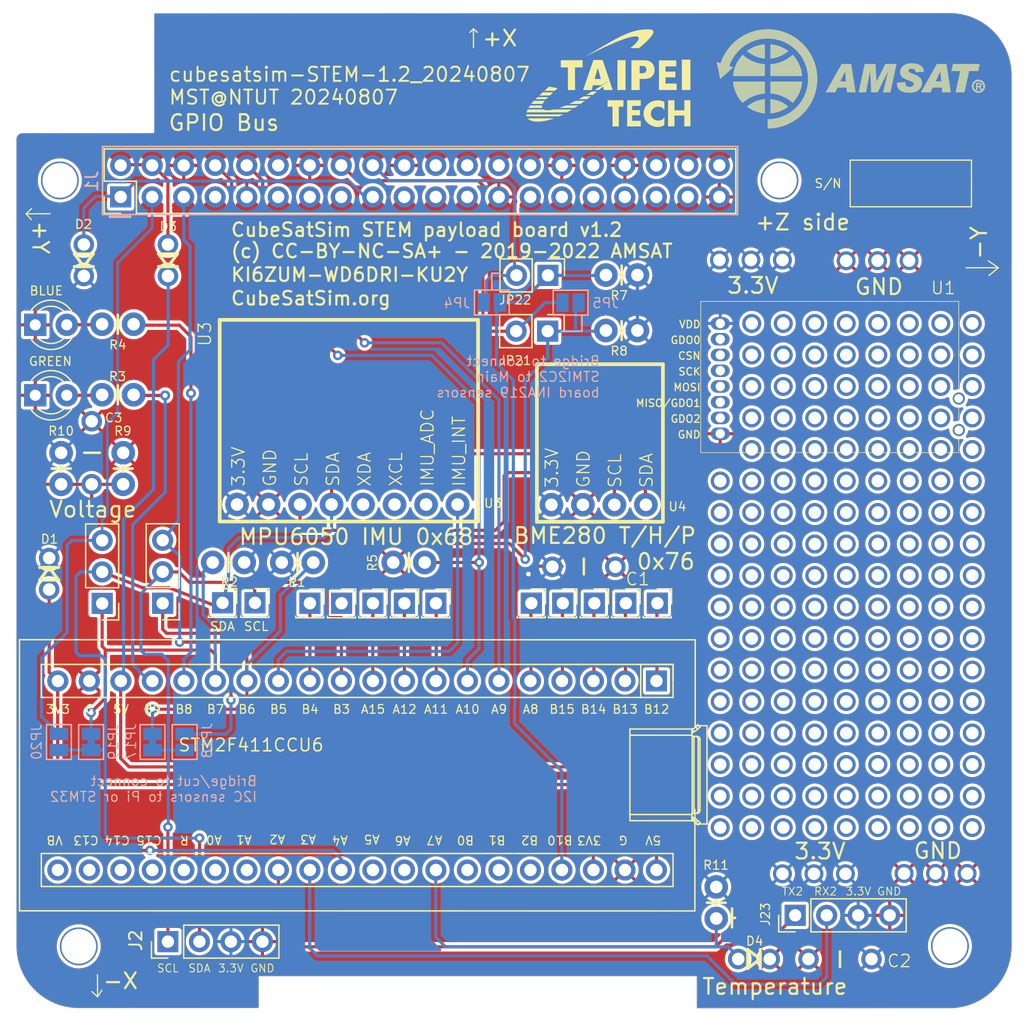
<source format=kicad_pcb>
(kicad_pcb (version 20221018) (generator pcbnew)
  (title_block (title "cubesatsim-STEM-1.2_20240807") (date "2024-08-07"))
  (layers (0 "F.Cu" signal) (31 "B.Cu" signal) (34 "B.Paste" user) (35 "F.Paste" user) (36 "B.SilkS" user "B.Silkscreen") (37 "F.SilkS" user "F.Silkscreen") (38 "B.Mask" user) (39 "F.Mask" user) (44 "Edge.Cuts" user))
  (net 0 "")
  (net 1 "GND")
  (net 2 "/3V3")
  (net 3 "/5V")
  (net 4 "/PI_5V")
  (net 5 "unconnected-(J1-Pin_7-Pad7)")
  (net 6 "/PI_SDA")
  (net 7 "/PI_SCL")
  (net 8 "/PI_TXD")
  (net 9 "unconnected-(J1-Pin_11-Pad11)")
  (net 10 "unconnected-(J1-Pin_12-Pad12)")
  (net 11 "/PI_RXD")
  (net 12 "/PI_LED2")
  (net 13 "unconnected-(J1-Pin_15-Pad15)")
  (net 14 "/PI_SDA3")
  (net 15 "/PI_SCL3")
  (net 16 "/PI_LED1")
  (net 17 "unconnected-(J1-Pin_19-Pad19)")
  (net 18 "/STM_SDA")
  (net 19 "unconnected-(J1-Pin_21-Pad21)")
  (net 20 "unconnected-(J1-Pin_22-Pad22)")
  (net 21 "unconnected-(J1-Pin_23-Pad23)")
  (net 22 "unconnected-(J1-Pin_24-Pad24)")
  (net 23 "/STM_SCL")
  (net 24 "unconnected-(J1-Pin_26-Pad26)")
  (net 25 "unconnected-(J1-Pin_27-Pad27)")
  (net 26 "unconnected-(J1-Pin_28-Pad28)")
  (net 27 "unconnected-(J1-Pin_29-Pad29)")
  (net 28 "unconnected-(J1-Pin_31-Pad31)")
  (net 29 "unconnected-(J1-Pin_32-Pad32)")
  (net 30 "unconnected-(J1-Pin_33-Pad33)")
  (net 31 "unconnected-(J1-Pin_35-Pad35)")
  (net 32 "unconnected-(J1-Pin_37-Pad37)")
  (net 33 "unconnected-(J1-Pin_38-Pad38)")
  (net 34 "/IMU_INT")
  (net 35 "unconnected-(J1-Pin_40-Pad40)")
  (net 36 "/STM_LED2")
  (net 37 "/STM_LED1")
  (net 38 "/VOLTAGE")
  (net 39 "/TEMPERATURE")
  (net 40 "Net-(LED1-A)")
  (net 41 "Net-(LED2-A)")
  (net 42 "/IMU_ADC")
  (net 43 "/XCL")
  (net 44 "/XDA")
  (net 45 "/SDA")
  (net 46 "/SCL")
  (net 47 "/TX2")
  (net 48 "/RX2")
  (net 49 "/STM_SCL2")
  (net 50 "/STM_SDA2")
  (net 51 "/PB12")
  (net 52 "/PB13")
  (net 53 "/PB14")
  (net 54 "/PB15")
  (net 55 "/PA8")
  (net 56 "/PA11")
  (net 57 "/PA12")
  (net 58 "/PA15")
  (net 59 "/PB4")
  (net 60 "/STM_3V3")
  (net 62 "/PC13")
  (net 63 "/PC14")
  (net 64 "/PC15")
  (net 66 "/PA0")
  (net 67 "/PA1")
  (net 68 "/PA5")
  (net 69 "/PA6")
  (net 70 "/PB0")
  (net 71 "/PB1")
  (net 73 "/PI_3V3")
  (net 80 "/PB3")
  (footprint "" (layer "F.Cu") (at 147.470369 91.35288)
    (fp_text reference "")
    (fp_text value "")
  )
  (footprint "" (layer "F.Cu") (at 142.390369 109.13288)
    (fp_text reference "")
    (fp_text value "")
  )
  (footprint "" (layer "F.Cu") (at 142.390369 81.19288)
    (fp_text reference "")
    (fp_text value "")
  )
  (footprint "" (layer "F.Cu") (at 134.770369 106.59288 180)
    (fp_text reference "")
    (fp_text value "")
  )
  (footprint "" (layer "F.Cu") (at 137.310369 104.05288)
    (fp_text reference "")
    (fp_text value "")
  )
  (footprint "" (layer "F.Cu") (at 137.310369 96.43288)
    (fp_text reference "")
    (fp_text value "")
  )
  (footprint "" (layer "F.Cu") (at 137.310369 98.97288)
    (fp_text reference "")
    (fp_text value "")
  )
  (footprint "" (layer "F.Cu") (at 134.770369 68.49288 180)
    (fp_text reference "")
    (fp_text value "")
  )
  (footprint "" (layer "F.Cu") (at 127.150369 104.05288)
    (fp_text reference "")
    (fp_text value "")
  )
  (footprint "" (layer "F.Cu") (at 144.930369 106.59288)
    (fp_text reference "")
    (fp_text value "")
  )
  (footprint "" (layer "F.Cu") (at 145.666969 118.68328)
    (fp_text reference "")
    (fp_text value "")
  )
  (footprint "" (layer "F.Cu") (at 147.470369 98.97288)
    (fp_text reference "")
    (fp_text value "")
  )
  (footprint "" (layer "F.Cu") (at 129.690369 68.49288 180)
    (fp_text reference "")
    (fp_text value "")
  )
  (footprint "" (layer "F.Cu") (at 132.230369 71.03288)
    (fp_text reference "")
    (fp_text value "")
  )
  (footprint "" (layer "F.Cu") (at 142.390369 106.59288)
    (fp_text reference "")
    (fp_text value "")
  )
  (footprint "" (layer "F.Cu") (at 134.770369 86.27288)
    (fp_text reference "")
    (fp_text value "")
  )
  (footprint "" (layer "F.Cu") (at 134.770369 73.57288)
    (fp_text reference "")
    (fp_text value "")
  )
  (footprint "" (layer "F.Cu") (at 142.390369 88.81288)
    (fp_text reference "")
    (fp_text value "")
  )
  (footprint "" (layer "F.Cu") (at 144.930369 91.35288)
    (fp_text reference "")
    (fp_text value "")
  )
  (footprint "" (layer "F.Cu") (at 132.230369 78.65288)
    (fp_text reference "")
    (fp_text value "")
  )
  (footprint "" (layer "F.Cu") (at 127.150369 93.89288)
    (fp_text reference "")
    (fp_text value "")
  )
  (footprint "" (layer "F.Cu") (at 129.690369 93.89288)
    (fp_text reference "")
    (fp_text value "")
  )
  (footprint "Library:Test_Point_Vertical_S" (layer "F.Cu") (at 101.66477 90.99804)
    (fp_text reference "JP7" hide)
    (fp_text value "TestPoint" hide)
  )
  (footprint "" (layer "F.Cu") (at 132.230369 101.51288)
    (fp_text reference "")
    (fp_text value "")
  )
  (footprint "" (layer "F.Cu") (at 127.150369 91.35288)
    (fp_text reference "")
    (fp_text value "")
  )
  (footprint "" (layer "F.Cu") (at 144.930369 93.89288)
    (fp_text reference "")
    (fp_text value "")
  )
  (footprint "" (layer "F.Cu") (at 127.150369 106.59288)
    (fp_text reference "")
    (fp_text value "")
  )
  (footprint "" (layer "F.Cu") (at 132.230369 104.05288)
    (fp_text reference "")
    (fp_text value "")
  )
  (footprint "" (layer "F.Cu") (at 139.850369 93.89288)
    (fp_text reference "")
    (fp_text value "")
  )
  (footprint "Connector_PinHeader_2.54mm:PinHeader_2x20_P2.54mm_Vertical" (layer "F.Cu") (at 78.8162 58.293 90)
    (fp_text reference "J1")
    (fp_text value "Conn_02x20_Odd_Even" hide)
  )
  (footprint "" (layer "F.Cu") (at 137.310369 68.49288)
    (fp_text reference "")
    (fp_text value "")
  )
  (footprint "" (layer "F.Cu") (at 147.470369 106.59288 180)
    (fp_text reference "")
    (fp_text value "")
  )
  (footprint "" (layer "F.Cu") (at 142.373859 63.42914)
    (fp_text reference "")
    (fp_text value "")
  )
  (footprint "Connector_PinHeader_2.54mm:PinHeader_1x03_P2.54mm_Vertical" (layer "F.Cu") (at 77.324459 91.06434 180)
    (fp_text reference "JP13" hide)
    (fp_text value "Conn_01x03_Pin" hide)
  )
  (footprint "" (layer "F.Cu") (at 129.690369 76.11288)
    (fp_text reference "")
    (fp_text value "")
  )
  (footprint "" (layer "F.Cu") (at 142.390369 101.51288)
    (fp_text reference "")
    (fp_text value "")
  )
  (footprint "" (layer "F.Cu") (at 147.470369 104.05288 180)
    (fp_text reference "")
    (fp_text value "")
  )
  (footprint "Library:MPU6050_IMU_Module" (layer "F.Cu") (at 97.085659 76.40854)
    (fp_text reference "U3")
    (fp_text value "MPU6050")
  )
  (footprint "" (layer "F.Cu") (at 134.770369 104.05288 180)
    (fp_text reference "")
    (fp_text value "")
  )
  (footprint "" (layer "F.Cu") (at 134.770369 104.05288)
    (fp_text reference "")
    (fp_text value "")
  )
  (footprint "" (layer "F.Cu") (at 137.243059 112.85754)
    (fp_text reference "")
    (fp_text value "")
  )
  (footprint "Library:R_TH_V_2.54" (layer "F.Cu") (at 119.2022 69.088 180)
    (fp_text reference "R8")
    (fp_text value "DNI-4.7K")
  )
  (footprint "" (layer "F.Cu") (at 139.850369 73.57288)
    (fp_text reference "")
    (fp_text value "")
  )
  (footprint "" (layer "F.Cu") (at 147.470369 68.49288 180)
    (fp_text reference "")
    (fp_text value "")
  )
  (footprint "" (layer "F.Cu") (at 134.770369 81.19288)
    (fp_text reference "")
    (fp_text value "")
  )
  (footprint "" (layer "F.Cu") (at 129.690369 71.03288)
    (fp_text reference "")
    (fp_text value "")
  )
  (footprint "" (layer "F.Cu") (at 147.470369 109.13288 180)
    (fp_text reference "")
    (fp_text value "")
  )
  (footprint "Library:1N5817_TH_100mil" (layer "F.Cu") (at 129.794 119.72824)
    (fp_text reference "D4")
    (fp_text value "1N4148")
  )
  (footprint "" (layer "F.Cu") (at 142.390369 76.11288)
    (fp_text reference "")
    (fp_text value "")
  )
  (footprint "" (layer "F.Cu") (at 147.470369 93.89288)
    (fp_text reference "")
    (fp_text value "")
  )
  (footprint "" (layer "F.Cu") (at 142.390369 96.43288)
    (fp_text reference "")
    (fp_text value "")
  )
  (footprint "Library:R_TH_V_2.54" (layer "F.Cu") (at 78.994 80.1878 90)
    (fp_text reference "R9")
    (fp_text value "10K")
  )
  (footprint "" (layer "F.Cu") (at 144.930369 96.43288)
    (fp_text reference "")
    (fp_text value "")
  )
  (footprint "" (layer "F.Cu") (at 127.150369 109.13288)
    (fp_text reference "")
    (fp_text value "")
  )
  (footprint "" (layer "F.Cu") (at 137.300209 63.43828)
    (fp_text reference "")
    (fp_text value "")
  )
  (footprint "" (layer "F.Cu") (at 144.930369 104.05288)
    (fp_text reference "")
    (fp_text value "")
  )
  (footprint "" (layer "F.Cu") (at 137.310369 78.65288)
    (fp_text reference "")
    (fp_text value "")
  )
  (footprint "" (layer "F.Cu") (at 134.703059 112.85754)
    (fp_text reference "")
    (fp_text value "")
  )
  (footprint "Library:R_TH_V_2.54" (layer "F.Cu") (at 93.072459 87.73694)
    (fp_text reference "R1")
    (fp_text value "4.7K")
  )
  (footprint "Library:Test_Point_Vertical_S" (layer "F.Cu") (at 87.001859 90.96274)
    (fp_text reference "JP1" hide)
    (fp_text value "TestPoint" hide)
  )
  (footprint "" (layer "F.Cu") (at 134.770369 91.35288)
    (fp_text reference "")
    (fp_text value "")
  )
  (footprint "Library:Test_Point_Vertical_S" (layer "F.Cu") (at 116.97589 90.99169)
    (fp_text reference "JP15" hide)
    (fp_text value "TestPoint" hide)
  )
  (footprint "" (layer "F.Cu") (at 137.310369 109.13288)
    (fp_text reference "")
    (fp_text value "")
  )
  (footprint "" (layer "F.Cu") (at 127.150369 81.19288)
    (fp_text reference "")
    (fp_text value "")
  )
  (footprint "Library:AMSAT_C_TH_5.08" (layer "F.Cu") (at 116.1542 88.1126)
    (fp_text reference "C1")
    (fp_text value "100nF")
  )
  (footprint "" (layer "F.Cu") (at 129.690369 78.65288)
    (fp_text reference "")
    (fp_text value "")
  )
  (footprint "" (layer "F.Cu") (at 147.470369 78.65288)
    (fp_text reference "")
    (fp_text value "")
  )
  (footprint "" (layer "F.Cu") (at 129.690369 104.05288 180)
    (fp_text reference "")
    (fp_text value "")
  )
  (footprint "" (layer "F.Cu") (at 129.690369 73.57288)
    (fp_text reference "")
    (fp_text value "")
  )
  (footprint "" (layer "F.Cu") (at 137.310369 93.89288)
    (fp_text reference "")
    (fp_text value "")
  )
  (footprint "AMSAT:CC1101_127" (layer "F.Cu") (at 146.378169 66.71488 -90)
    (fp_text reference "U1")
    (fp_text value "~")
  )
  (footprint "" (layer "F.Cu") (at 147.470369 86.27288)
    (fp_text reference "")
    (fp_text value "")
  )
  (footprint "" (layer "F.Cu") (at 139.850369 104.05288)
    (fp_text reference "")
    (fp_text value "")
  )
  (footprint "VST104_logos:NTUT_logo_15mm" (layer "F.Cu") (at 118.1354 48.768)
    (fp_text reference "REF**" hide)
    (fp_text value "NTUT_logo_15mm")
  )
  (footprint "" (layer "F.Cu") (at 142.390369 86.27288)
    (fp_text reference "")
    (fp_text value "")
  )
  (footprint "" (layer "F.Cu") (at 134.770369 78.65288)
    (fp_text reference "")
    (fp_text value "")
  )
  (footprint "" (layer "F.Cu") (at 132.230369 88.81288)
    (fp_text reference "")
    (fp_text value "")
  )
  (footprint "" (layer "F.Cu") (at 142.390369 91.35288)
    (fp_text reference "")
    (fp_text value "")
  )
  (footprint "Library:R_TH_V_2.54" (layer "F.Cu") (at 102.0572 87.78774 180)
    (fp_text reference "R5")
    (fp_text value "100K")
  )
  (footprint "" (layer "F.Cu") (at 144.930369 98.97288)
    (fp_text reference "")
    (fp_text value "")
  )
  (footprint "LED_THT:LED_D3.0mm" (layer "F.Cu") (at 71.930769 68.6054)
    (fp_text reference "LED2" hide)
    (fp_text value "Blue 5mm")
  )
  (footprint "Library:R_TH_V_2.54" (layer "F.Cu") (at 87.503 87.7824 180)
    (fp_text reference "R2" hide)
    (fp_text value "4.7K")
  )
  (footprint "" (layer "F.Cu") (at 144.930369 86.27288)
    (fp_text reference "")
    (fp_text value "")
  )
  (footprint "" (layer "F.Cu") (at 144.930369 73.57288)
    (fp_text reference "")
    (fp_text value "")
  )
  (footprint "" (layer "F.Cu") (at 147.470369 104.05288)
    (fp_text reference "")
    (fp_text value "")
  )
  (footprint "Library:AMSAT_C_TH_5.08" (layer "F.Cu") (at 76.4794 78.9178 -90)
    (fp_text reference "C3")
    (fp_text value "100nF")
  )
  (footprint "" (layer "F.Cu") (at 147.047459 112.83214)
    (fp_text reference "")
    (fp_text value "")
  )
  (footprint "Library:R_TH_V_2.54" (layer "F.Cu") (at 74.041 80.1878 -90)
    (fp_text reference "R10")
    (fp_text value "10K")
  )
  (footprint "" (layer "F.Cu") (at 129.690369 86.27288)
    (fp_text reference "")
    (fp_text value "")
  )
  (footprint "" (layer "F.Cu") (at 137.310369 76.11288)
    (fp_text reference "")
    (fp_text value "")
  )
  (footprint "" (layer "F.Cu") (at 147.470369 83.73288)
    (fp_text reference "")
    (fp_text value "")
  )
  (footprint "" (layer "F.Cu") (at 75.435969 118.70868)
    (fp_text reference "")
    (fp_text value "")
  )
  (footprint "" (layer "F.Cu") (at 139.850369 86.27288)
    (fp_text reference "")
    (fp_text value "")
  )
  (footprint "" (layer "F.Cu") (at 131.925569 56.96128)
    (fp_text reference "" hide)
    (fp_text value "" hide)
  )
  (footprint "" (layer "F.Cu") (at 127.150369 86.27288)
    (fp_text reference "")
    (fp_text value "")
  )
  (footprint "Library:Test_Point_Vertical_S" (layer "F.Cu") (at 119.51589 90.99169)
    (fp_text reference "JP11" hide)
    (fp_text value "TestPoint" hide)
  )
  (footprint "" (layer "F.Cu") (at 132.230369 109.13288)
    (fp_text reference "")
    (fp_text value "")
  )
  (footprint "" (layer "F.Cu") (at 142.390369 71.03288)
    (fp_text reference "")
    (fp_text value "")
  )
  (footprint "" (layer "F.Cu") (at 139.850369 88.81288)
    (fp_text reference "")
    (fp_text value "")
  )
  (footprint "" (layer "F.Cu") (at 137.310369 71.03288)
    (fp_text reference "")
    (fp_text value "")
  )
  (footprint "" (layer "F.Cu") (at 139.850369 83.73288)
    (fp_text reference "")
    (fp_text value "")
  )
  (footprint "Library:Test_Point_Vertical_S" (layer "F.Cu") (at 94.04477 90.99804)
    (fp_text reference "JP9" hide)
    (fp_text value "TestPoint" hide)
  )
  (footprint "" (layer "F.Cu") (at 144.930369 81.19288)
    (fp_text reference "")
    (fp_text value "")
  )
  (footprint "Connector_PinHeader_2.54mm:PinHeader_1x03_P2.54mm_Vertical" (layer "F.Cu") (at 82.201259 91.04934 180)
    (fp_text reference "JP12" hide)
    (fp_text value "Conn_01x03_Pin" hide)
  )
  (footprint "Library:Test_Point_Vertical_S" (layer "F.Cu") (at 114.429031 90.99169)
    (fp_text reference "JP16" hide)
    (fp_text value "TestPoint" hide)
  )
  (footprint "" (layer "F.Cu") (at 137.310369 106.59288)
    (fp_text reference "")
    (fp_text value "")
  )
  (footprint "Library:Test_Point_Vertical_S" (layer "F.Cu") (at 111.89589 90.99169)
    (fp_text reference "JP14" hide)
    (fp_text value "TestPoint" hide)
  )
  (footprint "" (layer "F.Cu") (at 139.850369 106.59288 180)
    (fp_text reference "")
    (fp_text value "")
  )
  (footprint "" (layer "F.Cu") (at 147.470369 81.19288)
    (fp_text reference "")
    (fp_text value "")
  )
  (footprint "Library:1N5817_TH_100mil" (layer "F.Cu") (at 73.0504 88.7476 90)
    (fp_text reference "D1")
    (fp_text value "1N5817")
  )
  (footprint "" (layer "F.Cu") (at 73.911969 56.96128)
    (fp_text reference "")
    (fp_text value "")
  )
  (footprint "" (layer "F.Cu") (at 132.230369 81.19288)
    (fp_text reference "")
    (fp_text value "")
  )
  (footprint "" (layer "F.Cu") (at 129.623059 63.37834)
    (fp_text reference "")
    (fp_text value "")
  )
  (footprint "" (layer "F.Cu") (at 132.230369 96.43288)
    (fp_text reference "")
    (fp_text value "")
  )
  (footprint "" (layer "F.Cu") (at 129.690369 101.51288)
    (fp_text reference "")
    (fp_text value "")
  )
  (footprint "" (layer "F.Cu") (at 147.470369 88.81288)
    (fp_text reference "")
    (fp_text value "")
  )
  (footprint "" (layer "F.Cu") (at 139.850369 81.19288)
    (fp_text reference "")
    (fp_text value "")
  )
  (footprint "" (layer "F.Cu") (at 129.690369 88.81288)
    (fp_text reference "")
    (fp_text value "")
  )
  (footprint "" (layer "F.Cu") (at 142.390369 104.05288)
    (fp_text reference "")
    (fp_text value "")
  )
  (footprint "Library:BME280_Module" (layer "F.Cu") (at 117.4242 78.1812)
    (fp_text reference "U4")
    (fp_text value "BME280")
  )
  (footprint "" (layer "F.Cu") (at 134.770369 98.97288)
    (fp_text reference "")
    (fp_text value "")
  )
  (footprint "" (layer "F.Cu") (at 132.230369 68.49288)
    (fp_text reference "")
    (fp_text value "")
  )
  (footprint "" (layer "F.Cu") (at 137.310369 83.73288)
    (fp_text reference "")
    (fp_text value "")
  )
  (footprint "" (layer "F.Cu") (at 142.390369 73.57288)
    (fp_text reference "")
    (fp_text value "")
  )
  (footprint "Library:Test_Point_Vertical_S" (layer "F.Cu") (at 99.12477 90.99804)
    (fp_text reference "JP6" hide)
    (fp_text value "TestPoint" hide)
  )
  (footprint "" (layer "F.Cu") (at 132.230369 91.35288)
    (fp_text reference "")
    (fp_text value "")
  )
  (footprint "" (layer "F.Cu") (at 144.930369 76.11288)
    (fp_text reference "")
    (fp_text value "")
  )
  (footprint "" (layer "F.Cu") (at 137.310369 73.57288)
    (fp_text reference "")
    (fp_text value "")
  )
  (footprint "" (layer "F.Cu") (at 127.083059 63.37834)
    (fp_text reference "")
    (fp_text value "")
  )
  (footprint "" (layer "F.Cu") (at 142.390369 93.89288)
    (fp_text reference "")
    (fp_text value "")
  )
  (footprint "" (layer "F.Cu") (at 132.230369 106.59288)
    (fp_text reference "")
    (fp_text value "")
  )
  (footprint "" (layer "F.Cu") (at 132.230369 93.89288)
    (fp_text reference "")
    (fp_text value "")
  )
  (footprint "Library:R_TH_V_2.54" (layer "F.Cu") (at 78.5876 68.58 180)
    (fp_text reference "R4")
    (fp_text value "100")
  )
  (footprint "" (layer "F.Cu") (at 132.163059 112.85754)
    (fp_text reference "")
    (fp_text value "")
  )
  (footprint "" (layer "F.Cu") (at 129.690369 98.97288)
    (fp_text reference "")
    (fp_text value "")
  )
  (footprint "Connector_PinHeader_2.54mm:PinHeader_1x02_P2.54mm_Vertical" (layer "F.Cu") (at 113.2636 64.6176 -90)
    (fp_text reference "JP22")
    (fp_text value "Conn_01x02")
  )
  (footprint "" (layer "F.Cu") (at 137.310369 81.19288)
    (fp_text reference "")
    (fp_text value "")
  )
  (footprint "" (layer "F.Cu") (at 137.310369 101.51288)
    (fp_text reference "")
    (fp_text value "")
  )
  (footprint "" (layer "F.Cu") (at 127.150369 96.43288)
    (fp_text reference "")
    (fp_text value "")
  )
  (footprint "" (layer "F.Cu") (at 139.833859 63.42914)
    (fp_text reference "")
    (fp_text value "")
  )
  (footprint "" (layer "F.Cu") (at 129.690369 83.73288)
    (fp_text reference "")
    (fp_text value "")
  )
  (footprint "" (layer "F.Cu") (at 144.930369 101.51288)
    (fp_text reference "")
    (fp_text value "")
  )
  (footprint "" (layer "F.Cu") (at 137.310369 91.35288)
    (fp_text reference "")
    (fp_text value "")
  )
  (footprint "" (layer "F.Cu") (at 132.230369 86.27288)
    (fp_text reference "")
    (fp_text value "")
  )
  (footprint "" (layer "F.Cu") (at 139.850369 91.35288)
    (fp_text reference "")
    (fp_text value "")
  )
  (footprint "" (layer "F.Cu") (at 142.390369 68.49288)
    (fp_text reference "")
    (fp_text value "")
  )
  (footprint "" (layer "F.Cu") (at 142.390369 98.97288)
    (fp_text reference "")
    (fp_text value "")
  )
  (footprint "Library:1N5817_TH_100mil" (layer "F.Cu") (at 82.6262 63.3222 -90)
    (fp_text reference "D3")
    (fp_text value "1N5817")
  )
  (footprint "" (layer "F.Cu") (at 144.507459 112.83214)
    (fp_text reference "")
    (fp_text value "")
  )
  (footprint "Library:Test_Point_Vertical_S" (layer "F.Cu") (at 96.59747 90.99804)
    (fp_text reference "JP8" hide)
    (fp_text value "TestPoint" hide)
  )
  (footprint "" (layer "F.Cu") (at 147.470369 73.57288)
    (fp_text reference "")
    (fp_text value "")
  )
  (footprint "" (layer "F.Cu") (at 147.470369 76.11288)
    (fp_text reference "")
    (fp_text value "")
  )
  (footprint "" (layer "F.Cu") (at 144.930369 88.81288)
    (fp_text reference "")
    (fp_text value "")
  )
  (footprint "" (layer "F.Cu") (at 139.850369 101.51288)
    (fp_text reference "")
    (fp_text value "")
  )
  (footprint "" (layer "F.Cu") (at 144.930369 68.49288)
    (fp_text reference "")
    (fp_text value "")
  )
  (footprint "" (layer "F.Cu") (at 144.930369 71.03288)
    (fp_text reference "")
    (fp_text value "")
  )
  (footprint "Library:Test_Point_Vertical_S" (layer "F.Cu") (at 122.05589 90.99169)
    (fp_text reference "JP10" hide)
    (fp_text value "TestPoint" hide)
  )
  (footprint "" (layer "F.Cu") (at 134.770369 101.51288)
    (fp_text reference "")
    (fp_text value "")
  )
  (footprint "" (layer "F.Cu") (at 129.690369 96.43288)
    (fp_text reference "")
    (fp_text value "")
  )
  (footprint "" (layer "F.Cu") (at 134.770369 93.89288)
    (fp_text reference "")
    (fp_text value "")
  )
  (footprint "" (layer "F.Cu") (at 129.690369 104.05288)
    (fp_text reference "")
    (fp_text value "")
  )
  (footprint "" (layer "F.Cu") (at 144.930369 78.65288)
    (fp_text reference "")
    (fp_text value "")
  )
  (footprint "LED_THT:LED_D3.0mm" (layer "F.Cu") (at 71.930769 74.28408)
    (fp_text reference "LED1" hide)
    (fp_text value "Green 5mm" hide)
  )
  (footprint "" (layer "F.Cu") (at 147.470369 71.03288)
    (fp_text reference "")
    (fp_text value "")
  )
  (footprint "Library:R_TH_V_2.54" (layer "F.Cu") (at 78.5876 74.2696 180)
    (fp_text reference "R3")
    (fp_text value "1K")
  )
  (footprint "" (layer "F.Cu") (at 139.850369 96.43288)
    (fp_text reference "")
    (fp_text value "")
  )
  (footprint "" (layer "F.Cu") (at 132.163059 63.37834)
    (fp_text reference "")
    (fp_text value "")
  )
  (footprint "Connector_PinHeader_2.54mm:PinHeader_1x04_P2.54mm_Vertical" (layer "F.Cu") (at 82.62493 118.32717 90)
    (fp_text reference "J2")
    (fp_text value "Conn_01x04")
  )
  (footprint "" (layer "F.Cu") (at 144.930369 109.13288)
    (fp_text reference "")
    (fp_text value "")
  )
  (footprint "" (layer "F.Cu") (at 147.470369 101.51288)
    (fp_text reference "")
    (fp_text value "")
  )
  (footprint "" (layer "F.Cu") (at 132.230369 73.57288)
    (fp_text reference "")
    (fp_text value "")
  )
  (footprint "" (layer "F.Cu") (at 127.150369 98.97288)
    (fp_text reference "")
    (fp_text value "")
  )
  (footprint "" (layer "F.Cu") (at 144.930369 83.73288)
    (fp_text reference "")
    (fp_text value "")
  )
  (footprint "" (layer "F.Cu") (at 139.850369 104.05288 180)
    (fp_text reference "")
    (fp_text value "")
  )
  (footprint "" (layer "F.Cu") (at 134.770369 88.81288)
    (fp_text reference "")
    (fp_text value "")
  )
  (footprint "" (layer "F.Cu") (at 147.470369 96.43288)
    (fp_text reference "")
    (fp_text value "")
  )
  (footprint "YAAJ_Black_Pill:YAAJ_BlackPill_2" (layer "F.Cu") (at 122.010025 97.31349 -90)
    (fp_text reference "U5" hide)
    (fp_text value "YAAJ_BlackPill" hide)
  )
  (footprint "" (layer "F.Cu") (at 129.690369 91.35288)
    (fp_text reference "")
    (fp_text value "")
  )
  (footprint "Connector_PinHeader_2.54mm:PinHeader_1x02_P2.54mm_Vertical" (layer "F.Cu") (at 113.2382 69.1134 -90)
    (fp_text reference "JP21")
    (fp_text value "Conn_01x02")
  )
  (footprint "" (layer "F.Cu") (at 139.850369 78.65288)
    (fp_text reference "")
    (fp_text value "")
  )
  (footprint "" (layer "F.Cu") (at 142.390369 83.73288)
    (fp_text reference "")
    (fp_text value "")
  )
  (footprint "Library:Test_Point_Vertical_S" (layer "F.Cu") (at 89.618059 90.96274)
    (fp_text reference "JP2" hide)
    (fp_text value "TestPoint" hide)
  )
  (footprint "" (layer "F.Cu") (at 134.770369 109.13288 180)
    (fp_text reference "")
    (fp_text value "")
  )
  (footprint "" (layer "F.Cu") (at 134.770369 96.43288)
    (fp_text reference "")
    (fp_text value "")
  )
  (footprint "Library:AMSAT_C_TH_5.08" (layer "F.Cu") (at 136.8044 119.72824 180)
    (fp_text reference "C2")
    (fp_text value "100nF")
  )
  (footprint "" (layer "F.Cu") (at 132.230369 76.11288)
    (fp_text reference "")
    (fp_text value "")
  )
  (footprint "" (layer "F.Cu") (at 134.770369 83.73288)
    (fp_text reference "")
    (fp_text value "")
  )
  (footprint "" (layer "F.Cu") (at 129.690369 106.59288 180)
    (fp_text reference "")
    (fp_text value "")
  )
  (footprint "Library:R_TH_V_2.54" (layer "F.Cu") (at 119.2022 64.6176 180)
    (fp_text reference "R7")
    (fp_text value "DNI-4.7K")
  )
  (footprint "" (layer "F.Cu") (at 132.230369 83.73288)
    (fp_text reference "")
    (fp_text value "")
  )
  (footprint "Connector_PinHeader_2.54mm:PinHeader_1x04_P2.54mm_Vertical" (layer "F.Cu") (at 133.19109 116.20881 90)
    (fp_text reference "J23")
    (fp_text value "Conn_01x04")
  )
  (footprint "" (layer "F.Cu") (at 129.690369 81.19288)
    (fp_text reference "")
    (fp_text value "")
  )
  (footprint "" (layer "F.Cu") (at 137.310369 86.27288)
    (fp_text reference "")
    (fp_text value "")
  )
  (footprint "" (layer "F.Cu") (at 142.390369 78.65288)
    (fp_text reference "")
    (fp_text value "")
  )
  (footprint "Library:Test_Point_Vertical_S" (layer "F.Cu") (at 104.20477 90.99804)
    (fp_text reference "JP3" hide)
    (fp_text value "TestPoint" hide)
  )
  (footprint "" (layer "F.Cu") (at 139.850369 109.13288 180)
    (fp_text reference "")
    (fp_text value "")
  )
  (footprint "" (layer "F.Cu") (at 137.310369 88.81288)
    (fp_text reference "")
    (fp_text value "")
  )
  (footprint "Library:1N5817_TH_100mil" (layer "F.Cu") (at 75.8444 63.3222 -90)
    (fp_text reference "D2")
    (fp_text value "1N5817")
  )
  (footprint "" (layer "F.Cu") (at 139.850369 76.11288)
    (fp_text reference "")
    (fp_text value "")
  )
  (footprint "" (layer "F.Cu") (at 127.150369 83.73288)
    (fp_text reference "")
    (fp_text value "")
  )
  (footprint "" (layer "F.Cu") (at 139.850369 71.03288)
    (fp_text reference "")
    (fp_text value "")
  )
  (footprint "" (layer "F.Cu") (at 132.230369 98.97288)
    (fp_text reference "")
    (fp_text value "")
  )
  (footprint "" (layer "F.Cu") (at 127.150369 101.51288)
    (fp_text reference "")
    (fp_text value "")
  )
  (footprint "" (layer "F.Cu") (at 141.967459 112.83214)
    (fp_text reference "")
    (fp_text value "")
  )
  (footprint "" (layer "F.Cu") (at 139.850369 98.97288)
    (fp_text reference "")
    (fp_text value "")
  )
  (footprint "Library:R_TH_V_2.54" (layer "F.Cu") (at 126.80188 115.19154 90)
    (fp_text reference "R11")
    (fp_text value "10K")
  )
  (footprint "" (layer "F.Cu") (at 139.850369 68.49288 180)
    (fp_text reference "")
    (fp_text value "")
  )
  (footprint "" (layer "F.Cu") (at 134.770369 71.03288)
    (fp_text reference "")
    (fp_text value "")
  )
  (footprint "" (layer "F.Cu") (at 127.150369 88.81288)
    (fp_text reference "")
    (fp_text value "")
  )
  (footprint "" (layer "F.Cu") (at 134.770369 76.11288)
    (fp_text reference "")
    (fp_text value "")
  )
  (footprint "" (layer "F.Cu") (at 129.690369 109.13288 180)
    (fp_text reference "")
    (fp_text value "")
  )
  (footprint "Jumper:SolderJumper-2_P1.3mm_Open_Pad1.0x1.5mm" (layer "B.Cu") (at 83.971384 102.235 -90)
    (fp_text reference "JP18")
    (fp_text value "SolderJumper_2_Open")
  )
  (footprint "Jumper:SolderJumper-2_P1.3mm_Bridged_Pad1.0x1.5mm" (layer "B.Cu") (at 76.4286 102.235 90)
    (fp_text reference "JP19")
    (fp_text value "SolderJumper_2_Bridged" hide)
  )
  (footprint "Jumper:SolderJumper-2_P1.3mm_Open_Pad1.0x1.5mm" (layer "B.Cu") (at 115.085369 66.81648)
    (fp_text reference "JP5")
    (fp_text value "SolderJumper_2_Open" hide)
  )
  (footprint "Jumper:SolderJumper-2_P1.3mm_Bridged_Pad1.0x1.5mm" (layer "B.Cu") (at 81.382615 102.235 90)
    (fp_text reference "JP17")
    (fp_text value "SolderJumper_2_Bridged")
  )
  (footprint "Jumper:SolderJumper-2_P1.3mm_Open_Pad1.0x1.5mm" (layer "B.Cu") (at 108.7374 66.802)
    (fp_text reference "JP4")
    (fp_text value "SolderJumper_2_Open" hide)
  )
  (footprint "Jumper:SolderJumper-2_P1.3mm_Open_Pad1.0x1.5mm" (layer "B.Cu") (at 73.8378 102.235 -90)
    (fp_text reference "JP20")
    (fp_text value "SolderJumper_2_Open" hide)
  )
  (gr_line (start 128.558799 54.22519) (end 128.558799 59.71159) (stroke (width 0.127)) (layer "B.SilkS"))
  (gr_line (start 116.0018 69.1134) (end 114.3508 69.1388) (stroke (width 0.12)) (layer "B.SilkS"))
  (gr_line (start 77.352399 59.71159) (end 77.352399 54.22519) (stroke (width 0.127)) (layer "B.SilkS"))
  (gr_line (start 108.7374 65.802) (end 108.7374 64.4398) (stroke (width 0.12)) (layer "B.SilkS"))
  (gr_line (start 77.936599 59.88939) (end 79.587599 59.88939) (stroke (width 0.2032)) (layer "B.SilkS"))
  (gr_line (start 128.558799 59.71159) (end 77.352399 59.71159) (stroke (width 0.127)) (layer "B.SilkS"))
  (gr_line (start 108.7374 64.4398) (end 109.3978 64.4398) (stroke (width 0.12)) (layer "B.SilkS"))
  (gr_line (start 77.352399 54.22519) (end 128.558799 54.22519) (stroke (width 0.127)) (layer "B.SilkS"))
  (gr_line (start 116.0018 67.818) (end 116.0018 69.1134) (stroke (width 0.12)) (layer "B.SilkS"))
  (gr_poly (pts (xy 130.747009 51.44669) (xy 130.175509 51.44669) (xy 130.175509 51.45939) (xy 130.747009 51.45939)) (fill solid) (layer "F.SilkS"))
  (gr_poly (pts (xy 140.272009 48.98289) (xy 139.281409 48.98289) (xy 139.281409 48.99559) (xy 140.272009 48.99559)) (fill solid) (layer "F.SilkS"))
  (gr_poly (pts (xy 148.349209 49.73219) (xy 148.107909 49.73219) (xy 148.107909 49.74489) (xy 148.349209 49.74489)) (fill solid) (layer "F.SilkS"))
  (gr_poly (pts (xy 140.526009 48.44949) (xy 140.018009 48.44949) (xy 140.018009 48.46219) (xy 140.526009 48.46219)) (fill solid) (layer "F.SilkS"))
  (gr_poly (pts (xy 133.604509 49.68139) (xy 131.191509 49.68139) (xy 131.191509 49.69409) (xy 133.604509 49.69409)) (fill solid) (layer "F.SilkS"))
  (gr_poly (pts (xy 133.617209 49.66869) (xy 131.204209 49.66869) (xy 131.204209 49.68139) (xy 133.617209 49.68139)) (fill solid) (layer "F.SilkS"))
  (gr_poly (pts (xy 145.453609 48.01769) (xy 144.361409 48.01769) (xy 144.361409 48.03039) (xy 145.453609 48.03039)) (fill solid) (layer "F.SilkS"))
  (gr_poly (pts (xy 129.451609 45.89679) (xy 128.194309 45.89679) (xy 128.194309 45.90949) (xy 129.451609 45.90949)) (fill solid) (layer "F.SilkS"))
  (gr_poly (pts (xy 145.555209 48.66539) (xy 144.932909 48.66539) (xy 144.932909 48.67809) (xy 145.555209 48.67809)) (fill solid) (layer "F.SilkS"))
  (gr_poly (pts (xy 146.863309 49.71949) (xy 146.152109 49.71949) (xy 146.152109 49.73219) (xy 146.863309 49.73219)) (fill solid) (layer "F.SilkS"))
  (gr_poly (pts (xy 134.976109 48.48759) (xy 134.214109 48.48759) (xy 134.214109 48.50029) (xy 134.976109 48.50029)) (fill solid) (layer "F.SilkS"))
  (gr_poly (pts (xy 137.757409 47.89069) (xy 136.754109 47.89069) (xy 136.754109 47.90339) (xy 137.757409 47.90339)) (fill solid) (layer "F.SilkS"))
  (gr_poly (pts (xy 148.006309 47.86529) (xy 145.834609 47.86529) (xy 145.834609 47.87799) (xy 148.006309 47.87799)) (fill solid) (layer "F.SilkS"))
  (gr_poly (pts (xy 130.747009 46.58259) (xy 129.362709 46.58259) (xy 129.362709 46.59529) (xy 130.747009 46.59529)) (fill solid) (layer "F.SilkS"))
  (gr_poly (pts (xy 143.523209 47.97959) (xy 142.761209 47.97959) (xy 142.761209 47.99229) (xy 143.523209 47.99229)) (fill solid) (layer "F.SilkS"))
  (gr_poly (pts (xy 132.525009 45.08399) (xy 129.413509 45.08399) (xy 129.413509 45.09669) (xy 132.525009 45.09669)) (fill solid) (layer "F.SilkS"))
  (gr_poly (pts (xy 129.413509 50.37989) (xy 128.676909 50.37989) (xy 128.676909 50.39259) (xy 129.413509 50.39259)) (fill solid) (layer "F.SilkS"))
  (gr_poly (pts (xy 141.034009 49.05909) (xy 140.462509 49.05909) (xy 140.462509 49.07179) (xy 141.034009 49.07179)) (fill solid) (layer "F.SilkS"))
  (gr_poly (pts (xy 128.041909 47.34459) (xy 127.241809 47.34459) (xy 127.241809 47.35729) (xy 128.041909 47.35729)) (fill solid) (layer "F.SilkS"))
  (gr_poly (pts (xy 143.027909 49.74489) (xy 141.719809 49.74489) (xy 141.719809 49.75759) (xy 143.027909 49.75759)) (fill solid) (layer "F.SilkS"))
  (gr_poly (pts (xy 130.747009 48.48759) (xy 128.181609 48.48759) (xy 128.181609 48.50029) (xy 130.747009 48.50029)) (fill solid) (layer "F.SilkS"))
  (gr_poly (pts (xy 143.180309 47.62399) (xy 142.050009 47.62399) (xy 142.050009 47.63669) (xy 143.180309 47.63669)) (fill solid) (layer "F.SilkS"))
  (gr_poly (pts (xy 136.525509 49.61789) (xy 135.776209 49.61789) (xy 135.776209 49.63059) (xy 136.525509 49.63059)) (fill solid) (layer "F.SilkS"))
  (gr_poly (pts (xy 148.501609 49.42739) (xy 148.349209 49.42739) (xy 148.349209 49.44009) (xy 148.501609 49.44009)) (fill solid) (layer "F.SilkS"))
  (gr_poly (pts (xy 132.563109 52.43729) (xy 130.975609 52.43729) (xy 130.975609 52.44999) (xy 132.563109 52.44999)) (fill solid) (layer "F.SilkS"))
  (gr_poly (pts (xy 144.869409 48.23359) (xy 144.234409 48.23359) (xy 144.234409 48.24629) (xy 144.869409 48.24629)) (fill solid) (layer "F.SilkS"))
  (gr_poly (pts (xy 143.345409 48.79239) (xy 142.088109 48.79239) (xy 142.088109 48.80509) (xy 143.345409 48.80509)) (fill solid) (layer "F.SilkS"))
  (gr_poly (pts (xy 133.210809 50.44339) (xy 132.652009 50.44339) (xy 132.652009 50.45609) (xy 133.210809 50.45609)) (fill solid) (layer "F.SilkS"))
  (gr_poly (pts (xy 133.756909 48.53839) (xy 131.204209 48.53839) (xy 131.204209 48.55109) (xy 133.756909 48.55109)) (fill solid) (layer "F.SilkS"))
  (gr_poly (pts (xy 128.575309 46.56989) (xy 127.635509 46.56989) (xy 127.635509 46.58259) (xy 128.575309 46.58259)) (fill solid) (layer "F.SilkS"))
  (gr_poly (pts (xy 133.172709 47.03979) (xy 132.715509 47.03979) (xy 132.715509 47.05249) (xy 133.172709 47.05249)) (fill solid) (layer "F.SilkS"))
  (gr_poly (pts (xy 133.706109 48.20819) (xy 131.191509 48.20819) (xy 131.191509 48.22089) (xy 133.706109 48.22089)) (fill solid) (layer "F.SilkS"))
  (gr_poly (pts (xy 145.745709 49.80839) (xy 145.034509 49.80839) (xy 145.034509 49.82109) (xy 145.745709 49.82109)) (fill solid) (layer "F.SilkS"))
  (gr_poly (pts (xy 130.747009 50.84979) (xy 129.515109 50.84979) (xy 129.515109 50.86249) (xy 130.747009 50.86249)) (fill solid) (layer "F.SilkS"))
  (gr_poly (pts (xy 134.836409 49.82109) (xy 134.049009 49.82109) (xy 134.049009 49.83379) (xy 134.836409 49.83379)) (fill solid) (layer "F.SilkS"))
  (gr_line (start 76.49972 122.35561) (end 76.95692 122.77471) (stroke (width 0.1016)) (layer "F.SilkS"))
  (gr_poly (pts (xy 130.747009 48.47489) (xy 128.194309 48.47489) (xy 128.194309 48.48759) (xy 130.747009 48.48759)) (fill solid) (layer "F.SilkS"))
  (gr_poly (pts (xy 141.300709 47.86529) (xy 140.310109 47.86529) (xy 140.310109 47.87799) (xy 141.300709 47.87799)) (fill solid) (layer "F.SilkS"))
  (gr_poly (pts (xy 137.986009 49.45279) (xy 135.865109 49.45279) (xy 135.865109 49.46549) (xy 137.986009 49.46549)) (fill solid) (layer "F.SilkS"))
  (gr_poly (pts (xy 139.040109 49.14799) (xy 138.455909 49.14799) (xy 138.455909 49.16069) (xy 139.040109 49.16069)) (fill solid) (layer "F.SilkS"))
  (gr_poly (pts (xy 133.744209 49.14799) (xy 131.191509 49.14799) (xy 131.191509 49.16069) (xy 133.744209 49.16069)) (fill solid) (layer "F.SilkS"))
  (gr_poly (pts (xy 133.756909 49.02099) (xy 131.191509 49.02099) (xy 131.191509 49.03369) (xy 133.756909 49.03369)) (fill solid) (layer "F.SilkS"))
  (gr_poly (pts (xy 137.757409 47.92879) (xy 136.728709 47.92879) (xy 136.728709 47.94149) (xy 137.757409 47.94149)) (fill solid) (layer "F.SilkS"))
  (gr_poly (pts (xy 132.296409 46.78579) (xy 131.204209 46.78579) (xy 131.204209 46.79849) (xy 132.296409 46.79849)) (fill solid) (layer "F.SilkS"))
  (gr_poly (pts (xy 145.542509 48.56379) (xy 144.920209 48.56379) (xy 144.920209 48.57649) (xy 145.542509 48.57649)) (fill solid) (layer "F.SilkS"))
  (gr_poly (pts (xy 139.700509 48.05579) (xy 138.697209 48.05579) (xy 138.697209 48.06849) (xy 139.700509 48.06849)) (fill solid) (layer "F.SilkS"))
  (gr_poly (pts (xy 133.718809 45.85869) (xy 132.410709 45.85869) (xy 132.410709 45.87139) (xy 133.718809 45.87139)) (fill solid) (layer "F.SilkS"))
  (gr_poly (pts (xy 142.812009 49.84649) (xy 141.973809 49.84649) (xy 141.973809 49.85919) (xy 142.812009 49.85919)) (fill solid) (layer "F.SilkS"))
  (gr_poly (pts (xy 144.691609 48.60189) (xy 144.031209 48.60189) (xy 144.031209 48.61459) (xy 144.691609 48.61459)) (fill solid) (layer "F.SilkS"))
  (gr_poly (pts (xy 127.660909 48.32249) (xy 127.051309 48.32249) (xy 127.051309 48.33519) (xy 127.660909 48.33519)) (fill solid) (layer "F.SilkS"))
  (gr_poly (pts (xy 137.808209 48.24629) (xy 137.224009 48.24629) (xy 137.224009 48.25899) (xy 137.808209 48.25899)) (fill solid) (layer "F.SilkS"))
  (gr_poly (pts (xy 133.401309 45.59199) (xy 131.623309 45.59199) (xy 131.623309 45.60469) (xy 133.401309 45.60469)) (fill solid) (layer "F.SilkS"))
  (gr_poly (pts (xy 133.579109 47.78909) (xy 131.191509 47.78909) (xy 131.191509 47.80179) (xy 133.579109 47.80179)) (fill solid) (layer "F.SilkS"))
  (gr_poly (pts (xy 130.747009 46.32859) (xy 129.604009 46.32859) (xy 129.604009 46.34129) (xy 130.747009 46.34129)) (fill solid) (layer "F.SilkS"))
  (gr_poly (pts (xy 133.045709 45.35069) (xy 128.892809 45.35069) (xy 128.892809 45.36339) (xy 133.045709 45.36339)) (fill solid) (layer "F.SilkS"))
  (gr_poly (pts (xy 130.747009 50.62119) (xy 129.921509 50.62119) (xy 129.921509 50.63389) (xy 130.747009 50.63389)) (fill solid) (layer "F.SilkS"))
  (gr_poly (pts (xy 130.747009 46.36669) (xy 129.540509 46.36669) (xy 129.540509 46.37939) (xy 130.747009 46.37939)) (fill solid) (layer "F.SilkS"))
  (gr_poly (pts (xy 145.669509 49.38929) (xy 143.586709 49.38929) (xy 143.586709 49.40199) (xy 145.669509 49.40199)) (fill solid) (layer "F.SilkS"))
  (gr_poly (pts (xy 147.612609 49.19879) (xy 147.460209 49.19879) (xy 147.460209 49.21149) (xy 147.612609 49.21149)) (fill solid) (layer "F.SilkS"))
  (gr_poly (pts (xy 130.747009 47.96689) (xy 128.295909 47.96689) (xy 128.295909 47.97959) (xy 130.747009 47.97959)) (fill solid) (layer "F.SilkS"))
  (gr_poly (pts (xy 129.718309 45.76979) (xy 128.334009 45.76979) (xy 128.334009 45.78249) (xy 129.718309 45.78249)) (fill solid) (layer "F.SilkS"))
  (gr_poly (pts (xy 129.184909 50.53229) (xy 128.803909 50.53229) (xy 128.803909 50.54499) (xy 129.184909 50.54499)) (fill solid) (layer "F.SilkS"))
  (gr_poly (pts (xy 129.578609 50.27829) (xy 128.613409 50.27829) (xy 128.613409 50.29099) (xy 129.578609 50.29099)) (fill solid) (layer "F.SilkS"))
  (gr_poly (pts (xy 129.527809 47.23029) (xy 128.638809 47.23029) (xy 128.638809 47.24299) (xy 129.527809 47.24299)) (fill solid) (layer "F.SilkS"))
  (gr_poly (pts (xy 140.983209 49.32579) (xy 140.399009 49.32579) (xy 140.399009 49.33849) (xy 140.983209 49.33849)) (fill solid) (layer "F.SilkS"))
  (gr_poly (pts (xy 129.096009 50.59579) (xy 128.854709 50.59579) (xy 128.854709 50.60849) (xy 129.096009 50.60849)) (fill solid) (layer "F.SilkS"))
  (gr_poly (pts (xy 127.914909 47.66209) (xy 126.898909 47.66209) (xy 126.898909 47.67479) (xy 127.914909 47.67479)) (fill solid) (layer "F.SilkS"))
  (gr_poly (pts (xy 143.180309 48.60189) (xy 141.796009 48.60189) (xy 141.796009 48.61459) (xy 143.180309 48.61459)) (fill solid) (layer "F.SilkS"))
  (gr_poly (pts (xy 139.751309 48.94479) (xy 139.281409 48.94479) (xy 139.281409 48.95749) (xy 139.751309 48.95749)) (fill solid) (layer "F.SilkS"))
  (gr_poly (pts (xy 133.604509 51.78959) (xy 132.169409 51.78959) (xy 132.169409 51.80229) (xy 133.604509 51.80229)) (fill solid) (layer "F.SilkS"))
  (gr_poly (pts (xy 144.793209 48.38599) (xy 144.158209 48.38599) (xy 144.158209 48.39869) (xy 144.793209 48.39869)) (fill solid) (layer "F.SilkS"))
  (gr_poly (pts (xy 147.015709 49.05909) (xy 146.291809 49.05909) (xy 146.291809 49.07179) (xy 147.015709 49.07179)) (fill solid) (layer "F.SilkS"))
  (gr_poly (pts (xy 128.105409 47.24299) (xy 127.279909 47.24299) (xy 127.279909 47.25569) (xy 128.105409 47.25569)) (fill solid) (layer "F.SilkS"))
  (gr_poly (pts (xy 140.386309 48.72889) (xy 139.878309 48.72889) (xy 139.878309 48.74159) (xy 140.386309 48.74159)) (fill solid) (layer "F.SilkS"))
  (gr_poly (pts (xy 133.731509 49.18609) (xy 131.191509 49.18609) (xy 131.191509 49.19879) (xy 133.731509 49.19879)) (fill solid) (layer "F.SilkS"))
  (gr_poly (pts (xy 134.976109 48.51299) (xy 134.214109 48.51299) (xy 134.214109 48.52569) (xy 134.976109 48.52569)) (fill solid) (layer "F.SilkS"))
  (gr_poly (pts (xy 132.144009 46.86199) (xy 131.204209 46.86199) (xy 131.204209 46.87469) (xy 132.144009 46.87469)) (fill solid) (layer "F.SilkS"))
  (gr_poly (pts (xy 129.159509 46.07459) (xy 128.016509 46.07459) (xy 128.016509 46.08729) (xy 129.159509 46.08729)) (fill solid) (layer "F.SilkS"))
  (gr_poly (pts (xy 128.969009 46.21429) (xy 127.889509 46.21429) (xy 127.889509 46.22699) (xy 128.969009 46.22699)) (fill solid) (layer "F.SilkS"))
  (gr_poly (pts (xy 142.088109 49.21149) (xy 141.402309 49.21149) (xy 141.402309 49.22419) (xy 142.088109 49.22419)) (fill solid) (layer "F.SilkS"))
  (gr_poly (pts (xy 132.702809 52.37379) (xy 130.975609 52.37379) (xy 130.975609 52.38649) (xy 132.702809 52.38649)) (fill solid) (layer "F.SilkS"))
  (gr_poly (pts (xy 134.887209 47.87799) (xy 134.099809 47.87799) (xy 134.099809 47.89069) (xy 134.887209 47.89069)) (fill solid) (layer "F.SilkS"))
  (gr_poly (pts (xy 131.356609 52.75479) (xy 130.975609 52.75479) (xy 130.975609 52.76749) (xy 131.356609 52.76749)) (fill solid) (layer "F.SilkS"))
  (gr_poly (pts (xy 139.662409 47.63669) (xy 138.786109 47.63669) (xy 138.786109 47.64939) (xy 139.662409 47.64939)) (fill solid) (layer "F.SilkS"))
  (gr_poly (pts (xy 133.020309 46.86199) (xy 132.944109 46.86199) (xy 132.944109 46.87469) (xy 133.020309 46.87469)) (fill solid) (layer "F.SilkS"))
  (gr_poly (pts (xy 130.747009 51.15459) (xy 129.515109 51.15459) (xy 129.515109 51.16729) (xy 130.747009 51.16729)) (fill solid) (layer "F.SilkS"))
  (gr_poly (pts (xy 141.161009 48.44949) (xy 140.614909 48.44949) (xy 140.614909 48.46219) (xy 141.161009 48.46219)) (fill solid) (layer "F.SilkS"))
  (gr_poly (pts (xy 139.014709 49.26229) (xy 138.443209 49.26229) (xy 138.443209 49.27499) (xy 139.014709 49.27499)) (fill solid) (layer "F.SilkS"))
  (gr_poly (pts (xy 132.385309 50.81169) (xy 131.204209 50.81169) (xy 131.204209 50.82439) (xy 132.385309 50.82439)) (fill solid) (layer "F.SilkS"))
  (gr_poly (pts (xy 130.747009 47.02709) (xy 130.200909 47.02709) (xy 130.200909 47.03979) (xy 130.747009 47.03979)) (fill solid) (layer "F.SilkS"))
  (gr_poly (pts (xy 132.118609 46.22699) (xy 131.191509 46.22699) (xy 131.191509 46.23969) (xy 132.118609 46.23969)) (fill solid) (layer "F.SilkS"))
  (gr_poly (pts (xy 130.747009 46.54449) (xy 129.324609 46.54449) (xy 129.324609 46.55719) (xy 130.747009 46.55719)) (fill solid) (layer "F.SilkS"))
  (gr_poly (pts (xy 130.747009 51.12919) (xy 129.464309 51.12919) (xy 129.464309 51.14189) (xy 130.747009 51.14189)) (fill solid) (layer "F.SilkS"))
  (gr_poly (pts (xy 126.886209 47.40809) (xy 126.860809 47.40809) (xy 126.860809 47.42079) (xy 126.886209 47.42079)) (fill solid) (layer "F.SilkS"))
  (gr_poly (pts (xy 134.823709 49.83379) (xy 134.061709 49.83379) (xy 134.061709 49.84649) (xy 134.823709 49.84649)) (fill solid) (layer "F.SilkS"))
  (gr_poly (pts (xy 138.049509 49.75759) (xy 137.351009 49.75759) (xy 137.351009 49.77029) (xy 138.049509 49.77029)) (fill solid) (layer "F.SilkS"))
  (gr_poly (pts (xy 134.112509 46.29049) (xy 133.071109 46.29049) (xy 133.071109 46.30319) (xy 134.112509 46.30319)) (fill solid) (layer "F.SilkS"))
  (gr_poly (pts (xy 130.747009 47.64939) (xy 128.410209 47.64939) (xy 128.410209 47.66209) (xy 130.747009 47.66209)) (fill solid) (layer "F.SilkS"))
  (gr_poly (pts (xy 132.232909 44.96969) (xy 129.718309 44.96969) (xy 129.718309 44.98239) (xy 132.232909 44.98239)) (fill solid) (layer "F.SilkS"))
  (gr_poly (pts (xy 128.384809 46.79849) (xy 127.495809 46.79849) (xy 127.495809 46.81119) (xy 128.384809 46.81119)) (fill solid) (layer "F.SilkS"))
  (gr_poly (pts (xy 133.706109 51.68799) (xy 132.398009 51.68799) (xy 132.398009 51.70069) (xy 133.706109 51.70069)) (fill solid) (layer "F.SilkS"))
  (gr_poly (pts (xy 148.196809 49.52899) (xy 148.044409 49.52899) (xy 148.044409 49.54169) (xy 148.196809 49.54169)) (fill solid) (layer "F.SilkS"))
  (gr_poly (pts (xy 128.041909 47.38269) (xy 127.229109 47.38269) (xy 127.229109 47.39539) (xy 128.041909 47.39539)) (fill solid) (layer "F.SilkS"))
  (gr_poly (pts (xy 148.273009 48.93209) (xy 147.663409 48.93209) (xy 147.663409 48.94479) (xy 148.273009 48.94479)) (fill solid) (layer "F.SilkS"))
  (gr_poly (pts (xy 148.184109 49.38929) (xy 147.765009 49.38929) (xy 147.765009 49.40199) (xy 148.184109 49.40199)) (fill solid) (layer "F.SilkS"))
  (gr_poly (pts (xy 134.836409 49.78299) (xy 134.061709 49.78299) (xy 134.061709 49.79569) (xy 134.836409 49.79569)) (fill solid) (layer "F.SilkS"))
  (gr_poly (pts (xy 139.700509 47.94149) (xy 138.709909 47.94149) (xy 138.709909 47.95419) (xy 139.700509 47.95419)) (fill solid) (layer "F.SilkS"))
  (gr_poly (pts (xy 147.663409 49.10989) (xy 147.498309 49.10989) (xy 147.498309 49.12259) (xy 147.663409 49.12259)) (fill solid) (layer "F.SilkS"))
  (gr_poly (pts (xy 147.066509 48.77969) (xy 146.355309 48.77969) (xy 146.355309 48.79239) (xy 147.066509 48.79239)) (fill solid) (layer "F.SilkS"))
  (gr_poly (pts (xy 143.396209 48.93209) (xy 142.431009 48.93209) (xy 142.431009 48.94479) (xy 143.396209 48.94479)) (fill solid) (layer "F.SilkS"))
  (gr_poly (pts (xy 130.747009 49.57979) (xy 128.295909 49.57979) (xy 128.295909 49.59249) (xy 130.747009 49.59249)) (fill solid) (layer "F.SilkS"))
  (gr_poly (pts (xy 140.221209 49.08449) (xy 139.281409 49.08449) (xy 139.281409 49.09719) (xy 140.221209 49.09719)) (fill solid) (layer "F.SilkS"))
  (gr_poly (pts (xy 137.947909 49.10989) (xy 136.068309 49.10989) (xy 136.068309 49.12259) (xy 137.947909 49.12259)) (fill solid) (layer "F.SilkS"))
  (gr_poly (pts (xy 144.678909 48.63999) (xy 144.005809 48.63999) (xy 144.005809 48.65269) (xy 144.678909 48.65269)) (fill solid) (layer "F.SilkS"))
  (gr_poly (pts (xy 134.747509 50.07509) (xy 133.947409 50.07509) (xy 133.947409 50.08779) (xy 134.747509 50.08779)) (fill solid) (layer "F.SilkS"))
  (gr_poly (pts (xy 133.350509 47.30649) (xy 132.271009 47.30649) (xy 132.271009 47.31919) (xy 133.350509 47.31919)) (fill solid) (layer "F.SilkS"))
  (gr_poly (pts (xy 129.426209 45.90949) (xy 128.181609 45.90949) (xy 128.181609 45.92219) (xy 129.426209 45.92219)) (fill solid) (layer "F.SilkS"))
  (gr_poly (pts (xy 134.976109 48.57649) (xy 134.214109 48.57649) (xy 134.214109 48.58919) (xy 134.976109 48.58919)) (fill solid) (layer "F.SilkS"))
  (gr_poly (pts (xy 134.899909 48.01769) (xy 134.137909 48.01769) (xy 134.137909 48.03039) (xy 134.899909 48.03039)) (fill solid) (layer "F.SilkS"))
  (gr_poly (pts (xy 141.084809 48.83049) (xy 140.526009 48.83049) (xy 140.526009 48.84319) (xy 141.084809 48.84319)) (fill solid) (layer "F.SilkS"))
  (gr_poly (pts (xy 133.375909 50.17669) (xy 132.156709 50.17669) (xy 132.156709 50.18939) (xy 133.375909 50.18939)) (fill solid) (layer "F.SilkS"))
  (gr_poly (pts (xy 139.065509 48.97019) (xy 138.494009 48.97019) (xy 138.494009 48.98289) (xy 139.065509 48.98289)) (fill solid) (layer "F.SilkS"))
  (gr_poly (pts (xy 134.341109 50.91329) (xy 133.426709 50.91329) (xy 133.426709 50.92599) (xy 134.341109 50.92599)) (fill solid) (layer "F.SilkS"))
  (gr_poly (pts (xy 148.336509 49.75759) (xy 147.993609 49.75759) (xy 147.993609 49.77029) (xy 148.336509 49.77029)) (fill solid) (layer "F.SilkS"))
  (gr_poly (pts (xy 145.402809 47.64939) (xy 144.564609 47.64939) (xy 144.564609 47.66209) (xy 145.402809 47.66209)) (fill solid) (layer "F.SilkS"))
  (gr_poly (pts (xy 147.701509 49.64329) (xy 147.511009 49.64329) (xy 147.511009 49.65599) (xy 147.701509 49.65599)) (fill solid) (layer "F.SilkS"))
  (gr_poly (pts (xy 147.676109 49.61789) (xy 147.498309 49.61789) (xy 147.498309 49.63059) (xy 147.676109 49.63059)) (fill solid) (layer "F.SilkS"))
  (gr_poly (pts (xy 144.234409 49.56709) (xy 143.485109 49.56709) (xy 143.485109 49.57979) (xy 144.234409 49.57979)) (fill solid) (layer "F.SilkS"))
  (gr_poly (pts (xy 139.725909 48.58919) (xy 139.256009 48.58919) (xy 139.256009 48.60189) (xy 139.725909 48.60189)) (fill solid) (layer "F.SilkS"))
  (gr_poly (pts (xy 137.897109 48.80509) (xy 137.262109 48.80509) (xy 137.262109 48.81779) (xy 137.897109 48.81779)) (fill solid) (layer "F.SilkS"))
  (gr_poly (pts (xy 145.542509 48.55109) (xy 144.920209 48.55109) (xy 144.920209 48.56379) (xy 145.542509 48.56379)) (fill solid) (layer "F.SilkS"))
  (gr_poly (pts (xy 132.601209 46.50639) (xy 131.191509 46.50639) (xy 131.191509 46.51909) (xy 132.601209 46.51909)) (fill solid) (layer "F.SilkS"))
  (gr_poly (pts (xy 134.544309 50.57039) (xy 133.680709 50.57039) (xy 133.680709 50.58309) (xy 134.544309 50.58309)) (fill solid) (layer "F.SilkS"))
  (gr_poly (pts (xy 147.142709 48.47489) (xy 146.431509 48.47489) (xy 146.431509 48.48759) (xy 147.142709 48.48759)) (fill solid) (layer "F.SilkS"))
  (gr_poly (pts (xy 143.129509 49.68139) (xy 141.618209 49.68139) (xy 141.618209 49.69409) (xy 143.129509 49.69409)) (fill solid) (layer "F.SilkS"))
  (gr_poly (pts (xy 145.529809 48.42409) (xy 144.920209 48.42409) (xy 144.920209 48.43679) (xy 145.529809 48.43679)) (fill solid) (layer "F.SilkS"))
  (gr_poly (pts (xy 147.130009 48.48759) (xy 146.418809 48.48759) (xy 146.418809 48.50029) (xy 147.130009 48.50029)) (fill solid) (layer "F.SilkS"))
  (gr_poly (pts (xy 133.147309 50.50689) (xy 132.753609 50.50689) (xy 132.753609 50.51959) (xy 133.147309 50.51959)) (fill solid) (layer "F.SilkS"))
  (gr_poly (pts (xy 139.014709 49.30039) (xy 138.430509 49.30039) (xy 138.430509 49.31309) (xy 139.014709 49.31309)) (fill solid) (layer "F.SilkS"))
  (gr_poly (pts (xy 134.887209 49.65599) (xy 134.112509 49.65599) (xy 134.112509 49.66869) (xy 134.887209 49.66869)) (fill solid) (layer "F.SilkS"))
  (gr_poly (pts (xy 130.747009 46.11269) (xy 130.099309 46.11269) (xy 130.099309 46.12539) (xy 130.747009 46.12539)) (fill solid) (layer "F.SilkS"))
  (gr_poly (pts (xy 148.463509 49.18609) (xy 148.311109 49.18609) (xy 148.311109 49.19879) (xy 148.463509 49.19879)) (fill solid) (layer "F.SilkS"))
  (gr_poly (pts (xy 130.327909 45.59199) (xy 128.537209 45.59199) (xy 128.537209 45.60469) (xy 130.327909 45.60469)) (fill solid) (layer "F.SilkS"))
  (gr_poly (pts (xy 128.029209 47.99229) (xy 126.975109 47.99229) (xy 126.975109 48.00499) (xy 128.029209 48.00499)) (fill solid) (layer "F.SilkS"))
  (gr_poly (pts (xy 142.062709 49.13529) (xy 141.402309 49.13529) (xy 141.402309 49.14799) (xy 142.062709 49.14799)) (fill solid) (layer "F.SilkS"))
  (gr_poly (pts (xy 129.718309 50.21479) (xy 128.575309 50.21479) (xy 128.575309 50.22749) (xy 129.718309 50.22749)) (fill solid) (layer "F.SilkS"))
  (gr_poly (pts (xy 130.734309 47.12869) (xy 130.658109 47.12869) (xy 130.658109 47.14139) (xy 130.734309 47.14139)) (fill solid) (layer "F.SilkS"))
  (gr_poly (pts (xy 130.747009 46.82389) (xy 129.743709 46.82389) (xy 129.743709 46.83659) (xy 130.747009 46.83659)) (fill solid) (layer "F.SilkS"))
  (gr_poly (pts (xy 140.500609 48.50029) (xy 139.992609 48.50029) (xy 139.992609 48.51299) (xy 140.500609 48.51299)) (fill solid) (layer "F.SilkS"))
  (gr_poly (pts (xy 130.747009 46.84929) (xy 129.781809 46.84929) (xy 129.781809 46.86199) (xy 130.747009 46.86199)) (fill solid) (layer "F.SilkS"))
  (gr_poly (pts (xy 133.147309 50.51959) (xy 132.766309 50.51959) (xy 132.766309 50.53229) (xy 133.147309 50.53229)) (fill solid) (layer "F.SilkS"))
  (gr_poly (pts (xy 138.976609 49.45279) (xy 138.392409 49.45279) (xy 138.392409 49.46549) (xy 138.976609 49.46549)) (fill solid) (layer "F.SilkS"))
  (gr_poly (pts (xy 134.366509 50.88789) (xy 133.439409 50.88789) (xy 133.439409 50.90059) (xy 134.366509 50.90059)) (fill solid) (layer "F.SilkS"))
  (gr_poly (pts (xy 130.670809 47.58589) (xy 128.435609 47.58589) (xy 128.435609 47.59859) (xy 130.670809 47.59859)) (fill solid) (layer "F.SilkS"))
  (gr_poly (pts (xy 131.509009 46.02379) (xy 131.191509 46.02379) (xy 131.191509 46.03649) (xy 131.509009 46.03649)) (fill solid) (layer "F.SilkS"))
  (gr_poly (pts (xy 130.747009 51.38319) (xy 129.985009 51.38319) (xy 129.985009 51.39589) (xy 130.747009 51.39589)) (fill solid) (layer "F.SilkS"))
  (gr_poly (pts (xy 134.785609 47.54779) (xy 133.985509 47.54779) (xy 133.985509 47.56049) (xy 134.785609 47.56049)) (fill solid) (layer "F.SilkS"))
  (gr_poly (pts (xy 137.147809 48.29709) (xy 136.525509 48.29709) (xy 136.525509 48.30979) (xy 137.147809 48.30979)) (fill solid) (layer "F.SilkS"))
  (gr_poly (pts (xy 128.321309 46.88739) (xy 127.445009 46.88739) (xy 127.445009 46.90009) (xy 128.321309 46.90009)) (fill solid) (layer "F.SilkS"))
  (gr_poly (pts (xy 148.006309 47.85259) (xy 145.847309 47.85259) (xy 145.847309 47.86529) (xy 148.006309 47.86529)) (fill solid) (layer "F.SilkS"))
  (gr_poly (pts (xy 140.068809 49.38929) (xy 139.294109 49.38929) (xy 139.294109 49.40199) (xy 140.068809 49.40199)) (fill solid) (layer "F.SilkS"))
  (gr_poly (pts (xy 136.487409 49.70679) (xy 135.725409 49.70679) (xy 135.725409 49.71949) (xy 136.487409 49.71949)) (fill solid) (layer "F.SilkS"))
  (gr_poly (pts (xy 137.884409 48.69079) (xy 137.262109 48.69079) (xy 137.262109 48.70349) (xy 137.884409 48.70349)) (fill solid) (layer "F.SilkS"))
  (gr_poly (pts (xy 145.606009 48.93209) (xy 144.958309 48.93209) (xy 144.958309 48.94479) (xy 145.606009 48.94479)) (fill solid) (layer "F.SilkS"))
  (gr_poly (pts (xy 130.747009 47.11599) (xy 130.556509 47.11599) (xy 130.556509 47.12869) (xy 130.747009 47.12869)) (fill solid) (layer "F.SilkS"))
  (gr_poly (pts (xy 133.083809 50.59579) (xy 132.867909 50.59579) (xy 132.867909 50.60849) (xy 133.083809 50.60849)) (fill solid) (layer "F.SilkS"))
  (gr_poly (pts (xy 139.154409 48.56379) (xy 138.582909 48.56379) (xy 138.582909 48.57649) (xy 139.154409 48.57649)) (fill solid) (layer "F.SilkS"))
  (gr_poly (pts (xy 130.747009 46.41749) (xy 129.451609 46.41749) (xy 129.451609 46.43019) (xy 130.747009 46.43019)) (fill solid) (layer "F.SilkS"))
  (gr_poly (pts (xy 133.261609 47.16679) (xy 132.525009 47.16679) (xy 132.525009 47.17949) (xy 133.261609 47.17949)) (fill solid) (layer "F.SilkS"))
  (gr_poly (pts (xy 133.668009 49.50359) (xy 131.191509 49.50359) (xy 131.191509 49.51629) (xy 133.668009 49.51629)) (fill solid) (layer "F.SilkS"))
  (gr_poly (pts (xy 131.813809 51.43399) (xy 131.191509 51.43399) (xy 131.191509 51.44669) (xy 131.813809 51.44669)) (fill solid) (layer "F.SilkS"))
  (gr_poly (pts (xy 132.309109 46.31589) (xy 131.191509 46.31589) (xy 131.191509 46.32859) (xy 132.309109 46.32859)) (fill solid) (layer "F.SilkS"))
  (gr_poly (pts (xy 147.892009 49.66869) (xy 147.765009 49.66869) (xy 147.765009 49.68139) (xy 147.892009 49.68139)) (fill solid) (layer "F.SilkS"))
  (gr_poly (pts (xy 144.615409 48.74159) (xy 143.955009 48.74159) (xy 143.955009 48.75429) (xy 144.615409 48.75429)) (fill solid) (layer "F.SilkS"))
  (gr_poly (pts (xy 146.876009 49.64329) (xy 146.177509 49.64329) (xy 146.177509 49.65599) (xy 146.876009 49.65599)) (fill solid) (layer "F.SilkS"))
  (gr_poly (pts (xy 140.233909 49.07179) (xy 139.281409 49.07179) (xy 139.281409 49.08449) (xy 140.233909 49.08449)) (fill solid) (layer "F.SilkS"))
  (gr_poly (pts (xy 141.351509 47.63669) (xy 140.424409 47.63669) (xy 140.424409 47.64939) (xy 141.351509 47.64939)) (fill solid) (layer "F.SilkS"))
  (gr_poly (pts (xy 139.014709 49.32579) (xy 138.430509 49.32579) (xy 138.430509 49.33849) (xy 139.014709 49.33849)) (fill solid) (layer "F.SilkS"))
  (gr_poly (pts (xy 147.752309 49.04639) (xy 147.536409 49.04639) (xy 147.536409 49.05909) (xy 147.752309 49.05909)) (fill solid) (layer "F.SilkS"))
  (gr_poly (pts (xy 133.693409 49.36389) (xy 131.191509 49.36389) (xy 131.191509 49.37659) (xy 133.693409 49.37659)) (fill solid) (layer "F.SilkS"))
  (gr_poly (pts (xy 140.411709 48.69079) (xy 139.891009 48.69079) (xy 139.891009 48.70349) (xy 140.411709 48.70349)) (fill solid) (layer "F.SilkS"))
  (gr_poly (pts (xy 133.820409 51.58639) (xy 132.613909 51.58639) (xy 132.613909 51.59909) (xy 133.820409 51.59909)) (fill solid) (layer "F.SilkS"))
  (gr_poly (pts (xy 134.290309 51.01489) (xy 133.325109 51.01489) (xy 133.325109 51.02759) (xy 134.290309 51.02759)) (fill solid) (layer "F.SilkS"))
  (gr_poly (pts (xy 147.917409 49.74489) (xy 147.587209 49.74489) (xy 147.587209 49.75759) (xy 147.917409 49.75759)) (fill solid) (layer "F.SilkS"))
  (gr_poly (pts (xy 130.747009 46.40479) (xy 129.464309 46.40479) (xy 129.464309 46.41749) (xy 130.747009 46.41749)) (fill solid) (layer "F.SilkS"))
  (gr_poly (pts (xy 133.375909 50.20209) (xy 132.232909 50.20209) (xy 132.232909 50.21479) (xy 133.375909 50.21479)) (fill solid) (layer "F.SilkS"))
  (gr_poly (pts (xy 130.747009 51.10379) (xy 129.438909 51.10379) (xy 129.438909 51.11649) (xy 130.747009 51.11649)) (fill solid) (layer "F.SilkS"))
  (gr_poly (pts (xy 130.747009 46.81119) (xy 129.705609 46.81119) (xy 129.705609 46.82389) (xy 130.747009 46.82389)) (fill solid) (layer "F.SilkS"))
  (gr_poly (pts (xy 144.767809 48.43679) (xy 144.120109 48.43679) (xy 144.120109 48.44949) (xy 144.767809 48.44949)) (fill solid) (layer "F.SilkS"))
  (gr_poly (pts (xy 137.871709 48.58919) (xy 137.249409 48.58919) (xy 137.249409 48.60189) (xy 137.871709 48.60189)) (fill solid) (layer "F.SilkS"))
  (gr_poly (pts (xy 137.947909 49.13529) (xy 136.055609 49.13529) (xy 136.055609 49.14799) (xy 137.947909 49.14799)) (fill solid) (layer "F.SilkS"))
  (gr_poly (pts (xy 138.925809 49.71949) (xy 138.328909 49.71949) (xy 138.328909 49.73219) (xy 138.925809 49.73219)) (fill solid) (layer "F.SilkS"))
  (gr_poly (pts (xy 128.486409 46.67149) (xy 127.559309 46.67149) (xy 127.559309 46.68419) (xy 128.486409 46.68419)) (fill solid) (layer "F.SilkS"))
  (gr_poly (pts (xy 134.163309 46.35399) (xy 133.160009 46.35399) (xy 133.160009 46.36669) (xy 134.163309 46.36669)) (fill solid) (layer "F.SilkS"))
  (gr_poly (pts (xy 139.014709 49.28769) (xy 138.417809 49.28769) (xy 138.417809 49.30039) (xy 139.014709 49.30039)) (fill solid) (layer "F.SilkS"))
  (gr_poly (pts (xy 147.892009 49.65599) (xy 147.765009 49.65599) (xy 147.765009 49.66869) (xy 147.892009 49.66869)) (fill solid) (layer "F.SilkS"))
  (gr_poly (pts (xy 143.408909 49.00829) (xy 142.608809 49.00829) (xy 142.608809 49.02099) (xy 143.408909 49.02099)) (fill solid) (layer "F.SilkS"))
  (gr_poly (pts (xy 128.854709 46.30319) (xy 127.813309 46.30319) (xy 127.813309 46.31589) (xy 128.854709 46.31589)) (fill solid) (layer "F.SilkS"))
  (gr_poly (pts (xy 127.978409 47.50969) (xy 126.886209 47.50969) (xy 126.886209 47.52239) (xy 127.978409 47.52239)) (fill solid) (layer "F.SilkS"))
  (gr_poly (pts (xy 130.747009 49.00829) (xy 128.181609 49.00829) (xy 128.181609 49.02099) (xy 130.747009 49.02099)) (fill solid) (layer "F.SilkS"))
  (gr_poly (pts (xy 139.040109 49.16069) (xy 138.443209 49.16069) (xy 138.443209 49.17339) (xy 139.040109 49.17339)) (fill solid) (layer "F.SilkS"))
  (gr_poly (pts (xy 130.747009 49.69409) (xy 128.334009 49.69409) (xy 128.334009 49.70679) (xy 130.747009 49.70679)) (fill solid) (layer "F.SilkS"))
  (gr_poly (pts (xy 137.770109 47.94149) (xy 136.728709 47.94149) (xy 136.728709 47.95419) (xy 137.770109 47.95419)) (fill solid) (layer "F.SilkS"))
  (gr_poly (pts (xy 147.587209 49.38929) (xy 147.434809 49.38929) (xy 147.434809 49.40199) (xy 147.587209 49.40199)) (fill solid) (layer "F.SilkS"))
  (gr_poly (pts (xy 133.134609 46.98899) (xy 132.791709 46.98899) (xy 132.791709 47.00169) (xy 133.134609 47.00169)) (fill solid) (layer "F.SilkS"))
  (gr_poly (pts (xy 134.925309 48.18279) (xy 134.163309 48.18279) (xy 134.163309 48.19549) (xy 134.925309 48.19549)) (fill solid) (layer "F.SilkS"))
  (gr_poly (pts (xy 132.423409 46.37939) (xy 131.191509 46.37939) (xy 131.191509 46.39209) (xy 132.423409 46.39209)) (fill solid) (layer "F.SilkS"))
  (gr_poly (pts (xy 138.036809 49.65599) (xy 137.351009 49.65599) (xy 137.351009 49.66869) (xy 138.036809 49.66869)) (fill solid) (layer "F.SilkS"))
  (gr_poly (pts (xy 145.390109 47.68749) (xy 144.551909 47.68749) (xy 144.551909 47.70019) (xy 145.390109 47.70019)) (fill solid) (layer "F.SilkS"))
  (gr_poly (pts (xy 142.062709 49.10989) (xy 141.402309 49.10989) (xy 141.402309 49.12259) (xy 142.062709 49.12259)) (fill solid) (layer "F.SilkS"))
  (gr_poly (pts (xy 134.950709 48.41139) (xy 134.214109 48.41139) (xy 134.214109 48.42409) (xy 134.950709 48.42409)) (fill solid) (layer "F.SilkS"))
  (gr_poly (pts (xy 140.297409 48.91939) (xy 139.776709 48.91939) (xy 139.776709 48.93209) (xy 140.297409 48.93209)) (fill solid) (layer "F.SilkS"))
  (gr_poly (pts (xy 148.234909 49.21149) (xy 148.082509 49.21149) (xy 148.082509 49.22419) (xy 148.234909 49.22419)) (fill solid) (layer "F.SilkS"))
  (gr_poly (pts (xy 139.154409 48.52569) (xy 138.595609 48.52569) (xy 138.595609 48.53839) (xy 139.154409 48.53839)) (fill solid) (layer "F.SilkS"))
  (gr_poly (pts (xy 130.747009 49.07179) (xy 128.194309 49.07179) (xy 128.194309 49.08449) (xy 130.747009 49.08449)) (fill solid) (layer "F.SilkS"))
  (gr_poly (pts (xy 140.894309 49.70679) (xy 140.310109 49.70679) (xy 140.310109 49.71949) (xy 140.894309 49.71949)) (fill solid) (layer "F.SilkS"))
  (gr_poly (pts (xy 139.662409 47.64939) (xy 138.786109 47.64939) (xy 138.786109 47.66209) (xy 139.662409 47.66209)) (fill solid) (layer "F.SilkS"))
  (gr_poly (pts (xy 145.517109 48.37329) (xy 144.920209 48.37329) (xy 144.920209 48.38599) (xy 145.517109 48.38599)) (fill solid) (layer "F.SilkS"))
  (gr_poly (pts (xy 132.626609 50.97679) (xy 131.191509 50.97679) (xy 131.191509 50.98949) (xy 132.626609 50.98949)) (fill solid) (layer "F.SilkS"))
  (gr_poly (pts (xy 145.606009 48.98289) (xy 143.815309 48.98289) (xy 143.815309 48.99559) (xy 145.606009 48.99559)) (fill solid) (layer "F.SilkS"))
  (gr_poly (pts (xy 130.747009 49.79569) (xy 128.359409 49.79569) (xy 128.359409 49.80839) (xy 130.747009 49.80839)) (fill solid) (layer "F.SilkS"))
  (gr_poly (pts (xy 140.957809 49.49089) (xy 140.348209 49.49089) (xy 140.348209 49.50359) (xy 140.957809 49.50359)) (fill solid) (layer "F.SilkS"))
  (gr_poly (pts (xy 141.351509 47.61129) (xy 140.437109 47.61129) (xy 140.437109 47.62399) (xy 141.351509 47.62399)) (fill solid) (layer "F.SilkS"))
  (gr_poly (pts (xy 148.222209 49.32579) (xy 148.069809 49.32579) (xy 148.069809 49.33849) (xy 148.222209 49.33849)) (fill solid) (layer "F.SilkS"))
  (gr_poly (pts (xy 134.785609 49.99889) (xy 133.985509 49.99889) (xy 133.985509 50.01159) (xy 134.785609 50.01159)) (fill solid) (layer "F.SilkS"))
  (gr_poly (pts (xy 132.232909 46.27779) (xy 131.191509 46.27779) (xy 131.191509 46.29049) (xy 132.232909 46.29049)) (fill solid) (layer "F.SilkS"))
  (gr_poly (pts (xy 148.120609 48.85589) (xy 147.815809 48.85589) (xy 147.815809 48.86859) (xy 148.120609 48.86859)) (fill solid) (layer "F.SilkS"))
  (gr_poly (pts (xy 147.625309 49.17339) (xy 147.472909 49.17339) (xy 147.472909 49.18609) (xy 147.625309 49.18609)) (fill solid) (layer "F.SilkS"))
  (gr_poly (pts (xy 143.294609 48.74159) (xy 141.999209 48.74159) (xy 141.999209 48.75429) (xy 143.294609 48.75429)) (fill solid) (layer "F.SilkS"))
  (gr_poly (pts (xy 137.782809 48.06849) (xy 136.652509 48.06849) (xy 136.652509 48.08119) (xy 137.782809 48.08119)) (fill solid) (layer "F.SilkS"))
  (gr_poly (pts (xy 130.099309 50.07509) (xy 128.499109 50.07509) (xy 128.499109 50.08779) (xy 130.099309 50.08779)) (fill solid) (layer "F.SilkS"))
  (gr_poly (pts (xy 134.709409 47.31919) (xy 133.871209 47.31919) (xy 133.871209 47.33189) (xy 134.709409 47.33189)) (fill solid) (layer "F.SilkS"))
  (gr_poly (pts (xy 140.995909 49.28769) (xy 140.411709 49.28769) (xy 140.411709 49.30039) (xy 140.995909 49.30039)) (fill solid) (layer "F.SilkS"))
  (gr_poly (pts (xy 134.849109 47.80179) (xy 134.087109 47.80179) (xy 134.087109 47.81449) (xy 134.849109 47.81449)) (fill solid) (layer "F.SilkS"))
  (gr_poly (pts (xy 148.501609 49.32579) (xy 148.349209 49.32579) (xy 148.349209 49.33849) (xy 148.501609 49.33849)) (fill solid) (layer "F.SilkS"))
  (gr_poly (pts (xy 137.947909 49.14799) (xy 136.042909 49.14799) (xy 136.042909 49.16069) (xy 137.947909 49.16069)) (fill solid) (layer "F.SilkS"))
  (gr_poly (pts (xy 148.298409 48.94479) (xy 147.625309 48.94479) (xy 147.625309 48.95749) (xy 148.298409 48.95749)) (fill solid) (layer "F.SilkS"))
  (gr_poly (pts (xy 129.972309 47.42079) (xy 128.524509 47.42079) (xy 128.524509 47.43349) (xy 129.972309 47.43349)) (fill solid) (layer "F.SilkS"))
  (gr_poly (pts (xy 145.555209 48.63999) (xy 144.932909 48.63999) (xy 144.932909 48.65269) (xy 145.555209 48.65269)) (fill solid) (layer "F.SilkS"))
  (gr_poly (pts (xy 134.899909 49.56709) (xy 134.125209 49.56709) (xy 134.125209 49.57979) (xy 134.899909 49.57979)) (fill solid) (layer "F.SilkS"))
  (gr_poly (pts (xy 140.005309 49.54169) (xy 139.306809 49.54169) (xy 139.306809 49.55439) (xy 140.005309 49.55439)) (fill solid) (layer "F.SilkS"))
  (gr_poly (pts (xy 146.863309 49.75759) (xy 146.152109 49.75759) (xy 146.152109 49.77029) (xy 146.863309 49.77029)) (fill solid) (layer "F.SilkS"))
  (gr_poly (pts (xy 133.769609 51.63719) (xy 132.512309 51.63719) (xy 132.512309 51.64989) (xy 133.769609 51.64989)) (fill solid) (layer "F.SilkS"))
  (gr_poly (pts (xy 137.871709 48.61459) (xy 137.262109 48.61459) (xy 137.262109 48.62729) (xy 137.871709 48.62729)) (fill solid) (layer "F.SilkS"))
  (gr_poly (pts (xy 139.687809 47.87799) (xy 138.722609 47.87799) (xy 138.722609 47.89069) (xy 139.687809 47.89069)) (fill solid) (layer "F.SilkS"))
  (gr_poly (pts (xy 141.300709 47.78909) (xy 140.348209 47.78909) (xy 140.348209 47.80179) (xy 141.300709 47.80179)) (fill solid) (layer "F.SilkS"))
  (gr_poly (pts (xy 130.747009 51.14189) (xy 129.502409 51.14189) (xy 129.502409 51.15459) (xy 130.747009 51.15459)) (fill solid) (layer "F.SilkS"))
  (gr_poly (pts (xy 145.644109 49.21149) (xy 143.701009 49.21149) (xy 143.701009 49.22419) (xy 145.644109 49.22419)) (fill solid) (layer "F.SilkS"))
  (gr_poly (pts (xy 130.747009 47.86529) (xy 128.321309 47.86529) (xy 128.321309 47.87799) (xy 130.747009 47.87799)) (fill solid) (layer "F.SilkS"))
  (gr_poly (pts (xy 131.915409 50.57039) (xy 131.191509 50.57039) (xy 131.191509 50.58309) (xy 131.915409 50.58309)) (fill solid) (layer "F.SilkS"))
  (gr_poly (pts (xy 129.388109 50.39259) (xy 128.689609 50.39259) (xy 128.689609 50.40529) (xy 129.388109 50.40529)) (fill solid) (layer "F.SilkS"))
  (gr_poly (pts (xy 147.130009 48.55109) (xy 146.406109 48.55109) (xy 146.406109 48.56379) (xy 147.130009 48.56379)) (fill solid) (layer "F.SilkS"))
  (gr_poly (pts (xy 134.645909 47.17949) (xy 133.807709 47.17949) (xy 133.807709 47.19219) (xy 134.645909 47.19219)) (fill solid) (layer "F.SilkS"))
  (gr_poly (pts (xy 142.862809 48.43679) (xy 141.694409 48.43679) (xy 141.694409 48.44949) (xy 142.862809 48.44949)) (fill solid) (layer "F.SilkS"))
  (gr_poly (pts (xy 137.897109 48.81779) (xy 137.262109 48.81779) (xy 137.262109 48.83049) (xy 137.897109 48.83049)) (fill solid) (layer "F.SilkS"))
  (gr_poly (pts (xy 133.655309 47.97959) (xy 131.191509 47.97959) (xy 131.191509 47.99229) (xy 133.655309 47.99229)) (fill solid) (layer "F.SilkS"))
  (gr_poly (pts (xy 147.015709 48.98289) (xy 146.317209 48.98289) (xy 146.317209 48.99559) (xy 147.015709 48.99559)) (fill solid) (layer "F.SilkS"))
  (gr_poly (pts (xy 138.036809 49.63059) (xy 137.351009 49.63059) (xy 137.351009 49.64329) (xy 138.036809 49.64329)) (fill solid) (layer "F.SilkS"))
  (gr_poly (pts (xy 134.239509 46.46829) (xy 133.274309 46.46829) (xy 133.274309 46.48099) (xy 134.239509 46.48099)) (fill solid) (layer "F.SilkS"))
  (gr_poly (pts (xy 144.526509 48.95749) (xy 143.840709 48.95749) (xy 143.840709 48.97019) (xy 144.526509 48.97019)) (fill solid) (layer "F.SilkS"))
  (gr_poly (pts (xy 145.542509 48.51299) (xy 144.920209 48.51299) (xy 144.920209 48.52569) (xy 145.542509 48.52569)) (fill solid) (layer "F.SilkS"))
  (gr_poly (pts (xy 148.412709 49.64329) (xy 148.120609 49.64329) (xy 148.120609 49.65599) (xy 148.412709 49.65599)) (fill solid) (layer "F.SilkS"))
  (gr_poly (pts (xy 129.273809 50.46879) (xy 128.753109 50.46879) (xy 128.753109 50.48149) (xy 129.273809 50.48149)) (fill solid) (layer "F.SilkS"))
  (gr_poly (pts (xy 129.896109 47.39539) (xy 128.537209 47.39539) (xy 128.537209 47.40809) (xy 129.896109 47.40809)) (fill solid) (layer "F.SilkS"))
  (gr_poly (pts (xy 148.501609 49.27499) (xy 148.349209 49.27499) (xy 148.349209 49.28769) (xy 148.501609 49.28769)) (fill solid) (layer "F.SilkS"))
  (gr_poly (pts (xy 132.296409 44.99509) (xy 129.642109 44.99509) (xy 129.642109 45.00779) (xy 132.296409 45.00779)) (fill solid) (layer "F.SilkS"))
  (gr_poly (pts (xy 139.700509 47.99229) (xy 138.709909 47.99229) (xy 138.709909 48.00499) (xy 139.700509 48.00499)) (fill solid) (layer "F.SilkS"))
  (gr_poly (pts (xy 133.261609 45.49039) (xy 128.689609 45.49039) (xy 128.689609 45.50309) (xy 133.261609 45.50309)) (fill solid) (layer "F.SilkS"))
  (gr_poly (pts (xy 129.781809 47.35729) (xy 128.549909 47.35729) (xy 128.549909 47.36999) (xy 129.781809 47.36999)) (fill solid) (layer "F.SilkS"))
  (gr_poly (pts (xy 127.914909 48.09389) (xy 127.013209 48.09389) (xy 127.013209 48.10659) (xy 127.914909 48.10659)) (fill solid) (layer "F.SilkS"))
  (gr_poly (pts (xy 130.442209 47.54779) (xy 128.448309 47.54779) (xy 128.448309 47.56049) (xy 130.442209 47.56049)) (fill solid) (layer "F.SilkS"))
  (gr_poly (pts (xy 147.028409 49.00829) (xy 146.317209 49.00829) (xy 146.317209 49.02099) (xy 147.028409 49.02099)) (fill solid) (layer "F.SilkS"))
  (gr_poly (pts (xy 137.922509 48.97019) (xy 137.287509 48.97019) (xy 137.287509 48.98289) (xy 137.922509 48.98289)) (fill solid) (layer "F.SilkS"))
  (gr_line (start 71.609459 60.11444) (end 71.190359 59.65724) (stroke (width 0.1016)) (layer "F.SilkS"))
  (gr_poly (pts (xy 141.122909 48.67809) (xy 140.551409 48.67809) (xy 140.551409 48.69079) (xy 141.122909 48.69079)) (fill solid) (layer "F.SilkS"))
  (gr_poly (pts (xy 144.869409 48.24629) (xy 144.234409 48.24629) (xy 144.234409 48.25899) (xy 144.869409 48.25899)) (fill solid) (layer "F.SilkS"))
  (gr_poly (pts (xy 130.747009 46.16349) (xy 129.972309 46.16349) (xy 129.972309 46.17619) (xy 130.747009 46.17619)) (fill solid) (layer "F.SilkS"))
  (gr_poly (pts (xy 134.391909 46.69689) (xy 133.477509 46.69689) (xy 133.477509 46.70959) (xy 134.391909 46.70959)) (fill solid) (layer "F.SilkS"))
  (gr_poly (pts (xy 133.363209 51.98009) (xy 131.496309 51.98009) (xy 131.496309 51.99279) (xy 133.363209 51.99279)) (fill solid) (layer "F.SilkS"))
  (gr_poly (pts (xy 130.747009 51.54829) (xy 130.708909 51.54829) (xy 130.708909 51.56099) (xy 130.747009 51.56099)) (fill solid) (layer "F.SilkS"))
  (gr_poly (pts (xy 133.528309 49.87189) (xy 131.191509 49.87189) (xy 131.191509 49.88459) (xy 133.528309 49.88459)) (fill solid) (layer "F.SilkS"))
  (gr_poly (pts (xy 133.528309 47.66209) (xy 131.191509 47.66209) (xy 131.191509 47.67479) (xy 133.528309 47.67479)) (fill solid) (layer "F.SilkS"))
  (gr_poly (pts (xy 144.120109 49.80839) (xy 143.358109 49.80839) (xy 143.358109 49.82109) (xy 144.120109 49.82109)) (fill solid) (layer "F.SilkS"))
  (gr_poly (pts (xy 147.612609 49.51629) (xy 147.447509 49.51629) (xy 147.447509 49.52899) (xy 147.612609 49.52899)) (fill solid) (layer "F.SilkS"))
  (gr_poly (pts (xy 132.563109 46.59529) (xy 131.204209 46.59529) (xy 131.204209 46.60799) (xy 132.563109 46.60799)) (fill solid) (layer "F.SilkS"))
  (gr_poly (pts (xy 133.642609 47.91609) (xy 131.191509 47.91609) (xy 131.191509 47.92879) (xy 133.642609 47.92879)) (fill solid) (layer "F.SilkS"))
  (gr_poly (pts (xy 134.734809 50.11319) (xy 133.934709 50.11319) (xy 133.934709 50.12589) (xy 134.734809 50.12589)) (fill solid) (layer "F.SilkS"))
  (gr_poly (pts (xy 134.214109 51.10379) (xy 133.236209 51.10379) (xy 133.236209 51.11649) (xy 134.214109 51.11649)) (fill solid) (layer "F.SilkS"))
  (gr_poly (pts (xy 139.662409 47.66209) (xy 138.786109 47.66209) (xy 138.786109 47.67479) (xy 139.662409 47.67479)) (fill solid) (layer "F.SilkS"))
  (gr_poly (pts (xy 132.093209 46.21429) (xy 131.204209 46.21429) (xy 131.204209 46.22699) (xy 132.093209 46.22699)) (fill solid) (layer "F.SilkS"))
  (gr_poly (pts (xy 129.210309 46.04919) (xy 128.041909 46.04919) (xy 128.041909 46.06189) (xy 129.210309 46.06189)) (fill solid) (layer "F.SilkS"))
  (gr_poly (pts (xy 133.401309 51.94199) (xy 131.661409 51.94199) (xy 131.661409 51.95469) (xy 133.401309 51.95469)) (fill solid) (layer "F.SilkS"))
  (gr_poly (pts (xy 133.718809 49.24959) (xy 131.204209 49.24959) (xy 131.204209 49.26229) (xy 133.718809 49.26229)) (fill solid) (layer "F.SilkS"))
  (gr_poly (pts (xy 142.748509 48.38599) (xy 141.669009 48.38599) (xy 141.669009 48.39869) (xy 142.748509 48.39869)) (fill solid) (layer "F.SilkS"))
  (gr_poly (pts (xy 134.887209 47.94149) (xy 134.125209 47.94149) (xy 134.125209 47.95419) (xy 134.887209 47.95419)) (fill solid) (layer "F.SilkS"))
  (gr_poly (pts (xy 133.756909 49.00829) (xy 131.191509 49.00829) (xy 131.191509 49.02099) (xy 133.756909 49.02099)) (fill solid) (layer "F.SilkS"))
  (gr_poly (pts (xy 140.322809 48.86859) (xy 139.814809 48.86859) (xy 139.814809 48.88129) (xy 140.322809 48.88129)) (fill solid) (layer "F.SilkS"))
  (gr_poly (pts (xy 137.846309 48.47489) (xy 137.236709 48.47489) (xy 137.236709 48.48759) (xy 137.846309 48.48759)) (fill solid) (layer "F.SilkS"))
  (gr_poly (pts (xy 130.747009 46.06189) (xy 130.264409 46.06189) (xy 130.264409 46.07459) (xy 130.747009 46.07459)) (fill solid) (layer "F.SilkS"))
  (gr_poly (pts (xy 139.700509 48.03039) (xy 138.697209 48.03039) (xy 138.697209 48.04309) (xy 139.700509 48.04309)) (fill solid) (layer "F.SilkS"))
  (gr_poly (pts (xy 145.479009 48.22089) (xy 144.894809 48.22089) (xy 144.894809 48.23359) (xy 145.479009 48.23359)) (fill solid) (layer "F.SilkS"))
  (gr_poly (pts (xy 129.007109 46.18889) (xy 127.914909 46.18889) (xy 127.914909 46.20159) (xy 129.007109 46.20159)) (fill solid) (layer "F.SilkS"))
  (gr_poly (pts (xy 139.179809 48.42409) (xy 138.608309 48.42409) (xy 138.608309 48.43679) (xy 139.179809 48.43679)) (fill solid) (layer "F.SilkS"))
  (gr_poly (pts (xy 134.963409 49.09719) (xy 134.214109 49.09719) (xy 134.214109 49.10989) (xy 134.963409 49.10989)) (fill solid) (layer "F.SilkS"))
  (gr_poly (pts (xy 134.684009 47.28109) (xy 133.871209 47.28109) (xy 133.871209 47.29379) (xy 134.684009 47.29379)) (fill solid) (layer "F.SilkS"))
  (gr_poly (pts (xy 139.687809 47.83989) (xy 138.735309 47.83989) (xy 138.735309 47.85259) (xy 139.687809 47.85259)) (fill solid) (layer "F.SilkS"))
  (gr_poly (pts (xy 144.183609 49.66869) (xy 143.434309 49.66869) (xy 143.434309 49.68139) (xy 144.183609 49.68139)) (fill solid) (layer "F.SilkS"))
  (gr_poly (pts (xy 141.122909 48.69079) (xy 140.551409 48.69079) (xy 140.551409 48.70349) (xy 141.122909 48.70349)) (fill solid) (layer "F.SilkS"))
  (gr_poly (pts (xy 148.234909 49.30039) (xy 148.107909 49.30039) (xy 148.107909 49.31309) (xy 148.234909 49.31309)) (fill solid) (layer "F.SilkS"))
  (gr_poly (pts (xy 133.668009 48.03039) (xy 131.191509 48.03039) (xy 131.191509 48.04309) (xy 133.668009 48.04309)) (fill solid) (layer "F.SilkS"))
  (gr_poly (pts (xy 130.747009 49.64329) (xy 128.308609 49.64329) (xy 128.308609 49.65599) (xy 130.747009 49.65599)) (fill solid) (layer "F.SilkS"))
  (gr_poly (pts (xy 141.300709 47.85259) (xy 140.322809 47.85259) (xy 140.322809 47.86529) (xy 141.300709 47.86529)) (fill solid) (layer "F.SilkS"))
  (gr_poly (pts (xy 134.379209 46.67149) (xy 133.452109 46.67149) (xy 133.452109 46.68419) (xy 134.379209 46.68419)) (fill solid) (layer "F.SilkS"))
  (gr_poly (pts (xy 134.925309 49.37659) (xy 134.176009 49.37659) (xy 134.176009 49.38929) (xy 134.925309 49.38929)) (fill solid) (layer "F.SilkS"))
  (gr_poly (pts (xy 145.491709 48.27169) (xy 144.907509 48.27169) (xy 144.907509 48.28439) (xy 145.491709 48.28439)) (fill solid) (layer "F.SilkS"))
  (gr_poly (pts (xy 134.557009 46.97629) (xy 133.693409 46.97629) (xy 133.693409 46.98899) (xy 134.557009 46.98899)) (fill solid) (layer "F.SilkS"))
  (gr_poly (pts (xy 141.326109 47.75099) (xy 140.373609 47.75099) (xy 140.373609 47.76369) (xy 141.326109 47.76369)) (fill solid) (layer "F.SilkS"))
  (gr_poly (pts (xy 148.501609 49.36389) (xy 148.349209 49.36389) (xy 148.349209 49.37659) (xy 148.501609 49.37659)) (fill solid) (layer "F.SilkS"))
  (gr_poly (pts (xy 148.488909 49.22419) (xy 148.323809 49.22419) (xy 148.323809 49.23689) (xy 148.488909 49.23689)) (fill solid) (layer "F.SilkS"))
  (gr_poly (pts (xy 139.129009 48.70349) (xy 138.557509 48.70349) (xy 138.557509 48.71619) (xy 139.129009 48.71619)) (fill solid) (layer "F.SilkS"))
  (gr_poly (pts (xy 134.734809 47.42079) (xy 133.934709 47.42079) (xy 133.934709 47.43349) (xy 134.734809 47.43349)) (fill solid) (layer "F.SilkS"))
  (gr_poly (pts (xy 137.998709 49.42739) (xy 135.890509 49.42739) (xy 135.890509 49.44009) (xy 137.998709 49.44009)) (fill solid) (layer "F.SilkS"))
  (gr_poly (pts (xy 140.919709 49.59249) (xy 140.348209 49.59249) (xy 140.348209 49.60519) (xy 140.919709 49.60519)) (fill solid) (layer "F.SilkS"))
  (gr_poly (pts (xy 140.411709 48.70349) (xy 139.891009 48.70349) (xy 139.891009 48.71619) (xy 140.411709 48.71619)) (fill solid) (layer "F.SilkS"))
  (gr_poly (pts (xy 143.358109 47.75099) (xy 141.859509 47.75099) (xy 141.859509 47.76369) (xy 143.358109 47.76369)) (fill solid) (layer "F.SilkS"))
  (gr_poly (pts (xy 132.029709 50.60849) (xy 131.191509 50.60849) (xy 131.191509 50.62119) (xy 132.029709 50.62119)) (fill solid) (layer "F.SilkS"))
  (gr_poly (pts (xy 144.272509 49.50359) (xy 143.523209 49.50359) (xy 143.523209 49.51629) (xy 144.272509 49.51629)) (fill solid) (layer "F.SilkS"))
  (gr_poly (pts (xy 133.325109 50.27829) (xy 132.385309 50.27829) (xy 132.385309 50.29099) (xy 133.325109 50.29099)) (fill solid) (layer "F.SilkS"))
  (gr_poly (pts (xy 140.970509 49.41469) (xy 140.386309 49.41469) (xy 140.386309 49.42739) (xy 140.970509 49.42739)) (fill solid) (layer "F.SilkS"))
  (gr_poly (pts (xy 129.616709 45.82059) (xy 128.270509 45.82059) (xy 128.270509 45.83329) (xy 129.616709 45.83329)) (fill solid) (layer "F.SilkS"))
  (gr_poly (pts (xy 134.811009 49.92269) (xy 134.010909 49.92269) (xy 134.010909 49.93539) (xy 134.811009 49.93539)) (fill solid) (layer "F.SilkS"))
  (gr_poly (pts (xy 144.767809 48.44949) (xy 144.120109 48.44949) (xy 144.120109 48.46219) (xy 144.767809 48.46219)) (fill solid) (layer "F.SilkS"))
  (gr_poly (pts (xy 133.490209 49.97349) (xy 131.483609 49.97349) (xy 131.483609 49.98619) (xy 133.490209 49.98619)) (fill solid) (layer "F.SilkS"))
  (gr_poly (pts (xy 129.388109 45.93489) (xy 128.156209 45.93489) (xy 128.156209 45.94759) (xy 129.388109 45.94759)) (fill solid) (layer "F.SilkS"))
  (gr_poly (pts (xy 136.550909 49.59249) (xy 135.801609 49.59249) (xy 135.801609 49.60519) (xy 136.550909 49.60519)) (fill solid) (layer "F.SilkS"))
  (gr_poly (pts (xy 147.130009 48.53839) (xy 146.406109 48.53839) (xy 146.406109 48.55109) (xy 147.130009 48.55109)) (fill solid) (layer "F.SilkS"))
  (gr_poly (pts (xy 133.185409 47.06519) (xy 132.690109 47.06519) (xy 132.690109 47.07789) (xy 133.185409 47.07789)) (fill solid) (layer "F.SilkS"))
  (gr_poly (pts (xy 127.178309 48.75429) (xy 127.140209 48.75429) (xy 127.140209 48.76699) (xy 127.178309 48.76699)) (fill solid) (layer "F.SilkS"))
  (gr_poly (pts (xy 137.820909 48.36059) (xy 137.236709 48.36059) (xy 137.236709 48.37329) (xy 137.820909 48.37329)) (fill solid) (layer "F.SilkS"))
  (gr_poly (pts (xy 134.747509 50.06239) (xy 133.947409 50.06239) (xy 133.947409 50.07509) (xy 134.747509 50.07509)) (fill solid) (layer "F.SilkS"))
  (gr_poly (pts (xy 134.061709 51.30699) (xy 133.007609 51.30699) (xy 133.007609 51.31969) (xy 134.061709 51.31969)) (fill solid) (layer "F.SilkS"))
  (gr_poly (pts (xy 143.548609 48.10659) (xy 142.888209 48.10659) (xy 142.888209 48.11929) (xy 143.548609 48.11929)) (fill solid) (layer "F.SilkS"))
  (gr_poly (pts (xy 127.495809 48.47489) (xy 127.076709 48.47489) (xy 127.076709 48.48759) (xy 127.495809 48.48759)) (fill solid) (layer "F.SilkS"))
  (gr_line (start 149.574759 64.00064) (end 148.749259 63.44184) (stroke (width 0.1016)) (layer "F.SilkS"))
  (gr_poly (pts (xy 128.270509 46.96359) (xy 127.406909 46.96359) (xy 127.406909 46.97629) (xy 128.270509 46.97629)) (fill solid) (layer "F.SilkS"))
  (gr_poly (pts (xy 134.709409 50.21479) (xy 133.896609 50.21479) (xy 133.896609 50.22749) (xy 134.709409 50.22749)) (fill solid) (layer "F.SilkS"))
  (gr_poly (pts (xy 128.092709 47.25569) (xy 127.267209 47.25569) (xy 127.267209 47.26839) (xy 128.092709 47.26839)) (fill solid) (layer "F.SilkS"))
  (gr_poly (pts (xy 148.234909 49.24959) (xy 148.120609 49.24959) (xy 148.120609 49.26229) (xy 148.234909 49.26229)) (fill solid) (layer "F.SilkS"))
  (gr_poly (pts (xy 134.010909 51.37049) (xy 132.918709 51.37049) (xy 132.918709 51.38319) (xy 134.010909 51.38319)) (fill solid) (layer "F.SilkS"))
  (gr_poly (pts (xy 142.405609 48.24629) (xy 141.643609 48.24629) (xy 141.643609 48.25899) (xy 142.405609 48.25899)) (fill solid) (layer "F.SilkS"))
  (gr_poly (pts (xy 130.391409 49.99889) (xy 128.448309 49.99889) (xy 128.448309 50.01159) (xy 130.391409 50.01159)) (fill solid) (layer "F.SilkS"))
  (gr_poly (pts (xy 132.944109 52.24679) (xy 130.975609 52.24679) (xy 130.975609 52.25949) (xy 132.944109 52.25949)) (fill solid) (layer "F.SilkS"))
  (gr_poly (pts (xy 132.423409 50.83709) (xy 131.191509 50.83709) (xy 131.191509 50.84979) (xy 132.423409 50.84979)) (fill solid) (layer "F.SilkS"))
  (gr_poly (pts (xy 133.553709 47.68749) (xy 131.191509 47.68749) (xy 131.191509 47.70019) (xy 133.553709 47.70019)) (fill solid) (layer "F.SilkS"))
  (gr_poly (pts (xy 130.747009 47.76369) (xy 128.372109 47.76369) (xy 128.372109 47.77639) (xy 130.747009 47.77639)) (fill solid) (layer "F.SilkS"))
  (gr_poly (pts (xy 134.404609 50.84979) (xy 133.464809 50.84979) (xy 133.464809 50.86249) (xy 134.404609 50.86249)) (fill solid) (layer "F.SilkS"))
  (gr_poly (pts (xy 134.722109 50.17669) (xy 133.909309 50.17669) (xy 133.909309 50.18939) (xy 134.722109 50.18939)) (fill solid) (layer "F.SilkS"))
  (gr_poly (pts (xy 128.461009 46.69689) (xy 127.546609 46.69689) (xy 127.546609 46.70959) (xy 128.461009 46.70959)) (fill solid) (layer "F.SilkS"))
  (gr_poly (pts (xy 133.960109 51.43399) (xy 132.842509 51.43399) (xy 132.842509 51.44669) (xy 133.960109 51.44669)) (fill solid) (layer "F.SilkS"))
  (gr_poly (pts (xy 140.614909 48.28439) (xy 140.106909 48.28439) (xy 140.106909 48.29709) (xy 140.614909 48.29709)) (fill solid) (layer "F.SilkS"))
  (gr_poly (pts (xy 128.118109 47.81449) (xy 126.937009 47.81449) (xy 126.937009 47.82719) (xy 128.118109 47.82719)) (fill solid) (layer "F.SilkS"))
  (gr_poly (pts (xy 134.709409 50.20209) (xy 133.896609 50.20209) (xy 133.896609 50.21479) (xy 134.709409 50.21479)) (fill solid) (layer "F.SilkS"))
  (gr_poly (pts (xy 133.096509 50.58309) (xy 132.842509 50.58309) (xy 132.842509 50.59579) (xy 133.096509 50.59579)) (fill solid) (layer "F.SilkS"))
  (gr_poly (pts (xy 134.557009 50.55769) (xy 133.693409 50.55769) (xy 133.693409 50.57039) (xy 134.557009 50.57039)) (fill solid) (layer "F.SilkS"))
  (gr_poly (pts (xy 128.041909 47.33189) (xy 127.241809 47.33189) (xy 127.241809 47.34459) (xy 128.041909 47.34459)) (fill solid) (layer "F.SilkS"))
  (gr_poly (pts (xy 147.955509 48.13199) (xy 145.796509 48.13199) (xy 145.796509 48.14469) (xy 147.955509 48.14469)) (fill solid) (layer "F.SilkS"))
  (gr_poly (pts (xy 133.248909 47.15409) (xy 132.550409 47.15409) (xy 132.550409 47.16679) (xy 133.248909 47.16679)) (fill solid) (layer "F.SilkS"))
  (gr_poly (pts (xy 133.604509 47.85259) (xy 131.191509 47.85259) (xy 131.191509 47.86529) (xy 133.604509 47.86529)) (fill solid) (layer "F.SilkS"))
  (gr_poly (pts (xy 141.059409 48.97019) (xy 140.487909 48.97019) (xy 140.487909 48.98289) (xy 141.059409 48.98289)) (fill solid) (layer "F.SilkS"))
  (gr_poly (pts (xy 127.064009 47.45889) (xy 126.860809 47.45889) (xy 126.860809 47.47159) (xy 127.064009 47.47159)) (fill solid) (layer "F.SilkS"))
  (gr_poly (pts (xy 139.675109 47.91609) (xy 138.722609 47.91609) (xy 138.722609 47.92879) (xy 139.675109 47.92879)) (fill solid) (layer "F.SilkS"))
  (gr_poly (pts (xy 133.058409 45.36339) (xy 128.880109 45.36339) (xy 128.880109 45.37609) (xy 133.058409 45.37609)) (fill solid) (layer "F.SilkS"))
  (gr_poly (pts (xy 145.555209 48.60189) (xy 144.932909 48.60189) (xy 144.932909 48.61459) (xy 145.555209 48.61459)) (fill solid) (layer "F.SilkS"))
  (gr_poly (pts (xy 145.694909 49.52899) (xy 145.009109 49.52899) (xy 145.009109 49.54169) (xy 145.694909 49.54169)) (fill solid) (layer "F.SilkS"))
  (gr_poly (pts (xy 134.493509 50.65929) (xy 133.604509 50.65929) (xy 133.604509 50.67199) (xy 134.493509 50.67199)) (fill solid) (layer "F.SilkS"))
  (gr_poly (pts (xy 134.696709 50.25289) (xy 133.871209 50.25289) (xy 133.871209 50.26559) (xy 134.696709 50.26559)) (fill solid) (layer "F.SilkS"))
  (gr_poly (pts (xy 130.747009 47.70019) (xy 128.384809 47.70019) (xy 128.384809 47.71289) (xy 130.747009 47.71289)) (fill solid) (layer "F.SilkS"))
  (gr_poly (pts (xy 133.502909 49.96079) (xy 131.293109 49.96079) (xy 131.293109 49.97349) (xy 133.502909 49.97349)) (fill solid) (layer "F.SilkS"))
  (gr_poly (pts (xy 140.437109 48.63999) (xy 139.929109 48.63999) (xy 139.929109 48.65269) (xy 140.437109 48.65269)) (fill solid) (layer "F.SilkS"))
  (gr_poly (pts (xy 127.445009 48.51299) (xy 127.089409 48.51299) (xy 127.089409 48.52569) (xy 127.445009 48.52569)) (fill solid) (layer "F.SilkS"))
  (gr_line (start 147.403059 59.08574) (end 137.624059 59.08574) (stroke (width 0.1016)) (layer "F.SilkS"))
  (gr_poly (pts (xy 134.684009 50.27829) (xy 133.858509 50.27829) (xy 133.858509 50.29099) (xy 134.684009 50.29099)) (fill solid) (layer "F.SilkS"))
  (gr_poly (pts (xy 139.725909 48.42409) (xy 139.243309 48.42409) (xy 139.243309 48.43679) (xy 139.725909 48.43679)) (fill solid) (layer "F.SilkS"))
  (gr_poly (pts (xy 130.747009 49.75759) (xy 128.346709 49.75759) (xy 128.346709 49.77029) (xy 130.747009 49.77029)) (fill solid) (layer "F.SilkS"))
  (gr_poly (pts (xy 130.747009 50.64659) (xy 129.858009 50.64659) (xy 129.858009 50.65929) (xy 130.747009 50.65929)) (fill solid) (layer "F.SilkS"))
  (gr_poly (pts (xy 137.909809 48.84319) (xy 137.287509 48.84319) (xy 137.287509 48.85589) (xy 137.909809 48.85589)) (fill solid) (layer "F.SilkS"))
  (gr_poly (pts (xy 145.491709 48.23359) (xy 144.907509 48.23359) (xy 144.907509 48.24629) (xy 145.491709 48.24629)) (fill solid) (layer "F.SilkS"))
  (gr_poly (pts (xy 133.223509 45.46499) (xy 128.715009 45.46499) (xy 128.715009 45.47769) (xy 133.223509 45.47769)) (fill solid) (layer "F.SilkS"))
  (gr_poly (pts (xy 148.412709 49.05909) (xy 148.209509 49.05909) (xy 148.209509 49.07179) (xy 148.412709 49.07179)) (fill solid) (layer "F.SilkS"))
  (gr_poly (pts (xy 142.939009 49.79569) (xy 141.821409 49.79569) (xy 141.821409 49.80839) (xy 142.939009 49.80839)) (fill solid) (layer "F.SilkS"))
  (gr_poly (pts (xy 143.408909 49.04639) (xy 142.672309 49.04639) (xy 142.672309 49.05909) (xy 143.408909 49.05909)) (fill solid) (layer "F.SilkS"))
  (gr_poly (pts (xy 134.315709 50.97679) (xy 133.363209 50.97679) (xy 133.363209 50.98949) (xy 134.315709 50.98949)) (fill solid) (layer "F.SilkS"))
  (gr_poly (pts (xy 133.528309 45.69359) (xy 132.042409 45.69359) (xy 132.042409 45.70629) (xy 133.528309 45.70629)) (fill solid) (layer "F.SilkS"))
  (gr_poly (pts (xy 141.110209 48.72889) (xy 140.538709 48.72889) (xy 140.538709 48.74159) (xy 141.110209 48.74159)) (fill solid) (layer "F.SilkS"))
  (gr_poly (pts (xy 139.713209 48.30979) (xy 139.243309 48.30979) (xy 139.243309 48.32249) (xy 139.713209 48.32249)) (fill solid) (layer "F.SilkS"))
  (gr_poly (pts (xy 129.121409 46.96359) (xy 128.842009 46.96359) (xy 128.842009 46.97629) (xy 129.121409 46.97629)) (fill solid) (layer "F.SilkS"))
  (gr_poly (pts (xy 141.351509 47.59859) (xy 140.449809 47.59859) (xy 140.449809 47.61129) (xy 141.351509 47.61129)) (fill solid) (layer "F.SilkS"))
  (gr_poly (pts (xy 130.747009 51.01489) (xy 129.311909 51.01489) (xy 129.311909 51.02759) (xy 130.747009 51.02759)) (fill solid) (layer "F.SilkS"))
  (gr_poly (pts (xy 141.186409 48.39869) (xy 140.627609 48.39869) (xy 140.627609 48.41139) (xy 141.186409 48.41139)) (fill solid) (layer "F.SilkS"))
  (gr_poly (pts (xy 134.976109 48.47489) (xy 134.214109 48.47489) (xy 134.214109 48.48759) (xy 134.976109 48.48759)) (fill solid) (layer "F.SilkS"))
  (gr_poly (pts (xy 130.747009 49.85919) (xy 128.384809 49.85919) (xy 128.384809 49.87189) (xy 130.747009 49.87189)) (fill solid) (layer "F.SilkS"))
  (gr_poly (pts (xy 139.967209 49.61789) (xy 139.319509 49.61789) (xy 139.319509 49.63059) (xy 139.967209 49.63059)) (fill solid) (layer "F.SilkS"))
  (gr_poly (pts (xy 144.120109 49.79569) (xy 143.358109 49.79569) (xy 143.358109 49.80839) (xy 144.120109 49.80839)) (fill solid) (layer "F.SilkS"))
  (gr_poly (pts (xy 145.669509 49.36389) (xy 143.599409 49.36389) (xy 143.599409 49.37659) (xy 145.669509 49.37659)) (fill solid) (layer "F.SilkS"))
  (gr_poly (pts (xy 143.294609 49.49089) (xy 141.478509 49.49089) (xy 141.478509 49.50359) (xy 143.294609 49.50359)) (fill solid) (layer "F.SilkS"))
  (gr_poly (pts (xy 145.631409 49.13529) (xy 143.726409 49.13529) (xy 143.726409 49.14799) (xy 145.631409 49.14799)) (fill solid) (layer "F.SilkS"))
  (gr_poly (pts (xy 137.719309 47.58589) (xy 136.919209 47.58589) (xy 136.919209 47.59859) (xy 137.719309 47.59859)) (fill solid) (layer "F.SilkS"))
  (gr_poly (pts (xy 137.947909 49.17339) (xy 136.030209 49.17339) (xy 136.030209 49.18609) (xy 137.947909 49.18609)) (fill solid) (layer "F.SilkS"))
  (gr_poly (pts (xy 143.434309 49.12259) (xy 142.735809 49.12259) (xy 142.735809 49.13529) (xy 143.434309 49.13529)) (fill solid) (layer "F.SilkS"))
  (gr_poly (pts (xy 132.258309 50.72279) (xy 131.191509 50.72279) (xy 131.191509 50.73549) (xy 132.258309 50.73549)) (fill solid) (layer "F.SilkS"))
  (gr_poly (pts (xy 134.455409 50.74819) (xy 133.566409 50.74819) (xy 133.566409 50.76089) (xy 134.455409 50.76089)) (fill solid) (layer "F.SilkS"))
  (gr_poly (pts (xy 142.392909 48.22089) (xy 141.656309 48.22089) (xy 141.656309 48.23359) (xy 142.392909 48.23359)) (fill solid) (layer "F.SilkS"))
  (gr_poly (pts (xy 138.976609 49.42739) (xy 138.392409 49.42739) (xy 138.392409 49.44009) (xy 138.976609 49.44009)) (fill solid) (layer "F.SilkS"))
  (gr_poly (pts (xy 133.096509 45.37609) (xy 128.854709 45.37609) (xy 128.854709 45.38879) (xy 133.096509 45.38879)) (fill solid) (layer "F.SilkS"))
  (gr_poly (pts (xy 134.633209 47.12869) (xy 133.782309 47.12869) (xy 133.782309 47.14139) (xy 134.633209 47.14139)) (fill solid) (layer "F.SilkS"))
  (gr_poly (pts (xy 134.468109 50.71009) (xy 133.579109 50.71009) (xy 133.579109 50.72279) (xy 134.468109 50.72279)) (fill solid) (layer "F.SilkS"))
  (gr_poly (pts (xy 144.640809 48.70349) (xy 143.980409 48.70349) (xy 143.980409 48.71619) (xy 144.640809 48.71619)) (fill solid) (layer "F.SilkS"))
  (gr_poly (pts (xy 145.428209 47.80179) (xy 144.488409 47.80179) (xy 144.488409 47.81449) (xy 145.428209 47.81449)) (fill solid) (layer "F.SilkS"))
  (gr_poly (pts (xy 139.700509 48.09389) (xy 138.671809 48.09389) (xy 138.671809 48.10659) (xy 139.700509 48.10659)) (fill solid) (layer "F.SilkS"))
  (gr_poly (pts (xy 146.914109 49.55439) (xy 146.190209 49.55439) (xy 146.190209 49.56709) (xy 146.914109 49.56709)) (fill solid) (layer "F.SilkS"))
  (gr_poly (pts (xy 141.211809 48.24629) (xy 140.665709 48.24629) (xy 140.665709 48.25899) (xy 141.211809 48.25899)) (fill solid) (layer "F.SilkS"))
  (gr_poly (pts (xy 133.985509 51.40859) (xy 132.867909 51.40859) (xy 132.867909 51.42129) (xy 133.985509 51.42129)) (fill solid) (layer "F.SilkS"))
  (gr_poly (pts (xy 130.747009 49.82109) (xy 128.384809 49.82109) (xy 128.384809 49.83379) (xy 130.747009 49.83379)) (fill solid) (layer "F.SilkS"))
  (gr_poly (pts (xy 137.859009 48.52569) (xy 137.249409 48.52569) (xy 137.249409 48.53839) (xy 137.859009 48.53839)) (fill solid) (layer "F.SilkS"))
  (gr_poly (pts (xy 133.731509 49.19879) (xy 131.191509 49.19879) (xy 131.191509 49.21149) (xy 133.731509 49.21149)) (fill solid) (layer "F.SilkS"))
  (gr_poly (pts (xy 140.538709 48.42409) (xy 140.043409 48.42409) (xy 140.043409 48.43679) (xy 140.538709 48.43679)) (fill solid) (layer "F.SilkS"))
  (gr_poly (pts (xy 139.027409 49.19879) (xy 138.455909 49.19879) (xy 138.455909 49.21149) (xy 139.027409 49.21149)) (fill solid) (layer "F.SilkS"))
  (gr_poly (pts (xy 131.572509 46.04919) (xy 131.191509 46.04919) (xy 131.191509 46.06189) (xy 131.572509 46.06189)) (fill solid) (layer "F.SilkS"))
  (gr_poly (pts (xy 133.566409 51.81499) (xy 132.131309 51.81499) (xy 132.131309 51.82769) (xy 133.566409 51.82769)) (fill solid) (layer "F.SilkS"))
  (gr_poly (pts (xy 140.957809 49.47819) (xy 140.373609 49.47819) (xy 140.373609 49.49089) (xy 140.957809 49.49089)) (fill solid) (layer "F.SilkS"))
  (gr_poly (pts (xy 140.995909 49.30039) (xy 140.411709 49.30039) (xy 140.411709 49.31309) (xy 140.995909 49.31309)) (fill solid) (layer "F.SilkS"))
  (gr_poly (pts (xy 143.396209 49.27499) (xy 142.723109 49.27499) (xy 142.723109 49.28769) (xy 143.396209 49.28769)) (fill solid) (layer "F.SilkS"))
  (gr_poly (pts (xy 140.957809 49.46549) (xy 140.360909 49.46549) (xy 140.360909 49.47819) (xy 140.957809 49.47819)) (fill solid) (layer "F.SilkS"))
  (gr_poly (pts (xy 143.408909 49.02099) (xy 142.634209 49.02099) (xy 142.634209 49.03369) (xy 143.408909 49.03369)) (fill solid) (layer "F.SilkS"))
  (gr_poly (pts (xy 130.747009 45.99839) (xy 130.620009 45.99839) (xy 130.620009 46.01109) (xy 130.747009 46.01109)) (fill solid) (layer "F.SilkS"))
  (gr_poly (pts (xy 130.747009 48.34789) (xy 128.207009 48.34789) (xy 128.207009 48.36059) (xy 130.747009 48.36059)) (fill solid) (layer "F.SilkS"))
  (gr_poly (pts (xy 130.035809 45.65549) (xy 128.461009 45.65549) (xy 128.461009 45.66819) (xy 130.035809 45.66819)) (fill solid) (layer "F.SilkS"))
  (gr_poly (pts (xy 133.680709 51.71339) (xy 132.347209 51.71339) (xy 132.347209 51.72609) (xy 133.680709 51.72609)) (fill solid) (layer "F.SilkS"))
  (gr_poly (pts (xy 140.208509 49.13529) (xy 139.281409 49.13529) (xy 139.281409 49.14799) (xy 140.208509 49.14799)) (fill solid) (layer "F.SilkS"))
  (gr_poly (pts (xy 141.008609 49.22419) (xy 140.424409 49.22419) (xy 140.424409 49.23689) (xy 141.008609 49.23689)) (fill solid) (layer "F.SilkS"))
  (gr_poly (pts (xy 136.538209 49.60519) (xy 135.776209 49.60519) (xy 135.776209 49.61789) (xy 136.538209 49.61789)) (fill solid) (layer "F.SilkS"))
  (gr_poly (pts (xy 145.453609 48.03039) (xy 144.348709 48.03039) (xy 144.348709 48.04309) (xy 145.453609 48.04309)) (fill solid) (layer "F.SilkS"))
  (gr_poly (pts (xy 129.350009 45.94759) (xy 128.143509 45.94759) (xy 128.143509 45.96029) (xy 129.350009 45.96029)) (fill solid) (layer "F.SilkS"))
  (gr_poly (pts (xy 139.217909 48.17009) (xy 138.671809 48.17009) (xy 138.671809 48.18279) (xy 139.217909 48.18279)) (fill solid) (layer "F.SilkS"))
  (gr_poly (pts (xy 130.747009 51.47209) (xy 130.239009 51.47209) (xy 130.239009 51.48479) (xy 130.747009 51.48479)) (fill solid) (layer "F.SilkS"))
  (gr_poly (pts (xy 145.415509 47.77639) (xy 144.501109 47.77639) (xy 144.501109 47.78909) (xy 145.415509 47.78909)) (fill solid) (layer "F.SilkS"))
  (gr_poly (pts (xy 131.305809 47.12869) (xy 131.204209 47.12869) (xy 131.204209 47.14139) (xy 131.305809 47.14139)) (fill solid) (layer "F.SilkS"))
  (gr_poly (pts (xy 133.020309 50.67199) (xy 132.956809 50.67199) (xy 132.956809 50.68469) (xy 133.020309 50.68469)) (fill solid) (layer "F.SilkS"))
  (gr_poly (pts (xy 134.188709 51.14189) (xy 133.198109 51.14189) (xy 133.198109 51.15459) (xy 134.188709 51.15459)) (fill solid) (layer "F.SilkS"))
  (gr_poly (pts (xy 148.425409 49.08449) (xy 148.234909 49.08449) (xy 148.234909 49.09719) (xy 148.425409 49.09719)) (fill solid) (layer "F.SilkS"))
  (gr_poly (pts (xy 137.833609 48.33519) (xy 137.236709 48.33519) (xy 137.236709 48.34789) (xy 137.833609 48.34789)) (fill solid) (layer "F.SilkS"))
  (gr_poly (pts (xy 145.606009 49.00829) (xy 143.802609 49.00829) (xy 143.802609 49.02099) (xy 145.606009 49.02099)) (fill solid) (layer "F.SilkS"))
  (gr_poly (pts (xy 141.186409 48.30979) (xy 140.653009 48.30979) (xy 140.653009 48.32249) (xy 141.186409 48.32249)) (fill solid) (layer "F.SilkS"))
  (gr_poly (pts (xy 130.747009 46.60799) (xy 129.413509 46.60799) (xy 129.413509 46.62069) (xy 130.747009 46.62069)) (fill solid) (layer "F.SilkS"))
  (gr_poly (pts (xy 129.578609 45.83329) (xy 128.257809 45.83329) (xy 128.257809 45.84599) (xy 129.578609 45.84599)) (fill solid) (layer "F.SilkS"))
  (gr_poly (pts (xy 145.606009 48.99559) (xy 143.815309 48.99559) (xy 143.815309 49.00829) (xy 145.606009 49.00829)) (fill solid) (layer "F.SilkS"))
  (gr_poly (pts (xy 132.588509 50.96409) (xy 131.191509 50.96409) (xy 131.191509 50.97679) (xy 132.588509 50.97679)) (fill solid) (layer "F.SilkS"))
  (gr_poly (pts (xy 134.188709 46.39209) (xy 133.198109 46.39209) (xy 133.198109 46.40479) (xy 134.188709 46.40479)) (fill solid) (layer "F.SilkS"))
  (gr_poly (pts (xy 139.840209 49.84649) (xy 139.332209 49.84649) (xy 139.332209 49.85919) (xy 139.840209 49.85919)) (fill solid) (layer "F.SilkS"))
  (gr_poly (pts (xy 128.118109 47.91609) (xy 126.962409 47.91609) (xy 126.962409 47.92879) (xy 128.118109 47.92879)) (fill solid) (layer "F.SilkS"))
  (gr_poly (pts (xy 137.833609 48.34789) (xy 137.236709 48.34789) (xy 137.236709 48.36059) (xy 137.833609 48.36059)) (fill solid) (layer "F.SilkS"))
  (gr_poly (pts (xy 130.035809 50.08779) (xy 128.499109 50.08779) (xy 128.499109 50.10049) (xy 130.035809 50.10049)) (fill solid) (layer "F.SilkS"))
  (gr_poly (pts (xy 139.662409 47.57319) (xy 138.786109 47.57319) (xy 138.786109 47.58589) (xy 139.662409 47.58589)) (fill solid) (layer "F.SilkS"))
  (gr_poly (pts (xy 145.491709 48.30979) (xy 144.907509 48.30979) (xy 144.907509 48.32249) (xy 145.491709 48.32249)) (fill solid) (layer "F.SilkS"))
  (gr_poly (pts (xy 139.040109 49.12259) (xy 138.468609 49.12259) (xy 138.468609 49.13529) (xy 139.040109 49.13529)) (fill solid) (layer "F.SilkS"))
  (gr_poly (pts (xy 132.410709 46.70959) (xy 131.191509 46.70959) (xy 131.191509 46.72229) (xy 132.410709 46.72229)) (fill solid) (layer "F.SilkS"))
  (gr_poly (pts (xy 148.234909 49.26229) (xy 148.107909 49.26229) (xy 148.107909 49.27499) (xy 148.234909 49.27499)) (fill solid) (layer "F.SilkS"))
  (gr_poly (pts (xy 143.370809 48.84319) (xy 142.202409 48.84319) (xy 142.202409 48.85589) (xy 143.370809 48.85589)) (fill solid) (layer "F.SilkS"))
  (gr_poly (pts (xy 131.953509 46.95089) (xy 131.191509 46.95089) (xy 131.191509 46.96359) (xy 131.953509 46.96359)) (fill solid) (layer "F.SilkS"))
  (gr_poly (pts (xy 133.045709 46.88739) (xy 132.918709 46.88739) (xy 132.918709 46.90009) (xy 133.045709 46.90009)) (fill solid) (layer "F.SilkS"))
  (gr_poly (pts (xy 129.388109 47.14139) (xy 128.689609 47.14139) (xy 128.689609 47.15409) (xy 129.388109 47.15409)) (fill solid) (layer "F.SilkS"))
  (gr_poly (pts (xy 128.473709 46.68419) (xy 127.559309 46.68419) (xy 127.559309 46.69689) (xy 128.473709 46.69689)) (fill solid) (layer "F.SilkS"))
  (gr_poly (pts (xy 139.979909 49.57979) (xy 139.319509 49.57979) (xy 139.319509 49.59249) (xy 139.979909 49.59249)) (fill solid) (layer "F.SilkS"))
  (gr_poly (pts (xy 141.122909 48.63999) (xy 140.564109 48.63999) (xy 140.564109 48.65269) (xy 141.122909 48.65269)) (fill solid) (layer "F.SilkS"))
  (gr_poly (pts (xy 132.169409 44.95699) (xy 129.769109 44.95699) (xy 129.769109 44.96969) (xy 132.169409 44.96969)) (fill solid) (layer "F.SilkS"))
  (gr_poly (pts (xy 133.566409 49.79569) (xy 131.191509 49.79569) (xy 131.191509 49.80839) (xy 133.566409 49.80839)) (fill solid) (layer "F.SilkS"))
  (gr_poly (pts (xy 143.548609 48.04309) (xy 142.837409 48.04309) (xy 142.837409 48.05579) (xy 143.548609 48.05579)) (fill solid) (layer "F.SilkS"))
  (gr_poly (pts (xy 140.208509 49.12259) (xy 139.281409 49.12259) (xy 139.281409 49.13529) (xy 140.208509 49.13529)) (fill solid) (layer "F.SilkS"))
  (gr_poly (pts (xy 130.747009 50.58309) (xy 130.010409 50.58309) (xy 130.010409 50.59579) (xy 130.747009 50.59579)) (fill solid) (layer "F.SilkS"))
  (gr_line (start 79.026259 80.19314) (end 79.026259 79.93914) (stroke (width 0.2032)) (layer "F.SilkS"))
  (gr_poly (pts (xy 133.363209 45.56659) (xy 131.534409 45.56659) (xy 131.534409 45.57929) (xy 133.363209 45.57929)) (fill solid) (layer "F.SilkS"))
  (gr_poly (pts (xy 147.015709 49.02099) (xy 146.291809 49.02099) (xy 146.291809 49.03369) (xy 147.015709 49.03369)) (fill solid) (layer "F.SilkS"))
  (gr_poly (pts (xy 128.308609 46.90009) (xy 127.432309 46.90009) (xy 127.432309 46.91279) (xy 128.308609 46.91279)) (fill solid) (layer "F.SilkS"))
  (gr_poly (pts (xy 143.320009 49.45279) (xy 141.453109 49.45279) (xy 141.453109 49.46549) (xy 143.320009 49.46549)) (fill solid) (layer "F.SilkS"))
  (gr_poly (pts (xy 134.849109 49.74489) (xy 134.087109 49.74489) (xy 134.087109 49.75759) (xy 134.849109 49.75759)) (fill solid) (layer "F.SilkS"))
  (gr_poly (pts (xy 144.691609 48.58919) (xy 144.043909 48.58919) (xy 144.043909 48.60189) (xy 144.691609 48.60189)) (fill solid) (layer "F.SilkS"))
  (gr_poly (pts (xy 147.955509 48.09389) (xy 145.796509 48.09389) (xy 145.796509 48.10659) (xy 147.955509 48.10659)) (fill solid) (layer "F.SilkS"))
  (gr_poly (pts (xy 139.052809 49.04639) (xy 138.481309 49.04639) (xy 138.481309 49.05909) (xy 139.052809 49.05909)) (fill solid) (layer "F.SilkS"))
  (gr_poly (pts (xy 134.493509 46.86199) (xy 133.604509 46.86199) (xy 133.604509 46.87469) (xy 134.493509 46.87469)) (fill solid) (layer "F.SilkS"))
  (gr_poly (pts (xy 130.747009 50.93869) (xy 129.400809 50.93869) (xy 129.400809 50.95139) (xy 130.747009 50.95139)) (fill solid) (layer "F.SilkS"))
  (gr_poly (pts (xy 134.925309 48.13199) (xy 134.176009 48.13199) (xy 134.176009 48.14469) (xy 134.925309 48.14469)) (fill solid) (layer "F.SilkS"))
  (gr_poly (pts (xy 148.044409 47.67479) (xy 145.872709 47.67479) (xy 145.872709 47.68749) (xy 148.044409 47.68749)) (fill solid) (layer "F.SilkS"))
  (gr_poly (pts (xy 134.328409 50.95139) (xy 133.388609 50.95139) (xy 133.388609 50.96409) (xy 134.328409 50.96409)) (fill solid) (layer "F.SilkS"))
  (gr_poly (pts (xy 133.579109 49.77029) (xy 131.191509 49.77029) (xy 131.191509 49.78299) (xy 133.579109 49.78299)) (fill solid) (layer "F.SilkS"))
  (gr_poly (pts (xy 129.731009 50.20209) (xy 128.575309 50.20209) (xy 128.575309 50.21479) (xy 129.731009 50.21479)) (fill solid) (layer "F.SilkS"))
  (gr_poly (pts (xy 134.849109 49.73219) (xy 134.087109 49.73219) (xy 134.087109 49.74489) (xy 134.849109 49.74489)) (fill solid) (layer "F.SilkS"))
  (gr_poly (pts (xy 139.713209 48.37329) (xy 139.243309 48.37329) (xy 139.243309 48.38599) (xy 139.713209 48.38599)) (fill solid) (layer "F.SilkS"))
  (gr_poly (pts (xy 134.925309 48.14469) (xy 134.163309 48.14469) (xy 134.163309 48.15739) (xy 134.925309 48.15739)) (fill solid) (layer "F.SilkS"))
  (gr_poly (pts (xy 130.747009 47.10329) (xy 130.467609 47.10329) (xy 130.467609 47.11599) (xy 130.747009 47.11599)) (fill solid) (layer "F.SilkS"))
  (gr_poly (pts (xy 132.194809 52.57699) (xy 130.975609 52.57699) (xy 130.975609 52.58969) (xy 132.194809 52.58969)) (fill solid) (layer "F.SilkS"))
  (gr_poly (pts (xy 134.823709 49.84649) (xy 134.049009 49.84649) (xy 134.049009 49.85919) (xy 134.823709 49.85919)) (fill solid) (layer "F.SilkS"))
  (gr_poly (pts (xy 142.062709 49.08449) (xy 141.402309 49.08449) (xy 141.402309 49.09719) (xy 142.062709 49.09719)) (fill solid) (layer "F.SilkS"))
  (gr_poly (pts (xy 145.707609 49.61789) (xy 145.021809 49.61789) (xy 145.021809 49.63059) (xy 145.707609 49.63059)) (fill solid) (layer "F.SilkS"))
  (gr_line (start 128.099059 116.41354) (end 127.845059 116.41354) (stroke (width 0.2032)) (layer "F.SilkS"))
  (gr_poly (pts (xy 130.747009 51.42129) (xy 130.099309 51.42129) (xy 130.099309 51.43399) (xy 130.747009 51.43399)) (fill solid) (layer "F.SilkS"))
  (gr_poly (pts (xy 132.575809 50.95139) (xy 131.191509 50.95139) (xy 131.191509 50.96409) (xy 132.575809 50.96409)) (fill solid) (layer "F.SilkS"))
  (gr_poly (pts (xy 134.633209 50.39259) (xy 133.795009 50.39259) (xy 133.795009 50.40529) (xy 134.633209 50.40529)) (fill solid) (layer "F.SilkS"))
  (gr_poly (pts (xy 131.153409 52.76749) (xy 130.988309 52.76749) (xy 130.988309 52.78019) (xy 131.153409 52.78019)) (fill solid) (layer "F.SilkS"))
  (gr_poly (pts (xy 141.021309 49.12259) (xy 140.449809 49.12259) (xy 140.449809 49.13529) (xy 141.021309 49.13529)) (fill solid) (layer "F.SilkS"))
  (gr_poly (pts (xy 143.205709 47.63669) (xy 142.024609 47.63669) (xy 142.024609 47.64939) (xy 143.205709 47.64939)) (fill solid) (layer "F.SilkS"))
  (gr_poly (pts (xy 140.932409 49.55439) (xy 140.335509 49.55439) (xy 140.335509 49.56709) (xy 140.932409 49.56709)) (fill solid) (layer "F.SilkS"))
  (gr_poly (pts (xy 130.747009 49.02099) (xy 128.181609 49.02099) (xy 128.181609 49.03369) (xy 130.747009 49.03369)) (fill solid) (layer "F.SilkS"))
  (gr_poly (pts (xy 133.160009 52.11979) (xy 130.975609 52.11979) (xy 130.975609 52.13249) (xy 133.160009 52.13249)) (fill solid) (layer "F.SilkS"))
  (gr_poly (pts (xy 139.662409 47.58589) (xy 138.798809 47.58589) (xy 138.798809 47.59859) (xy 139.662409 47.59859)) (fill solid) (layer "F.SilkS"))
  (gr_poly (pts (xy 137.008109 48.60189) (xy 136.347709 48.60189) (xy 136.347709 48.61459) (xy 137.008109 48.61459)) (fill solid) (layer "F.SilkS"))
  (gr_poly (pts (xy 134.963409 48.46219) (xy 134.214109 48.46219) (xy 134.214109 48.47489) (xy 134.963409 48.47489)) (fill solid) (layer "F.SilkS"))
  (gr_poly (pts (xy 132.194809 50.69739) (xy 131.191509 50.69739) (xy 131.191509 50.71009) (xy 132.194809 50.71009)) (fill solid) (layer "F.SilkS"))
  (gr_poly (pts (xy 130.747009 46.43019) (xy 129.438909 46.43019) (xy 129.438909 46.44289) (xy 130.747009 46.44289)) (fill solid) (layer "F.SilkS"))
  (gr_poly (pts (xy 145.415509 47.75099) (xy 144.513809 47.75099) (xy 144.513809 47.76369) (xy 145.415509 47.76369)) (fill solid) (layer "F.SilkS"))
  (gr_poly (pts (xy 134.912609 48.08119) (xy 134.150609 48.08119) (xy 134.150609 48.09389) (xy 134.912609 48.09389)) (fill solid) (layer "F.SilkS"))
  (gr_poly (pts (xy 147.688809 49.63059) (xy 147.498309 49.63059) (xy 147.498309 49.64329) (xy 147.688809 49.64329)) (fill solid) (layer "F.SilkS"))
  (gr_poly (pts (xy 134.137909 51.21809) (xy 133.121909 51.21809) (xy 133.121909 51.23079) (xy 134.137909 51.23079)) (fill solid) (layer "F.SilkS"))
  (gr_poly (pts (xy 141.084809 48.89399) (xy 140.513309 48.89399) (xy 140.513309 48.90669) (xy 141.084809 48.90669)) (fill solid) (layer "F.SilkS"))
  (gr_poly (pts (xy 128.867409 46.29049) (xy 127.826009 46.29049) (xy 127.826009 46.30319) (xy 128.867409 46.30319)) (fill solid) (layer "F.SilkS"))
  (gr_poly (pts (xy 133.147309 47.01439) (xy 132.766309 47.01439) (xy 132.766309 47.02709) (xy 133.147309 47.02709)) (fill solid) (layer "F.SilkS"))
  (gr_poly (pts (xy 140.907009 49.68139) (xy 140.310109 49.68139) (xy 140.310109 49.69409) (xy 140.907009 49.69409)) (fill solid) (layer "F.SilkS"))
  (gr_poly (pts (xy 142.367509 48.00499) (xy 141.681709 48.00499) (xy 141.681709 48.01769) (xy 142.367509 48.01769)) (fill solid) (layer "F.SilkS"))
  (gr_poly (pts (xy 134.823709 49.85919) (xy 134.036309 49.85919) (xy 134.036309 49.87189) (xy 134.823709 49.87189)) (fill solid) (layer "F.SilkS"))
  (gr_poly (pts (xy 136.576309 49.51629) (xy 135.839709 49.51629) (xy 135.839709 49.52899) (xy 136.576309 49.52899)) (fill solid) (layer "F.SilkS"))
  (gr_poly (pts (xy 134.976109 49.04639) (xy 134.214109 49.04639) (xy 134.214109 49.05909) (xy 134.976109 49.05909)) (fill solid) (layer "F.SilkS"))
  (gr_poly (pts (xy 137.084309 48.46219) (xy 136.423909 48.46219) (xy 136.423909 48.47489) (xy 137.084309 48.47489)) (fill solid) (layer "F.SilkS"))
  (gr_poly (pts (xy 147.015709 48.99559) (xy 146.304509 48.99559) (xy 146.304509 49.00829) (xy 147.015709 49.00829)) (fill solid) (layer "F.SilkS"))
  (gr_poly (pts (xy 130.747009 49.59249) (xy 128.295909 49.59249) (xy 128.295909 49.60519) (xy 130.747009 49.60519)) (fill solid) (layer "F.SilkS"))
  (gr_poly (pts (xy 130.747009 49.17339) (xy 128.207009 49.17339) (xy 128.207009 49.18609) (xy 130.747009 49.18609)) (fill solid) (layer "F.SilkS"))
  (gr_poly (pts (xy 139.065509 48.99559) (xy 138.494009 48.99559) (xy 138.494009 49.00829) (xy 139.065509 49.00829)) (fill solid) (layer "F.SilkS"))
  (gr_poly (pts (xy 147.726909 49.66869) (xy 147.523709 49.66869) (xy 147.523709 49.68139) (xy 147.726909 49.68139)) (fill solid) (layer "F.SilkS"))
  (gr_poly (pts (xy 145.555209 48.61459) (xy 144.945609 48.61459) (xy 144.945609 48.62729) (xy 145.555209 48.62729)) (fill solid) (layer "F.SilkS"))
  (gr_poly (pts (xy 130.747009 50.86249) (xy 129.502409 50.86249) (xy 129.502409 50.87519) (xy 130.747009 50.87519)) (fill solid) (layer "F.SilkS"))
  (gr_poly (pts (xy 147.117309 48.57649) (xy 146.393409 48.57649) (xy 146.393409 48.58919) (xy 147.117309 48.58919)) (fill solid) (layer "F.SilkS"))
  (gr_poly (pts (xy 139.167109 48.44949) (xy 138.608309 48.44949) (xy 138.608309 48.46219) (xy 139.167109 48.46219)) (fill solid) (layer "F.SilkS"))
  (gr_poly (pts (xy 133.769609 45.90949) (xy 132.525009 45.90949) (xy 132.525009 45.92219) (xy 133.769609 45.92219)) (fill solid) (layer "F.SilkS"))
  (gr_poly (pts (xy 134.671309 50.32909) (xy 133.833109 50.32909) (xy 133.833109 50.34179) (xy 134.671309 50.34179)) (fill solid) (layer "F.SilkS"))
  (gr_poly (pts (xy 141.275309 47.91609) (xy 140.284709 47.91609) (xy 140.284709 47.92879) (xy 141.275309 47.92879)) (fill solid) (layer "F.SilkS"))
  (gr_poly (pts (xy 145.580609 48.84319) (xy 144.958309 48.84319) (xy 144.958309 48.85589) (xy 145.580609 48.85589)) (fill solid) (layer "F.SilkS"))
  (gr_poly (pts (xy 133.312409 47.24299) (xy 132.410709 47.24299) (xy 132.410709 47.25569) (xy 133.312409 47.25569)) (fill solid) (layer "F.SilkS"))
  (gr_poly (pts (xy 147.587209 49.35119) (xy 147.434809 49.35119) (xy 147.434809 49.36389) (xy 147.587209 49.36389)) (fill solid) (layer "F.SilkS"))
  (gr_poly (pts (xy 134.671309 47.24299) (xy 133.833109 47.24299) (xy 133.833109 47.25569) (xy 134.671309 47.25569)) (fill solid) (layer "F.SilkS"))
  (gr_poly (pts (xy 137.732009 47.75099) (xy 136.843009 47.75099) (xy 136.843009 47.76369) (xy 137.732009 47.76369)) (fill solid) (layer "F.SilkS"))
  (gr_poly (pts (xy 132.994909 50.69739) (xy 132.982209 50.69739) (xy 132.982209 50.71009) (xy 132.994909 50.71009)) (fill solid) (layer "F.SilkS"))
  (gr_poly (pts (xy 148.488909 49.21149) (xy 148.323809 49.21149) (xy 148.323809 49.22419) (xy 148.488909 49.22419)) (fill solid) (layer "F.SilkS"))
  (gr_poly (pts (xy 129.375409 50.40529) (xy 128.702309 50.40529) (xy 128.702309 50.41799) (xy 129.375409 50.41799)) (fill solid) (layer "F.SilkS"))
  (gr_poly (pts (xy 128.448309 46.73499) (xy 127.533909 46.73499) (xy 127.533909 46.74769) (xy 128.448309 46.74769)) (fill solid) (layer "F.SilkS"))
  (gr_poly (pts (xy 132.347209 51.20539) (xy 131.191509 51.20539) (xy 131.191509 51.21809) (xy 132.347209 51.21809)) (fill solid) (layer "F.SilkS"))
  (gr_poly (pts (xy 146.876009 49.66869) (xy 146.164809 49.66869) (xy 146.164809 49.68139) (xy 146.876009 49.68139)) (fill solid) (layer "F.SilkS"))
  (gr_poly (pts (xy 133.693409 45.83329) (xy 132.385309 45.83329) (xy 132.385309 45.84599) (xy 133.693409 45.84599)) (fill solid) (layer "F.SilkS"))
  (gr_poly (pts (xy 142.100809 49.23689) (xy 141.402309 49.23689) (xy 141.402309 49.24959) (xy 142.100809 49.24959)) (fill solid) (layer "F.SilkS"))
  (gr_poly (pts (xy 139.217909 48.14469) (xy 138.671809 48.14469) (xy 138.671809 48.15739) (xy 139.217909 48.15739)) (fill solid) (layer "F.SilkS"))
  (gr_poly (pts (xy 140.487909 48.55109) (xy 139.967209 48.55109) (xy 139.967209 48.56379) (xy 140.487909 48.56379)) (fill solid) (layer "F.SilkS"))
  (gr_poly (pts (xy 144.653509 48.69079) (xy 143.980409 48.69079) (xy 143.980409 48.70349) (xy 144.653509 48.70349)) (fill solid) (layer "F.SilkS"))
  (gr_poly (pts (xy 134.950709 48.39869) (xy 134.214109 48.39869) (xy 134.214109 48.41139) (xy 134.950709 48.41139)) (fill solid) (layer "F.SilkS"))
  (gr_poly (pts (xy 140.462509 48.57649) (xy 139.954509 48.57649) (xy 139.954509 48.58919) (xy 140.462509 48.58919)) (fill solid) (layer "F.SilkS"))
  (gr_poly (pts (xy 148.501609 49.31309) (xy 148.349209 49.31309) (xy 148.349209 49.32579) (xy 148.501609 49.32579)) (fill solid) (layer "F.SilkS"))
  (gr_poly (pts (xy 130.747009 47.78909) (xy 128.346709 47.78909) (xy 128.346709 47.80179) (xy 130.747009 47.80179)) (fill solid) (layer "F.SilkS"))
  (gr_poly (pts (xy 133.528309 47.63669) (xy 131.204209 47.63669) (xy 131.204209 47.64939) (xy 133.528309 47.64939)) (fill solid) (layer "F.SilkS"))
  (gr_poly (pts (xy 133.617209 51.77689) (xy 132.207509 51.77689) (xy 132.207509 51.78959) (xy 133.617209 51.78959)) (fill solid) (layer "F.SilkS"))
  (gr_poly (pts (xy 133.541009 45.70629) (xy 132.055109 45.70629) (xy 132.055109 45.71899) (xy 133.541009 45.71899)) (fill solid) (layer "F.SilkS"))
  (gr_poly (pts (xy 143.358109 49.38929) (xy 142.608809 49.38929) (xy 142.608809 49.40199) (xy 143.358109 49.40199)) (fill solid) (layer "F.SilkS"))
  (gr_poly (pts (xy 140.157709 49.22419) (xy 139.294109 49.22419) (xy 139.294109 49.23689) (xy 140.157709 49.23689)) (fill solid) (layer "F.SilkS"))
  (gr_poly (pts (xy 145.453609 48.00499) (xy 144.374109 48.00499) (xy 144.374109 48.01769) (xy 145.453609 48.01769)) (fill solid) (layer "F.SilkS"))
  (gr_poly (pts (xy 148.387309 49.03369) (xy 148.184109 49.03369) (xy 148.184109 49.04639) (xy 148.387309 49.04639)) (fill solid) (layer "F.SilkS"))
  (gr_poly (pts (xy 130.747009 51.23079) (xy 129.642109 51.23079) (xy 129.642109 51.24349) (xy 130.747009 51.24349)) (fill solid) (layer "F.SilkS"))
  (gr_poly (pts (xy 145.555209 48.67809) (xy 144.932909 48.67809) (xy 144.932909 48.69079) (xy 145.555209 48.69079)) (fill solid) (layer "F.SilkS"))
  (gr_poly (pts (xy 127.940309 47.59859) (xy 126.898909 47.59859) (xy 126.898909 47.61129) (xy 127.940309 47.61129)) (fill solid) (layer "F.SilkS"))
  (gr_poly (pts (xy 132.232909 46.81119) (xy 131.204209 46.81119) (xy 131.204209 46.82389) (xy 132.232909 46.82389)) (fill solid) (layer "F.SilkS"))
  (gr_poly (pts (xy 134.976109 48.86859) (xy 134.226809 48.86859) (xy 134.226809 48.88129) (xy 134.976109 48.88129)) (fill solid) (layer "F.SilkS"))
  (gr_poly (pts (xy 128.676909 46.46829) (xy 127.711709 46.46829) (xy 127.711709 46.48099) (xy 128.676909 46.48099)) (fill solid) (layer "F.SilkS"))
  (gr_poly (pts (xy 133.363209 47.31919) (xy 132.245609 47.31919) (xy 132.245609 47.33189) (xy 133.363209 47.33189)) (fill solid) (layer "F.SilkS"))
  (gr_poly (pts (xy 130.747009 51.24349) (xy 129.667509 51.24349) (xy 129.667509 51.25619) (xy 130.747009 51.25619)) (fill solid) (layer "F.SilkS"))
  (gr_poly (pts (xy 134.899909 48.00499) (xy 134.137909 48.00499) (xy 134.137909 48.01769) (xy 134.899909 48.01769)) (fill solid) (layer "F.SilkS"))
  (gr_poly (pts (xy 132.613909 51.02759) (xy 131.191509 51.02759) (xy 131.191509 51.04029) (xy 132.613909 51.04029)) (fill solid) (layer "F.SilkS"))
  (gr_poly (pts (xy 128.664209 46.48099) (xy 127.699009 46.48099) (xy 127.699009 46.49369) (xy 128.664209 46.49369)) (fill solid) (layer "F.SilkS"))
  (gr_poly (pts (xy 127.978409 47.76369) (xy 126.937009 47.76369) (xy 126.937009 47.77639) (xy 127.978409 47.77639)) (fill solid) (layer "F.SilkS"))
  (gr_poly (pts (xy 145.567909 48.76699) (xy 144.958309 48.76699) (xy 144.958309 48.77969) (xy 145.567909 48.77969)) (fill solid) (layer "F.SilkS"))
  (gr_poly (pts (xy 128.765809 46.37939) (xy 127.775209 46.37939) (xy 127.775209 46.39209) (xy 128.765809 46.39209)) (fill solid) (layer "F.SilkS"))
  (gr_poly (pts (xy 128.105409 47.92879) (xy 126.962409 47.92879) (xy 126.962409 47.94149) (xy 128.105409 47.94149)) (fill solid) (layer "F.SilkS"))
  (gr_poly (pts (xy 130.747009 49.63059) (xy 128.308609 49.63059) (xy 128.308609 49.64329) (xy 130.747009 49.64329)) (fill solid) (layer "F.SilkS"))
  (gr_poly (pts (xy 148.184109 49.13529) (xy 147.777709 49.13529) (xy 147.777709 49.14799) (xy 148.184109 49.14799)) (fill solid) (layer "F.SilkS"))
  (gr_poly (pts (xy 142.062709 49.05909) (xy 141.542009 49.05909) (xy 141.542009 49.07179) (xy 142.062709 49.07179)) (fill solid) (layer "F.SilkS"))
  (gr_poly (pts (xy 133.109209 50.57039) (xy 132.829809 50.57039) (xy 132.829809 50.58309) (xy 133.109209 50.58309)) (fill solid) (layer "F.SilkS"))
  (gr_poly (pts (xy 139.725909 48.46219) (xy 139.243309 48.46219) (xy 139.243309 48.47489) (xy 139.725909 48.47489)) (fill solid) (layer "F.SilkS"))
  (gr_poly (pts (xy 138.036809 49.64329) (xy 137.351009 49.64329) (xy 137.351009 49.65599) (xy 138.036809 49.65599)) (fill solid) (layer "F.SilkS"))
  (gr_poly (pts (xy 148.501609 49.26229) (xy 148.336509 49.26229) (xy 148.336509 49.27499) (xy 148.501609 49.27499)) (fill solid) (layer "F.SilkS"))
  (gr_poly (pts (xy 147.193509 48.24629) (xy 146.469609 48.24629) (xy 146.469609 48.25899) (xy 147.193509 48.25899)) (fill solid) (layer "F.SilkS"))
  (gr_poly (pts (xy 141.237209 48.13199) (xy 140.183109 48.13199) (xy 140.183109 48.14469) (xy 141.237209 48.14469)) (fill solid) (layer "F.SilkS"))
  (gr_poly (pts (xy 138.976609 49.46549) (xy 138.392409 49.46549) (xy 138.392409 49.47819) (xy 138.976609 49.47819)) (fill solid) (layer "F.SilkS"))
  (gr_poly (pts (xy 146.888709 49.63059) (xy 146.164809 49.63059) (xy 146.164809 49.64329) (xy 146.888709 49.64329)) (fill solid) (layer "F.SilkS"))
  (gr_poly (pts (xy 138.036809 49.73219) (xy 137.351009 49.73219) (xy 137.351009 49.74489) (xy 138.036809 49.74489)) (fill solid) (layer "F.SilkS"))
  (gr_poly (pts (xy 133.579109 51.80229) (xy 132.144009 51.80229) (xy 132.144009 51.81499) (xy 133.579109 51.81499)) (fill solid) (layer "F.SilkS"))
  (gr_poly (pts (xy 143.358109 49.41469) (xy 142.507209 49.41469) (xy 142.507209 49.42739) (xy 143.358109 49.42739)) (fill solid) (layer "F.SilkS"))
  (gr_poly (pts (xy 144.844009 48.28439) (xy 144.209009 48.28439) (xy 144.209009 48.29709) (xy 144.844009 48.29709)) (fill solid) (layer "F.SilkS"))
  (gr_poly (pts (xy 133.896609 51.49749) (xy 132.753609 51.49749) (xy 132.753609 51.51019) (xy 133.896609 51.51019)) (fill solid) (layer "F.SilkS"))
  (gr_poly (pts (xy 131.750309 46.08729) (xy 131.191509 46.08729) (xy 131.191509 46.09999) (xy 131.750309 46.09999)) (fill solid) (layer "F.SilkS"))
  (gr_poly (pts (xy 129.172209 47.00169) (xy 128.803909 47.00169) (xy 128.803909 47.01439) (xy 129.172209 47.01439)) (fill solid) (layer "F.SilkS"))
  (gr_poly (pts (xy 132.753609 52.34839) (xy 130.975609 52.34839) (xy 130.975609 52.36109) (xy 132.753609 52.36109)) (fill solid) (layer "F.SilkS"))
  (gr_poly (pts (xy 127.114809 47.48429) (xy 126.886209 47.48429) (xy 126.886209 47.49699) (xy 127.114809 47.49699)) (fill solid) (layer "F.SilkS"))
  (gr_poly (pts (xy 136.970009 48.69079) (xy 136.296909 48.69079) (xy 136.296909 48.70349) (xy 136.970009 48.70349)) (fill solid) (layer "F.SilkS"))
  (gr_poly (pts (xy 130.747009 46.50639) (xy 129.324609 46.50639) (xy 129.324609 46.51909) (xy 130.747009 46.51909)) (fill solid) (layer "F.SilkS"))
  (gr_poly (pts (xy 130.747009 46.20159) (xy 129.870709 46.20159) (xy 129.870709 46.21429) (xy 130.747009 46.21429)) (fill solid) (layer "F.SilkS"))
  (gr_poly (pts (xy 136.931909 48.75429) (xy 136.271509 48.75429) (xy 136.271509 48.76699) (xy 136.931909 48.76699)) (fill solid) (layer "F.SilkS"))
  (gr_poly (pts (xy 139.738609 48.79239) (xy 139.268709 48.79239) (xy 139.268709 48.80509) (xy 139.738609 48.80509)) (fill solid) (layer "F.SilkS"))
  (gr_poly (pts (xy 134.747509 47.44619) (xy 133.947409 47.44619) (xy 133.947409 47.45889) (xy 134.747509 47.45889)) (fill solid) (layer "F.SilkS"))
  (gr_poly (pts (xy 130.747009 46.27779) (xy 129.718309 46.27779) (xy 129.718309 46.29049) (xy 130.747009 46.29049)) (fill solid) (layer "F.SilkS"))
  (gr_poly (pts (xy 128.130809 47.90339) (xy 126.975109 47.90339) (xy 126.975109 47.91609) (xy 128.130809 47.91609)) (fill solid) (layer "F.SilkS"))
  (gr_poly (pts (xy 134.506209 50.64659) (xy 133.629909 50.64659) (xy 133.629909 50.65929) (xy 134.506209 50.65929)) (fill solid) (layer "F.SilkS"))
  (gr_poly (pts (xy 139.738609 48.88129) (xy 139.268709 48.88129) (xy 139.268709 48.89399) (xy 139.738609 48.89399)) (fill solid) (layer "F.SilkS"))
  (gr_poly (pts (xy 128.727709 46.41749) (xy 127.737109 46.41749) (xy 127.737109 46.43019) (xy 128.727709 46.43019)) (fill solid) (layer "F.SilkS"))
  (gr_poly (pts (xy 128.130809 47.19219) (xy 127.292609 47.19219) (xy 127.292609 47.20489) (xy 128.130809 47.20489)) (fill solid) (layer "F.SilkS"))
  (gr_poly (pts (xy 128.041909 47.97959) (xy 126.975109 47.97959) (xy 126.975109 47.99229) (xy 128.041909 47.99229)) (fill solid) (layer "F.SilkS"))
  (gr_poly (pts (xy 130.747009 46.53179) (xy 129.311909 46.53179) (xy 129.311909 46.54449) (xy 130.747009 46.54449)) (fill solid) (layer "F.SilkS"))
  (gr_poly (pts (xy 139.179809 48.41139) (xy 138.608309 48.41139) (xy 138.608309 48.42409) (xy 139.179809 48.42409)) (fill solid) (layer "F.SilkS"))
  (gr_poly (pts (xy 133.782309 51.62449) (xy 132.537709 51.62449) (xy 132.537709 51.63719) (xy 133.782309 51.63719)) (fill solid) (layer "F.SilkS"))
  (gr_poly (pts (xy 141.135609 48.58919) (xy 140.576809 48.58919) (xy 140.576809 48.60189) (xy 141.135609 48.60189)) (fill solid) (layer "F.SilkS"))
  (gr_poly (pts (xy 133.706109 48.18279) (xy 131.191509 48.18279) (xy 131.191509 48.19549) (xy 133.706109 48.19549)) (fill solid) (layer "F.SilkS"))
  (gr_poly (pts (xy 144.818609 48.33519) (xy 144.183609 48.33519) (xy 144.183609 48.34789) (xy 144.818609 48.34789)) (fill solid) (layer "F.SilkS"))
  (gr_poly (pts (xy 143.142209 48.22089) (xy 142.900909 48.22089) (xy 142.900909 48.23359) (xy 143.142209 48.23359)) (fill solid) (layer "F.SilkS"))
  (gr_poly (pts (xy 147.104609 48.61459) (xy 146.393409 48.61459) (xy 146.393409 48.62729) (xy 147.104609 48.62729)) (fill solid) (layer "F.SilkS"))
  (gr_poly (pts (xy 133.617209 47.89069) (xy 131.191509 47.89069) (xy 131.191509 47.90339) (xy 133.617209 47.90339)) (fill solid) (layer "F.SilkS"))
  (gr_poly (pts (xy 146.837909 49.84649) (xy 146.126709 49.84649) (xy 146.126709 49.85919) (xy 146.837909 49.85919)) (fill solid) (layer "F.SilkS"))
  (gr_poly (pts (xy 146.850609 49.78299) (xy 146.139409 49.78299) (xy 146.139409 49.79569) (xy 146.850609 49.79569)) (fill solid) (layer "F.SilkS"))
  (gr_poly (pts (xy 141.338809 47.67479) (xy 140.411709 47.67479) (xy 140.411709 47.68749) (xy 141.338809 47.68749)) (fill solid) (layer "F.SilkS"))
  (gr_poly (pts (xy 130.747009 49.26229) (xy 128.232409 49.26229) (xy 128.232409 49.27499) (xy 130.747009 49.27499)) (fill solid) (layer "F.SilkS"))
  (gr_poly (pts (xy 134.912609 48.03039) (xy 134.137909 48.03039) (xy 134.137909 48.04309) (xy 134.912609 48.04309)) (fill solid) (layer "F.SilkS"))
  (gr_poly (pts (xy 137.884409 48.66539) (xy 137.262109 48.66539) (xy 137.262109 48.67809) (xy 137.884409 48.67809)) (fill solid) (layer "F.SilkS"))
  (gr_poly (pts (xy 144.844009 48.27169) (xy 144.221709 48.27169) (xy 144.221709 48.28439) (xy 144.844009 48.28439)) (fill solid) (layer "F.SilkS"))
  (gr_poly (pts (xy 133.680709 48.10659) (xy 131.191509 48.10659) (xy 131.191509 48.11929) (xy 133.680709 48.11929)) (fill solid) (layer "F.SilkS"))
  (gr_poly (pts (xy 128.003809 48.01769) (xy 126.987809 48.01769) (xy 126.987809 48.03039) (xy 128.003809 48.03039)) (fill solid) (layer "F.SilkS"))
  (gr_poly (pts (xy 127.330709 48.61459) (xy 127.102109 48.61459) (xy 127.102109 48.62729) (xy 127.330709 48.62729)) (fill solid) (layer "F.SilkS"))
  (gr_poly (pts (xy 131.851909 44.86809) (xy 130.099309 44.86809) (xy 130.099309 44.88079) (xy 131.851909 44.88079)) (fill solid) (layer "F.SilkS"))
  (gr_poly (pts (xy 144.577309 48.84319) (xy 143.891509 48.84319) (xy 143.891509 48.85589) (xy 144.577309 48.85589)) (fill solid) (layer "F.SilkS"))
  (gr_poly (pts (xy 129.400809 47.15409) (xy 128.689609 47.15409) (xy 128.689609 47.16679) (xy 129.400809 47.16679)) (fill solid) (layer "F.SilkS"))
  (gr_poly (pts (xy 148.501609 49.28769) (xy 148.349209 49.28769) (xy 148.349209 49.30039) (xy 148.501609 49.30039)) (fill solid) (layer "F.SilkS"))
  (gr_poly (pts (xy 132.105909 52.60239) (xy 130.975609 52.60239) (xy 130.975609 52.61509) (xy 132.105909 52.61509)) (fill solid) (layer "F.SilkS"))
  (gr_poly (pts (xy 142.469109 47.95419) (xy 141.707109 47.95419) (xy 141.707109 47.96689) (xy 142.469109 47.96689)) (fill solid) (layer "F.SilkS"))
  (gr_poly (pts (xy 133.655309 49.54169) (xy 131.191509 49.54169) (xy 131.191509 49.55439) (xy 133.655309 49.55439)) (fill solid) (layer "F.SilkS"))
  (gr_poly (pts (xy 133.414009 50.12589) (xy 132.029709 50.12589) (xy 132.029709 50.13859) (xy 133.414009 50.13859)) (fill solid) (layer "F.SilkS"))
  (gr_poly (pts (xy 134.823709 47.67479) (xy 134.036309 47.67479) (xy 134.036309 47.68749) (xy 134.823709 47.68749)) (fill solid) (layer "F.SilkS"))
  (gr_poly (pts (xy 133.121909 46.97629) (xy 132.804409 46.97629) (xy 132.804409 46.98899) (xy 133.121909 46.98899)) (fill solid) (layer "F.SilkS"))
  (gr_poly (pts (xy 130.251709 47.50969) (xy 128.473709 47.50969) (xy 128.473709 47.52239) (xy 130.251709 47.52239)) (fill solid) (layer "F.SilkS"))
  (gr_poly (pts (xy 128.448309 46.70959) (xy 127.533909 46.70959) (xy 127.533909 46.72229) (xy 128.448309 46.72229)) (fill solid) (layer "F.SilkS"))
  (gr_poly (pts (xy 141.084809 48.86859) (xy 140.513309 48.86859) (xy 140.513309 48.88129) (xy 141.084809 48.88129)) (fill solid) (layer "F.SilkS"))
  (gr_poly (pts (xy 133.121909 50.55769) (xy 132.804409 50.55769) (xy 132.804409 50.57039) (xy 133.121909 50.57039)) (fill solid) (layer "F.SilkS"))
  (gr_poly (pts (xy 130.747009 46.73499) (xy 129.578609 46.73499) (xy 129.578609 46.74769) (xy 130.747009 46.74769)) (fill solid) (layer "F.SilkS"))
  (gr_poly (pts (xy 128.981709 50.69739) (xy 128.943609 50.69739) (xy 128.943609 50.71009) (xy 128.981709 50.71009)) (fill solid) (layer "F.SilkS"))
  (gr_poly (pts (xy 134.976109 48.93209) (xy 134.214109 48.93209) (xy 134.214109 48.94479) (xy 134.976109 48.94479)) (fill solid) (layer "F.SilkS"))
  (gr_poly (pts (xy 129.667509 50.24019) (xy 128.600709 50.24019) (xy 128.600709 50.25289) (xy 129.667509 50.25289)) (fill solid) (layer "F.SilkS"))
  (gr_poly (pts (xy 131.890009 50.55769) (xy 131.191509 50.55769) (xy 131.191509 50.57039) (xy 131.890009 50.57039)) (fill solid) (layer "F.SilkS"))
  (gr_poly (pts (xy 137.986009 49.28769) (xy 135.966709 49.28769) (xy 135.966709 49.30039) (xy 137.986009 49.30039)) (fill solid) (layer "F.SilkS"))
  (gr_poly (pts (xy 143.421609 47.80179) (xy 141.808709 47.80179) (xy 141.808709 47.81449) (xy 143.421609 47.81449)) (fill solid) (layer "F.SilkS"))
  (gr_poly (pts (xy 131.788409 47.01439) (xy 131.191509 47.01439) (xy 131.191509 47.02709) (xy 131.788409 47.02709)) (fill solid) (layer "F.SilkS"))
  (gr_poly (pts (xy 140.119609 49.30039) (xy 139.294109 49.30039) (xy 139.294109 49.31309) (xy 140.119609 49.31309)) (fill solid) (layer "F.SilkS"))
  (gr_poly (pts (xy 130.747009 47.75099) (xy 128.359409 47.75099) (xy 128.359409 47.76369) (xy 130.747009 47.76369)) (fill solid) (layer "F.SilkS"))
  (gr_poly (pts (xy 136.919209 48.77969) (xy 136.258809 48.77969) (xy 136.258809 48.79239) (xy 136.919209 48.79239)) (fill solid) (layer "F.SilkS"))
  (gr_poly (pts (xy 145.720309 49.70679) (xy 145.034509 49.70679) (xy 145.034509 49.71949) (xy 145.720309 49.71949)) (fill solid) (layer "F.SilkS"))
  (gr_poly (pts (xy 133.198109 52.09439) (xy 130.975609 52.09439) (xy 130.975609 52.10709) (xy 133.198109 52.10709)) (fill solid) (layer "F.SilkS"))
  (gr_poly (pts (xy 130.099309 47.47159) (xy 128.499109 47.47159) (xy 128.499109 47.48429) (xy 130.099309 47.48429)) (fill solid) (layer "F.SilkS"))
  (gr_poly (pts (xy 136.436609 49.82109) (xy 135.661909 49.82109) (xy 135.661909 49.83379) (xy 136.436609 49.83379)) (fill solid) (layer "F.SilkS"))
  (gr_poly (pts (xy 134.607809 50.44339) (xy 133.756909 50.44339) (xy 133.756909 50.45609) (xy 134.607809 50.45609)) (fill solid) (layer "F.SilkS"))
  (gr_poly (pts (xy 131.699509 51.47209) (xy 131.191509 51.47209) (xy 131.191509 51.48479) (xy 131.699509 51.48479)) (fill solid) (layer "F.SilkS"))
  (gr_poly (pts (xy 133.668009 45.80789) (xy 132.321809 45.80789) (xy 132.321809 45.82059) (xy 133.668009 45.82059)) (fill solid) (layer "F.SilkS"))
  (gr_poly (pts (xy 133.579109 45.74439) (xy 132.156709 45.74439) (xy 132.156709 45.75709) (xy 133.579109 45.75709)) (fill solid) (layer "F.SilkS"))
  (gr_poly (pts (xy 143.269209 48.70349) (xy 141.923009 48.70349) (xy 141.923009 48.71619) (xy 143.269209 48.71619)) (fill solid) (layer "F.SilkS"))
  (gr_poly (pts (xy 128.168909 47.12869) (xy 127.318009 47.12869) (xy 127.318009 47.14139) (xy 128.168909 47.14139)) (fill solid) (layer "F.SilkS"))
  (gr_poly (pts (xy 145.733009 49.78299) (xy 145.034509 49.78299) (xy 145.034509 49.79569) (xy 145.733009 49.79569)) (fill solid) (layer "F.SilkS"))
  (gr_poly (pts (xy 130.747009 50.53229) (xy 130.162809 50.53229) (xy 130.162809 50.54499) (xy 130.747009 50.54499)) (fill solid) (layer "F.SilkS"))
  (gr_poly (pts (xy 140.919709 49.63059) (xy 140.322809 49.63059) (xy 140.322809 49.64329) (xy 140.919709 49.64329)) (fill solid) (layer "F.SilkS"))
  (gr_poly (pts (xy 143.015209 49.75759) (xy 141.745209 49.75759) (xy 141.745209 49.77029) (xy 143.015209 49.77029)) (fill solid) (layer "F.SilkS"))
  (gr_poly (pts (xy 141.110209 48.76699) (xy 140.538709 48.76699) (xy 140.538709 48.77969) (xy 141.110209 48.77969)) (fill solid) (layer "F.SilkS"))
  (gr_poly (pts (xy 136.919209 48.79239) (xy 136.246109 48.79239) (xy 136.246109 48.80509) (xy 136.919209 48.80509)) (fill solid) (layer "F.SilkS"))
  (gr_poly (pts (xy 147.777709 49.02099) (xy 147.549109 49.02099) (xy 147.549109 49.03369) (xy 147.777709 49.03369)) (fill solid) (layer "F.SilkS"))
  (gr_poly (pts (xy 130.747009 47.80179) (xy 128.346709 47.80179) (xy 128.346709 47.81449) (xy 130.747009 47.81449)) (fill solid) (layer "F.SilkS"))
  (gr_poly (pts (xy 130.747009 46.93819) (xy 129.972309 46.93819) (xy 129.972309 46.95089) (xy 130.747009 46.95089)) (fill solid) (layer "F.SilkS"))
  (gr_poly (pts (xy 143.408909 48.98289) (xy 142.570709 48.98289) (xy 142.570709 48.99559) (xy 143.408909 48.99559)) (fill solid) (layer "F.SilkS"))
  (gr_poly (pts (xy 139.687809 47.89069) (xy 138.722609 47.89069) (xy 138.722609 47.90339) (xy 139.687809 47.90339)) (fill solid) (layer "F.SilkS"))
  (gr_poly (pts (xy 128.283209 46.93819) (xy 127.406909 46.93819) (xy 127.406909 46.95089) (xy 128.283209 46.95089)) (fill solid) (layer "F.SilkS"))
  (gr_poly (pts (xy 146.977609 49.17339) (xy 146.266409 49.17339) (xy 146.266409 49.18609) (xy 146.977609 49.18609)) (fill solid) (layer "F.SilkS"))
  (gr_poly (pts (xy 140.640309 48.24629) (xy 140.119609 48.24629) (xy 140.119609 48.25899) (xy 140.640309 48.25899)) (fill solid) (layer "F.SilkS"))
  (gr_poly (pts (xy 134.760209 50.03699) (xy 133.972809 50.03699) (xy 133.972809 50.04969) (xy 134.760209 50.04969)) (fill solid) (layer "F.SilkS"))
  (gr_poly (pts (xy 133.401309 47.36999) (xy 132.131309 47.36999) (xy 132.131309 47.38269) (xy 133.401309 47.38269)) (fill solid) (layer "F.SilkS"))
  (gr_poly (pts (xy 130.747009 48.01769) (xy 128.283209 48.01769) (xy 128.283209 48.03039) (xy 130.747009 48.03039)) (fill solid) (layer "F.SilkS"))
  (gr_poly (pts (xy 133.566409 47.73829) (xy 131.191509 47.73829) (xy 131.191509 47.75099) (xy 133.566409 47.75099)) (fill solid) (layer "F.SilkS"))
  (gr_poly (pts (xy 147.892009 49.21149) (xy 147.777709 49.21149) (xy 147.777709 49.22419) (xy 147.892009 49.22419)) (fill solid) (layer "F.SilkS"))
  (gr_poly (pts (xy 133.680709 48.08119) (xy 131.191509 48.08119) (xy 131.191509 48.09389) (xy 133.680709 48.09389)) (fill solid) (layer "F.SilkS"))
  (gr_poly (pts (xy 132.347209 50.78629) (xy 131.191509 50.78629) (xy 131.191509 50.79899) (xy 132.347209 50.79899)) (fill solid) (layer "F.SilkS"))
  (gr_poly (pts (xy 134.010909 51.38319) (xy 132.906009 51.38319) (xy 132.906009 51.39589) (xy 134.010909 51.39589)) (fill solid) (layer "F.SilkS"))
  (gr_poly (pts (xy 133.528309 49.89729) (xy 131.191509 49.89729) (xy 131.191509 49.90999) (xy 133.528309 49.90999)) (fill solid) (layer "F.SilkS"))
  (gr_poly (pts (xy 147.003009 49.16069) (xy 146.279109 49.16069) (xy 146.279109 49.17339) (xy 147.003009 49.17339)) (fill solid) (layer "F.SilkS"))
  (gr_poly (pts (xy 130.010409 47.43349) (xy 128.511809 47.43349) (xy 128.511809 47.44619) (xy 130.010409 47.44619)) (fill solid) (layer "F.SilkS"))
  (gr_poly (pts (xy 130.747009 49.83379) (xy 128.384809 49.83379) (xy 128.384809 49.84649) (xy 130.747009 49.84649)) (fill solid) (layer "F.SilkS"))
  (gr_poly (pts (xy 136.893809 48.84319) (xy 136.220709 48.84319) (xy 136.220709 48.85589) (xy 136.893809 48.85589)) (fill solid) (layer "F.SilkS"))
  (gr_poly (pts (xy 133.528309 49.90999) (xy 131.204209 49.90999) (xy 131.204209 49.92269) (xy 133.528309 49.92269)) (fill solid) (layer "F.SilkS"))
  (gr_poly (pts (xy 133.642609 51.75149) (xy 132.271009 51.75149) (xy 132.271009 51.76419) (xy 133.642609 51.76419)) (fill solid) (layer "F.SilkS"))
  (gr_poly (pts (xy 147.892009 49.47819) (xy 147.765009 49.47819) (xy 147.765009 49.49089) (xy 147.892009 49.49089)) (fill solid) (layer "F.SilkS"))
  (gr_poly (pts (xy 148.387309 49.69409) (xy 148.171409 49.69409) (xy 148.171409 49.70679) (xy 148.387309 49.70679)) (fill solid) (layer "F.SilkS"))
  (gr_poly (pts (xy 139.065509 48.98289) (xy 138.494009 48.98289) (xy 138.494009 48.99559) (xy 139.065509 48.99559)) (fill solid) (layer "F.SilkS"))
  (gr_poly (pts (xy 130.747009 51.06569) (xy 129.375409 51.06569) (xy 129.375409 51.07839) (xy 130.747009 51.07839)) (fill solid) (layer "F.SilkS"))
  (gr_poly (pts (xy 133.502909 47.58589) (xy 131.280409 47.58589) (xy 131.280409 47.59859) (xy 133.502909 47.59859)) (fill solid) (layer "F.SilkS"))
  (gr_poly (pts (xy 145.479009 48.17009) (xy 144.272509 48.17009) (xy 144.272509 48.18279) (xy 145.479009 48.18279)) (fill solid) (layer "F.SilkS"))
  (gr_poly (pts (xy 132.550409 50.92599) (xy 131.191509 50.92599) (xy 131.191509 50.93869) (xy 132.550409 50.93869)) (fill solid) (layer "F.SilkS"))
  (gr_poly (pts (xy 134.798309 49.96079) (xy 134.010909 49.96079) (xy 134.010909 49.97349) (xy 134.798309 49.97349)) (fill solid) (layer "F.SilkS"))
  (gr_poly (pts (xy 143.370809 49.37659) (xy 142.608809 49.37659) (xy 142.608809 49.38929) (xy 143.370809 49.38929)) (fill solid) (layer "F.SilkS"))
  (gr_poly (pts (xy 134.137909 51.20539) (xy 133.134609 51.20539) (xy 133.134609 51.21809) (xy 134.137909 51.21809)) (fill solid) (layer "F.SilkS"))
  (gr_poly (pts (xy 129.692909 50.22749) (xy 128.588009 50.22749) (xy 128.588009 50.24019) (xy 129.692909 50.24019)) (fill solid) (layer "F.SilkS"))
  (gr_poly (pts (xy 133.147309 50.53229) (xy 132.779009 50.53229) (xy 132.779009 50.54499) (xy 133.147309 50.54499)) (fill solid) (layer "F.SilkS"))
  (gr_poly (pts (xy 129.019809 46.16349) (xy 127.940309 46.16349) (xy 127.940309 46.17619) (xy 129.019809 46.17619)) (fill solid) (layer "F.SilkS"))
  (gr_poly (pts (xy 141.008609 49.21149) (xy 140.424409 49.21149) (xy 140.424409 49.22419) (xy 141.008609 49.22419)) (fill solid) (layer "F.SilkS"))
  (gr_poly (pts (xy 139.713209 48.18279) (xy 139.243309 48.18279) (xy 139.243309 48.19549) (xy 139.713209 48.19549)) (fill solid) (layer "F.SilkS"))
  (gr_poly (pts (xy 133.312409 50.29099) (xy 132.410709 50.29099) (xy 132.410709 50.30369) (xy 133.312409 50.30369)) (fill solid) (layer "F.SilkS"))
  (gr_poly (pts (xy 134.671309 50.29099) (xy 133.858509 50.29099) (xy 133.858509 50.30369) (xy 134.671309 50.30369)) (fill solid) (layer "F.SilkS"))
  (gr_poly (pts (xy 134.328409 50.92599) (xy 133.414009 50.92599) (xy 133.414009 50.93869) (xy 134.328409 50.93869)) (fill solid) (layer "F.SilkS"))
  (gr_poly (pts (xy 132.385309 46.35399) (xy 131.191509 46.35399) (xy 131.191509 46.36669) (xy 132.385309 46.36669)) (fill solid) (layer "F.SilkS"))
  (gr_poly (pts (xy 143.383509 49.33849) (xy 142.672309 49.33849) (xy 142.672309 49.35119) (xy 143.383509 49.35119)) (fill solid) (layer "F.SilkS"))
  (gr_poly (pts (xy 132.499609 46.64609) (xy 131.191509 46.64609) (xy 131.191509 46.65879) (xy 132.499609 46.65879)) (fill solid) (layer "F.SilkS"))
  (gr_poly (pts (xy 133.248909 50.37989) (xy 132.550409 50.37989) (xy 132.550409 50.39259) (xy 133.248909 50.39259)) (fill solid) (layer "F.SilkS"))
  (gr_poly (pts (xy 134.963409 48.72889) (xy 134.214109 48.72889) (xy 134.214109 48.74159) (xy 134.963409 48.74159)) (fill solid) (layer "F.SilkS"))
  (gr_poly (pts (xy 146.964909 49.28769) (xy 146.241009 49.28769) (xy 146.241009 49.30039) (xy 146.964909 49.30039)) (fill solid) (layer "F.SilkS"))
  (gr_poly (pts (xy 127.419609 48.53839) (xy 127.089409 48.53839) (xy 127.089409 48.55109) (xy 127.419609 48.55109)) (fill solid) (layer "F.SilkS"))
  (gr_poly (pts (xy 142.164309 49.33849) (xy 141.415009 49.33849) (xy 141.415009 49.35119) (xy 142.164309 49.35119)) (fill solid) (layer "F.SilkS"))
  (gr_poly (pts (xy 145.390109 47.62399) (xy 144.577309 47.62399) (xy 144.577309 47.63669) (xy 145.390109 47.63669)) (fill solid) (layer "F.SilkS"))
  (gr_poly (pts (xy 130.747009 49.70679) (xy 128.346709 49.70679) (xy 128.346709 49.71949) (xy 130.747009 49.71949)) (fill solid) (layer "F.SilkS"))
  (gr_poly (pts (xy 137.922509 48.91939) (xy 137.274809 48.91939) (xy 137.274809 48.93209) (xy 137.922509 48.93209)) (fill solid) (layer "F.SilkS"))
  (gr_poly (pts (xy 132.906009 45.26179) (xy 129.045209 45.26179) (xy 129.045209 45.27449) (xy 132.906009 45.27449)) (fill solid) (layer "F.SilkS"))
  (gr_poly (pts (xy 141.313409 47.82719) (xy 140.335509 47.82719) (xy 140.335509 47.83989) (xy 141.313409 47.83989)) (fill solid) (layer "F.SilkS"))
  (gr_poly (pts (xy 137.986009 49.35119) (xy 135.928609 49.35119) (xy 135.928609 49.36389) (xy 137.986009 49.36389)) (fill solid) (layer "F.SilkS"))
  (gr_poly (pts (xy 137.897109 48.75429) (xy 137.262109 48.75429) (xy 137.262109 48.76699) (xy 137.897109 48.76699)) (fill solid) (layer "F.SilkS"))
  (gr_poly (pts (xy 133.756909 48.51299) (xy 131.204209 48.51299) (xy 131.204209 48.52569) (xy 133.756909 48.52569)) (fill solid) (layer "F.SilkS"))
  (gr_poly (pts (xy 147.587209 49.36389) (xy 147.434809 49.36389) (xy 147.434809 49.37659) (xy 147.587209 49.37659)) (fill solid) (layer "F.SilkS"))
  (gr_poly (pts (xy 133.744209 48.37329) (xy 131.191509 48.37329) (xy 131.191509 48.38599) (xy 133.744209 48.38599)) (fill solid) (layer "F.SilkS"))
  (gr_poly (pts (xy 130.747009 47.66209) (xy 128.397509 47.66209) (xy 128.397509 47.67479) (xy 130.747009 47.67479)) (fill solid) (layer "F.SilkS"))
  (gr_poly (pts (xy 138.976609 49.47819) (xy 138.379709 49.47819) (xy 138.379709 49.49089) (xy 138.976609 49.49089)) (fill solid) (layer "F.SilkS"))
  (gr_poly (pts (xy 131.242309 51.54829) (xy 131.191509 51.54829) (xy 131.191509 51.56099) (xy 131.242309 51.56099)) (fill solid) (layer "F.SilkS"))
  (gr_poly (pts (xy 134.899909 49.55439) (xy 134.125209 49.55439) (xy 134.125209 49.56709) (xy 134.899909 49.56709)) (fill solid) (layer "F.SilkS"))
  (gr_poly (pts (xy 146.863309 49.74489) (xy 146.152109 49.74489) (xy 146.152109 49.75759) (xy 146.863309 49.75759)) (fill solid) (layer "F.SilkS"))
  (gr_poly (pts (xy 143.332709 48.77969) (xy 142.062709 48.77969) (xy 142.062709 48.79239) (xy 143.332709 48.79239)) (fill solid) (layer "F.SilkS"))
  (gr_poly (pts (xy 132.220209 51.26889) (xy 131.204209 51.26889) (xy 131.204209 51.28159) (xy 132.220209 51.28159)) (fill solid) (layer "F.SilkS"))
  (gr_poly (pts (xy 134.480809 46.83659) (xy 133.591809 46.83659) (xy 133.591809 46.84929) (xy 134.480809 46.84929)) (fill solid) (layer "F.SilkS"))
  (gr_poly (pts (xy 130.747009 48.36059) (xy 128.207009 48.36059) (xy 128.207009 48.37329) (xy 130.747009 48.37329)) (fill solid) (layer "F.SilkS"))
  (gr_poly (pts (xy 130.607309 45.54119) (xy 128.613409 45.54119) (xy 128.613409 45.55389) (xy 130.607309 45.55389)) (fill solid) (layer "F.SilkS"))
  (gr_poly (pts (xy 143.510509 47.95419) (xy 142.697709 47.95419) (xy 142.697709 47.96689) (xy 143.510509 47.96689)) (fill solid) (layer "F.SilkS"))
  (gr_poly (pts (xy 134.087109 51.28159) (xy 133.033009 51.28159) (xy 133.033009 51.29429) (xy 134.087109 51.29429)) (fill solid) (layer "F.SilkS"))
  (gr_poly (pts (xy 139.738609 48.67809) (xy 139.268709 48.67809) (xy 139.268709 48.69079) (xy 139.738609 48.69079)) (fill solid) (layer "F.SilkS"))
  (gr_poly (pts (xy 145.593309 48.94479) (xy 144.958309 48.94479) (xy 144.958309 48.95749) (xy 145.593309 48.95749)) (fill solid) (layer "F.SilkS"))
  (gr_line (start 128.099059 117.17554) (end 128.099059 116.41354) (stroke (width 0.2032)) (layer "F.SilkS"))
  (gr_poly (pts (xy 145.644109 49.19879) (xy 143.701009 49.19879) (xy 143.701009 49.21149) (xy 145.644109 49.21149)) (fill solid) (layer "F.SilkS"))
  (gr_poly (pts (xy 130.747009 47.90339) (xy 128.308609 47.90339) (xy 128.308609 47.91609) (xy 130.747009 47.91609)) (fill solid) (layer "F.SilkS"))
  (gr_poly (pts (xy 145.694909 49.54169) (xy 145.021809 49.54169) (xy 145.021809 49.55439) (xy 145.694909 49.55439)) (fill solid) (layer "F.SilkS"))
  (gr_poly (pts (xy 140.348209 48.80509) (xy 139.840209 48.80509) (xy 139.840209 48.81779) (xy 140.348209 48.81779)) (fill solid) (layer "F.SilkS"))
  (gr_poly (pts (xy 131.597909 51.48479) (xy 131.191509 51.48479) (xy 131.191509 51.49749) (xy 131.597909 51.49749)) (fill solid) (layer "F.SilkS"))
  (gr_poly (pts (xy 127.165609 48.76699) (xy 127.140209 48.76699) (xy 127.140209 48.77969) (xy 127.165609 48.77969)) (fill solid) (layer "F.SilkS"))
  (gr_poly (pts (xy 132.093209 51.33239) (xy 131.204209 51.33239) (xy 131.204209 51.34509) (xy 132.093209 51.34509)) (fill solid) (layer "F.SilkS"))
  (gr_poly (pts (xy 143.548609 48.08119) (xy 142.862809 48.08119) (xy 142.862809 48.09389) (xy 143.548609 48.09389)) (fill solid) (layer "F.SilkS"))
  (gr_poly (pts (xy 127.953009 47.56049) (xy 126.898909 47.56049) (xy 126.898909 47.57319) (xy 127.953009 47.57319)) (fill solid) (layer "F.SilkS"))
  (gr_poly (pts (xy 133.668009 49.52899) (xy 131.204209 49.52899) (xy 131.204209 49.54169) (xy 133.668009 49.54169)) (fill solid) (layer "F.SilkS"))
  (gr_poly (pts (xy 139.129009 48.69079) (xy 138.557509 48.69079) (xy 138.557509 48.70349) (xy 139.129009 48.70349)) (fill solid) (layer "F.SilkS"))
  (gr_poly (pts (xy 139.040109 49.10989) (xy 138.468609 49.10989) (xy 138.468609 49.12259) (xy 139.040109 49.12259)) (fill solid) (layer "F.SilkS"))
  (gr_poly (pts (xy 134.722109 50.18939) (xy 133.896609 50.18939) (xy 133.896609 50.20209) (xy 134.722109 50.20209)) (fill solid) (layer "F.SilkS"))
  (gr_poly (pts (xy 130.747009 50.79899) (xy 129.591309 50.79899) (xy 129.591309 50.81169) (xy 130.747009 50.81169)) (fill solid) (layer "F.SilkS"))
  (gr_poly (pts (xy 137.719309 47.70019) (xy 136.868409 47.70019) (xy 136.868409 47.71289) (xy 137.719309 47.71289)) (fill solid) (layer "F.SilkS"))
  (gr_poly (pts (xy 138.951209 49.61789) (xy 138.354309 49.61789) (xy 138.354309 49.63059) (xy 138.951209 49.63059)) (fill solid) (layer "F.SilkS"))
  (gr_poly (pts (xy 138.011409 49.46549) (xy 135.865109 49.46549) (xy 135.865109 49.47819) (xy 138.011409 49.47819)) (fill solid) (layer "F.SilkS"))
  (gr_poly (pts (xy 130.747009 49.92269) (xy 128.422909 49.92269) (xy 128.422909 49.93539) (xy 130.747009 49.93539)) (fill solid) (layer "F.SilkS"))
  (gr_poly (pts (xy 147.968209 48.06849) (xy 145.809209 48.06849) (xy 145.809209 48.08119) (xy 147.968209 48.08119)) (fill solid) (layer "F.SilkS"))
  (gr_poly (pts (xy 146.876009 49.65599) (xy 146.164809 49.65599) (xy 146.164809 49.66869) (xy 146.876009 49.66869)) (fill solid) (layer "F.SilkS"))
  (gr_poly (pts (xy 138.951209 49.57979) (xy 138.367009 49.57979) (xy 138.367009 49.59249) (xy 138.951209 49.59249)) (fill solid) (layer "F.SilkS"))
  (gr_poly (pts (xy 143.396209 48.94479) (xy 142.494509 48.94479) (xy 142.494509 48.95749) (xy 143.396209 48.95749)) (fill solid) (layer "F.SilkS"))
  (gr_poly (pts (xy 129.235709 50.49419) (xy 128.765809 50.49419) (xy 128.765809 50.50689) (xy 129.235709 50.50689)) (fill solid) (layer "F.SilkS"))
  (gr_poly (pts (xy 128.245109 47.00169) (xy 127.381509 47.00169) (xy 127.381509 47.01439) (xy 128.245109 47.01439)) (fill solid) (layer "F.SilkS"))
  (gr_poly (pts (xy 132.525009 46.44289) (xy 131.191509 46.44289) (xy 131.191509 46.45559) (xy 132.525009 46.45559)) (fill solid) (layer "F.SilkS"))
  (gr_poly (pts (xy 148.158709 49.10989) (xy 147.765009 49.10989) (xy 147.765009 49.12259) (xy 148.158709 49.12259)) (fill solid) (layer "F.SilkS"))
  (gr_poly (pts (xy 129.870709 50.15129) (xy 128.537209 50.15129) (xy 128.537209 50.16399) (xy 129.870709 50.16399)) (fill solid) (layer "F.SilkS"))
  (gr_poly (pts (xy 133.058409 50.63389) (xy 132.906009 50.63389) (xy 132.906009 50.64659) (xy 133.058409 50.64659)) (fill solid) (layer "F.SilkS"))
  (gr_poly (pts (xy 139.027409 49.22419) (xy 138.443209 49.22419) (xy 138.443209 49.23689) (xy 139.027409 49.23689)) (fill solid) (layer "F.SilkS"))
  (gr_poly (pts (xy 140.868909 49.83379) (xy 140.272009 49.83379) (xy 140.272009 49.84649) (xy 140.868909 49.84649)) (fill solid) (layer "F.SilkS"))
  (gr_poly (pts (xy 138.976609 49.49089) (xy 138.379709 49.49089) (xy 138.379709 49.50359) (xy 138.976609 49.50359)) (fill solid) (layer "F.SilkS"))
  (gr_poly (pts (xy 134.023609 46.18889) (xy 132.944109 46.18889) (xy 132.944109 46.20159) (xy 134.023609 46.20159)) (fill solid) (layer "F.SilkS"))
  (gr_poly (pts (xy 139.002009 49.36389) (xy 138.405109 49.36389) (xy 138.405109 49.37659) (xy 139.002009 49.37659)) (fill solid) (layer "F.SilkS"))
  (gr_poly (pts (xy 129.019809 46.87469) (xy 128.918209 46.87469) (xy 128.918209 46.88739) (xy 129.019809 46.88739)) (fill solid) (layer "F.SilkS"))
  (gr_poly (pts (xy 140.005309 49.55439) (xy 139.306809 49.55439) (xy 139.306809 49.56709) (xy 140.005309 49.56709)) (fill solid) (layer "F.SilkS"))
  (gr_poly (pts (xy 132.423409 46.69689) (xy 131.191509 46.69689) (xy 131.191509 46.70959) (xy 132.423409 46.70959)) (fill solid) (layer "F.SilkS"))
  (gr_poly (pts (xy 129.604009 50.26559) (xy 128.613409 50.26559) (xy 128.613409 50.27829) (xy 129.604009 50.27829)) (fill solid) (layer "F.SilkS"))
  (gr_poly (pts (xy 143.142209 47.61129) (xy 142.075409 47.61129) (xy 142.075409 47.62399) (xy 143.142209 47.62399)) (fill solid) (layer "F.SilkS"))
  (gr_poly (pts (xy 132.512309 50.90059) (xy 131.191509 50.90059) (xy 131.191509 50.91329) (xy 132.512309 50.91329)) (fill solid) (layer "F.SilkS"))
  (gr_poly (pts (xy 143.383509 49.32579) (xy 142.672309 49.32579) (xy 142.672309 49.33849) (xy 143.383509 49.33849)) (fill solid) (layer "F.SilkS"))
  (gr_poly (pts (xy 128.334009 46.87469) (xy 127.445009 46.87469) (xy 127.445009 46.88739) (xy 128.334009 46.88739)) (fill solid) (layer "F.SilkS"))
  (gr_poly (pts (xy 137.986009 49.37659) (xy 135.915909 49.37659) (xy 135.915909 49.38929) (xy 137.986009 49.38929)) (fill solid) (layer "F.SilkS"))
  (gr_poly (pts (xy 137.986009 49.36389) (xy 135.928609 49.36389) (xy 135.928609 49.37659) (xy 137.986009 49.37659)) (fill solid) (layer "F.SilkS"))
  (gr_poly (pts (xy 145.453609 47.97959) (xy 144.386809 47.97959) (xy 144.386809 47.99229) (xy 145.453609 47.99229)) (fill solid) (layer "F.SilkS"))
  (gr_poly (pts (xy 147.701509 49.07179) (xy 147.523709 49.07179) (xy 147.523709 49.08449) (xy 147.701509 49.08449)) (fill solid) (layer "F.SilkS"))
  (gr_poly (pts (xy 147.587209 49.37659) (xy 147.434809 49.37659) (xy 147.434809 49.38929) (xy 147.587209 49.38929)) (fill solid) (layer "F.SilkS"))
  (gr_poly (pts (xy 129.007109 50.65929) (xy 128.918209 50.65929) (xy 128.918209 50.67199) (xy 129.007109 50.67199)) (fill solid) (layer "F.SilkS"))
  (gr_poly (pts (xy 147.053809 48.88129) (xy 146.329909 48.88129) (xy 146.329909 48.89399) (xy 147.053809 48.89399)) (fill solid) (layer "F.SilkS"))
  (gr_poly (pts (xy 129.908809 45.70629) (xy 129.883409 45.70629) (xy 129.883409 45.71899) (xy 129.908809 45.71899)) (fill solid) (layer "F.SilkS"))
  (gr_poly (pts (xy 130.747009 47.05249) (xy 130.289809 47.05249) (xy 130.289809 47.06519) (xy 130.747009 47.06519)) (fill solid) (layer "F.SilkS"))
  (gr_poly (pts (xy 139.903709 49.73219) (xy 139.319509 49.73219) (xy 139.319509 49.74489) (xy 139.903709 49.74489)) (fill solid) (layer "F.SilkS"))
  (gr_poly (pts (xy 147.765009 49.69409) (xy 147.549109 49.69409) (xy 147.549109 49.70679) (xy 147.765009 49.70679)) (fill solid) (layer "F.SilkS"))
  (gr_poly (pts (xy 137.706609 47.64939) (xy 136.893809 47.64939) (xy 136.893809 47.66209) (xy 137.706609 47.66209)) (fill solid) (layer "F.SilkS"))
  (gr_poly (pts (xy 134.976109 48.97019) (xy 134.214109 48.97019) (xy 134.214109 48.98289) (xy 134.976109 48.98289)) (fill solid) (layer "F.SilkS"))
  (gr_poly (pts (xy 142.862809 49.82109) (xy 141.897609 49.82109) (xy 141.897609 49.83379) (xy 142.862809 49.83379)) (fill solid) (layer "F.SilkS"))
  (gr_poly (pts (xy 143.421609 49.05909) (xy 142.697709 49.05909) (xy 142.697709 49.07179) (xy 143.421609 49.07179)) (fill solid) (layer "F.SilkS"))
  (gr_poly (pts (xy 148.247609 49.80839) (xy 147.663409 49.80839) (xy 147.663409 49.82109) (xy 148.247609 49.82109)) (fill solid) (layer "F.SilkS"))
  (gr_poly (pts (xy 133.312409 45.52849) (xy 131.166109 45.52849) (xy 131.166109 45.54119) (xy 133.312409 45.54119)) (fill solid) (layer "F.SilkS"))
  (gr_poly (pts (xy 148.019009 49.89729) (xy 147.917409 49.89729) (xy 147.917409 49.90999) (xy 148.019009 49.90999)) (fill solid) (layer "F.SilkS"))
  (gr_poly (pts (xy 130.747009 47.85259) (xy 128.321309 47.85259) (xy 128.321309 47.86529) (xy 130.747009 47.86529)) (fill solid) (layer "F.SilkS"))
  (gr_poly (pts (xy 132.474209 52.47539) (xy 130.975609 52.47539) (xy 130.975609 52.48809) (xy 132.474209 52.48809)) (fill solid) (layer "F.SilkS"))
  (gr_poly (pts (xy 143.180309 49.63059) (xy 141.580109 49.63059) (xy 141.580109 49.64329) (xy 143.180309 49.64329)) (fill solid) (layer "F.SilkS"))
  (gr_poly (pts (xy 133.490209 49.98619) (xy 131.496309 49.98619) (xy 131.496309 49.99889) (xy 133.490209 49.99889)) (fill solid) (layer "F.SilkS"))
  (gr_poly (pts (xy 147.892009 49.30039) (xy 147.765009 49.30039) (xy 147.765009 49.31309) (xy 147.892009 49.31309)) (fill solid) (layer "F.SilkS"))
  (gr_poly (pts (xy 148.133309 49.87189) (xy 147.777709 49.87189) (xy 147.777709 49.88459) (xy 148.133309 49.88459)) (fill solid) (layer "F.SilkS"))
  (gr_poly (pts (xy 132.347209 46.74769) (xy 131.204209 46.74769) (xy 131.204209 46.76039) (xy 132.347209 46.76039)) (fill solid) (layer "F.SilkS"))
  (gr_poly (pts (xy 147.968209 48.03039) (xy 145.809209 48.03039) (xy 145.809209 48.04309) (xy 147.968209 48.04309)) (fill solid) (layer "F.SilkS"))
  (gr_poly (pts (xy 130.747009 46.25239) (xy 129.756409 46.25239) (xy 129.756409 46.26509) (xy 130.747009 46.26509)) (fill solid) (layer "F.SilkS"))
  (gr_poly (pts (xy 148.349209 48.99559) (xy 148.095209 48.99559) (xy 148.095209 49.00829) (xy 148.349209 49.00829)) (fill solid) (layer "F.SilkS"))
  (gr_poly (pts (xy 134.226809 46.44289) (xy 133.248909 46.44289) (xy 133.248909 46.45559) (xy 134.226809 46.45559)) (fill solid) (layer "F.SilkS"))
  (gr_poly (pts (xy 140.322809 48.88129) (xy 139.814809 48.88129) (xy 139.814809 48.89399) (xy 140.322809 48.89399)) (fill solid) (layer "F.SilkS"))
  (gr_poly (pts (xy 128.613409 46.53179) (xy 127.660909 46.53179) (xy 127.660909 46.54449) (xy 128.613409 46.54449)) (fill solid) (layer "F.SilkS"))
  (gr_poly (pts (xy 144.666209 48.66539) (xy 143.993109 48.66539) (xy 143.993109 48.67809) (xy 144.666209 48.67809)) (fill solid) (layer "F.SilkS"))
  (gr_poly (pts (xy 134.823709 49.88459) (xy 134.023609 49.88459) (xy 134.023609 49.89729) (xy 134.823709 49.89729)) (fill solid) (layer "F.SilkS"))
  (gr_poly (pts (xy 143.561309 48.11929) (xy 142.888209 48.11929) (xy 142.888209 48.13199) (xy 143.561309 48.13199)) (fill solid) (layer "F.SilkS"))
  (gr_poly (pts (xy 144.539209 48.91939) (xy 143.853409 48.91939) (xy 143.853409 48.93209) (xy 144.539209 48.93209)) (fill solid) (layer "F.SilkS"))
  (gr_poly (pts (xy 134.925309 48.11929) (xy 134.163309 48.11929) (xy 134.163309 48.13199) (xy 134.925309 48.13199)) (fill solid) (layer "F.SilkS"))
  (gr_poly (pts (xy 138.963909 49.54169) (xy 138.379709 49.54169) (xy 138.379709 49.55439) (xy 138.963909 49.55439)) (fill solid) (layer "F.SilkS"))
  (gr_poly (pts (xy 133.299709 47.21759) (xy 132.448809 47.21759) (xy 132.448809 47.23029) (xy 133.299709 47.23029)) (fill solid) (layer "F.SilkS"))
  (gr_poly (pts (xy 145.390109 47.61129) (xy 144.590009 47.61129) (xy 144.590009 47.62399) (xy 145.390109 47.62399)) (fill solid) (layer "F.SilkS"))
  (gr_poly (pts (xy 133.693409 48.11929) (xy 131.191509 48.11929) (xy 131.191509 48.13199) (xy 133.693409 48.13199)) (fill solid) (layer "F.SilkS"))
  (gr_poly (pts (xy 141.186409 48.34789) (xy 140.640309 48.34789) (xy 140.640309 48.36059) (xy 141.186409 48.36059)) (fill solid) (layer "F.SilkS"))
  (gr_poly (pts (xy 133.083809 52.17059) (xy 130.975609 52.17059) (xy 130.975609 52.18329) (xy 133.083809 52.18329)) (fill solid) (layer "F.SilkS"))
  (gr_poly (pts (xy 136.855709 48.94479) (xy 136.157209 48.94479) (xy 136.157209 48.95749) (xy 136.855709 48.95749)) (fill solid) (layer "F.SilkS"))
  (gr_poly (pts (xy 143.053309 48.52569) (xy 141.745209 48.52569) (xy 141.745209 48.53839) (xy 143.053309 48.53839)) (fill solid) (layer "F.SilkS"))
  (gr_poly (pts (xy 139.713209 48.29709) (xy 139.243309 48.29709) (xy 139.243309 48.30979) (xy 139.713209 48.30979)) (fill solid) (layer "F.SilkS"))
  (gr_poly (pts (xy 129.731009 47.33189) (xy 128.575309 47.33189) (xy 128.575309 47.34459) (xy 129.731009 47.34459)) (fill solid) (layer "F.SilkS"))
  (gr_poly (pts (xy 136.576309 49.50359) (xy 135.839709 49.50359) (xy 135.839709 49.51629) (xy 136.576309 49.51629)) (fill solid) (layer "F.SilkS"))
  (gr_poly (pts (xy 133.718809 48.29709) (xy 131.191509 48.29709) (xy 131.191509 48.30979) (xy 133.718809 48.30979)) (fill solid) (layer "F.SilkS"))
  (gr_poly (pts (xy 130.747009 50.72279) (xy 129.705609 50.72279) (xy 129.705609 50.73549) (xy 130.747009 50.73549)) (fill solid) (layer "F.SilkS"))
  (gr_poly (pts (xy 139.725909 48.60189) (xy 139.256009 48.60189) (xy 139.256009 48.61459) (xy 139.725909 48.61459)) (fill solid) (layer "F.SilkS"))
  (gr_poly (pts (xy 134.887209 49.60519) (xy 134.112509 49.60519) (xy 134.112509 49.61789) (xy 134.887209 49.61789)) (fill solid) (layer "F.SilkS"))
  (gr_poly (pts (xy 147.587209 49.30039) (xy 147.434809 49.30039) (xy 147.434809 49.31309) (xy 147.587209 49.31309)) (fill solid) (layer "F.SilkS"))
  (gr_poly (pts (xy 134.925309 48.10659) (xy 134.150609 48.10659) (xy 134.150609 48.11929) (xy 134.925309 48.11929)) (fill solid) (layer "F.SilkS"))
  (gr_poly (pts (xy 130.747009 49.18609) (xy 128.207009 49.18609) (xy 128.207009 49.19879) (xy 130.747009 49.19879)) (fill solid) (layer "F.SilkS"))
  (gr_poly (pts (xy 131.483609 50.44339) (xy 131.191509 50.44339) (xy 131.191509 50.45609) (xy 131.483609 50.45609)) (fill solid) (layer "F.SilkS"))
  (gr_poly (pts (xy 141.148309 48.55109) (xy 140.576809 48.55109) (xy 140.576809 48.56379) (xy 141.148309 48.56379)) (fill solid) (layer "F.SilkS"))
  (gr_poly (pts (xy 141.249909 48.09389) (xy 140.195809 48.09389) (xy 140.195809 48.10659) (xy 141.249909 48.10659)) (fill solid) (layer "F.SilkS"))
  (gr_poly (pts (xy 148.069809 47.59859) (xy 145.898109 47.59859) (xy 145.898109 47.61129) (xy 148.069809 47.61129)) (fill solid) (layer "F.SilkS"))
  (gr_poly (pts (xy 127.978409 47.49699) (xy 127.178309 47.49699) (xy 127.178309 47.50969) (xy 127.978409 47.50969)) (fill solid) (layer "F.SilkS"))
  (gr_poly (pts (xy 137.833609 48.41139) (xy 137.236709 48.41139) (xy 137.236709 48.42409) (xy 137.833609 48.42409)) (fill solid) (layer "F.SilkS"))
  (gr_poly (pts (xy 143.307309 47.68749) (xy 141.923009 47.68749) (xy 141.923009 47.70019) (xy 143.307309 47.70019)) (fill solid) (layer "F.SilkS"))
  (gr_line (start 128.099059 116.41354) (end 128.353059 116.41354) (stroke (width 0.2032)) (layer "F.SilkS"))
  (gr_poly (pts (xy 137.719309 47.68749) (xy 136.868409 47.68749) (xy 136.868409 47.70019) (xy 137.719309 47.70019)) (fill solid) (layer "F.SilkS"))
  (gr_poly (pts (xy 130.747009 46.67149) (xy 129.489709 46.67149) (xy 129.489709 46.68419) (xy 130.747009 46.68419)) (fill solid) (layer "F.SilkS"))
  (gr_poly (pts (xy 130.747009 49.73219) (xy 128.346709 49.73219) (xy 128.346709 49.74489) (xy 130.747009 49.74489)) (fill solid) (layer "F.SilkS"))
  (gr_poly (pts (xy 128.816609 46.32859) (xy 127.800609 46.32859) (xy 127.800609 46.34129) (xy 128.816609 46.34129)) (fill solid) (layer "F.SilkS"))
  (gr_poly (pts (xy 134.163309 51.17999) (xy 133.160009 51.17999) (xy 133.160009 51.19269) (xy 134.163309 51.19269)) (fill solid) (layer "F.SilkS"))
  (gr_poly (pts (xy 131.966209 44.89349) (xy 129.972309 44.89349) (xy 129.972309 44.90619) (xy 131.966209 44.90619)) (fill solid) (layer "F.SilkS"))
  (gr_poly (pts (xy 134.899909 49.57979) (xy 134.125209 49.57979) (xy 134.125209 49.59249) (xy 134.899909 49.59249)) (fill solid) (layer "F.SilkS"))
  (gr_poly (pts (xy 145.542509 48.53839) (xy 144.920209 48.53839) (xy 144.920209 48.55109) (xy 145.542509 48.55109)) (fill solid) (layer "F.SilkS"))
  (gr_poly (pts (xy 127.724409 48.25899) (xy 127.038609 48.25899) (xy 127.038609 48.27169) (xy 127.724409 48.27169)) (fill solid) (layer "F.SilkS"))
  (gr_poly (pts (xy 140.945109 49.50359) (xy 140.348209 49.50359) (xy 140.348209 49.51629) (xy 140.945109 49.51629)) (fill solid) (layer "F.SilkS"))
  (gr_poly (pts (xy 142.443709 47.96689) (xy 141.707109 47.96689) (xy 141.707109 47.97959) (xy 142.443709 47.97959)) (fill solid) (layer "F.SilkS"))
  (gr_poly (pts (xy 141.122909 48.70349) (xy 140.551409 48.70349) (xy 140.551409 48.71619) (xy 141.122909 48.71619)) (fill solid) (layer "F.SilkS"))
  (gr_poly (pts (xy 130.747009 49.32579) (xy 128.232409 49.32579) (xy 128.232409 49.33849) (xy 130.747009 49.33849)) (fill solid) (layer "F.SilkS"))
  (gr_poly (pts (xy 139.700509 48.01769) (xy 138.697209 48.01769) (xy 138.697209 48.03039) (xy 139.700509 48.03039)) (fill solid) (layer "F.SilkS"))
  (gr_poly (pts (xy 129.057909 50.63389) (xy 128.892809 50.63389) (xy 128.892809 50.64659) (xy 129.057909 50.64659)) (fill solid) (layer "F.SilkS"))
  (gr_poly (pts (xy 134.938009 49.35119) (xy 134.163309 49.35119) (xy 134.163309 49.36389) (xy 134.938009 49.36389)) (fill solid) (layer "F.SilkS"))
  (gr_poly (pts (xy 137.795509 48.15739) (xy 136.614409 48.15739) (xy 136.614409 48.17009) (xy 137.795509 48.17009)) (fill solid) (layer "F.SilkS"))
  (gr_poly (pts (xy 139.014709 49.31309) (xy 138.430509 49.31309) (xy 138.430509 49.32579) (xy 139.014709 49.32579)) (fill solid) (layer "F.SilkS"))
  (gr_poly (pts (xy 139.687809 47.78909) (xy 138.748009 47.78909) (xy 138.748009 47.80179) (xy 139.687809 47.80179)) (fill solid) (layer "F.SilkS"))
  (gr_poly (pts (xy 129.692909 47.30649) (xy 128.588009 47.30649) (xy 128.588009 47.31919) (xy 129.692909 47.31919)) (fill solid) (layer "F.SilkS"))
  (gr_poly (pts (xy 137.757409 48.00499) (xy 136.690609 48.00499) (xy 136.690609 48.01769) (xy 137.757409 48.01769)) (fill solid) (layer "F.SilkS"))
  (gr_poly (pts (xy 133.629909 49.63059) (xy 131.191509 49.63059) (xy 131.191509 49.64329) (xy 133.629909 49.64329)) (fill solid) (layer "F.SilkS"))
  (gr_poly (pts (xy 139.217909 48.18279) (xy 138.671809 48.18279) (xy 138.671809 48.19549) (xy 139.217909 48.19549)) (fill solid) (layer "F.SilkS"))
  (gr_poly (pts (xy 140.576809 48.34789) (xy 140.068809 48.34789) (xy 140.068809 48.36059) (xy 140.576809 48.36059)) (fill solid) (layer "F.SilkS"))
  (gr_poly (pts (xy 139.002009 49.33849) (xy 138.430509 49.33849) (xy 138.430509 49.35119) (xy 139.002009 49.35119)) (fill solid) (layer "F.SilkS"))
  (gr_poly (pts (xy 132.436109 52.50079) (xy 130.975609 52.50079) (xy 130.975609 52.51349) (xy 132.436109 52.51349)) (fill solid) (layer "F.SilkS"))
  (gr_poly (pts (xy 134.480809 46.84929) (xy 133.604509 46.84929) (xy 133.604509 46.86199) (xy 134.480809 46.86199)) (fill solid) (layer "F.SilkS"))
  (gr_poly (pts (xy 128.295909 46.92549) (xy 127.419609 46.92549) (xy 127.419609 46.93819) (xy 128.295909 46.93819)) (fill solid) (layer "F.SilkS"))
  (gr_poly (pts (xy 148.196809 48.88129) (xy 147.739609 48.88129) (xy 147.739609 48.89399) (xy 148.196809 48.89399)) (fill solid) (layer "F.SilkS"))
  (gr_poly (pts (xy 134.950709 48.33519) (xy 134.201409 48.33519) (xy 134.201409 48.34789) (xy 134.950709 48.34789)) (fill solid) (layer "F.SilkS"))
  (gr_poly (pts (xy 145.453609 47.99229) (xy 144.386809 47.99229) (xy 144.386809 48.00499) (xy 145.453609 48.00499)) (fill solid) (layer "F.SilkS"))
  (gr_poly (pts (xy 133.528309 51.84039) (xy 132.042409 51.84039) (xy 132.042409 51.85309) (xy 133.528309 51.85309)) (fill solid) (layer "F.SilkS"))
  (gr_poly (pts (xy 137.897109 48.79239) (xy 137.262109 48.79239) (xy 137.262109 48.80509) (xy 137.897109 48.80509)) (fill solid) (layer "F.SilkS"))
  (gr_poly (pts (xy 148.006309 47.94149) (xy 145.821909 47.94149) (xy 145.821909 47.95419) (xy 148.006309 47.95419)) (fill solid) (layer "F.SilkS"))
  (gr_poly (pts (xy 130.747009 47.09059) (xy 130.467609 47.09059) (xy 130.467609 47.10329) (xy 130.747009 47.10329)) (fill solid) (layer "F.SilkS"))
  (gr_poly (pts (xy 128.715009 46.43019) (xy 127.724409 46.43019) (xy 127.724409 46.44289) (xy 128.715009 46.44289)) (fill solid) (layer "F.SilkS"))
  (gr_poly (pts (xy 147.155409 48.43679) (xy 146.431509 48.43679) (xy 146.431509 48.44949) (xy 147.155409 48.44949)) (fill solid) (layer "F.SilkS"))
  (gr_poly (pts (xy 130.747009 46.02379) (xy 130.442209 46.02379) (xy 130.442209 46.03649) (xy 130.747009 46.03649)) (fill solid) (layer "F.SilkS"))
  (gr_poly (pts (xy 133.731509 49.13529) (xy 131.204209 49.13529) (xy 131.204209 49.14799) (xy 133.731509 49.14799)) (fill solid) (layer "F.SilkS"))
  (gr_poly (pts (xy 147.066509 48.83049) (xy 146.342609 48.83049) (xy 146.342609 48.84319) (xy 147.066509 48.84319)) (fill solid) (layer "F.SilkS"))
  (gr_poly (pts (xy 147.955509 48.11929) (xy 145.796509 48.11929) (xy 145.796509 48.13199) (xy 147.955509 48.13199)) (fill solid) (layer "F.SilkS"))
  (gr_poly (pts (xy 130.150109 50.04969) (xy 128.473709 50.04969) (xy 128.473709 50.06239) (xy 130.150109 50.06239)) (fill solid) (layer "F.SilkS"))
  (gr_poly (pts (xy 134.404609 50.81169) (xy 133.502909 50.81169) (xy 133.502909 50.82439) (xy 134.404609 50.82439)) (fill solid) (layer "F.SilkS"))
  (gr_poly (pts (xy 146.914109 49.54169) (xy 146.190209 49.54169) (xy 146.190209 49.55439) (xy 146.914109 49.55439)) (fill solid) (layer "F.SilkS"))
  (gr_poly (pts (xy 138.036809 49.69409) (xy 137.351009 49.69409) (xy 137.351009 49.70679) (xy 138.036809 49.70679)) (fill solid) (layer "F.SilkS"))
  (gr_poly (pts (xy 134.404609 50.82439) (xy 133.490209 50.82439) (xy 133.490209 50.83709) (xy 134.404609 50.83709)) (fill solid) (layer "F.SilkS"))
  (gr_poly (pts (xy 128.143509 47.89069) (xy 126.962409 47.89069) (xy 126.962409 47.90339) (xy 128.143509 47.90339)) (fill solid) (layer "F.SilkS"))
  (gr_poly (pts (xy 130.747009 46.87469) (xy 129.807209 46.87469) (xy 129.807209 46.88739) (xy 130.747009 46.88739)) (fill solid) (layer "F.SilkS"))
  (gr_poly (pts (xy 143.116809 48.56379) (xy 141.770609 48.56379) (xy 141.770609 48.57649) (xy 143.116809 48.57649)) (fill solid) (layer "F.SilkS"))
  (gr_poly (pts (xy 139.738609 48.70349) (xy 139.268709 48.70349) (xy 139.268709 48.71619) (xy 139.738609 48.71619)) (fill solid) (layer "F.SilkS"))
  (gr_poly (pts (xy 145.440909 47.90339) (xy 144.437609 47.90339) (xy 144.437609 47.91609) (xy 145.440909 47.91609)) (fill solid) (layer "F.SilkS"))
  (gr_poly (pts (xy 137.947909 49.16069) (xy 136.042909 49.16069) (xy 136.042909 49.17339) (xy 137.947909 49.17339)) (fill solid) (layer "F.SilkS"))
  (gr_poly (pts (xy 132.436109 46.39209) (xy 131.191509 46.39209) (xy 131.191509 46.40479) (xy 132.436109 46.40479)) (fill solid) (layer "F.SilkS"))
  (gr_poly (pts (xy 128.092709 47.26839) (xy 127.267209 47.26839) (xy 127.267209 47.28109) (xy 128.092709 47.28109)) (fill solid) (layer "F.SilkS"))
  (gr_poly (pts (xy 133.502909 51.86579) (xy 131.966209 51.86579) (xy 131.966209 51.87849) (xy 133.502909 51.87849)) (fill solid) (layer "F.SilkS"))
  (gr_poly (pts (xy 133.375909 51.96739) (xy 131.585209 51.96739) (xy 131.585209 51.98009) (xy 133.375909 51.98009)) (fill solid) (layer "F.SilkS"))
  (gr_poly (pts (xy 143.129509 48.57649) (xy 141.783309 48.57649) (xy 141.783309 48.58919) (xy 143.129509 48.58919)) (fill solid) (layer "F.SilkS"))
  (gr_poly (pts (xy 144.602709 48.80509) (xy 143.916909 48.80509) (xy 143.916909 48.81779) (xy 144.602709 48.81779)) (fill solid) (layer "F.SilkS"))
  (gr_poly (pts (xy 131.534409 44.80459) (xy 130.416809 44.80459) (xy 130.416809 44.81729) (xy 131.534409 44.81729)) (fill solid) (layer "F.SilkS"))
  (gr_poly (pts (xy 134.455409 50.73549) (xy 133.566409 50.73549) (xy 133.566409 50.74819) (xy 134.455409 50.74819)) (fill solid) (layer "F.SilkS"))
  (gr_poly (pts (xy 126.937009 47.42079) (xy 126.860809 47.42079) (xy 126.860809 47.43349) (xy 126.937009 47.43349)) (fill solid) (layer "F.SilkS"))
  (gr_poly (pts (xy 127.838709 48.17009) (xy 127.025909 48.17009) (xy 127.025909 48.18279) (xy 127.838709 48.18279)) (fill solid) (layer "F.SilkS"))
  (gr_poly (pts (xy 130.747009 48.17009) (xy 128.232409 48.17009) (xy 128.232409 48.18279) (xy 130.747009 48.18279)) (fill solid) (layer "F.SilkS"))
  (gr_poly (pts (xy 142.989809 48.48759) (xy 141.719809 48.48759) (xy 141.719809 48.50029) (xy 142.989809 48.50029)) (fill solid) (layer "F.SilkS"))
  (gr_poly (pts (xy 132.334509 45.00779) (xy 129.604009 45.00779) (xy 129.604009 45.02049) (xy 132.334509 45.02049)) (fill solid) (layer "F.SilkS"))
  (gr_poly (pts (xy 134.658609 50.34179) (xy 133.820409 50.34179) (xy 133.820409 50.35449) (xy 134.658609 50.35449)) (fill solid) (layer "F.SilkS"))
  (gr_poly (pts (xy 140.106909 49.32579) (xy 139.294109 49.32579) (xy 139.294109 49.33849) (xy 140.106909 49.33849)) (fill solid) (layer "F.SilkS"))
  (gr_poly (pts (xy 137.808209 48.28439) (xy 137.224009 48.28439) (xy 137.224009 48.29709) (xy 137.808209 48.29709)) (fill solid) (layer "F.SilkS"))
  (gr_poly (pts (xy 148.069809 47.61129) (xy 145.898109 47.61129) (xy 145.898109 47.62399) (xy 148.069809 47.62399)) (fill solid) (layer "F.SilkS"))
  (gr_poly (pts (xy 130.747009 49.44009) (xy 128.245109 49.44009) (xy 128.245109 49.45279) (xy 130.747009 49.45279)) (fill solid) (layer "F.SilkS"))
  (gr_poly (pts (xy 130.747009 51.20539) (xy 129.604009 51.20539) (xy 129.604009 51.21809) (xy 130.747009 51.21809)) (fill solid) (layer "F.SilkS"))
  (gr_poly (pts (xy 147.892009 49.28769) (xy 147.765009 49.28769) (xy 147.765009 49.30039) (xy 147.892009 49.30039)) (fill solid) (layer "F.SilkS"))
  (gr_poly (pts (xy 134.696709 50.22749) (xy 133.883909 50.22749) (xy 133.883909 50.24019) (xy 134.696709 50.24019)) (fill solid) (layer "F.SilkS"))
  (gr_poly (pts (xy 142.494509 48.28439) (xy 141.643609 48.28439) (xy 141.643609 48.29709) (xy 142.494509 48.29709)) (fill solid) (layer "F.SilkS"))
  (gr_poly (pts (xy 134.976109 48.56379) (xy 134.214109 48.56379) (xy 134.214109 48.57649) (xy 134.976109 48.57649)) (fill solid) (layer "F.SilkS"))
  (gr_poly (pts (xy 127.305309 48.63999) (xy 127.127509 48.63999) (xy 127.127509 48.65269) (xy 127.305309 48.65269)) (fill solid) (layer "F.SilkS"))
  (gr_poly (pts (xy 133.858509 45.99839) (xy 132.664709 45.99839) (xy 132.664709 46.01109) (xy 133.858509 46.01109)) (fill solid) (layer "F.SilkS"))
  (gr_poly (pts (xy 130.747009 49.40199) (xy 128.257809 49.40199) (xy 128.257809 49.41469) (xy 130.747009 49.41469)) (fill solid) (layer "F.SilkS"))
  (gr_poly (pts (xy 134.976109 48.85589) (xy 134.226809 48.85589) (xy 134.226809 48.86859) (xy 134.976109 48.86859)) (fill solid) (layer "F.SilkS"))
  (gr_poly (pts (xy 132.448809 52.48809) (xy 130.975609 52.48809) (xy 130.975609 52.50079) (xy 132.448809 52.50079)) (fill solid) (layer "F.SilkS"))
  (gr_poly (pts (xy 132.461509 46.41749) (xy 131.204209 46.41749) (xy 131.204209 46.43019) (xy 132.461509 46.43019)) (fill solid) (layer "F.SilkS"))
  (gr_poly (pts (xy 132.042409 50.62119) (xy 131.204209 50.62119) (xy 131.204209 50.63389) (xy 132.042409 50.63389)) (fill solid) (layer "F.SilkS"))
  (gr_poly (pts (xy 130.747009 48.03039) (xy 128.270509 48.03039) (xy 128.270509 48.04309) (xy 130.747009 48.04309)) (fill solid) (layer "F.SilkS"))
  (gr_poly (pts (xy 126.975109 47.43349) (xy 126.860809 47.43349) (xy 126.860809 47.44619) (xy 126.975109 47.44619)) (fill solid) (layer "F.SilkS"))
  (gr_poly (pts (xy 139.052809 49.05909) (xy 138.481309 49.05909) (xy 138.481309 49.07179) (xy 139.052809 49.07179)) (fill solid) (layer "F.SilkS"))
  (gr_poly (pts (xy 129.565909 47.24299) (xy 128.626109 47.24299) (xy 128.626109 47.25569) (xy 129.565909 47.25569)) (fill solid) (layer "F.SilkS"))
  (gr_poly (pts (xy 140.233909 49.03369) (xy 139.281409 49.03369) (xy 139.281409 49.04639) (xy 140.233909 49.04639)) (fill solid) (layer "F.SilkS"))
  (gr_poly (pts (xy 130.302509 47.52239) (xy 128.461009 47.52239) (xy 128.461009 47.53509) (xy 130.302509 47.53509)) (fill solid) (layer "F.SilkS"))
  (gr_poly (pts (xy 145.580609 48.85589) (xy 144.958309 48.85589) (xy 144.958309 48.86859) (xy 145.580609 48.86859)) (fill solid) (layer "F.SilkS"))
  (gr_poly (pts (xy 133.858509 51.54829) (xy 132.652009 51.54829) (xy 132.652009 51.56099) (xy 133.858509 51.56099)) (fill solid) (layer "F.SilkS"))
  (gr_poly (pts (xy 147.599909 49.50359) (xy 147.447509 49.50359) (xy 147.447509 49.51629) (xy 147.599909 49.51629)) (fill solid) (layer "F.SilkS"))
  (gr_poly (pts (xy 143.421609 49.09719) (xy 142.723109 49.09719) (xy 142.723109 49.10989) (xy 143.421609 49.10989)) (fill solid) (layer "F.SilkS"))
  (gr_poly (pts (xy 140.335509 48.84319) (xy 139.814809 48.84319) (xy 139.814809 48.85589) (xy 140.335509 48.85589)) (fill solid) (layer "F.SilkS"))
  (gr_poly (pts (xy 143.091409 49.70679) (xy 141.669009 49.70679) (xy 141.669009 49.71949) (xy 143.091409 49.71949)) (fill solid) (layer "F.SilkS"))
  (gr_poly (pts (xy 131.953509 50.58309) (xy 131.204209 50.58309) (xy 131.204209 50.59579) (xy 131.953509 50.59579)) (fill solid) (layer "F.SilkS"))
  (gr_poly (pts (xy 146.964909 49.27499) (xy 146.253709 49.27499) (xy 146.253709 49.28769) (xy 146.964909 49.28769)) (fill solid) (layer "F.SilkS"))
  (gr_poly (pts (xy 144.170909 49.69409) (xy 143.408909 49.69409) (xy 143.408909 49.70679) (xy 144.170909 49.70679)) (fill solid) (layer "F.SilkS"))
  (gr_poly (pts (xy 128.105409 47.23029) (xy 127.279909 47.23029) (xy 127.279909 47.24299) (xy 128.105409 47.24299)) (fill solid) (layer "F.SilkS"))
  (gr_poly (pts (xy 141.110209 48.74159) (xy 140.538709 48.74159) (xy 140.538709 48.75429) (xy 141.110209 48.75429)) (fill solid) (layer "F.SilkS"))
  (gr_poly (pts (xy 134.823709 47.70019) (xy 134.036309 47.70019) (xy 134.036309 47.71289) (xy 134.823709 47.71289)) (fill solid) (layer "F.SilkS"))
  (gr_poly (pts (xy 133.922009 46.06189) (xy 132.779009 46.06189) (xy 132.779009 46.07459) (xy 133.922009 46.07459)) (fill solid) (layer "F.SilkS"))
  (gr_poly (pts (xy 134.785609 49.94809) (xy 134.010909 49.94809) (xy 134.010909 49.96079) (xy 134.785609 49.96079)) (fill solid) (layer "F.SilkS"))
  (gr_poly (pts (xy 134.976109 48.95749) (xy 134.214109 48.95749) (xy 134.214109 48.97019) (xy 134.976109 48.97019)) (fill solid) (layer "F.SilkS"))
  (gr_poly (pts (xy 127.699009 48.28439) (xy 127.038609 48.28439) (xy 127.038609 48.29709) (xy 127.699009 48.29709)) (fill solid) (layer "F.SilkS"))
  (gr_poly (pts (xy 139.687809 47.92879) (xy 138.722609 47.92879) (xy 138.722609 47.94149) (xy 139.687809 47.94149)) (fill solid) (layer "F.SilkS"))
  (gr_poly (pts (xy 130.747009 46.13809) (xy 130.023109 46.13809) (xy 130.023109 46.15079) (xy 130.747009 46.15079)) (fill solid) (layer "F.SilkS"))
  (gr_poly (pts (xy 127.978409 47.48429) (xy 127.178309 47.48429) (xy 127.178309 47.49699) (xy 127.978409 47.49699)) (fill solid) (layer "F.SilkS"))
  (gr_poly (pts (xy 130.747009 46.03649) (xy 130.366009 46.03649) (xy 130.366009 46.04919) (xy 130.747009 46.04919)) (fill solid) (layer "F.SilkS"))
  (gr_poly (pts (xy 128.257809 46.97629) (xy 127.394209 46.97629) (xy 127.394209 46.98899) (xy 128.257809 46.98899)) (fill solid) (layer "F.SilkS"))
  (gr_poly (pts (xy 140.919709 49.61789) (xy 140.322809 49.61789) (xy 140.322809 49.63059) (xy 140.919709 49.63059)) (fill solid) (layer "F.SilkS"))
  (gr_poly (pts (xy 142.951709 47.54779) (xy 142.253209 47.54779) (xy 142.253209 47.56049) (xy 142.951709 47.56049)) (fill solid) (layer "F.SilkS"))
  (gr_poly (pts (xy 143.510509 47.94149) (xy 141.707109 47.94149) (xy 141.707109 47.95419) (xy 143.510509 47.95419)) (fill solid) (layer "F.SilkS"))
  (gr_poly (pts (xy 133.985509 46.15079) (xy 132.906009 46.15079) (xy 132.906009 46.16349) (xy 133.985509 46.16349)) (fill solid) (layer "F.SilkS"))
  (gr_poly (pts (xy 129.273809 47.07789) (xy 128.740409 47.07789) (xy 128.740409 47.09059) (xy 129.273809 47.09059)) (fill solid) (layer "F.SilkS"))
  (gr_poly (pts (xy 138.951209 49.59249) (xy 138.367009 49.59249) (xy 138.367009 49.60519) (xy 138.951209 49.60519)) (fill solid) (layer "F.SilkS"))
  (gr_poly (pts (xy 139.929109 49.66869) (xy 139.319509 49.66869) (xy 139.319509 49.68139) (xy 139.929109 49.68139)) (fill solid) (layer "F.SilkS"))
  (gr_poly (pts (xy 134.557009 50.54499) (xy 133.693409 50.54499) (xy 133.693409 50.55769) (xy 134.557009 50.55769)) (fill solid) (layer "F.SilkS"))
  (gr_poly (pts (xy 137.719309 47.71289) (xy 136.843009 47.71289) (xy 136.843009 47.72559) (xy 137.719309 47.72559)) (fill solid) (layer "F.SilkS"))
  (gr_poly (pts (xy 128.372109 46.81119) (xy 127.483109 46.81119) (xy 127.483109 46.82389) (xy 128.372109 46.82389)) (fill solid) (layer "F.SilkS"))
  (gr_poly (pts (xy 142.380209 47.99229) (xy 141.694409 47.99229) (xy 141.694409 48.00499) (xy 142.380209 48.00499)) (fill solid) (layer "F.SilkS"))
  (gr_poly (pts (xy 145.529809 48.57649) (xy 144.932909 48.57649) (xy 144.932909 48.58919) (xy 145.529809 48.58919)) (fill solid) (layer "F.SilkS"))
  (gr_poly (pts (xy 148.209509 49.84649) (xy 147.726909 49.84649) (xy 147.726909 49.85919) (xy 148.209509 49.85919)) (fill solid) (layer "F.SilkS"))
  (gr_poly (pts (xy 127.889509 47.71289) (xy 126.924309 47.71289) (xy 126.924309 47.72559) (xy 127.889509 47.72559)) (fill solid) (layer "F.SilkS"))
  (gr_poly (pts (xy 139.675109 47.71289) (xy 138.773409 47.71289) (xy 138.773409 47.72559) (xy 139.675109 47.72559)) (fill solid) (layer "F.SilkS"))
  (gr_poly (pts (xy 146.977609 49.21149) (xy 146.266409 49.21149) (xy 146.266409 49.22419) (xy 146.977609 49.22419)) (fill solid) (layer "F.SilkS"))
  (gr_poly (pts (xy 128.943609 46.23969) (xy 127.876809 46.23969) (xy 127.876809 46.25239) (xy 128.943609 46.25239)) (fill solid) (layer "F.SilkS"))
  (gr_poly (pts (xy 147.206209 48.18279) (xy 146.482309 48.18279) (xy 146.482309 48.19549) (xy 147.206209 48.19549)) (fill solid) (layer "F.SilkS"))
  (gr_poly (pts (xy 134.963409 48.44949) (xy 134.214109 48.44949) (xy 134.214109 48.46219) (xy 134.963409 48.46219)) (fill solid) (layer "F.SilkS"))
  (gr_poly (pts (xy 134.938009 49.31309) (xy 134.176009 49.31309) (xy 134.176009 49.32579) (xy 134.938009 49.32579)) (fill solid) (layer "F.SilkS"))
  (gr_poly (pts (xy 144.196309 49.65599) (xy 143.434309 49.65599) (xy 143.434309 49.66869) (xy 144.196309 49.66869)) (fill solid) (layer "F.SilkS"))
  (gr_poly (pts (xy 130.747009 49.22419) (xy 128.207009 49.22419) (xy 128.207009 49.23689) (xy 130.747009 49.23689)) (fill solid) (layer "F.SilkS"))
  (gr_poly (pts (xy 139.967209 49.60519) (xy 139.319509 49.60519) (xy 139.319509 49.61789) (xy 139.967209 49.61789)) (fill solid) (layer "F.SilkS"))
  (gr_poly (pts (xy 133.210809 45.45229) (xy 128.740409 45.45229) (xy 128.740409 45.46499) (xy 133.210809 45.46499)) (fill solid) (layer "F.SilkS"))
  (gr_poly (pts (xy 136.944609 48.74159) (xy 136.271509 48.74159) (xy 136.271509 48.75429) (xy 136.944609 48.75429)) (fill solid) (layer "F.SilkS"))
  (gr_poly (pts (xy 137.973309 49.27499) (xy 135.979409 49.27499) (xy 135.979409 49.28769) (xy 137.973309 49.28769)) (fill solid) (layer "F.SilkS"))
  (gr_poly (pts (xy 133.464809 50.02429) (xy 131.699509 50.02429) (xy 131.699509 50.03699) (xy 133.464809 50.03699)) (fill solid) (layer "F.SilkS"))
  (gr_poly (pts (xy 138.062209 49.84649) (xy 137.376409 49.84649) (xy 137.376409 49.85919) (xy 138.062209 49.85919)) (fill solid) (layer "F.SilkS"))
  (gr_poly (pts (xy 134.963409 48.80509) (xy 134.214109 48.80509) (xy 134.214109 48.81779) (xy 134.963409 48.81779)) (fill solid) (layer "F.SilkS"))
  (gr_poly (pts (xy 133.134609 50.54499) (xy 132.804409 50.54499) (xy 132.804409 50.55769) (xy 133.134609 50.55769)) (fill solid) (layer "F.SilkS"))
  (gr_poly (pts (xy 139.713209 48.32249) (xy 139.243309 48.32249) (xy 139.243309 48.33519) (xy 139.713209 48.33519)) (fill solid) (layer "F.SilkS"))
  (gr_poly (pts (xy 148.234909 49.23689) (xy 148.107909 49.23689) (xy 148.107909 49.24959) (xy 148.234909 49.24959)) (fill solid) (layer "F.SilkS"))
  (gr_poly (pts (xy 130.747009 50.95139) (xy 129.388109 50.95139) (xy 129.388109 50.96409) (xy 130.747009 50.96409)) (fill solid) (layer "F.SilkS"))
  (gr_poly (pts (xy 132.575809 51.05299) (xy 131.191509 51.05299) (xy 131.191509 51.06569) (xy 132.575809 51.06569)) (fill solid) (layer "F.SilkS"))
  (gr_poly (pts (xy 137.846309 48.55109) (xy 137.249409 48.55109) (xy 137.249409 48.56379) (xy 137.846309 48.56379)) (fill solid) (layer "F.SilkS"))
  (gr_poly (pts (xy 144.640809 48.72889) (xy 143.967709 48.72889) (xy 143.967709 48.74159) (xy 144.640809 48.74159)) (fill solid) (layer "F.SilkS"))
  (gr_poly (pts (xy 133.337809 51.99279) (xy 131.394709 51.99279) (xy 131.394709 52.00549) (xy 133.337809 52.00549)) (fill solid) (layer "F.SilkS"))
  (gr_poly (pts (xy 133.439409 47.45889) (xy 131.864609 47.45889) (xy 131.864609 47.47159) (xy 133.439409 47.47159)) (fill solid) (layer "F.SilkS"))
  (gr_poly (pts (xy 134.569709 47.01439) (xy 133.718809 47.01439) (xy 133.718809 47.02709) (xy 134.569709 47.02709)) (fill solid) (layer "F.SilkS"))
  (gr_poly (pts (xy 147.587209 49.49089) (xy 147.460209 49.49089) (xy 147.460209 49.50359) (xy 147.587209 49.50359)) (fill solid) (layer "F.SilkS"))
  (gr_poly (pts (xy 134.861809 47.86529) (xy 134.099809 47.86529) (xy 134.099809 47.87799) (xy 134.861809 47.87799)) (fill solid) (layer "F.SilkS"))
  (gr_poly (pts (xy 134.823709 47.66209) (xy 134.036309 47.66209) (xy 134.036309 47.67479) (xy 134.823709 47.67479)) (fill solid) (layer "F.SilkS"))
  (gr_poly (pts (xy 136.436609 49.80839) (xy 135.661909 49.80839) (xy 135.661909 49.82109) (xy 136.436609 49.82109)) (fill solid) (layer "F.SilkS"))
  (gr_poly (pts (xy 133.083809 46.93819) (xy 132.855209 46.93819) (xy 132.855209 46.95089) (xy 133.083809 46.95089)) (fill solid) (layer "F.SilkS"))
  (gr_poly (pts (xy 129.108709 46.95089) (xy 128.842009 46.95089) (xy 128.842009 46.96359) (xy 129.108709 46.96359)) (fill solid) (layer "F.SilkS"))
  (gr_line (start 74.784459 80.19314) (end 74.022459 80.19314) (stroke (width 0.2032)) (layer "F.SilkS"))
  (gr_poly (pts (xy 133.731509 45.87139) (xy 132.436109 45.87139) (xy 132.436109 45.88409) (xy 133.731509 45.88409)) (fill solid) (layer "F.SilkS"))
  (gr_poly (pts (xy 133.693409 48.17009) (xy 131.191509 48.17009) (xy 131.191509 48.18279) (xy 133.693409 48.18279)) (fill solid) (layer "F.SilkS"))
  (gr_poly (pts (xy 130.747009 47.91609) (xy 128.308609 47.91609) (xy 128.308609 47.92879) (xy 130.747009 47.92879)) (fill solid) (layer "F.SilkS"))
  (gr_poly (pts (xy 146.914109 49.52899) (xy 146.190209 49.52899) (xy 146.190209 49.54169) (xy 146.914109 49.54169)) (fill solid) (layer "F.SilkS"))
  (gr_poly (pts (xy 129.007109 46.86199) (xy 128.930909 46.86199) (xy 128.930909 46.87469) (xy 129.007109 46.87469)) (fill solid) (layer "F.SilkS"))
  (gr_poly (pts (xy 138.963909 49.51629) (xy 138.379709 49.51629) (xy 138.379709 49.52899) (xy 138.963909 49.52899)) (fill solid) (layer "F.SilkS"))
  (gr_poly (pts (xy 130.747009 48.37329) (xy 128.207009 48.37329) (xy 128.207009 48.38599) (xy 130.747009 48.38599)) (fill solid) (layer "F.SilkS"))
  (gr_poly (pts (xy 140.068809 49.41469) (xy 139.319509 49.41469) (xy 139.319509 49.42739) (xy 140.068809 49.42739)) (fill solid) (layer "F.SilkS"))
  (gr_poly (pts (xy 147.980909 47.97959) (xy 145.821909 47.97959) (xy 145.821909 47.99229) (xy 147.980909 47.99229)) (fill solid) (layer "F.SilkS"))
  (gr_poly (pts (xy 144.234409 49.55439) (xy 143.497809 49.55439) (xy 143.497809 49.56709) (xy 144.234409 49.56709)) (fill solid) (layer "F.SilkS"))
  (gr_poly (pts (xy 137.922509 48.98289) (xy 136.131809 48.98289) (xy 136.131809 48.99559) (xy 137.922509 48.99559)) (fill solid) (layer "F.SilkS"))
  (gr_poly (pts (xy 142.088109 49.19879) (xy 141.389609 49.19879) (xy 141.389609 49.21149) (xy 142.088109 49.21149)) (fill solid) (layer "F.SilkS"))
  (gr_poly (pts (xy 136.550909 49.56709) (xy 135.814309 49.56709) (xy 135.814309 49.57979) (xy 136.550909 49.57979)) (fill solid) (layer "F.SilkS"))
  (gr_poly (pts (xy 143.408909 49.23689) (xy 142.735809 49.23689) (xy 142.735809 49.24959) (xy 143.408909 49.24959)) (fill solid) (layer "F.SilkS"))
  (gr_poly (pts (xy 139.141709 48.60189) (xy 138.570209 48.60189) (xy 138.570209 48.61459) (xy 139.141709 48.61459)) (fill solid) (layer "F.SilkS"))
  (gr_poly (pts (xy 128.219709 47.02709) (xy 127.368809 47.02709) (xy 127.368809 47.03979) (xy 128.219709 47.03979)) (fill solid) (layer "F.SilkS"))
  (gr_poly (pts (xy 131.686809 52.70399) (xy 130.975609 52.70399) (xy 130.975609 52.71669) (xy 131.686809 52.71669)) (fill solid) (layer "F.SilkS"))
  (gr_poly (pts (xy 143.396209 48.20819) (xy 142.900909 48.20819) (xy 142.900909 48.22089) (xy 143.396209 48.22089)) (fill solid) (layer "F.SilkS"))
  (gr_poly (pts (xy 129.045209 50.64659) (xy 128.905509 50.64659) (xy 128.905509 50.65929) (xy 129.045209 50.65929)) (fill solid) (layer "F.SilkS"))
  (gr_poly (pts (xy 133.375909 47.34459) (xy 132.182109 47.34459) (xy 132.182109 47.35729) (xy 133.375909 47.35729)) (fill solid) (layer "F.SilkS"))
  (gr_poly (pts (xy 141.084809 48.85589) (xy 140.500609 48.85589) (xy 140.500609 48.86859) (xy 141.084809 48.86859)) (fill solid) (layer "F.SilkS"))
  (gr_poly (pts (xy 139.751309 48.90669) (xy 139.281409 48.90669) (xy 139.281409 48.91939) (xy 139.751309 48.91939)) (fill solid) (layer "F.SilkS"))
  (gr_poly (pts (xy 133.655309 45.79519) (xy 132.296409 45.79519) (xy 132.296409 45.80789) (xy 133.655309 45.80789)) (fill solid) (layer "F.SilkS"))
  (gr_poly (pts (xy 139.065509 49.00829) (xy 138.481309 49.00829) (xy 138.481309 49.02099) (xy 139.065509 49.02099)) (fill solid) (layer "F.SilkS"))
  (gr_poly (pts (xy 133.756909 49.03369) (xy 131.204209 49.03369) (xy 131.204209 49.04639) (xy 133.756909 49.04639)) (fill solid) (layer "F.SilkS"))
  (gr_poly (pts (xy 130.747009 49.50359) (xy 128.270509 49.50359) (xy 128.270509 49.51629) (xy 130.747009 49.51629)) (fill solid) (layer "F.SilkS"))
  (gr_poly (pts (xy 132.118609 51.31969) (xy 131.191509 51.31969) (xy 131.191509 51.33239) (xy 132.118609 51.33239)) (fill solid) (layer "F.SilkS"))
  (gr_poly (pts (xy 134.353809 46.63339) (xy 133.414009 46.63339) (xy 133.414009 46.64609) (xy 134.353809 46.64609)) (fill solid) (layer "F.SilkS"))
  (gr_poly (pts (xy 139.713209 48.22089) (xy 139.243309 48.22089) (xy 139.243309 48.23359) (xy 139.713209 48.23359)) (fill solid) (layer "F.SilkS"))
  (gr_poly (pts (xy 140.919709 49.57979) (xy 140.335509 49.57979) (xy 140.335509 49.59249) (xy 140.919709 49.59249)) (fill solid) (layer "F.SilkS"))
  (gr_poly (pts (xy 127.216409 48.71619) (xy 127.140209 48.71619) (xy 127.140209 48.72889) (xy 127.216409 48.72889)) (fill solid) (layer "F.SilkS"))
  (gr_poly (pts (xy 131.763009 52.69129) (xy 130.975609 52.69129) (xy 130.975609 52.70399) (xy 131.763009 52.70399)) (fill solid) (layer "F.SilkS"))
  (gr_poly (pts (xy 134.976109 48.60189) (xy 134.214109 48.60189) (xy 134.214109 48.61459) (xy 134.976109 48.61459)) (fill solid) (layer "F.SilkS"))
  (gr_poly (pts (xy 130.747009 49.61789) (xy 128.308609 49.61789) (xy 128.308609 49.63059) (xy 130.747009 49.63059)) (fill solid) (layer "F.SilkS"))
  (gr_poly (pts (xy 133.756909 48.44949) (xy 131.191509 48.44949) (xy 131.191509 48.46219) (xy 133.756909 48.46219)) (fill solid) (layer "F.SilkS"))
  (gr_poly (pts (xy 137.897109 48.74159) (xy 137.262109 48.74159) (xy 137.262109 48.75429) (xy 137.897109 48.75429)) (fill solid) (layer "F.SilkS"))
  (gr_poly (pts (xy 133.007609 52.20869) (xy 130.975609 52.20869) (xy 130.975609 52.22139) (xy 133.007609 52.22139)) (fill solid) (layer "F.SilkS"))
  (gr_poly (pts (xy 147.091909 48.71619) (xy 146.368009 48.71619) (xy 146.368009 48.72889) (xy 147.091909 48.72889)) (fill solid) (layer "F.SilkS"))
  (gr_poly (pts (xy 132.182109 46.84929) (xy 131.204209 46.84929) (xy 131.204209 46.86199) (xy 132.182109 46.86199)) (fill solid) (layer "F.SilkS"))
  (gr_poly (pts (xy 130.747009 46.91279) (xy 129.921509 46.91279) (xy 129.921509 46.92549) (xy 130.747009 46.92549)) (fill solid) (layer "F.SilkS"))
  (gr_poly (pts (xy 139.713209 48.41139) (xy 139.256009 48.41139) (xy 139.256009 48.42409) (xy 139.713209 48.42409)) (fill solid) (layer "F.SilkS"))
  (gr_poly (pts (xy 139.700509 48.06849) (xy 138.697209 48.06849) (xy 138.697209 48.08119) (xy 139.700509 48.08119)) (fill solid) (layer "F.SilkS"))
  (gr_poly (pts (xy 139.725909 48.44949) (xy 139.243309 48.44949) (xy 139.243309 48.46219) (xy 139.725909 48.46219)) (fill solid) (layer "F.SilkS"))
  (gr_poly (pts (xy 130.454909 47.56049) (xy 128.448309 47.56049) (xy 128.448309 47.57319) (xy 130.454909 47.57319)) (fill solid) (layer "F.SilkS"))
  (gr_poly (pts (xy 133.756909 49.08449) (xy 131.191509 49.08449) (xy 131.191509 49.09719) (xy 133.756909 49.09719)) (fill solid) (layer "F.SilkS"))
  (gr_poly (pts (xy 143.383509 47.76369) (xy 141.846809 47.76369) (xy 141.846809 47.77639) (xy 143.383509 47.77639)) (fill solid) (layer "F.SilkS"))
  (gr_poly (pts (xy 134.976109 48.61459) (xy 134.226809 48.61459) (xy 134.226809 48.62729) (xy 134.976109 48.62729)) (fill solid) (layer "F.SilkS"))
  (gr_poly (pts (xy 129.210309 50.50689) (xy 128.778509 50.50689) (xy 128.778509 50.51959) (xy 129.210309 50.51959)) (fill solid) (layer "F.SilkS"))
  (gr_poly (pts (xy 131.750309 51.44669) (xy 131.191509 51.44669) (xy 131.191509 51.45939) (xy 131.750309 51.45939)) (fill solid) (layer "F.SilkS"))
  (gr_poly (pts (xy 139.027409 49.23689) (xy 138.443209 49.23689) (xy 138.443209 49.24959) (xy 139.027409 49.24959)) (fill solid) (layer "F.SilkS"))
  (gr_line (start 79.026259 80.19314) (end 78.264259 80.19314) (stroke (width 0.2032)) (layer "F.SilkS"))
  (gr_poly (pts (xy 133.604509 45.76979) (xy 132.232909 45.76979) (xy 132.232909 45.78249) (xy 133.604509 45.78249)) (fill solid) (layer "F.SilkS"))
  (gr_poly (pts (xy 143.497809 47.91609) (xy 141.732509 47.91609) (xy 141.732509 47.92879) (xy 143.497809 47.92879)) (fill solid) (layer "F.SilkS"))
  (gr_poly (pts (xy 145.377409 47.58589) (xy 144.615409 47.58589) (xy 144.615409 47.59859) (xy 145.377409 47.59859)) (fill solid) (layer "F.SilkS"))
  (gr_poly (pts (xy 148.463509 49.54169) (xy 148.311109 49.54169) (xy 148.311109 49.55439) (xy 148.463509 49.55439)) (fill solid) (layer "F.SilkS"))
  (gr_poly (pts (xy 136.957309 48.71619) (xy 136.284209 48.71619) (xy 136.284209 48.72889) (xy 136.957309 48.72889)) (fill solid) (layer "F.SilkS"))
  (gr_poly (pts (xy 145.466309 48.06849) (xy 144.336009 48.06849) (xy 144.336009 48.08119) (xy 145.466309 48.08119)) (fill solid) (layer "F.SilkS"))
  (gr_poly (pts (xy 130.747009 49.89729) (xy 128.410209 49.89729) (xy 128.410209 49.90999) (xy 130.747009 49.90999)) (fill solid) (layer "F.SilkS"))
  (gr_poly (pts (xy 145.580609 48.83049) (xy 144.958309 48.83049) (xy 144.958309 48.84319) (xy 145.580609 48.84319)) (fill solid) (layer "F.SilkS"))
  (gr_poly (pts (xy 147.980909 48.01769) (xy 145.809209 48.01769) (xy 145.809209 48.03039) (xy 147.980909 48.03039)) (fill solid) (layer "F.SilkS"))
  (gr_poly (pts (xy 133.642609 45.78249) (xy 132.245609 45.78249) (xy 132.245609 45.79519) (xy 133.642609 45.79519)) (fill solid) (layer "F.SilkS"))
  (gr_poly (pts (xy 131.648709 47.05249) (xy 131.191509 47.05249) (xy 131.191509 47.06519) (xy 131.648709 47.06519)) (fill solid) (layer "F.SilkS"))
  (gr_poly (pts (xy 140.170409 49.21149) (xy 139.294109 49.21149) (xy 139.294109 49.22419) (xy 140.170409 49.22419)) (fill solid) (layer "F.SilkS"))
  (gr_poly (pts (xy 134.950709 49.23689) (xy 134.188709 49.23689) (xy 134.188709 49.24959) (xy 134.950709 49.24959)) (fill solid) (layer "F.SilkS"))
  (gr_poly (pts (xy 131.305809 50.41799) (xy 131.191509 50.41799) (xy 131.191509 50.43069) (xy 131.305809 50.43069)) (fill solid) (layer "F.SilkS"))
  (gr_poly (pts (xy 129.997709 45.66819) (xy 128.461009 45.66819) (xy 128.461009 45.68089) (xy 129.997709 45.68089)) (fill solid) (layer "F.SilkS"))
  (gr_poly (pts (xy 130.747009 51.16729) (xy 129.540509 51.16729) (xy 129.540509 51.17999) (xy 130.747009 51.17999)) (fill solid) (layer "F.SilkS"))
  (gr_poly (pts (xy 133.147309 47.02709) (xy 132.740909 47.02709) (xy 132.740909 47.03979) (xy 133.147309 47.03979)) (fill solid) (layer "F.SilkS"))
  (gr_poly (pts (xy 146.863309 49.70679) (xy 146.152109 49.70679) (xy 146.152109 49.71949) (xy 146.863309 49.71949)) (fill solid) (layer "F.SilkS"))
  (gr_poly (pts (xy 133.045709 50.64659) (xy 132.918709 50.64659) (xy 132.918709 50.65929) (xy 133.045709 50.65929)) (fill solid) (layer "F.SilkS"))
  (gr_poly (pts (xy 138.049509 49.77029) (xy 137.351009 49.77029) (xy 137.351009 49.78299) (xy 138.049509 49.78299)) (fill solid) (layer "F.SilkS"))
  (gr_poly (pts (xy 145.402809 47.67479) (xy 144.564609 47.67479) (xy 144.564609 47.68749) (xy 145.402809 47.68749)) (fill solid) (layer "F.SilkS"))
  (gr_poly (pts (xy 140.297409 48.93209) (xy 139.776709 48.93209) (xy 139.776709 48.94479) (xy 140.297409 48.94479)) (fill solid) (layer "F.SilkS"))
  (gr_poly (pts (xy 138.024109 49.55439) (xy 137.338309 49.55439) (xy 137.338309 49.56709) (xy 138.024109 49.56709)) (fill solid) (layer "F.SilkS"))
  (gr_poly (pts (xy 127.800609 48.19549) (xy 127.013209 48.19549) (xy 127.013209 48.20819) (xy 127.800609 48.20819)) (fill solid) (layer "F.SilkS"))
  (gr_poly (pts (xy 130.747009 46.69689) (xy 129.527809 46.69689) (xy 129.527809 46.70959) (xy 130.747009 46.70959)) (fill solid) (layer "F.SilkS"))
  (gr_poly (pts (xy 132.067809 44.91889) (xy 129.870709 44.91889) (xy 129.870709 44.93159) (xy 132.067809 44.93159)) (fill solid) (layer "F.SilkS"))
  (gr_poly (pts (xy 131.483609 52.74209) (xy 131.470909 52.74209) (xy 131.470909 52.75479) (xy 131.483609 52.75479)) (fill solid) (layer "F.SilkS"))
  (gr_poly (pts (xy 143.548609 48.05579) (xy 142.837409 48.05579) (xy 142.837409 48.06849) (xy 143.548609 48.06849)) (fill solid) (layer "F.SilkS"))
  (gr_poly (pts (xy 127.521209 48.43679) (xy 127.076709 48.43679) (xy 127.076709 48.44949) (xy 127.521209 48.44949)) (fill solid) (layer "F.SilkS"))
  (gr_poly (pts (xy 131.966209 51.38319) (xy 131.191509 51.38319) (xy 131.191509 51.39589) (xy 131.966209 51.39589)) (fill solid) (layer "F.SilkS"))
  (gr_poly (pts (xy 134.887209 49.64329) (xy 134.112509 49.64329) (xy 134.112509 49.65599) (xy 134.887209 49.65599)) (fill solid) (layer "F.SilkS"))
  (gr_poly (pts (xy 145.440909 47.92879) (xy 144.412209 47.92879) (xy 144.412209 47.94149) (xy 145.440909 47.94149)) (fill solid) (layer "F.SilkS"))
  (gr_poly (pts (xy 139.090909 48.84319) (xy 138.519409 48.84319) (xy 138.519409 48.85589) (xy 139.090909 48.85589)) (fill solid) (layer "F.SilkS"))
  (gr_poly (pts (xy 128.410209 46.77309) (xy 127.495809 46.77309) (xy 127.495809 46.78579) (xy 128.410209 46.78579)) (fill solid) (layer "F.SilkS"))
  (gr_poly (pts (xy 129.311909 47.10329) (xy 128.727709 47.10329) (xy 128.727709 47.11599) (xy 129.311909 47.11599)) (fill solid) (layer "F.SilkS"))
  (gr_poly (pts (xy 139.078209 48.93209) (xy 138.506709 48.93209) (xy 138.506709 48.94479) (xy 139.078209 48.94479)) (fill solid) (layer "F.SilkS"))
  (gr_poly (pts (xy 147.587209 49.32579) (xy 147.434809 49.32579) (xy 147.434809 49.33849) (xy 147.587209 49.33849)) (fill solid) (layer "F.SilkS"))
  (gr_poly (pts (xy 134.950709 49.18609) (xy 134.201409 49.18609) (xy 134.201409 49.19879) (xy 134.950709 49.19879)) (fill solid) (layer "F.SilkS"))
  (gr_poly (pts (xy 139.167109 48.43679) (xy 138.608309 48.43679) (xy 138.608309 48.44949) (xy 139.167109 48.44949)) (fill solid) (layer "F.SilkS"))
  (gr_poly (pts (xy 134.976109 48.98289) (xy 134.226809 48.98289) (xy 134.226809 48.99559) (xy 134.976109 48.99559)) (fill solid) (layer "F.SilkS"))
  (gr_poly (pts (xy 128.016509 47.77639) (xy 126.937009 47.77639) (xy 126.937009 47.78909) (xy 128.016509 47.78909)) (fill solid) (layer "F.SilkS"))
  (gr_poly (pts (xy 140.894309 49.74489) (xy 140.297409 49.74489) (xy 140.297409 49.75759) (xy 140.894309 49.75759)) (fill solid) (layer "F.SilkS"))
  (gr_poly (pts (xy 144.869409 48.22089) (xy 144.247109 48.22089) (xy 144.247109 48.23359) (xy 144.869409 48.23359)) (fill solid) (layer "F.SilkS"))
  (gr_poly (pts (xy 139.662409 47.67479) (xy 138.786109 47.67479) (xy 138.786109 47.68749) (xy 139.662409 47.68749)) (fill solid) (layer "F.SilkS"))
  (gr_poly (pts (xy 134.849109 47.76369) (xy 134.061709 47.76369) (xy 134.061709 47.77639) (xy 134.849109 47.77639)) (fill solid) (layer "F.SilkS"))
  (gr_poly (pts (xy 134.811009 49.90999) (xy 134.023609 49.90999) (xy 134.023609 49.92269) (xy 134.811009 49.92269)) (fill solid) (layer "F.SilkS"))
  (gr_poly (pts (xy 130.747009 48.11929) (xy 128.245109 48.11929) (xy 128.245109 48.13199) (xy 130.747009 48.13199)) (fill solid) (layer "F.SilkS"))
  (gr_poly (pts (xy 139.078209 48.89399) (xy 138.506709 48.89399) (xy 138.506709 48.90669) (xy 139.078209 48.90669)) (fill solid) (layer "F.SilkS"))
  (gr_poly (pts (xy 130.747009 50.78629) (xy 129.616709 50.78629) (xy 129.616709 50.79899) (xy 130.747009 50.79899)) (fill solid) (layer "F.SilkS"))
  (gr_poly (pts (xy 134.099809 51.26889) (xy 133.045709 51.26889) (xy 133.045709 51.28159) (xy 134.099809 51.28159)) (fill solid) (layer "F.SilkS"))
  (gr_poly (pts (xy 147.752309 49.03369) (xy 147.549109 49.03369) (xy 147.549109 49.04639) (xy 147.752309 49.04639)) (fill solid) (layer "F.SilkS"))
  (gr_poly (pts (xy 130.747009 51.34509) (xy 129.896109 51.34509) (xy 129.896109 51.35779) (xy 130.747009 51.35779)) (fill solid) (layer "F.SilkS"))
  (gr_poly (pts (xy 130.747009 51.04029) (xy 129.337309 51.04029) (xy 129.337309 51.05299) (xy 130.747009 51.05299)) (fill solid) (layer "F.SilkS"))
  (gr_poly (pts (xy 140.919709 49.60519) (xy 140.322809 49.60519) (xy 140.322809 49.61789) (xy 140.919709 49.61789)) (fill solid) (layer "F.SilkS"))
  (gr_poly (pts (xy 145.707609 49.59249) (xy 145.021809 49.59249) (xy 145.021809 49.60519) (xy 145.707609 49.60519)) (fill solid) (layer "F.SilkS"))
  (gr_poly (pts (xy 143.396209 48.90669) (xy 142.380209 48.90669) (xy 142.380209 48.91939) (xy 143.396209 48.91939)) (fill solid) (layer "F.SilkS"))
  (gr_poly (pts (xy 129.146809 50.55769) (xy 128.829309 50.55769) (xy 128.829309 50.57039) (xy 129.146809 50.57039)) (fill solid) (layer "F.SilkS"))
  (gr_poly (pts (xy 127.279909 48.66539) (xy 127.127509 48.66539) (xy 127.127509 48.67809) (xy 127.279909 48.67809)) (fill solid) (layer "F.SilkS"))
  (gr_poly (pts (xy 127.876809 48.13199) (xy 127.013209 48.13199) (xy 127.013209 48.14469) (xy 127.876809 48.14469)) (fill solid) (layer "F.SilkS"))
  (gr_poly (pts (xy 131.839209 46.11269) (xy 131.191509 46.11269) (xy 131.191509 46.12539) (xy 131.839209 46.12539)) (fill solid) (layer "F.SilkS"))
  (gr_poly (pts (xy 133.426709 47.42079) (xy 131.991609 47.42079) (xy 131.991609 47.43349) (xy 133.426709 47.43349)) (fill solid) (layer "F.SilkS"))
  (gr_poly (pts (xy 143.180309 48.61459) (xy 141.808709 48.61459) (xy 141.808709 48.62729) (xy 143.180309 48.62729)) (fill solid) (layer "F.SilkS"))
  (gr_poly (pts (xy 138.913109 49.83379) (xy 138.303509 49.83379) (xy 138.303509 49.84649) (xy 138.913109 49.84649)) (fill solid) (layer "F.SilkS"))
  (gr_poly (pts (xy 128.994409 50.68469) (xy 128.943609 50.68469) (xy 128.943609 50.69739) (xy 128.994409 50.69739)) (fill solid) (layer "F.SilkS"))
  (gr_poly (pts (xy 134.379209 46.68419) (xy 133.464809 46.68419) (xy 133.464809 46.69689) (xy 134.379209 46.69689)) (fill solid) (layer "F.SilkS"))
  (gr_poly (pts (xy 134.137909 46.32859) (xy 133.109209 46.32859) (xy 133.109209 46.34129) (xy 134.137909 46.34129)) (fill solid) (layer "F.SilkS"))
  (gr_poly (pts (xy 137.706609 47.59859) (xy 136.919209 47.59859) (xy 136.919209 47.61129) (xy 137.706609 47.61129)) (fill solid) (layer "F.SilkS"))
  (gr_poly (pts (xy 128.207009 47.06519) (xy 127.356109 47.06519) (xy 127.356109 47.07789) (xy 128.207009 47.07789)) (fill solid) (layer "F.SilkS"))
  (gr_poly (pts (xy 127.864109 48.14469) (xy 127.013209 48.14469) (xy 127.013209 48.15739) (xy 127.864109 48.15739)) (fill solid) (layer "F.SilkS"))
  (gr_poly (pts (xy 144.183609 49.68139) (xy 143.434309 49.68139) (xy 143.434309 49.69409) (xy 144.183609 49.69409)) (fill solid) (layer "F.SilkS"))
  (gr_poly (pts (xy 129.743709 44.95699) (xy 129.731009 44.95699) (xy 129.731009 44.96969) (xy 129.743709 44.96969)) (fill solid) (layer "F.SilkS"))
  (gr_poly (pts (xy 143.129509 49.66869) (xy 141.605509 49.66869) (xy 141.605509 49.68139) (xy 143.129509 49.68139)) (fill solid) (layer "F.SilkS"))
  (gr_poly (pts (xy 141.300709 47.87799) (xy 140.310109 47.87799) (xy 140.310109 47.89069) (xy 141.300709 47.89069)) (fill solid) (layer "F.SilkS"))
  (gr_poly (pts (xy 133.033009 50.65929) (xy 132.944109 50.65929) (xy 132.944109 50.67199) (xy 133.033009 50.67199)) (fill solid) (layer "F.SilkS"))
  (gr_poly (pts (xy 139.738609 48.72889) (xy 139.268709 48.72889) (xy 139.268709 48.74159) (xy 139.738609 48.74159)) (fill solid) (layer "F.SilkS"))
  (gr_poly (pts (xy 128.283209 46.95089) (xy 127.406909 46.95089) (xy 127.406909 46.96359) (xy 128.283209 46.96359)) (fill solid) (layer "F.SilkS"))
  (gr_poly (pts (xy 129.311909 50.43069) (xy 128.727709 50.43069) (xy 128.727709 50.44339) (xy 129.311909 50.44339)) (fill solid) (layer "F.SilkS"))
  (gr_poly (pts (xy 139.205209 48.20819) (xy 138.659109 48.20819) (xy 138.659109 48.22089) (xy 139.205209 48.22089)) (fill solid) (layer "F.SilkS"))
  (gr_poly (pts (xy 148.222209 49.17339) (xy 147.765009 49.17339) (xy 147.765009 49.18609) (xy 148.222209 49.18609)) (fill solid) (layer "F.SilkS"))
  (gr_poly (pts (xy 134.633209 50.37989) (xy 133.795009 50.37989) (xy 133.795009 50.39259) (xy 134.633209 50.39259)) (fill solid) (layer "F.SilkS"))
  (gr_poly (pts (xy 132.321809 51.21809) (xy 131.191509 51.21809) (xy 131.191509 51.23079) (xy 132.321809 51.23079)) (fill solid) (layer "F.SilkS"))
  (gr_poly (pts (xy 129.108709 46.11269) (xy 127.978409 46.11269) (xy 127.978409 46.12539) (xy 129.108709 46.12539)) (fill solid) (layer "F.SilkS"))
  (gr_poly (pts (xy 133.490209 47.57319) (xy 131.305809 47.57319) (xy 131.305809 47.58589) (xy 133.490209 47.58589)) (fill solid) (layer "F.SilkS"))
  (gr_poly (pts (xy 148.412709 49.07179) (xy 148.209509 49.07179) (xy 148.209509 49.08449) (xy 148.412709 49.08449)) (fill solid) (layer "F.SilkS"))
  (gr_poly (pts (xy 141.326109 47.72559) (xy 140.386309 47.72559) (xy 140.386309 47.73829) (xy 141.326109 47.73829)) (fill solid) (layer "F.SilkS"))
  (gr_poly (pts (xy 140.094209 49.33849) (xy 139.294109 49.33849) (xy 139.294109 49.35119) (xy 140.094209 49.35119)) (fill solid) (layer "F.SilkS"))
  (gr_poly (pts (xy 134.417309 50.79899) (xy 133.515609 50.79899) (xy 133.515609 50.81169) (xy 134.417309 50.81169)) (fill solid) (layer "F.SilkS"))
  (gr_poly (pts (xy 130.747009 47.89069) (xy 128.321309 47.89069) (xy 128.321309 47.90339) (xy 130.747009 47.90339)) (fill solid) (layer "F.SilkS"))
  (gr_poly (pts (xy 133.464809 50.03699) (xy 131.750309 50.03699) (xy 131.750309 50.04969) (xy 133.464809 50.04969)) (fill solid) (layer "F.SilkS"))
  (gr_poly (pts (xy 145.529809 48.47489) (xy 144.920209 48.47489) (xy 144.920209 48.48759) (xy 145.529809 48.48759)) (fill solid) (layer "F.SilkS"))
  (gr_poly (pts (xy 141.224509 48.22089) (xy 140.665709 48.22089) (xy 140.665709 48.23359) (xy 141.224509 48.23359)) (fill solid) (layer "F.SilkS"))
  (gr_poly (pts (xy 130.747009 48.29709) (xy 128.207009 48.29709) (xy 128.207009 48.30979) (xy 130.747009 48.30979)) (fill solid) (layer "F.SilkS"))
  (gr_poly (pts (xy 130.213609 45.60469) (xy 128.524509 45.60469) (xy 128.524509 45.61739) (xy 130.213609 45.61739)) (fill solid) (layer "F.SilkS"))
  (gr_poly (pts (xy 132.982209 45.31259) (xy 128.956309 45.31259) (xy 128.956309 45.32529) (xy 132.982209 45.32529)) (fill solid) (layer "F.SilkS"))
  (gr_poly (pts (xy 134.036309 46.20159) (xy 132.969509 46.20159) (xy 132.969509 46.21429) (xy 134.036309 46.21429)) (fill solid) (layer "F.SilkS"))
  (gr_poly (pts (xy 131.293109 44.79189) (xy 130.658109 44.79189) (xy 130.658109 44.80459) (xy 131.293109 44.80459)) (fill solid) (layer "F.SilkS"))
  (gr_poly (pts (xy 148.044409 47.62399) (xy 145.898109 47.62399) (xy 145.898109 47.63669) (xy 148.044409 47.63669)) (fill solid) (layer "F.SilkS"))
  (gr_poly (pts (xy 140.995909 49.24959) (xy 140.424409 49.24959) (xy 140.424409 49.26229) (xy 140.995909 49.26229)) (fill solid) (layer "F.SilkS"))
  (gr_poly (pts (xy 134.442709 50.77359) (xy 133.528309 50.77359) (xy 133.528309 50.78629) (xy 134.442709 50.78629)) (fill solid) (layer "F.SilkS"))
  (gr_poly (pts (xy 147.180809 48.25899) (xy 146.469609 48.25899) (xy 146.469609 48.27169) (xy 147.180809 48.27169)) (fill solid) (layer "F.SilkS"))
  (gr_poly (pts (xy 137.808209 48.23359) (xy 137.224009 48.23359) (xy 137.224009 48.24629) (xy 137.808209 48.24629)) (fill solid) (layer "F.SilkS"))
  (gr_poly (pts (xy 147.676109 49.09719) (xy 147.511009 49.09719) (xy 147.511009 49.10989) (xy 147.676109 49.10989)) (fill solid) (layer "F.SilkS"))
  (gr_poly (pts (xy 139.205209 48.22089) (xy 138.659109 48.22089) (xy 138.659109 48.23359) (xy 139.205209 48.23359)) (fill solid) (layer "F.SilkS"))
  (gr_poly (pts (xy 128.994409 46.84929) (xy 128.943609 46.84929) (xy 128.943609 46.86199) (xy 128.994409 46.86199)) (fill solid) (layer "F.SilkS"))
  (gr_poly (pts (xy 133.807709 51.59909) (xy 132.550409 51.59909) (xy 132.550409 51.61179) (xy 133.807709 51.61179)) (fill solid) (layer "F.SilkS"))
  (gr_poly (pts (xy 140.284709 48.97019) (xy 139.764009 48.97019) (xy 139.764009 48.98289) (xy 140.284709 48.98289)) (fill solid) (layer "F.SilkS"))
  (gr_poly (pts (xy 145.631409 49.09719) (xy 143.751809 49.09719) (xy 143.751809 49.10989) (xy 145.631409 49.10989)) (fill solid) (layer "F.SilkS"))
  (gr_poly (pts (xy 139.154409 48.51299) (xy 138.595609 48.51299) (xy 138.595609 48.52569) (xy 139.154409 48.52569)) (fill solid) (layer "F.SilkS"))
  (gr_poly (pts (xy 129.438909 47.19219) (xy 128.664209 47.19219) (xy 128.664209 47.20489) (xy 129.438909 47.20489)) (fill solid) (layer "F.SilkS"))
  (gr_poly (pts (xy 133.591809 49.74489) (xy 131.191509 49.74489) (xy 131.191509 49.75759) (xy 133.591809 49.75759)) (fill solid) (layer "F.SilkS"))
  (gr_poly (pts (xy 145.593309 48.86859) (xy 144.958309 48.86859) (xy 144.958309 48.88129) (xy 145.593309 48.88129)) (fill solid) (layer "F.SilkS"))
  (gr_poly (pts (xy 145.529809 48.43679) (xy 144.920209 48.43679) (xy 144.920209 48.44949) (xy 145.529809 48.44949)) (fill solid) (layer "F.SilkS"))
  (gr_poly (pts (xy 133.337809 52.00549) (xy 131.267709 52.00549) (xy 131.267709 52.01819) (xy 133.337809 52.01819)) (fill solid) (layer "F.SilkS"))
  (gr_poly (pts (xy 134.137909 51.23079) (xy 133.109209 51.23079) (xy 133.109209 51.24349) (xy 134.137909 51.24349)) (fill solid) (layer "F.SilkS"))
  (gr_poly (pts (xy 143.472409 47.89069) (xy 141.745209 47.89069) (xy 141.745209 47.90339) (xy 143.472409 47.90339)) (fill solid) (layer "F.SilkS"))
  (gr_poly (pts (xy 132.626609 46.54449) (xy 131.191509 46.54449) (xy 131.191509 46.55719) (xy 132.626609 46.55719)) (fill solid) (layer "F.SilkS"))
  (gr_poly (pts (xy 140.183109 49.18609) (xy 139.294109 49.18609) (xy 139.294109 49.19879) (xy 140.183109 49.19879)) (fill solid) (layer "F.SilkS"))
  (gr_poly (pts (xy 134.531609 46.95089) (xy 133.668009 46.95089) (xy 133.668009 46.96359) (xy 134.531609 46.96359)) (fill solid) (layer "F.SilkS"))
  (gr_poly (pts (xy 129.934209 50.12589) (xy 128.524509 50.12589) (xy 128.524509 50.13859) (xy 129.934209 50.13859)) (fill solid) (layer "F.SilkS"))
  (gr_poly (pts (xy 131.890009 46.97629) (xy 131.191509 46.97629) (xy 131.191509 46.98899) (xy 131.890009 46.98899)) (fill solid) (layer "F.SilkS"))
  (gr_poly (pts (xy 145.682209 49.46549) (xy 143.535909 49.46549) (xy 143.535909 49.47819) (xy 145.682209 49.47819)) (fill solid) (layer "F.SilkS"))
  (gr_poly (pts (xy 147.968209 48.05579) (xy 145.809209 48.05579) (xy 145.809209 48.06849) (xy 147.968209 48.06849)) (fill solid) (layer "F.SilkS"))
  (gr_poly (pts (xy 134.417309 46.74769) (xy 133.528309 46.74769) (xy 133.528309 46.76039) (xy 134.417309 46.76039)) (fill solid) (layer "F.SilkS"))
  (gr_poly (pts (xy 132.855209 45.24909) (xy 129.083309 45.24909) (xy 129.083309 45.26179) (xy 132.855209 45.26179)) (fill solid) (layer "F.SilkS"))
  (gr_poly (pts (xy 133.502909 47.59859) (xy 131.191509 47.59859) (xy 131.191509 47.61129) (xy 133.502909 47.61129)) (fill solid) (layer "F.SilkS"))
  (gr_poly (pts (xy 134.950709 49.12259) (xy 134.214109 49.12259) (xy 134.214109 49.13529) (xy 134.950709 49.13529)) (fill solid) (layer "F.SilkS"))
  (gr_poly (pts (xy 130.747009 51.33239) (xy 129.858009 51.33239) (xy 129.858009 51.34509) (xy 130.747009 51.34509)) (fill solid) (layer "F.SilkS"))
  (gr_poly (pts (xy 133.591809 45.75709) (xy 132.194809 45.75709) (xy 132.194809 45.76979) (xy 133.591809 45.76979)) (fill solid) (layer "F.SilkS"))
  (gr_poly (pts (xy 128.753109 46.39209) (xy 127.762509 46.39209) (xy 127.762509 46.40479) (xy 128.753109 46.40479)) (fill solid) (layer "F.SilkS"))
  (gr_poly (pts (xy 130.264409 50.02429) (xy 128.473709 50.02429) (xy 128.473709 50.03699) (xy 130.264409 50.03699)) (fill solid) (layer "F.SilkS"))
  (gr_line (start 77.29982 122.24131) (end 76.95692 122.77471) (stroke (width 0.1016)) (layer "F.SilkS"))
  (gr_poly (pts (xy 132.156709 52.58969) (xy 130.975609 52.58969) (xy 130.975609 52.60239) (xy 132.156709 52.60239)) (fill solid) (layer "F.SilkS"))
  (gr_poly (pts (xy 130.747009 46.23969) (xy 129.781809 46.23969) (xy 129.781809 46.25239) (xy 130.747009 46.25239)) (fill solid) (layer "F.SilkS"))
  (gr_poly (pts (xy 134.785609 47.58589) (xy 133.998209 47.58589) (xy 133.998209 47.59859) (xy 134.785609 47.59859)) (fill solid) (layer "F.SilkS"))
  (gr_poly (pts (xy 141.148309 48.61459) (xy 140.564109 48.61459) (xy 140.564109 48.62729) (xy 141.148309 48.62729)) (fill solid) (layer "F.SilkS"))
  (gr_poly (pts (xy 137.820909 48.32249) (xy 137.224009 48.32249) (xy 137.224009 48.33519) (xy 137.820909 48.33519)) (fill solid) (layer "F.SilkS"))
  (gr_poly (pts (xy 139.090909 48.83049) (xy 138.519409 48.83049) (xy 138.519409 48.84319) (xy 139.090909 48.84319)) (fill solid) (layer "F.SilkS"))
  (gr_poly (pts (xy 141.110209 48.75429) (xy 140.538709 48.75429) (xy 140.538709 48.76699) (xy 141.110209 48.76699)) (fill solid) (layer "F.SilkS"))
  (gr_poly (pts (xy 142.735809 48.37329) (xy 141.669009 48.37329) (xy 141.669009 48.38599) (xy 142.735809 48.38599)) (fill solid) (layer "F.SilkS"))
  (gr_poly (pts (xy 130.747009 48.08119) (xy 128.270509 48.08119) (xy 128.270509 48.09389) (xy 130.747009 48.09389)) (fill solid) (layer "F.SilkS"))
  (gr_poly (pts (xy 139.725909 48.53839) (xy 139.243309 48.53839) (xy 139.243309 48.55109) (xy 139.725909 48.55109)) (fill solid) (layer "F.SilkS"))
  (gr_poly (pts (xy 142.062709 49.14799) (xy 141.389609 49.14799) (xy 141.389609 49.16069) (xy 142.062709 49.16069)) (fill solid) (layer "F.SilkS"))
  (gr_poly (pts (xy 130.340609 45.57929) (xy 128.549909 45.57929) (xy 128.549909 45.59199) (xy 130.340609 45.59199)) (fill solid) (layer "F.SilkS"))
  (gr_poly (pts (xy 132.486909 50.87519) (xy 131.191509 50.87519) (xy 131.191509 50.88789) (xy 132.486909 50.88789)) (fill solid) (layer "F.SilkS"))
  (gr_poly (pts (xy 145.415509 47.76369) (xy 144.501109 47.76369) (xy 144.501109 47.77639) (xy 145.415509 47.77639)) (fill solid) (layer "F.SilkS"))
  (gr_poly (pts (xy 132.410709 46.36669) (xy 131.191509 46.36669) (xy 131.191509 46.37939) (xy 132.410709 46.37939)) (fill solid) (layer "F.SilkS"))
  (gr_poly (pts (xy 140.259309 49.00829) (xy 139.281409 49.00829) (xy 139.281409 49.02099) (xy 140.259309 49.02099)) (fill solid) (layer "F.SilkS"))
  (gr_poly (pts (xy 137.084309 48.44949) (xy 136.436609 48.44949) (xy 136.436609 48.46219) (xy 137.084309 48.46219)) (fill solid) (layer "F.SilkS"))
  (gr_poly (pts (xy 148.184109 49.12259) (xy 147.777709 49.12259) (xy 147.777709 49.13529) (xy 148.184109 49.13529)) (fill solid) (layer "F.SilkS"))
  (gr_poly (pts (xy 130.747009 46.15079) (xy 129.985009 46.15079) (xy 129.985009 46.16349) (xy 130.747009 46.16349)) (fill solid) (layer "F.SilkS"))
  (gr_poly (pts (xy 132.283709 52.55159) (xy 130.975609 52.55159) (xy 130.975609 52.56429) (xy 132.283709 52.56429)) (fill solid) (layer "F.SilkS"))
  (gr_poly (pts (xy 131.877309 52.66589) (xy 130.975609 52.66589) (xy 130.975609 52.67859) (xy 131.877309 52.67859)) (fill solid) (layer "F.SilkS"))
  (gr_poly (pts (xy 140.945109 49.52899) (xy 140.348209 49.52899) (xy 140.348209 49.54169) (xy 140.945109 49.54169)) (fill solid) (layer "F.SilkS"))
  (gr_poly (pts (xy 129.972309 50.11319) (xy 128.524509 50.11319) (xy 128.524509 50.12589) (xy 129.972309 50.12589)) (fill solid) (layer "F.SilkS"))
  (gr_poly (pts (xy 130.747009 49.28769) (xy 128.219709 49.28769) (xy 128.219709 49.30039) (xy 130.747009 49.30039)) (fill solid) (layer "F.SilkS"))
  (gr_poly (pts (xy 134.671309 50.30369) (xy 133.845809 50.30369) (xy 133.845809 50.31639) (xy 134.671309 50.31639)) (fill solid) (layer "F.SilkS"))
  (gr_poly (pts (xy 147.155409 48.42409) (xy 146.444209 48.42409) (xy 146.444209 48.43679) (xy 147.155409 48.43679)) (fill solid) (layer "F.SilkS"))
  (gr_poly (pts (xy 134.518909 50.63389) (xy 133.642609 50.63389) (xy 133.642609 50.64659) (xy 134.518909 50.64659)) (fill solid) (layer "F.SilkS"))
  (gr_poly (pts (xy 139.738609 48.80509) (xy 139.268709 48.80509) (xy 139.268709 48.81779) (xy 139.738609 48.81779)) (fill solid) (layer "F.SilkS"))
  (gr_poly (pts (xy 129.134109 50.57039) (xy 128.829309 50.57039) (xy 128.829309 50.58309) (xy 129.134109 50.58309)) (fill solid) (layer "F.SilkS"))
  (gr_poly (pts (xy 133.414009 47.40809) (xy 132.029709 47.40809) (xy 132.029709 47.42079) (xy 133.414009 47.42079)) (fill solid) (layer "F.SilkS"))
  (gr_poly (pts (xy 134.912609 49.51629) (xy 134.137909 49.51629) (xy 134.137909 49.52899) (xy 134.912609 49.52899)) (fill solid) (layer "F.SilkS"))
  (gr_poly (pts (xy 139.090909 48.85589) (xy 138.519409 48.85589) (xy 138.519409 48.86859) (xy 139.090909 48.86859)) (fill solid) (layer "F.SilkS"))
  (gr_poly (pts (xy 139.725909 48.48759) (xy 139.256009 48.48759) (xy 139.256009 48.50029) (xy 139.725909 48.50029)) (fill solid) (layer "F.SilkS"))
  (gr_poly (pts (xy 131.978909 50.59579) (xy 131.191509 50.59579) (xy 131.191509 50.60849) (xy 131.978909 50.60849)) (fill solid) (layer "F.SilkS"))
  (gr_poly (pts (xy 142.900909 49.80839) (xy 141.872209 49.80839) (xy 141.872209 49.82109) (xy 142.900909 49.82109)) (fill solid) (layer "F.SilkS"))
  (gr_line (start 107.258359 44.74744) (end 106.966259 45.02684) (stroke (width 0.1016)) (layer "F.SilkS"))
  (gr_poly (pts (xy 137.998709 49.44009) (xy 135.877809 49.44009) (xy 135.877809 49.45279) (xy 137.998709 49.45279)) (fill solid) (layer "F.SilkS"))
  (gr_poly (pts (xy 134.861809 49.69409) (xy 134.099809 49.69409) (xy 134.099809 49.70679) (xy 134.861809 49.70679)) (fill solid) (layer "F.SilkS"))
  (gr_poly (pts (xy 133.426709 50.11319) (xy 131.991609 50.11319) (xy 131.991609 50.12589) (xy 133.426709 50.12589)) (fill solid) (layer "F.SilkS"))
  (gr_poly (pts (xy 127.699009 48.29709) (xy 127.051309 48.29709) (xy 127.051309 48.30979) (xy 127.699009 48.30979)) (fill solid) (layer "F.SilkS"))
  (gr_poly (pts (xy 127.991109 47.47159) (xy 127.191009 47.47159) (xy 127.191009 47.48429) (xy 127.991109 47.48429)) (fill solid) (layer "F.SilkS"))
  (gr_poly (pts (xy 130.747009 48.27169) (xy 128.232409 48.27169) (xy 128.232409 48.28439) (xy 130.747009 48.28439)) (fill solid) (layer "F.SilkS"))
  (gr_poly (pts (xy 133.299709 45.51579) (xy 128.651509 45.51579) (xy 128.651509 45.52849) (xy 133.299709 45.52849)) (fill solid) (layer "F.SilkS"))
  (gr_poly (pts (xy 134.938009 48.23359) (xy 134.176009 48.23359) (xy 134.176009 48.24629) (xy 134.938009 48.24629)) (fill solid) (layer "F.SilkS"))
  (gr_poly (pts (xy 140.284709 48.94479) (xy 139.776709 48.94479) (xy 139.776709 48.95749) (xy 140.284709 48.95749)) (fill solid) (layer "F.SilkS"))
  (gr_poly (pts (xy 130.747009 51.52289) (xy 130.493009 51.52289) (xy 130.493009 51.53559) (xy 130.747009 51.53559)) (fill solid) (layer "F.SilkS"))
  (gr_poly (pts (xy 131.928109 46.13809) (xy 131.191509 46.13809) (xy 131.191509 46.15079) (xy 131.928109 46.15079)) (fill solid) (layer "F.SilkS"))
  (gr_poly (pts (xy 143.561309 48.17009) (xy 142.900909 48.17009) (xy 142.900909 48.18279) (xy 143.561309 48.18279)) (fill solid) (layer "F.SilkS"))
  (gr_poly (pts (xy 137.935209 49.09719) (xy 136.081009 49.09719) (xy 136.081009 49.10989) (xy 137.935209 49.10989)) (fill solid) (layer "F.SilkS"))
  (gr_poly (pts (xy 130.747009 49.19879) (xy 128.207009 49.19879) (xy 128.207009 49.21149) (xy 130.747009 49.21149)) (fill solid) (layer "F.SilkS"))
  (gr_poly (pts (xy 128.435609 46.74769) (xy 127.521209 46.74769) (xy 127.521209 46.76039) (xy 128.435609 46.76039)) (fill solid) (layer "F.SilkS"))
  (gr_poly (pts (xy 140.157709 49.23689) (xy 139.294109 49.23689) (xy 139.294109 49.24959) (xy 140.157709 49.24959)) (fill solid) (layer "F.SilkS"))
  (gr_poly (pts (xy 133.731509 48.32249) (xy 131.191509 48.32249) (xy 131.191509 48.33519) (xy 133.731509 48.33519)) (fill solid) (layer "F.SilkS"))
  (gr_line (start 147.403059 55.32654) (end 147.403059 59.08574) (stroke (width 0.1016)) (layer "F.SilkS"))
  (gr_poly (pts (xy 128.181609 47.85259) (xy 126.949709 47.85259) (xy 126.949709 47.86529) (xy 128.181609 47.86529)) (fill solid) (layer "F.SilkS"))
  (gr_poly (pts (xy 137.947909 49.12259) (xy 136.055609 49.12259) (xy 136.055609 49.13529) (xy 137.947909 49.13529)) (fill solid) (layer "F.SilkS"))
  (gr_poly (pts (xy 134.569709 50.51959) (xy 133.718809 50.51959) (xy 133.718809 50.53229) (xy 134.569709 50.53229)) (fill solid) (layer "F.SilkS"))
  (gr_poly (pts (xy 141.313409 47.77639) (xy 140.348209 47.77639) (xy 140.348209 47.78909) (xy 141.313409 47.78909)) (fill solid) (layer "F.SilkS"))
  (gr_poly (pts (xy 147.130009 48.56379) (xy 146.393409 48.56379) (xy 146.393409 48.57649) (xy 147.130009 48.57649)) (fill solid) (layer "F.SilkS"))
  (gr_poly (pts (xy 130.327909 50.01159) (xy 128.461009 50.01159) (xy 128.461009 50.02429) (xy 130.327909 50.02429)) (fill solid) (layer "F.SilkS"))
  (gr_poly (pts (xy 134.214109 46.43019) (xy 133.236209 46.43019) (xy 133.236209 46.44289) (xy 134.214109 46.44289)) (fill solid) (layer "F.SilkS"))
  (gr_poly (pts (xy 132.994909 46.83659) (xy 132.982209 46.83659) (xy 132.982209 46.84929) (xy 132.994909 46.84929)) (fill solid) (layer "F.SilkS"))
  (gr_poly (pts (xy 148.044409 47.73829) (xy 145.872709 47.73829) (xy 145.872709 47.75099) (xy 148.044409 47.75099)) (fill solid) (layer "F.SilkS"))
  (gr_poly (pts (xy 130.747009 48.04309) (xy 128.270509 48.04309) (xy 128.270509 48.05579) (xy 130.747009 48.05579)) (fill solid) (layer "F.SilkS"))
  (gr_poly (pts (xy 137.871709 48.62729) (xy 137.262109 48.62729) (xy 137.262109 48.63999) (xy 137.871709 48.63999)) (fill solid) (layer "F.SilkS"))
  (gr_poly (pts (xy 137.795509 48.18279) (xy 137.224009 48.18279) (xy 137.224009 48.19549) (xy 137.795509 48.19549)) (fill solid) (layer "F.SilkS"))
  (gr_poly (pts (xy 134.950709 49.13529) (xy 134.214109 49.13529) (xy 134.214109 49.14799) (xy 134.950709 49.14799)) (fill solid) (layer "F.SilkS"))
  (gr_poly (pts (xy 148.438109 49.61789) (xy 148.095209 49.61789) (xy 148.095209 49.63059) (xy 148.438109 49.63059)) (fill solid) (layer "F.SilkS"))
  (gr_poly (pts (xy 128.626109 46.51909) (xy 127.660909 46.51909) (xy 127.660909 46.53179) (xy 128.626109 46.53179)) (fill solid) (layer "F.SilkS"))
  (gr_poly (pts (xy 141.097509 48.79239) (xy 140.526009 48.79239) (xy 140.526009 48.80509) (xy 141.097509 48.80509)) (fill solid) (layer "F.SilkS"))
  (gr_poly (pts (xy 148.019009 47.76369) (xy 145.872709 47.76369) (xy 145.872709 47.77639) (xy 148.019009 47.77639)) (fill solid) (layer "F.SilkS"))
  (gr_poly (pts (xy 145.517109 48.38599) (xy 144.907509 48.38599) (xy 144.907509 48.39869) (xy 145.517109 48.39869)) (fill solid) (layer "F.SilkS"))
  (gr_poly (pts (xy 139.725909 48.65269) (xy 139.268709 48.65269) (xy 139.268709 48.66539) (xy 139.725909 48.66539)) (fill solid) (layer "F.SilkS"))
  (gr_poly (pts (xy 134.277609 46.50639) (xy 133.312409 46.50639) (xy 133.312409 46.51909) (xy 134.277609 46.51909)) (fill solid) (layer "F.SilkS"))
  (gr_poly (pts (xy 148.400009 49.68139) (xy 148.184109 49.68139) (xy 148.184109 49.69409) (xy 148.400009 49.69409)) (fill solid) (layer "F.SilkS"))
  (gr_poly (pts (xy 143.269209 47.67479) (xy 141.961109 47.67479) (xy 141.961109 47.68749) (xy 143.269209 47.68749)) (fill solid) (layer "F.SilkS"))
  (gr_poly (pts (xy 144.831309 48.32249) (xy 144.196309 48.32249) (xy 144.196309 48.33519) (xy 144.831309 48.33519)) (fill solid) (layer "F.SilkS"))
  (gr_poly (pts (xy 132.550409 45.09669) (xy 129.400809 45.09669) (xy 129.400809 45.10939) (xy 132.550409 45.10939)) (fill solid) (layer "F.SilkS"))
  (gr_poly (pts (xy 145.682209 49.44009) (xy 143.561309 49.44009) (xy 143.561309 49.45279) (xy 145.682209 49.45279)) (fill solid) (layer "F.SilkS"))
  (gr_poly (pts (xy 147.892009 49.49089) (xy 147.777709 49.49089) (xy 147.777709 49.50359) (xy 147.892009 49.50359)) (fill solid) (layer "F.SilkS"))
  (gr_poly (pts (xy 130.747009 49.31309) (xy 128.219709 49.31309) (xy 128.219709 49.32579) (xy 130.747009 49.32579)) (fill solid) (layer "F.SilkS"))
  (gr_poly (pts (xy 129.184909 47.01439) (xy 128.791209 47.01439) (xy 128.791209 47.02709) (xy 129.184909 47.02709)) (fill solid) (layer "F.SilkS"))
  (gr_poly (pts (xy 142.354809 48.18279) (xy 141.656309 48.18279) (xy 141.656309 48.19549) (xy 142.354809 48.19549)) (fill solid) (layer "F.SilkS"))
  (gr_poly (pts (xy 130.747009 49.35119) (xy 128.232409 49.35119) (xy 128.232409 49.36389) (xy 130.747009 49.36389)) (fill solid) (layer "F.SilkS"))
  (gr_poly (pts (xy 130.747009 51.31969) (xy 129.832609 51.31969) (xy 129.832609 51.33239) (xy 130.747009 51.33239)) (fill solid) (layer "F.SilkS"))
  (gr_poly (pts (xy 140.145009 49.26229) (xy 139.294109 49.26229) (xy 139.294109 49.27499) (xy 140.145009 49.27499)) (fill solid) (layer "F.SilkS"))
  (gr_poly (pts (xy 134.074409 51.29429) (xy 133.020309 51.29429) (xy 133.020309 51.30699) (xy 134.074409 51.30699)) (fill solid) (layer "F.SilkS"))
  (gr_poly (pts (xy 143.294609 48.71619) (xy 141.961109 48.71619) (xy 141.961109 48.72889) (xy 143.294609 48.72889)) (fill solid) (layer "F.SilkS"))
  (gr_poly (pts (xy 133.744209 51.66259) (xy 132.461509 51.66259) (xy 132.461509 51.67529) (xy 133.744209 51.67529)) (fill solid) (layer "F.SilkS"))
  (gr_poly (pts (xy 145.707609 49.66869) (xy 145.034509 49.66869) (xy 145.034509 49.68139) (xy 145.707609 49.68139)) (fill solid) (layer "F.SilkS"))
  (gr_poly (pts (xy 148.450809 49.14799) (xy 148.298409 49.14799) (xy 148.298409 49.16069) (xy 148.450809 49.16069)) (fill solid) (layer "F.SilkS"))
  (gr_poly (pts (xy 129.908809 45.69359) (xy 128.410209 45.69359) (xy 128.410209 45.70629) (xy 129.908809 45.70629)) (fill solid) (layer "F.SilkS"))
  (gr_poly (pts (xy 132.004309 52.62779) (xy 130.975609 52.62779) (xy 130.975609 52.64049) (xy 132.004309 52.64049)) (fill solid) (layer "F.SilkS"))
  (gr_poly (pts (xy 146.926809 49.49089) (xy 146.202909 49.49089) (xy 146.202909 49.50359) (xy 146.926809 49.50359)) (fill solid) (layer "F.SilkS"))
  (gr_poly (pts (xy 145.720309 49.74489) (xy 145.034509 49.74489) (xy 145.034509 49.75759) (xy 145.720309 49.75759)) (fill solid) (layer "F.SilkS"))
  (gr_poly (pts (xy 143.434309 47.81449) (xy 141.796009 47.81449) (xy 141.796009 47.82719) (xy 143.434309 47.82719)) (fill solid) (layer "F.SilkS"))
  (gr_poly (pts (xy 138.036809 49.66869) (xy 137.351009 49.66869) (xy 137.351009 49.68139) (xy 138.036809 49.68139)) (fill solid) (layer "F.SilkS"))
  (gr_poly (pts (xy 148.501609 49.30039) (xy 148.349209 49.30039) (xy 148.349209 49.31309) (xy 148.501609 49.31309)) (fill solid) (layer "F.SilkS"))
  (gr_poly (pts (xy 129.489709 47.20489) (xy 128.651509 47.20489) (xy 128.651509 47.21759) (xy 129.489709 47.21759)) (fill solid) (layer "F.SilkS"))
  (gr_poly (pts (xy 145.606009 48.95749) (xy 144.971009 48.95749) (xy 144.971009 48.97019) (xy 145.606009 48.97019)) (fill solid) (layer "F.SilkS"))
  (gr_poly (pts (xy 141.288009 47.92879) (xy 140.272009 47.92879) (xy 140.272009 47.94149) (xy 141.288009 47.94149)) (fill solid) (layer "F.SilkS"))
  (gr_poly (pts (xy 129.553209 50.30369) (xy 128.638809 50.30369) (xy 128.638809 50.31639) (xy 129.553209 50.31639)) (fill solid) (layer "F.SilkS"))
  (gr_poly (pts (xy 136.957309 48.72889) (xy 136.271509 48.72889) (xy 136.271509 48.74159) (xy 136.957309 48.74159)) (fill solid) (layer "F.SilkS"))
  (gr_poly (pts (xy 137.795509 48.13199) (xy 136.614409 48.13199) (xy 136.614409 48.14469) (xy 137.795509 48.14469)) (fill solid) (layer "F.SilkS"))
  (gr_poly (pts (xy 137.960609 49.22419) (xy 136.004809 49.22419) (xy 136.004809 49.23689) (xy 137.960609 49.23689)) (fill solid) (layer "F.SilkS"))
  (gr_poly (pts (xy 147.739609 49.68139) (xy 147.536409 49.68139) (xy 147.536409 49.69409) (xy 147.739609 49.69409)) (fill solid) (layer "F.SilkS"))
  (gr_poly (pts (xy 141.008609 49.19879) (xy 140.424409 49.19879) (xy 140.424409 49.21149) (xy 141.008609 49.21149)) (fill solid) (layer "F.SilkS"))
  (gr_poly (pts (xy 131.382009 47.11599) (xy 131.191509 47.11599) (xy 131.191509 47.12869) (xy 131.382009 47.12869)) (fill solid) (layer "F.SilkS"))
  (gr_poly (pts (xy 134.633209 50.36719) (xy 133.807709 50.36719) (xy 133.807709 50.37989) (xy 134.633209 50.37989)) (fill solid) (layer "F.SilkS"))
  (gr_poly (pts (xy 140.462509 48.61459) (xy 139.929109 48.61459) (xy 139.929109 48.62729) (xy 140.462509 48.62729)) (fill solid) (layer "F.SilkS"))
  (gr_poly (pts (xy 132.080509 46.90009) (xy 131.204209 46.90009) (xy 131.204209 46.91279) (xy 132.080509 46.91279)) (fill solid) (layer "F.SilkS"))
  (gr_poly (pts (xy 140.221209 49.09719) (xy 139.281409 49.09719) (xy 139.281409 49.10989) (xy 140.221209 49.10989)) (fill solid) (layer "F.SilkS"))
  (gr_poly (pts (xy 148.501609 49.38929) (xy 148.349209 49.38929) (xy 148.349209 49.40199) (xy 148.501609 49.40199)) (fill solid) (layer "F.SilkS"))
  (gr_poly (pts (xy 132.499609 46.43019) (xy 131.191509 46.43019) (xy 131.191509 46.44289) (xy 132.499609 46.44289)) (fill solid) (layer "F.SilkS"))
  (gr_poly (pts (xy 133.845809 51.56099) (xy 132.639309 51.56099) (xy 132.639309 51.57369) (xy 133.845809 51.57369)) (fill solid) (layer "F.SilkS"))
  (gr_poly (pts (xy 137.757409 47.91609) (xy 136.741409 47.91609) (xy 136.741409 47.92879) (xy 137.757409 47.92879)) (fill solid) (layer "F.SilkS"))
  (gr_poly (pts (xy 130.747009 46.64609) (xy 129.464309 46.64609) (xy 129.464309 46.65879) (xy 130.747009 46.65879)) (fill solid) (layer "F.SilkS"))
  (gr_poly (pts (xy 132.512309 46.63339) (xy 131.191509 46.63339) (xy 131.191509 46.64609) (xy 132.512309 46.64609)) (fill solid) (layer "F.SilkS"))
  (gr_poly (pts (xy 145.644109 49.16069) (xy 143.726409 49.16069) (xy 143.726409 49.17339) (xy 145.644109 49.17339)) (fill solid) (layer "F.SilkS"))
  (gr_poly (pts (xy 147.688809 49.08449) (xy 147.511009 49.08449) (xy 147.511009 49.09719) (xy 147.688809 49.09719)) (fill solid) (layer "F.SilkS"))
  (gr_poly (pts (xy 132.321809 46.32859) (xy 131.191509 46.32859) (xy 131.191509 46.34129) (xy 132.321809 46.34129)) (fill solid) (layer "F.SilkS"))
  (gr_poly (pts (xy 142.062709 49.09719) (xy 141.402309 49.09719) (xy 141.402309 49.10989) (xy 142.062709 49.10989)) (fill solid) (layer "F.SilkS"))
  (gr_poly (pts (xy 148.425409 49.09719) (xy 148.260309 49.09719) (xy 148.260309 49.10989) (xy 148.425409 49.10989)) (fill solid) (layer "F.SilkS"))
  (gr_poly (pts (xy 133.795009 51.61179) (xy 132.550409 51.61179) (xy 132.550409 51.62449) (xy 133.795009 51.62449)) (fill solid) (layer "F.SilkS"))
  (gr_poly (pts (xy 139.738609 48.85589) (xy 139.268709 48.85589) (xy 139.268709 48.86859) (xy 139.738609 48.86859)) (fill solid) (layer "F.SilkS"))
  (gr_poly (pts (xy 146.939509 49.41469) (xy 146.215609 49.41469) (xy 146.215609 49.42739) (xy 146.939509 49.42739)) (fill solid) (layer "F.SilkS"))
  (gr_poly (pts (xy 128.029209 47.78909) (xy 126.937009 47.78909) (xy 126.937009 47.80179) (xy 128.029209 47.80179)) (fill solid) (layer "F.SilkS"))
  (gr_poly (pts (xy 133.668009 48.04309) (xy 131.191509 48.04309) (xy 131.191509 48.05579) (xy 133.668009 48.05579)) (fill solid) (layer "F.SilkS"))
  (gr_poly (pts (xy 128.207009 47.05249) (xy 127.356109 47.05249) (xy 127.356109 47.06519) (xy 128.207009 47.06519)) (fill solid) (layer "F.SilkS"))
  (gr_poly (pts (xy 139.129009 48.71619) (xy 138.557509 48.71619) (xy 138.557509 48.72889) (xy 139.129009 48.72889)) (fill solid) (layer "F.SilkS"))
  (gr_poly (pts (xy 140.627609 48.25899) (xy 140.119609 48.25899) (xy 140.119609 48.27169) (xy 140.627609 48.27169)) (fill solid) (layer "F.SilkS"))
  (gr_poly (pts (xy 126.987809 47.44619) (xy 126.860809 47.44619) (xy 126.860809 47.45889) (xy 126.987809 47.45889)) (fill solid) (layer "F.SilkS"))
  (gr_poly (pts (xy 136.906509 48.81779) (xy 136.233409 48.81779) (xy 136.233409 48.83049) (xy 136.906509 48.83049)) (fill solid) (layer "F.SilkS"))
  (gr_poly (pts (xy 133.109209 45.38879) (xy 128.842009 45.38879) (xy 128.842009 45.40149) (xy 133.109209 45.40149)) (fill solid) (layer "F.SilkS"))
  (gr_poly (pts (xy 134.976109 48.53839) (xy 134.226809 48.53839) (xy 134.226809 48.55109) (xy 134.976109 48.55109)) (fill solid) (layer "F.SilkS"))
  (gr_poly (pts (xy 139.027409 49.21149) (xy 138.443209 49.21149) (xy 138.443209 49.22419) (xy 139.027409 49.22419)) (fill solid) (layer "F.SilkS"))
  (gr_poly (pts (xy 132.093209 52.61509) (xy 130.975609 52.61509) (xy 130.975609 52.62779) (xy 132.093209 52.62779)) (fill solid) (layer "F.SilkS"))
  (gr_poly (pts (xy 147.650709 49.59249) (xy 147.472909 49.59249) (xy 147.472909 49.60519) (xy 147.650709 49.60519)) (fill solid) (layer "F.SilkS"))
  (gr_poly (pts (xy 139.141709 48.57649) (xy 138.582909 48.57649) (xy 138.582909 48.58919) (xy 139.141709 48.58919)) (fill solid) (layer "F.SilkS"))
  (gr_poly (pts (xy 139.002009 49.40199) (xy 138.405109 49.40199) (xy 138.405109 49.41469) (xy 139.002009 49.41469)) (fill solid) (layer "F.SilkS"))
  (gr_poly (pts (xy 134.684009 47.26839) (xy 133.858509 47.26839) (xy 133.858509 47.28109) (xy 134.684009 47.28109)) (fill solid) (layer "F.SilkS"))
  (gr_poly (pts (xy 130.112009 50.06239) (xy 128.499109 50.06239) (xy 128.499109 50.07509) (xy 130.112009 50.07509)) (fill solid) (layer "F.SilkS"))
  (gr_poly (pts (xy 133.756909 48.46219) (xy 131.191509 48.46219) (xy 131.191509 48.47489) (xy 133.756909 48.47489)) (fill solid) (layer "F.SilkS"))
  (gr_poly (pts (xy 138.925809 49.75759) (xy 138.328909 49.75759) (xy 138.328909 49.77029) (xy 138.925809 49.77029)) (fill solid) (layer "F.SilkS"))
  (gr_poly (pts (xy 138.062209 49.82109) (xy 137.376409 49.82109) (xy 137.376409 49.83379) (xy 138.062209 49.83379)) (fill solid) (layer "F.SilkS"))
  (gr_poly (pts (xy 140.373609 48.77969) (xy 139.852909 48.77969) (xy 139.852909 48.79239) (xy 140.373609 48.79239)) (fill solid) (layer "F.SilkS"))
  (gr_poly (pts (xy 134.176009 46.36669) (xy 133.172709 46.36669) (xy 133.172709 46.37939) (xy 134.176009 46.37939)) (fill solid) (layer "F.SilkS"))
  (gr_poly (pts (xy 148.044409 47.71289) (xy 145.885409 47.71289) (xy 145.885409 47.72559) (xy 148.044409 47.72559)) (fill solid) (layer "F.SilkS"))
  (gr_poly (pts (xy 136.893809 48.85589) (xy 136.208009 48.85589) (xy 136.208009 48.86859) (xy 136.893809 48.86859)) (fill solid) (layer "F.SilkS"))
  (gr_poly (pts (xy 137.135109 48.33519) (xy 136.500109 48.33519) (xy 136.500109 48.34789) (xy 137.135109 48.34789)) (fill solid) (layer "F.SilkS"))
  (gr_poly (pts (xy 133.642609 47.92879) (xy 131.191509 47.92879) (xy 131.191509 47.94149) (xy 133.642609 47.94149)) (fill solid) (layer "F.SilkS"))
  (gr_poly (pts (xy 129.350009 47.12869) (xy 128.702309 47.12869) (xy 128.702309 47.14139) (xy 129.350009 47.14139)) (fill solid) (layer "F.SilkS"))
  (gr_poly (pts (xy 141.262609 47.97959) (xy 140.259309 47.97959) (xy 140.259309 47.99229) (xy 141.262609 47.99229)) (fill solid) (layer "F.SilkS"))
  (gr_poly (pts (xy 148.234909 49.33849) (xy 147.765009 49.33849) (xy 147.765009 49.35119) (xy 148.234909 49.35119)) (fill solid) (layer "F.SilkS"))
  (gr_poly (pts (xy 147.079209 48.76699) (xy 146.355309 48.76699) (xy 146.355309 48.77969) (xy 147.079209 48.77969)) (fill solid) (layer "F.SilkS"))
  (gr_poly (pts (xy 133.414009 47.43349) (xy 131.953509 47.43349) (xy 131.953509 47.44619) (xy 133.414009 47.44619)) (fill solid) (layer "F.SilkS"))
  (gr_poly (pts (xy 128.181609 47.09059) (xy 127.343409 47.09059) (xy 127.343409 47.10329) (xy 128.181609 47.10329)) (fill solid) (layer "F.SilkS"))
  (gr_poly (pts (xy 130.747009 46.26509) (xy 129.718309 46.26509) (xy 129.718309 46.27779) (xy 130.747009 46.27779)) (fill solid) (layer "F.SilkS"))
  (gr_poly (pts (xy 130.747009 48.44949) (xy 128.194309 48.44949) (xy 128.194309 48.46219) (xy 130.747009 48.46219)) (fill solid) (layer "F.SilkS"))
  (gr_poly (pts (xy 132.563109 51.06569) (xy 131.191509 51.06569) (xy 131.191509 51.07839) (xy 132.563109 51.07839)) (fill solid) (layer "F.SilkS"))
  (gr_poly (pts (xy 145.593309 48.88129) (xy 144.958309 48.88129) (xy 144.958309 48.89399) (xy 145.593309 48.89399)) (fill solid) (layer "F.SilkS"))
  (gr_poly (pts (xy 138.989309 49.38929) (xy 138.405109 49.38929) (xy 138.405109 49.40199) (xy 138.989309 49.40199)) (fill solid) (layer "F.SilkS"))
  (gr_poly (pts (xy 141.186409 48.32249) (xy 140.640309 48.32249) (xy 140.640309 48.33519) (xy 141.186409 48.33519)) (fill solid) (layer "F.SilkS"))
  (gr_poly (pts (xy 144.704309 48.56379) (xy 144.056609 48.56379) (xy 144.056609 48.57649) (xy 144.704309 48.57649)) (fill solid) (layer "F.SilkS"))
  (gr_poly (pts (xy 139.713209 48.25899) (xy 139.243309 48.25899) (xy 139.243309 48.27169) (xy 139.713209 48.27169)) (fill solid) (layer "F.SilkS"))
  (gr_poly (pts (xy 133.680709 45.82059) (xy 132.321809 45.82059) (xy 132.321809 45.83329) (xy 133.680709 45.83329)) (fill solid) (layer "F.SilkS"))
  (gr_poly (pts (xy 142.812009 49.83379) (xy 141.961109 49.83379) (xy 141.961109 49.84649) (xy 142.812009 49.84649)) (fill solid) (layer "F.SilkS"))
  (gr_poly (pts (xy 141.300709 47.89069) (xy 140.297409 47.89069) (xy 140.297409 47.90339) (xy 141.300709 47.90339)) (fill solid) (layer "F.SilkS"))
  (gr_poly (pts (xy 147.892009 49.46549) (xy 147.765009 49.46549) (xy 147.765009 49.47819) (xy 147.892009 49.47819)) (fill solid) (layer "F.SilkS"))
  (gr_poly (pts (xy 148.273009 48.91939) (xy 147.663409 48.91939) (xy 147.663409 48.93209) (xy 148.273009 48.93209)) (fill solid) (layer "F.SilkS"))
  (gr_poly (pts (xy 146.952209 49.33849) (xy 146.241009 49.33849) (xy 146.241009 49.35119) (xy 146.952209 49.35119)) (fill solid) (layer "F.SilkS"))
  (gr_poly (pts (xy 137.909809 48.86859) (xy 137.274809 48.86859) (xy 137.274809 48.88129) (xy 137.909809 48.88129)) (fill solid) (layer "F.SilkS"))
  (gr_poly (pts (xy 144.247109 49.52899) (xy 143.510509 49.52899) (xy 143.510509 49.54169) (xy 144.247109 49.54169)) (fill solid) (layer "F.SilkS"))
  (gr_poly (pts (xy 127.622809 48.36059) (xy 127.064009 48.36059) (xy 127.064009 48.37329) (xy 127.622809 48.37329)) (fill solid) (layer "F.SilkS"))
  (gr_poly (pts (xy 139.751309 48.95749) (xy 139.281409 48.95749) (xy 139.281409 48.97019) (xy 139.751309 48.97019)) (fill solid) (layer "F.SilkS"))
  (gr_poly (pts (xy 130.747009 48.51299) (xy 128.181609 48.51299) (xy 128.181609 48.52569) (xy 130.747009 48.52569)) (fill solid) (layer "F.SilkS"))
  (gr_poly (pts (xy 147.041109 48.93209) (xy 146.329909 48.93209) (xy 146.329909 48.94479) (xy 147.041109 48.94479)) (fill solid) (layer "F.SilkS"))
  (gr_poly (pts (xy 136.843009 48.95749) (xy 136.157209 48.95749) (xy 136.157209 48.97019) (xy 136.843009 48.97019)) (fill solid) (layer "F.SilkS"))
  (gr_poly (pts (xy 144.120109 49.83379) (xy 143.332709 49.83379) (xy 143.332709 49.84649) (xy 144.120109 49.84649)) (fill solid) (layer "F.SilkS"))
  (gr_poly (pts (xy 142.773909 48.39869) (xy 141.681709 48.39869) (xy 141.681709 48.41139) (xy 142.773909 48.41139)) (fill solid) (layer "F.SilkS"))
  (gr_poly (pts (xy 132.182109 50.68469) (xy 131.191509 50.68469) (xy 131.191509 50.69739) (xy 132.182109 50.69739)) (fill solid) (layer "F.SilkS"))
  (gr_poly (pts (xy 138.925809 49.78299) (xy 138.328909 49.78299) (xy 138.328909 49.79569) (xy 138.925809 49.79569)) (fill solid) (layer "F.SilkS"))
  (gr_poly (pts (xy 132.359909 52.52619) (xy 130.975609 52.52619) (xy 130.975609 52.53889) (xy 132.359909 52.53889)) (fill solid) (layer "F.SilkS"))
  (gr_poly (pts (xy 130.747009 48.50029) (xy 128.181609 48.50029) (xy 128.181609 48.51299) (xy 130.747009 48.51299)) (fill solid) (layer "F.SilkS"))
  (gr_poly (pts (xy 147.892009 49.27499) (xy 147.765009 49.27499) (xy 147.765009 49.28769) (xy 147.892009 49.28769)) (fill solid) (layer "F.SilkS"))
  (gr_poly (pts (xy 146.926809 49.45279) (xy 146.215609 49.45279) (xy 146.215609 49.46549) (xy 146.926809 49.46549)) (fill solid) (layer "F.SilkS"))
  (gr_poly (pts (xy 140.894309 49.75759) (xy 140.297409 49.75759) (xy 140.297409 49.77029) (xy 140.894309 49.77029)) (fill solid) (layer "F.SilkS"))
  (gr_poly (pts (xy 137.947909 49.07179) (xy 136.093709 49.07179) (xy 136.093709 49.08449) (xy 137.947909 49.08449)) (fill solid) (layer "F.SilkS"))
  (gr_poly (pts (xy 130.747009 49.84649) (xy 128.384809 49.84649) (xy 128.384809 49.85919) (xy 130.747009 49.85919)) (fill solid) (layer "F.SilkS"))
  (gr_poly (pts (xy 139.662409 47.59859) (xy 138.786109 47.59859) (xy 138.786109 47.61129) (xy 139.662409 47.61129)) (fill solid) (layer "F.SilkS"))
  (gr_poly (pts (xy 130.747009 47.59859) (xy 128.435609 47.59859) (xy 128.435609 47.61129) (xy 130.747009 47.61129)) (fill solid) (layer "F.SilkS"))
  (gr_poly (pts (xy 133.820409 45.96029) (xy 132.601209 45.96029) (xy 132.601209 45.97299) (xy 133.820409 45.97299)) (fill solid) (layer "F.SilkS"))
  (gr_poly (pts (xy 143.459709 47.83989) (xy 141.783309 47.83989) (xy 141.783309 47.85259) (xy 143.459709 47.85259)) (fill solid) (layer "F.SilkS"))
  (gr_poly (pts (xy 134.455409 46.79849) (xy 133.553709 46.79849) (xy 133.553709 46.81119) (xy 134.455409 46.81119)) (fill solid) (layer "F.SilkS"))
  (gr_poly (pts (xy 134.214109 46.40479) (xy 133.210809 46.40479) (xy 133.210809 46.41749) (xy 134.214109 46.41749)) (fill solid) (layer "F.SilkS"))
  (gr_poly (pts (xy 141.326109 47.73829) (xy 140.386309 47.73829) (xy 140.386309 47.75099) (xy 141.326109 47.75099)) (fill solid) (layer "F.SilkS"))
  (gr_poly (pts (xy 148.412709 49.66869) (xy 148.146009 49.66869) (xy 148.146009 49.68139) (xy 148.412709 49.68139)) (fill solid) (layer "F.SilkS"))
  (gr_poly (pts (xy 142.329409 48.14469) (xy 141.656309 48.14469) (xy 141.656309 48.15739) (xy 142.329409 48.15739)) (fill solid) (layer "F.SilkS"))
  (gr_poly (pts (xy 137.719309 47.72559) (xy 136.855709 47.72559) (xy 136.855709 47.73829) (xy 137.719309 47.73829)) (fill solid) (layer "F.SilkS"))
  (gr_poly (pts (xy 133.236209 52.06899) (xy 130.975609 52.06899) (xy 130.975609 52.08169) (xy 133.236209 52.08169)) (fill solid) (layer "F.SilkS"))
  (gr_poly (pts (xy 134.722109 47.38269) (xy 133.909309 47.38269) (xy 133.909309 47.39539) (xy 134.722109 47.39539)) (fill solid) (layer "F.SilkS"))
  (gr_poly (pts (xy 146.952209 49.31309) (xy 146.241009 49.31309) (xy 146.241009 49.32579) (xy 146.952209 49.32579)) (fill solid) (layer "F.SilkS"))
  (gr_poly (pts (xy 139.713209 48.23359) (xy 139.243309 48.23359) (xy 139.243309 48.24629) (xy 139.713209 48.24629)) (fill solid) (layer "F.SilkS"))
  (gr_poly (pts (xy 131.978909 51.37049) (xy 131.191509 51.37049) (xy 131.191509 51.38319) (xy 131.978909 51.38319)) (fill solid) (layer "F.SilkS"))
  (gr_poly (pts (xy 139.916409 49.71949) (xy 139.319509 49.71949) (xy 139.319509 49.73219) (xy 139.916409 49.73219)) (fill solid) (layer "F.SilkS"))
  (gr_poly (pts (xy 143.434309 47.82719) (xy 141.783309 47.82719) (xy 141.783309 47.83989) (xy 143.434309 47.83989)) (fill solid) (layer "F.SilkS"))
  (gr_poly (pts (xy 143.332709 49.44009) (xy 141.453109 49.44009) (xy 141.453109 49.45279) (xy 143.332709 49.45279)) (fill solid) (layer "F.SilkS"))
  (gr_poly (pts (xy 145.415509 47.81449) (xy 144.475709 47.81449) (xy 144.475709 47.82719) (xy 145.415509 47.82719)) (fill solid) (layer "F.SilkS"))
  (gr_poly (pts (xy 134.328409 46.59529) (xy 133.401309 46.59529) (xy 133.401309 46.60799) (xy 134.328409 46.60799)) (fill solid) (layer "F.SilkS"))
  (gr_poly (pts (xy 147.193509 48.19549) (xy 146.482309 48.19549) (xy 146.482309 48.20819) (xy 147.193509 48.20819)) (fill solid) (layer "F.SilkS"))
  (gr_poly (pts (xy 145.529809 48.46219) (xy 144.920209 48.46219) (xy 144.920209 48.47489) (xy 145.529809 48.47489)) (fill solid) (layer "F.SilkS"))
  (gr_poly (pts (xy 131.470909 50.43069) (xy 131.204209 50.43069) (xy 131.204209 50.44339) (xy 131.470909 50.44339)) (fill solid) (layer "F.SilkS"))
  (gr_poly (pts (xy 128.016509 47.42079) (xy 127.203709 47.42079) (xy 127.203709 47.43349) (xy 128.016509 47.43349)) (fill solid) (layer "F.SilkS"))
  (gr_poly (pts (xy 141.122909 48.66539) (xy 140.551409 48.66539) (xy 140.551409 48.67809) (xy 141.122909 48.67809)) (fill solid) (layer "F.SilkS"))
  (gr_poly (pts (xy 139.751309 48.97019) (xy 139.281409 48.97019) (xy 139.281409 48.98289) (xy 139.751309 48.98289)) (fill solid) (layer "F.SilkS"))
  (gr_poly (pts (xy 140.386309 48.75429) (xy 139.865609 48.75429) (xy 139.865609 48.76699) (xy 140.386309 48.76699)) (fill solid) (layer "F.SilkS"))
  (gr_poly (pts (xy 148.044409 48.83049) (xy 147.892009 48.83049) (xy 147.892009 48.84319) (xy 148.044409 48.84319)) (fill solid) (layer "F.SilkS"))
  (gr_poly (pts (xy 131.699509 46.06189) (xy 131.191509 46.06189) (xy 131.191509 46.07459) (xy 131.699509 46.07459)) (fill solid) (layer "F.SilkS"))
  (gr_poly (pts (xy 130.747009 46.46829) (xy 129.375409 46.46829) (xy 129.375409 46.48099) (xy 130.747009 46.48099)) (fill solid) (layer "F.SilkS"))
  (gr_poly (pts (xy 137.122409 48.36059) (xy 136.487409 48.36059) (xy 136.487409 48.37329) (xy 137.122409 48.37329)) (fill solid) (layer "F.SilkS"))
  (gr_poly (pts (xy 136.995409 48.65269) (xy 136.322309 48.65269) (xy 136.322309 48.66539) (xy 136.995409 48.66539)) (fill solid) (layer "F.SilkS"))
  (gr_poly (pts (xy 134.811009 49.89729) (xy 134.023609 49.89729) (xy 134.023609 49.90999) (xy 134.811009 49.90999)) (fill solid) (layer "F.SilkS"))
  (gr_poly (pts (xy 148.247609 49.60519) (xy 148.095209 49.60519) (xy 148.095209 49.61789) (xy 148.247609 49.61789)) (fill solid) (layer "F.SilkS"))
  (gr_poly (pts (xy 137.935209 49.03369) (xy 136.119109 49.03369) (xy 136.119109 49.04639) (xy 137.935209 49.04639)) (fill solid) (layer "F.SilkS"))
  (gr_poly (pts (xy 134.417309 46.73499) (xy 133.502909 46.73499) (xy 133.502909 46.74769) (xy 134.417309 46.74769)) (fill solid) (layer "F.SilkS"))
  (gr_poly (pts (xy 145.466309 48.11929) (xy 144.310609 48.11929) (xy 144.310609 48.13199) (xy 145.466309 48.13199)) (fill solid) (layer "F.SilkS"))
  (gr_poly (pts (xy 130.747009 49.55439) (xy 128.283209 49.55439) (xy 128.283209 49.56709) (xy 130.747009 49.56709)) (fill solid) (layer "F.SilkS"))
  (gr_poly (pts (xy 140.310109 48.89399) (xy 139.802109 48.89399) (xy 139.802109 48.90669) (xy 140.310109 48.90669)) (fill solid) (layer "F.SilkS"))
  (gr_poly (pts (xy 145.491709 48.29709) (xy 144.907509 48.29709) (xy 144.907509 48.30979) (xy 145.491709 48.30979)) (fill solid) (layer "F.SilkS"))
  (gr_poly (pts (xy 143.358109 48.80509) (xy 142.138909 48.80509) (xy 142.138909 48.81779) (xy 143.358109 48.81779)) (fill solid) (layer "F.SilkS"))
  (gr_poly (pts (xy 129.197609 50.51959) (xy 128.791209 50.51959) (xy 128.791209 50.53229) (xy 129.197609 50.53229)) (fill solid) (layer "F.SilkS"))
  (gr_poly (pts (xy 134.823709 47.68749) (xy 134.036309 47.68749) (xy 134.036309 47.70019) (xy 134.823709 47.70019)) (fill solid) (layer "F.SilkS"))
  (gr_poly (pts (xy 137.884409 48.65269) (xy 137.262109 48.65269) (xy 137.262109 48.66539) (xy 137.884409 48.66539)) (fill solid) (layer "F.SilkS"))
  (gr_poly (pts (xy 133.655309 47.95419) (xy 131.191509 47.95419) (xy 131.191509 47.96689) (xy 133.655309 47.96689)) (fill solid) (layer "F.SilkS"))
  (gr_poly (pts (xy 144.120109 49.82109) (xy 143.345409 49.82109) (xy 143.345409 49.83379) (xy 144.120109 49.83379)) (fill solid) (layer "F.SilkS"))
  (gr_poly (pts (xy 146.914109 49.56709) (xy 146.177509 49.56709) (xy 146.177509 49.57979) (xy 146.914109 49.57979)) (fill solid) (layer "F.SilkS"))
  (gr_poly (pts (xy 141.034009 49.09719) (xy 140.449809 49.09719) (xy 140.449809 49.10989) (xy 141.034009 49.10989)) (fill solid) (layer "F.SilkS"))
  (gr_poly (pts (xy 145.402809 47.70019) (xy 144.539209 47.70019) (xy 144.539209 47.71289) (xy 145.402809 47.71289)) (fill solid) (layer "F.SilkS"))
  (gr_poly (pts (xy 137.795509 48.17009) (xy 136.589009 48.17009) (xy 136.589009 48.18279) (xy 137.795509 48.18279)) (fill solid) (layer "F.SilkS"))
  (gr_poly (pts (xy 140.360909 48.79239) (xy 139.852909 48.79239) (xy 139.852909 48.80509) (xy 140.360909 48.80509)) (fill solid) (layer "F.SilkS"))
  (gr_poly (pts (xy 134.836409 47.72559) (xy 134.049009 47.72559) (xy 134.049009 47.73829) (xy 134.836409 47.73829)) (fill solid) (layer "F.SilkS"))
  (gr_poly (pts (xy 129.921509 47.40809) (xy 128.524509 47.40809) (xy 128.524509 47.42079) (xy 129.921509 47.42079)) (fill solid) (layer "F.SilkS"))
  (gr_poly (pts (xy 148.057109 47.64939) (xy 145.898109 47.64939) (xy 145.898109 47.66209) (xy 148.057109 47.66209)) (fill solid) (layer "F.SilkS"))
  (gr_poly (pts (xy 134.252209 51.05299) (xy 133.299709 51.05299) (xy 133.299709 51.06569) (xy 134.252209 51.06569)) (fill solid) (layer "F.SilkS"))
  (gr_poly (pts (xy 128.194309 47.83989) (xy 126.949709 47.83989) (xy 126.949709 47.85259) (xy 128.194309 47.85259)) (fill solid) (layer "F.SilkS"))
  (gr_poly (pts (xy 139.700509 48.39869) (xy 139.256009 48.39869) (xy 139.256009 48.41139) (xy 139.700509 48.41139)) (fill solid) (layer "F.SilkS"))
  (gr_poly (pts (xy 133.071109 52.18329) (xy 130.975609 52.18329) (xy 130.975609 52.19599) (xy 133.071109 52.19599)) (fill solid) (layer "F.SilkS"))
  (gr_poly (pts (xy 141.173709 48.43679) (xy 140.614909 48.43679) (xy 140.614909 48.44949) (xy 141.173709 48.44949)) (fill solid) (layer "F.SilkS"))
  (gr_poly (pts (xy 137.147809 48.30979) (xy 136.525509 48.30979) (xy 136.525509 48.32249) (xy 137.147809 48.32249)) (fill solid) (layer "F.SilkS"))
  (gr_poly (pts (xy 148.184109 49.49089) (xy 148.019009 49.49089) (xy 148.019009 49.50359) (xy 148.184109 49.50359)) (fill solid) (layer "F.SilkS"))
  (gr_poly (pts (xy 127.495809 48.46219) (xy 127.089409 48.46219) (xy 127.089409 48.47489) (xy 127.495809 48.47489)) (fill solid) (layer "F.SilkS"))
  (gr_poly (pts (xy 130.747009 48.41139) (xy 128.194309 48.41139) (xy 128.194309 48.42409) (xy 130.747009 48.42409)) (fill solid) (layer "F.SilkS"))
  (gr_poly (pts (xy 145.580609 48.80509) (xy 144.958309 48.80509) (xy 144.958309 48.81779) (xy 145.580609 48.81779)) (fill solid) (layer "F.SilkS"))
  (gr_poly (pts (xy 141.072109 48.90669) (xy 140.500609 48.90669) (xy 140.500609 48.91939) (xy 141.072109 48.91939)) (fill solid) (layer "F.SilkS"))
  (gr_poly (pts (xy 145.720309 49.73219) (xy 145.034509 49.73219) (xy 145.034509 49.74489) (xy 145.720309 49.74489)) (fill solid) (layer "F.SilkS"))
  (gr_poly (pts (xy 137.960609 49.21149) (xy 136.004809 49.21149) (xy 136.004809 49.22419) (xy 137.960609 49.22419)) (fill solid) (layer "F.SilkS"))
  (gr_poly (pts (xy 133.198109 50.46879) (xy 132.690109 50.46879) (xy 132.690109 50.48149) (xy 133.198109 50.48149)) (fill solid) (layer "F.SilkS"))
  (gr_poly (pts (xy 133.553709 45.71899) (xy 132.118609 45.71899) (xy 132.118609 45.73169) (xy 133.553709 45.73169)) (fill solid) (layer "F.SilkS"))
  (gr_poly (pts (xy 145.440909 47.91609) (xy 144.412209 47.91609) (xy 144.412209 47.92879) (xy 145.440909 47.92879)) (fill solid) (layer "F.SilkS"))
  (gr_poly (pts (xy 145.580609 48.81779) (xy 144.958309 48.81779) (xy 144.958309 48.83049) (xy 145.580609 48.83049)) (fill solid) (layer "F.SilkS"))
  (gr_poly (pts (xy 130.747009 50.83709) (xy 129.540509 50.83709) (xy 129.540509 50.84979) (xy 130.747009 50.84979)) (fill solid) (layer "F.SilkS"))
  (gr_poly (pts (xy 133.718809 48.27169) (xy 131.191509 48.27169) (xy 131.191509 48.28439) (xy 133.718809 48.28439)) (fill solid) (layer "F.SilkS"))
  (gr_poly (pts (xy 133.350509 50.22749) (xy 132.271009 50.22749) (xy 132.271009 50.24019) (xy 133.350509 50.24019)) (fill solid) (layer "F.SilkS"))
  (gr_poly (pts (xy 134.976109 49.02099) (xy 134.214109 49.02099) (xy 134.214109 49.03369) (xy 134.976109 49.03369)) (fill solid) (layer "F.SilkS"))
  (gr_poly (pts (xy 141.338809 47.70019) (xy 140.386309 47.70019) (xy 140.386309 47.71289) (xy 141.338809 47.71289)) (fill solid) (layer "F.SilkS"))
  (gr_poly (pts (xy 128.092709 47.94149) (xy 126.975109 47.94149) (xy 126.975109 47.95419) (xy 128.092709 47.95419)) (fill solid) (layer "F.SilkS"))
  (gr_poly (pts (xy 145.669509 49.32579) (xy 143.624809 49.32579) (xy 143.624809 49.33849) (xy 145.669509 49.33849)) (fill solid) (layer "F.SilkS"))
  (gr_poly (pts (xy 133.350509 47.29379) (xy 132.296409 47.29379) (xy 132.296409 47.30649) (xy 133.350509 47.30649)) (fill solid) (layer "F.SilkS"))
  (gr_poly (pts (xy 136.893809 48.83049) (xy 136.220709 48.83049) (xy 136.220709 48.84319) (xy 136.893809 48.84319)) (fill solid) (layer "F.SilkS"))
  (gr_poly (pts (xy 142.151609 49.32579) (xy 141.415009 49.32579) (xy 141.415009 49.33849) (xy 142.151609 49.33849)) (fill solid) (layer "F.SilkS"))
  (gr_poly (pts (xy 148.095209 49.09719) (xy 147.765009 49.09719) (xy 147.765009 49.10989) (xy 148.095209 49.10989)) (fill solid) (layer "F.SilkS"))
  (gr_poly (pts (xy 134.379209 46.65879) (xy 133.439409 46.65879) (xy 133.439409 46.67149) (xy 134.379209 46.67149)) (fill solid) (layer "F.SilkS"))
  (gr_poly (pts (xy 129.553209 50.29099) (xy 128.626109 50.29099) (xy 128.626109 50.30369) (xy 129.553209 50.30369)) (fill solid) (layer "F.SilkS"))
  (gr_poly (pts (xy 137.109709 48.38599) (xy 136.474709 48.38599) (xy 136.474709 48.39869) (xy 137.109709 48.39869)) (fill solid) (layer "F.SilkS"))
  (gr_poly (pts (xy 147.892009 49.26229) (xy 147.765009 49.26229) (xy 147.765009 49.27499) (xy 147.892009 49.27499)) (fill solid) (layer "F.SilkS"))
  (gr_poly (pts (xy 129.273809 45.99839) (xy 128.092709 45.99839) (xy 128.092709 46.01109) (xy 129.273809 46.01109)) (fill solid) (layer "F.SilkS"))
  (gr_poly (pts (xy 129.210309 46.03649) (xy 128.054609 46.03649) (xy 128.054609 46.04919) (xy 129.210309 46.04919)) (fill solid) (layer "F.SilkS"))
  (gr_poly (pts (xy 134.264909 46.49369) (xy 133.299709 46.49369) (xy 133.299709 46.50639) (xy 134.264909 46.50639)) (fill solid) (layer "F.SilkS"))
  (gr_poly (pts (xy 130.747009 51.51019) (xy 130.416809 51.51019) (xy 130.416809 51.52289) (xy 130.747009 51.52289)) (fill solid) (layer "F.SilkS"))
  (gr_poly (pts (xy 134.976109 48.58919) (xy 134.214109 48.58919) (xy 134.214109 48.60189) (xy 134.976109 48.60189)) (fill solid) (layer "F.SilkS"))
  (gr_poly (pts (xy 139.713209 48.27169) (xy 139.243309 48.27169) (xy 139.243309 48.28439) (xy 139.713209 48.28439)) (fill solid) (layer "F.SilkS"))
  (gr_poly (pts (xy 140.932409 49.54169) (xy 140.348209 49.54169) (xy 140.348209 49.55439) (xy 140.932409 49.55439)) (fill solid) (layer "F.SilkS"))
  (gr_poly (pts (xy 142.659609 49.85919) (xy 142.126209 49.85919) (xy 142.126209 49.87189) (xy 142.659609 49.87189)) (fill solid) (layer "F.SilkS"))
  (gr_poly (pts (xy 132.639309 46.53179) (xy 131.191509 46.53179) (xy 131.191509 46.54449) (xy 132.639309 46.54449)) (fill solid) (layer "F.SilkS"))
  (gr_poly (pts (xy 134.569709 50.53229) (xy 133.706109 50.53229) (xy 133.706109 50.54499) (xy 134.569709 50.54499)) (fill solid) (layer "F.SilkS"))
  (gr_poly (pts (xy 130.747009 46.51909) (xy 129.311909 46.51909) (xy 129.311909 46.53179) (xy 130.747009 46.53179)) (fill solid) (layer "F.SilkS"))
  (gr_poly (pts (xy 139.687809 47.73829) (xy 138.748009 47.73829) (xy 138.748009 47.75099) (xy 139.687809 47.75099)) (fill solid) (layer "F.SilkS"))
  (gr_poly (pts (xy 145.390109 47.63669) (xy 144.577309 47.63669) (xy 144.577309 47.64939) (xy 145.390109 47.64939)) (fill solid) (layer "F.SilkS"))
  (gr_poly (pts (xy 133.566409 45.73169) (xy 132.118609 45.73169) (xy 132.118609 45.74439) (xy 133.566409 45.74439)) (fill solid) (layer "F.SilkS"))
  (gr_poly (pts (xy 130.747009 50.88789) (xy 129.464309 50.88789) (xy 129.464309 50.90059) (xy 130.747009 50.90059)) (fill solid) (layer "F.SilkS"))
  (gr_poly (pts (xy 130.747009 46.49369) (xy 129.337309 46.49369) (xy 129.337309 46.50639) (xy 130.747009 46.50639)) (fill solid) (layer "F.SilkS"))
  (gr_poly (pts (xy 134.684009 50.26559) (xy 133.871209 50.26559) (xy 133.871209 50.27829) (xy 134.684009 50.27829)) (fill solid) (layer "F.SilkS"))
  (gr_poly (pts (xy 134.874509 49.61789) (xy 134.099809 49.61789) (xy 134.099809 49.63059) (xy 134.874509 49.63059)) (fill solid) (layer "F.SilkS"))
  (gr_poly (pts (xy 131.775709 44.85539) (xy 130.150109 44.85539) (xy 130.150109 44.86809) (xy 131.775709 44.86809)) (fill solid) (layer "F.SilkS"))
  (gr_poly (pts (xy 147.638009 49.16069) (xy 147.472909 49.16069) (xy 147.472909 49.17339) (xy 147.638009 49.17339)) (fill solid) (layer "F.SilkS"))
  (gr_poly (pts (xy 140.030709 49.49089) (xy 139.319509 49.49089) (xy 139.319509 49.50359) (xy 140.030709 49.50359)) (fill solid) (layer "F.SilkS"))
  (gr_poly (pts (xy 130.747009 49.14799) (xy 128.194309 49.14799) (xy 128.194309 49.16069) (xy 130.747009 49.16069)) (fill solid) (layer "F.SilkS"))
  (gr_poly (pts (xy 142.126209 49.30039) (xy 141.415009 49.30039) (xy 141.415009 49.31309) (xy 142.126209 49.31309)) (fill solid) (layer "F.SilkS"))
  (gr_poly (pts (xy 130.747009 47.92879) (xy 128.308609 47.92879) (xy 128.308609 47.94149) (xy 130.747009 47.94149)) (fill solid) (layer "F.SilkS"))
  (gr_poly (pts (xy 143.408909 49.19879) (xy 142.748509 49.19879) (xy 142.748509 49.21149) (xy 143.408909 49.21149)) (fill solid) (layer "F.SilkS"))
  (gr_poly (pts (xy 134.023609 51.35779) (xy 132.956809 51.35779) (xy 132.956809 51.37049) (xy 134.023609 51.37049)) (fill solid) (layer "F.SilkS"))
  (gr_poly (pts (xy 133.033009 45.33799) (xy 128.905509 45.33799) (xy 128.905509 45.35069) (xy 133.033009 45.35069)) (fill solid) (layer "F.SilkS"))
  (gr_poly (pts (xy 130.747009 50.41799) (xy 130.658109 50.41799) (xy 130.658109 50.43069) (xy 130.747009 50.43069)) (fill solid) (layer "F.SilkS"))
  (gr_poly (pts (xy 147.206209 48.15739) (xy 146.495009 48.15739) (xy 146.495009 48.17009) (xy 147.206209 48.17009)) (fill solid) (layer "F.SilkS"))
  (gr_poly (pts (xy 143.345409 47.72559) (xy 141.884909 47.72559) (xy 141.884909 47.73829) (xy 143.345409 47.73829)) (fill solid) (layer "F.SilkS"))
  (gr_poly (pts (xy 134.772909 47.48429) (xy 133.972809 47.48429) (xy 133.972809 47.49699) (xy 134.772909 47.49699)) (fill solid) (layer "F.SilkS"))
  (gr_poly (pts (xy 131.877309 46.12539) (xy 131.191509 46.12539) (xy 131.191509 46.13809) (xy 131.877309 46.13809)) (fill solid) (layer "F.SilkS"))
  (gr_poly (pts (xy 131.877309 51.40859) (xy 131.191509 51.40859) (xy 131.191509 51.42129) (xy 131.877309 51.42129)) (fill solid) (layer "F.SilkS"))
  (gr_poly (pts (xy 139.751309 48.93209) (xy 139.281409 48.93209) (xy 139.281409 48.94479) (xy 139.751309 48.94479)) (fill solid) (layer "F.SilkS"))
  (gr_poly (pts (xy 134.811009 47.61129) (xy 134.010909 47.61129) (xy 134.010909 47.62399) (xy 134.811009 47.62399)) (fill solid) (layer "F.SilkS"))
  (gr_poly (pts (xy 129.959609 45.68089) (xy 128.422909 45.68089) (xy 128.422909 45.69359) (xy 129.959609 45.69359)) (fill solid) (layer "F.SilkS"))
  (gr_poly (pts (xy 132.144009 50.67199) (xy 131.191509 50.67199) (xy 131.191509 50.68469) (xy 132.144009 50.68469)) (fill solid) (layer "F.SilkS"))
  (gr_poly (pts (xy 127.546609 48.42409) (xy 127.064009 48.42409) (xy 127.064009 48.43679) (xy 127.546609 48.43679)) (fill solid) (layer "F.SilkS"))
  (gr_poly (pts (xy 141.211809 48.25899) (xy 140.653009 48.25899) (xy 140.653009 48.27169) (xy 141.211809 48.27169)) (fill solid) (layer "F.SilkS"))
  (gr_poly (pts (xy 133.922009 51.47209) (xy 132.791709 51.47209) (xy 132.791709 51.48479) (xy 133.922009 51.48479)) (fill solid) (layer "F.SilkS"))
  (gr_poly (pts (xy 142.469109 48.27169) (xy 141.643609 48.27169) (xy 141.643609 48.28439) (xy 142.469109 48.28439)) (fill solid) (layer "F.SilkS"))
  (gr_poly (pts (xy 134.950709 48.32249) (xy 134.188709 48.32249) (xy 134.188709 48.33519) (xy 134.950709 48.33519)) (fill solid) (layer "F.SilkS"))
  (gr_poly (pts (xy 137.744709 47.78909) (xy 136.804909 47.78909) (xy 136.804909 47.80179) (xy 137.744709 47.80179)) (fill solid) (layer "F.SilkS"))
  (gr_poly (pts (xy 143.383509 48.86859) (xy 142.265909 48.86859) (xy 142.265909 48.88129) (xy 143.383509 48.88129)) (fill solid) (layer "F.SilkS"))
  (gr_poly (pts (xy 128.168909 47.86529) (xy 126.949709 47.86529) (xy 126.949709 47.87799) (xy 128.168909 47.87799)) (fill solid) (layer "F.SilkS"))
  (gr_poly (pts (xy 134.811009 47.62399) (xy 134.023609 47.62399) (xy 134.023609 47.63669) (xy 134.811009 47.63669)) (fill solid) (layer "F.SilkS"))
  (gr_poly (pts (xy 130.378709 47.53509) (xy 128.448309 47.53509) (xy 128.448309 47.54779) (xy 130.378709 47.54779)) (fill solid) (layer "F.SilkS"))
  (gr_poly (pts (xy 133.706109 45.84599) (xy 132.385309 45.84599) (xy 132.385309 45.85869) (xy 133.706109 45.85869)) (fill solid) (layer "F.SilkS"))
  (gr_poly (pts (xy 138.900409 49.84649) (xy 138.316209 49.84649) (xy 138.316209 49.85919) (xy 138.900409 49.85919)) (fill solid) (layer "F.SilkS"))
  (gr_poly (pts (xy 136.550909 49.57979) (xy 135.801609 49.57979) (xy 135.801609 49.59249) (xy 136.550909 49.59249)) (fill solid) (layer "F.SilkS"))
  (gr_poly (pts (xy 140.526009 48.47489) (xy 140.005309 48.47489) (xy 140.005309 48.48759) (xy 140.526009 48.48759)) (fill solid) (layer "F.SilkS"))
  (gr_poly (pts (xy 129.718309 47.31919) (xy 128.575309 47.31919) (xy 128.575309 47.33189) (xy 129.718309 47.33189)) (fill solid) (layer "F.SilkS"))
  (gr_poly (pts (xy 132.448809 46.68419) (xy 131.204209 46.68419) (xy 131.204209 46.69689) (xy 132.448809 46.69689)) (fill solid) (layer "F.SilkS"))
  (gr_poly (pts (xy 136.500109 49.68139) (xy 135.738109 49.68139) (xy 135.738109 49.69409) (xy 136.500109 49.69409)) (fill solid) (layer "F.SilkS"))
  (gr_poly (pts (xy 133.401309 50.16399) (xy 132.131309 50.16399) (xy 132.131309 50.17669) (xy 133.401309 50.17669)) (fill solid) (layer "F.SilkS"))
  (gr_poly (pts (xy 137.770109 47.99229) (xy 136.703309 47.99229) (xy 136.703309 48.00499) (xy 137.770109 48.00499)) (fill solid) (layer "F.SilkS"))
  (gr_poly (pts (xy 130.747009 48.28439) (xy 128.219709 48.28439) (xy 128.219709 48.29709) (xy 130.747009 48.29709)) (fill solid) (layer "F.SilkS"))
  (gr_poly (pts (xy 133.198109 47.07789) (xy 132.677409 47.07789) (xy 132.677409 47.09059) (xy 133.198109 47.09059)) (fill solid) (layer "F.SilkS"))
  (gr_poly (pts (xy 134.493509 50.68469) (xy 133.604509 50.68469) (xy 133.604509 50.69739) (xy 134.493509 50.69739)) (fill solid) (layer "F.SilkS"))
  (gr_poly (pts (xy 139.687809 47.72559) (xy 138.760709 47.72559) (xy 138.760709 47.73829) (xy 139.687809 47.73829)) (fill solid) (layer "F.SilkS"))
  (gr_poly (pts (xy 128.029209 47.40809) (xy 127.203709 47.40809) (xy 127.203709 47.42079) (xy 128.029209 47.42079)) (fill solid) (layer "F.SilkS"))
  (gr_poly (pts (xy 130.747009 48.10659) (xy 128.257809 48.10659) (xy 128.257809 48.11929) (xy 130.747009 48.11929)) (fill solid) (layer "F.SilkS"))
  (gr_poly (pts (xy 139.065509 49.02099) (xy 138.481309 49.02099) (xy 138.481309 49.03369) (xy 139.065509 49.03369)) (fill solid) (layer "F.SilkS"))
  (gr_poly (pts (xy 133.502909 45.66819) (xy 131.953509 45.66819) (xy 131.953509 45.68089) (xy 133.502909 45.68089)) (fill solid) (layer "F.SilkS"))
  (gr_poly (pts (xy 133.617209 47.86529) (xy 131.191509 47.86529) (xy 131.191509 47.87799) (xy 133.617209 47.87799)) (fill solid) (layer "F.SilkS"))
  (gr_poly (pts (xy 128.689609 46.45559) (xy 127.711709 46.45559) (xy 127.711709 46.46829) (xy 128.689609 46.46829)) (fill solid) (layer "F.SilkS"))
  (gr_poly (pts (xy 145.656809 49.23689) (xy 143.662909 49.23689) (xy 143.662909 49.24959) (xy 145.656809 49.24959)) (fill solid) (layer "F.SilkS"))
  (gr_poly (pts (xy 133.452109 47.47159) (xy 131.851909 47.47159) (xy 131.851909 47.48429) (xy 133.452109 47.48429)) (fill solid) (layer "F.SilkS"))
  (gr_poly (pts (xy 147.892009 49.44009) (xy 147.765009 49.44009) (xy 147.765009 49.45279) (xy 147.892009 49.45279)) (fill solid) (layer "F.SilkS"))
  (gr_poly (pts (xy 133.236209 50.39259) (xy 132.575809 50.39259) (xy 132.575809 50.40529) (xy 133.236209 50.40529)) (fill solid) (layer "F.SilkS"))
  (gr_poly (pts (xy 148.019009 47.81449) (xy 145.847309 47.81449) (xy 145.847309 47.82719) (xy 148.019009 47.82719)) (fill solid) (layer "F.SilkS"))
  (gr_poly (pts (xy 130.086609 45.64279) (xy 128.473709 45.64279) (xy 128.473709 45.65549) (xy 130.086609 45.65549)) (fill solid) (layer "F.SilkS"))
  (gr_poly (pts (xy 130.747009 46.97629) (xy 130.073909 46.97629) (xy 130.073909 46.98899) (xy 130.747009 46.98899)) (fill solid) (layer "F.SilkS"))
  (gr_poly (pts (xy 130.747009 46.83659) (xy 129.769109 46.83659) (xy 129.769109 46.84929) (xy 130.747009 46.84929)) (fill solid) (layer "F.SilkS"))
  (gr_poly (pts (xy 148.425409 49.63059) (xy 148.120609 49.63059) (xy 148.120609 49.64329) (xy 148.425409 49.64329)) (fill solid) (layer "F.SilkS"))
  (gr_poly (pts (xy 147.180809 48.29709) (xy 146.456909 48.29709) (xy 146.456909 48.30979) (xy 147.180809 48.30979)) (fill solid) (layer "F.SilkS"))
  (gr_poly (pts (xy 133.007609 46.84929) (xy 132.969509 46.84929) (xy 132.969509 46.86199) (xy 133.007609 46.86199)) (fill solid) (layer "F.SilkS"))
  (gr_poly (pts (xy 134.112509 46.27779) (xy 133.058409 46.27779) (xy 133.058409 46.29049) (xy 134.112509 46.29049)) (fill solid) (layer "F.SilkS"))
  (gr_poly (pts (xy 143.116809 49.69409) (xy 141.643609 49.69409) (xy 141.643609 49.70679) (xy 143.116809 49.70679)) (fill solid) (layer "F.SilkS"))
  (gr_poly (pts (xy 133.439409 51.92929) (xy 131.763009 51.92929) (xy 131.763009 51.94199) (xy 133.439409 51.94199)) (fill solid) (layer "F.SilkS"))
  (gr_poly (pts (xy 129.692909 45.78249) (xy 128.308609 45.78249) (xy 128.308609 45.79519) (xy 129.692909 45.79519)) (fill solid) (layer "F.SilkS"))
  (gr_poly (pts (xy 139.891009 49.74489) (xy 139.319509 49.74489) (xy 139.319509 49.75759) (xy 139.891009 49.75759)) (fill solid) (layer "F.SilkS"))
  (gr_poly (pts (xy 132.639309 46.51909) (xy 131.191509 46.51909) (xy 131.191509 46.53179) (xy 132.639309 46.53179)) (fill solid) (layer "F.SilkS"))
  (gr_poly (pts (xy 138.036809 49.68139) (xy 137.351009 49.68139) (xy 137.351009 49.69409) (xy 138.036809 49.69409)) (fill solid) (layer "F.SilkS"))
  (gr_poly (pts (xy 140.233909 49.05909) (xy 139.281409 49.05909) (xy 139.281409 49.07179) (xy 140.233909 49.07179)) (fill solid) (layer "F.SilkS"))
  (gr_poly (pts (xy 138.938509 49.68139) (xy 138.341609 49.68139) (xy 138.341609 49.69409) (xy 138.938509 49.69409)) (fill solid) (layer "F.SilkS"))
  (gr_poly (pts (xy 130.747009 51.53559) (xy 130.581909 51.53559) (xy 130.581909 51.54829) (xy 130.747009 51.54829)) (fill solid) (layer "F.SilkS"))
  (gr_poly (pts (xy 148.298409 49.78299) (xy 147.638009 49.78299) (xy 147.638009 49.79569) (xy 148.298409 49.79569)) (fill solid) (layer "F.SilkS"))
  (gr_poly (pts (xy 130.747009 49.38929) (xy 128.245109 49.38929) (xy 128.245109 49.40199) (xy 130.747009 49.40199)) (fill solid) (layer "F.SilkS"))
  (gr_poly (pts (xy 144.272509 49.49089) (xy 143.523209 49.49089) (xy 143.523209 49.50359) (xy 144.272509 49.50359)) (fill solid) (layer "F.SilkS"))
  (gr_poly (pts (xy 130.747009 50.69739) (xy 129.769109 50.69739) (xy 129.769109 50.71009) (xy 130.747009 50.71009)) (fill solid) (layer "F.SilkS"))
  (gr_poly (pts (xy 144.221709 49.59249) (xy 143.472409 49.59249) (xy 143.472409 49.60519) (xy 144.221709 49.60519)) (fill solid) (layer "F.SilkS"))
  (gr_poly (pts (xy 129.032509 46.15079) (xy 127.953009 46.15079) (xy 127.953009 46.16349) (xy 129.032509 46.16349)) (fill solid) (layer "F.SilkS"))
  (gr_poly (pts (xy 133.172709 45.42689) (xy 128.778509 45.42689) (xy 128.778509 45.43959) (xy 133.172709 45.43959)) (fill solid) (layer "F.SilkS"))
  (gr_poly (pts (xy 138.049509 49.80839) (xy 137.363709 49.80839) (xy 137.363709 49.82109) (xy 138.049509 49.82109)) (fill solid) (layer "F.SilkS"))
  (gr_poly (pts (xy 138.024109 49.59249) (xy 137.338309 49.59249) (xy 137.338309 49.60519) (xy 138.024109 49.60519)) (fill solid) (layer "F.SilkS"))
  (gr_poly (pts (xy 134.925309 48.17009) (xy 134.163309 48.17009) (xy 134.163309 48.18279) (xy 134.925309 48.18279)) (fill solid) (layer "F.SilkS"))
  (gr_poly (pts (xy 130.747009 50.54499) (xy 130.086609 50.54499) (xy 130.086609 50.55769) (xy 130.747009 50.55769)) (fill solid) (layer "F.SilkS"))
  (gr_poly (pts (xy 148.209509 49.14799) (xy 147.765009 49.14799) (xy 147.765009 49.16069) (xy 148.209509 49.16069)) (fill solid) (layer "F.SilkS"))
  (gr_poly (pts (xy 140.386309 48.74159) (xy 139.878309 48.74159) (xy 139.878309 48.75429) (xy 140.386309 48.75429)) (fill solid) (layer "F.SilkS"))
  (gr_poly (pts (xy 137.185909 48.24629) (xy 136.550909 48.24629) (xy 136.550909 48.25899) (xy 137.185909 48.25899)) (fill solid) (layer "F.SilkS"))
  (gr_poly (pts (xy 133.731509 48.33519) (xy 131.191509 48.33519) (xy 131.191509 48.34789) (xy 133.731509 48.34789)) (fill solid) (layer "F.SilkS"))
  (gr_poly (pts (xy 129.477009 45.88409) (xy 128.207009 45.88409) (xy 128.207009 45.89679) (xy 129.477009 45.89679)) (fill solid) (layer "F.SilkS"))
  (gr_poly (pts (xy 147.587209 49.41469) (xy 147.434809 49.41469) (xy 147.434809 49.42739) (xy 147.587209 49.42739)) (fill solid) (layer "F.SilkS"))
  (gr_poly (pts (xy 141.237209 48.10659) (xy 140.195809 48.10659) (xy 140.195809 48.11929) (xy 141.237209 48.11929)) (fill solid) (layer "F.SilkS"))
  (gr_poly (pts (xy 132.080509 44.93159) (xy 129.858009 44.93159) (xy 129.858009 44.94429) (xy 132.080509 44.94429)) (fill solid) (layer "F.SilkS"))
  (gr_poly (pts (xy 141.326109 47.76369) (xy 140.360909 47.76369) (xy 140.360909 47.77639) (xy 141.326109 47.77639)) (fill solid) (layer "F.SilkS"))
  (gr_poly (pts (xy 133.223509 47.10329) (xy 132.626609 47.10329) (xy 132.626609 47.11599) (xy 133.223509 47.11599)) (fill solid) (layer "F.SilkS"))
  (gr_poly (pts (xy 145.644109 49.30039) (xy 143.637509 49.30039) (xy 143.637509 49.31309) (xy 145.644109 49.31309)) (fill solid) (layer "F.SilkS"))
  (gr_line (start 71.190359 59.65724) (end 71.634859 59.22544) (stroke (width 0.1016)) (layer "F.SilkS"))
  (gr_poly (pts (xy 132.944109 45.28719) (xy 129.007109 45.28719) (xy 129.007109 45.29989) (xy 132.944109 45.29989)) (fill solid) (layer "F.SilkS"))
  (gr_poly (pts (xy 145.593309 48.90669) (xy 144.971009 48.90669) (xy 144.971009 48.91939) (xy 145.593309 48.91939)) (fill solid) (layer "F.SilkS"))
  (gr_poly (pts (xy 143.396209 48.91939) (xy 142.418309 48.91939) (xy 142.418309 48.93209) (xy 143.396209 48.93209)) (fill solid) (layer "F.SilkS"))
  (gr_poly (pts (xy 145.694909 49.55439) (xy 145.021809 49.55439) (xy 145.021809 49.56709) (xy 145.694909 49.56709)) (fill solid) (layer "F.SilkS"))
  (gr_poly (pts (xy 134.976109 48.70349) (xy 134.226809 48.70349) (xy 134.226809 48.71619) (xy 134.976109 48.71619)) (fill solid) (layer "F.SilkS"))
  (gr_poly (pts (xy 134.125209 46.31589) (xy 133.096509 46.31589) (xy 133.096509 46.32859) (xy 134.125209 46.32859)) (fill solid) (layer "F.SilkS"))
  (gr_poly (pts (xy 133.033009 46.87469) (xy 132.931409 46.87469) (xy 132.931409 46.88739) (xy 133.033009 46.88739)) (fill solid) (layer "F.SilkS"))
  (gr_poly (pts (xy 143.320009 47.70019) (xy 141.923009 47.70019) (xy 141.923009 47.71289) (xy 143.320009 47.71289)) (fill solid) (layer "F.SilkS"))
  (gr_poly (pts (xy 139.700509 48.08119) (xy 138.671809 48.08119) (xy 138.671809 48.09389) (xy 139.700509 48.09389)) (fill solid) (layer "F.SilkS"))
  (gr_poly (pts (xy 133.744209 45.88409) (xy 132.461509 45.88409) (xy 132.461509 45.89679) (xy 133.744209 45.89679)) (fill solid) (layer "F.SilkS"))
  (gr_poly (pts (xy 133.756909 49.07179) (xy 131.191509 49.07179) (xy 131.191509 49.08449) (xy 133.756909 49.08449)) (fill solid) (layer "F.SilkS"))
  (gr_poly (pts (xy 133.680709 49.46549) (xy 131.191509 49.46549) (xy 131.191509 49.47819) (xy 133.680709 49.47819)) (fill solid) (layer "F.SilkS"))
  (gr_poly (pts (xy 133.756909 49.04639) (xy 131.204209 49.04639) (xy 131.204209 49.05909) (xy 133.756909 49.05909)) (fill solid) (layer "F.SilkS"))
  (gr_poly (pts (xy 147.041109 48.91939) (xy 146.329909 48.91939) (xy 146.329909 48.93209) (xy 147.041109 48.93209)) (fill solid) (layer "F.SilkS"))
  (gr_poly (pts (xy 142.519909 48.29709) (xy 141.656309 48.29709) (xy 141.656309 48.30979) (xy 142.519909 48.30979)) (fill solid) (layer "F.SilkS"))
  (gr_poly (pts (xy 129.400809 45.92219) (xy 128.168909 45.92219) (xy 128.168909 45.93489) (xy 129.400809 45.93489)) (fill solid) (layer "F.SilkS"))
  (gr_poly (pts (xy 134.912609 49.47819) (xy 134.150609 49.47819) (xy 134.150609 49.49089) (xy 134.912609 49.49089)) (fill solid) (layer "F.SilkS"))
  (gr_poly (pts (xy 131.978909 44.90619) (xy 129.959609 44.90619) (xy 129.959609 44.91889) (xy 131.978909 44.91889)) (fill solid) (layer "F.SilkS"))
  (gr_poly (pts (xy 138.011409 49.54169) (xy 137.338309 49.54169) (xy 137.338309 49.55439) (xy 138.011409 49.55439)) (fill solid) (layer "F.SilkS"))
  (gr_poly (pts (xy 137.960609 49.19879) (xy 136.030209 49.19879) (xy 136.030209 49.21149) (xy 137.960609 49.21149)) (fill solid) (layer "F.SilkS"))
  (gr_poly (pts (xy 136.995409 48.63999) (xy 136.335009 48.63999) (xy 136.335009 48.65269) (xy 136.995409 48.65269)) (fill solid) (layer "F.SilkS"))
  (gr_poly (pts (xy 138.062209 49.78299) (xy 137.351009 49.78299) (xy 137.351009 49.79569) (xy 138.062209 49.79569)) (fill solid) (layer "F.SilkS"))
  (gr_poly (pts (xy 133.693409 48.15739) (xy 131.191509 48.15739) (xy 131.191509 48.17009) (xy 133.693409 48.17009)) (fill solid) (layer "F.SilkS"))
  (gr_poly (pts (xy 139.129009 48.66539) (xy 138.570209 48.66539) (xy 138.570209 48.67809) (xy 139.129009 48.67809)) (fill solid) (layer "F.SilkS"))
  (gr_poly (pts (xy 143.434309 49.10989) (xy 142.723109 49.10989) (xy 142.723109 49.12259) (xy 143.434309 49.12259)) (fill solid) (layer "F.SilkS"))
  (gr_poly (pts (xy 129.159509 50.54499) (xy 128.816609 50.54499) (xy 128.816609 50.55769) (xy 129.159509 50.55769)) (fill solid) (layer "F.SilkS"))
  (gr_poly (pts (xy 133.541009 47.64939) (xy 131.191509 47.64939) (xy 131.191509 47.66209) (xy 133.541009 47.66209)) (fill solid) (layer "F.SilkS"))
  (gr_poly (pts (xy 133.566409 49.80839) (xy 131.191509 49.80839) (xy 131.191509 49.82109) (xy 133.566409 49.82109)) (fill solid) (layer "F.SilkS"))
  (gr_poly (pts (xy 141.122909 48.65269) (xy 140.564109 48.65269) (xy 140.564109 48.66539) (xy 141.122909 48.66539)) (fill solid) (layer "F.SilkS"))
  (gr_poly (pts (xy 142.215109 49.37659) (xy 141.415009 49.37659) (xy 141.415009 49.38929) (xy 142.215109 49.38929)) (fill solid) (layer "F.SilkS"))
  (gr_poly (pts (xy 145.466309 48.09389) (xy 144.323309 48.09389) (xy 144.323309 48.10659) (xy 145.466309 48.10659)) (fill solid) (layer "F.SilkS"))
  (gr_poly (pts (xy 147.892009 49.54169) (xy 147.765009 49.54169) (xy 147.765009 49.55439) (xy 147.892009 49.55439)) (fill solid) (layer "F.SilkS"))
  (gr_poly (pts (xy 128.651509 46.49369) (xy 127.686309 46.49369) (xy 127.686309 46.50639) (xy 128.651509 46.50639)) (fill solid) (layer "F.SilkS"))
  (gr_poly (pts (xy 139.179809 48.38599) (xy 138.633709 48.38599) (xy 138.633709 48.39869) (xy 139.179809 48.39869)) (fill solid) (layer "F.SilkS"))
  (gr_poly (pts (xy 130.747009 46.17619) (xy 129.921509 46.17619) (xy 129.921509 46.18889) (xy 130.747009 46.18889)) (fill solid) (layer "F.SilkS"))
  (gr_poly (pts (xy 132.639309 51.00219) (xy 131.191509 51.00219) (xy 131.191509 51.01489) (xy 132.639309 51.01489)) (fill solid) (layer "F.SilkS"))
  (gr_poly (pts (xy 139.167109 48.50029) (xy 138.595609 48.50029) (xy 138.595609 48.51299) (xy 139.167109 48.51299)) (fill solid) (layer "F.SilkS"))
  (gr_poly (pts (xy 133.490209 49.99889) (xy 131.559809 49.99889) (xy 131.559809 50.01159) (xy 133.490209 50.01159)) (fill solid) (layer "F.SilkS"))
  (gr_poly (pts (xy 148.476209 49.24959) (xy 148.349209 49.24959) (xy 148.349209 49.26229) (xy 148.476209 49.26229)) (fill solid) (layer "F.SilkS"))
  (gr_poly (pts (xy 128.892809 46.26509) (xy 127.851409 46.26509) (xy 127.851409 46.27779) (xy 128.892809 46.27779)) (fill solid) (layer "F.SilkS"))
  (gr_poly (pts (xy 147.066509 48.80509) (xy 146.355309 48.80509) (xy 146.355309 48.81779) (xy 147.066509 48.81779)) (fill solid) (layer "F.SilkS"))
  (gr_poly (pts (xy 132.271009 51.24349) (xy 131.191509 51.24349) (xy 131.191509 51.25619) (xy 132.271009 51.25619)) (fill solid) (layer "F.SilkS"))
  (gr_poly (pts (xy 129.426209 47.16679) (xy 128.676909 47.16679) (xy 128.676909 47.17949) (xy 129.426209 47.17949)) (fill solid) (layer "F.SilkS"))
  (gr_poly (pts (xy 130.747009 51.37049) (xy 129.972309 51.37049) (xy 129.972309 51.38319) (xy 130.747009 51.38319)) (fill solid) (layer "F.SilkS"))
  (gr_poly (pts (xy 147.993609 47.90339) (xy 145.834609 47.90339) (xy 145.834609 47.91609) (xy 147.993609 47.91609)) (fill solid) (layer "F.SilkS"))
  (gr_poly (pts (xy 129.896109 50.13859) (xy 128.537209 50.13859) (xy 128.537209 50.15129) (xy 129.896109 50.15129)) (fill solid) (layer "F.SilkS"))
  (gr_poly (pts (xy 143.256509 49.56709) (xy 141.529309 49.56709) (xy 141.529309 49.57979) (xy 143.256509 49.57979)) (fill solid) (layer "F.SilkS"))
  (gr_poly (pts (xy 145.733009 49.82109) (xy 145.034509 49.82109) (xy 145.034509 49.83379) (xy 145.733009 49.83379)) (fill solid) (layer "F.SilkS"))
  (gr_poly (pts (xy 147.091909 48.69079) (xy 146.368009 48.69079) (xy 146.368009 48.70349) (xy 147.091909 48.70349)) (fill solid) (layer "F.SilkS"))
  (gr_poly (pts (xy 127.432309 48.52569) (xy 127.089409 48.52569) (xy 127.089409 48.53839) (xy 127.432309 48.53839)) (fill solid) (layer "F.SilkS"))
  (gr_poly (pts (xy 133.744209 48.39869) (xy 131.191509 48.39869) (xy 131.191509 48.41139) (xy 133.744209 48.41139)) (fill solid) (layer "F.SilkS"))
  (gr_poly (pts (xy 144.805909 48.34789) (xy 144.170909 48.34789) (xy 144.170909 48.36059) (xy 144.805909 48.36059)) (fill solid) (layer "F.SilkS"))
  (gr_poly (pts (xy 130.747009 47.82719) (xy 128.346709 47.82719) (xy 128.346709 47.83989) (xy 130.747009 47.83989)) (fill solid) (layer "F.SilkS"))
  (gr_poly (pts (xy 130.747009 49.51629) (xy 128.283209 49.51629) (xy 128.283209 49.52899) (xy 130.747009 49.52899)) (fill solid) (layer "F.SilkS"))
  (gr_poly (pts (xy 137.808209 48.27169) (xy 137.224009 48.27169) (xy 137.224009 48.28439) (xy 137.808209 48.28439)) (fill solid) (layer "F.SilkS"))
  (gr_poly (pts (xy 134.976109 48.63999) (xy 134.226809 48.63999) (xy 134.226809 48.65269) (xy 134.976109 48.65269)) (fill solid) (layer "F.SilkS"))
  (gr_poly (pts (xy 130.747009 49.68139) (xy 128.321309 49.68139) (xy 128.321309 49.69409) (xy 130.747009 49.69409)) (fill solid) (layer "F.SilkS"))
  (gr_poly (pts (xy 133.718809 48.24629) (xy 131.191509 48.24629) (xy 131.191509 48.25899) (xy 133.718809 48.25899)) (fill solid) (layer "F.SilkS"))
  (gr_poly (pts (xy 140.386309 48.76699) (xy 139.865609 48.76699) (xy 139.865609 48.77969) (xy 140.386309 48.77969)) (fill solid) (layer "F.SilkS"))
  (gr_poly (pts (xy 139.662409 47.62399) (xy 138.786109 47.62399) (xy 138.786109 47.63669) (xy 139.662409 47.63669)) (fill solid) (layer "F.SilkS"))
  (gr_poly (pts (xy 137.884409 48.70349) (xy 137.262109 48.70349) (xy 137.262109 48.71619) (xy 137.884409 48.71619)) (fill solid) (layer "F.SilkS"))
  (gr_poly (pts (xy 133.985509 46.13809) (xy 132.880609 46.13809) (xy 132.880609 46.15079) (xy 133.985509 46.15079)) (fill solid) (layer "F.SilkS"))
  (gr_poly (pts (xy 127.584709 48.38599) (xy 127.064009 48.38599) (xy 127.064009 48.39869) (xy 127.584709 48.39869)) (fill solid) (layer "F.SilkS"))
  (gr_poly (pts (xy 139.738609 48.84319) (xy 139.268709 48.84319) (xy 139.268709 48.85589) (xy 139.738609 48.85589)) (fill solid) (layer "F.SilkS"))
  (gr_poly (pts (xy 146.977609 49.18609) (xy 146.266409 49.18609) (xy 146.266409 49.19879) (xy 146.977609 49.19879)) (fill solid) (layer "F.SilkS"))
  (gr_poly (pts (xy 137.935209 49.00829) (xy 136.119109 49.00829) (xy 136.119109 49.02099) (xy 137.935209 49.02099)) (fill solid) (layer "F.SilkS"))
  (gr_poly (pts (xy 127.559309 48.41139) (xy 127.064009 48.41139) (xy 127.064009 48.42409) (xy 127.559309 48.42409)) (fill solid) (layer "F.SilkS"))
  (gr_poly (pts (xy 143.320009 49.47819) (xy 141.465809 49.47819) (xy 141.465809 49.49089) (xy 143.320009 49.49089)) (fill solid) (layer "F.SilkS"))
  (gr_poly (pts (xy 139.700509 47.96689) (xy 138.709909 47.96689) (xy 138.709909 47.97959) (xy 139.700509 47.97959)) (fill solid) (layer "F.SilkS"))
  (gr_poly (pts (xy 137.846309 48.53839) (xy 137.249409 48.53839) (xy 137.249409 48.55109) (xy 137.846309 48.55109)) (fill solid) (layer "F.SilkS"))
  (gr_poly (pts (xy 148.438109 49.12259) (xy 148.273009 49.12259) (xy 148.273009 49.13529) (xy 148.438109 49.13529)) (fill solid) (layer "F.SilkS"))
  (gr_poly (pts (xy 139.167109 48.47489) (xy 138.608309 48.47489) (xy 138.608309 48.48759) (xy 139.167109 48.48759)) (fill solid) (layer "F.SilkS"))
  (gr_poly (pts (xy 127.889509 47.72559) (xy 126.924309 47.72559) (xy 126.924309 47.73829) (xy 127.889509 47.73829)) (fill solid) (layer "F.SilkS"))
  (gr_poly (pts (xy 146.850609 49.79569) (xy 146.139409 49.79569) (xy 146.139409 49.80839) (xy 146.850609 49.80839)) (fill solid) (layer "F.SilkS"))
  (gr_poly (pts (xy 147.079209 48.75429) (xy 146.368009 48.75429) (xy 146.368009 48.76699) (xy 147.079209 48.76699)) (fill solid) (layer "F.SilkS"))
  (gr_poly (pts (xy 139.852909 49.83379) (xy 139.319509 49.83379) (xy 139.319509 49.84649) (xy 139.852909 49.84649)) (fill solid) (layer "F.SilkS"))
  (gr_poly (pts (xy 139.891009 49.75759) (xy 139.319509 49.75759) (xy 139.319509 49.77029) (xy 139.891009 49.77029)) (fill solid) (layer "F.SilkS"))
  (gr_poly (pts (xy 139.865609 49.82109) (xy 139.319509 49.82109) (xy 139.319509 49.83379) (xy 139.865609 49.83379)) (fill solid) (layer "F.SilkS"))
  (gr_poly (pts (xy 145.567909 48.70349) (xy 144.945609 48.70349) (xy 144.945609 48.71619) (xy 145.567909 48.71619)) (fill solid) (layer "F.SilkS"))
  (gr_poly (pts (xy 144.158209 49.73219) (xy 143.396209 49.73219) (xy 143.396209 49.74489) (xy 144.158209 49.74489)) (fill solid) (layer "F.SilkS"))
  (gr_poly (pts (xy 134.811009 47.64939) (xy 134.023609 47.64939) (xy 134.023609 47.66209) (xy 134.811009 47.66209)) (fill solid) (layer "F.SilkS"))
  (gr_poly (pts (xy 133.693409 49.40199) (xy 131.191509 49.40199) (xy 131.191509 49.41469) (xy 133.693409 49.41469)) (fill solid) (layer "F.SilkS"))
  (gr_poly (pts (xy 146.888709 49.69409) (xy 146.152109 49.69409) (xy 146.152109 49.70679) (xy 146.888709 49.70679)) (fill solid) (layer "F.SilkS"))
  (gr_poly (pts (xy 134.747509 47.43349) (xy 133.934709 47.43349) (xy 133.934709 47.44619) (xy 134.747509 47.44619)) (fill solid) (layer "F.SilkS"))
  (gr_poly (pts (xy 133.236209 47.14139) (xy 132.575809 47.14139) (xy 132.575809 47.15409) (xy 133.236209 47.15409)) (fill solid) (layer "F.SilkS"))
  (gr_poly (pts (xy 134.544309 46.96359) (xy 133.668009 46.96359) (xy 133.668009 46.97629) (xy 134.544309 46.97629)) (fill solid) (layer "F.SilkS"))
  (gr_poly (pts (xy 143.358109 48.81779) (xy 142.151609 48.81779) (xy 142.151609 48.83049) (xy 143.358109 48.83049)) (fill solid) (layer "F.SilkS"))
  (gr_poly (pts (xy 146.863309 49.77029) (xy 146.139409 49.77029) (xy 146.139409 49.78299) (xy 146.863309 49.78299)) (fill solid) (layer "F.SilkS"))
  (gr_poly (pts (xy 128.791209 46.35399) (xy 127.775209 46.35399) (xy 127.775209 46.36669) (xy 128.791209 46.36669)) (fill solid) (layer "F.SilkS"))
  (gr_poly (pts (xy 148.069809 47.58589) (xy 145.910809 47.58589) (xy 145.910809 47.59859) (xy 148.069809 47.59859)) (fill solid) (layer "F.SilkS"))
  (gr_poly (pts (xy 137.719309 47.73829) (xy 136.843009 47.73829) (xy 136.843009 47.75099) (xy 137.719309 47.75099)) (fill solid) (layer "F.SilkS"))
  (gr_poly (pts (xy 134.950709 48.38599) (xy 134.214109 48.38599) (xy 134.214109 48.39869) (xy 134.950709 48.39869)) (fill solid) (layer "F.SilkS"))
  (gr_poly (pts (xy 133.452109 50.06239) (xy 131.851909 50.06239) (xy 131.851909 50.07509) (xy 133.452109 50.07509)) (fill solid) (layer "F.SilkS"))
  (gr_poly (pts (xy 133.998209 51.39589) (xy 132.893309 51.39589) (xy 132.893309 51.40859) (xy 133.998209 51.40859)) (fill solid) (layer "F.SilkS"))
  (gr_poly (pts (xy 145.593309 48.89399) (xy 144.958309 48.89399) (xy 144.958309 48.90669) (xy 145.593309 48.90669)) (fill solid) (layer "F.SilkS"))
  (gr_poly (pts (xy 131.636009 44.82999) (xy 130.315209 44.82999) (xy 130.315209 44.84269) (xy 131.636009 44.84269)) (fill solid) (layer "F.SilkS"))
  (gr_poly (pts (xy 133.693409 49.37659) (xy 131.204209 49.37659) (xy 131.204209 49.38929) (xy 133.693409 49.38929)) (fill solid) (layer "F.SilkS"))
  (gr_poly (pts (xy 138.925809 49.77029) (xy 138.328909 49.77029) (xy 138.328909 49.78299) (xy 138.925809 49.78299)) (fill solid) (layer "F.SilkS"))
  (gr_poly (pts (xy 147.587209 49.33849) (xy 147.434809 49.33849) (xy 147.434809 49.35119) (xy 147.587209 49.35119)) (fill solid) (layer "F.SilkS"))
  (gr_poly (pts (xy 140.119609 49.31309) (xy 139.294109 49.31309) (xy 139.294109 49.32579) (xy 140.119609 49.32579)) (fill solid) (layer "F.SilkS"))
  (gr_poly (pts (xy 130.747009 49.37659) (xy 128.232409 49.37659) (xy 128.232409 49.38929) (xy 130.747009 49.38929)) (fill solid) (layer "F.SilkS"))
  (gr_poly (pts (xy 133.541009 51.82769) (xy 132.055109 51.82769) (xy 132.055109 51.84039) (xy 133.541009 51.84039)) (fill solid) (layer "F.SilkS"))
  (gr_poly (pts (xy 140.030709 49.47819) (xy 139.306809 49.47819) (xy 139.306809 49.49089) (xy 140.030709 49.49089)) (fill solid) (layer "F.SilkS"))
  (gr_poly (pts (xy 145.529809 48.44949) (xy 144.920209 48.44949) (xy 144.920209 48.46219) (xy 145.529809 48.46219)) (fill solid) (layer "F.SilkS"))
  (gr_poly (pts (xy 127.927609 47.63669) (xy 126.911609 47.63669) (xy 126.911609 47.64939) (xy 127.927609 47.64939)) (fill solid) (layer "F.SilkS"))
  (gr_poly (pts (xy 133.693409 49.38929) (xy 131.191509 49.38929) (xy 131.191509 49.40199) (xy 133.693409 49.40199)) (fill solid) (layer "F.SilkS"))
  (gr_poly (pts (xy 140.348209 48.81779) (xy 139.840209 48.81779) (xy 139.840209 48.83049) (xy 140.348209 48.83049)) (fill solid) (layer "F.SilkS"))
  (gr_poly (pts (xy 137.884409 48.72889) (xy 137.262109 48.72889) (xy 137.262109 48.74159) (xy 137.884409 48.74159)) (fill solid) (layer "F.SilkS"))
  (gr_poly (pts (xy 137.922509 48.93209) (xy 137.274809 48.93209) (xy 137.274809 48.94479) (xy 137.922509 48.94479)) (fill solid) (layer "F.SilkS"))
  (gr_poly (pts (xy 143.358109 48.83049) (xy 142.189709 48.83049) (xy 142.189709 48.84319) (xy 143.358109 48.84319)) (fill solid) (layer "F.SilkS"))
  (gr_poly (pts (xy 130.747009 47.81449) (xy 128.334009 47.81449) (xy 128.334009 47.82719) (xy 130.747009 47.82719)) (fill solid) (layer "F.SilkS"))
  (gr_poly (pts (xy 138.951209 49.60519) (xy 138.367009 49.60519) (xy 138.367009 49.61789) (xy 138.951209 49.61789)) (fill solid) (layer "F.SilkS"))
  (gr_poly (pts (xy 127.152909 47.49699) (xy 126.886209 47.49699) (xy 126.886209 47.50969) (xy 127.152909 47.50969)) (fill solid) (layer "F.SilkS"))
  (gr_poly (pts (xy 139.078209 48.90669) (xy 138.506709 48.90669) (xy 138.506709 48.91939) (xy 139.078209 48.91939)) (fill solid) (layer "F.SilkS"))
  (gr_poly (pts (xy 133.680709 49.47819) (xy 131.204209 49.47819) (xy 131.204209 49.49089) (xy 133.680709 49.49089)) (fill solid) (layer "F.SilkS"))
  (gr_poly (pts (xy 132.918709 45.27449) (xy 129.032509 45.27449) (xy 129.032509 45.28719) (xy 132.918709 45.28719)) (fill solid) (layer "F.SilkS"))
  (gr_poly (pts (xy 127.775209 48.20819) (xy 127.025909 48.20819) (xy 127.025909 48.22089) (xy 127.775209 48.22089)) (fill solid) (layer "F.SilkS"))
  (gr_poly (pts (xy 130.747009 48.52569) (xy 128.181609 48.52569) (xy 128.181609 48.53839) (xy 130.747009 48.53839)) (fill solid) (layer "F.SilkS"))
  (gr_poly (pts (xy 131.623309 44.81729) (xy 131.610609 44.81729) (xy 131.610609 44.82999) (xy 131.623309 44.82999)) (fill solid) (layer "F.SilkS"))
  (gr_poly (pts (xy 133.464809 47.49699) (xy 131.750309 47.49699) (xy 131.750309 47.50969) (xy 133.464809 47.50969)) (fill solid) (layer "F.SilkS"))
  (gr_poly (pts (xy 147.041109 48.94479) (xy 146.329909 48.94479) (xy 146.329909 48.95749) (xy 147.041109 48.95749)) (fill solid) (layer "F.SilkS"))
  (gr_poly (pts (xy 137.986009 49.32579) (xy 135.941309 49.32579) (xy 135.941309 49.33849) (xy 137.986009 49.33849)) (fill solid) (layer "F.SilkS"))
  (gr_poly (pts (xy 136.868409 48.93209) (xy 136.157209 48.93209) (xy 136.157209 48.94479) (xy 136.868409 48.94479)) (fill solid) (layer "F.SilkS"))
  (gr_poly (pts (xy 143.485109 47.90339) (xy 141.732509 47.90339) (xy 141.732509 47.91609) (xy 143.485109 47.91609)) (fill solid) (layer "F.SilkS"))
  (gr_poly (pts (xy 148.260309 49.59249) (xy 148.095209 49.59249) (xy 148.095209 49.60519) (xy 148.260309 49.60519)) (fill solid) (layer "F.SilkS"))
  (gr_poly (pts (xy 130.747009 51.30699) (xy 129.807209 51.30699) (xy 129.807209 51.31969) (xy 130.747009 51.31969)) (fill solid) (layer "F.SilkS"))
  (gr_poly (pts (xy 141.148309 48.51299) (xy 140.602209 48.51299) (xy 140.602209 48.52569) (xy 141.148309 48.52569)) (fill solid) (layer "F.SilkS"))
  (gr_poly (pts (xy 137.071609 48.50029) (xy 136.411209 48.50029) (xy 136.411209 48.51299) (xy 137.071609 48.51299)) (fill solid) (layer "F.SilkS"))
  (gr_poly (pts (xy 128.156209 47.87799) (xy 126.949709 47.87799) (xy 126.949709 47.89069) (xy 128.156209 47.89069)) (fill solid) (layer "F.SilkS"))
  (gr_poly (pts (xy 142.862809 47.53509) (xy 142.342109 47.53509) (xy 142.342109 47.54779) (xy 142.862809 47.54779)) (fill solid) (layer "F.SilkS"))
  (gr_poly (pts (xy 134.176009 51.16729) (xy 133.172709 51.16729) (xy 133.172709 51.17999) (xy 134.176009 51.17999)) (fill solid) (layer "F.SilkS"))
  (gr_poly (pts (xy 129.629409 45.80789) (xy 128.283209 45.80789) (xy 128.283209 45.82059) (xy 129.629409 45.82059)) (fill solid) (layer "F.SilkS"))
  (gr_poly (pts (xy 136.957309 48.70349) (xy 136.296909 48.70349) (xy 136.296909 48.71619) (xy 136.957309 48.71619)) (fill solid) (layer "F.SilkS"))
  (gr_poly (pts (xy 139.941809 49.68139) (xy 139.319509 49.68139) (xy 139.319509 49.69409) (xy 139.941809 49.69409)) (fill solid) (layer "F.SilkS"))
  (gr_poly (pts (xy 145.720309 49.75759) (xy 145.034509 49.75759) (xy 145.034509 49.77029) (xy 145.720309 49.77029)) (fill solid) (layer "F.SilkS"))
  (gr_poly (pts (xy 133.566409 49.82109) (xy 131.191509 49.82109) (xy 131.191509 49.83379) (xy 133.566409 49.83379)) (fill solid) (layer "F.SilkS"))
  (gr_poly (pts (xy 144.209009 49.61789) (xy 143.459709 49.61789) (xy 143.459709 49.63059) (xy 144.209009 49.63059)) (fill solid) (layer "F.SilkS"))
  (gr_poly (pts (xy 133.604509 47.82719) (xy 131.191509 47.82719) (xy 131.191509 47.83989) (xy 133.604509 47.83989)) (fill solid) (layer "F.SilkS"))
  (gr_poly (pts (xy 140.640309 48.22089) (xy 140.132309 48.22089) (xy 140.132309 48.23359) (xy 140.640309 48.23359)) (fill solid) (layer "F.SilkS"))
  (gr_poly (pts (xy 131.801109 50.53229) (xy 131.191509 50.53229) (xy 131.191509 50.54499) (xy 131.801109 50.54499)) (fill solid) (layer "F.SilkS"))
  (gr_poly (pts (xy 143.066009 49.73219) (xy 141.694409 49.73219) (xy 141.694409 49.74489) (xy 143.066009 49.74489)) (fill solid) (layer "F.SilkS"))
  (gr_poly (pts (xy 137.795509 48.14469) (xy 136.614409 48.14469) (xy 136.614409 48.15739) (xy 137.795509 48.15739)) (fill solid) (layer "F.SilkS"))
  (gr_poly (pts (xy 132.131309 50.65929) (xy 131.204209 50.65929) (xy 131.204209 50.67199) (xy 132.131309 50.67199)) (fill solid) (layer "F.SilkS"))
  (gr_poly (pts (xy 130.747009 47.06519) (xy 130.353309 47.06519) (xy 130.353309 47.07789) (xy 130.747009 47.07789)) (fill solid) (layer "F.SilkS"))
  (gr_poly (pts (xy 140.970509 49.42739) (xy 140.373609 49.42739) (xy 140.373609 49.44009) (xy 140.970509 49.44009)) (fill solid) (layer "F.SilkS"))
  (gr_poly (pts (xy 133.718809 49.27499) (xy 131.191509 49.27499) (xy 131.191509 49.28769) (xy 133.718809 49.28769)) (fill solid) (layer "F.SilkS"))
  (gr_poly (pts (xy 129.070609 46.91279) (xy 128.880109 46.91279) (xy 128.880109 46.92549) (xy 129.070609 46.92549)) (fill solid) (layer "F.SilkS"))
  (gr_poly (pts (xy 137.871709 48.57649) (xy 137.249409 48.57649) (xy 137.249409 48.58919) (xy 137.871709 48.58919)) (fill solid) (layer "F.SilkS"))
  (gr_poly (pts (xy 146.939509 49.38929) (xy 146.228309 49.38929) (xy 146.228309 49.40199) (xy 146.939509 49.40199)) (fill solid) (layer "F.SilkS"))
  (gr_poly (pts (xy 141.326109 47.71289) (xy 140.386309 47.71289) (xy 140.386309 47.72559) (xy 141.326109 47.72559)) (fill solid) (layer "F.SilkS"))
  (gr_poly (pts (xy 148.006309 47.87799) (xy 145.834609 47.87799) (xy 145.834609 47.89069) (xy 148.006309 47.89069)) (fill solid) (layer "F.SilkS"))
  (gr_poly (pts (xy 134.950709 48.42409) (xy 134.214109 48.42409) (xy 134.214109 48.43679) (xy 134.950709 48.43679)) (fill solid) (layer "F.SilkS"))
  (gr_poly (pts (xy 140.995909 49.23689) (xy 140.424409 49.23689) (xy 140.424409 49.24959) (xy 140.995909 49.24959)) (fill solid) (layer "F.SilkS"))
  (gr_poly (pts (xy 140.983209 49.31309) (xy 140.411709 49.31309) (xy 140.411709 49.32579) (xy 140.983209 49.32579)) (fill solid) (layer "F.SilkS"))
  (gr_poly (pts (xy 147.599909 49.26229) (xy 147.434809 49.26229) (xy 147.434809 49.27499) (xy 147.599909 49.27499)) (fill solid) (layer "F.SilkS"))
  (gr_poly (pts (xy 127.978409 48.03039) (xy 127.000509 48.03039) (xy 127.000509 48.04309) (xy 127.978409 48.04309)) (fill solid) (layer "F.SilkS"))
  (gr_poly (pts (xy 138.938509 49.70679) (xy 138.341609 49.70679) (xy 138.341609 49.71949) (xy 138.938509 49.71949)) (fill solid) (layer "F.SilkS"))
  (gr_poly (pts (xy 132.829809 52.31029) (xy 130.975609 52.31029) (xy 130.975609 52.32299) (xy 132.829809 52.32299)) (fill solid) (layer "F.SilkS"))
  (gr_poly (pts (xy 133.490209 47.53509) (xy 131.572509 47.53509) (xy 131.572509 47.54779) (xy 133.490209 47.54779)) (fill solid) (layer "F.SilkS"))
  (gr_poly (pts (xy 148.019009 47.78909) (xy 145.872709 47.78909) (xy 145.872709 47.80179) (xy 148.019009 47.80179)) (fill solid) (layer "F.SilkS"))
  (gr_poly (pts (xy 134.874509 47.92879) (xy 134.112509 47.92879) (xy 134.112509 47.94149) (xy 134.874509 47.94149)) (fill solid) (layer "F.SilkS"))
  (gr_poly (pts (xy 128.422909 46.76039) (xy 127.508509 46.76039) (xy 127.508509 46.77309) (xy 128.422909 46.77309)) (fill solid) (layer "F.SilkS"))
  (gr_poly (pts (xy 133.668009 51.72609) (xy 132.334509 51.72609) (xy 132.334509 51.73879) (xy 133.668009 51.73879)) (fill solid) (layer "F.SilkS"))
  (gr_poly (pts (xy 138.036809 49.70679) (xy 137.351009 49.70679) (xy 137.351009 49.71949) (xy 138.036809 49.71949)) (fill solid) (layer "F.SilkS"))
  (gr_poly (pts (xy 128.346709 46.86199) (xy 127.457709 46.86199) (xy 127.457709 46.87469) (xy 128.346709 46.87469)) (fill solid) (layer "F.SilkS"))
  (gr_poly (pts (xy 132.220209 46.26509) (xy 131.191509 46.26509) (xy 131.191509 46.27779) (xy 132.220209 46.27779)) (fill solid) (layer "F.SilkS"))
  (gr_poly (pts (xy 140.462509 48.58919) (xy 139.954509 48.58919) (xy 139.954509 48.60189) (xy 140.462509 48.60189)) (fill solid) (layer "F.SilkS"))
  (gr_poly (pts (xy 142.558009 48.30979) (xy 141.643609 48.30979) (xy 141.643609 48.32249) (xy 142.558009 48.32249)) (fill solid) (layer "F.SilkS"))
  (gr_poly (pts (xy 143.307309 48.75429) (xy 142.011909 48.75429) (xy 142.011909 48.76699) (xy 143.307309 48.76699)) (fill solid) (layer "F.SilkS"))
  (gr_poly (pts (xy 130.747009 50.90059) (xy 129.451609 50.90059) (xy 129.451609 50.91329) (xy 130.747009 50.91329)) (fill solid) (layer "F.SilkS"))
  (gr_poly (pts (xy 145.491709 48.25899) (xy 144.907509 48.25899) (xy 144.907509 48.27169) (xy 145.491709 48.27169)) (fill solid) (layer "F.SilkS"))
  (gr_poly (pts (xy 137.922509 48.94479) (xy 137.274809 48.94479) (xy 137.274809 48.95749) (xy 137.922509 48.95749)) (fill solid) (layer "F.SilkS"))
  (gr_poly (pts (xy 137.046209 48.51299) (xy 136.411209 48.51299) (xy 136.411209 48.52569) (xy 137.046209 48.52569)) (fill solid) (layer "F.SilkS"))
  (gr_poly (pts (xy 141.148309 48.53839) (xy 140.589509 48.53839) (xy 140.589509 48.55109) (xy 141.148309 48.55109)) (fill solid) (layer "F.SilkS"))
  (gr_poly (pts (xy 132.601209 46.55719) (xy 131.191509 46.55719) (xy 131.191509 46.56989) (xy 132.601209 46.56989)) (fill solid) (layer "F.SilkS"))
  (gr_poly (pts (xy 127.191009 48.74159) (xy 127.127509 48.74159) (xy 127.127509 48.75429) (xy 127.191009 48.75429)) (fill solid) (layer "F.SilkS"))
  (gr_poly (pts (xy 148.158709 48.86859) (xy 147.777709 48.86859) (xy 147.777709 48.88129) (xy 148.158709 48.88129)) (fill solid) (layer "F.SilkS"))
  (gr_poly (pts (xy 132.537709 51.09109) (xy 131.191509 51.09109) (xy 131.191509 51.10379) (xy 132.537709 51.10379)) (fill solid) (layer "F.SilkS"))
  (gr_poly (pts (xy 140.894309 49.73219) (xy 140.297409 49.73219) (xy 140.297409 49.74489) (xy 140.894309 49.74489)) (fill solid) (layer "F.SilkS"))
  (gr_poly (pts (xy 145.415509 47.86529) (xy 144.450309 47.86529) (xy 144.450309 47.87799) (xy 145.415509 47.87799)) (fill solid) (layer "F.SilkS"))
  (gr_poly (pts (xy 142.113509 49.27499) (xy 141.402309 49.27499) (xy 141.402309 49.28769) (xy 142.113509 49.28769)) (fill solid) (layer "F.SilkS"))
  (gr_poly (pts (xy 141.338809 47.68749) (xy 140.399009 47.68749) (xy 140.399009 47.70019) (xy 141.338809 47.70019)) (fill solid) (layer "F.SilkS"))
  (gr_poly (pts (xy 130.747009 50.49419) (xy 130.251709 50.49419) (xy 130.251709 50.50689) (xy 130.747009 50.50689)) (fill solid) (layer "F.SilkS"))
  (gr_poly (pts (xy 148.450809 49.13529) (xy 148.273009 49.13529) (xy 148.273009 49.14799) (xy 148.450809 49.14799)) (fill solid) (layer "F.SilkS"))
  (gr_poly (pts (xy 127.724409 48.27169) (xy 127.038609 48.27169) (xy 127.038609 48.28439) (xy 127.724409 48.28439)) (fill solid) (layer "F.SilkS"))
  (gr_poly (pts (xy 147.930109 49.75759) (xy 147.599909 49.75759) (xy 147.599909 49.77029) (xy 147.930109 49.77029)) (fill solid) (layer "F.SilkS"))
  (gr_poly (pts (xy 130.747009 49.71949) (xy 128.334009 49.71949) (xy 128.334009 49.73219) (xy 130.747009 49.73219)) (fill solid) (layer "F.SilkS"))
  (gr_poly (pts (xy 147.066509 48.81779) (xy 146.355309 48.81779) (xy 146.355309 48.83049) (xy 147.066509 48.83049)) (fill solid) (layer "F.SilkS"))
  (gr_poly (pts (xy 132.283709 46.30319) (xy 131.191509 46.30319) (xy 131.191509 46.31589) (xy 132.283709 46.31589)) (fill solid) (layer "F.SilkS"))
  (gr_poly (pts (xy 148.311109 48.95749) (xy 147.625309 48.95749) (xy 147.625309 48.97019) (xy 148.311109 48.97019)) (fill solid) (layer "F.SilkS"))
  (gr_poly (pts (xy 137.909809 48.89399) (xy 137.274809 48.89399) (xy 137.274809 48.90669) (xy 137.909809 48.90669)) (fill solid) (layer "F.SilkS"))
  (gr_poly (pts (xy 140.195809 49.14799) (xy 139.294109 49.14799) (xy 139.294109 49.16069) (xy 140.195809 49.16069)) (fill solid) (layer "F.SilkS"))
  (gr_poly (pts (xy 148.463509 49.55439) (xy 148.311109 49.55439) (xy 148.311109 49.56709) (xy 148.463509 49.56709)) (fill solid) (layer "F.SilkS"))
  (gr_poly (pts (xy 129.223009 47.03979) (xy 128.778509 47.03979) (xy 128.778509 47.05249) (xy 129.223009 47.05249)) (fill solid) (layer "F.SilkS"))
  (gr_poly (pts (xy 129.832609 50.16399) (xy 128.549909 50.16399) (xy 128.549909 50.17669) (xy 129.832609 50.17669)) (fill solid) (layer "F.SilkS"))
  (gr_poly (pts (xy 134.518909 46.90009) (xy 133.629909 46.90009) (xy 133.629909 46.91279) (xy 134.518909 46.91279)) (fill solid) (layer "F.SilkS"))
  (gr_poly (pts (xy 130.747009 50.51959) (xy 130.175509 50.51959) (xy 130.175509 50.53229) (xy 130.747009 50.53229)) (fill solid) (layer "F.SilkS"))
  (gr_poly (pts (xy 134.899909 47.99229) (xy 134.137909 47.99229) (xy 134.137909 48.00499) (xy 134.899909 48.00499)) (fill solid) (layer "F.SilkS"))
  (gr_poly (pts (xy 134.607809 47.10329) (xy 133.769609 47.10329) (xy 133.769609 47.11599) (xy 134.607809 47.11599)) (fill solid) (layer "F.SilkS"))
  (gr_poly (pts (xy 130.747009 49.16069) (xy 128.207009 49.16069) (xy 128.207009 49.17339) (xy 130.747009 49.17339)) (fill solid) (layer "F.SilkS"))
  (gr_poly (pts (xy 134.087109 46.25239) (xy 133.033009 46.25239) (xy 133.033009 46.26509) (xy 134.087109 46.26509)) (fill solid) (layer "F.SilkS"))
  (gr_poly (pts (xy 133.883909 46.02379) (xy 132.715509 46.02379) (xy 132.715509 46.03649) (xy 133.883909 46.03649)) (fill solid) (layer "F.SilkS"))
  (gr_poly (pts (xy 139.687809 47.77639) (xy 138.748009 47.77639) (xy 138.748009 47.78909) (xy 139.687809 47.78909)) (fill solid) (layer "F.SilkS"))
  (gr_poly (pts (xy 143.497809 47.92879) (xy 141.719809 47.92879) (xy 141.719809 47.94149) (xy 143.497809 47.94149)) (fill solid) (layer "F.SilkS"))
  (gr_poly (pts (xy 137.211309 48.18279) (xy 136.589009 48.18279) (xy 136.589009 48.19549) (xy 137.211309 48.19549)) (fill solid) (layer "F.SilkS"))
  (gr_poly (pts (xy 147.892009 49.31309) (xy 147.765009 49.31309) (xy 147.765009 49.32579) (xy 147.892009 49.32579)) (fill solid) (layer "F.SilkS"))
  (gr_poly (pts (xy 132.436109 51.15459) (xy 131.191509 51.15459) (xy 131.191509 51.16729) (xy 132.436109 51.16729)) (fill solid) (layer "F.SilkS"))
  (gr_poly (pts (xy 133.604509 49.70679) (xy 131.191509 49.70679) (xy 131.191509 49.71949) (xy 133.604509 49.71949)) (fill solid) (layer "F.SilkS"))
  (gr_poly (pts (xy 129.527809 45.85869) (xy 128.232409 45.85869) (xy 128.232409 45.87139) (xy 129.527809 45.87139)) (fill solid) (layer "F.SilkS"))
  (gr_poly (pts (xy 132.271009 46.79849) (xy 131.204209 46.79849) (xy 131.204209 46.81119) (xy 132.271009 46.81119)) (fill solid) (layer "F.SilkS"))
  (gr_poly (pts (xy 137.211309 48.19549) (xy 136.576309 48.19549) (xy 136.576309 48.20819) (xy 137.211309 48.20819)) (fill solid) (layer "F.SilkS"))
  (gr_poly (pts (xy 128.181609 47.11599) (xy 127.330709 47.11599) (xy 127.330709 47.12869) (xy 128.181609 47.12869)) (fill solid) (layer "F.SilkS"))
  (gr_poly (pts (xy 140.424409 48.67809) (xy 139.903709 48.67809) (xy 139.903709 48.69079) (xy 140.424409 48.69079)) (fill solid) (layer "F.SilkS"))
  (gr_poly (pts (xy 140.957809 49.40199) (xy 140.386309 49.40199) (xy 140.386309 49.41469) (xy 140.957809 49.41469)) (fill solid) (layer "F.SilkS"))
  (gr_poly (pts (xy 142.062709 49.12259) (xy 141.389609 49.12259) (xy 141.389609 49.13529) (xy 142.062709 49.13529)) (fill solid) (layer "F.SilkS"))
  (gr_poly (pts (xy 130.747009 46.68419) (xy 129.515109 46.68419) (xy 129.515109 46.69689) (xy 130.747009 46.69689)) (fill solid) (layer "F.SilkS"))
  (gr_poly (pts (xy 134.785609 47.53509) (xy 133.985509 47.53509) (xy 133.985509 47.54779) (xy 134.785609 47.54779)) (fill solid) (layer "F.SilkS"))
  (gr_poly (pts (xy 138.913109 49.79569) (xy 138.328909 49.79569) (xy 138.328909 49.80839) (xy 138.913109 49.80839)) (fill solid) (layer "F.SilkS"))
  (gr_poly (pts (xy 128.461009 46.72229) (xy 127.546609 46.72229) (xy 127.546609 46.73499) (xy 128.461009 46.73499)) (fill solid) (layer "F.SilkS"))
  (gr_poly (pts (xy 130.747009 50.50689) (xy 130.213609 50.50689) (xy 130.213609 50.51959) (xy 130.747009 50.51959)) (fill solid) (layer "F.SilkS"))
  (gr_poly (pts (xy 132.525009 46.62069) (xy 131.191509 46.62069) (xy 131.191509 46.63339) (xy 132.525009 46.63339)) (fill solid) (layer "F.SilkS"))
  (gr_poly (pts (xy 140.272009 48.95749) (xy 139.776709 48.95749) (xy 139.776709 48.97019) (xy 140.272009 48.97019)) (fill solid) (layer "F.SilkS"))
  (gr_poly (pts (xy 127.978409 48.04309) (xy 126.987809 48.04309) (xy 126.987809 48.05579) (xy 127.978409 48.05579)) (fill solid) (layer "F.SilkS"))
  (gr_poly (pts (xy 132.766309 45.19829) (xy 129.184909 45.19829) (xy 129.184909 45.21099) (xy 132.766309 45.21099)) (fill solid) (layer "F.SilkS"))
  (gr_poly (pts (xy 140.272009 48.99559) (xy 139.281409 48.99559) (xy 139.281409 49.00829) (xy 140.272009 49.00829)) (fill solid) (layer "F.SilkS"))
  (gr_poly (pts (xy 147.587209 49.24959) (xy 147.434809 49.24959) (xy 147.434809 49.26229) (xy 147.587209 49.26229)) (fill solid) (layer "F.SilkS"))
  (gr_poly (pts (xy 133.007609 50.68469) (xy 132.969509 50.68469) (xy 132.969509 50.69739) (xy 133.007609 50.69739)) (fill solid) (layer "F.SilkS"))
  (gr_poly (pts (xy 144.640809 48.71619) (xy 143.967709 48.71619) (xy 143.967709 48.72889) (xy 144.640809 48.72889)) (fill solid) (layer "F.SilkS"))
  (gr_poly (pts (xy 133.706109 48.19549) (xy 131.191509 48.19549) (xy 131.191509 48.20819) (xy 133.706109 48.20819)) (fill solid) (layer "F.SilkS"))
  (gr_poly (pts (xy 130.747009 48.38599) (xy 128.194309 48.38599) (xy 128.194309 48.39869) (xy 130.747009 48.39869)) (fill solid) (layer "F.SilkS"))
  (gr_poly (pts (xy 144.259809 49.54169) (xy 143.510509 49.54169) (xy 143.510509 49.55439) (xy 144.259809 49.55439)) (fill solid) (layer "F.SilkS"))
  (gr_poly (pts (xy 139.103609 48.76699) (xy 138.544809 48.76699) (xy 138.544809 48.77969) (xy 139.103609 48.77969)) (fill solid) (layer "F.SilkS"))
  (gr_poly (pts (xy 134.150609 46.34129) (xy 133.147309 46.34129) (xy 133.147309 46.35399) (xy 134.150609 46.35399)) (fill solid) (layer "F.SilkS"))
  (gr_poly (pts (xy 141.224509 48.19549) (xy 140.665709 48.19549) (xy 140.665709 48.20819) (xy 141.224509 48.20819)) (fill solid) (layer "F.SilkS"))
  (gr_poly (pts (xy 137.173209 48.25899) (xy 136.550909 48.25899) (xy 136.550909 48.27169) (xy 137.173209 48.27169)) (fill solid) (layer "F.SilkS"))
  (gr_poly (pts (xy 137.795509 48.19549) (xy 137.224009 48.19549) (xy 137.224009 48.20819) (xy 137.795509 48.20819)) (fill solid) (layer "F.SilkS"))
  (gr_poly (pts (xy 134.950709 49.17339) (xy 134.188709 49.17339) (xy 134.188709 49.18609) (xy 134.950709 49.18609)) (fill solid) (layer "F.SilkS"))
  (gr_poly (pts (xy 134.620509 50.41799) (xy 133.782309 50.41799) (xy 133.782309 50.43069) (xy 134.620509 50.43069)) (fill solid) (layer "F.SilkS"))
  (gr_poly (pts (xy 130.747009 46.29049) (xy 129.667509 46.29049) (xy 129.667509 46.30319) (xy 130.747009 46.30319)) (fill solid) (layer "F.SilkS"))
  (gr_poly (pts (xy 134.861809 49.66869) (xy 134.099809 49.66869) (xy 134.099809 49.68139) (xy 134.861809 49.68139)) (fill solid) (layer "F.SilkS"))
  (gr_poly (pts (xy 134.315709 46.56989) (xy 133.375909 46.56989) (xy 133.375909 46.58259) (xy 134.315709 46.58259)) (fill solid) (layer "F.SilkS"))
  (gr_poly (pts (xy 140.475209 48.53839) (xy 139.979909 48.53839) (xy 139.979909 48.55109) (xy 140.475209 48.55109)) (fill solid) (layer "F.SilkS"))
  (gr_poly (pts (xy 142.062709 49.04639) (xy 141.948409 49.04639) (xy 141.948409 49.05909) (xy 142.062709 49.05909)) (fill solid) (layer "F.SilkS"))
  (gr_poly (pts (xy 130.747009 49.13529) (xy 128.194309 49.13529) (xy 128.194309 49.14799) (xy 130.747009 49.14799)) (fill solid) (layer "F.SilkS"))
  (gr_poly (pts (xy 133.706109 49.35119) (xy 131.191509 49.35119) (xy 131.191509 49.36389) (xy 133.706109 49.36389)) (fill solid) (layer "F.SilkS"))
  (gr_poly (pts (xy 138.951209 49.56709) (xy 138.367009 49.56709) (xy 138.367009 49.57979) (xy 138.951209 49.57979)) (fill solid) (layer "F.SilkS"))
  (gr_poly (pts (xy 129.743709 45.75709) (xy 128.346709 45.75709) (xy 128.346709 45.76979) (xy 129.743709 45.76979)) (fill solid) (layer "F.SilkS"))
  (gr_poly (pts (xy 133.299709 47.23029) (xy 132.410709 47.23029) (xy 132.410709 47.24299) (xy 133.299709 47.24299)) (fill solid) (layer "F.SilkS"))
  (gr_poly (pts (xy 139.129009 48.72889) (xy 138.557509 48.72889) (xy 138.557509 48.74159) (xy 139.129009 48.74159)) (fill solid) (layer "F.SilkS"))
  (gr_poly (pts (xy 128.702309 46.44289) (xy 127.711709 46.44289) (xy 127.711709 46.45559) (xy 128.702309 46.45559)) (fill solid) (layer "F.SilkS"))
  (gr_poly (pts (xy 133.947409 46.08729) (xy 132.804409 46.08729) (xy 132.804409 46.09999) (xy 133.947409 46.09999)) (fill solid) (layer "F.SilkS"))
  (gr_poly (pts (xy 144.259809 49.51629) (xy 143.510509 49.51629) (xy 143.510509 49.52899) (xy 144.259809 49.52899)) (fill solid) (layer "F.SilkS"))
  (gr_poly (pts (xy 133.274309 45.50309) (xy 128.676909 45.50309) (xy 128.676909 45.51579) (xy 133.274309 45.51579)) (fill solid) (layer "F.SilkS"))
  (gr_poly (pts (xy 143.408909 48.97019) (xy 142.532609 48.97019) (xy 142.532609 48.98289) (xy 143.408909 48.98289)) (fill solid) (layer "F.SilkS"))
  (gr_poly (pts (xy 129.286509 45.98569) (xy 128.105409 45.98569) (xy 128.105409 45.99839) (xy 129.286509 45.99839)) (fill solid) (layer "F.SilkS"))
  (gr_poly (pts (xy 139.725909 48.57649) (xy 139.243309 48.57649) (xy 139.243309 48.58919) (xy 139.725909 48.58919)) (fill solid) (layer "F.SilkS"))
  (gr_poly (pts (xy 142.329409 48.15739) (xy 141.643609 48.15739) (xy 141.643609 48.17009) (xy 142.329409 48.17009)) (fill solid) (layer "F.SilkS"))
  (gr_poly (pts (xy 142.951709 47.56049) (xy 142.240509 47.56049) (xy 142.240509 47.57319) (xy 142.951709 47.57319)) (fill solid) (layer "F.SilkS"))
  (gr_poly (pts (xy 145.618709 49.12259) (xy 143.739109 49.12259) (xy 143.739109 49.13529) (xy 145.618709 49.13529)) (fill solid) (layer "F.SilkS"))
  (gr_poly (pts (xy 145.491709 48.32249) (xy 144.907509 48.32249) (xy 144.907509 48.33519) (xy 145.491709 48.33519)) (fill solid) (layer "F.SilkS"))
  (gr_poly (pts (xy 137.986009 49.33849) (xy 135.941309 49.33849) (xy 135.941309 49.35119) (xy 137.986009 49.35119)) (fill solid) (layer "F.SilkS"))
  (gr_poly (pts (xy 129.451609 50.35449) (xy 128.664209 50.35449) (xy 128.664209 50.36719) (xy 129.451609 50.36719)) (fill solid) (layer "F.SilkS"))
  (gr_poly (pts (xy 128.346709 46.84929) (xy 127.470409 46.84929) (xy 127.470409 46.86199) (xy 128.346709 46.86199)) (fill solid) (layer "F.SilkS"))
  (gr_poly (pts (xy 142.088109 49.17339) (xy 141.389609 49.17339) (xy 141.389609 49.18609) (xy 142.088109 49.18609)) (fill solid) (layer "F.SilkS"))
  (gr_poly (pts (xy 142.354809 48.19549) (xy 141.643609 48.19549) (xy 141.643609 48.20819) (xy 142.354809 48.20819)) (fill solid) (layer "F.SilkS"))
  (gr_poly (pts (xy 137.820909 48.30979) (xy 137.224009 48.30979) (xy 137.224009 48.32249) (xy 137.820909 48.32249)) (fill solid) (layer "F.SilkS"))
  (gr_poly (pts (xy 143.408909 48.99559) (xy 142.596109 48.99559) (xy 142.596109 49.00829) (xy 143.408909 49.00829)) (fill solid) (layer "F.SilkS"))
  (gr_poly (pts (xy 148.336509 48.98289) (xy 148.031709 48.98289) (xy 148.031709 48.99559) (xy 148.336509 48.99559)) (fill solid) (layer "F.SilkS"))
  (gr_poly (pts (xy 131.585209 51.49749) (xy 131.204209 51.49749) (xy 131.204209 51.51019) (xy 131.585209 51.51019)) (fill solid) (layer "F.SilkS"))
  (gr_poly (pts (xy 132.334509 50.77359) (xy 131.191509 50.77359) (xy 131.191509 50.78629) (xy 132.334509 50.78629)) (fill solid) (layer "F.SilkS"))
  (gr_poly (pts (xy 130.747009 48.13199) (xy 128.257809 48.13199) (xy 128.257809 48.14469) (xy 130.747009 48.14469)) (fill solid) (layer "F.SilkS"))
  (gr_poly (pts (xy 143.205709 49.61789) (xy 141.554709 49.61789) (xy 141.554709 49.63059) (xy 143.205709 49.63059)) (fill solid) (layer "F.SilkS"))
  (gr_poly (pts (xy 141.338809 47.64939) (xy 140.424409 47.64939) (xy 140.424409 47.66209) (xy 141.338809 47.66209)) (fill solid) (layer "F.SilkS"))
  (gr_poly (pts (xy 148.501609 49.33849) (xy 148.349209 49.33849) (xy 148.349209 49.35119) (xy 148.501609 49.35119)) (fill solid) (layer "F.SilkS"))
  (gr_poly (pts (xy 132.232909 52.56429) (xy 130.975609 52.56429) (xy 130.975609 52.57699) (xy 132.232909 52.57699)) (fill solid) (layer "F.SilkS"))
  (gr_poly (pts (xy 140.259309 49.02099) (xy 139.281409 49.02099) (xy 139.281409 49.03369) (xy 140.259309 49.03369)) (fill solid) (layer "F.SilkS"))
  (gr_poly (pts (xy 148.374609 49.70679) (xy 148.158709 49.70679) (xy 148.158709 49.71949) (xy 148.374609 49.71949)) (fill solid) (layer "F.SilkS"))
  (gr_poly (pts (xy 134.899909 49.49089) (xy 134.137909 49.49089) (xy 134.137909 49.50359) (xy 134.899909 49.50359)) (fill solid) (layer "F.SilkS"))
  (gr_poly (pts (xy 146.990309 49.12259) (xy 146.279109 49.12259) (xy 146.279109 49.13529) (xy 146.990309 49.13529)) (fill solid) (layer "F.SilkS"))
  (gr_line (start 149.574759 64.00064) (end 148.812759 64.62294) (stroke (width 0.1016)) (layer "F.SilkS"))
  (gr_poly (pts (xy 130.747009 47.72559) (xy 128.384809 47.72559) (xy 128.384809 47.73829) (xy 130.747009 47.73829)) (fill solid) (layer "F.SilkS"))
  (gr_poly (pts (xy 145.440909 47.87799) (xy 144.437609 47.87799) (xy 144.437609 47.89069) (xy 145.440909 47.89069)) (fill solid) (layer "F.SilkS"))
  (gr_poly (pts (xy 132.563109 50.93869) (xy 131.204209 50.93869) (xy 131.204209 50.95139) (xy 132.563109 50.95139)) (fill solid) (layer "F.SilkS"))
  (gr_poly (pts (xy 144.882109 48.19549) (xy 144.272509 48.19549) (xy 144.272509 48.20819) (xy 144.882109 48.20819)) (fill solid) (layer "F.SilkS"))
  (gr_poly (pts (xy 137.884409 48.67809) (xy 137.262109 48.67809) (xy 137.262109 48.69079) (xy 137.884409 48.69079)) (fill solid) (layer "F.SilkS"))
  (gr_poly (pts (xy 127.965709 48.05579) (xy 127.000509 48.05579) (xy 127.000509 48.06849) (xy 127.965709 48.06849)) (fill solid) (layer "F.SilkS"))
  (gr_poly (pts (xy 145.720309 49.69409) (xy 145.021809 49.69409) (xy 145.021809 49.70679) (xy 145.720309 49.70679)) (fill solid) (layer "F.SilkS"))
  (gr_poly (pts (xy 128.803909 46.34129) (xy 127.787909 46.34129) (xy 127.787909 46.35399) (xy 128.803909 46.35399)) (fill solid) (layer "F.SilkS"))
  (gr_poly (pts (xy 128.981709 46.20159) (xy 127.902209 46.20159) (xy 127.902209 46.21429) (xy 128.981709 46.21429)) (fill solid) (layer "F.SilkS"))
  (gr_poly (pts (xy 132.372609 45.02049) (xy 132.359909 45.02049) (xy 132.359909 45.03319) (xy 132.372609 45.03319)) (fill solid) (layer "F.SilkS"))
  (gr_poly (pts (xy 132.448809 50.84979) (xy 131.191509 50.84979) (xy 131.191509 50.86249) (xy 132.448809 50.86249)) (fill solid) (layer "F.SilkS"))
  (gr_poly (pts (xy 141.186409 48.38599) (xy 140.614909 48.38599) (xy 140.614909 48.39869) (xy 141.186409 48.39869)) (fill solid) (layer "F.SilkS"))
  (gr_poly (pts (xy 130.747009 51.28159) (xy 129.731009 51.28159) (xy 129.731009 51.29429) (xy 130.747009 51.29429)) (fill solid) (layer "F.SilkS"))
  (gr_poly (pts (xy 136.512809 49.65599) (xy 135.763509 49.65599) (xy 135.763509 49.66869) (xy 136.512809 49.66869)) (fill solid) (layer "F.SilkS"))
  (gr_poly (pts (xy 147.587209 49.45279) (xy 147.434809 49.45279) (xy 147.434809 49.46549) (xy 147.587209 49.46549)) (fill solid) (layer "F.SilkS"))
  (gr_poly (pts (xy 136.462009 49.77029) (xy 135.687309 49.77029) (xy 135.687309 49.78299) (xy 136.462009 49.78299)) (fill solid) (layer "F.SilkS"))
  (gr_poly (pts (xy 138.938509 49.65599) (xy 138.354309 49.65599) (xy 138.354309 49.66869) (xy 138.938509 49.66869)) (fill solid) (layer "F.SilkS"))
  (gr_poly (pts (xy 147.587209 49.44009) (xy 147.434809 49.44009) (xy 147.434809 49.45279) (xy 147.587209 49.45279)) (fill solid) (layer "F.SilkS"))
  (gr_poly (pts (xy 146.939509 49.44009) (xy 146.215609 49.44009) (xy 146.215609 49.45279) (xy 146.939509 49.45279)) (fill solid) (layer "F.SilkS"))
  (gr_poly (pts (xy 137.871709 48.63999) (xy 137.249409 48.63999) (xy 137.249409 48.65269) (xy 137.871709 48.65269)) (fill solid) (layer "F.SilkS"))
  (gr_poly (pts (xy 134.176009 46.37939) (xy 133.185409 46.37939) (xy 133.185409 46.39209) (xy 134.176009 46.39209)) (fill solid) (layer "F.SilkS"))
  (gr_poly (pts (xy 129.007109 46.17619) (xy 127.927609 46.17619) (xy 127.927609 46.18889) (xy 129.007109 46.18889)) (fill solid) (layer "F.SilkS"))
  (gr_poly (pts (xy 134.950709 49.21149) (xy 134.201409 49.21149) (xy 134.201409 49.22419) (xy 134.950709 49.22419)) (fill solid) (layer "F.SilkS"))
  (gr_poly (pts (xy 133.655309 49.57979) (xy 131.204209 49.57979) (xy 131.204209 49.59249) (xy 133.655309 49.59249)) (fill solid) (layer "F.SilkS"))
  (gr_poly (pts (xy 134.366509 50.90059) (xy 133.439409 50.90059) (xy 133.439409 50.91329) (xy 134.366509 50.91329)) (fill solid) (layer "F.SilkS"))
  (gr_poly (pts (xy 140.449809 48.62729) (xy 139.929109 48.62729) (xy 139.929109 48.63999) (xy 140.449809 48.63999)) (fill solid) (layer "F.SilkS"))
  (gr_poly (pts (xy 128.041909 47.36999) (xy 127.216409 47.36999) (xy 127.216409 47.38269) (xy 128.041909 47.38269)) (fill solid) (layer "F.SilkS"))
  (gr_poly (pts (xy 132.321809 52.53889) (xy 130.975609 52.53889) (xy 130.975609 52.55159) (xy 132.321809 52.55159)) (fill solid) (layer "F.SilkS"))
  (gr_poly (pts (xy 130.747009 46.12539) (xy 130.061209 46.12539) (xy 130.061209 46.13809) (xy 130.747009 46.13809)) (fill solid) (layer "F.SilkS"))
  (gr_poly (pts (xy 147.130009 48.51299) (xy 146.406109 48.51299) (xy 146.406109 48.52569) (xy 147.130009 48.52569)) (fill solid) (layer "F.SilkS"))
  (gr_poly (pts (xy 143.408909 49.22419) (xy 142.735809 49.22419) (xy 142.735809 49.23689) (xy 143.408909 49.23689)) (fill solid) (layer "F.SilkS"))
  (gr_poly (pts (xy 141.199109 48.36059) (xy 140.640309 48.36059) (xy 140.640309 48.37329) (xy 141.199109 48.37329)) (fill solid) (layer "F.SilkS"))
  (gr_poly (pts (xy 129.121409 46.09999) (xy 127.991109 46.09999) (xy 127.991109 46.11269) (xy 129.121409 46.11269)) (fill solid) (layer "F.SilkS"))
  (gr_poly (pts (xy 133.706109 48.23359) (xy 131.204209 48.23359) (xy 131.204209 48.24629) (xy 133.706109 48.24629)) (fill solid) (layer "F.SilkS"))
  (gr_poly (pts (xy 139.205209 48.25899) (xy 138.659109 48.25899) (xy 138.659109 48.27169) (xy 139.205209 48.27169)) (fill solid) (layer "F.SilkS"))
  (gr_poly (pts (xy 143.066009 48.53839) (xy 141.745209 48.53839) (xy 141.745209 48.55109) (xy 143.066009 48.55109)) (fill solid) (layer "F.SilkS"))
  (gr_poly (pts (xy 148.234909 49.31309) (xy 148.095209 49.31309) (xy 148.095209 49.32579) (xy 148.234909 49.32579)) (fill solid) (layer "F.SilkS"))
  (gr_poly (pts (xy 132.486909 51.11649) (xy 131.191509 51.11649) (xy 131.191509 51.12919) (xy 132.486909 51.12919)) (fill solid) (layer "F.SilkS"))
  (gr_poly (pts (xy 136.982709 48.66539) (xy 136.309609 48.66539) (xy 136.309609 48.67809) (xy 136.982709 48.67809)) (fill solid) (layer "F.SilkS"))
  (gr_poly (pts (xy 129.172209 46.06189) (xy 128.029209 46.06189) (xy 128.029209 46.07459) (xy 129.172209 46.07459)) (fill solid) (layer "F.SilkS"))
  (gr_poly (pts (xy 137.795509 48.11929) (xy 136.627109 48.11929) (xy 136.627109 48.13199) (xy 137.795509 48.13199)) (fill solid) (layer "F.SilkS"))
  (gr_poly (pts (xy 133.541009 47.67479) (xy 131.204209 47.67479) (xy 131.204209 47.68749) (xy 133.541009 47.68749)) (fill solid) (layer "F.SilkS"))
  (gr_poly (pts (xy 148.361909 49.71949) (xy 148.107909 49.71949) (xy 148.107909 49.73219) (xy 148.361909 49.73219)) (fill solid) (layer "F.SilkS"))
  (gr_poly (pts (xy 145.656809 49.28769) (xy 143.637509 49.28769) (xy 143.637509 49.30039) (xy 145.656809 49.30039)) (fill solid) (layer "F.SilkS"))
  (gr_poly (pts (xy 137.947909 49.02099) (xy 136.119109 49.02099) (xy 136.119109 49.03369) (xy 137.947909 49.03369)) (fill solid) (layer "F.SilkS"))
  (gr_poly (pts (xy 130.747009 46.08729) (xy 130.188209 46.08729) (xy 130.188209 46.09999) (xy 130.747009 46.09999)) (fill solid) (layer "F.SilkS"))
  (gr_poly (pts (xy 138.963909 49.55439) (xy 138.367009 49.55439) (xy 138.367009 49.56709) (xy 138.963909 49.56709)) (fill solid) (layer "F.SilkS"))
  (gr_poly (pts (xy 144.717009 48.55109) (xy 144.069309 48.55109) (xy 144.069309 48.56379) (xy 144.717009 48.56379)) (fill solid) (layer "F.SilkS"))
  (gr_poly (pts (xy 132.575809 46.58259) (xy 131.191509 46.58259) (xy 131.191509 46.59529) (xy 132.575809 46.59529)) (fill solid) (layer "F.SilkS"))
  (gr_poly (pts (xy 134.887209 47.89069) (xy 134.099809 47.89069) (xy 134.099809 47.90339) (xy 134.887209 47.90339)) (fill solid) (layer "F.SilkS"))
  (gr_poly (pts (xy 137.859009 48.48759) (xy 137.236709 48.48759) (xy 137.236709 48.50029) (xy 137.859009 48.50029)) (fill solid) (layer "F.SilkS"))
  (gr_poly (pts (xy 130.467609 49.97349) (xy 128.448309 49.97349) (xy 128.448309 49.98619) (xy 130.467609 49.98619)) (fill solid) (layer "F.SilkS"))
  (gr_poly (pts (xy 139.687809 47.90339) (xy 138.722609 47.90339) (xy 138.722609 47.91609) (xy 139.687809 47.91609)) (fill solid) (layer "F.SilkS"))
  (gr_poly (pts (xy 139.090909 48.91939) (xy 138.506709 48.91939) (xy 138.506709 48.93209) (xy 139.090909 48.93209)) (fill solid) (layer "F.SilkS"))
  (gr_poly (pts (xy 131.483609 47.09059) (xy 131.191509 47.09059) (xy 131.191509 47.10329) (xy 131.483609 47.10329)) (fill solid) (layer "F.SilkS"))
  (gr_poly (pts (xy 137.909809 48.88129) (xy 137.274809 48.88129) (xy 137.274809 48.89399) (xy 137.909809 48.89399)) (fill solid) (layer "F.SilkS"))
  (gr_poly (pts (xy 132.906009 52.27219) (xy 130.975609 52.27219) (xy 130.975609 52.28489) (xy 132.906009 52.28489)) (fill solid) (layer "F.SilkS"))
  (gr_poly (pts (xy 139.154409 48.53839) (xy 138.595609 48.53839) (xy 138.595609 48.55109) (xy 139.154409 48.55109)) (fill solid) (layer "F.SilkS"))
  (gr_poly (pts (xy 132.537709 51.07839) (xy 131.191509 51.07839) (xy 131.191509 51.09109) (xy 132.537709 51.09109)) (fill solid) (layer "F.SilkS"))
  (gr_poly (pts (xy 134.963409 49.07179) (xy 134.214109 49.07179) (xy 134.214109 49.08449) (xy 134.963409 49.08449)) (fill solid) (layer "F.SilkS"))
  (gr_poly (pts (xy 133.477509 47.52239) (xy 131.636009 47.52239) (xy 131.636009 47.53509) (xy 133.477509 47.53509)) (fill solid) (layer "F.SilkS"))
  (gr_poly (pts (xy 145.644109 49.14799) (xy 143.726409 49.14799) (xy 143.726409 49.16069) (xy 145.644109 49.16069)) (fill solid) (layer "F.SilkS"))
  (gr_poly (pts (xy 133.071109 50.60849) (xy 132.880609 50.60849) (xy 132.880609 50.62119) (xy 133.071109 50.62119)) (fill solid) (layer "F.SilkS"))
  (gr_poly (pts (xy 133.185409 52.10709) (xy 130.975609 52.10709) (xy 130.975609 52.11979) (xy 133.185409 52.11979)) (fill solid) (layer "F.SilkS"))
  (gr_poly (pts (xy 131.280409 44.77919) (xy 130.670809 44.77919) (xy 130.670809 44.79189) (xy 131.280409 44.79189)) (fill solid) (layer "F.SilkS"))
  (gr_poly (pts (xy 148.031709 47.80179) (xy 145.860009 47.80179) (xy 145.860009 47.81449) (xy 148.031709 47.81449)) (fill solid) (layer "F.SilkS"))
  (gr_poly (pts (xy 134.899909 47.95419) (xy 134.125209 47.95419) (xy 134.125209 47.96689) (xy 134.899909 47.96689)) (fill solid) (layer "F.SilkS"))
  (gr_poly (pts (xy 147.980909 48.00499) (xy 145.809209 48.00499) (xy 145.809209 48.01769) (xy 147.980909 48.01769)) (fill solid) (layer "F.SilkS"))
  (gr_poly (pts (xy 133.096509 46.95089) (xy 132.842509 46.95089) (xy 132.842509 46.96359) (xy 133.096509 46.96359)) (fill solid) (layer "F.SilkS"))
  (gr_poly (pts (xy 145.491709 48.19549) (xy 144.894809 48.19549) (xy 144.894809 48.20819) (xy 145.491709 48.20819)) (fill solid) (layer "F.SilkS"))
  (gr_poly (pts (xy 139.090909 48.81779) (xy 138.519409 48.81779) (xy 138.519409 48.83049) (xy 139.090909 48.83049)) (fill solid) (layer "F.SilkS"))
  (gr_poly (pts (xy 138.011409 49.47819) (xy 137.325609 49.47819) (xy 137.325609 49.49089) (xy 138.011409 49.49089)) (fill solid) (layer "F.SilkS"))
  (gr_poly (pts (xy 129.870709 45.70629) (xy 128.397509 45.70629) (xy 128.397509 45.71899) (xy 129.870709 45.71899)) (fill solid) (layer "F.SilkS"))
  (gr_poly (pts (xy 132.461509 45.05859) (xy 129.489709 45.05859) (xy 129.489709 45.07129) (xy 132.461509 45.07129)) (fill solid) (layer "F.SilkS"))
  (gr_poly (pts (xy 134.557009 46.98899) (xy 133.693409 46.98899) (xy 133.693409 47.00169) (xy 134.557009 47.00169)) (fill solid) (layer "F.SilkS"))
  (gr_poly (pts (xy 133.541009 49.88459) (xy 131.191509 49.88459) (xy 131.191509 49.89729) (xy 133.541009 49.89729)) (fill solid) (layer "F.SilkS"))
  (gr_poly (pts (xy 133.909309 51.48479) (xy 132.766309 51.48479) (xy 132.766309 51.49749) (xy 133.909309 51.49749)) (fill solid) (layer "F.SilkS"))
  (gr_poly (pts (xy 130.747009 50.59579) (xy 129.985009 50.59579) (xy 129.985009 50.60849) (xy 130.747009 50.60849)) (fill solid) (layer "F.SilkS"))
  (gr_poly (pts (xy 130.747009 50.67199) (xy 129.819909 50.67199) (xy 129.819909 50.68469) (xy 130.747009 50.68469)) (fill solid) (layer "F.SilkS"))
  (gr_poly (pts (xy 132.994909 52.22139) (xy 130.975609 52.22139) (xy 130.975609 52.23409) (xy 132.994909 52.23409)) (fill solid) (layer "F.SilkS"))
  (gr_poly (pts (xy 137.135109 48.32249) (xy 136.512809 48.32249) (xy 136.512809 48.33519) (xy 137.135109 48.33519)) (fill solid) (layer "F.SilkS"))
  (gr_poly (pts (xy 133.198109 45.43959) (xy 128.753109 45.43959) (xy 128.753109 45.45229) (xy 133.198109 45.45229)) (fill solid) (layer "F.SilkS"))
  (gr_poly (pts (xy 136.462009 49.74489) (xy 135.712709 49.74489) (xy 135.712709 49.75759) (xy 136.462009 49.75759)) (fill solid) (layer "F.SilkS"))
  (gr_poly (pts (xy 137.046209 48.52569) (xy 136.398509 48.52569) (xy 136.398509 48.53839) (xy 137.046209 48.53839)) (fill solid) (layer "F.SilkS"))
  (gr_poly (pts (xy 147.053809 48.85589) (xy 146.342609 48.85589) (xy 146.342609 48.86859) (xy 147.053809 48.86859)) (fill solid) (layer "F.SilkS"))
  (gr_poly (pts (xy 146.939509 49.40199) (xy 146.228309 49.40199) (xy 146.228309 49.41469) (xy 146.939509 49.41469)) (fill solid) (layer "F.SilkS"))
  (gr_poly (pts (xy 140.081509 49.37659) (xy 139.294109 49.37659) (xy 139.294109 49.38929) (xy 140.081509 49.38929)) (fill solid) (layer "F.SilkS"))
  (gr_poly (pts (xy 132.372609 50.79899) (xy 131.191509 50.79899) (xy 131.191509 50.81169) (xy 132.372609 50.81169)) (fill solid) (layer "F.SilkS"))
  (gr_poly (pts (xy 141.224509 48.18279) (xy 140.157709 48.18279) (xy 140.157709 48.19549) (xy 141.224509 48.19549)) (fill solid) (layer "F.SilkS"))
  (gr_poly (pts (xy 130.747009 46.95089) (xy 129.997709 46.95089) (xy 129.997709 46.96359) (xy 130.747009 46.96359)) (fill solid) (layer "F.SilkS"))
  (gr_poly (pts (xy 139.929109 49.70679) (xy 139.319509 49.70679) (xy 139.319509 49.71949) (xy 139.929109 49.71949)) (fill solid) (layer "F.SilkS"))
  (gr_poly (pts (xy 134.861809 49.75759) (xy 134.074409 49.75759) (xy 134.074409 49.77029) (xy 134.861809 49.77029)) (fill solid) (layer "F.SilkS"))
  (gr_poly (pts (xy 134.963409 49.08449) (xy 134.214109 49.08449) (xy 134.214109 49.09719) (xy 134.963409 49.09719)) (fill solid) (layer "F.SilkS"))
  (gr_poly (pts (xy 130.747009 49.04639) (xy 128.181609 49.04639) (xy 128.181609 49.05909) (xy 130.747009 49.05909)) (fill solid) (layer "F.SilkS"))
  (gr_poly (pts (xy 142.189709 49.36389) (xy 141.427709 49.36389) (xy 141.427709 49.37659) (xy 142.189709 49.37659)) (fill solid) (layer "F.SilkS"))
  (gr_poly (pts (xy 147.003009 49.10989) (xy 146.279109 49.10989) (xy 146.279109 49.12259) (xy 147.003009 49.12259)) (fill solid) (layer "F.SilkS"))
  (gr_poly (pts (xy 142.342109 48.17009) (xy 141.643609 48.17009) (xy 141.643609 48.18279) (xy 142.342109 48.18279)) (fill solid) (layer "F.SilkS"))
  (gr_poly (pts (xy 134.582409 47.03979) (xy 133.718809 47.03979) (xy 133.718809 47.05249) (xy 134.582409 47.05249)) (fill solid) (layer "F.SilkS"))
  (gr_poly (pts (xy 127.470409 48.50029) (xy 127.089409 48.50029) (xy 127.089409 48.51299) (xy 127.470409 48.51299)) (fill solid) (layer "F.SilkS"))
  (gr_poly (pts (xy 130.747009 49.41469) (xy 128.245109 49.41469) (xy 128.245109 49.42739) (xy 130.747009 49.42739)) (fill solid) (layer "F.SilkS"))
  (gr_poly (pts (xy 136.589009 49.49089) (xy 135.852409 49.49089) (xy 135.852409 49.50359) (xy 136.589009 49.50359)) (fill solid) (layer "F.SilkS"))
  (gr_poly (pts (xy 133.731509 48.34789) (xy 131.204209 48.34789) (xy 131.204209 48.36059) (xy 133.731509 48.36059)) (fill solid) (layer "F.SilkS"))
  (gr_poly (pts (xy 130.747009 50.98949) (xy 129.324609 50.98949) (xy 129.324609 51.00219) (xy 130.747009 51.00219)) (fill solid) (layer "F.SilkS"))
  (gr_poly (pts (xy 134.252209 51.06569) (xy 133.274309 51.06569) (xy 133.274309 51.07839) (xy 134.252209 51.07839)) (fill solid) (layer "F.SilkS"))
  (gr_poly (pts (xy 137.833609 48.37329) (xy 137.236709 48.37329) (xy 137.236709 48.38599) (xy 137.833609 48.38599)) (fill solid) (layer "F.SilkS"))
  (gr_poly (pts (xy 133.528309 47.62399) (xy 131.204209 47.62399) (xy 131.204209 47.63669) (xy 133.528309 47.63669)) (fill solid) (layer "F.SilkS"))
  (gr_poly (pts (xy 134.061709 51.31969) (xy 132.982209 51.31969) (xy 132.982209 51.33239) (xy 134.061709 51.33239)) (fill solid) (layer "F.SilkS"))
  (gr_poly (pts (xy 132.029709 46.92549) (xy 131.191509 46.92549) (xy 131.191509 46.93819) (xy 132.029709 46.93819)) (fill solid) (layer "F.SilkS"))
  (gr_poly (pts (xy 138.024109 49.57979) (xy 137.338309 49.57979) (xy 137.338309 49.59249) (xy 138.024109 49.59249)) (fill solid) (layer "F.SilkS"))
  (gr_poly (pts (xy 133.071109 50.62119) (xy 132.893309 50.62119) (xy 132.893309 50.63389) (xy 133.071109 50.63389)) (fill solid) (layer "F.SilkS"))
  (gr_line (start 128.099059 116.41354) (end 128.099059 115.65154) (stroke (width 0.2032)) (layer "F.SilkS"))
  (gr_poly (pts (xy 140.995909 49.26229) (xy 140.411709 49.26229) (xy 140.411709 49.27499) (xy 140.995909 49.27499)) (fill solid) (layer "F.SilkS"))
  (gr_poly (pts (xy 137.719309 47.63669) (xy 136.893809 47.63669) (xy 136.893809 47.64939) (xy 137.719309 47.64939)) (fill solid) (layer "F.SilkS"))
  (gr_poly (pts (xy 145.669509 49.40199) (xy 143.586709 49.40199) (xy 143.586709 49.41469) (xy 145.669509 49.41469)) (fill solid) (layer "F.SilkS"))
  (gr_poly (pts (xy 137.198609 48.22089) (xy 136.563609 48.22089) (xy 136.563609 48.23359) (xy 137.198609 48.23359)) (fill solid) (layer "F.SilkS"))
  (gr_poly (pts (xy 137.833609 48.46219) (xy 137.236709 48.46219) (xy 137.236709 48.47489) (xy 137.833609 48.47489)) (fill solid) (layer "F.SilkS"))
  (gr_poly (pts (xy 132.372609 52.51349) (xy 130.975609 52.51349) (xy 130.975609 52.52619) (xy 132.372609 52.52619)) (fill solid) (layer "F.SilkS"))
  (gr_poly (pts (xy 133.668009 49.51629) (xy 131.191509 49.51629) (xy 131.191509 49.52899) (xy 133.668009 49.52899)) (fill solid) (layer "F.SilkS"))
  (gr_poly (pts (xy 137.897109 48.83049) (xy 137.274809 48.83049) (xy 137.274809 48.84319) (xy 137.897109 48.84319)) (fill solid) (layer "F.SilkS"))
  (gr_poly (pts (xy 134.557009 47.00169) (xy 133.706109 47.00169) (xy 133.706109 47.01439) (xy 134.557009 47.01439)) (fill solid) (layer "F.SilkS"))
  (gr_poly (pts (xy 132.626609 45.13479) (xy 129.311909 45.13479) (xy 129.311909 45.14749) (xy 132.626609 45.14749)) (fill solid) (layer "F.SilkS"))
  (gr_poly (pts (xy 141.262609 48.08119) (xy 140.208509 48.08119) (xy 140.208509 48.09389) (xy 141.262609 48.09389)) (fill solid) (layer "F.SilkS"))
  (gr_poly (pts (xy 141.161009 48.50029) (xy 140.589509 48.50029) (xy 140.589509 48.51299) (xy 141.161009 48.51299)) (fill solid) (layer "F.SilkS"))
  (gr_poly (pts (xy 139.052809 49.03369) (xy 138.481309 49.03369) (xy 138.481309 49.04639) (xy 139.052809 49.04639)) (fill solid) (layer "F.SilkS"))
  (gr_poly (pts (xy 141.021309 49.13529) (xy 140.437109 49.13529) (xy 140.437109 49.14799) (xy 141.021309 49.14799)) (fill solid) (layer "F.SilkS"))
  (gr_poly (pts (xy 136.462009 49.75759) (xy 135.700009 49.75759) (xy 135.700009 49.77029) (xy 136.462009 49.77029)) (fill solid) (layer "F.SilkS"))
  (gr_poly (pts (xy 141.186409 48.37329) (xy 140.627609 48.37329) (xy 140.627609 48.38599) (xy 141.186409 48.38599)) (fill solid) (layer "F.SilkS"))
  (gr_poly (pts (xy 141.288009 47.90339) (xy 140.297409 47.90339) (xy 140.297409 47.91609) (xy 141.288009 47.91609)) (fill solid) (layer "F.SilkS"))
  (gr_poly (pts (xy 130.747009 49.10989) (xy 128.194309 49.10989) (xy 128.194309 49.12259) (xy 130.747009 49.12259)) (fill solid) (layer "F.SilkS"))
  (gr_poly (pts (xy 130.747009 47.95419) (xy 128.295909 47.95419) (xy 128.295909 47.96689) (xy 130.747009 47.96689)) (fill solid) (layer "F.SilkS"))
  (gr_poly (pts (xy 148.234909 48.90669) (xy 147.701509 48.90669) (xy 147.701509 48.91939) (xy 148.234909 48.91939)) (fill solid) (layer "F.SilkS"))
  (gr_poly (pts (xy 130.747009 46.45559) (xy 129.413509 46.45559) (xy 129.413509 46.46829) (xy 130.747009 46.46829)) (fill solid) (layer "F.SilkS"))
  (gr_poly (pts (xy 127.902209 47.70019) (xy 126.924309 47.70019) (xy 126.924309 47.71289) (xy 127.902209 47.71289)) (fill solid) (layer "F.SilkS"))
  (gr_poly (pts (xy 128.905509 46.25239) (xy 127.864109 46.25239) (xy 127.864109 46.26509) (xy 128.905509 46.26509)) (fill solid) (layer "F.SilkS"))
  (gr_poly (pts (xy 130.747009 49.33849) (xy 128.232409 49.33849) (xy 128.232409 49.35119) (xy 130.747009 49.35119)) (fill solid) (layer "F.SilkS"))
  (gr_poly (pts (xy 140.043409 49.46549) (xy 139.306809 49.46549) (xy 139.306809 49.47819) (xy 140.043409 49.47819)) (fill solid) (layer "F.SilkS"))
  (gr_poly (pts (xy 134.607809 47.09059) (xy 133.756909 47.09059) (xy 133.756909 47.10329) (xy 134.607809 47.10329)) (fill solid) (layer "F.SilkS"))
  (gr_poly (pts (xy 134.709409 47.35729) (xy 133.896609 47.35729) (xy 133.896609 47.36999) (xy 134.709409 47.36999)) (fill solid) (layer "F.SilkS"))
  (gr_poly (pts (xy 134.950709 48.37329) (xy 134.201409 48.37329) (xy 134.201409 48.38599) (xy 134.950709 48.38599)) (fill solid) (layer "F.SilkS"))
  (gr_poly (pts (xy 141.097509 48.77969) (xy 140.538709 48.77969) (xy 140.538709 48.79239) (xy 141.097509 48.79239)) (fill solid) (layer "F.SilkS"))
  (gr_poly (pts (xy 130.747009 49.05909) (xy 128.194309 49.05909) (xy 128.194309 49.07179) (xy 130.747009 49.07179)) (fill solid) (layer "F.SilkS"))
  (gr_poly (pts (xy 130.747009 46.86199) (xy 129.807209 46.86199) (xy 129.807209 46.87469) (xy 130.747009 46.87469)) (fill solid) (layer "F.SilkS"))
  (gr_poly (pts (xy 137.909809 48.90669) (xy 137.274809 48.90669) (xy 137.274809 48.91939) (xy 137.909809 48.91939)) (fill solid) (layer "F.SilkS"))
  (gr_poly (pts (xy 134.836409 47.71289) (xy 134.061709 47.71289) (xy 134.061709 47.72559) (xy 134.836409 47.72559)) (fill solid) (layer "F.SilkS"))
  (gr_poly (pts (xy 139.052809 49.08449) (xy 138.468609 49.08449) (xy 138.468609 49.09719) (xy 139.052809 49.09719)) (fill solid) (layer "F.SilkS"))
  (gr_poly (pts (xy 144.729709 48.52569) (xy 144.082009 48.52569) (xy 144.082009 48.53839) (xy 144.729709 48.53839)) (fill solid) (layer "F.SilkS"))
  (gr_poly (pts (xy 140.970509 49.36389) (xy 140.399009 49.36389) (xy 140.399009 49.37659) (xy 140.970509 49.37659)) (fill solid) (layer "F.SilkS"))
  (gr_poly (pts (xy 147.155409 48.41139) (xy 146.444209 48.41139) (xy 146.444209 48.42409) (xy 147.155409 48.42409)) (fill solid) (layer "F.SilkS"))
  (gr_poly (pts (xy 140.614909 48.27169) (xy 140.106909 48.27169) (xy 140.106909 48.28439) (xy 140.614909 48.28439)) (fill solid) (layer "F.SilkS"))
  (gr_poly (pts (xy 142.354809 48.04309) (xy 141.681709 48.04309) (xy 141.681709 48.05579) (xy 142.354809 48.05579)) (fill solid) (layer "F.SilkS"))
  (gr_poly (pts (xy 131.597909 50.46879) (xy 131.191509 50.46879) (xy 131.191509 50.48149) (xy 131.597909 50.48149)) (fill solid) (layer "F.SilkS"))
  (gr_poly (pts (xy 134.544309 50.59579) (xy 133.668009 50.59579) (xy 133.668009 50.60849) (xy 134.544309 50.60849)) (fill solid) (layer "F.SilkS"))
  (gr_poly (pts (xy 134.760209 47.49699) (xy 133.972809 47.49699) (xy 133.972809 47.50969) (xy 134.760209 47.50969)) (fill solid) (layer "F.SilkS"))
  (gr_poly (pts (xy 137.097009 48.43679) (xy 136.449309 48.43679) (xy 136.449309 48.44949) (xy 137.097009 48.44949)) (fill solid) (layer "F.SilkS"))
  (gr_poly (pts (xy 142.405609 47.97959) (xy 141.694409 47.97959) (xy 141.694409 47.99229) (xy 142.405609 47.99229)) (fill solid) (layer "F.SilkS"))
  (gr_poly (pts (xy 130.747009 49.09719) (xy 128.194309 49.09719) (xy 128.194309 49.10989) (xy 130.747009 49.10989)) (fill solid) (layer "F.SilkS"))
  (gr_poly (pts (xy 130.747009 48.18279) (xy 128.232409 48.18279) (xy 128.232409 48.19549) (xy 130.747009 48.19549)) (fill solid) (layer "F.SilkS"))
  (gr_poly (pts (xy 130.747009 49.47819) (xy 128.270509 49.47819) (xy 128.270509 49.49089) (xy 130.747009 49.49089)) (fill solid) (layer "F.SilkS"))
  (gr_poly (pts (xy 141.059409 49.02099) (xy 140.475209 49.02099) (xy 140.475209 49.03369) (xy 141.059409 49.03369)) (fill solid) (layer "F.SilkS"))
  (gr_poly (pts (xy 141.021309 49.14799) (xy 140.437109 49.14799) (xy 140.437109 49.16069) (xy 141.021309 49.16069)) (fill solid) (layer "F.SilkS"))
  (gr_poly (pts (xy 130.747009 46.78579) (xy 129.654809 46.78579) (xy 129.654809 46.79849) (xy 130.747009 46.79849)) (fill solid) (layer "F.SilkS"))
  (gr_poly (pts (xy 142.342109 48.06849) (xy 141.669009 48.06849) (xy 141.669009 48.08119) (xy 142.342109 48.08119)) (fill solid) (layer "F.SilkS"))
  (gr_poly (pts (xy 130.658109 49.96079) (xy 128.435609 49.96079) (xy 128.435609 49.97349) (xy 130.658109 49.97349)) (fill solid) (layer "F.SilkS"))
  (gr_poly (pts (xy 133.668009 48.00499) (xy 131.191509 48.00499) (xy 131.191509 48.01769) (xy 133.668009 48.01769)) (fill solid) (layer "F.SilkS"))
  (gr_poly (pts (xy 142.329409 48.11929) (xy 141.656309 48.11929) (xy 141.656309 48.13199) (xy 142.329409 48.13199)) (fill solid) (layer "F.SilkS"))
  (gr_poly (pts (xy 142.075409 49.16069) (xy 141.389609 49.16069) (xy 141.389609 49.17339) (xy 142.075409 49.17339)) (fill solid) (layer "F.SilkS"))
  (gr_poly (pts (xy 145.428209 47.82719) (xy 144.463009 47.82719) (xy 144.463009 47.83989) (xy 145.428209 47.83989)) (fill solid) (layer "F.SilkS"))
  (gr_poly (pts (xy 144.539209 48.93209) (xy 143.840709 48.93209) (xy 143.840709 48.94479) (xy 144.539209 48.94479)) (fill solid) (layer "F.SilkS"))
  (gr_poly (pts (xy 144.145509 49.77029) (xy 143.383509 49.77029) (xy 143.383509 49.78299) (xy 144.145509 49.78299)) (fill solid) (layer "F.SilkS"))
  (gr_poly (pts (xy 133.236209 50.41799) (xy 132.601209 50.41799) (xy 132.601209 50.43069) (xy 133.236209 50.43069)) (fill solid) (layer "F.SilkS"))
  (gr_poly (pts (xy 142.367509 48.20819) (xy 141.643609 48.20819) (xy 141.643609 48.22089) (xy 142.367509 48.22089)) (fill solid) (layer "F.SilkS"))
  (gr_poly (pts (xy 133.833109 45.97299) (xy 132.626609 45.97299) (xy 132.626609 45.98569) (xy 133.833109 45.98569)) (fill solid) (layer "F.SilkS"))
  (gr_poly (pts (xy 145.733009 49.79569) (xy 145.034509 49.79569) (xy 145.034509 49.80839) (xy 145.733009 49.80839)) (fill solid) (layer "F.SilkS"))
  (gr_poly (pts (xy 133.553709 49.84649) (xy 131.191509 49.84649) (xy 131.191509 49.85919) (xy 133.553709 49.85919)) (fill solid) (layer "F.SilkS"))
  (gr_poly (pts (xy 141.237209 48.17009) (xy 140.157709 48.17009) (xy 140.157709 48.18279) (xy 141.237209 48.18279)) (fill solid) (layer "F.SilkS"))
  (gr_poly (pts (xy 133.528309 51.85309) (xy 132.004309 51.85309) (xy 132.004309 51.86579) (xy 133.528309 51.86579)) (fill solid) (layer "F.SilkS"))
  (gr_line (start 146.971259 64.00064) (end 149.574759 64.00064) (stroke (width 0.1016)) (layer "F.SilkS"))
  (gr_poly (pts (xy 138.925809 49.73219) (xy 138.341609 49.73219) (xy 138.341609 49.74489) (xy 138.925809 49.74489)) (fill solid) (layer "F.SilkS"))
  (gr_poly (pts (xy 134.379209 50.87519) (xy 133.452109 50.87519) (xy 133.452109 50.88789) (xy 134.379209 50.88789)) (fill solid) (layer "F.SilkS"))
  (gr_poly (pts (xy 139.725909 48.50029) (xy 139.256009 48.50029) (xy 139.256009 48.51299) (xy 139.725909 48.51299)) (fill solid) (layer "F.SilkS"))
  (gr_poly (pts (xy 148.120609 49.41469) (xy 147.765009 49.41469) (xy 147.765009 49.42739) (xy 148.120609 49.42739)) (fill solid) (layer "F.SilkS"))
  (gr_poly (pts (xy 139.713209 48.36059) (xy 139.243309 48.36059) (xy 139.243309 48.37329) (xy 139.713209 48.37329)) (fill solid) (layer "F.SilkS"))
  (gr_poly (pts (xy 134.633209 47.14139) (xy 133.782309 47.14139) (xy 133.782309 47.15409) (xy 134.633209 47.15409)) (fill solid) (layer "F.SilkS"))
  (gr_poly (pts (xy 133.350509 45.55389) (xy 131.445509 45.55389) (xy 131.445509 45.56659) (xy 133.350509 45.56659)) (fill solid) (layer "F.SilkS"))
  (gr_poly (pts (xy 148.501609 49.37659) (xy 148.349209 49.37659) (xy 148.349209 49.38929) (xy 148.501609 49.38929)) (fill solid) (layer "F.SilkS"))
  (gr_poly (pts (xy 129.654809 45.79519) (xy 128.295909 45.79519) (xy 128.295909 45.80789) (xy 129.654809 45.80789)) (fill solid) (layer "F.SilkS"))
  (gr_line (start 137.624059 59.08574) (end 137.624059 55.32654) (stroke (width 0.1016)) (layer "F.SilkS"))
  (gr_poly (pts (xy 145.631409 49.10989) (xy 143.751809 49.10989) (xy 143.751809 49.12259) (xy 145.631409 49.12259)) (fill solid) (layer "F.SilkS"))
  (gr_poly (pts (xy 129.261109 47.05249) (xy 128.765809 47.05249) (xy 128.765809 47.06519) (xy 129.261109 47.06519)) (fill solid) (layer "F.SilkS"))
  (gr_poly (pts (xy 148.438109 49.60519) (xy 148.273009 49.60519) (xy 148.273009 49.61789) (xy 148.438109 49.61789)) (fill solid) (layer "F.SilkS"))
  (gr_poly (pts (xy 137.960609 49.26229) (xy 135.979409 49.26229) (xy 135.979409 49.27499) (xy 137.960609 49.27499)) (fill solid) (layer "F.SilkS"))
  (gr_poly (pts (xy 134.976109 49.03369) (xy 134.214109 49.03369) (xy 134.214109 49.04639) (xy 134.976109 49.04639)) (fill solid) (layer "F.SilkS"))
  (gr_poly (pts (xy 130.747009 46.37939) (xy 129.515109 46.37939) (xy 129.515109 46.39209) (xy 130.747009 46.39209)) (fill solid) (layer "F.SilkS"))
  (gr_poly (pts (xy 139.179809 48.39869) (xy 138.621009 48.39869) (xy 138.621009 48.41139) (xy 139.179809 48.41139)) (fill solid) (layer "F.SilkS"))
  (gr_poly (pts (xy 129.286509 50.45609) (xy 128.740409 50.45609) (xy 128.740409 50.46879) (xy 129.286509 50.46879)) (fill solid) (layer "F.SilkS"))
  (gr_poly (pts (xy 131.648709 50.48149) (xy 131.191509 50.48149) (xy 131.191509 50.49419) (xy 131.648709 50.49419)) (fill solid) (layer "F.SilkS"))
  (gr_poly (pts (xy 134.861809 47.77639) (xy 134.061709 47.77639) (xy 134.061709 47.78909) (xy 134.861809 47.78909)) (fill solid) (layer "F.SilkS"))
  (gr_poly (pts (xy 130.747009 48.15739) (xy 128.232409 48.15739) (xy 128.232409 48.17009) (xy 130.747009 48.17009)) (fill solid) (layer "F.SilkS"))
  (gr_poly (pts (xy 132.131309 46.87469) (xy 131.191509 46.87469) (xy 131.191509 46.88739) (xy 132.131309 46.88739)) (fill solid) (layer "F.SilkS"))
  (gr_poly (pts (xy 140.957809 49.44009) (xy 140.360909 49.44009) (xy 140.360909 49.45279) (xy 140.957809 49.45279)) (fill solid) (layer "F.SilkS"))
  (gr_poly (pts (xy 141.288009 47.95419) (xy 140.272009 47.95419) (xy 140.272009 47.96689) (xy 141.288009 47.96689)) (fill solid) (layer "F.SilkS"))
  (gr_poly (pts (xy 145.453609 47.96689) (xy 144.386809 47.96689) (xy 144.386809 47.97959) (xy 145.453609 47.97959)) (fill solid) (layer "F.SilkS"))
  (gr_poly (pts (xy 143.205709 49.60519) (xy 141.554709 49.60519) (xy 141.554709 49.61789) (xy 143.205709 49.61789)) (fill solid) (layer "F.SilkS"))
  (gr_poly (pts (xy 140.005309 49.51629) (xy 139.306809 49.51629) (xy 139.306809 49.52899) (xy 140.005309 49.52899)) (fill solid) (layer "F.SilkS"))
  (gr_poly (pts (xy 137.859009 48.56379) (xy 137.249409 48.56379) (xy 137.249409 48.57649) (xy 137.859009 48.57649)) (fill solid) (layer "F.SilkS"))
  (gr_poly (pts (xy 134.747509 50.10049) (xy 133.934709 50.10049) (xy 133.934709 50.11319) (xy 134.747509 50.11319)) (fill solid) (layer "F.SilkS"))
  (gr_poly (pts (xy 130.200909 47.49699) (xy 128.486409 47.49699) (xy 128.486409 47.50969) (xy 130.200909 47.50969)) (fill solid) (layer "F.SilkS"))
  (gr_poly (pts (xy 147.993609 47.92879) (xy 145.834609 47.92879) (xy 145.834609 47.94149) (xy 147.993609 47.94149)) (fill solid) (layer "F.SilkS"))
  (gr_poly (pts (xy 130.747009 50.91329) (xy 129.413509 50.91329) (xy 129.413509 50.92599) (xy 130.747009 50.92599)) (fill solid) (layer "F.SilkS"))
  (gr_poly (pts (xy 130.747009 50.81169) (xy 129.578609 50.81169) (xy 129.578609 50.82439) (xy 130.747009 50.82439)) (fill solid) (layer "F.SilkS"))
  (gr_poly (pts (xy 134.684009 47.25569) (xy 133.858509 47.25569) (xy 133.858509 47.26839) (xy 134.684009 47.26839)) (fill solid) (layer "F.SilkS"))
  (gr_poly (pts (xy 134.493509 46.88739) (xy 133.629909 46.88739) (xy 133.629909 46.90009) (xy 134.493509 46.90009)) (fill solid) (layer "F.SilkS"))
  (gr_poly (pts (xy 134.595109 50.48149) (xy 133.744209 50.48149) (xy 133.744209 50.49419) (xy 134.595109 50.49419)) (fill solid) (layer "F.SilkS"))
  (gr_poly (pts (xy 134.595109 47.07789) (xy 133.744209 47.07789) (xy 133.744209 47.09059) (xy 134.595109 47.09059)) (fill solid) (layer "F.SilkS"))
  (gr_poly (pts (xy 140.564109 48.38599) (xy 140.043409 48.38599) (xy 140.043409 48.39869) (xy 140.564109 48.39869)) (fill solid) (layer "F.SilkS"))
  (gr_poly (pts (xy 147.015709 49.07179) (xy 146.291809 49.07179) (xy 146.291809 49.08449) (xy 147.015709 49.08449)) (fill solid) (layer "F.SilkS"))
  (gr_poly (pts (xy 137.782809 48.08119) (xy 136.652509 48.08119) (xy 136.652509 48.09389) (xy 137.782809 48.09389)) (fill solid) (layer "F.SilkS"))
  (gr_poly (pts (xy 140.576809 48.36059) (xy 140.068809 48.36059) (xy 140.068809 48.37329) (xy 140.576809 48.37329)) (fill solid) (layer "F.SilkS"))
  (gr_poly (pts (xy 132.042409 46.17619) (xy 131.204209 46.17619) (xy 131.204209 46.18889) (xy 132.042409 46.18889)) (fill solid) (layer "F.SilkS"))
  (gr_poly (pts (xy 141.249909 48.06849) (xy 140.208509 48.06849) (xy 140.208509 48.08119) (xy 141.249909 48.08119)) (fill solid) (layer "F.SilkS"))
  (gr_poly (pts (xy 131.877309 50.54499) (xy 131.191509 50.54499) (xy 131.191509 50.55769) (xy 131.877309 50.55769)) (fill solid) (layer "F.SilkS"))
  (gr_poly (pts (xy 133.464809 51.90389) (xy 131.826509 51.90389) (xy 131.826509 51.91659) (xy 133.464809 51.91659)) (fill solid) (layer "F.SilkS"))
  (gr_poly (pts (xy 148.196809 49.51629) (xy 148.044409 49.51629) (xy 148.044409 49.52899) (xy 148.196809 49.52899)) (fill solid) (layer "F.SilkS"))
  (gr_poly (pts (xy 132.194809 46.25239) (xy 131.191509 46.25239) (xy 131.191509 46.26509) (xy 132.194809 46.26509)) (fill solid) (layer "F.SilkS"))
  (gr_poly (pts (xy 134.950709 48.30979) (xy 134.188709 48.30979) (xy 134.188709 48.32249) (xy 134.950709 48.32249)) (fill solid) (layer "F.SilkS"))
  (gr_poly (pts (xy 127.991109 47.45889) (xy 127.203709 47.45889) (xy 127.203709 47.47159) (xy 127.991109 47.47159)) (fill solid) (layer "F.SilkS"))
  (gr_poly (pts (xy 131.420109 44.79189) (xy 131.407409 44.79189) (xy 131.407409 44.80459) (xy 131.420109 44.80459)) (fill solid) (layer "F.SilkS"))
  (gr_poly (pts (xy 146.926809 49.47819) (xy 146.215609 49.47819) (xy 146.215609 49.49089) (xy 146.926809 49.49089)) (fill solid) (layer "F.SilkS"))
  (gr_poly (pts (xy 134.976109 48.79239) (xy 134.214109 48.79239) (xy 134.214109 48.80509) (xy 134.976109 48.80509)) (fill solid) (layer "F.SilkS"))
  (gr_poly (pts (xy 132.220209 50.71009) (xy 131.191509 50.71009) (xy 131.191509 50.72279) (xy 132.220209 50.72279)) (fill solid) (layer "F.SilkS"))
  (gr_poly (pts (xy 140.056109 49.42739) (xy 139.306809 49.42739) (xy 139.306809 49.44009) (xy 140.056109 49.44009)) (fill solid) (layer "F.SilkS"))
  (gr_poly (pts (xy 133.706109 49.30039) (xy 131.191509 49.30039) (xy 131.191509 49.31309) (xy 133.706109 49.31309)) (fill solid) (layer "F.SilkS"))
  (gr_line (start 79.026259 80.19314) (end 79.026259 80.44714) (stroke (width 0.2032)) (layer "F.SilkS"))
  (gr_poly (pts (xy 127.343409 48.60189) (xy 127.114809 48.60189) (xy 127.114809 48.61459) (xy 127.343409 48.61459)) (fill solid) (layer "F.SilkS"))
  (gr_poly (pts (xy 128.588009 46.55719) (xy 127.635509 46.55719) (xy 127.635509 46.56989) (xy 128.588009 46.56989)) (fill solid) (layer "F.SilkS"))
  (gr_poly (pts (xy 137.833609 48.39869) (xy 137.236709 48.39869) (xy 137.236709 48.41139) (xy 137.833609 48.41139)) (fill solid) (layer "F.SilkS"))
  (gr_poly (pts (xy 144.615409 48.77969) (xy 143.942309 48.77969) (xy 143.942309 48.79239) (xy 144.615409 48.79239)) (fill solid) (layer "F.SilkS"))
  (gr_poly (pts (xy 133.439409 50.08779) (xy 131.928109 50.08779) (xy 131.928109 50.10049) (xy 133.439409 50.10049)) (fill solid) (layer "F.SilkS"))
  (gr_poly (pts (xy 133.299709 52.01819) (xy 130.988309 52.01819) (xy 130.988309 52.03089) (xy 133.299709 52.03089)) (fill solid) (layer "F.SilkS"))
  (gr_poly (pts (xy 147.612609 49.22419) (xy 147.447509 49.22419) (xy 147.447509 49.23689) (xy 147.612609 49.23689)) (fill solid) (layer "F.SilkS"))
  (gr_poly (pts (xy 145.479009 48.20819) (xy 144.894809 48.20819) (xy 144.894809 48.22089) (xy 145.479009 48.22089)) (fill solid) (layer "F.SilkS"))
  (gr_poly (pts (xy 128.880109 46.27779) (xy 127.838709 46.27779) (xy 127.838709 46.29049) (xy 128.880109 46.29049)) (fill solid) (layer "F.SilkS"))
  (gr_poly (pts (xy 130.747009 49.42739) (xy 128.245109 49.42739) (xy 128.245109 49.44009) (xy 130.747009 49.44009)) (fill solid) (layer "F.SilkS"))
  (gr_poly (pts (xy 133.744209 48.99559) (xy 131.204209 48.99559) (xy 131.204209 49.00829) (xy 133.744209 49.00829)) (fill solid) (layer "F.SilkS"))
  (gr_poly (pts (xy 134.912609 49.50359) (xy 134.137909 49.50359) (xy 134.137909 49.51629) (xy 134.912609 49.51629)) (fill solid) (layer "F.SilkS"))
  (gr_poly (pts (xy 130.747009 51.00219) (xy 129.311909 51.00219) (xy 129.311909 51.01489) (xy 130.747009 51.01489)) (fill solid) (layer "F.SilkS"))
  (gr_poly (pts (xy 133.871209 51.52289) (xy 132.702809 51.52289) (xy 132.702809 51.53559) (xy 133.871209 51.53559)) (fill solid) (layer "F.SilkS"))
  (gr_poly (pts (xy 138.024109 49.60519) (xy 137.338309 49.60519) (xy 137.338309 49.61789) (xy 138.024109 49.61789)) (fill solid) (layer "F.SilkS"))
  (gr_poly (pts (xy 147.091909 48.65269) (xy 146.380709 48.65269) (xy 146.380709 48.66539) (xy 147.091909 48.66539)) (fill solid) (layer "F.SilkS"))
  (gr_poly (pts (xy 136.512809 49.66869) (xy 135.750809 49.66869) (xy 135.750809 49.68139) (xy 136.512809 49.68139)) (fill solid) (layer "F.SilkS"))
  (gr_poly (pts (xy 133.414009 50.13859) (xy 132.067809 50.13859) (xy 132.067809 50.15129) (xy 133.414009 50.15129)) (fill solid) (layer "F.SilkS"))
  (gr_poly (pts (xy 132.690109 52.38649) (xy 130.975609 52.38649) (xy 130.975609 52.39919) (xy 132.690109 52.39919)) (fill solid) (layer "F.SilkS"))
  (gr_poly (pts (xy 132.956809 45.29989) (xy 128.994409 45.29989) (xy 128.994409 45.31259) (xy 132.956809 45.31259)) (fill solid) (layer "F.SilkS"))
  (gr_poly (pts (xy 141.186409 48.42409) (xy 140.614909 48.42409) (xy 140.614909 48.43679) (xy 141.186409 48.43679)) (fill solid) (layer "F.SilkS"))
  (gr_poly (pts (xy 143.231109 47.64939) (xy 141.999209 47.64939) (xy 141.999209 47.66209) (xy 143.231109 47.66209)) (fill solid) (layer "F.SilkS"))
  (gr_poly (pts (xy 140.653009 48.19549) (xy 140.157709 48.19549) (xy 140.157709 48.20819) (xy 140.653009 48.20819)) (fill solid) (layer "F.SilkS"))
  (gr_poly (pts (xy 127.965709 47.53509) (xy 126.886209 47.53509) (xy 126.886209 47.54779) (xy 127.965709 47.54779)) (fill solid) (layer "F.SilkS"))
  (gr_poly (pts (xy 142.354809 48.03039) (xy 141.681709 48.03039) (xy 141.681709 48.04309) (xy 142.354809 48.04309)) (fill solid) (layer "F.SilkS"))
  (gr_poly (pts (xy 127.241809 48.69079) (xy 127.127509 48.69079) (xy 127.127509 48.70349) (xy 127.241809 48.70349)) (fill solid) (layer "F.SilkS"))
  (gr_poly (pts (xy 144.158209 49.75759) (xy 143.383509 49.75759) (xy 143.383509 49.77029) (xy 144.158209 49.77029)) (fill solid) (layer "F.SilkS"))
  (gr_poly (pts (xy 143.472409 47.86529) (xy 141.757909 47.86529) (xy 141.757909 47.87799) (xy 143.472409 47.87799)) (fill solid) (layer "F.SilkS"))
  (gr_poly (pts (xy 127.889509 47.73829) (xy 126.924309 47.73829) (xy 126.924309 47.75099) (xy 127.889509 47.75099)) (fill solid) (layer "F.SilkS"))
  (gr_poly (pts (xy 141.034009 49.08449) (xy 140.449809 49.08449) (xy 140.449809 49.09719) (xy 141.034009 49.09719)) (fill solid) (layer "F.SilkS"))
  (gr_poly (pts (xy 130.747009 50.46879) (xy 130.353309 50.46879) (xy 130.353309 50.48149) (xy 130.747009 50.48149)) (fill solid) (layer "F.SilkS"))
  (gr_poly (pts (xy 148.387309 49.04639) (xy 148.184109 49.04639) (xy 148.184109 49.05909) (xy 148.387309 49.05909)) (fill solid) (layer "F.SilkS"))
  (gr_poly (pts (xy 143.408909 49.18609) (xy 142.748509 49.18609) (xy 142.748509 49.19879) (xy 143.408909 49.19879)) (fill solid) (layer "F.SilkS"))
  (gr_poly (pts (xy 136.525509 49.63059) (xy 135.776209 49.63059) (xy 135.776209 49.64329) (xy 136.525509 49.64329)) (fill solid) (layer "F.SilkS"))
  (gr_poly (pts (xy 141.224509 48.23359) (xy 140.665709 48.23359) (xy 140.665709 48.24629) (xy 141.224509 48.24629)) (fill solid) (layer "F.SilkS"))
  (gr_poly (pts (xy 141.084809 48.88129) (xy 140.513309 48.88129) (xy 140.513309 48.89399) (xy 141.084809 48.89399)) (fill solid) (layer "F.SilkS"))
  (gr_poly (pts (xy 134.404609 46.72229) (xy 133.490209 46.72229) (xy 133.490209 46.73499) (xy 134.404609 46.73499)) (fill solid) (layer "F.SilkS"))
  (gr_poly (pts (xy 141.351509 47.62399) (xy 140.437109 47.62399) (xy 140.437109 47.63669) (xy 141.351509 47.63669)) (fill solid) (layer "F.SilkS"))
  (gr_poly (pts (xy 133.274309 50.35449) (xy 132.512309 50.35449) (xy 132.512309 50.36719) (xy 133.274309 50.36719)) (fill solid) (layer "F.SilkS"))
  (gr_poly (pts (xy 139.725909 48.63999) (xy 139.268709 48.63999) (xy 139.268709 48.65269) (xy 139.725909 48.65269)) (fill solid) (layer "F.SilkS"))
  (gr_poly (pts (xy 138.963909 49.52899) (xy 138.379709 49.52899) (xy 138.379709 49.54169) (xy 138.963909 49.54169)) (fill solid) (layer "F.SilkS"))
  (gr_poly (pts (xy 130.747009 47.68749) (xy 128.384809 47.68749) (xy 128.384809 47.70019) (xy 130.747009 47.70019)) (fill solid) (layer "F.SilkS"))
  (gr_poly (pts (xy 137.109709 48.41139) (xy 136.462009 48.41139) (xy 136.462009 48.42409) (xy 137.109709 48.42409)) (fill solid) (layer "F.SilkS"))
  (gr_poly (pts (xy 130.747009 50.57039) (xy 130.035809 50.57039) (xy 130.035809 50.58309) (xy 130.747009 50.58309)) (fill solid) (layer "F.SilkS"))
  (gr_poly (pts (xy 133.706109 48.22089) (xy 131.191509 48.22089) (xy 131.191509 48.23359) (xy 133.706109 48.23359)) (fill solid) (layer "F.SilkS"))
  (gr_poly (pts (xy 144.844009 48.29709) (xy 144.209009 48.29709) (xy 144.209009 48.30979) (xy 144.844009 48.30979)) (fill solid) (layer "F.SilkS"))
  (gr_poly (pts (xy 138.976609 49.44009) (xy 138.392409 49.44009) (xy 138.392409 49.45279) (xy 138.976609 49.45279)) (fill solid) (layer "F.SilkS"))
  (gr_poly (pts (xy 139.700509 48.14469) (xy 139.243309 48.14469) (xy 139.243309 48.15739) (xy 139.700509 48.15739)) (fill solid) (layer "F.SilkS"))
  (gr_poly (pts (xy 142.329409 48.08119) (xy 141.669009 48.08119) (xy 141.669009 48.09389) (xy 142.329409 48.09389)) (fill solid) (layer "F.SilkS"))
  (gr_poly (pts (xy 140.881609 49.79569) (xy 140.284709 49.79569) (xy 140.284709 49.80839) (xy 140.881609 49.80839)) (fill solid) (layer "F.SilkS"))
  (gr_poly (pts (xy 144.818609 48.30979) (xy 144.196309 48.30979) (xy 144.196309 48.32249) (xy 144.818609 48.32249)) (fill solid) (layer "F.SilkS"))
  (gr_poly (pts (xy 142.329409 48.09389) (xy 141.669009 48.09389) (xy 141.669009 48.10659) (xy 142.329409 48.10659)) (fill solid) (layer "F.SilkS"))
  (gr_poly (pts (xy 132.296409 50.74819) (xy 131.191509 50.74819) (xy 131.191509 50.76089) (xy 132.296409 50.76089)) (fill solid) (layer "F.SilkS"))
  (gr_poly (pts (xy 134.938009 49.32579) (xy 134.176009 49.32579) (xy 134.176009 49.33849) (xy 134.938009 49.33849)) (fill solid) (layer "F.SilkS"))
  (gr_poly (pts (xy 147.066509 48.79239) (xy 146.355309 48.79239) (xy 146.355309 48.80509) (xy 147.066509 48.80509)) (fill solid) (layer "F.SilkS"))
  (gr_poly (pts (xy 141.237209 48.11929) (xy 140.183109 48.11929) (xy 140.183109 48.13199) (xy 141.237209 48.13199)) (fill solid) (layer "F.SilkS"))
  (gr_poly (pts (xy 137.859009 48.51299) (xy 137.262109 48.51299) (xy 137.262109 48.52569) (xy 137.859009 48.52569)) (fill solid) (layer "F.SilkS"))
  (gr_poly (pts (xy 128.003809 47.44619) (xy 127.191009 47.44619) (xy 127.191009 47.45889) (xy 128.003809 47.45889)) (fill solid) (layer "F.SilkS"))
  (gr_poly (pts (xy 145.415509 47.71289) (xy 144.526509 47.71289) (xy 144.526509 47.72559) (xy 145.415509 47.72559)) (fill solid) (layer "F.SilkS"))
  (gr_poly (pts (xy 134.607809 50.45609) (xy 133.756909 50.45609) (xy 133.756909 50.46879) (xy 134.607809 50.46879)) (fill solid) (layer "F.SilkS"))
  (gr_poly (pts (xy 129.604009 47.26839) (xy 128.613409 47.26839) (xy 128.613409 47.28109) (xy 129.604009 47.28109)) (fill solid) (layer "F.SilkS"))
  (gr_poly (pts (xy 140.183109 49.16069) (xy 139.294109 49.16069) (xy 139.294109 49.17339) (xy 140.183109 49.17339)) (fill solid) (layer "F.SilkS"))
  (gr_poly (pts (xy 145.415509 47.85259) (xy 144.450309 47.85259) (xy 144.450309 47.86529) (xy 145.415509 47.86529)) (fill solid) (layer "F.SilkS"))
  (gr_poly (pts (xy 137.719309 47.66209) (xy 136.881109 47.66209) (xy 136.881109 47.67479) (xy 137.719309 47.67479)) (fill solid) (layer "F.SilkS"))
  (gr_poly (pts (xy 146.926809 49.50359) (xy 146.190209 49.50359) (xy 146.190209 49.51629) (xy 146.926809 49.51629)) (fill solid) (layer "F.SilkS"))
  (gr_poly (pts (xy 134.861809 49.68139) (xy 134.099809 49.68139) (xy 134.099809 49.69409) (xy 134.861809 49.69409)) (fill solid) (layer "F.SilkS"))
  (gr_poly (pts (xy 147.155409 48.38599) (xy 146.444209 48.38599) (xy 146.444209 48.39869) (xy 147.155409 48.39869)) (fill solid) (layer "F.SilkS"))
  (gr_poly (pts (xy 145.745709 49.83379) (xy 145.034509 49.83379) (xy 145.034509 49.84649) (xy 145.745709 49.84649)) (fill solid) (layer "F.SilkS"))
  (gr_poly (pts (xy 132.499609 51.10379) (xy 131.191509 51.10379) (xy 131.191509 51.11649) (xy 132.499609 51.11649)) (fill solid) (layer "F.SilkS"))
  (gr_poly (pts (xy 137.947909 49.18609) (xy 136.017509 49.18609) (xy 136.017509 49.19879) (xy 137.947909 49.19879)) (fill solid) (layer "F.SilkS"))
  (gr_poly (pts (xy 148.146009 49.44009) (xy 147.955509 49.44009) (xy 147.955509 49.45279) (xy 148.146009 49.45279)) (fill solid) (layer "F.SilkS"))
  (gr_poly (pts (xy 139.040109 49.13529) (xy 138.468609 49.13529) (xy 138.468609 49.14799) (xy 139.040109 49.14799)) (fill solid) (layer "F.SilkS"))
  (gr_poly (pts (xy 130.658109 47.57319) (xy 128.435609 47.57319) (xy 128.435609 47.58589) (xy 130.658109 47.58589)) (fill solid) (layer "F.SilkS"))
  (gr_poly (pts (xy 145.707609 49.63059) (xy 145.021809 49.63059) (xy 145.021809 49.64329) (xy 145.707609 49.64329)) (fill solid) (layer "F.SilkS"))
  (gr_poly (pts (xy 143.066009 47.57319) (xy 142.151609 47.57319) (xy 142.151609 47.58589) (xy 143.066009 47.58589)) (fill solid) (layer "F.SilkS"))
  (gr_poly (pts (xy 140.538709 48.43679) (xy 140.030709 48.43679) (xy 140.030709 48.44949) (xy 140.538709 48.44949)) (fill solid) (layer "F.SilkS"))
  (gr_poly (pts (xy 131.712209 47.03979) (xy 131.191509 47.03979) (xy 131.191509 47.05249) (xy 131.712209 47.05249)) (fill solid) (layer "F.SilkS"))
  (gr_poly (pts (xy 134.912609 48.06849) (xy 134.150609 48.06849) (xy 134.150609 48.08119) (xy 134.912609 48.08119)) (fill solid) (layer "F.SilkS"))
  (gr_poly (pts (xy 143.396209 49.26229) (xy 142.723109 49.26229) (xy 142.723109 49.27499) (xy 143.396209 49.27499)) (fill solid) (layer "F.SilkS"))
  (gr_poly (pts (xy 147.815809 49.71949) (xy 147.561809 49.71949) (xy 147.561809 49.73219) (xy 147.815809 49.73219)) (fill solid) (layer "F.SilkS"))
  (gr_poly (pts (xy 148.006309 47.91609) (xy 145.834609 47.91609) (xy 145.834609 47.92879) (xy 148.006309 47.92879)) (fill solid) (layer "F.SilkS"))
  (gr_poly (pts (xy 133.579109 47.76369) (xy 131.191509 47.76369) (xy 131.191509 47.77639) (xy 133.579109 47.77639)) (fill solid) (layer "F.SilkS"))
  (gr_poly (pts (xy 132.423409 45.04589) (xy 129.515109 45.04589) (xy 129.515109 45.05859) (xy 132.423409 45.05859)) (fill solid) (layer "F.SilkS"))
  (gr_poly (pts (xy 133.109209 52.14519) (xy 130.975609 52.14519) (xy 130.975609 52.15789) (xy 133.109209 52.15789)) (fill solid) (layer "F.SilkS"))
  (gr_poly (pts (xy 145.656809 49.27499) (xy 143.650209 49.27499) (xy 143.650209 49.28769) (xy 145.656809 49.28769)) (fill solid) (layer "F.SilkS"))
  (gr_poly (pts (xy 137.757409 47.87799) (xy 136.766809 47.87799) (xy 136.766809 47.89069) (xy 137.757409 47.89069)) (fill solid) (layer "F.SilkS"))
  (gr_poly (pts (xy 129.362709 50.41799) (xy 128.715009 50.41799) (xy 128.715009 50.43069) (xy 129.362709 50.43069)) (fill solid) (layer "F.SilkS"))
  (gr_poly (pts (xy 141.148309 48.56379) (xy 140.576809 48.56379) (xy 140.576809 48.57649) (xy 141.148309 48.57649)) (fill solid) (layer "F.SilkS"))
  (gr_poly (pts (xy 139.700509 48.11929) (xy 138.684509 48.11929) (xy 138.684509 48.13199) (xy 139.700509 48.13199)) (fill solid) (layer "F.SilkS"))
  (gr_poly (pts (xy 137.706609 47.61129) (xy 136.906509 47.61129) (xy 136.906509 47.62399) (xy 137.706609 47.62399)) (fill solid) (layer "F.SilkS"))
  (gr_poly (pts (xy 145.733009 49.77029) (xy 145.034509 49.77029) (xy 145.034509 49.78299) (xy 145.733009 49.78299)) (fill solid) (layer "F.SilkS"))
  (gr_poly (pts (xy 133.972809 46.12539) (xy 132.867909 46.12539) (xy 132.867909 46.13809) (xy 133.972809 46.13809)) (fill solid) (layer "F.SilkS"))
  (gr_poly (pts (xy 133.350509 50.24019) (xy 132.296409 50.24019) (xy 132.296409 50.25289) (xy 133.350509 50.25289)) (fill solid) (layer "F.SilkS"))
  (gr_poly (pts (xy 132.499609 50.88789) (xy 131.191509 50.88789) (xy 131.191509 50.90059) (xy 132.499609 50.90059)) (fill solid) (layer "F.SilkS"))
  (gr_poly (pts (xy 134.696709 50.24019) (xy 133.883909 50.24019) (xy 133.883909 50.25289) (xy 134.696709 50.25289)) (fill solid) (layer "F.SilkS"))
  (gr_poly (pts (xy 141.072109 48.94479) (xy 140.500609 48.94479) (xy 140.500609 48.95749) (xy 141.072109 48.95749)) (fill solid) (layer "F.SilkS"))
  (gr_poly (pts (xy 133.490209 51.87849) (xy 131.928109 51.87849) (xy 131.928109 51.89119) (xy 133.490209 51.89119)) (fill solid) (layer "F.SilkS"))
  (gr_poly (pts (xy 130.747009 51.43399) (xy 130.137409 51.43399) (xy 130.137409 51.44669) (xy 130.747009 51.44669)) (fill solid) (layer "F.SilkS"))
  (gr_poly (pts (xy 145.415509 47.73829) (xy 144.526509 47.73829) (xy 144.526509 47.75099) (xy 145.415509 47.75099)) (fill solid) (layer "F.SilkS"))
  (gr_poly (pts (xy 134.938009 49.30039) (xy 134.176009 49.30039) (xy 134.176009 49.31309) (xy 134.938009 49.31309)) (fill solid) (layer "F.SilkS"))
  (gr_poly (pts (xy 132.461509 46.40479) (xy 131.204209 46.40479) (xy 131.204209 46.41749) (xy 132.461509 46.41749)) (fill solid) (layer "F.SilkS"))
  (gr_poly (pts (xy 144.805909 48.37329) (xy 144.158209 48.37329) (xy 144.158209 48.38599) (xy 144.805909 48.38599)) (fill solid) (layer "F.SilkS"))
  (gr_poly (pts (xy 131.585209 52.72939) (xy 130.975609 52.72939) (xy 130.975609 52.74209) (xy 131.585209 52.74209)) (fill solid) (layer "F.SilkS"))
  (gr_poly (pts (xy 127.940309 47.58589) (xy 126.898909 47.58589) (xy 126.898909 47.59859) (xy 127.940309 47.59859)) (fill solid) (layer "F.SilkS"))
  (gr_poly (pts (xy 133.401309 47.38269) (xy 132.093209 47.38269) (xy 132.093209 47.39539) (xy 133.401309 47.39539)) (fill solid) (layer "F.SilkS"))
  (gr_poly (pts (xy 134.391909 50.86249) (xy 133.452109 50.86249) (xy 133.452109 50.87519) (xy 134.391909 50.87519)) (fill solid) (layer "F.SilkS"))
  (gr_poly (pts (xy 130.416809 45.56659) (xy 128.588009 45.56659) (xy 128.588009 45.57929) (xy 130.416809 45.57929)) (fill solid) (layer "F.SilkS"))
  (gr_poly (pts (xy 137.071609 48.47489) (xy 136.423909 48.47489) (xy 136.423909 48.48759) (xy 137.071609 48.48759)) (fill solid) (layer "F.SilkS"))
  (gr_poly (pts (xy 144.221709 49.57979) (xy 143.485109 49.57979) (xy 143.485109 49.59249) (xy 144.221709 49.59249)) (fill solid) (layer "F.SilkS"))
  (gr_poly (pts (xy 138.011409 49.49089) (xy 137.338309 49.49089) (xy 137.338309 49.50359) (xy 138.011409 49.50359)) (fill solid) (layer "F.SilkS"))
  (gr_poly (pts (xy 137.897109 48.76699) (xy 137.262109 48.76699) (xy 137.262109 48.77969) (xy 137.897109 48.77969)) (fill solid) (layer "F.SilkS"))
  (gr_poly (pts (xy 145.555209 48.65269) (xy 144.945609 48.65269) (xy 144.945609 48.66539) (xy 145.555209 48.66539)) (fill solid) (layer "F.SilkS"))
  (gr_poly (pts (xy 131.369309 52.74209) (xy 130.975609 52.74209) (xy 130.975609 52.75479) (xy 131.369309 52.75479)) (fill solid) (layer "F.SilkS"))
  (gr_poly (pts (xy 138.963909 49.50359) (xy 138.379709 49.50359) (xy 138.379709 49.51629) (xy 138.963909 49.51629)) (fill solid) (layer "F.SilkS"))
  (gr_poly (pts (xy 137.097009 48.42409) (xy 136.449309 48.42409) (xy 136.449309 48.43679) (xy 137.097009 48.43679)) (fill solid) (layer "F.SilkS"))
  (gr_poly (pts (xy 147.663409 49.13529) (xy 147.485609 49.13529) (xy 147.485609 49.14799) (xy 147.663409 49.14799)) (fill solid) (layer "F.SilkS"))
  (gr_poly (pts (xy 134.226809 51.09109) (xy 133.261609 51.09109) (xy 133.261609 51.10379) (xy 134.226809 51.10379)) (fill solid) (layer "F.SilkS"))
  (gr_poly (pts (xy 147.079209 48.74159) (xy 146.368009 48.74159) (xy 146.368009 48.75429) (xy 147.079209 48.75429)) (fill solid) (layer "F.SilkS"))
  (gr_poly (pts (xy 132.321809 50.76089) (xy 131.191509 50.76089) (xy 131.191509 50.77359) (xy 132.321809 50.77359)) (fill solid) (layer "F.SilkS"))
  (gr_poly (pts (xy 132.334509 46.76039) (xy 131.191509 46.76039) (xy 131.191509 46.77309) (xy 132.334509 46.77309)) (fill solid) (layer "F.SilkS"))
  (gr_poly (pts (xy 127.635509 48.34789) (xy 127.051309 48.34789) (xy 127.051309 48.36059) (xy 127.635509 48.36059)) (fill solid) (layer "F.SilkS"))
  (gr_poly (pts (xy 143.066009 49.71949) (xy 141.681709 49.71949) (xy 141.681709 49.73219) (xy 143.066009 49.73219)) (fill solid) (layer "F.SilkS"))
  (gr_poly (pts (xy 145.466309 48.13199) (xy 144.297909 48.13199) (xy 144.297909 48.14469) (xy 145.466309 48.14469)) (fill solid) (layer "F.SilkS"))
  (gr_poly (pts (xy 137.160509 48.27169) (xy 136.538209 48.27169) (xy 136.538209 48.28439) (xy 137.160509 48.28439)) (fill solid) (layer "F.SilkS"))
  (gr_poly (pts (xy 141.021309 49.16069) (xy 140.437109 49.16069) (xy 140.437109 49.17339) (xy 141.021309 49.17339)) (fill solid) (layer "F.SilkS"))
  (gr_poly (pts (xy 145.707609 49.65599) (xy 145.021809 49.65599) (xy 145.021809 49.66869) (xy 145.707609 49.66869)) (fill solid) (layer "F.SilkS"))
  (gr_poly (pts (xy 127.241809 48.70349) (xy 127.127509 48.70349) (xy 127.127509 48.71619) (xy 127.241809 48.71619)) (fill solid) (layer "F.SilkS"))
  (gr_poly (pts (xy 143.523209 47.99229) (xy 142.773909 47.99229) (xy 142.773909 48.00499) (xy 143.523209 48.00499)) (fill solid) (layer "F.SilkS"))
  (gr_poly (pts (xy 147.815809 49.00829) (xy 147.574509 49.00829) (xy 147.574509 49.02099) (xy 147.815809 49.02099)) (fill solid) (layer "F.SilkS"))
  (gr_poly (pts (xy 148.222209 49.56709) (xy 148.069809 49.56709) (xy 148.069809 49.57979) (xy 148.222209 49.57979)) (fill solid) (layer "F.SilkS"))
  (gr_poly (pts (xy 132.410709 50.82439) (xy 131.191509 50.82439) (xy 131.191509 50.83709) (xy 132.410709 50.83709)) (fill solid) (layer "F.SilkS"))
  (gr_poly (pts (xy 143.243809 49.55439) (xy 141.516609 49.55439) (xy 141.516609 49.56709) (xy 143.243809 49.56709)) (fill solid) (layer "F.SilkS"))
  (gr_poly (pts (xy 129.070609 50.62119) (xy 128.880109 50.62119) (xy 128.880109 50.63389) (xy 129.070609 50.63389)) (fill solid) (layer "F.SilkS"))
  (gr_poly (pts (xy 139.687809 47.82719) (xy 138.748009 47.82719) (xy 138.748009 47.83989) (xy 139.687809 47.83989)) (fill solid) (layer "F.SilkS"))
  (gr_poly (pts (xy 133.668009 49.49089) (xy 131.204209 49.49089) (xy 131.204209 49.50359) (xy 133.668009 49.50359)) (fill solid) (layer "F.SilkS"))
  (gr_poly (pts (xy 134.976109 48.71619) (xy 134.226809 48.71619) (xy 134.226809 48.72889) (xy 134.976109 48.72889)) (fill solid) (layer "F.SilkS"))
  (gr_poly (pts (xy 134.595109 47.06519) (xy 133.731509 47.06519) (xy 133.731509 47.07789) (xy 134.595109 47.07789)) (fill solid) (layer "F.SilkS"))
  (gr_poly (pts (xy 139.687809 47.75099) (xy 138.748009 47.75099) (xy 138.748009 47.76369) (xy 139.687809 47.76369)) (fill solid) (layer "F.SilkS"))
  (gr_poly (pts (xy 145.440909 47.89069) (xy 144.437609 47.89069) (xy 144.437609 47.90339) (xy 145.440909 47.90339)) (fill solid) (layer "F.SilkS"))
  (gr_poly (pts (xy 140.602209 48.32249) (xy 140.081509 48.32249) (xy 140.081509 48.33519) (xy 140.602209 48.33519)) (fill solid) (layer "F.SilkS"))
  (gr_poly (pts (xy 134.925309 49.41469) (xy 134.176009 49.41469) (xy 134.176009 49.42739) (xy 134.925309 49.42739)) (fill solid) (layer "F.SilkS"))
  (gr_poly (pts (xy 143.294609 48.72889) (xy 141.973809 48.72889) (xy 141.973809 48.74159) (xy 143.294609 48.74159)) (fill solid) (layer "F.SilkS"))
  (gr_poly (pts (xy 147.206209 48.14469) (xy 146.495009 48.14469) (xy 146.495009 48.15739) (xy 147.206209 48.15739)) (fill solid) (layer "F.SilkS"))
  (gr_poly (pts (xy 137.719309 47.67479) (xy 136.881109 47.67479) (xy 136.881109 47.68749) (xy 137.719309 47.68749)) (fill solid) (layer "F.SilkS"))
  (gr_poly (pts (xy 130.747009 47.07789) (xy 130.353309 47.07789) (xy 130.353309 47.09059) (xy 130.747009 47.09059)) (fill solid) (layer "F.SilkS"))
  (gr_poly (pts (xy 140.170409 49.19879) (xy 139.294109 49.19879) (xy 139.294109 49.21149) (xy 140.170409 49.21149)) (fill solid) (layer "F.SilkS"))
  (gr_poly (pts (xy 139.217909 48.15739) (xy 138.671809 48.15739) (xy 138.671809 48.17009) (xy 139.217909 48.17009)) (fill solid) (layer "F.SilkS"))
  (gr_poly (pts (xy 133.604509 47.83989) (xy 131.191509 47.83989) (xy 131.191509 47.85259) (xy 133.604509 47.85259)) (fill solid) (layer "F.SilkS"))
  (gr_poly (pts (xy 133.731509 48.36059) (xy 131.191509 48.36059) (xy 131.191509 48.37329) (xy 133.731509 48.37329)) (fill solid) (layer "F.SilkS"))
  (gr_poly (pts (xy 134.696709 47.30649) (xy 133.883909 47.30649) (xy 133.883909 47.31919) (xy 134.696709 47.31919)) (fill solid) (layer "F.SilkS"))
  (gr_poly (pts (xy 147.714209 49.65599) (xy 147.523709 49.65599) (xy 147.523709 49.66869) (xy 147.714209 49.66869)) (fill solid) (layer "F.SilkS"))
  (gr_poly (pts (xy 133.515609 47.61129) (xy 131.191509 47.61129) (xy 131.191509 47.62399) (xy 133.515609 47.62399)) (fill solid) (layer "F.SilkS"))
  (gr_line (start 77.936599 59.88939) (end 79.587599 59.88939) (stroke (width 0.2032)) (layer "F.SilkS"))
  (gr_poly (pts (xy 139.192509 48.30979) (xy 138.633709 48.30979) (xy 138.633709 48.32249) (xy 139.192509 48.32249)) (fill solid) (layer "F.SilkS"))
  (gr_poly (pts (xy 145.669509 49.37659) (xy 143.599409 49.37659) (xy 143.599409 49.38929) (xy 145.669509 49.38929)) (fill solid) (layer "F.SilkS"))
  (gr_poly (pts (xy 146.964909 49.26229) (xy 146.253709 49.26229) (xy 146.253709 49.27499) (xy 146.964909 49.27499)) (fill solid) (layer "F.SilkS"))
  (gr_poly (pts (xy 127.940309 48.06849) (xy 127.000509 48.06849) (xy 127.000509 48.08119) (xy 127.940309 48.08119)) (fill solid) (layer "F.SilkS"))
  (gr_poly (pts (xy 133.236209 50.40529) (xy 132.588509 50.40529) (xy 132.588509 50.41799) (xy 133.236209 50.41799)) (fill solid) (layer "F.SilkS"))
  (gr_poly (pts (xy 134.125209 51.24349) (xy 133.096509 51.24349) (xy 133.096509 51.25619) (xy 134.125209 51.25619)) (fill solid) (layer "F.SilkS"))
  (gr_poly (pts (xy 134.734809 47.39539) (xy 133.922009 47.39539) (xy 133.922009 47.40809) (xy 134.734809 47.40809)) (fill solid) (layer "F.SilkS"))
  (gr_poly (pts (xy 131.788409 50.51959) (xy 131.191509 50.51959) (xy 131.191509 50.53229) (xy 131.788409 50.53229)) (fill solid) (layer "F.SilkS"))
  (gr_poly (pts (xy 134.582409 50.49419) (xy 133.718809 50.49419) (xy 133.718809 50.50689) (xy 134.582409 50.50689)) (fill solid) (layer "F.SilkS"))
  (gr_poly (pts (xy 134.442709 50.76089) (xy 133.553709 50.76089) (xy 133.553709 50.77359) (xy 134.442709 50.77359)) (fill solid) (layer "F.SilkS"))
  (gr_poly (pts (xy 127.927609 47.64939) (xy 126.911609 47.64939) (xy 126.911609 47.66209) (xy 127.927609 47.66209)) (fill solid) (layer "F.SilkS"))
  (gr_poly (pts (xy 143.383509 48.89399) (xy 142.342109 48.89399) (xy 142.342109 48.90669) (xy 143.383509 48.90669)) (fill solid) (layer "F.SilkS"))
  (gr_poly (pts (xy 131.470909 47.10329) (xy 131.204209 47.10329) (xy 131.204209 47.11599) (xy 131.470909 47.11599)) (fill solid) (layer "F.SilkS"))
  (gr_poly (pts (xy 131.940809 52.65319) (xy 130.975609 52.65319) (xy 130.975609 52.66589) (xy 131.940809 52.66589)) (fill solid) (layer "F.SilkS"))
  (gr_poly (pts (xy 147.587209 49.28769) (xy 147.434809 49.28769) (xy 147.434809 49.30039) (xy 147.587209 49.30039)) (fill solid) (layer "F.SilkS"))
  (gr_poly (pts (xy 148.501609 49.44009) (xy 148.349209 49.44009) (xy 148.349209 49.45279) (xy 148.501609 49.45279)) (fill solid) (layer "F.SilkS"))
  (gr_poly (pts (xy 132.550409 50.91329) (xy 131.191509 50.91329) (xy 131.191509 50.92599) (xy 132.550409 50.92599)) (fill solid) (layer "F.SilkS"))
  (gr_poly (pts (xy 133.071109 46.92549) (xy 132.880609 46.92549) (xy 132.880609 46.93819) (xy 133.071109 46.93819)) (fill solid) (layer "F.SilkS"))
  (gr_poly (pts (xy 130.747009 49.88459) (xy 128.410209 49.88459) (xy 128.410209 49.89729) (xy 130.747009 49.89729)) (fill solid) (layer "F.SilkS"))
  (gr_poly (pts (xy 134.861809 49.71949) (xy 134.074409 49.71949) (xy 134.074409 49.73219) (xy 134.861809 49.73219)) (fill solid) (layer "F.SilkS"))
  (gr_poly (pts (xy 141.351509 47.57319) (xy 140.462509 47.57319) (xy 140.462509 47.58589) (xy 141.351509 47.58589)) (fill solid) (layer "F.SilkS"))
  (gr_poly (pts (xy 140.957809 49.38929) (xy 140.386309 49.38929) (xy 140.386309 49.40199) (xy 140.957809 49.40199)) (fill solid) (layer "F.SilkS"))
  (gr_poly (pts (xy 133.972809 51.42129) (xy 132.855209 51.42129) (xy 132.855209 51.43399) (xy 133.972809 51.43399)) (fill solid) (layer "F.SilkS"))
  (gr_poly (pts (xy 145.656809 49.24959) (xy 143.662909 49.24959) (xy 143.662909 49.26229) (xy 145.656809 49.26229)) (fill solid) (layer "F.SilkS"))
  (gr_poly (pts (xy 133.604509 49.69409) (xy 131.191509 49.69409) (xy 131.191509 49.70679) (xy 133.604509 49.70679)) (fill solid) (layer "F.SilkS"))
  (gr_poly (pts (xy 130.747009 48.22089) (xy 128.219709 48.22089) (xy 128.219709 48.23359) (xy 130.747009 48.23359)) (fill solid) (layer "F.SilkS"))
  (gr_poly (pts (xy 132.969509 52.23409) (xy 130.975609 52.23409) (xy 130.975609 52.24679) (xy 132.969509 52.24679)) (fill solid) (layer "F.SilkS"))
  (gr_poly (pts (xy 143.154909 49.65599) (xy 141.592809 49.65599) (xy 141.592809 49.66869) (xy 143.154909 49.66869)) (fill solid) (layer "F.SilkS"))
  (gr_poly (pts (xy 147.053809 48.89399) (xy 146.329909 48.89399) (xy 146.329909 48.90669) (xy 147.053809 48.90669)) (fill solid) (layer "F.SilkS"))
  (gr_poly (pts (xy 137.998709 49.41469) (xy 135.890509 49.41469) (xy 135.890509 49.42739) (xy 137.998709 49.42739)) (fill solid) (layer "F.SilkS"))
  (gr_poly (pts (xy 134.950709 49.16069) (xy 134.201409 49.16069) (xy 134.201409 49.17339) (xy 134.950709 49.17339)) (fill solid) (layer "F.SilkS"))
  (gr_poly (pts (xy 143.256509 47.66209) (xy 141.973809 47.66209) (xy 141.973809 47.67479) (xy 143.256509 47.67479)) (fill solid) (layer "F.SilkS"))
  (gr_poly (pts (xy 147.980909 47.99229) (xy 145.821909 47.99229) (xy 145.821909 48.00499) (xy 147.980909 48.00499)) (fill solid) (layer "F.SilkS"))
  (gr_poly (pts (xy 130.747009 46.21429) (xy 129.832609 46.21429) (xy 129.832609 46.22699) (xy 130.747009 46.22699)) (fill solid) (layer "F.SilkS"))
  (gr_poly (pts (xy 141.008609 49.18609) (xy 140.437109 49.18609) (xy 140.437109 49.19879) (xy 141.008609 49.19879)) (fill solid) (layer "F.SilkS"))
  (gr_poly (pts (xy 134.899909 49.59249) (xy 134.125209 49.59249) (xy 134.125209 49.60519) (xy 134.899909 49.60519)) (fill solid) (layer "F.SilkS"))
  (gr_poly (pts (xy 130.747009 46.44289) (xy 129.426209 46.44289) (xy 129.426209 46.45559) (xy 130.747009 46.45559)) (fill solid) (layer "F.SilkS"))
  (gr_poly (pts (xy 130.747009 48.39869) (xy 128.194309 48.39869) (xy 128.194309 48.41139) (xy 130.747009 48.41139)) (fill solid) (layer "F.SilkS"))
  (gr_poly (pts (xy 146.901409 49.60519) (xy 146.177509 49.60519) (xy 146.177509 49.61789) (xy 146.901409 49.61789)) (fill solid) (layer "F.SilkS"))
  (gr_poly (pts (xy 132.448809 51.14189) (xy 131.191509 51.14189) (xy 131.191509 51.15459) (xy 132.448809 51.15459)) (fill solid) (layer "F.SilkS"))
  (gr_poly (pts (xy 139.700509 48.24629) (xy 139.243309 48.24629) (xy 139.243309 48.25899) (xy 139.700509 48.25899)) (fill solid) (layer "F.SilkS"))
  (gr_poly (pts (xy 134.976109 48.52569) (xy 134.214109 48.52569) (xy 134.214109 48.53839) (xy 134.976109 48.53839)) (fill solid) (layer "F.SilkS"))
  (gr_poly (pts (xy 134.341109 50.93869) (xy 133.401309 50.93869) (xy 133.401309 50.95139) (xy 134.341109 50.95139)) (fill solid) (layer "F.SilkS"))
  (gr_poly (pts (xy 132.499609 45.07129) (xy 129.451609 45.07129) (xy 129.451609 45.08399) (xy 132.499609 45.08399)) (fill solid) (layer "F.SilkS"))
  (gr_poly (pts (xy 133.248909 52.05629) (xy 130.975609 52.05629) (xy 130.975609 52.06899) (xy 133.248909 52.06899)) (fill solid) (layer "F.SilkS"))
  (gr_poly (pts (xy 130.747009 51.02759) (xy 129.324609 51.02759) (xy 129.324609 51.04029) (xy 130.747009 51.04029)) (fill solid) (layer "F.SilkS"))
  (gr_poly (pts (xy 128.562609 46.58259) (xy 127.622809 46.58259) (xy 127.622809 46.59529) (xy 128.562609 46.59529)) (fill solid) (layer "F.SilkS"))
  (gr_poly (pts (xy 141.072109 48.91939) (xy 140.500609 48.91939) (xy 140.500609 48.93209) (xy 141.072109 48.93209)) (fill solid) (layer "F.SilkS"))
  (gr_poly (pts (xy 140.005309 49.52899) (xy 139.319509 49.52899) (xy 139.319509 49.54169) (xy 140.005309 49.54169)) (fill solid) (layer "F.SilkS"))
  (gr_poly (pts (xy 140.018009 49.50359) (xy 139.306809 49.50359) (xy 139.306809 49.51629) (xy 140.018009 49.51629)) (fill solid) (layer "F.SilkS"))
  (gr_poly (pts (xy 133.566409 47.72559) (xy 131.191509 47.72559) (xy 131.191509 47.73829) (xy 133.566409 47.73829)) (fill solid) (layer "F.SilkS"))
  (gr_poly (pts (xy 132.067809 46.20159) (xy 131.191509 46.20159) (xy 131.191509 46.21429) (xy 132.067809 46.21429)) (fill solid) (layer "F.SilkS"))
  (gr_poly (pts (xy 140.208509 49.10989) (xy 139.281409 49.10989) (xy 139.281409 49.12259) (xy 140.208509 49.12259)) (fill solid) (layer "F.SilkS"))
  (gr_poly (pts (xy 147.053809 48.90669) (xy 146.329909 48.90669) (xy 146.329909 48.91939) (xy 147.053809 48.91939)) (fill solid) (layer "F.SilkS"))
  (gr_poly (pts (xy 147.892009 48.98289) (xy 147.587209 48.98289) (xy 147.587209 48.99559) (xy 147.892009 48.99559)) (fill solid) (layer "F.SilkS"))
  (gr_poly (pts (xy 147.993609 47.95419) (xy 145.821909 47.95419) (xy 145.821909 47.96689) (xy 147.993609 47.96689)) (fill solid) (layer "F.SilkS"))
  (gr_poly (pts (xy 133.668009 48.01769) (xy 131.191509 48.01769) (xy 131.191509 48.03039) (xy 133.668009 48.03039)) (fill solid) (layer "F.SilkS"))
  (gr_poly (pts (xy 136.881109 48.86859) (xy 136.208009 48.86859) (xy 136.208009 48.88129) (xy 136.881109 48.88129)) (fill solid) (layer "F.SilkS"))
  (gr_poly (pts (xy 130.747009 47.00169) (xy 130.124709 47.00169) (xy 130.124709 47.01439) (xy 130.747009 47.01439)) (fill solid) (layer "F.SilkS"))
  (gr_poly (pts (xy 140.919709 49.56709) (xy 140.335509 49.56709) (xy 140.335509 49.57979) (xy 140.919709 49.57979)) (fill solid) (layer "F.SilkS"))
  (gr_poly (pts (xy 127.203709 48.72889) (xy 127.127509 48.72889) (xy 127.127509 48.74159) (xy 127.203709 48.74159)) (fill solid) (layer "F.SilkS"))
  (gr_poly (pts (xy 137.706609 47.57319) (xy 136.931909 47.57319) (xy 136.931909 47.58589) (xy 137.706609 47.58589)) (fill solid) (layer "F.SilkS"))
  (gr_poly (pts (xy 134.341109 46.62069) (xy 133.414009 46.62069) (xy 133.414009 46.63339) (xy 134.341109 46.63339)) (fill solid) (layer "F.SilkS"))
  (gr_poly (pts (xy 134.925309 48.09389) (xy 134.150609 48.09389) (xy 134.150609 48.10659) (xy 134.925309 48.10659)) (fill solid) (layer "F.SilkS"))
  (gr_poly (pts (xy 130.747009 51.09109) (xy 129.426209 51.09109) (xy 129.426209 51.10379) (xy 130.747009 51.10379)) (fill solid) (layer "F.SilkS"))
  (gr_poly (pts (xy 141.237209 48.14469) (xy 140.170409 48.14469) (xy 140.170409 48.15739) (xy 141.237209 48.15739)) (fill solid) (layer "F.SilkS"))
  (gr_poly (pts (xy 134.874509 49.63059) (xy 134.099809 49.63059) (xy 134.099809 49.64329) (xy 134.874509 49.64329)) (fill solid) (layer "F.SilkS"))
  (gr_poly (pts (xy 134.430009 46.76039) (xy 133.528309 46.76039) (xy 133.528309 46.77309) (xy 134.430009 46.77309)) (fill solid) (layer "F.SilkS"))
  (gr_poly (pts (xy 145.504409 48.39869) (xy 144.920209 48.39869) (xy 144.920209 48.41139) (xy 145.504409 48.41139)) (fill solid) (layer "F.SilkS"))
  (gr_poly (pts (xy 142.672309 48.34789) (xy 141.669009 48.34789) (xy 141.669009 48.36059) (xy 142.672309 48.36059)) (fill solid) (layer "F.SilkS"))
  (gr_poly (pts (xy 133.375909 45.57929) (xy 131.610609 45.57929) (xy 131.610609 45.59199) (xy 133.375909 45.59199)) (fill solid) (layer "F.SilkS"))
  (gr_poly (pts (xy 136.462009 49.78299) (xy 135.674609 49.78299) (xy 135.674609 49.79569) (xy 136.462009 49.79569)) (fill solid) (layer "F.SilkS"))
  (gr_poly (pts (xy 133.807709 45.94759) (xy 132.588509 45.94759) (xy 132.588509 45.96029) (xy 133.807709 45.96029)) (fill solid) (layer "F.SilkS"))
  (gr_poly (pts (xy 137.947909 49.04639) (xy 136.106409 49.04639) (xy 136.106409 49.05909) (xy 137.947909 49.05909)) (fill solid) (layer "F.SilkS"))
  (gr_poly (pts (xy 141.338809 47.66209) (xy 140.411709 47.66209) (xy 140.411709 47.67479) (xy 141.338809 47.67479)) (fill solid) (layer "F.SilkS"))
  (gr_poly (pts (xy 132.347209 51.19269) (xy 131.204209 51.19269) (xy 131.204209 51.20539) (xy 132.347209 51.20539)) (fill solid) (layer "F.SilkS"))
  (gr_poly (pts (xy 140.970509 49.37659) (xy 140.386309 49.37659) (xy 140.386309 49.38929) (xy 140.970509 49.38929)) (fill solid) (layer "F.SilkS"))
  (gr_poly (pts (xy 144.526509 48.94479) (xy 143.840709 48.94479) (xy 143.840709 48.95749) (xy 144.526509 48.95749)) (fill solid) (layer "F.SilkS"))
  (gr_poly (pts (xy 128.003809 47.43349) (xy 127.203709 47.43349) (xy 127.203709 47.44619) (xy 128.003809 47.44619)) (fill solid) (layer "F.SilkS"))
  (gr_poly (pts (xy 132.042409 46.18889) (xy 131.204209 46.18889) (xy 131.204209 46.20159) (xy 132.042409 46.20159)) (fill solid) (layer "F.SilkS"))
  (gr_poly (pts (xy 147.066509 48.84319) (xy 146.329909 48.84319) (xy 146.329909 48.85589) (xy 147.066509 48.85589)) (fill solid) (layer "F.SilkS"))
  (gr_poly (pts (xy 129.032509 46.90009) (xy 128.892809 46.90009) (xy 128.892809 46.91279) (xy 129.032509 46.91279)) (fill solid) (layer "F.SilkS"))
  (gr_poly (pts (xy 131.877309 46.98899) (xy 131.191509 46.98899) (xy 131.191509 47.00169) (xy 131.877309 47.00169)) (fill solid) (layer "F.SilkS"))
  (gr_poly (pts (xy 143.574009 48.13199) (xy 142.875509 48.13199) (xy 142.875509 48.14469) (xy 143.574009 48.14469)) (fill solid) (layer "F.SilkS"))
  (gr_poly (pts (xy 144.590009 48.79239) (xy 143.929609 48.79239) (xy 143.929609 48.80509) (xy 144.590009 48.80509)) (fill solid) (layer "F.SilkS"))
  (gr_poly (pts (xy 128.067309 47.29379) (xy 127.254509 47.29379) (xy 127.254509 47.30649) (xy 128.067309 47.30649)) (fill solid) (layer "F.SilkS"))
  (gr_poly (pts (xy 134.582409 47.05249) (xy 133.744209 47.05249) (xy 133.744209 47.06519) (xy 134.582409 47.06519)) (fill solid) (layer "F.SilkS"))
  (gr_poly (pts (xy 139.865609 49.80839) (xy 139.319509 49.80839) (xy 139.319509 49.82109) (xy 139.865609 49.82109)) (fill solid) (layer "F.SilkS"))
  (gr_poly (pts (xy 134.468109 50.72279) (xy 133.566409 50.72279) (xy 133.566409 50.73549) (xy 134.468109 50.73549)) (fill solid) (layer "F.SilkS"))
  (gr_poly (pts (xy 130.747009 47.71289) (xy 128.384809 47.71289) (xy 128.384809 47.72559) (xy 130.747009 47.72559)) (fill solid) (layer "F.SilkS"))
  (gr_poly (pts (xy 132.740909 45.18559) (xy 129.197609 45.18559) (xy 129.197609 45.19829) (xy 132.740909 45.19829)) (fill solid) (layer "F.SilkS"))
  (gr_poly (pts (xy 133.642609 47.94149) (xy 131.191509 47.94149) (xy 131.191509 47.95419) (xy 133.642609 47.95419)) (fill solid) (layer "F.SilkS"))
  (gr_poly (pts (xy 138.062209 49.79569) (xy 137.351009 49.79569) (xy 137.351009 49.80839) (xy 138.062209 49.80839)) (fill solid) (layer "F.SilkS"))
  (gr_poly (pts (xy 137.871709 48.60189) (xy 137.249409 48.60189) (xy 137.249409 48.61459) (xy 137.871709 48.61459)) (fill solid) (layer "F.SilkS"))
  (gr_poly (pts (xy 134.480809 50.69739) (xy 133.591809 50.69739) (xy 133.591809 50.71009) (xy 134.480809 50.71009)) (fill solid) (layer "F.SilkS"))
  (gr_poly (pts (xy 130.747009 49.54169) (xy 128.283209 49.54169) (xy 128.283209 49.55439) (xy 130.747009 49.55439)) (fill solid) (layer "F.SilkS"))
  (gr_poly (pts (xy 145.682209 49.49089) (xy 145.009109 49.49089) (xy 145.009109 49.50359) (xy 145.682209 49.50359)) (fill solid) (layer "F.SilkS"))
  (gr_poly (pts (xy 147.892009 49.23689) (xy 147.777709 49.23689) (xy 147.777709 49.24959) (xy 147.892009 49.24959)) (fill solid) (layer "F.SilkS"))
  (gr_poly (pts (xy 147.892009 49.61789) (xy 147.765009 49.61789) (xy 147.765009 49.63059) (xy 147.892009 49.63059)) (fill solid) (layer "F.SilkS"))
  (gr_poly (pts (xy 127.965709 47.52239) (xy 126.886209 47.52239) (xy 126.886209 47.53509) (xy 127.965709 47.53509)) (fill solid) (layer "F.SilkS"))
  (gr_poly (pts (xy 139.179809 48.37329) (xy 138.621009 48.37329) (xy 138.621009 48.38599) (xy 139.179809 48.38599)) (fill solid) (layer "F.SilkS"))
  (gr_poly (pts (xy 134.404609 46.70959) (xy 133.490209 46.70959) (xy 133.490209 46.72229) (xy 134.404609 46.72229)) (fill solid) (layer "F.SilkS"))
  (gr_poly (pts (xy 134.518909 50.60849) (xy 133.655309 50.60849) (xy 133.655309 50.62119) (xy 134.518909 50.62119)) (fill solid) (layer "F.SilkS"))
  (gr_poly (pts (xy 129.324609 45.97299) (xy 128.118109 45.97299) (xy 128.118109 45.98569) (xy 129.324609 45.98569)) (fill solid) (layer "F.SilkS"))
  (gr_poly (pts (xy 133.274309 47.19219) (xy 132.499609 47.19219) (xy 132.499609 47.20489) (xy 133.274309 47.20489)) (fill solid) (layer "F.SilkS"))
  (gr_poly (pts (xy 147.130009 48.52569) (xy 146.406109 48.52569) (xy 146.406109 48.53839) (xy 147.130009 48.53839)) (fill solid) (layer "F.SilkS"))
  (gr_poly (pts (xy 130.747009 50.63389) (xy 129.883409 50.63389) (xy 129.883409 50.64659) (xy 130.747009 50.64659)) (fill solid) (layer "F.SilkS"))
  (gr_poly (pts (xy 130.747009 46.77309) (xy 129.642109 46.77309) (xy 129.642109 46.78579) (xy 130.747009 46.78579)) (fill solid) (layer "F.SilkS"))
  (gr_poly (pts (xy 139.192509 48.33519) (xy 138.633709 48.33519) (xy 138.633709 48.34789) (xy 139.192509 48.34789)) (fill solid) (layer "F.SilkS"))
  (gr_poly (pts (xy 134.747509 47.45889) (xy 133.947409 47.45889) (xy 133.947409 47.47159) (xy 134.747509 47.47159)) (fill solid) (layer "F.SilkS"))
  (gr_poly (pts (xy 145.644109 49.26229) (xy 143.662909 49.26229) (xy 143.662909 49.27499) (xy 145.644109 49.27499)) (fill solid) (layer "F.SilkS"))
  (gr_poly (pts (xy 139.192509 48.29709) (xy 138.633709 48.29709) (xy 138.633709 48.30979) (xy 139.192509 48.30979)) (fill solid) (layer "F.SilkS"))
  (gr_poly (pts (xy 142.469109 48.25899) (xy 141.656309 48.25899) (xy 141.656309 48.27169) (xy 142.469109 48.27169)) (fill solid) (layer "F.SilkS"))
  (gr_poly (pts (xy 140.475209 48.56379) (xy 139.967209 48.56379) (xy 139.967209 48.57649) (xy 140.475209 48.57649)) (fill solid) (layer "F.SilkS"))
  (gr_poly (pts (xy 133.426709 47.44619) (xy 131.953509 47.44619) (xy 131.953509 47.45889) (xy 133.426709 47.45889)) (fill solid) (layer "F.SilkS"))
  (gr_poly (pts (xy 136.601709 49.47819) (xy 135.865109 49.47819) (xy 135.865109 49.49089) (xy 136.601709 49.49089)) (fill solid) (layer "F.SilkS"))
  (gr_poly (pts (xy 141.262609 48.03039) (xy 140.233909 48.03039) (xy 140.233909 48.04309) (xy 141.262609 48.04309)) (fill solid) (layer "F.SilkS"))
  (gr_poly (pts (xy 130.747009 50.45609) (xy 130.416809 50.45609) (xy 130.416809 50.46879) (xy 130.747009 50.46879)) (fill solid) (layer "F.SilkS"))
  (gr_poly (pts (xy 139.738609 48.83049) (xy 139.268709 48.83049) (xy 139.268709 48.84319) (xy 139.738609 48.84319)) (fill solid) (layer "F.SilkS"))
  (gr_poly (pts (xy 139.090909 48.80509) (xy 138.519409 48.80509) (xy 138.519409 48.81779) (xy 139.090909 48.81779)) (fill solid) (layer "F.SilkS"))
  (gr_poly (pts (xy 145.606009 48.91939) (xy 144.971009 48.91939) (xy 144.971009 48.93209) (xy 145.606009 48.93209)) (fill solid) (layer "F.SilkS"))
  (gr_poly (pts (xy 131.420109 46.01109) (xy 131.191509 46.01109) (xy 131.191509 46.02379) (xy 131.420109 46.02379)) (fill solid) (layer "F.SilkS"))
  (gr_poly (pts (xy 127.762509 48.22089) (xy 127.038609 48.22089) (xy 127.038609 48.23359) (xy 127.762509 48.23359)) (fill solid) (layer "F.SilkS"))
  (gr_poly (pts (xy 145.440909 47.94149) (xy 144.412209 47.94149) (xy 144.412209 47.95419) (xy 145.440909 47.95419)) (fill solid) (layer "F.SilkS"))
  (gr_poly (pts (xy 148.488909 49.51629) (xy 148.323809 49.51629) (xy 148.323809 49.52899) (xy 148.488909 49.52899)) (fill solid) (layer "F.SilkS"))
  (gr_poly (pts (xy 139.751309 48.91939) (xy 139.281409 48.91939) (xy 139.281409 48.93209) (xy 139.751309 48.93209)) (fill solid) (layer "F.SilkS"))
  (gr_poly (pts (xy 148.006309 47.89069) (xy 145.834609 47.89069) (xy 145.834609 47.90339) (xy 148.006309 47.90339)) (fill solid) (layer "F.SilkS"))
  (gr_poly (pts (xy 142.177009 49.35119) (xy 141.427709 49.35119) (xy 141.427709 49.36389) (xy 142.177009 49.36389)) (fill solid) (layer "F.SilkS"))
  (gr_poly (pts (xy 130.747009 46.34129) (xy 129.578609 46.34129) (xy 129.578609 46.35399) (xy 130.747009 46.35399)) (fill solid) (layer "F.SilkS"))
  (gr_poly (pts (xy 146.977609 49.19879) (xy 146.266409 49.19879) (xy 146.266409 49.21149) (xy 146.977609 49.21149)) (fill solid) (layer "F.SilkS"))
  (gr_poly (pts (xy 145.453609 48.05579) (xy 144.336009 48.05579) (xy 144.336009 48.06849) (xy 145.453609 48.06849)) (fill solid) (layer "F.SilkS"))
  (gr_poly (pts (xy 128.156209 47.82719) (xy 126.949709 47.82719) (xy 126.949709 47.83989) (xy 128.156209 47.83989)) (fill solid) (layer "F.SilkS"))
  (gr_poly (pts (xy 146.939509 49.42739) (xy 146.215609 49.42739) (xy 146.215609 49.44009) (xy 146.939509 49.44009)) (fill solid) (layer "F.SilkS"))
  (gr_poly (pts (xy 139.205209 48.24629) (xy 138.646409 48.24629) (xy 138.646409 48.25899) (xy 139.205209 48.25899)) (fill solid) (layer "F.SilkS"))
  (gr_poly (pts (xy 129.083309 46.12539) (xy 127.965709 46.12539) (xy 127.965709 46.13809) (xy 129.083309 46.13809)) (fill solid) (layer "F.SilkS"))
  (gr_poly (pts (xy 137.732009 47.76369) (xy 136.817609 47.76369) (xy 136.817609 47.77639) (xy 137.732009 47.77639)) (fill solid) (layer "F.SilkS"))
  (gr_poly (pts (xy 134.747509 50.13859) (xy 133.922009 50.13859) (xy 133.922009 50.15129) (xy 134.747509 50.15129)) (fill solid) (layer "F.SilkS"))
  (gr_poly (pts (xy 134.099809 46.26509) (xy 133.045709 46.26509) (xy 133.045709 46.27779) (xy 134.099809 46.27779)) (fill solid) (layer "F.SilkS"))
  (gr_poly (pts (xy 147.663409 49.12259) (xy 147.498309 49.12259) (xy 147.498309 49.13529) (xy 147.663409 49.13529)) (fill solid) (layer "F.SilkS"))
  (gr_poly (pts (xy 130.772409 45.52849) (xy 128.626109 45.52849) (xy 128.626109 45.54119) (xy 130.772409 45.54119)) (fill solid) (layer "F.SilkS"))
  (gr_poly (pts (xy 143.243809 48.66539) (xy 141.872209 48.66539) (xy 141.872209 48.67809) (xy 143.243809 48.67809)) (fill solid) (layer "F.SilkS"))
  (gr_poly (pts (xy 134.290309 51.00219) (xy 133.337809 51.00219) (xy 133.337809 51.01489) (xy 134.290309 51.01489)) (fill solid) (layer "F.SilkS"))
  (gr_poly (pts (xy 134.938009 48.20819) (xy 134.176009 48.20819) (xy 134.176009 48.22089) (xy 134.938009 48.22089)) (fill solid) (layer "F.SilkS"))
  (gr_poly (pts (xy 133.718809 49.26229) (xy 131.191509 49.26229) (xy 131.191509 49.27499) (xy 133.718809 49.27499)) (fill solid) (layer "F.SilkS"))
  (gr_poly (pts (xy 134.976109 48.99559) (xy 134.226809 48.99559) (xy 134.226809 49.00829) (xy 134.976109 49.00829)) (fill solid) (layer "F.SilkS"))
  (gr_poly (pts (xy 138.011409 49.51629) (xy 137.338309 49.51629) (xy 137.338309 49.52899) (xy 138.011409 49.52899)) (fill solid) (layer "F.SilkS"))
  (gr_poly (pts (xy 129.477009 50.34179) (xy 128.651509 50.34179) (xy 128.651509 50.35449) (xy 129.477009 50.35449)) (fill solid) (layer "F.SilkS"))
  (gr_poly (pts (xy 143.561309 48.14469) (xy 142.888209 48.14469) (xy 142.888209 48.15739) (xy 143.561309 48.15739)) (fill solid) (layer "F.SilkS"))
  (gr_poly (pts (xy 140.907009 49.64329) (xy 140.322809 49.64329) (xy 140.322809 49.65599) (xy 140.907009 49.65599)) (fill solid) (layer "F.SilkS"))
  (gr_poly (pts (xy 139.700509 48.17009) (xy 139.243309 48.17009) (xy 139.243309 48.18279) (xy 139.700509 48.18279)) (fill solid) (layer "F.SilkS"))
  (gr_poly (pts (xy 141.300709 47.81449) (xy 140.335509 47.81449) (xy 140.335509 47.82719) (xy 141.300709 47.82719)) (fill solid) (layer "F.SilkS"))
  (gr_poly (pts (xy 144.209009 49.60519) (xy 143.472409 49.60519) (xy 143.472409 49.61789) (xy 144.209009 49.61789)) (fill solid) (layer "F.SilkS"))
  (gr_poly (pts (xy 147.599909 49.47819) (xy 147.447509 49.47819) (xy 147.447509 49.49089) (xy 147.599909 49.49089)) (fill solid) (layer "F.SilkS"))
  (gr_poly (pts (xy 148.057109 48.84319) (xy 147.879309 48.84319) (xy 147.879309 48.85589) (xy 148.057109 48.85589)) (fill solid) (layer "F.SilkS"))
  (gr_poly (pts (xy 133.693409 49.42739) (xy 131.191509 49.42739) (xy 131.191509 49.44009) (xy 133.693409 49.44009)) (fill solid) (layer "F.SilkS"))
  (gr_poly (pts (xy 130.747009 48.14469) (xy 128.245109 48.14469) (xy 128.245109 48.15739) (xy 130.747009 48.15739)) (fill solid) (layer "F.SilkS"))
  (gr_poly (pts (xy 134.861809 47.83989) (xy 134.099809 47.83989) (xy 134.099809 47.85259) (xy 134.861809 47.85259)) (fill solid) (layer "F.SilkS"))
  (gr_poly (pts (xy 139.979909 49.59249) (xy 139.306809 49.59249) (xy 139.306809 49.60519) (xy 139.979909 49.60519)) (fill solid) (layer "F.SilkS"))
  (gr_poly (pts (xy 134.747509 47.47159) (xy 133.947409 47.47159) (xy 133.947409 47.48429) (xy 134.747509 47.48429)) (fill solid) (layer "F.SilkS"))
  (gr_poly (pts (xy 132.347209 46.34129) (xy 131.204209 46.34129) (xy 131.204209 46.35399) (xy 132.347209 46.35399)) (fill solid) (layer "F.SilkS"))
  (gr_poly (pts (xy 128.638809 46.50639) (xy 127.673609 46.50639) (xy 127.673609 46.51909) (xy 128.638809 46.51909)) (fill solid) (layer "F.SilkS"))
  (gr_poly (pts (xy 137.770109 47.95419) (xy 136.728709 47.95419) (xy 136.728709 47.96689) (xy 137.770109 47.96689)) (fill solid) (layer "F.SilkS"))
  (gr_poly (pts (xy 133.439409 50.10049) (xy 131.940809 50.10049) (xy 131.940809 50.11319) (xy 133.439409 50.11319)) (fill solid) (layer "F.SilkS"))
  (gr_poly (pts (xy 133.312409 50.30369) (xy 132.410709 50.30369) (xy 132.410709 50.31639) (xy 133.312409 50.31639)) (fill solid) (layer "F.SilkS"))
  (gr_poly (pts (xy 134.950709 49.14799) (xy 134.214109 49.14799) (xy 134.214109 49.16069) (xy 134.950709 49.16069)) (fill solid) (layer "F.SilkS"))
  (gr_poly (pts (xy 130.747009 51.25619) (xy 129.705609 51.25619) (xy 129.705609 51.26889) (xy 130.747009 51.26889)) (fill solid) (layer "F.SilkS"))
  (gr_poly (pts (xy 142.405609 48.23359) (xy 141.656309 48.23359) (xy 141.656309 48.24629) (xy 142.405609 48.24629)) (fill solid) (layer "F.SilkS"))
  (gr_poly (pts (xy 145.440909 47.95419) (xy 144.399509 47.95419) (xy 144.399509 47.96689) (xy 145.440909 47.96689)) (fill solid) (layer "F.SilkS"))
  (gr_poly (pts (xy 140.094209 49.36389) (xy 139.294109 49.36389) (xy 139.294109 49.37659) (xy 140.094209 49.37659)) (fill solid) (layer "F.SilkS"))
  (gr_poly (pts (xy 137.833609 48.44949) (xy 137.236709 48.44949) (xy 137.236709 48.46219) (xy 137.833609 48.46219)) (fill solid) (layer "F.SilkS"))
  (gr_poly (pts (xy 132.537709 52.44999) (xy 130.975609 52.44999) (xy 130.975609 52.46269) (xy 132.537709 52.46269)) (fill solid) (layer "F.SilkS"))
  (gr_poly (pts (xy 145.694909 49.51629) (xy 145.009109 49.51629) (xy 145.009109 49.52899) (xy 145.694909 49.52899)) (fill solid) (layer "F.SilkS"))
  (gr_poly (pts (xy 132.042409 46.91279) (xy 131.191509 46.91279) (xy 131.191509 46.92549) (xy 132.042409 46.92549)) (fill solid) (layer "F.SilkS"))
  (gr_poly (pts (xy 134.239509 51.07839) (xy 133.261609 51.07839) (xy 133.261609 51.09109) (xy 134.239509 51.09109)) (fill solid) (layer "F.SilkS"))
  (gr_poly (pts (xy 136.462009 49.79569) (xy 135.687309 49.79569) (xy 135.687309 49.80839) (xy 136.462009 49.80839)) (fill solid) (layer "F.SilkS"))
  (gr_poly (pts (xy 134.976109 48.50029) (xy 134.214109 48.50029) (xy 134.214109 48.51299) (xy 134.976109 48.51299)) (fill solid) (layer "F.SilkS"))
  (gr_poly (pts (xy 137.732009 47.81449) (xy 136.792209 47.81449) (xy 136.792209 47.82719) (xy 137.732009 47.82719)) (fill solid) (layer "F.SilkS"))
  (gr_poly (pts (xy 127.356109 48.58919) (xy 127.102109 48.58919) (xy 127.102109 48.60189) (xy 127.356109 48.60189)) (fill solid) (layer "F.SilkS"))
  (gr_poly (pts (xy 128.016509 47.39539) (xy 127.216409 47.39539) (xy 127.216409 47.40809) (xy 128.016509 47.40809)) (fill solid) (layer "F.SilkS"))
  (gr_poly (pts (xy 134.976109 48.69079) (xy 134.226809 48.69079) (xy 134.226809 48.70349) (xy 134.976109 48.70349)) (fill solid) (layer "F.SilkS"))
  (gr_poly (pts (xy 130.747009 48.46219) (xy 128.194309 48.46219) (xy 128.194309 48.47489) (xy 130.747009 48.47489)) (fill solid) (layer "F.SilkS"))
  (gr_poly (pts (xy 134.798309 49.93539) (xy 134.010909 49.93539) (xy 134.010909 49.94809) (xy 134.798309 49.94809)) (fill solid) (layer "F.SilkS"))
  (gr_poly (pts (xy 134.442709 46.78579) (xy 133.553709 46.78579) (xy 133.553709 46.79849) (xy 134.442709 46.79849)) (fill solid) (layer "F.SilkS"))
  (gr_poly (pts (xy 128.105409 47.80179) (xy 126.937009 47.80179) (xy 126.937009 47.81449) (xy 128.105409 47.81449)) (fill solid) (layer "F.SilkS"))
  (gr_poly (pts (xy 133.172709 50.49419) (xy 132.728209 50.49419) (xy 132.728209 50.50689) (xy 133.172709 50.50689)) (fill solid) (layer "F.SilkS"))
  (gr_poly (pts (xy 145.682209 49.41469) (xy 143.586709 49.41469) (xy 143.586709 49.42739) (xy 145.682209 49.42739)) (fill solid) (layer "F.SilkS"))
  (gr_poly (pts (xy 130.747009 51.39589) (xy 130.010409 51.39589) (xy 130.010409 51.40859) (xy 130.747009 51.40859)) (fill solid) (layer "F.SilkS"))
  (gr_poly (pts (xy 132.652009 52.39919) (xy 130.975609 52.39919) (xy 130.975609 52.41189) (xy 132.652009 52.41189)) (fill solid) (layer "F.SilkS"))
  (gr_poly (pts (xy 139.738609 48.74159) (xy 139.268709 48.74159) (xy 139.268709 48.75429) (xy 139.738609 48.75429)) (fill solid) (layer "F.SilkS"))
  (gr_poly (pts (xy 145.567909 48.75429) (xy 144.958309 48.75429) (xy 144.958309 48.76699) (xy 145.567909 48.76699)) (fill solid) (layer "F.SilkS"))
  (gr_poly (pts (xy 145.580609 48.77969) (xy 144.958309 48.77969) (xy 144.958309 48.79239) (xy 145.580609 48.79239)) (fill solid) (layer "F.SilkS"))
  (gr_poly (pts (xy 134.899909 47.96689) (xy 134.125209 47.96689) (xy 134.125209 47.97959) (xy 134.899909 47.97959)) (fill solid) (layer "F.SilkS"))
  (gr_poly (pts (xy 131.826509 52.67859) (xy 130.975609 52.67859) (xy 130.975609 52.69129) (xy 131.826509 52.69129)) (fill solid) (layer "F.SilkS"))
  (gr_poly (pts (xy 134.950709 49.24959) (xy 134.201409 49.24959) (xy 134.201409 49.26229) (xy 134.950709 49.26229)) (fill solid) (layer "F.SilkS"))
  (gr_poly (pts (xy 137.973309 49.24959) (xy 135.979409 49.24959) (xy 135.979409 49.26229) (xy 137.973309 49.26229)) (fill solid) (layer "F.SilkS"))
  (gr_poly (pts (xy 134.899909 49.54169) (xy 134.137909 49.54169) (xy 134.137909 49.55439) (xy 134.899909 49.55439)) (fill solid) (layer "F.SilkS"))
  (gr_poly (pts (xy 133.934709 46.07459) (xy 132.791709 46.07459) (xy 132.791709 46.08729) (xy 133.934709 46.08729)) (fill solid) (layer "F.SilkS"))
  (gr_poly (pts (xy 143.485109 47.87799) (xy 141.757909 47.87799) (xy 141.757909 47.89069) (xy 143.485109 47.89069)) (fill solid) (layer "F.SilkS"))
  (gr_poly (pts (xy 133.388609 51.95469) (xy 131.648709 51.95469) (xy 131.648709 51.96739) (xy 133.388609 51.96739)) (fill solid) (layer "F.SilkS"))
  (gr_poly (pts (xy 130.747009 51.48479) (xy 130.353309 51.48479) (xy 130.353309 51.49749) (xy 130.747009 51.49749)) (fill solid) (layer "F.SilkS"))
  (gr_poly (pts (xy 130.747009 49.90999) (xy 128.422909 49.90999) (xy 128.422909 49.92269) (xy 130.747009 49.92269)) (fill solid) (layer "F.SilkS"))
  (gr_poly (pts (xy 131.953509 46.15079) (xy 131.191509 46.15079) (xy 131.191509 46.16349) (xy 131.953509 46.16349)) (fill solid) (layer "F.SilkS"))
  (gr_poly (pts (xy 131.953509 46.96359) (xy 131.191509 46.96359) (xy 131.191509 46.97629) (xy 131.953509 46.97629)) (fill solid) (layer "F.SilkS"))
  (gr_poly (pts (xy 140.894309 49.71949) (xy 140.310109 49.71949) (xy 140.310109 49.73219) (xy 140.894309 49.73219)) (fill solid) (layer "F.SilkS"))
  (gr_poly (pts (xy 134.633209 47.16679) (xy 133.807709 47.16679) (xy 133.807709 47.17949) (xy 134.633209 47.17949)) (fill solid) (layer "F.SilkS"))
  (gr_poly (pts (xy 137.782809 48.04309) (xy 136.665209 48.04309) (xy 136.665209 48.05579) (xy 137.782809 48.05579)) (fill solid) (layer "F.SilkS"))
  (gr_poly (pts (xy 134.442709 50.78629) (xy 133.528309 50.78629) (xy 133.528309 50.79899) (xy 134.442709 50.79899)) (fill solid) (layer "F.SilkS"))
  (gr_poly (pts (xy 143.269209 49.54169) (xy 141.503909 49.54169) (xy 141.503909 49.55439) (xy 143.269209 49.55439)) (fill solid) (layer "F.SilkS"))
  (gr_poly (pts (xy 141.186409 48.41139) (xy 140.627609 48.41139) (xy 140.627609 48.42409) (xy 141.186409 48.42409)) (fill solid) (layer "F.SilkS"))
  (gr_poly (pts (xy 139.179809 48.34789) (xy 138.633709 48.34789) (xy 138.633709 48.36059) (xy 139.179809 48.36059)) (fill solid) (layer "F.SilkS"))
  (gr_poly (pts (xy 134.925309 49.36389) (xy 134.163309 49.36389) (xy 134.163309 49.37659) (xy 134.925309 49.37659)) (fill solid) (layer "F.SilkS"))
  (gr_poly (pts (xy 144.628109 48.75429) (xy 143.955009 48.75429) (xy 143.955009 48.76699) (xy 144.628109 48.76699)) (fill solid) (layer "F.SilkS"))
  (gr_poly (pts (xy 128.232409 47.01439) (xy 127.381509 47.01439) (xy 127.381509 47.02709) (xy 128.232409 47.02709)) (fill solid) (layer "F.SilkS"))
  (gr_poly (pts (xy 136.931909 48.76699) (xy 136.271509 48.76699) (xy 136.271509 48.77969) (xy 136.931909 48.77969)) (fill solid) (layer "F.SilkS"))
  (gr_poly (pts (xy 130.747009 46.76039) (xy 129.616709 46.76039) (xy 129.616709 46.77309) (xy 130.747009 46.77309)) (fill solid) (layer "F.SilkS"))
  (gr_poly (pts (xy 134.938009 49.26229) (xy 134.176009 49.26229) (xy 134.176009 49.27499) (xy 134.938009 49.27499)) (fill solid) (layer "F.SilkS"))
  (gr_poly (pts (xy 130.747009 48.05579) (xy 128.270509 48.05579) (xy 128.270509 48.06849) (xy 130.747009 48.06849)) (fill solid) (layer "F.SilkS"))
  (gr_poly (pts (xy 129.146809 46.97629) (xy 128.829309 46.97629) (xy 128.829309 46.98899) (xy 129.146809 46.98899)) (fill solid) (layer "F.SilkS"))
  (gr_poly (pts (xy 133.591809 47.80179) (xy 131.191509 47.80179) (xy 131.191509 47.81449) (xy 133.591809 47.81449)) (fill solid) (layer "F.SilkS"))
  (gr_poly (pts (xy 148.361909 49.00829) (xy 148.120609 49.00829) (xy 148.120609 49.02099) (xy 148.361909 49.02099)) (fill solid) (layer "F.SilkS"))
  (gr_poly (pts (xy 133.325109 47.26839) (xy 132.347209 47.26839) (xy 132.347209 47.28109) (xy 133.325109 47.28109)) (fill solid) (layer "F.SilkS"))
  (gr_poly (pts (xy 133.236209 47.12869) (xy 132.588509 47.12869) (xy 132.588509 47.14139) (xy 133.236209 47.14139)) (fill solid) (layer "F.SilkS"))
  (gr_poly (pts (xy 137.757409 47.85259) (xy 136.779509 47.85259) (xy 136.779509 47.86529) (xy 137.757409 47.86529)) (fill solid) (layer "F.SilkS"))
  (gr_poly (pts (xy 145.415509 47.78909) (xy 144.488409 47.78909) (xy 144.488409 47.80179) (xy 145.415509 47.80179)) (fill solid) (layer "F.SilkS"))
  (gr_poly (pts (xy 130.747009 46.30319) (xy 129.667509 46.30319) (xy 129.667509 46.31589) (xy 130.747009 46.31589)) (fill solid) (layer "F.SilkS"))
  (gr_poly (pts (xy 144.551909 48.89399) (xy 143.866109 48.89399) (xy 143.866109 48.90669) (xy 144.551909 48.90669)) (fill solid) (layer "F.SilkS"))
  (gr_poly (pts (xy 144.780509 48.42409) (xy 144.132809 48.42409) (xy 144.132809 48.43679) (xy 144.780509 48.43679)) (fill solid) (layer "F.SilkS"))
  (gr_poly (pts (xy 134.976109 48.67809) (xy 134.214109 48.67809) (xy 134.214109 48.69079) (xy 134.976109 48.69079)) (fill solid) (layer "F.SilkS"))
  (gr_poly (pts (xy 133.185409 50.48149) (xy 132.702809 50.48149) (xy 132.702809 50.49419) (xy 133.185409 50.49419)) (fill solid) (layer "F.SilkS"))
  (gr_poly (pts (xy 147.638009 49.56709) (xy 147.472909 49.56709) (xy 147.472909 49.57979) (xy 147.638009 49.57979)) (fill solid) (layer "F.SilkS"))
  (gr_poly (pts (xy 145.618709 49.07179) (xy 143.764509 49.07179) (xy 143.764509 49.08449) (xy 145.618709 49.08449)) (fill solid) (layer "F.SilkS"))
  (gr_poly (pts (xy 139.154409 48.55109) (xy 138.582909 48.55109) (xy 138.582909 48.56379) (xy 139.154409 48.56379)) (fill solid) (layer "F.SilkS"))
  (gr_poly (pts (xy 130.747009 46.55719) (xy 129.337309 46.55719) (xy 129.337309 46.56989) (xy 130.747009 46.56989)) (fill solid) (layer "F.SilkS"))
  (gr_poly (pts (xy 127.749809 48.23359) (xy 127.038609 48.23359) (xy 127.038609 48.24629) (xy 127.749809 48.24629)) (fill solid) (layer "F.SilkS"))
  (gr_line (start 79.788259 80.19314) (end 79.026259 80.19314) (stroke (width 0.2032)) (layer "F.SilkS"))
  (gr_poly (pts (xy 145.567909 48.69079) (xy 144.945609 48.69079) (xy 144.945609 48.70349) (xy 145.567909 48.70349)) (fill solid) (layer "F.SilkS"))
  (gr_poly (pts (xy 134.963409 49.10989) (xy 134.214109 49.10989) (xy 134.214109 49.12259) (xy 134.963409 49.12259)) (fill solid) (layer "F.SilkS"))
  (gr_poly (pts (xy 143.231109 48.65269) (xy 141.859509 48.65269) (xy 141.859509 48.66539) (xy 143.231109 48.66539)) (fill solid) (layer "F.SilkS"))
  (gr_poly (pts (xy 142.062709 49.03369) (xy 141.948409 49.03369) (xy 141.948409 49.04639) (xy 142.062709 49.04639)) (fill solid) (layer "F.SilkS"))
  (gr_poly (pts (xy 147.003009 49.13529) (xy 146.279109 49.13529) (xy 146.279109 49.14799) (xy 147.003009 49.14799)) (fill solid) (layer "F.SilkS"))
  (gr_poly (pts (xy 143.396209 48.95749) (xy 142.494509 48.95749) (xy 142.494509 48.97019) (xy 143.396209 48.97019)) (fill solid) (layer "F.SilkS"))
  (gr_poly (pts (xy 131.839209 47.00169) (xy 131.191509 47.00169) (xy 131.191509 47.01439) (xy 131.839209 47.01439)) (fill solid) (layer "F.SilkS"))
  (gr_poly (pts (xy 132.410709 51.16729) (xy 131.204209 51.16729) (xy 131.204209 51.17999) (xy 132.410709 51.17999)) (fill solid) (layer "F.SilkS"))
  (gr_poly (pts (xy 139.103609 48.79239) (xy 138.532109 48.79239) (xy 138.532109 48.80509) (xy 139.103609 48.80509)) (fill solid) (layer "F.SilkS"))
  (gr_poly (pts (xy 129.299209 50.44339) (xy 128.727709 50.44339) (xy 128.727709 50.45609) (xy 129.299209 50.45609)) (fill solid) (layer "F.SilkS"))
  (gr_poly (pts (xy 129.946909 44.90619) (xy 129.934209 44.90619) (xy 129.934209 44.91889) (xy 129.946909 44.91889)) (fill solid) (layer "F.SilkS"))
  (gr_poly (pts (xy 130.747009 49.78299) (xy 128.372109 49.78299) (xy 128.372109 49.79569) (xy 130.747009 49.79569)) (fill solid) (layer "F.SilkS"))
  (gr_poly (pts (xy 133.756909 48.43679) (xy 131.191509 48.43679) (xy 131.191509 48.44949) (xy 133.756909 48.44949)) (fill solid) (layer "F.SilkS"))
  (gr_poly (pts (xy 128.397509 46.78579) (xy 127.495809 46.78579) (xy 127.495809 46.79849) (xy 128.397509 46.79849)) (fill solid) (layer "F.SilkS"))
  (gr_poly (pts (xy 133.579109 47.77639) (xy 131.204209 47.77639) (xy 131.204209 47.78909) (xy 133.579109 47.78909)) (fill solid) (layer "F.SilkS"))
  (gr_poly (pts (xy 147.142709 48.44949) (xy 146.431509 48.44949) (xy 146.431509 48.46219) (xy 147.142709 48.46219)) (fill solid) (layer "F.SilkS"))
  (gr_poly (pts (xy 134.620509 47.11599) (xy 133.782309 47.11599) (xy 133.782309 47.12869) (xy 134.620509 47.12869)) (fill solid) (layer "F.SilkS"))
  (gr_poly (pts (xy 139.687809 47.80179) (xy 138.748009 47.80179) (xy 138.748009 47.81449) (xy 139.687809 47.81449)) (fill solid) (layer "F.SilkS"))
  (gr_poly (pts (xy 137.808209 48.22089) (xy 137.224009 48.22089) (xy 137.224009 48.23359) (xy 137.808209 48.23359)) (fill solid) (layer "F.SilkS"))
  (gr_poly (pts (xy 139.738609 48.71619) (xy 139.268709 48.71619) (xy 139.268709 48.72889) (xy 139.738609 48.72889)) (fill solid) (layer "F.SilkS"))
  (gr_poly (pts (xy 148.222209 48.89399) (xy 147.714209 48.89399) (xy 147.714209 48.90669) (xy 148.222209 48.90669)) (fill solid) (layer "F.SilkS"))
  (gr_poly (pts (xy 134.976109 48.94479) (xy 134.214109 48.94479) (xy 134.214109 48.95749) (xy 134.976109 48.95749)) (fill solid) (layer "F.SilkS"))
  (gr_poly (pts (xy 141.161009 48.47489) (xy 140.614909 48.47489) (xy 140.614909 48.48759) (xy 141.161009 48.48759)) (fill solid) (layer "F.SilkS"))
  (gr_poly (pts (xy 147.892009 49.32579) (xy 147.765009 49.32579) (xy 147.765009 49.33849) (xy 147.892009 49.33849)) (fill solid) (layer "F.SilkS"))
  (gr_poly (pts (xy 139.700509 48.04309) (xy 138.697209 48.04309) (xy 138.697209 48.05579) (xy 139.700509 48.05579)) (fill solid) (layer "F.SilkS"))
  (gr_poly (pts (xy 137.185909 48.23359) (xy 136.550909 48.23359) (xy 136.550909 48.24629) (xy 137.185909 48.24629)) (fill solid) (layer "F.SilkS"))
  (gr_poly (pts (xy 145.656809 49.31309) (xy 143.637509 49.31309) (xy 143.637509 49.32579) (xy 145.656809 49.32579)) (fill solid) (layer "F.SilkS"))
  (gr_poly (pts (xy 140.881609 49.82109) (xy 140.284709 49.82109) (xy 140.284709 49.83379) (xy 140.881609 49.83379)) (fill solid) (layer "F.SilkS"))
  (gr_poly (pts (xy 142.913609 48.44949) (xy 141.694409 48.44949) (xy 141.694409 48.46219) (xy 142.913609 48.46219)) (fill solid) (layer "F.SilkS"))
  (gr_poly (pts (xy 148.044409 47.63669) (xy 145.898109 47.63669) (xy 145.898109 47.64939) (xy 148.044409 47.64939)) (fill solid) (layer "F.SilkS"))
  (gr_poly (pts (xy 146.952209 49.32579) (xy 146.241009 49.32579) (xy 146.241009 49.33849) (xy 146.952209 49.33849)) (fill solid) (layer "F.SilkS"))
  (gr_poly (pts (xy 145.479009 48.14469) (xy 144.285209 48.14469) (xy 144.285209 48.15739) (xy 145.479009 48.15739)) (fill solid) (layer "F.SilkS"))
  (gr_poly (pts (xy 133.693409 49.41469) (xy 131.191509 49.41469) (xy 131.191509 49.42739) (xy 133.693409 49.42739)) (fill solid) (layer "F.SilkS"))
  (gr_poly (pts (xy 127.749809 48.24629) (xy 127.038609 48.24629) (xy 127.038609 48.25899) (xy 127.749809 48.25899)) (fill solid) (layer "F.SilkS"))
  (gr_poly (pts (xy 140.881609 49.77029) (xy 140.297409 49.77029) (xy 140.297409 49.78299) (xy 140.881609 49.78299)) (fill solid) (layer "F.SilkS"))
  (gr_poly (pts (xy 134.785609 47.52239) (xy 133.985509 47.52239) (xy 133.985509 47.53509) (xy 134.785609 47.53509)) (fill solid) (layer "F.SilkS"))
  (gr_poly (pts (xy 142.304009 49.40199) (xy 141.440409 49.40199) (xy 141.440409 49.41469) (xy 142.304009 49.41469)) (fill solid) (layer "F.SilkS"))
  (gr_poly (pts (xy 134.112509 51.25619) (xy 133.058409 51.25619) (xy 133.058409 51.26889) (xy 134.112509 51.26889)) (fill solid) (layer "F.SilkS"))
  (gr_poly (pts (xy 143.002509 49.77029) (xy 141.757909 49.77029) (xy 141.757909 49.78299) (xy 143.002509 49.78299)) (fill solid) (layer "F.SilkS"))
  (gr_poly (pts (xy 133.744209 49.16069) (xy 131.191509 49.16069) (xy 131.191509 49.17339) (xy 133.744209 49.17339)) (fill solid) (layer "F.SilkS"))
  (gr_poly (pts (xy 133.134609 47.00169) (xy 132.779009 47.00169) (xy 132.779009 47.01439) (xy 133.134609 47.01439)) (fill solid) (layer "F.SilkS"))
  (gr_poly (pts (xy 131.547109 44.81729) (xy 130.404109 44.81729) (xy 130.404109 44.82999) (xy 131.547109 44.82999)) (fill solid) (layer "F.SilkS"))
  (gr_poly (pts (xy 134.366509 46.64609) (xy 133.426709 46.64609) (xy 133.426709 46.65879) (xy 134.366509 46.65879)) (fill solid) (layer "F.SilkS"))
  (gr_poly (pts (xy 130.747009 46.07459) (xy 130.251709 46.07459) (xy 130.251709 46.08729) (xy 130.747009 46.08729)) (fill solid) (layer "F.SilkS"))
  (gr_poly (pts (xy 134.036309 51.33239) (xy 132.969509 51.33239) (xy 132.969509 51.34509) (xy 134.036309 51.34509)) (fill solid) (layer "F.SilkS"))
  (gr_poly (pts (xy 132.220209 46.82389) (xy 131.204209 46.82389) (xy 131.204209 46.83659) (xy 132.220209 46.83659)) (fill solid) (layer "F.SilkS"))
  (gr_poly (pts (xy 130.747009 50.92599) (xy 129.413509 50.92599) (xy 129.413509 50.93869) (xy 130.747009 50.93869)) (fill solid) (layer "F.SilkS"))
  (gr_poly (pts (xy 133.795009 45.93489) (xy 132.563109 45.93489) (xy 132.563109 45.94759) (xy 133.795009 45.94759)) (fill solid) (layer "F.SilkS"))
  (gr_poly (pts (xy 146.901409 49.61789) (xy 146.177509 49.61789) (xy 146.177509 49.63059) (xy 146.901409 49.63059)) (fill solid) (layer "F.SilkS"))
  (gr_poly (pts (xy 139.129009 48.61459) (xy 138.557509 48.61459) (xy 138.557509 48.62729) (xy 139.129009 48.62729)) (fill solid) (layer "F.SilkS"))
  (gr_poly (pts (xy 130.747009 46.63339) (xy 129.438909 46.63339) (xy 129.438909 46.64609) (xy 130.747009 46.64609)) (fill solid) (layer "F.SilkS"))
  (gr_poly (pts (xy 141.135609 48.62729) (xy 140.564109 48.62729) (xy 140.564109 48.63999) (xy 141.135609 48.63999)) (fill solid) (layer "F.SilkS"))
  (gr_poly (pts (xy 141.313409 47.80179) (xy 140.348209 47.80179) (xy 140.348209 47.81449) (xy 141.313409 47.81449)) (fill solid) (layer "F.SilkS"))
  (gr_poly (pts (xy 145.694909 49.50359) (xy 145.009109 49.50359) (xy 145.009109 49.51629) (xy 145.694909 49.51629)) (fill solid) (layer "F.SilkS"))
  (gr_poly (pts (xy 134.861809 49.70679) (xy 134.087109 49.70679) (xy 134.087109 49.71949) (xy 134.861809 49.71949)) (fill solid) (layer "F.SilkS"))
  (gr_poly (pts (xy 130.747009 50.43069) (xy 130.493009 50.43069) (xy 130.493009 50.44339) (xy 130.747009 50.44339)) (fill solid) (layer "F.SilkS"))
  (gr_poly (pts (xy 139.129009 48.65269) (xy 138.570209 48.65269) (xy 138.570209 48.66539) (xy 139.129009 48.66539)) (fill solid) (layer "F.SilkS"))
  (gr_poly (pts (xy 128.981709 46.83659) (xy 128.956309 46.83659) (xy 128.956309 46.84929) (xy 128.981709 46.84929)) (fill solid) (layer "F.SilkS"))
  (gr_poly (pts (xy 132.931409 52.25949) (xy 130.975609 52.25949) (xy 130.975609 52.27219) (xy 132.931409 52.27219)) (fill solid) (layer "F.SilkS"))
  (gr_poly (pts (xy 137.808209 48.20819) (xy 137.224009 48.20819) (xy 137.224009 48.22089) (xy 137.808209 48.22089)) (fill solid) (layer "F.SilkS"))
  (gr_poly (pts (xy 136.423909 49.83379) (xy 135.661909 49.83379) (xy 135.661909 49.84649) (xy 136.423909 49.84649)) (fill solid) (layer "F.SilkS"))
  (gr_poly (pts (xy 144.729709 48.51299) (xy 144.082009 48.51299) (xy 144.082009 48.52569) (xy 144.729709 48.52569)) (fill solid) (layer "F.SilkS"))
  (gr_poly (pts (xy 148.209509 49.83379) (xy 147.726909 49.83379) (xy 147.726909 49.84649) (xy 148.209509 49.84649)) (fill solid) (layer "F.SilkS"))
  (gr_poly (pts (xy 130.747009 46.62069) (xy 129.426209 46.62069) (xy 129.426209 46.63339) (xy 130.747009 46.63339)) (fill solid) (layer "F.SilkS"))
  (gr_poly (pts (xy 132.550409 46.46829) (xy 131.191509 46.46829) (xy 131.191509 46.48099) (xy 132.550409 46.48099)) (fill solid) (layer "F.SilkS"))
  (gr_poly (pts (xy 140.119609 49.28769) (xy 139.294109 49.28769) (xy 139.294109 49.30039) (xy 140.119609 49.30039)) (fill solid) (layer "F.SilkS"))
  (gr_poly (pts (xy 137.833609 48.42409) (xy 137.236709 48.42409) (xy 137.236709 48.43679) (xy 137.833609 48.43679)) (fill solid) (layer "F.SilkS"))
  (gr_poly (pts (xy 144.615409 48.76699) (xy 143.929609 48.76699) (xy 143.929609 48.77969) (xy 144.615409 48.77969)) (fill solid) (layer "F.SilkS"))
  (gr_poly (pts (xy 130.747009 51.11649) (xy 129.464309 51.11649) (xy 129.464309 51.12919) (xy 130.747009 51.12919)) (fill solid) (layer "F.SilkS"))
  (gr_poly (pts (xy 130.747009 50.55769) (xy 130.073909 50.55769) (xy 130.073909 50.57039) (xy 130.747009 50.57039)) (fill solid) (layer "F.SilkS"))
  (gr_poly (pts (xy 134.518909 46.91279) (xy 133.642609 46.91279) (xy 133.642609 46.92549) (xy 134.518909 46.92549)) (fill solid) (layer "F.SilkS"))
  (gr_poly (pts (xy 134.976109 48.62729) (xy 134.226809 48.62729) (xy 134.226809 48.63999) (xy 134.976109 48.63999)) (fill solid) (layer "F.SilkS"))
  (gr_poly (pts (xy 139.662409 47.61129) (xy 138.786109 47.61129) (xy 138.786109 47.62399) (xy 139.662409 47.62399)) (fill solid) (layer "F.SilkS"))
  (gr_poly (pts (xy 148.184109 49.37659) (xy 147.777709 49.37659) (xy 147.777709 49.38929) (xy 148.184109 49.38929)) (fill solid) (layer "F.SilkS"))
  (gr_poly (pts (xy 131.610609 47.06519) (xy 131.191509 47.06519) (xy 131.191509 47.07789) (xy 131.610609 47.07789)) (fill solid) (layer "F.SilkS"))
  (gr_poly (pts (xy 132.271009 50.73549) (xy 131.204209 50.73549) (xy 131.204209 50.74819) (xy 132.271009 50.74819)) (fill solid) (layer "F.SilkS"))
  (gr_poly (pts (xy 140.526009 48.46219) (xy 140.005309 48.46219) (xy 140.005309 48.47489) (xy 140.526009 48.47489)) (fill solid) (layer "F.SilkS"))
  (gr_poly (pts (xy 130.747009 51.07839) (xy 129.388109 51.07839) (xy 129.388109 51.09109) (xy 130.747009 51.09109)) (fill solid) (layer "F.SilkS"))
  (gr_poly (pts (xy 134.785609 47.56049) (xy 133.998209 47.56049) (xy 133.998209 47.57319) (xy 134.785609 47.57319)) (fill solid) (layer "F.SilkS"))
  (gr_poly (pts (xy 145.466309 48.10659) (xy 144.310609 48.10659) (xy 144.310609 48.11929) (xy 145.466309 48.11929)) (fill solid) (layer "F.SilkS"))
  (gr_poly (pts (xy 139.738609 48.81779) (xy 139.268709 48.81779) (xy 139.268709 48.83049) (xy 139.738609 48.83049)) (fill solid) (layer "F.SilkS"))
  (gr_poly (pts (xy 133.490209 45.65549) (xy 131.890009 45.65549) (xy 131.890009 45.66819) (xy 133.490209 45.66819)) (fill solid) (layer "F.SilkS"))
  (gr_poly (pts (xy 148.006309 47.83989) (xy 145.847309 47.83989) (xy 145.847309 47.85259) (xy 148.006309 47.85259)) (fill solid) (layer "F.SilkS"))
  (gr_poly (pts (xy 133.718809 49.23689) (xy 131.204209 49.23689) (xy 131.204209 49.24959) (xy 133.718809 49.24959)) (fill solid) (layer "F.SilkS"))
  (gr_poly (pts (xy 128.181609 47.10329) (xy 127.330709 47.10329) (xy 127.330709 47.11599) (xy 128.181609 47.11599)) (fill solid) (layer "F.SilkS"))
  (gr_poly (pts (xy 148.450809 49.56709) (xy 148.298409 49.56709) (xy 148.298409 49.57979) (xy 148.450809 49.57979)) (fill solid) (layer "F.SilkS"))
  (gr_poly (pts (xy 146.977609 49.23689) (xy 146.253709 49.23689) (xy 146.253709 49.24959) (xy 146.977609 49.24959)) (fill solid) (layer "F.SilkS"))
  (gr_poly (pts (xy 130.747009 46.72229) (xy 129.565909 46.72229) (xy 129.565909 46.73499) (xy 130.747009 46.73499)) (fill solid) (layer "F.SilkS"))
  (gr_poly (pts (xy 130.213609 50.03699) (xy 128.486409 50.03699) (xy 128.486409 50.04969) (xy 130.213609 50.04969)) (fill solid) (layer "F.SilkS"))
  (gr_poly (pts (xy 134.976109 48.77969) (xy 134.226809 48.77969) (xy 134.226809 48.79239) (xy 134.976109 48.79239)) (fill solid) (layer "F.SilkS"))
  (gr_poly (pts (xy 130.747009 49.30039) (xy 128.232409 49.30039) (xy 128.232409 49.31309) (xy 130.747009 49.31309)) (fill solid) (layer "F.SilkS"))
  (gr_poly (pts (xy 128.054609 47.31919) (xy 127.241809 47.31919) (xy 127.241809 47.33189) (xy 128.054609 47.33189)) (fill solid) (layer "F.SilkS"))
  (gr_poly (pts (xy 131.318509 45.99839) (xy 131.191509 45.99839) (xy 131.191509 46.01109) (xy 131.318509 46.01109)) (fill solid) (layer "F.SilkS"))
  (gr_poly (pts (xy 147.091909 48.66539) (xy 146.380709 48.66539) (xy 146.380709 48.67809) (xy 147.091909 48.67809)) (fill solid) (layer "F.SilkS"))
  (gr_poly (pts (xy 130.734309 48.99559) (xy 128.194309 48.99559) (xy 128.194309 49.00829) (xy 130.734309 49.00829)) (fill solid) (layer "F.SilkS"))
  (gr_poly (pts (xy 139.179809 48.36059) (xy 138.621009 48.36059) (xy 138.621009 48.37329) (xy 139.179809 48.37329)) (fill solid) (layer "F.SilkS"))
  (gr_poly (pts (xy 134.023609 46.17619) (xy 132.931409 46.17619) (xy 132.931409 46.18889) (xy 134.023609 46.18889)) (fill solid) (layer "F.SilkS"))
  (gr_poly (pts (xy 133.401309 50.15129) (xy 132.093209 50.15129) (xy 132.093209 50.16399) (xy 133.401309 50.16399)) (fill solid) (layer "F.SilkS"))
  (gr_poly (pts (xy 134.785609 49.97349) (xy 133.998209 49.97349) (xy 133.998209 49.98619) (xy 134.785609 49.98619)) (fill solid) (layer "F.SilkS"))
  (gr_poly (pts (xy 144.780509 48.41139) (xy 144.132809 48.41139) (xy 144.132809 48.42409) (xy 144.780509 48.42409)) (fill solid) (layer "F.SilkS"))
  (gr_poly (pts (xy 139.090909 48.86859) (xy 138.519409 48.86859) (xy 138.519409 48.88129) (xy 139.090909 48.88129)) (fill solid) (layer "F.SilkS"))
  (gr_poly (pts (xy 132.245609 44.98239) (xy 129.680209 44.98239) (xy 129.680209 44.99509) (xy 132.245609 44.99509)) (fill solid) (layer "F.SilkS"))
  (gr_poly (pts (xy 143.421609 49.14799) (xy 142.748509 49.14799) (xy 142.748509 49.16069) (xy 143.421609 49.16069)) (fill solid) (layer "F.SilkS"))
  (gr_poly (pts (xy 130.747009 48.25899) (xy 128.219709 48.25899) (xy 128.219709 48.27169) (xy 130.747009 48.27169)) (fill solid) (layer "F.SilkS"))
  (gr_poly (pts (xy 137.122409 48.37329) (xy 136.487409 48.37329) (xy 136.487409 48.38599) (xy 137.122409 48.38599)) (fill solid) (layer "F.SilkS"))
  (gr_poly (pts (xy 130.747009 50.87519) (xy 129.477009 50.87519) (xy 129.477009 50.88789) (xy 130.747009 50.88789)) (fill solid) (layer "F.SilkS"))
  (gr_poly (pts (xy 148.463509 49.17339) (xy 148.298409 49.17339) (xy 148.298409 49.18609) (xy 148.463509 49.18609)) (fill solid) (layer "F.SilkS"))
  (gr_poly (pts (xy 133.553709 47.71289) (xy 131.191509 47.71289) (xy 131.191509 47.72559) (xy 133.553709 47.72559)) (fill solid) (layer "F.SilkS"))
  (gr_poly (pts (xy 134.938009 49.27499) (xy 134.176009 49.27499) (xy 134.176009 49.28769) (xy 134.938009 49.28769)) (fill solid) (layer "F.SilkS"))
  (gr_poly (pts (xy 134.645909 47.20489) (xy 133.820409 47.20489) (xy 133.820409 47.21759) (xy 134.645909 47.21759)) (fill solid) (layer "F.SilkS"))
  (gr_poly (pts (xy 140.551409 48.39869) (xy 140.043409 48.39869) (xy 140.043409 48.41139) (xy 140.551409 48.41139)) (fill solid) (layer "F.SilkS"))
  (gr_poly (pts (xy 144.577309 48.83049) (xy 143.904209 48.83049) (xy 143.904209 48.84319) (xy 144.577309 48.84319)) (fill solid) (layer "F.SilkS"))
  (gr_poly (pts (xy 127.927609 48.08119) (xy 127.000509 48.08119) (xy 127.000509 48.09389) (xy 127.927609 48.09389)) (fill solid) (layer "F.SilkS"))
  (gr_poly (pts (xy 136.982709 48.67809) (xy 136.309609 48.67809) (xy 136.309609 48.69079) (xy 136.982709 48.69079)) (fill solid) (layer "F.SilkS"))
  (gr_poly (pts (xy 145.428209 47.83989) (xy 144.463009 47.83989) (xy 144.463009 47.85259) (xy 145.428209 47.85259)) (fill solid) (layer "F.SilkS"))
  (gr_poly (pts (xy 129.096009 46.93819) (xy 128.854709 46.93819) (xy 128.854709 46.95089) (xy 129.096009 46.95089)) (fill solid) (layer "F.SilkS"))
  (gr_poly (pts (xy 133.756909 48.50029) (xy 131.204209 48.50029) (xy 131.204209 48.51299) (xy 133.756909 48.51299)) (fill solid) (layer "F.SilkS"))
  (gr_poly (pts (xy 134.061709 46.22699) (xy 132.994909 46.22699) (xy 132.994909 46.23969) (xy 134.061709 46.23969)) (fill solid) (layer "F.SilkS"))
  (gr_poly (pts (xy 128.143509 47.17949) (xy 127.292609 47.17949) (xy 127.292609 47.19219) (xy 128.143509 47.19219)) (fill solid) (layer "F.SilkS"))
  (gr_poly (pts (xy 132.677409 45.14749) (xy 129.273809 45.14749) (xy 129.273809 45.16019) (xy 132.677409 45.16019)) (fill solid) (layer "F.SilkS"))
  (gr_poly (pts (xy 129.578609 47.25569) (xy 128.613409 47.25569) (xy 128.613409 47.26839) (xy 129.578609 47.26839)) (fill solid) (layer "F.SilkS"))
  (gr_poly (pts (xy 132.474209 46.65879) (xy 131.191509 46.65879) (xy 131.191509 46.67149) (xy 132.474209 46.67149)) (fill solid) (layer "F.SilkS"))
  (gr_poly (pts (xy 134.963409 49.05909) (xy 134.214109 49.05909) (xy 134.214109 49.07179) (xy 134.963409 49.07179)) (fill solid) (layer "F.SilkS"))
  (gr_poly (pts (xy 142.596109 48.32249) (xy 141.643609 48.32249) (xy 141.643609 48.33519) (xy 142.596109 48.33519)) (fill solid) (layer "F.SilkS"))
  (gr_poly (pts (xy 131.356609 51.53559) (xy 131.204209 51.53559) (xy 131.204209 51.54829) (xy 131.356609 51.54829)) (fill solid) (layer "F.SilkS"))
  (gr_poly (pts (xy 139.725909 48.62729) (xy 139.256009 48.62729) (xy 139.256009 48.63999) (xy 139.725909 48.63999)) (fill solid) (layer "F.SilkS"))
  (gr_poly (pts (xy 130.747009 46.59529) (xy 129.400809 46.59529) (xy 129.400809 46.60799) (xy 130.747009 46.60799)) (fill solid) (layer "F.SilkS"))
  (gr_poly (pts (xy 146.850609 49.80839) (xy 146.139409 49.80839) (xy 146.139409 49.82109) (xy 146.850609 49.82109)) (fill solid) (layer "F.SilkS"))
  (gr_poly (pts (xy 137.986009 49.31309) (xy 135.954009 49.31309) (xy 135.954009 49.32579) (xy 137.986009 49.32579)) (fill solid) (layer "F.SilkS"))
  (gr_poly (pts (xy 148.450809 49.57979) (xy 148.298409 49.57979) (xy 148.298409 49.59249) (xy 148.450809 49.59249)) (fill solid) (layer "F.SilkS"))
  (gr_poly (pts (xy 137.909809 48.85589) (xy 137.274809 48.85589) (xy 137.274809 48.86859) (xy 137.909809 48.86859)) (fill solid) (layer "F.SilkS"))
  (gr_poly (pts (xy 139.002009 49.37659) (xy 138.405109 49.37659) (xy 138.405109 49.38929) (xy 139.002009 49.38929)) (fill solid) (layer "F.SilkS"))
  (gr_poly (pts (xy 133.909309 46.04919) (xy 132.740909 46.04919) (xy 132.740909 46.06189) (xy 133.909309 46.06189)) (fill solid) (layer "F.SilkS"))
  (gr_poly (pts (xy 137.071609 48.48759) (xy 136.411209 48.48759) (xy 136.411209 48.50029) (xy 137.071609 48.50029)) (fill solid) (layer "F.SilkS"))
  (gr_poly (pts (xy 145.491709 48.28439) (xy 144.907509 48.28439) (xy 144.907509 48.29709) (xy 145.491709 48.29709)) (fill solid) (layer "F.SilkS"))
  (gr_poly (pts (xy 137.744709 47.83989) (xy 136.779509 47.83989) (xy 136.779509 47.85259) (xy 137.744709 47.85259)) (fill solid) (layer "F.SilkS"))
  (gr_poly (pts (xy 148.044409 47.72559) (xy 145.885409 47.72559) (xy 145.885409 47.73829) (xy 148.044409 47.73829)) (fill solid) (layer "F.SilkS"))
  (gr_poly (pts (xy 134.976109 48.88129) (xy 134.214109 48.88129) (xy 134.214109 48.89399) (xy 134.976109 48.89399)) (fill solid) (layer "F.SilkS"))
  (gr_poly (pts (xy 130.747009 49.49089) (xy 128.270509 49.49089) (xy 128.270509 49.50359) (xy 130.747009 49.50359)) (fill solid) (layer "F.SilkS"))
  (gr_poly (pts (xy 134.963409 48.43679) (xy 134.214109 48.43679) (xy 134.214109 48.44949) (xy 134.963409 48.44949)) (fill solid) (layer "F.SilkS"))
  (gr_poly (pts (xy 133.782309 45.92219) (xy 132.550409 45.92219) (xy 132.550409 45.93489) (xy 133.782309 45.93489)) (fill solid) (layer "F.SilkS"))
  (gr_poly (pts (xy 147.587209 49.31309) (xy 147.434809 49.31309) (xy 147.434809 49.32579) (xy 147.587209 49.32579)) (fill solid) (layer "F.SilkS"))
  (gr_poly (pts (xy 136.500109 49.69409) (xy 135.738109 49.69409) (xy 135.738109 49.70679) (xy 136.500109 49.70679)) (fill solid) (layer "F.SilkS"))
  (gr_poly (pts (xy 143.535909 48.01769) (xy 142.812009 48.01769) (xy 142.812009 48.03039) (xy 143.535909 48.03039)) (fill solid) (layer "F.SilkS"))
  (gr_poly (pts (xy 137.732009 47.77639) (xy 136.817609 47.77639) (xy 136.817609 47.78909) (xy 137.732009 47.78909)) (fill solid) (layer "F.SilkS"))
  (gr_poly (pts (xy 139.078209 48.95749) (xy 138.494009 48.95749) (xy 138.494009 48.97019) (xy 139.078209 48.97019)) (fill solid) (layer "F.SilkS"))
  (gr_poly (pts (xy 147.041109 48.97019) (xy 146.317209 48.97019) (xy 146.317209 48.98289) (xy 147.041109 48.98289)) (fill solid) (layer "F.SilkS"))
  (gr_poly (pts (xy 142.227809 49.38929) (xy 141.427709 49.38929) (xy 141.427709 49.40199) (xy 142.227809 49.40199)) (fill solid) (layer "F.SilkS"))
  (gr_poly (pts (xy 145.606009 48.97019) (xy 144.971009 48.97019) (xy 144.971009 48.98289) (xy 145.606009 48.98289)) (fill solid) (layer "F.SilkS"))
  (gr_poly (pts (xy 128.118109 47.20489) (xy 127.292609 47.20489) (xy 127.292609 47.21759) (xy 128.118109 47.21759)) (fill solid) (layer "F.SilkS"))
  (gr_poly (pts (xy 134.518909 46.92549) (xy 133.655309 46.92549) (xy 133.655309 46.93819) (xy 134.518909 46.93819)) (fill solid) (layer "F.SilkS"))
  (gr_poly (pts (xy 130.747009 50.60849) (xy 129.934209 50.60849) (xy 129.934209 50.62119) (xy 130.747009 50.62119)) (fill solid) (layer "F.SilkS"))
  (gr_poly (pts (xy 133.934709 51.45939) (xy 132.804409 51.45939) (xy 132.804409 51.47209) (xy 133.934709 51.47209)) (fill solid) (layer "F.SilkS"))
  (gr_poly (pts (xy 127.673609 48.30979) (xy 127.051309 48.30979) (xy 127.051309 48.32249) (xy 127.673609 48.32249)) (fill solid) (layer "F.SilkS"))
  (gr_poly (pts (xy 134.747509 50.08779) (xy 133.947409 50.08779) (xy 133.947409 50.10049) (xy 134.747509 50.10049)) (fill solid) (layer "F.SilkS"))
  (gr_poly (pts (xy 145.606009 49.02099) (xy 143.802609 49.02099) (xy 143.802609 49.03369) (xy 145.606009 49.03369)) (fill solid) (layer "F.SilkS"))
  (gr_poly (pts (xy 127.927609 47.62399) (xy 126.911609 47.62399) (xy 126.911609 47.63669) (xy 127.927609 47.63669)) (fill solid) (layer "F.SilkS"))
  (gr_poly (pts (xy 144.170909 49.70679) (xy 143.408909 49.70679) (xy 143.408909 49.71949) (xy 144.170909 49.71949)) (fill solid) (layer "F.SilkS"))
  (gr_poly (pts (xy 139.713209 48.28439) (xy 139.243309 48.28439) (xy 139.243309 48.29709) (xy 139.713209 48.29709)) (fill solid) (layer "F.SilkS"))
  (gr_poly (pts (xy 133.693409 48.14469) (xy 131.191509 48.14469) (xy 131.191509 48.15739) (xy 133.693409 48.15739)) (fill solid) (layer "F.SilkS"))
  (gr_poly (pts (xy 134.836409 49.80839) (xy 134.049009 49.80839) (xy 134.049009 49.82109) (xy 134.836409 49.82109)) (fill solid) (layer "F.SilkS"))
  (gr_poly (pts (xy 148.501609 49.40199) (xy 148.349209 49.40199) (xy 148.349209 49.41469) (xy 148.501609 49.41469)) (fill solid) (layer "F.SilkS"))
  (gr_poly (pts (xy 144.691609 48.61459) (xy 144.018509 48.61459) (xy 144.018509 48.62729) (xy 144.691609 48.62729)) (fill solid) (layer "F.SilkS"))
  (gr_poly (pts (xy 130.747009 48.32249) (xy 128.207009 48.32249) (xy 128.207009 48.33519) (xy 130.747009 48.33519)) (fill solid) (layer "F.SilkS"))
  (gr_poly (pts (xy 134.976109 48.91939) (xy 134.214109 48.91939) (xy 134.214109 48.93209) (xy 134.976109 48.93209)) (fill solid) (layer "F.SilkS"))
  (gr_poly (pts (xy 133.375909 47.33189) (xy 132.232909 47.33189) (xy 132.232909 47.34459) (xy 133.375909 47.34459)) (fill solid) (layer "F.SilkS"))
  (gr_poly (pts (xy 130.747009 47.99229) (xy 128.283209 47.99229) (xy 128.283209 48.00499) (xy 130.747009 48.00499)) (fill solid) (layer "F.SilkS"))
  (gr_poly (pts (xy 137.757409 47.90339) (xy 136.754109 47.90339) (xy 136.754109 47.91609) (xy 137.757409 47.91609)) (fill solid) (layer "F.SilkS"))
  (gr_poly (pts (xy 139.675109 47.68749) (xy 138.760709 47.68749) (xy 138.760709 47.70019) (xy 139.675109 47.70019)) (fill solid) (layer "F.SilkS"))
  (gr_poly (pts (xy 128.118109 47.21759) (xy 127.279909 47.21759) (xy 127.279909 47.23029) (xy 128.118109 47.23029)) (fill solid) (layer "F.SilkS"))
  (gr_line (start 107.258359 44.74744) (end 107.575859 45.02684) (stroke (width 0.1016)) (layer "F.SilkS"))
  (gr_poly (pts (xy 130.747009 47.77639) (xy 128.359409 47.77639) (xy 128.359409 47.78909) (xy 130.747009 47.78909)) (fill solid) (layer "F.SilkS"))
  (gr_poly (pts (xy 133.947409 51.44669) (xy 132.817109 51.44669) (xy 132.817109 51.45939) (xy 133.947409 51.45939)) (fill solid) (layer "F.SilkS"))
  (gr_poly (pts (xy 141.034009 49.10989) (xy 140.449809 49.10989) (xy 140.449809 49.12259) (xy 141.034009 49.12259)) (fill solid) (layer "F.SilkS"))
  (gr_poly (pts (xy 134.912609 49.45279) (xy 134.150609 49.45279) (xy 134.150609 49.46549) (xy 134.912609 49.46549)) (fill solid) (layer "F.SilkS"))
  (gr_poly (pts (xy 140.462509 48.60189) (xy 139.941809 48.60189) (xy 139.941809 48.61459) (xy 140.462509 48.61459)) (fill solid) (layer "F.SilkS"))
  (gr_poly (pts (xy 134.925309 49.44009) (xy 134.150609 49.44009) (xy 134.150609 49.45279) (xy 134.925309 49.45279)) (fill solid) (layer "F.SilkS"))
  (gr_poly (pts (xy 147.625309 49.18609) (xy 147.472909 49.18609) (xy 147.472909 49.19879) (xy 147.625309 49.19879)) (fill solid) (layer "F.SilkS"))
  (gr_poly (pts (xy 148.234909 49.22419) (xy 148.095209 49.22419) (xy 148.095209 49.23689) (xy 148.234909 49.23689)) (fill solid) (layer "F.SilkS"))
  (gr_poly (pts (xy 146.939509 49.37659) (xy 146.215609 49.37659) (xy 146.215609 49.38929) (xy 146.939509 49.38929)) (fill solid) (layer "F.SilkS"))
  (gr_poly (pts (xy 138.989309 49.35119) (xy 138.405109 49.35119) (xy 138.405109 49.36389) (xy 138.989309 49.36389)) (fill solid) (layer "F.SilkS"))
  (gr_poly (pts (xy 140.094209 49.35119) (xy 139.294109 49.35119) (xy 139.294109 49.36389) (xy 140.094209 49.36389)) (fill solid) (layer "F.SilkS"))
  (gr_poly (pts (xy 147.117309 48.60189) (xy 146.406109 48.60189) (xy 146.406109 48.61459) (xy 147.117309 48.61459)) (fill solid) (layer "F.SilkS"))
  (gr_poly (pts (xy 137.782809 48.05579) (xy 136.665209 48.05579) (xy 136.665209 48.06849) (xy 137.782809 48.06849)) (fill solid) (layer "F.SilkS"))
  (gr_poly (pts (xy 147.168109 48.32249) (xy 146.456909 48.32249) (xy 146.456909 48.33519) (xy 147.168109 48.33519)) (fill solid) (layer "F.SilkS"))
  (gr_poly (pts (xy 148.476209 49.52899) (xy 148.323809 49.52899) (xy 148.323809 49.54169) (xy 148.476209 49.54169)) (fill solid) (layer "F.SilkS"))
  (gr_poly (pts (xy 130.747009 49.56709) (xy 128.295909 49.56709) (xy 128.295909 49.57979) (xy 130.747009 49.57979)) (fill solid) (layer "F.SilkS"))
  (gr_poly (pts (xy 134.849109 47.78909) (xy 134.074409 47.78909) (xy 134.074409 47.80179) (xy 134.849109 47.80179)) (fill solid) (layer "F.SilkS"))
  (gr_poly (pts (xy 144.755109 48.46219) (xy 144.120109 48.46219) (xy 144.120109 48.47489) (xy 144.755109 48.47489)) (fill solid) (layer "F.SilkS"))
  (gr_poly (pts (xy 130.747009 50.73549) (xy 129.692909 50.73549) (xy 129.692909 50.74819) (xy 130.747009 50.74819)) (fill solid) (layer "F.SilkS"))
  (gr_poly (pts (xy 131.750309 47.02709) (xy 131.191509 47.02709) (xy 131.191509 47.03979) (xy 131.750309 47.03979)) (fill solid) (layer "F.SilkS"))
  (gr_line (start 71.190359 59.65724) (end 73.146159 59.64454) (stroke (width 0.1016)) (layer "F.SilkS"))
  (gr_poly (pts (xy 127.381509 48.56379) (xy 127.114809 48.56379) (xy 127.114809 48.57649) (xy 127.381509 48.57649)) (fill solid) (layer "F.SilkS"))
  (gr_poly (pts (xy 148.412709 49.65599) (xy 148.133309 49.65599) (xy 148.133309 49.66869) (xy 148.412709 49.66869)) (fill solid) (layer "F.SilkS"))
  (gr_poly (pts (xy 129.426209 50.36719) (xy 128.676909 50.36719) (xy 128.676909 50.37989) (xy 129.426209 50.37989)) (fill solid) (layer "F.SilkS"))
  (gr_poly (pts (xy 146.977609 49.24959) (xy 146.253709 49.24959) (xy 146.253709 49.26229) (xy 146.977609 49.26229)) (fill solid) (layer "F.SilkS"))
  (gr_poly (pts (xy 141.046709 49.00829) (xy 140.487909 49.00829) (xy 140.487909 49.02099) (xy 141.046709 49.02099)) (fill solid) (layer "F.SilkS"))
  (gr_poly (pts (xy 143.345409 49.42739) (xy 141.440409 49.42739) (xy 141.440409 49.44009) (xy 143.345409 49.44009)) (fill solid) (layer "F.SilkS"))
  (gr_poly (pts (xy 129.248409 46.01109) (xy 128.080009 46.01109) (xy 128.080009 46.02379) (xy 129.248409 46.02379)) (fill solid) (layer "F.SilkS"))
  (gr_poly (pts (xy 129.794509 50.17669) (xy 128.549909 50.17669) (xy 128.549909 50.18939) (xy 129.794509 50.18939)) (fill solid) (layer "F.SilkS"))
  (gr_poly (pts (xy 133.642609 47.96689) (xy 131.204209 47.96689) (xy 131.204209 47.97959) (xy 133.642609 47.97959)) (fill solid) (layer "F.SilkS"))
  (gr_poly (pts (xy 147.625309 49.54169) (xy 147.472909 49.54169) (xy 147.472909 49.55439) (xy 147.625309 49.55439)) (fill solid) (layer "F.SilkS"))
  (gr_poly (pts (xy 139.192509 48.32249) (xy 138.633709 48.32249) (xy 138.633709 48.33519) (xy 139.192509 48.33519)) (fill solid) (layer "F.SilkS"))
  (gr_poly (pts (xy 137.020809 48.58919) (xy 136.360409 48.58919) (xy 136.360409 48.60189) (xy 137.020809 48.60189)) (fill solid) (layer "F.SilkS"))
  (gr_poly (pts (xy 128.308609 46.91279) (xy 127.419609 46.91279) (xy 127.419609 46.92549) (xy 128.308609 46.92549)) (fill solid) (layer "F.SilkS"))
  (gr_poly (pts (xy 147.625309 49.55439) (xy 147.472909 49.55439) (xy 147.472909 49.56709) (xy 147.625309 49.56709)) (fill solid) (layer "F.SilkS"))
  (gr_poly (pts (xy 141.034009 49.07179) (xy 140.462509 49.07179) (xy 140.462509 49.08449) (xy 141.034009 49.08449)) (fill solid) (layer "F.SilkS"))
  (gr_poly (pts (xy 138.900409 49.82109) (xy 138.316209 49.82109) (xy 138.316209 49.83379) (xy 138.900409 49.83379)) (fill solid) (layer "F.SilkS"))
  (gr_poly (pts (xy 134.874509 47.90339) (xy 134.112509 47.90339) (xy 134.112509 47.91609) (xy 134.874509 47.91609)) (fill solid) (layer "F.SilkS"))
  (gr_poly (pts (xy 130.747009 46.22699) (xy 129.807209 46.22699) (xy 129.807209 46.23969) (xy 130.747009 46.23969)) (fill solid) (layer "F.SilkS"))
  (gr_poly (pts (xy 132.017009 44.90619) (xy 132.004309 44.90619) (xy 132.004309 44.91889) (xy 132.017009 44.91889)) (fill solid) (layer "F.SilkS"))
  (gr_poly (pts (xy 145.694909 49.57979) (xy 145.034509 49.57979) (xy 145.034509 49.59249) (xy 145.694909 49.59249)) (fill solid) (layer "F.SilkS"))
  (gr_poly (pts (xy 128.524509 46.63339) (xy 127.584709 46.63339) (xy 127.584709 46.64609) (xy 128.524509 46.64609)) (fill solid) (layer "F.SilkS"))
  (gr_poly (pts (xy 148.031709 47.75099) (xy 145.872709 47.75099) (xy 145.872709 47.76369) (xy 148.031709 47.76369)) (fill solid) (layer "F.SilkS"))
  (gr_poly (pts (xy 139.687809 47.70019) (xy 138.773409 47.70019) (xy 138.773409 47.71289) (xy 139.687809 47.71289)) (fill solid) (layer "F.SilkS"))
  (gr_poly (pts (xy 134.976109 48.76699) (xy 134.214109 48.76699) (xy 134.214109 48.77969) (xy 134.976109 48.77969)) (fill solid) (layer "F.SilkS"))
  (gr_poly (pts (xy 142.723109 47.52239) (xy 142.456409 47.52239) (xy 142.456409 47.53509) (xy 142.723109 47.53509)) (fill solid) (layer "F.SilkS"))
  (gr_poly (pts (xy 148.463509 49.59249) (xy 148.273009 49.59249) (xy 148.273009 49.60519) (xy 148.463509 49.60519)) (fill solid) (layer "F.SilkS"))
  (gr_poly (pts (xy 132.779009 52.33569) (xy 130.975609 52.33569) (xy 130.975609 52.34839) (xy 132.779009 52.34839)) (fill solid) (layer "F.SilkS"))
  (gr_poly (pts (xy 144.564609 48.85589) (xy 143.891509 48.85589) (xy 143.891509 48.86859) (xy 144.564609 48.86859)) (fill solid) (layer "F.SilkS"))
  (gr_poly (pts (xy 130.747009 49.80839) (xy 128.384809 49.80839) (xy 128.384809 49.82109) (xy 130.747009 49.82109)) (fill solid) (layer "F.SilkS"))
  (gr_poly (pts (xy 144.158209 49.71949) (xy 143.396209 49.71949) (xy 143.396209 49.73219) (xy 144.158209 49.73219)) (fill solid) (layer "F.SilkS"))
  (gr_poly (pts (xy 143.066009 47.58589) (xy 142.151609 47.58589) (xy 142.151609 47.59859) (xy 143.066009 47.59859)) (fill solid) (layer "F.SilkS"))
  (gr_poly (pts (xy 128.156209 47.14139) (xy 127.318009 47.14139) (xy 127.318009 47.15409) (xy 128.156209 47.15409)) (fill solid) (layer "F.SilkS"))
  (gr_poly (pts (xy 139.687809 47.81449) (xy 138.735309 47.81449) (xy 138.735309 47.82719) (xy 139.687809 47.82719)) (fill solid) (layer "F.SilkS"))
  (gr_poly (pts (xy 147.587209 49.40199) (xy 147.434809 49.40199) (xy 147.434809 49.41469) (xy 147.587209 49.41469)) (fill solid) (layer "F.SilkS"))
  (gr_poly (pts (xy 139.687809 47.85259) (xy 138.748009 47.85259) (xy 138.748009 47.86529) (xy 139.687809 47.86529)) (fill solid) (layer "F.SilkS"))
  (gr_poly (pts (xy 140.640309 48.23359) (xy 140.119609 48.23359) (xy 140.119609 48.24629) (xy 140.640309 48.24629)) (fill solid) (layer "F.SilkS"))
  (gr_poly (pts (xy 131.966209 46.16349) (xy 131.191509 46.16349) (xy 131.191509 46.17619) (xy 131.966209 46.17619)) (fill solid) (layer "F.SilkS"))
  (gr_poly (pts (xy 137.897109 48.77969) (xy 137.262109 48.77969) (xy 137.262109 48.79239) (xy 137.897109 48.79239)) (fill solid) (layer "F.SilkS"))
  (gr_poly (pts (xy 137.757409 47.86529) (xy 136.766809 47.86529) (xy 136.766809 47.87799) (xy 137.757409 47.87799)) (fill solid) (layer "F.SilkS"))
  (gr_poly (pts (xy 132.105909 46.88739) (xy 131.191509 46.88739) (xy 131.191509 46.90009) (xy 132.105909 46.90009)) (fill solid) (layer "F.SilkS"))
  (gr_poly (pts (xy 140.868909 49.84649) (xy 140.284709 49.84649) (xy 140.284709 49.85919) (xy 140.868909 49.85919)) (fill solid) (layer "F.SilkS"))
  (gr_poly (pts (xy 144.564609 48.88129) (xy 143.878809 48.88129) (xy 143.878809 48.89399) (xy 144.564609 48.89399)) (fill solid) (layer "F.SilkS"))
  (gr_poly (pts (xy 144.526509 48.97019) (xy 143.828009 48.97019) (xy 143.828009 48.98289) (xy 144.526509 48.98289)) (fill solid) (layer "F.SilkS"))
  (gr_poly (pts (xy 148.209509 49.54169) (xy 148.057109 49.54169) (xy 148.057109 49.55439) (xy 148.209509 49.55439)) (fill solid) (layer "F.SilkS"))
  (gr_poly (pts (xy 134.722109 50.15129) (xy 133.922009 50.15129) (xy 133.922009 50.16399) (xy 134.722109 50.16399)) (fill solid) (layer "F.SilkS"))
  (gr_poly (pts (xy 141.237209 48.15739) (xy 140.157709 48.15739) (xy 140.157709 48.17009) (xy 141.237209 48.17009)) (fill solid) (layer "F.SilkS"))
  (gr_poly (pts (xy 145.542509 48.52569) (xy 144.920209 48.52569) (xy 144.920209 48.53839) (xy 145.542509 48.53839)) (fill solid) (layer "F.SilkS"))
  (gr_poly (pts (xy 132.601209 51.04029) (xy 131.191509 51.04029) (xy 131.191509 51.05299) (xy 132.601209 51.05299)) (fill solid) (layer "F.SilkS"))
  (gr_poly (pts (xy 130.747009 47.83989) (xy 128.334009 47.83989) (xy 128.334009 47.85259) (xy 130.747009 47.85259)) (fill solid) (layer "F.SilkS"))
  (gr_poly (pts (xy 145.555209 48.62729) (xy 144.932909 48.62729) (xy 144.932909 48.63999) (xy 145.555209 48.63999)) (fill solid) (layer "F.SilkS"))
  (gr_poly (pts (xy 145.402809 47.66209) (xy 144.577309 47.66209) (xy 144.577309 47.67479) (xy 145.402809 47.67479)) (fill solid) (layer "F.SilkS"))
  (gr_poly (pts (xy 130.747009 46.01109) (xy 130.518409 46.01109) (xy 130.518409 46.02379) (xy 130.747009 46.02379)) (fill solid) (layer "F.SilkS"))
  (gr_poly (pts (xy 148.488909 49.47819) (xy 148.336509 49.47819) (xy 148.336509 49.49089) (xy 148.488909 49.49089)) (fill solid) (layer "F.SilkS"))
  (gr_poly (pts (xy 139.700509 47.97959) (xy 138.709909 47.97959) (xy 138.709909 47.99229) (xy 139.700509 47.99229)) (fill solid) (layer "F.SilkS"))
  (gr_poly (pts (xy 143.294609 49.50359) (xy 141.478509 49.50359) (xy 141.478509 49.51629) (xy 143.294609 49.51629)) (fill solid) (layer "F.SilkS"))
  (gr_poly (pts (xy 133.972809 46.11269) (xy 132.842509 46.11269) (xy 132.842509 46.12539) (xy 133.972809 46.12539)) (fill solid) (layer "F.SilkS"))
  (gr_poly (pts (xy 147.612609 49.21149) (xy 147.447509 49.21149) (xy 147.447509 49.22419) (xy 147.612609 49.22419)) (fill solid) (layer "F.SilkS"))
  (gr_poly (pts (xy 145.669509 49.33849) (xy 143.624809 49.33849) (xy 143.624809 49.35119) (xy 145.669509 49.35119)) (fill solid) (layer "F.SilkS"))
  (gr_poly (pts (xy 137.744709 47.80179) (xy 136.804909 47.80179) (xy 136.804909 47.81449) (xy 137.744709 47.81449)) (fill solid) (layer "F.SilkS"))
  (gr_poly (pts (xy 136.868409 48.91939) (xy 136.169909 48.91939) (xy 136.169909 48.93209) (xy 136.868409 48.93209)) (fill solid) (layer "F.SilkS"))
  (gr_poly (pts (xy 133.121909 45.40149) (xy 128.816609 45.40149) (xy 128.816609 45.41419) (xy 133.121909 45.41419)) (fill solid) (layer "F.SilkS"))
  (gr_poly (pts (xy 134.976109 48.89399) (xy 134.214109 48.89399) (xy 134.214109 48.90669) (xy 134.976109 48.90669)) (fill solid) (layer "F.SilkS"))
  (gr_poly (pts (xy 139.891009 49.79569) (xy 139.319509 49.79569) (xy 139.319509 49.80839) (xy 139.891009 49.80839)) (fill solid) (layer "F.SilkS"))
  (gr_poly (pts (xy 147.968209 48.08119) (xy 145.796509 48.08119) (xy 145.796509 48.09389) (xy 147.968209 48.09389)) (fill solid) (layer "F.SilkS"))
  (gr_poly (pts (xy 132.410709 45.03319) (xy 129.527809 45.03319) (xy 129.527809 45.04589) (xy 132.410709 45.04589)) (fill solid) (layer "F.SilkS"))
  (gr_poly (pts (xy 148.234909 49.28769) (xy 148.107909 49.28769) (xy 148.107909 49.30039) (xy 148.234909 49.30039)) (fill solid) (layer "F.SilkS"))
  (gr_poly (pts (xy 133.452109 51.91659) (xy 131.775709 51.91659) (xy 131.775709 51.92929) (xy 133.452109 51.92929)) (fill solid) (layer "F.SilkS"))
  (gr_poly (pts (xy 141.161009 48.46219) (xy 140.614909 48.46219) (xy 140.614909 48.47489) (xy 141.161009 48.47489)) (fill solid) (layer "F.SilkS"))
  (gr_poly (pts (xy 140.907009 49.69409) (xy 140.310109 49.69409) (xy 140.310109 49.70679) (xy 140.907009 49.70679)) (fill solid) (layer "F.SilkS"))
  (gr_poly (pts (xy 139.738609 48.66539) (xy 139.268709 48.66539) (xy 139.268709 48.67809) (xy 139.738609 48.67809)) (fill solid) (layer "F.SilkS"))
  (gr_poly (pts (xy 136.487409 49.71949) (xy 135.725409 49.71949) (xy 135.725409 49.73219) (xy 136.487409 49.73219)) (fill solid) (layer "F.SilkS"))
  (gr_poly (pts (xy 137.033509 48.57649) (xy 136.373109 48.57649) (xy 136.373109 48.58919) (xy 137.033509 48.58919)) (fill solid) (layer "F.SilkS"))
  (gr_poly (pts (xy 133.134609 45.41419) (xy 128.791209 45.41419) (xy 128.791209 45.42689) (xy 133.134609 45.42689)) (fill solid) (layer "F.SilkS"))
  (gr_poly (pts (xy 137.770109 47.96689) (xy 136.703309 47.96689) (xy 136.703309 47.97959) (xy 137.770109 47.97959)) (fill solid) (layer "F.SilkS"))
  (gr_poly (pts (xy 130.137409 45.63009) (xy 128.499109 45.63009) (xy 128.499109 45.64279) (xy 130.137409 45.64279)) (fill solid) (layer "F.SilkS"))
  (gr_poly (pts (xy 133.845809 45.98569) (xy 132.652009 45.98569) (xy 132.652009 45.99839) (xy 133.845809 45.99839)) (fill solid) (layer "F.SilkS"))
  (gr_poly (pts (xy 144.564609 48.86859) (xy 143.878809 48.86859) (xy 143.878809 48.88129) (xy 144.564609 48.88129)) (fill solid) (layer "F.SilkS"))
  (gr_poly (pts (xy 140.132309 49.27499) (xy 139.294109 49.27499) (xy 139.294109 49.28769) (xy 140.132309 49.28769)) (fill solid) (layer "F.SilkS"))
  (gr_poly (pts (xy 130.747009 50.82439) (xy 129.553209 50.82439) (xy 129.553209 50.83709) (xy 130.747009 50.83709)) (fill solid) (layer "F.SilkS"))
  (gr_poly (pts (xy 144.882109 48.20819) (xy 144.259809 48.20819) (xy 144.259809 48.22089) (xy 144.882109 48.22089)) (fill solid) (layer "F.SilkS"))
  (gr_poly (pts (xy 137.020809 48.56379) (xy 136.360409 48.56379) (xy 136.360409 48.57649) (xy 137.020809 48.57649)) (fill solid) (layer "F.SilkS"))
  (gr_poly (pts (xy 147.892009 49.51629) (xy 147.765009 49.51629) (xy 147.765009 49.52899) (xy 147.892009 49.52899)) (fill solid) (layer "F.SilkS"))
  (gr_poly (pts (xy 147.892009 49.52899) (xy 147.765009 49.52899) (xy 147.765009 49.54169) (xy 147.892009 49.54169)) (fill solid) (layer "F.SilkS"))
  (gr_poly (pts (xy 134.925309 49.42739) (xy 134.163309 49.42739) (xy 134.163309 49.44009) (xy 134.925309 49.44009)) (fill solid) (layer "F.SilkS"))
  (gr_poly (pts (xy 145.542509 48.58919) (xy 144.945609 48.58919) (xy 144.945609 48.60189) (xy 145.542509 48.60189)) (fill solid) (layer "F.SilkS"))
  (gr_poly (pts (xy 143.408909 49.17339) (xy 142.748509 49.17339) (xy 142.748509 49.18609) (xy 143.408909 49.18609)) (fill solid) (layer "F.SilkS"))
  (gr_poly (pts (xy 147.041109 48.95749) (xy 146.329909 48.95749) (xy 146.329909 48.97019) (xy 147.041109 48.97019)) (fill solid) (layer "F.SilkS"))
  (gr_poly (pts (xy 130.747009 48.20819) (xy 128.232409 48.20819) (xy 128.232409 48.22089) (xy 130.747009 48.22089)) (fill solid) (layer "F.SilkS"))
  (gr_poly (pts (xy 137.998709 49.40199) (xy 135.903209 49.40199) (xy 135.903209 49.41469) (xy 137.998709 49.41469)) (fill solid) (layer "F.SilkS"))
  (gr_poly (pts (xy 132.385309 51.17999) (xy 131.191509 51.17999) (xy 131.191509 51.19269) (xy 132.385309 51.19269)) (fill solid) (layer "F.SilkS"))
  (gr_poly (pts (xy 133.210809 47.09059) (xy 132.639309 47.09059) (xy 132.639309 47.10329) (xy 133.210809 47.10329)) (fill solid) (layer "F.SilkS"))
  (gr_poly (pts (xy 143.116809 47.59859) (xy 142.100809 47.59859) (xy 142.100809 47.61129) (xy 143.116809 47.61129)) (fill solid) (layer "F.SilkS"))
  (gr_poly (pts (xy 144.793209 48.39869) (xy 144.145509 48.39869) (xy 144.145509 48.41139) (xy 144.793209 48.41139)) (fill solid) (layer "F.SilkS"))
  (gr_poly (pts (xy 134.798309 47.57319) (xy 133.985509 47.57319) (xy 133.985509 47.58589) (xy 134.798309 47.58589)) (fill solid) (layer "F.SilkS"))
  (gr_poly (pts (xy 130.023109 50.10049) (xy 128.511809 50.10049) (xy 128.511809 50.11319) (xy 130.023109 50.11319)) (fill solid) (layer "F.SilkS"))
  (gr_poly (pts (xy 133.680709 49.44009) (xy 131.191509 49.44009) (xy 131.191509 49.45279) (xy 133.680709 49.45279)) (fill solid) (layer "F.SilkS"))
  (gr_poly (pts (xy 133.287009 50.34179) (xy 132.486909 50.34179) (xy 132.486909 50.35449) (xy 133.287009 50.35449)) (fill solid) (layer "F.SilkS"))
  (gr_poly (pts (xy 134.493509 50.67199) (xy 133.604509 50.67199) (xy 133.604509 50.68469) (xy 134.493509 50.68469)) (fill solid) (layer "F.SilkS"))
  (gr_poly (pts (xy 134.836409 49.79569) (xy 134.061709 49.79569) (xy 134.061709 49.80839) (xy 134.836409 49.80839)) (fill solid) (layer "F.SilkS"))
  (gr_poly (pts (xy 139.027409 49.24959) (xy 138.443209 49.24959) (xy 138.443209 49.26229) (xy 139.027409 49.26229)) (fill solid) (layer "F.SilkS"))
  (gr_poly (pts (xy 148.463509 49.19879) (xy 148.311109 49.19879) (xy 148.311109 49.21149) (xy 148.463509 49.21149)) (fill solid) (layer "F.SilkS"))
  (gr_poly (pts (xy 134.709409 47.33189) (xy 133.883909 47.33189) (xy 133.883909 47.34459) (xy 134.709409 47.34459)) (fill solid) (layer "F.SilkS"))
  (gr_poly (pts (xy 130.747009 46.70959) (xy 129.553209 46.70959) (xy 129.553209 46.72229) (xy 130.747009 46.72229)) (fill solid) (layer "F.SilkS"))
  (gr_poly (pts (xy 147.612609 49.52899) (xy 147.460209 49.52899) (xy 147.460209 49.54169) (xy 147.612609 49.54169)) (fill solid) (layer "F.SilkS"))
  (gr_poly (pts (xy 142.088109 49.18609) (xy 141.389609 49.18609) (xy 141.389609 49.19879) (xy 142.088109 49.19879)) (fill solid) (layer "F.SilkS"))
  (gr_poly (pts (xy 142.354809 48.01769) (xy 141.681709 48.01769) (xy 141.681709 48.03039) (xy 142.354809 48.03039)) (fill solid) (layer "F.SilkS"))
  (gr_poly (pts (xy 130.747009 50.68469) (xy 129.781809 50.68469) (xy 129.781809 50.69739) (xy 130.747009 50.69739)) (fill solid) (layer "F.SilkS"))
  (gr_poly (pts (xy 130.747009 48.43679) (xy 128.194309 48.43679) (xy 128.194309 48.44949) (xy 130.747009 48.44949)) (fill solid) (layer "F.SilkS"))
  (gr_poly (pts (xy 143.408909 49.03369) (xy 142.672309 49.03369) (xy 142.672309 49.04639) (xy 143.408909 49.04639)) (fill solid) (layer "F.SilkS"))
  (gr_poly (pts (xy 132.601209 52.42459) (xy 130.975609 52.42459) (xy 130.975609 52.43729) (xy 132.601209 52.43729)) (fill solid) (layer "F.SilkS"))
  (gr_poly (pts (xy 128.067309 47.95419) (xy 126.975109 47.95419) (xy 126.975109 47.96689) (xy 128.067309 47.96689)) (fill solid) (layer "F.SilkS"))
  (gr_poly (pts (xy 129.502409 50.32909) (xy 128.651509 50.32909) (xy 128.651509 50.34179) (xy 129.502409 50.34179)) (fill solid) (layer "F.SilkS"))
  (gr_poly (pts (xy 134.836409 47.73829) (xy 134.061709 47.73829) (xy 134.061709 47.75099) (xy 134.836409 47.75099)) (fill solid) (layer "F.SilkS"))
  (gr_poly (pts (xy 137.922509 48.99559) (xy 136.131809 48.99559) (xy 136.131809 49.00829) (xy 137.922509 49.00829)) (fill solid) (layer "F.SilkS"))
  (gr_poly (pts (xy 140.881609 49.78299) (xy 140.297409 49.78299) (xy 140.297409 49.79569) (xy 140.881609 49.79569)) (fill solid) (layer "F.SilkS"))
  (gr_poly (pts (xy 144.691609 48.57649) (xy 144.043909 48.57649) (xy 144.043909 48.58919) (xy 144.691609 48.58919)) (fill solid) (layer "F.SilkS"))
  (gr_poly (pts (xy 129.159509 46.98899) (xy 128.816609 46.98899) (xy 128.816609 47.00169) (xy 129.159509 47.00169)) (fill solid) (layer "F.SilkS"))
  (gr_poly (pts (xy 130.747009 51.40859) (xy 130.048509 51.40859) (xy 130.048509 51.42129) (xy 130.747009 51.42129)) (fill solid) (layer "F.SilkS"))
  (gr_line (start 76.95692 122.77471) (end 76.94422 120.99671) (stroke (width 0.1016)) (layer "F.SilkS"))
  (gr_poly (pts (xy 133.337809 50.25289) (xy 132.321809 50.25289) (xy 132.321809 50.26559) (xy 133.337809 50.26559)) (fill solid) (layer "F.SilkS"))
  (gr_poly (pts (xy 143.408909 47.78909) (xy 141.821409 47.78909) (xy 141.821409 47.80179) (xy 143.408909 47.80179)) (fill solid) (layer "F.SilkS"))
  (gr_poly (pts (xy 147.892009 49.24959) (xy 147.777709 49.24959) (xy 147.777709 49.26229) (xy 147.892009 49.26229)) (fill solid) (layer "F.SilkS"))
  (gr_poly (pts (xy 129.083309 50.60849) (xy 128.867409 50.60849) (xy 128.867409 50.62119) (xy 129.083309 50.62119)) (fill solid) (layer "F.SilkS"))
  (gr_poly (pts (xy 129.578609 45.02049) (xy 129.565909 45.02049) (xy 129.565909 45.03319) (xy 129.578609 45.03319)) (fill solid) (layer "F.SilkS"))
  (gr_poly (pts (xy 137.833609 48.38599) (xy 137.236709 48.38599) (xy 137.236709 48.39869) (xy 137.833609 48.39869)) (fill solid) (layer "F.SilkS"))
  (gr_poly (pts (xy 133.109209 46.96359) (xy 132.829809 46.96359) (xy 132.829809 46.97629) (xy 133.109209 46.97629)) (fill solid) (layer "F.SilkS"))
  (gr_poly (pts (xy 132.080509 50.63389) (xy 131.204209 50.63389) (xy 131.204209 50.64659) (xy 132.080509 50.64659)) (fill solid) (layer "F.SilkS"))
  (gr_poly (pts (xy 130.747009 48.06849) (xy 128.270509 48.06849) (xy 128.270509 48.08119) (xy 130.747009 48.08119)) (fill solid) (layer "F.SilkS"))
  (gr_poly (pts (xy 132.461509 50.86249) (xy 131.191509 50.86249) (xy 131.191509 50.87519) (xy 132.461509 50.87519)) (fill solid) (layer "F.SilkS"))
  (gr_poly (pts (xy 134.620509 50.40529) (xy 133.782309 50.40529) (xy 133.782309 50.41799) (xy 134.620509 50.41799)) (fill solid) (layer "F.SilkS"))
  (gr_poly (pts (xy 141.351509 47.58589) (xy 140.449809 47.58589) (xy 140.449809 47.59859) (xy 141.351509 47.59859)) (fill solid) (layer "F.SilkS"))
  (gr_poly (pts (xy 140.881609 49.80839) (xy 140.284709 49.80839) (xy 140.284709 49.82109) (xy 140.881609 49.82109)) (fill solid) (layer "F.SilkS"))
  (gr_poly (pts (xy 131.712209 44.84269) (xy 130.226309 44.84269) (xy 130.226309 44.85539) (xy 131.712209 44.85539)) (fill solid) (layer "F.SilkS"))
  (gr_poly (pts (xy 132.144009 51.30699) (xy 131.204209 51.30699) (xy 131.204209 51.31969) (xy 132.144009 51.31969)) (fill solid) (layer "F.SilkS"))
  (gr_poly (pts (xy 145.567909 48.74159) (xy 144.945609 48.74159) (xy 144.945609 48.75429) (xy 145.567909 48.75429)) (fill solid) (layer "F.SilkS"))
  (gr_poly (pts (xy 147.599909 49.23689) (xy 147.460209 49.23689) (xy 147.460209 49.24959) (xy 147.599909 49.24959)) (fill solid) (layer "F.SilkS"))
  (gr_poly (pts (xy 147.892009 49.45279) (xy 147.765009 49.45279) (xy 147.765009 49.46549) (xy 147.892009 49.46549)) (fill solid) (layer "F.SilkS"))
  (gr_poly (pts (xy 129.794509 45.74439) (xy 128.359409 45.74439) (xy 128.359409 45.75709) (xy 129.794509 45.75709)) (fill solid) (layer "F.SilkS"))
  (gr_poly (pts (xy 134.176009 51.15459) (xy 133.185409 51.15459) (xy 133.185409 51.16729) (xy 134.176009 51.16729)) (fill solid) (layer "F.SilkS"))
  (gr_poly (pts (xy 139.090909 48.88129) (xy 138.506709 48.88129) (xy 138.506709 48.89399) (xy 139.090909 48.89399)) (fill solid) (layer "F.SilkS"))
  (gr_poly (pts (xy 133.515609 49.94809) (xy 131.280409 49.94809) (xy 131.280409 49.96079) (xy 133.515609 49.96079)) (fill solid) (layer "F.SilkS"))
  (gr_poly (pts (xy 134.214109 51.11649) (xy 133.223509 51.11649) (xy 133.223509 51.12919) (xy 134.214109 51.12919)) (fill solid) (layer "F.SilkS"))
  (gr_poly (pts (xy 145.644109 49.17339) (xy 143.713709 49.17339) (xy 143.713709 49.18609) (xy 145.644109 49.18609)) (fill solid) (layer "F.SilkS"))
  (gr_poly (pts (xy 131.928109 51.39589) (xy 131.204209 51.39589) (xy 131.204209 51.40859) (xy 131.928109 51.40859)) (fill solid) (layer "F.SilkS"))
  (gr_poly (pts (xy 139.929109 49.69409) (xy 139.319509 49.69409) (xy 139.319509 49.70679) (xy 139.929109 49.70679)) (fill solid) (layer "F.SilkS"))
  (gr_poly (pts (xy 133.731509 48.41139) (xy 131.191509 48.41139) (xy 131.191509 48.42409) (xy 133.731509 48.42409)) (fill solid) (layer "F.SilkS"))
  (gr_poly (pts (xy 129.134109 46.08729) (xy 128.003809 46.08729) (xy 128.003809 46.09999) (xy 129.134109 46.09999)) (fill solid) (layer "F.SilkS"))
  (gr_poly (pts (xy 143.320009 49.46549) (xy 141.465809 49.46549) (xy 141.465809 49.47819) (xy 143.320009 49.47819)) (fill solid) (layer "F.SilkS"))
  (gr_poly (pts (xy 148.146009 49.85919) (xy 147.777709 49.85919) (xy 147.777709 49.87189) (xy 148.146009 49.87189)) (fill solid) (layer "F.SilkS"))
  (gr_poly (pts (xy 131.712209 50.49419) (xy 131.191509 50.49419) (xy 131.191509 50.50689) (xy 131.712209 50.50689)) (fill solid) (layer "F.SilkS"))
  (gr_poly (pts (xy 136.868409 48.90669) (xy 136.182609 48.90669) (xy 136.182609 48.91939) (xy 136.868409 48.91939)) (fill solid) (layer "F.SilkS"))
  (gr_poly (pts (xy 145.567909 48.72889) (xy 144.945609 48.72889) (xy 144.945609 48.74159) (xy 145.567909 48.74159)) (fill solid) (layer "F.SilkS"))
  (gr_poly (pts (xy 131.521709 51.51019) (xy 131.204209 51.51019) (xy 131.204209 51.52289) (xy 131.521709 51.52289)) (fill solid) (layer "F.SilkS"))
  (gr_poly (pts (xy 147.168109 48.33519) (xy 146.456909 48.33519) (xy 146.456909 48.34789) (xy 147.168109 48.34789)) (fill solid) (layer "F.SilkS"))
  (gr_poly (pts (xy 140.957809 49.45279) (xy 140.360909 49.45279) (xy 140.360909 49.46549) (xy 140.957809 49.46549)) (fill solid) (layer "F.SilkS"))
  (gr_poly (pts (xy 148.158709 49.45279) (xy 147.980909 49.45279) (xy 147.980909 49.46549) (xy 148.158709 49.46549)) (fill solid) (layer "F.SilkS"))
  (gr_poly (pts (xy 148.209509 49.35119) (xy 147.765009 49.35119) (xy 147.765009 49.36389) (xy 148.209509 49.36389)) (fill solid) (layer "F.SilkS"))
  (gr_poly (pts (xy 127.597409 48.37329) (xy 127.064009 48.37329) (xy 127.064009 48.38599) (xy 127.597409 48.38599)) (fill solid) (layer "F.SilkS"))
  (gr_poly (pts (xy 148.311109 49.77029) (xy 147.612609 49.77029) (xy 147.612609 49.78299) (xy 148.311109 49.78299)) (fill solid) (layer "F.SilkS"))
  (gr_poly (pts (xy 143.002509 48.50029) (xy 141.719809 48.50029) (xy 141.719809 48.51299) (xy 143.002509 48.51299)) (fill solid) (layer "F.SilkS"))
  (gr_poly (pts (xy 139.141709 48.63999) (xy 138.570209 48.63999) (xy 138.570209 48.65269) (xy 139.141709 48.65269)) (fill solid) (layer "F.SilkS"))
  (gr_poly (pts (xy 138.938509 49.69409) (xy 138.341609 49.69409) (xy 138.341609 49.70679) (xy 138.938509 49.70679)) (fill solid) (layer "F.SilkS"))
  (gr_poly (pts (xy 137.986009 49.30039) (xy 135.966709 49.30039) (xy 135.966709 49.31309) (xy 137.986009 49.31309)) (fill solid) (layer "F.SilkS"))
  (gr_poly (pts (xy 130.747009 51.26889) (xy 129.718309 51.26889) (xy 129.718309 51.28159) (xy 130.747009 51.28159)) (fill solid) (layer "F.SilkS"))
  (gr_poly (pts (xy 132.715509 45.17289) (xy 129.235709 45.17289) (xy 129.235709 45.18559) (xy 132.715509 45.18559)) (fill solid) (layer "F.SilkS"))
  (gr_poly (pts (xy 145.580609 48.79239) (xy 144.958309 48.79239) (xy 144.958309 48.80509) (xy 145.580609 48.80509)) (fill solid) (layer "F.SilkS"))
  (gr_poly (pts (xy 133.058409 46.90009) (xy 132.906009 46.90009) (xy 132.906009 46.91279) (xy 133.058409 46.91279)) (fill solid) (layer "F.SilkS"))
  (gr_poly (pts (xy 134.849109 49.77029) (xy 134.061709 49.77029) (xy 134.061709 49.78299) (xy 134.849109 49.78299)) (fill solid) (layer "F.SilkS"))
  (gr_poly (pts (xy 148.158709 49.46549) (xy 147.993609 49.46549) (xy 147.993609 49.47819) (xy 148.158709 49.47819)) (fill solid) (layer "F.SilkS"))
  (gr_poly (pts (xy 128.054609 47.96689) (xy 126.975109 47.96689) (xy 126.975109 47.97959) (xy 128.054609 47.97959)) (fill solid) (layer "F.SilkS"))
  (gr_poly (pts (xy 129.565909 45.84599) (xy 128.245109 45.84599) (xy 128.245109 45.85869) (xy 129.565909 45.85869)) (fill solid) (layer "F.SilkS"))
  (gr_poly (pts (xy 140.399009 48.71619) (xy 139.891009 48.71619) (xy 139.891009 48.72889) (xy 140.399009 48.72889)) (fill solid) (layer "F.SilkS"))
  (gr_poly (pts (xy 134.277609 51.02759) (xy 133.312409 51.02759) (xy 133.312409 51.04029) (xy 134.277609 51.04029)) (fill solid) (layer "F.SilkS"))
  (gr_poly (pts (xy 144.729709 48.50029) (xy 144.094709 48.50029) (xy 144.094709 48.51299) (xy 144.729709 48.51299)) (fill solid) (layer "F.SilkS"))
  (gr_poly (pts (xy 134.938009 48.22089) (xy 134.176009 48.22089) (xy 134.176009 48.23359) (xy 134.938009 48.23359)) (fill solid) (layer "F.SilkS"))
  (gr_poly (pts (xy 130.747009 46.18889) (xy 129.908809 46.18889) (xy 129.908809 46.20159) (xy 130.747009 46.20159)) (fill solid) (layer "F.SilkS"))
  (gr_poly (pts (xy 133.604509 49.71949) (xy 131.204209 49.71949) (xy 131.204209 49.73219) (xy 133.604509 49.73219)) (fill solid) (layer "F.SilkS"))
  (gr_poly (pts (xy 143.256509 48.67809) (xy 141.897609 48.67809) (xy 141.897609 48.69079) (xy 143.256509 48.69079)) (fill solid) (layer "F.SilkS"))
  (gr_poly (pts (xy 148.044409 47.70019) (xy 145.872709 47.70019) (xy 145.872709 47.71289) (xy 148.044409 47.71289)) (fill solid) (layer "F.SilkS"))
  (gr_poly (pts (xy 146.926809 49.46549) (xy 146.215609 49.46549) (xy 146.215609 49.47819) (xy 146.926809 49.47819)) (fill solid) (layer "F.SilkS"))
  (gr_poly (pts (xy 140.500609 48.51299) (xy 139.992609 48.51299) (xy 139.992609 48.52569) (xy 140.500609 48.52569)) (fill solid) (layer "F.SilkS"))
  (gr_poly (pts (xy 145.606009 49.04639) (xy 143.777209 49.04639) (xy 143.777209 49.05909) (xy 145.606009 49.05909)) (fill solid) (layer "F.SilkS"))
  (gr_poly (pts (xy 137.782809 48.10659) (xy 136.627109 48.10659) (xy 136.627109 48.11929) (xy 137.782809 48.11929)) (fill solid) (layer "F.SilkS"))
  (gr_poly (pts (xy 148.133309 49.40199) (xy 147.765009 49.40199) (xy 147.765009 49.41469) (xy 148.133309 49.41469)) (fill solid) (layer "F.SilkS"))
  (gr_poly (pts (xy 133.617209 49.65599) (xy 131.191509 49.65599) (xy 131.191509 49.66869) (xy 133.617209 49.66869)) (fill solid) (layer "F.SilkS"))
  (gr_poly (pts (xy 134.963409 49.00829) (xy 134.214109 49.00829) (xy 134.214109 49.02099) (xy 134.963409 49.02099)) (fill solid) (layer "F.SilkS"))
  (gr_poly (pts (xy 147.130009 48.46219) (xy 146.418809 48.46219) (xy 146.418809 48.47489) (xy 147.130009 48.47489)) (fill solid) (layer "F.SilkS"))
  (gr_poly (pts (xy 130.747009 48.23359) (xy 128.232409 48.23359) (xy 128.232409 48.24629) (xy 130.747009 48.24629)) (fill solid) (layer "F.SilkS"))
  (gr_poly (pts (xy 134.950709 48.34789) (xy 134.201409 48.34789) (xy 134.201409 48.36059) (xy 134.950709 48.36059)) (fill solid) (layer "F.SilkS"))
  (gr_poly (pts (xy 148.209509 49.16069) (xy 147.765009 49.16069) (xy 147.765009 49.17339) (xy 148.209509 49.17339)) (fill solid) (layer "F.SilkS"))
  (gr_poly (pts (xy 139.192509 48.28439) (xy 138.633709 48.28439) (xy 138.633709 48.29709) (xy 139.192509 48.29709)) (fill solid) (layer "F.SilkS"))
  (gr_poly (pts (xy 147.104609 48.63999) (xy 146.380709 48.63999) (xy 146.380709 48.65269) (xy 147.104609 48.65269)) (fill solid) (layer "F.SilkS"))
  (gr_poly (pts (xy 134.772909 47.50969) (xy 133.972809 47.50969) (xy 133.972809 47.52239) (xy 134.772909 47.52239)) (fill solid) (layer "F.SilkS"))
  (gr_poly (pts (xy 147.892009 49.22419) (xy 147.765009 49.22419) (xy 147.765009 49.23689) (xy 147.892009 49.23689)) (fill solid) (layer "F.SilkS"))
  (gr_poly (pts (xy 147.053809 48.86859) (xy 146.342609 48.86859) (xy 146.342609 48.88129) (xy 147.053809 48.88129)) (fill solid) (layer "F.SilkS"))
  (gr_poly (pts (xy 140.995909 49.27499) (xy 140.411709 49.27499) (xy 140.411709 49.28769) (xy 140.995909 49.28769)) (fill solid) (layer "F.SilkS"))
  (gr_poly (pts (xy 147.168109 48.34789) (xy 146.456909 48.34789) (xy 146.456909 48.36059) (xy 147.168109 48.36059)) (fill solid) (layer "F.SilkS"))
  (gr_poly (pts (xy 139.129009 48.67809) (xy 138.557509 48.67809) (xy 138.557509 48.69079) (xy 139.129009 48.69079)) (fill solid) (layer "F.SilkS"))
  (gr_poly (pts (xy 133.693409 51.70069) (xy 132.385309 51.70069) (xy 132.385309 51.71339) (xy 133.693409 51.71339)) (fill solid) (layer "F.SilkS"))
  (gr_poly (pts (xy 130.747009 47.03979) (xy 130.239009 47.03979) (xy 130.239009 47.05249) (xy 130.747009 47.05249)) (fill solid) (layer "F.SilkS"))
  (gr_poly (pts (xy 147.892009 49.59249) (xy 147.765009 49.59249) (xy 147.765009 49.60519) (xy 147.892009 49.60519)) (fill solid) (layer "F.SilkS"))
  (gr_poly (pts (xy 130.747009 50.48149) (xy 130.315209 50.48149) (xy 130.315209 50.49419) (xy 130.747009 50.49419)) (fill solid) (layer "F.SilkS"))
  (gr_poly (pts (xy 145.415509 47.72559) (xy 144.526509 47.72559) (xy 144.526509 47.73829) (xy 145.415509 47.73829)) (fill solid) (layer "F.SilkS"))
  (gr_poly (pts (xy 134.722109 47.36999) (xy 133.909309 47.36999) (xy 133.909309 47.38269) (xy 134.722109 47.38269)) (fill solid) (layer "F.SilkS"))
  (gr_poly (pts (xy 127.508509 48.44949) (xy 127.076709 48.44949) (xy 127.076709 48.46219) (xy 127.508509 48.46219)) (fill solid) (layer "F.SilkS"))
  (gr_poly (pts (xy 148.234909 49.82109) (xy 147.688809 49.82109) (xy 147.688809 49.83379) (xy 148.234909 49.83379)) (fill solid) (layer "F.SilkS"))
  (gr_poly (pts (xy 139.014709 49.27499) (xy 138.430509 49.27499) (xy 138.430509 49.28769) (xy 139.014709 49.28769)) (fill solid) (layer "F.SilkS"))
  (gr_poly (pts (xy 144.691609 48.62729) (xy 144.018509 48.62729) (xy 144.018509 48.63999) (xy 144.691609 48.63999)) (fill solid) (layer "F.SilkS"))
  (gr_poly (pts (xy 129.235709 46.02379) (xy 128.067309 46.02379) (xy 128.067309 46.03649) (xy 129.235709 46.03649)) (fill solid) (layer "F.SilkS"))
  (gr_poly (pts (xy 130.747009 49.93539) (xy 128.422909 49.93539) (xy 128.422909 49.94809) (xy 130.747009 49.94809)) (fill solid) (layer "F.SilkS"))
  (gr_poly (pts (xy 145.644109 49.18609) (xy 143.701009 49.18609) (xy 143.701009 49.19879) (xy 145.644109 49.19879)) (fill solid) (layer "F.SilkS"))
  (gr_poly (pts (xy 132.271009 46.29049) (xy 131.204209 46.29049) (xy 131.204209 46.30319) (xy 132.271009 46.30319)) (fill solid) (layer "F.SilkS"))
  (gr_poly (pts (xy 140.500609 48.52569) (xy 139.979909 48.52569) (xy 139.979909 48.53839) (xy 140.500609 48.53839)) (fill solid) (layer "F.SilkS"))
  (gr_poly (pts (xy 140.551409 48.41139) (xy 140.043409 48.41139) (xy 140.043409 48.42409) (xy 140.551409 48.42409)) (fill solid) (layer "F.SilkS"))
  (gr_poly (pts (xy 137.820909 48.29709) (xy 137.224009 48.29709) (xy 137.224009 48.30979) (xy 137.820909 48.30979)) (fill solid) (layer "F.SilkS"))
  (gr_poly (pts (xy 130.747009 47.87799) (xy 128.321309 47.87799) (xy 128.321309 47.89069) (xy 130.747009 47.89069)) (fill solid) (layer "F.SilkS"))
  (gr_poly (pts (xy 140.513309 48.48759) (xy 140.005309 48.48759) (xy 140.005309 48.50029) (xy 140.513309 48.50029)) (fill solid) (layer "F.SilkS"))
  (gr_poly (pts (xy 134.925309 48.15739) (xy 134.176009 48.15739) (xy 134.176009 48.17009) (xy 134.925309 48.17009)) (fill solid) (layer "F.SilkS"))
  (gr_poly (pts (xy 141.211809 48.29709) (xy 140.653009 48.29709) (xy 140.653009 48.30979) (xy 141.211809 48.30979)) (fill solid) (layer "F.SilkS"))
  (gr_poly (pts (xy 132.880609 52.28489) (xy 130.975609 52.28489) (xy 130.975609 52.29759) (xy 132.880609 52.29759)) (fill solid) (layer "F.SilkS"))
  (gr_poly (pts (xy 144.742409 48.48759) (xy 144.094709 48.48759) (xy 144.094709 48.50029) (xy 144.742409 48.50029)) (fill solid) (layer "F.SilkS"))
  (gr_poly (pts (xy 129.832609 47.36999) (xy 128.549909 47.36999) (xy 128.549909 47.38269) (xy 129.832609 47.38269)) (fill solid) (layer "F.SilkS"))
  (gr_poly (pts (xy 147.104609 48.58919) (xy 146.406109 48.58919) (xy 146.406109 48.60189) (xy 147.104609 48.60189)) (fill solid) (layer "F.SilkS"))
  (gr_poly (pts (xy 128.549909 46.59529) (xy 127.610109 46.59529) (xy 127.610109 46.60799) (xy 128.549909 46.60799)) (fill solid) (layer "F.SilkS"))
  (gr_poly (pts (xy 127.826009 48.18279) (xy 127.025909 48.18279) (xy 127.025909 48.19549) (xy 127.826009 48.19549)) (fill solid) (layer "F.SilkS"))
  (gr_poly (pts (xy 127.902209 47.67479) (xy 126.911609 47.67479) (xy 126.911609 47.68749) (xy 127.902209 47.68749)) (fill solid) (layer "F.SilkS"))
  (gr_poly (pts (xy 141.262609 48.01769) (xy 140.233909 48.01769) (xy 140.233909 48.03039) (xy 141.262609 48.03039)) (fill solid) (layer "F.SilkS"))
  (gr_poly (pts (xy 139.700509 48.10659) (xy 138.684509 48.10659) (xy 138.684509 48.11929) (xy 139.700509 48.11929)) (fill solid) (layer "F.SilkS"))
  (gr_poly (pts (xy 139.700509 48.00499) (xy 138.697209 48.00499) (xy 138.697209 48.01769) (xy 139.700509 48.01769)) (fill solid) (layer "F.SilkS"))
  (gr_poly (pts (xy 147.968209 48.04309) (xy 145.809209 48.04309) (xy 145.809209 48.05579) (xy 147.968209 48.05579)) (fill solid) (layer "F.SilkS"))
  (gr_poly (pts (xy 129.781809 47.34459) (xy 128.562609 47.34459) (xy 128.562609 47.35729) (xy 129.781809 47.35729)) (fill solid) (layer "F.SilkS"))
  (gr_poly (pts (xy 137.922509 48.95749) (xy 137.287509 48.95749) (xy 137.287509 48.97019) (xy 137.922509 48.97019)) (fill solid) (layer "F.SilkS"))
  (gr_poly (pts (xy 127.406909 48.55109) (xy 127.089409 48.55109) (xy 127.089409 48.56379) (xy 127.406909 48.56379)) (fill solid) (layer "F.SilkS"))
  (gr_poly (pts (xy 147.015709 49.08449) (xy 146.291809 49.08449) (xy 146.291809 49.09719) (xy 147.015709 49.09719)) (fill solid) (layer "F.SilkS"))
  (gr_poly (pts (xy 130.493009 45.55389) (xy 128.600709 45.55389) (xy 128.600709 45.56659) (xy 130.493009 45.56659)) (fill solid) (layer "F.SilkS"))
  (gr_poly (pts (xy 134.938009 49.28769) (xy 134.176009 49.28769) (xy 134.176009 49.30039) (xy 134.938009 49.30039)) (fill solid) (layer "F.SilkS"))
  (gr_poly (pts (xy 133.490209 47.54779) (xy 131.496309 47.54779) (xy 131.496309 47.56049) (xy 133.490209 47.56049)) (fill solid) (layer "F.SilkS"))
  (gr_poly (pts (xy 134.976109 48.83049) (xy 134.214109 48.83049) (xy 134.214109 48.84319) (xy 134.976109 48.84319)) (fill solid) (layer "F.SilkS"))
  (gr_poly (pts (xy 134.214109 51.12919) (xy 133.210809 51.12919) (xy 133.210809 51.14189) (xy 134.214109 51.14189)) (fill solid) (layer "F.SilkS"))
  (gr_poly (pts (xy 134.938009 48.19549) (xy 134.176009 48.19549) (xy 134.176009 48.20819) (xy 134.938009 48.20819)) (fill solid) (layer "F.SilkS"))
  (gr_poly (pts (xy 133.744209 49.12259) (xy 131.191509 49.12259) (xy 131.191509 49.13529) (xy 133.744209 49.13529)) (fill solid) (layer "F.SilkS"))
  (gr_poly (pts (xy 130.747009 49.74489) (xy 128.346709 49.74489) (xy 128.346709 49.75759) (xy 130.747009 49.75759)) (fill solid) (layer "F.SilkS"))
  (gr_poly (pts (xy 132.347209 45.02049) (xy 129.604009 45.02049) (xy 129.604009 45.03319) (xy 132.347209 45.03319)) (fill solid) (layer "F.SilkS"))
  (gr_poly (pts (xy 130.747009 46.96359) (xy 130.010409 46.96359) (xy 130.010409 46.97629) (xy 130.747009 46.97629)) (fill solid) (layer "F.SilkS"))
  (gr_poly (pts (xy 134.798309 47.59859) (xy 134.010909 47.59859) (xy 134.010909 47.61129) (xy 134.798309 47.61129)) (fill solid) (layer "F.SilkS"))
  (gr_poly (pts (xy 148.006309 47.82719) (xy 145.860009 47.82719) (xy 145.860009 47.83989) (xy 148.006309 47.83989)) (fill solid) (layer "F.SilkS"))
  (gr_poly (pts (xy 142.964409 49.78299) (xy 141.783309 49.78299) (xy 141.783309 49.79569) (xy 142.964409 49.79569)) (fill solid) (layer "F.SilkS"))
  (gr_poly (pts (xy 147.079209 48.72889) (xy 146.368009 48.72889) (xy 146.368009 48.74159) (xy 147.079209 48.74159)) (fill solid) (layer "F.SilkS"))
  (gr_poly (pts (xy 144.653509 48.67809) (xy 143.980409 48.67809) (xy 143.980409 48.69079) (xy 144.653509 48.69079)) (fill solid) (layer "F.SilkS"))
  (gr_poly (pts (xy 127.940309 47.75099) (xy 126.937009 47.75099) (xy 126.937009 47.76369) (xy 127.940309 47.76369)) (fill solid) (layer "F.SilkS"))
  (gr_poly (pts (xy 148.158709 49.47819) (xy 148.006309 49.47819) (xy 148.006309 49.49089) (xy 148.158709 49.49089)) (fill solid) (layer "F.SilkS"))
  (gr_poly (pts (xy 130.747009 46.04919) (xy 130.353309 46.04919) (xy 130.353309 46.06189) (xy 130.747009 46.06189)) (fill solid) (layer "F.SilkS"))
  (gr_poly (pts (xy 131.978909 46.93819) (xy 131.191509 46.93819) (xy 131.191509 46.95089) (xy 131.978909 46.95089)) (fill solid) (layer "F.SilkS"))
  (gr_poly (pts (xy 143.243809 49.57979) (xy 141.542009 49.57979) (xy 141.542009 49.59249) (xy 143.243809 49.59249)) (fill solid) (layer "F.SilkS"))
  (gr_poly (pts (xy 148.069809 47.57319) (xy 145.910809 47.57319) (xy 145.910809 47.58589) (xy 148.069809 47.58589)) (fill solid) (layer "F.SilkS"))
  (gr_poly (pts (xy 144.729709 48.53839) (xy 144.069309 48.53839) (xy 144.069309 48.55109) (xy 144.729709 48.55109)) (fill solid) (layer "F.SilkS"))
  (gr_poly (pts (xy 134.518909 50.62119) (xy 133.642609 50.62119) (xy 133.642609 50.63389) (xy 134.518909 50.63389)) (fill solid) (layer "F.SilkS"))
  (gr_poly (pts (xy 134.671309 47.23029) (xy 133.833109 47.23029) (xy 133.833109 47.24299) (xy 134.671309 47.24299)) (fill solid) (layer "F.SilkS"))
  (gr_poly (pts (xy 128.524509 46.62069) (xy 127.597409 46.62069) (xy 127.597409 46.63339) (xy 128.524509 46.63339)) (fill solid) (layer "F.SilkS"))
  (gr_poly (pts (xy 128.245109 46.98899) (xy 127.394209 46.98899) (xy 127.394209 47.00169) (xy 128.245109 47.00169)) (fill solid) (layer "F.SilkS"))
  (gr_poly (pts (xy 128.511809 46.64609) (xy 127.584709 46.64609) (xy 127.584709 46.65879) (xy 128.511809 46.65879)) (fill solid) (layer "F.SilkS"))
  (gr_poly (pts (xy 145.466309 48.08119) (xy 144.323309 48.08119) (xy 144.323309 48.09389) (xy 145.466309 48.09389)) (fill solid) (layer "F.SilkS"))
  (gr_poly (pts (xy 130.747009 47.73829) (xy 128.359409 47.73829) (xy 128.359409 47.75099) (xy 130.747009 47.75099)) (fill solid) (layer "F.SilkS"))
  (gr_poly (pts (xy 128.156209 47.15409) (xy 127.305309 47.15409) (xy 127.305309 47.16679) (xy 128.156209 47.16679)) (fill solid) (layer "F.SilkS"))
  (gr_poly (pts (xy 130.747009 49.77029) (xy 128.359409 49.77029) (xy 128.359409 49.78299) (xy 130.747009 49.78299)) (fill solid) (layer "F.SilkS"))
  (gr_poly (pts (xy 147.638009 49.14799) (xy 147.485609 49.14799) (xy 147.485609 49.16069) (xy 147.638009 49.16069)) (fill solid) (layer "F.SilkS"))
  (gr_poly (pts (xy 133.236209 47.11599) (xy 132.613909 47.11599) (xy 132.613909 47.12869) (xy 133.236209 47.12869)) (fill solid) (layer "F.SilkS"))
  (gr_poly (pts (xy 147.180809 48.28439) (xy 146.469609 48.28439) (xy 146.469609 48.29709) (xy 147.180809 48.29709)) (fill solid) (layer "F.SilkS"))
  (gr_poly (pts (xy 137.833609 48.43679) (xy 137.236709 48.43679) (xy 137.236709 48.44949) (xy 137.833609 48.44949)) (fill solid) (layer "F.SilkS"))
  (gr_poly (pts (xy 129.667509 47.29379) (xy 128.600709 47.29379) (xy 128.600709 47.30649) (xy 129.667509 47.30649)) (fill solid) (layer "F.SilkS"))
  (gr_poly (pts (xy 130.747009 47.94149) (xy 128.295909 47.94149) (xy 128.295909 47.95419) (xy 130.747009 47.95419)) (fill solid) (layer "F.SilkS"))
  (gr_poly (pts (xy 148.501609 49.35119) (xy 148.349209 49.35119) (xy 148.349209 49.36389) (xy 148.501609 49.36389)) (fill solid) (layer "F.SilkS"))
  (gr_poly (pts (xy 143.383509 48.88129) (xy 142.316709 48.88129) (xy 142.316709 48.89399) (xy 143.383509 48.89399)) (fill solid) (layer "F.SilkS"))
  (gr_poly (pts (xy 130.747009 46.74769) (xy 129.604009 46.74769) (xy 129.604009 46.76039) (xy 130.747009 46.76039)) (fill solid) (layer "F.SilkS"))
  (gr_poly (pts (xy 145.720309 49.60519) (xy 145.034509 49.60519) (xy 145.034509 49.61789) (xy 145.720309 49.61789)) (fill solid) (layer "F.SilkS"))
  (gr_poly (pts (xy 134.582409 47.02709) (xy 133.718809 47.02709) (xy 133.718809 47.03979) (xy 134.582409 47.03979)) (fill solid) (layer "F.SilkS"))
  (gr_poly (pts (xy 134.709409 47.34459) (xy 133.896609 47.34459) (xy 133.896609 47.35729) (xy 134.709409 47.35729)) (fill solid) (layer "F.SilkS"))
  (gr_poly (pts (xy 148.438109 49.10989) (xy 148.247609 49.10989) (xy 148.247609 49.12259) (xy 148.438109 49.12259)) (fill solid) (layer "F.SilkS"))
  (gr_poly (pts (xy 139.713209 48.33519) (xy 139.243309 48.33519) (xy 139.243309 48.34789) (xy 139.713209 48.34789)) (fill solid) (layer "F.SilkS"))
  (gr_poly (pts (xy 134.595109 50.46879) (xy 133.756909 50.46879) (xy 133.756909 50.48149) (xy 134.595109 50.48149)) (fill solid) (layer "F.SilkS"))
  (gr_poly (pts (xy 132.867909 52.29759) (xy 130.975609 52.29759) (xy 130.975609 52.31029) (xy 132.867909 52.31029)) (fill solid) (layer "F.SilkS"))
  (gr_poly (pts (xy 137.033509 48.55109) (xy 136.385809 48.55109) (xy 136.385809 48.56379) (xy 137.033509 48.56379)) (fill solid) (layer "F.SilkS"))
  (gr_poly (pts (xy 133.439409 50.07509) (xy 131.864609 50.07509) (xy 131.864609 50.08779) (xy 133.439409 50.08779)) (fill solid) (layer "F.SilkS"))
  (gr_poly (pts (xy 130.747009 49.45279) (xy 128.245109 49.45279) (xy 128.245109 49.46549) (xy 130.747009 49.46549)) (fill solid) (layer "F.SilkS"))
  (gr_poly (pts (xy 130.747009 49.08449) (xy 128.194309 49.08449) (xy 128.194309 49.09719) (xy 130.747009 49.09719)) (fill solid) (layer "F.SilkS"))
  (gr_poly (pts (xy 134.976109 48.65269) (xy 134.226809 48.65269) (xy 134.226809 48.66539) (xy 134.976109 48.66539)) (fill solid) (layer "F.SilkS"))
  (gr_poly (pts (xy 143.535909 48.03039) (xy 142.837409 48.03039) (xy 142.837409 48.04309) (xy 143.535909 48.04309)) (fill solid) (layer "F.SilkS"))
  (gr_poly (pts (xy 139.116309 48.75429) (xy 138.532109 48.75429) (xy 138.532109 48.76699) (xy 139.116309 48.76699)) (fill solid) (layer "F.SilkS"))
  (gr_poly (pts (xy 143.548609 48.06849) (xy 142.850109 48.06849) (xy 142.850109 48.08119) (xy 143.548609 48.08119)) (fill solid) (layer "F.SilkS"))
  (gr_poly (pts (xy 144.196309 49.64329) (xy 143.447009 49.64329) (xy 143.447009 49.65599) (xy 144.196309 49.65599)) (fill solid) (layer "F.SilkS"))
  (gr_poly (pts (xy 140.005309 49.56709) (xy 139.306809 49.56709) (xy 139.306809 49.57979) (xy 140.005309 49.57979)) (fill solid) (layer "F.SilkS"))
  (gr_poly (pts (xy 144.666209 48.65269) (xy 144.005809 48.65269) (xy 144.005809 48.66539) (xy 144.666209 48.66539)) (fill solid) (layer "F.SilkS"))
  (gr_poly (pts (xy 133.058409 46.91279) (xy 132.893309 46.91279) (xy 132.893309 46.92549) (xy 133.058409 46.92549)) (fill solid) (layer "F.SilkS"))
  (gr_poly (pts (xy 130.670809 49.94809) (xy 128.435609 49.94809) (xy 128.435609 49.96079) (xy 130.670809 49.96079)) (fill solid) (layer "F.SilkS"))
  (gr_poly (pts (xy 143.281909 49.51629) (xy 141.491209 49.51629) (xy 141.491209 49.52899) (xy 143.281909 49.52899)) (fill solid) (layer "F.SilkS"))
  (gr_poly (pts (xy 147.180809 48.27169) (xy 146.469609 48.27169) (xy 146.469609 48.28439) (xy 147.180809 48.28439)) (fill solid) (layer "F.SilkS"))
  (gr_poly (pts (xy 137.770109 47.97959) (xy 136.716009 47.97959) (xy 136.716009 47.99229) (xy 137.770109 47.99229)) (fill solid) (layer "F.SilkS"))
  (gr_poly (pts (xy 143.281909 49.52899) (xy 141.491209 49.52899) (xy 141.491209 49.54169) (xy 143.281909 49.54169)) (fill solid) (layer "F.SilkS"))
  (gr_poly (pts (xy 127.953009 47.57319) (xy 126.898909 47.57319) (xy 126.898909 47.58589) (xy 127.953009 47.58589)) (fill solid) (layer "F.SilkS"))
  (gr_poly (pts (xy 147.841209 48.99559) (xy 147.587209 48.99559) (xy 147.587209 49.00829) (xy 147.841209 49.00829)) (fill solid) (layer "F.SilkS"))
  (gr_poly (pts (xy 129.121409 50.58309) (xy 128.842009 50.58309) (xy 128.842009 50.59579) (xy 129.121409 50.59579)) (fill solid) (layer "F.SilkS"))
  (gr_poly (pts (xy 133.375909 50.18939) (xy 132.169409 50.18939) (xy 132.169409 50.20209) (xy 133.375909 50.20209)) (fill solid) (layer "F.SilkS"))
  (gr_poly (pts (xy 143.434309 49.07179) (xy 142.697709 49.07179) (xy 142.697709 49.08449) (xy 143.434309 49.08449)) (fill solid) (layer "F.SilkS"))
  (gr_poly (pts (xy 128.130809 47.16679) (xy 127.305309 47.16679) (xy 127.305309 47.17949) (xy 128.130809 47.17949)) (fill solid) (layer "F.SilkS"))
  (gr_poly (pts (xy 131.991609 52.64049) (xy 130.975609 52.64049) (xy 130.975609 52.65319) (xy 131.991609 52.65319)) (fill solid) (layer "F.SilkS"))
  (gr_poly (pts (xy 131.534409 50.45609) (xy 131.191509 50.45609) (xy 131.191509 50.46879) (xy 131.534409 50.46879)) (fill solid) (layer "F.SilkS"))
  (gr_poly (pts (xy 132.283709 51.23079) (xy 131.204209 51.23079) (xy 131.204209 51.24349) (xy 132.283709 51.24349)) (fill solid) (layer "F.SilkS"))
  (gr_poly (pts (xy 139.725909 48.43679) (xy 139.243309 48.43679) (xy 139.243309 48.44949) (xy 139.725909 48.44949)) (fill solid) (layer "F.SilkS"))
  (gr_poly (pts (xy 134.938009 48.27169) (xy 134.176009 48.27169) (xy 134.176009 48.28439) (xy 134.938009 48.28439)) (fill solid) (layer "F.SilkS"))
  (gr_poly (pts (xy 134.391909 50.83709) (xy 133.477509 50.83709) (xy 133.477509 50.84979) (xy 134.391909 50.84979)) (fill solid) (layer "F.SilkS"))
  (gr_poly (pts (xy 141.262609 48.00499) (xy 140.233909 48.00499) (xy 140.233909 48.01769) (xy 141.262609 48.01769)) (fill solid) (layer "F.SilkS"))
  (gr_poly (pts (xy 134.976109 48.55109) (xy 134.226809 48.55109) (xy 134.226809 48.56379) (xy 134.976109 48.56379)) (fill solid) (layer "F.SilkS"))
  (gr_poly (pts (xy 130.747009 50.76089) (xy 129.642109 50.76089) (xy 129.642109 50.77359) (xy 130.747009 50.77359)) (fill solid) (layer "F.SilkS"))
  (gr_poly (pts (xy 132.296409 46.77309) (xy 131.191509 46.77309) (xy 131.191509 46.78579) (xy 132.296409 46.78579)) (fill solid) (layer "F.SilkS"))
  (gr_poly (pts (xy 134.290309 46.53179) (xy 133.337809 46.53179) (xy 133.337809 46.54449) (xy 134.290309 46.54449)) (fill solid) (layer "F.SilkS"))
  (gr_poly (pts (xy 140.043409 49.44009) (xy 139.306809 49.44009) (xy 139.306809 49.45279) (xy 140.043409 49.45279)) (fill solid) (layer "F.SilkS"))
  (gr_poly (pts (xy 145.479009 48.18279) (xy 144.272509 48.18279) (xy 144.272509 48.19549) (xy 145.479009 48.19549)) (fill solid) (layer "F.SilkS"))
  (gr_poly (pts (xy 128.346709 46.83659) (xy 127.470409 46.83659) (xy 127.470409 46.84929) (xy 128.346709 46.84929)) (fill solid) (layer "F.SilkS"))
  (gr_poly (pts (xy 133.756909 48.48759) (xy 131.191509 48.48759) (xy 131.191509 48.50029) (xy 133.756909 48.50029)) (fill solid) (layer "F.SilkS"))
  (gr_poly (pts (xy 127.851409 48.15739) (xy 127.013209 48.15739) (xy 127.013209 48.17009) (xy 127.851409 48.17009)) (fill solid) (layer "F.SilkS"))
  (gr_poly (pts (xy 142.812009 48.41139) (xy 141.681709 48.41139) (xy 141.681709 48.42409) (xy 142.812009 48.42409)) (fill solid) (layer "F.SilkS"))
  (gr_poly (pts (xy 133.718809 48.30979) (xy 131.191509 48.30979) (xy 131.191509 48.32249) (xy 133.718809 48.32249)) (fill solid) (layer "F.SilkS"))
  (gr_poly (pts (xy 128.778509 46.36669) (xy 127.775209 46.36669) (xy 127.775209 46.37939) (xy 128.778509 46.37939)) (fill solid) (layer "F.SilkS"))
  (gr_poly (pts (xy 137.808209 48.25899) (xy 137.224009 48.25899) (xy 137.224009 48.27169) (xy 137.808209 48.27169)) (fill solid) (layer "F.SilkS"))
  (gr_poly (pts (xy 139.891009 49.77029) (xy 139.319509 49.77029) (xy 139.319509 49.78299) (xy 139.891009 49.78299)) (fill solid) (layer "F.SilkS"))
  (gr_poly (pts (xy 146.901409 49.51629) (xy 146.202909 49.51629) (xy 146.202909 49.52899) (xy 146.901409 49.52899)) (fill solid) (layer "F.SilkS"))
  (gr_poly (pts (xy 143.574009 48.18279) (xy 142.900909 48.18279) (xy 142.900909 48.19549) (xy 143.574009 48.19549)) (fill solid) (layer "F.SilkS"))
  (gr_poly (pts (xy 143.396209 49.28769) (xy 142.710409 49.28769) (xy 142.710409 49.30039) (xy 143.396209 49.30039)) (fill solid) (layer "F.SilkS"))
  (gr_poly (pts (xy 140.043409 49.45279) (xy 139.306809 49.45279) (xy 139.306809 49.46549) (xy 140.043409 49.46549)) (fill solid) (layer "F.SilkS"))
  (gr_poly (pts (xy 133.579109 47.75099) (xy 131.204209 47.75099) (xy 131.204209 47.76369) (xy 133.579109 47.76369)) (fill solid) (layer "F.SilkS"))
  (gr_poly (pts (xy 134.976109 48.81779) (xy 134.214109 48.81779) (xy 134.214109 48.83049) (xy 134.976109 48.83049)) (fill solid) (layer "F.SilkS"))
  (gr_poly (pts (xy 134.899909 48.04309) (xy 134.137909 48.04309) (xy 134.137909 48.05579) (xy 134.899909 48.05579)) (fill solid) (layer "F.SilkS"))
  (gr_poly (pts (xy 131.559809 46.03649) (xy 131.191509 46.03649) (xy 131.191509 46.04919) (xy 131.559809 46.04919)) (fill solid) (layer "F.SilkS"))
  (gr_poly (pts (xy 133.439409 45.63009) (xy 131.801109 45.63009) (xy 131.801109 45.64279) (xy 133.439409 45.64279)) (fill solid) (layer "F.SilkS"))
  (gr_poly (pts (xy 132.372609 46.73499) (xy 131.191509 46.73499) (xy 131.191509 46.74769) (xy 132.372609 46.74769)) (fill solid) (layer "F.SilkS"))
  (gr_poly (pts (xy 145.517109 48.34789) (xy 144.920209 48.34789) (xy 144.920209 48.36059) (xy 145.517109 48.36059)) (fill solid) (layer "F.SilkS"))
  (gr_poly (pts (xy 133.553709 47.70019) (xy 131.191509 47.70019) (xy 131.191509 47.71289) (xy 133.553709 47.71289)) (fill solid) (layer "F.SilkS"))
  (gr_poly (pts (xy 140.183109 49.17339) (xy 139.294109 49.17339) (xy 139.294109 49.18609) (xy 140.183109 49.18609)) (fill solid) (layer "F.SilkS"))
  (gr_poly (pts (xy 148.234909 49.57979) (xy 148.082509 49.57979) (xy 148.082509 49.59249) (xy 148.234909 49.59249)) (fill solid) (layer "F.SilkS"))
  (gr_poly (pts (xy 148.234909 49.19879) (xy 147.765009 49.19879) (xy 147.765009 49.21149) (xy 148.234909 49.21149)) (fill solid) (layer "F.SilkS"))
  (gr_poly (pts (xy 139.687809 47.86529) (xy 138.748009 47.86529) (xy 138.748009 47.87799) (xy 139.687809 47.87799)) (fill solid) (layer "F.SilkS"))
  (gr_poly (pts (xy 136.868409 48.89399) (xy 136.182609 48.89399) (xy 136.182609 48.90669) (xy 136.868409 48.90669)) (fill solid) (layer "F.SilkS"))
  (gr_poly (pts (xy 130.747009 46.65879) (xy 129.464309 46.65879) (xy 129.464309 46.67149) (xy 130.747009 46.67149)) (fill solid) (layer "F.SilkS"))
  (gr_poly (pts (xy 145.377409 47.57319) (xy 144.615409 47.57319) (xy 144.615409 47.58589) (xy 145.377409 47.58589)) (fill solid) (layer "F.SilkS"))
  (gr_poly (pts (xy 133.477509 45.64279) (xy 131.851909 45.64279) (xy 131.851909 45.65549) (xy 133.477509 45.65549)) (fill solid) (layer "F.SilkS"))
  (gr_poly (pts (xy 129.832609 45.71899) (xy 128.384809 45.71899) (xy 128.384809 45.73169) (xy 129.832609 45.73169)) (fill solid) (layer "F.SilkS"))
  (gr_poly (pts (xy 133.642609 49.56709) (xy 131.191509 49.56709) (xy 131.191509 49.57979) (xy 133.642609 49.57979)) (fill solid) (layer "F.SilkS"))
  (gr_poly (pts (xy 147.155409 48.39869) (xy 146.444209 48.39869) (xy 146.444209 48.41139) (xy 147.155409 48.41139)) (fill solid) (layer "F.SilkS"))
  (gr_poly (pts (xy 130.747009 50.77359) (xy 129.629409 50.77359) (xy 129.629409 50.78629) (xy 130.747009 50.78629)) (fill solid) (layer "F.SilkS"))
  (gr_poly (pts (xy 133.096509 52.15789) (xy 130.975609 52.15789) (xy 130.975609 52.17059) (xy 133.096509 52.17059)) (fill solid) (layer "F.SilkS"))
  (gr_poly (pts (xy 143.548609 48.09389) (xy 142.862809 48.09389) (xy 142.862809 48.10659) (xy 143.548609 48.10659)) (fill solid) (layer "F.SilkS"))
  (gr_line (start 74.022459 80.19314) (end 73.260459 80.19314) (stroke (width 0.2032)) (layer "F.SilkS"))
  (gr_poly (pts (xy 139.725909 48.56379) (xy 139.243309 48.56379) (xy 139.243309 48.57649) (xy 139.725909 48.57649)) (fill solid) (layer "F.SilkS"))
  (gr_poly (pts (xy 137.871709 48.71619) (xy 137.262109 48.71619) (xy 137.262109 48.72889) (xy 137.871709 48.72889)) (fill solid) (layer "F.SilkS"))
  (gr_poly (pts (xy 128.194309 47.07789) (xy 127.356109 47.07789) (xy 127.356109 47.09059) (xy 128.194309 47.09059)) (fill solid) (layer "F.SilkS"))
  (gr_poly (pts (xy 146.990309 49.14799) (xy 146.291809 49.14799) (xy 146.291809 49.16069) (xy 146.990309 49.16069)) (fill solid) (layer "F.SilkS"))
  (gr_poly (pts (xy 137.935209 49.05909) (xy 136.093709 49.05909) (xy 136.093709 49.07179) (xy 137.935209 49.07179)) (fill solid) (layer "F.SilkS"))
  (gr_poly (pts (xy 133.363209 50.21479) (xy 132.232909 50.21479) (xy 132.232909 50.22749) (xy 133.363209 50.22749)) (fill solid) (layer "F.SilkS"))
  (gr_poly (pts (xy 145.517109 48.33519) (xy 144.907509 48.33519) (xy 144.907509 48.34789) (xy 145.517109 48.34789)) (fill solid) (layer "F.SilkS"))
  (gr_poly (pts (xy 134.938009 48.24629) (xy 134.176009 48.24629) (xy 134.176009 48.25899) (xy 134.938009 48.25899)) (fill solid) (layer "F.SilkS"))
  (gr_poly (pts (xy 130.747009 51.21809) (xy 129.629409 51.21809) (xy 129.629409 51.23079) (xy 130.747009 51.23079)) (fill solid) (layer "F.SilkS"))
  (gr_poly (pts (xy 141.135609 48.60189) (xy 140.576809 48.60189) (xy 140.576809 48.61459) (xy 141.135609 48.61459)) (fill solid) (layer "F.SilkS"))
  (gr_poly (pts (xy 140.589509 48.33519) (xy 140.081509 48.33519) (xy 140.081509 48.34789) (xy 140.589509 48.34789)) (fill solid) (layer "F.SilkS"))
  (gr_poly (pts (xy 133.655309 49.55439) (xy 131.191509 49.55439) (xy 131.191509 49.56709) (xy 133.655309 49.56709)) (fill solid) (layer "F.SilkS"))
  (gr_poly (pts (xy 143.231109 49.59249) (xy 141.554709 49.59249) (xy 141.554709 49.60519) (xy 143.231109 49.60519)) (fill solid) (layer "F.SilkS"))
  (gr_poly (pts (xy 140.932409 49.51629) (xy 140.348209 49.51629) (xy 140.348209 49.52899) (xy 140.932409 49.52899)) (fill solid) (layer "F.SilkS"))
  (gr_poly (pts (xy 129.502409 45.87139) (xy 128.219709 45.87139) (xy 128.219709 45.88409) (xy 129.502409 45.88409)) (fill solid) (layer "F.SilkS"))
  (gr_poly (pts (xy 137.160509 48.28439) (xy 136.525509 48.28439) (xy 136.525509 48.29709) (xy 137.160509 48.29709)) (fill solid) (layer "F.SilkS"))
  (gr_poly (pts (xy 132.474209 51.12919) (xy 131.204209 51.12919) (xy 131.204209 51.14189) (xy 132.474209 51.14189)) (fill solid) (layer "F.SilkS"))
  (gr_poly (pts (xy 148.374609 49.02099) (xy 148.146009 49.02099) (xy 148.146009 49.03369) (xy 148.374609 49.03369)) (fill solid) (layer "F.SilkS"))
  (gr_poly (pts (xy 143.320009 47.71289) (xy 141.897609 47.71289) (xy 141.897609 47.72559) (xy 143.320009 47.72559)) (fill solid) (layer "F.SilkS"))
  (gr_poly (pts (xy 136.919209 48.80509) (xy 136.233409 48.80509) (xy 136.233409 48.81779) (xy 136.919209 48.81779)) (fill solid) (layer "F.SilkS"))
  (gr_poly (pts (xy 130.747009 49.60519) (xy 128.308609 49.60519) (xy 128.308609 49.61789) (xy 130.747009 49.61789)) (fill solid) (layer "F.SilkS"))
  (gr_poly (pts (xy 142.316709 49.41469) (xy 141.440409 49.41469) (xy 141.440409 49.42739) (xy 142.316709 49.42739)) (fill solid) (layer "F.SilkS"))
  (gr_poly (pts (xy 148.057109 47.66209) (xy 145.885409 47.66209) (xy 145.885409 47.67479) (xy 148.057109 47.67479)) (fill solid) (layer "F.SilkS"))
  (gr_poly (pts (xy 134.950709 49.19879) (xy 134.201409 49.19879) (xy 134.201409 49.21149) (xy 134.950709 49.21149)) (fill solid) (layer "F.SilkS"))
  (gr_poly (pts (xy 147.892009 49.55439) (xy 147.765009 49.55439) (xy 147.765009 49.56709) (xy 147.892009 49.56709)) (fill solid) (layer "F.SilkS"))
  (gr_poly (pts (xy 130.747009 50.74819) (xy 129.667509 50.74819) (xy 129.667509 50.76089) (xy 130.747009 50.76089)) (fill solid) (layer "F.SilkS"))
  (gr_poly (pts (xy 130.747009 48.30979) (xy 128.207009 48.30979) (xy 128.207009 48.32249) (xy 130.747009 48.32249)) (fill solid) (layer "F.SilkS"))
  (gr_poly (pts (xy 147.980909 47.96689) (xy 145.821909 47.96689) (xy 145.821909 47.97959) (xy 147.980909 47.97959)) (fill solid) (layer "F.SilkS"))
  (gr_poly (pts (xy 147.015709 49.09719) (xy 146.279109 49.09719) (xy 146.279109 49.10989) (xy 147.015709 49.10989)) (fill solid) (layer "F.SilkS"))
  (gr_poly (pts (xy 133.375909 47.35729) (xy 132.169409 47.35729) (xy 132.169409 47.36999) (xy 133.375909 47.36999)) (fill solid) (layer "F.SilkS"))
  (gr_poly (pts (xy 139.687809 47.76369) (xy 138.748009 47.76369) (xy 138.748009 47.77639) (xy 139.687809 47.77639)) (fill solid) (layer "F.SilkS"))
  (gr_poly (pts (xy 145.606009 49.03369) (xy 143.777209 49.03369) (xy 143.777209 49.04639) (xy 145.606009 49.04639)) (fill solid) (layer "F.SilkS"))
  (gr_poly (pts (xy 145.733009 49.84649) (xy 145.047209 49.84649) (xy 145.047209 49.85919) (xy 145.733009 49.85919)) (fill solid) (layer "F.SilkS"))
  (gr_poly (pts (xy 148.044409 47.68749) (xy 145.885409 47.68749) (xy 145.885409 47.70019) (xy 148.044409 47.70019)) (fill solid) (layer "F.SilkS"))
  (gr_poly (pts (xy 133.579109 49.75759) (xy 131.191509 49.75759) (xy 131.191509 49.77029) (xy 133.579109 49.77029)) (fill solid) (layer "F.SilkS"))
  (gr_poly (pts (xy 136.576309 49.52899) (xy 135.839709 49.52899) (xy 135.839709 49.54169) (xy 136.576309 49.54169)) (fill solid) (layer "F.SilkS"))
  (gr_poly (pts (xy 140.564109 48.37329) (xy 140.056109 48.37329) (xy 140.056109 48.38599) (xy 140.564109 48.38599)) (fill solid) (layer "F.SilkS"))
  (gr_poly (pts (xy 139.052809 49.07179) (xy 138.481309 49.07179) (xy 138.481309 49.08449) (xy 139.052809 49.08449)) (fill solid) (layer "F.SilkS"))
  (gr_poly (pts (xy 134.264909 51.04029) (xy 133.299709 51.04029) (xy 133.299709 51.05299) (xy 134.264909 51.05299)) (fill solid) (layer "F.SilkS"))
  (gr_poly (pts (xy 146.876009 49.68139) (xy 146.177509 49.68139) (xy 146.177509 49.69409) (xy 146.876009 49.69409)) (fill solid) (layer "F.SilkS"))
  (gr_poly (pts (xy 133.414009 47.39539) (xy 132.067809 47.39539) (xy 132.067809 47.40809) (xy 133.414009 47.40809)) (fill solid) (layer "F.SilkS"))
  (gr_poly (pts (xy 139.103609 48.74159) (xy 138.544809 48.74159) (xy 138.544809 48.75429) (xy 139.103609 48.75429)) (fill solid) (layer "F.SilkS"))
  (gr_poly (pts (xy 133.706109 49.33849) (xy 131.191509 49.33849) (xy 131.191509 49.35119) (xy 133.706109 49.35119)) (fill solid) (layer "F.SilkS"))
  (gr_poly (pts (xy 129.515109 50.31639) (xy 128.651509 50.31639) (xy 128.651509 50.32909) (xy 129.515109 50.32909)) (fill solid) (layer "F.SilkS"))
  (gr_poly (pts (xy 134.950709 48.36059) (xy 134.188709 48.36059) (xy 134.188709 48.37329) (xy 134.950709 48.37329)) (fill solid) (layer "F.SilkS"))
  (gr_poly (pts (xy 141.072109 48.84319) (xy 140.526009 48.84319) (xy 140.526009 48.85589) (xy 141.072109 48.85589)) (fill solid) (layer "F.SilkS"))
  (gr_poly (pts (xy 130.086609 47.45889) (xy 128.499109 47.45889) (xy 128.499109 47.47159) (xy 130.086609 47.47159)) (fill solid) (layer "F.SilkS"))
  (gr_poly (pts (xy 127.064009 47.47159) (xy 126.860809 47.47159) (xy 126.860809 47.48429) (xy 127.064009 47.48429)) (fill solid) (layer "F.SilkS"))
  (gr_poly (pts (xy 140.310109 48.90669) (xy 139.789409 48.90669) (xy 139.789409 48.91939) (xy 140.310109 48.91939)) (fill solid) (layer "F.SilkS"))
  (gr_poly (pts (xy 132.829809 45.22369) (xy 129.121409 45.22369) (xy 129.121409 45.23639) (xy 132.829809 45.23639)) (fill solid) (layer "F.SilkS"))
  (gr_poly (pts (xy 142.329409 48.10659) (xy 141.669009 48.10659) (xy 141.669009 48.11929) (xy 142.329409 48.11929)) (fill solid) (layer "F.SilkS"))
  (gr_poly (pts (xy 139.700509 48.20819) (xy 139.243309 48.20819) (xy 139.243309 48.22089) (xy 139.700509 48.22089)) (fill solid) (layer "F.SilkS"))
  (gr_poly (pts (xy 127.940309 47.61129) (xy 126.898909 47.61129) (xy 126.898909 47.62399) (xy 127.940309 47.62399)) (fill solid) (layer "F.SilkS"))
  (gr_poly (pts (xy 139.738609 48.77969) (xy 139.268709 48.77969) (xy 139.268709 48.79239) (xy 139.738609 48.79239)) (fill solid) (layer "F.SilkS"))
  (gr_poly (pts (xy 130.747009 48.33519) (xy 128.207009 48.33519) (xy 128.207009 48.34789) (xy 130.747009 48.34789)) (fill solid) (layer "F.SilkS"))
  (gr_poly (pts (xy 139.725909 48.61459) (xy 139.243309 48.61459) (xy 139.243309 48.62729) (xy 139.725909 48.62729)) (fill solid) (layer "F.SilkS"))
  (gr_poly (pts (xy 133.718809 49.28769) (xy 131.191509 49.28769) (xy 131.191509 49.30039) (xy 133.718809 49.30039)) (fill solid) (layer "F.SilkS"))
  (gr_poly (pts (xy 133.756909 48.47489) (xy 131.191509 48.47489) (xy 131.191509 48.48759) (xy 133.756909 48.48759)) (fill solid) (layer "F.SilkS"))
  (gr_poly (pts (xy 145.504409 48.36059) (xy 144.907509 48.36059) (xy 144.907509 48.37329) (xy 145.504409 48.37329)) (fill solid) (layer "F.SilkS"))
  (gr_poly (pts (xy 134.722109 50.16399) (xy 133.922009 50.16399) (xy 133.922009 50.17669) (xy 134.722109 50.17669)) (fill solid) (layer "F.SilkS"))
  (gr_poly (pts (xy 133.502909 49.93539) (xy 131.191509 49.93539) (xy 131.191509 49.94809) (xy 133.502909 49.94809)) (fill solid) (layer "F.SilkS"))
  (gr_poly (pts (xy 134.303009 50.98949) (xy 133.350509 50.98949) (xy 133.350509 51.00219) (xy 134.303009 51.00219)) (fill solid) (layer "F.SilkS"))
  (gr_poly (pts (xy 141.262609 48.04309) (xy 140.221209 48.04309) (xy 140.221209 48.05579) (xy 141.262609 48.05579)) (fill solid) (layer "F.SilkS"))
  (gr_poly (pts (xy 129.070609 46.13809) (xy 127.965709 46.13809) (xy 127.965709 46.15079) (xy 129.070609 46.15079)) (fill solid) (layer "F.SilkS"))
  (gr_poly (pts (xy 148.031709 47.77639) (xy 145.872709 47.77639) (xy 145.872709 47.78909) (xy 148.031709 47.78909)) (fill solid) (layer "F.SilkS"))
  (gr_poly (pts (xy 130.747009 46.79849) (xy 129.692909 46.79849) (xy 129.692909 46.81119) (xy 130.747009 46.81119)) (fill solid) (layer "F.SilkS"))
  (gr_poly (pts (xy 130.747009 49.46549) (xy 128.270509 49.46549) (xy 128.270509 49.47819) (xy 130.747009 49.47819)) (fill solid) (layer "F.SilkS"))
  (gr_poly (pts (xy 145.720309 49.68139) (xy 145.034509 49.68139) (xy 145.034509 49.69409) (xy 145.720309 49.69409)) (fill solid) (layer "F.SilkS"))
  (gr_poly (pts (xy 133.477509 51.89119) (xy 131.890009 51.89119) (xy 131.890009 51.90389) (xy 133.477509 51.90389)) (fill solid) (layer "F.SilkS"))
  (gr_poly (pts (xy 143.459709 47.85259) (xy 141.757909 47.85259) (xy 141.757909 47.86529) (xy 143.459709 47.86529)) (fill solid) (layer "F.SilkS"))
  (gr_poly (pts (xy 132.639309 50.98949) (xy 131.191509 50.98949) (xy 131.191509 51.00219) (xy 132.639309 51.00219)) (fill solid) (layer "F.SilkS"))
  (gr_poly (pts (xy 143.205709 48.62729) (xy 141.821409 48.62729) (xy 141.821409 48.63999) (xy 143.205709 48.63999)) (fill solid) (layer "F.SilkS"))
  (gr_poly (pts (xy 129.032509 46.88739) (xy 128.905509 46.88739) (xy 128.905509 46.90009) (xy 129.032509 46.90009)) (fill solid) (layer "F.SilkS"))
  (gr_poly (pts (xy 141.173709 48.48759) (xy 140.602209 48.48759) (xy 140.602209 48.50029) (xy 141.173709 48.50029)) (fill solid) (layer "F.SilkS"))
  (gr_poly (pts (xy 146.964909 49.30039) (xy 146.241009 49.30039) (xy 146.241009 49.31309) (xy 146.964909 49.31309)) (fill solid) (layer "F.SilkS"))
  (gr_poly (pts (xy 141.262609 47.99229) (xy 140.246609 47.99229) (xy 140.246609 48.00499) (xy 141.262609 48.00499)) (fill solid) (layer "F.SilkS"))
  (gr_poly (pts (xy 130.747009 46.90009) (xy 129.870709 46.90009) (xy 129.870709 46.91279) (xy 130.747009 46.91279)) (fill solid) (layer "F.SilkS"))
  (gr_poly (pts (xy 141.211809 48.28439) (xy 140.653009 48.28439) (xy 140.653009 48.29709) (xy 141.211809 48.29709)) (fill solid) (layer "F.SilkS"))
  (gr_poly (pts (xy 132.131309 44.94429) (xy 129.819909 44.94429) (xy 129.819909 44.95699) (xy 132.131309 44.95699)) (fill solid) (layer "F.SilkS"))
  (gr_poly (pts (xy 141.224509 48.20819) (xy 140.665709 48.20819) (xy 140.665709 48.22089) (xy 141.224509 48.22089)) (fill solid) (layer "F.SilkS"))
  (gr_poly (pts (xy 133.210809 50.43069) (xy 132.639309 50.43069) (xy 132.639309 50.44339) (xy 133.210809 50.44339)) (fill solid) (layer "F.SilkS"))
  (gr_poly (pts (xy 131.597909 52.71669) (xy 130.975609 52.71669) (xy 130.975609 52.72939) (xy 131.597909 52.72939)) (fill solid) (layer "F.SilkS"))
  (gr_poly (pts (xy 130.747009 49.03369) (xy 128.181609 49.03369) (xy 128.181609 49.04639) (xy 130.747009 49.04639)) (fill solid) (layer "F.SilkS"))
  (gr_poly (pts (xy 129.642109 50.25289) (xy 128.588009 50.25289) (xy 128.588009 50.26559) (xy 129.642109 50.26559)) (fill solid) (layer "F.SilkS"))
  (gr_poly (pts (xy 130.747009 49.27499) (xy 128.219709 49.27499) (xy 128.219709 49.28769) (xy 130.747009 49.28769)) (fill solid) (layer "F.SilkS"))
  (gr_poly (pts (xy 138.024109 49.61789) (xy 137.338309 49.61789) (xy 137.338309 49.63059) (xy 138.024109 49.63059)) (fill solid) (layer "F.SilkS"))
  (gr_poly (pts (xy 127.254509 48.67809) (xy 127.127509 48.67809) (xy 127.127509 48.69079) (xy 127.254509 48.69079)) (fill solid) (layer "F.SilkS"))
  (gr_poly (pts (xy 130.747009 50.65929) (xy 129.832609 50.65929) (xy 129.832609 50.67199) (xy 130.747009 50.67199)) (fill solid) (layer "F.SilkS"))
  (gr_poly (pts (xy 134.912609 48.05579) (xy 134.150609 48.05579) (xy 134.150609 48.06849) (xy 134.912609 48.06849)) (fill solid) (layer "F.SilkS"))
  (gr_poly (pts (xy 130.747009 46.88739) (xy 129.845309 46.88739) (xy 129.845309 46.90009) (xy 130.747009 46.90009)) (fill solid) (layer "F.SilkS"))
  (gr_poly (pts (xy 139.141709 48.62729) (xy 138.570209 48.62729) (xy 138.570209 48.63999) (xy 139.141709 48.63999)) (fill solid) (layer "F.SilkS"))
  (gr_poly (pts (xy 130.747009 49.52899) (xy 128.270509 49.52899) (xy 128.270509 49.54169) (xy 130.747009 49.54169)) (fill solid) (layer "F.SilkS"))
  (gr_poly (pts (xy 148.234909 49.18609) (xy 147.765009 49.18609) (xy 147.765009 49.19879) (xy 148.234909 49.19879)) (fill solid) (layer "F.SilkS"))
  (gr_poly (pts (xy 128.080009 47.28109) (xy 127.254509 47.28109) (xy 127.254509 47.29379) (xy 128.080009 47.29379)) (fill solid) (layer "F.SilkS"))
  (gr_poly (pts (xy 129.007109 50.67199) (xy 128.930909 50.67199) (xy 128.930909 50.68469) (xy 129.007109 50.68469)) (fill solid) (layer "F.SilkS"))
  (gr_poly (pts (xy 129.324609 47.11599) (xy 128.715009 47.11599) (xy 128.715009 47.12869) (xy 129.324609 47.12869)) (fill solid) (layer "F.SilkS"))
  (gr_poly (pts (xy 137.198609 48.20819) (xy 136.576309 48.20819) (xy 136.576309 48.22089) (xy 137.198609 48.22089)) (fill solid) (layer "F.SilkS"))
  (gr_poly (pts (xy 130.734309 50.40529) (xy 130.670809 50.40529) (xy 130.670809 50.41799) (xy 130.734309 50.41799)) (fill solid) (layer "F.SilkS"))
  (gr_poly (pts (xy 138.989309 49.41469) (xy 138.405109 49.41469) (xy 138.405109 49.42739) (xy 138.989309 49.42739)) (fill solid) (layer "F.SilkS"))
  (gr_poly (pts (xy 133.718809 48.25899) (xy 131.191509 48.25899) (xy 131.191509 48.27169) (xy 133.718809 48.27169)) (fill solid) (layer "F.SilkS"))
  (gr_poly (pts (xy 146.952209 49.35119) (xy 146.241009 49.35119) (xy 146.241009 49.36389) (xy 146.952209 49.36389)) (fill solid) (layer "F.SilkS"))
  (gr_poly (pts (xy 138.951209 49.64329) (xy 138.354309 49.64329) (xy 138.354309 49.65599) (xy 138.951209 49.65599)) (fill solid) (layer "F.SilkS"))
  (gr_poly (pts (xy 130.747009 47.63669) (xy 128.410209 47.63669) (xy 128.410209 47.64939) (xy 130.747009 47.64939)) (fill solid) (layer "F.SilkS"))
  (gr_poly (pts (xy 132.194809 51.28159) (xy 131.191509 51.28159) (xy 131.191509 51.29429) (xy 132.194809 51.29429)) (fill solid) (layer "F.SilkS"))
  (gr_poly (pts (xy 137.109709 48.39869) (xy 136.462009 48.39869) (xy 136.462009 48.41139) (xy 137.109709 48.41139)) (fill solid) (layer "F.SilkS"))
  (gr_poly (pts (xy 131.699509 46.07459) (xy 131.204209 46.07459) (xy 131.204209 46.08729) (xy 131.699509 46.08729)) (fill solid) (layer "F.SilkS"))
  (gr_poly (pts (xy 133.299709 50.31639) (xy 132.448809 50.31639) (xy 132.448809 50.32909) (xy 133.299709 50.32909)) (fill solid) (layer "F.SilkS"))
  (gr_poly (pts (xy 143.269209 48.69079) (xy 141.910309 48.69079) (xy 141.910309 48.70349) (xy 143.269209 48.70349)) (fill solid) (layer "F.SilkS"))
  (gr_poly (pts (xy 147.117309 48.62729) (xy 146.393409 48.62729) (xy 146.393409 48.63999) (xy 147.117309 48.63999)) (fill solid) (layer "F.SilkS"))
  (gr_poly (pts (xy 140.068809 49.40199) (xy 139.306809 49.40199) (xy 139.306809 49.41469) (xy 140.068809 49.41469)) (fill solid) (layer "F.SilkS"))
  (gr_poly (pts (xy 133.274309 52.04359) (xy 130.975609 52.04359) (xy 130.975609 52.05629) (xy 133.274309 52.05629)) (fill solid) (layer "F.SilkS"))
  (gr_poly (pts (xy 142.837409 48.42409) (xy 141.681709 48.42409) (xy 141.681709 48.43679) (xy 142.837409 48.43679)) (fill solid) (layer "F.SilkS"))
  (gr_poly (pts (xy 145.720309 49.64329) (xy 145.021809 49.64329) (xy 145.021809 49.65599) (xy 145.720309 49.65599)) (fill solid) (layer "F.SilkS"))
  (gr_poly (pts (xy 136.474709 49.73219) (xy 135.725409 49.73219) (xy 135.725409 49.74489) (xy 136.474709 49.74489)) (fill solid) (layer "F.SilkS"))
  (gr_poly (pts (xy 133.680709 48.06849) (xy 131.191509 48.06849) (xy 131.191509 48.08119) (xy 133.680709 48.08119)) (fill solid) (layer "F.SilkS"))
  (gr_poly (pts (xy 131.750309 50.50689) (xy 131.191509 50.50689) (xy 131.191509 50.51959) (xy 131.750309 50.51959)) (fill solid) (layer "F.SilkS"))
  (gr_poly (pts (xy 133.261609 50.36719) (xy 132.537709 50.36719) (xy 132.537709 50.37989) (xy 133.261609 50.37989)) (fill solid) (layer "F.SilkS"))
  (gr_poly (pts (xy 137.998709 49.38929) (xy 135.903209 49.38929) (xy 135.903209 49.40199) (xy 137.998709 49.40199)) (fill solid) (layer "F.SilkS"))
  (gr_poly (pts (xy 145.669509 49.35119) (xy 143.612109 49.35119) (xy 143.612109 49.36389) (xy 145.669509 49.36389)) (fill solid) (layer "F.SilkS"))
  (gr_poly (pts (xy 130.747009 48.19549) (xy 128.232409 48.19549) (xy 128.232409 48.20819) (xy 130.747009 48.20819)) (fill solid) (layer "F.SilkS"))
  (gr_poly (pts (xy 130.747009 46.39209) (xy 129.502409 46.39209) (xy 129.502409 46.40479) (xy 130.747009 46.40479)) (fill solid) (layer "F.SilkS"))
  (gr_poly (pts (xy 130.747009 49.66869) (xy 128.321309 49.66869) (xy 128.321309 49.68139) (xy 130.747009 49.68139)) (fill solid) (layer "F.SilkS"))
  (gr_poly (pts (xy 129.502409 47.21759) (xy 128.651509 47.21759) (xy 128.651509 47.23029) (xy 129.502409 47.23029)) (fill solid) (layer "F.SilkS"))
  (gr_poly (pts (xy 147.028409 49.03369) (xy 146.291809 49.03369) (xy 146.291809 49.04639) (xy 147.028409 49.04639)) (fill solid) (layer "F.SilkS"))
  (gr_poly (pts (xy 143.370809 49.36389) (xy 142.634209 49.36389) (xy 142.634209 49.37659) (xy 143.370809 49.37659)) (fill solid) (layer "F.SilkS"))
  (gr_poly (pts (xy 128.359409 46.82389) (xy 127.470409 46.82389) (xy 127.470409 46.83659) (xy 128.359409 46.83659)) (fill solid) (layer "F.SilkS"))
  (gr_poly (pts (xy 139.954509 49.64329) (xy 139.306809 49.64329) (xy 139.306809 49.65599) (xy 139.954509 49.65599)) (fill solid) (layer "F.SilkS"))
  (gr_poly (pts (xy 139.052809 49.09719) (xy 138.468609 49.09719) (xy 138.468609 49.10989) (xy 139.052809 49.10989)) (fill solid) (layer "F.SilkS"))
  (gr_poly (pts (xy 133.337809 47.28109) (xy 132.321809 47.28109) (xy 132.321809 47.29379) (xy 133.337809 47.29379)) (fill solid) (layer "F.SilkS"))
  (gr_poly (pts (xy 138.024109 49.56709) (xy 137.338309 49.56709) (xy 137.338309 49.57979) (xy 138.024109 49.57979)) (fill solid) (layer "F.SilkS"))
  (gr_poly (pts (xy 130.747009 50.97679) (xy 129.337309 50.97679) (xy 129.337309 50.98949) (xy 130.747009 50.98949)) (fill solid) (layer "F.SilkS"))
  (gr_poly (pts (xy 148.349209 49.74489) (xy 148.006309 49.74489) (xy 148.006309 49.75759) (xy 148.349209 49.75759)) (fill solid) (layer "F.SilkS"))
  (gr_poly (pts (xy 145.491709 48.15739) (xy 144.272509 48.15739) (xy 144.272509 48.17009) (xy 145.491709 48.17009)) (fill solid) (layer "F.SilkS"))
  (gr_poly (pts (xy 142.100809 49.22419) (xy 141.389609 49.22419) (xy 141.389609 49.23689) (xy 142.100809 49.23689)) (fill solid) (layer "F.SilkS"))
  (gr_poly (pts (xy 133.642609 49.60519) (xy 131.204209 49.60519) (xy 131.204209 49.61789) (xy 133.642609 49.61789)) (fill solid) (layer "F.SilkS"))
  (gr_poly (pts (xy 138.913109 49.80839) (xy 138.328909 49.80839) (xy 138.328909 49.82109) (xy 138.913109 49.82109)) (fill solid) (layer "F.SilkS"))
  (gr_poly (pts (xy 141.148309 48.57649) (xy 140.576809 48.57649) (xy 140.576809 48.58919) (xy 141.148309 48.58919)) (fill solid) (layer "F.SilkS"))
  (gr_poly (pts (xy 140.424409 48.66539) (xy 139.916409 48.66539) (xy 139.916409 48.67809) (xy 140.424409 48.67809)) (fill solid) (layer "F.SilkS"))
  (gr_poly (pts (xy 130.747009 51.35779) (xy 129.896109 51.35779) (xy 129.896109 51.37049) (xy 130.747009 51.37049)) (fill solid) (layer "F.SilkS"))
  (gr_poly (pts (xy 147.892009 49.63059) (xy 147.765009 49.63059) (xy 147.765009 49.64329) (xy 147.892009 49.64329)) (fill solid) (layer "F.SilkS"))
  (gr_poly (pts (xy 127.470409 48.48759) (xy 127.089409 48.48759) (xy 127.089409 48.50029) (xy 127.470409 48.50029)) (fill solid) (layer "F.SilkS"))
  (gr_poly (pts (xy 144.755109 48.47489) (xy 144.107409 48.47489) (xy 144.107409 48.48759) (xy 144.755109 48.48759)) (fill solid) (layer "F.SilkS"))
  (gr_poly (pts (xy 137.973309 49.23689) (xy 135.992109 49.23689) (xy 135.992109 49.24959) (xy 137.973309 49.24959)) (fill solid) (layer "F.SilkS"))
  (gr_poly (pts (xy 142.672309 48.36059) (xy 141.669009 48.36059) (xy 141.669009 48.37329) (xy 142.672309 48.37329)) (fill solid) (layer "F.SilkS"))
  (gr_poly (pts (xy 134.671309 50.31639) (xy 133.833109 50.31639) (xy 133.833109 50.32909) (xy 134.671309 50.32909)) (fill solid) (layer "F.SilkS"))
  (gr_poly (pts (xy 130.747009 49.36389) (xy 128.232409 49.36389) (xy 128.232409 49.37659) (xy 130.747009 49.37659)) (fill solid) (layer "F.SilkS"))
  (gr_poly (pts (xy 129.858009 47.38269) (xy 128.537209 47.38269) (xy 128.537209 47.39539) (xy 129.858009 47.39539)) (fill solid) (layer "F.SilkS"))
  (gr_line (start 74.022459 80.19314) (end 74.022459 79.93914) (stroke (width 0.2032)) (layer "F.SilkS"))
  (gr_poly (pts (xy 136.881109 48.88129) (xy 136.195309 48.88129) (xy 136.195309 48.89399) (xy 136.881109 48.89399)) (fill solid) (layer "F.SilkS"))
  (gr_poly (pts (xy 133.680709 48.09389) (xy 131.204209 48.09389) (xy 131.204209 48.10659) (xy 133.680709 48.10659)) (fill solid) (layer "F.SilkS"))
  (gr_poly (pts (xy 143.408909 49.24959) (xy 142.748509 49.24959) (xy 142.748509 49.26229) (xy 143.408909 49.26229)) (fill solid) (layer "F.SilkS"))
  (gr_poly (pts (xy 134.582409 50.50689) (xy 133.718809 50.50689) (xy 133.718809 50.51959) (xy 134.582409 50.51959)) (fill solid) (layer "F.SilkS"))
  (gr_poly (pts (xy 132.639309 51.01489) (xy 131.204209 51.01489) (xy 131.204209 51.02759) (xy 132.639309 51.02759)) (fill solid) (layer "F.SilkS"))
  (gr_poly (pts (xy 139.040109 49.17339) (xy 138.443209 49.17339) (xy 138.443209 49.18609) (xy 139.040109 49.18609)) (fill solid) (layer "F.SilkS"))
  (gr_poly (pts (xy 141.097509 48.81779) (xy 140.526009 48.81779) (xy 140.526009 48.83049) (xy 141.097509 48.83049)) (fill solid) (layer "F.SilkS"))
  (gr_poly (pts (xy 147.206209 48.23359) (xy 146.469609 48.23359) (xy 146.469609 48.24629) (xy 147.206209 48.24629)) (fill solid) (layer "F.SilkS"))
  (gr_poly (pts (xy 134.950709 48.28439) (xy 134.201409 48.28439) (xy 134.201409 48.29709) (xy 134.950709 48.29709)) (fill solid) (layer "F.SilkS"))
  (gr_poly (pts (xy 147.892009 49.64329) (xy 147.777709 49.64329) (xy 147.777709 49.65599) (xy 147.892009 49.65599)) (fill solid) (layer "F.SilkS"))
  (gr_poly (pts (xy 139.700509 48.13199) (xy 138.671809 48.13199) (xy 138.671809 48.14469) (xy 139.700509 48.14469)) (fill solid) (layer "F.SilkS"))
  (gr_poly (pts (xy 139.205209 48.27169) (xy 138.646409 48.27169) (xy 138.646409 48.28439) (xy 139.205209 48.28439)) (fill solid) (layer "F.SilkS"))
  (gr_poly (pts (xy 147.015709 49.04639) (xy 146.291809 49.04639) (xy 146.291809 49.05909) (xy 147.015709 49.05909)) (fill solid) (layer "F.SilkS"))
  (gr_poly (pts (xy 133.121909 52.13249) (xy 130.975609 52.13249) (xy 130.975609 52.14519) (xy 133.121909 52.14519)) (fill solid) (layer "F.SilkS"))
  (gr_poly (pts (xy 128.740409 46.40479) (xy 127.749809 46.40479) (xy 127.749809 46.41749) (xy 128.740409 46.41749)) (fill solid) (layer "F.SilkS"))
  (gr_poly (pts (xy 133.871209 46.01109) (xy 132.702809 46.01109) (xy 132.702809 46.02379) (xy 133.871209 46.02379)) (fill solid) (layer "F.SilkS"))
  (gr_poly (pts (xy 133.756909 48.52569) (xy 131.191509 48.52569) (xy 131.191509 48.53839) (xy 133.756909 48.53839)) (fill solid) (layer "F.SilkS"))
  (gr_poly (pts (xy 132.105909 50.64659) (xy 131.191509 50.64659) (xy 131.191509 50.65929) (xy 132.105909 50.65929)) (fill solid) (layer "F.SilkS"))
  (gr_poly (pts (xy 133.617209 47.87799) (xy 131.191509 47.87799) (xy 131.191509 47.89069) (xy 133.617209 47.89069)) (fill solid) (layer "F.SilkS"))
  (gr_poly (pts (xy 132.537709 46.60799) (xy 131.191509 46.60799) (xy 131.191509 46.62069) (xy 132.537709 46.62069)) (fill solid) (layer "F.SilkS"))
  (gr_poly (pts (xy 132.042409 51.35779) (xy 131.191509 51.35779) (xy 131.191509 51.37049) (xy 132.042409 51.37049)) (fill solid) (layer "F.SilkS"))
  (gr_poly (pts (xy 132.385309 46.72229) (xy 131.191509 46.72229) (xy 131.191509 46.73499) (xy 132.385309 46.73499)) (fill solid) (layer "F.SilkS"))
  (gr_poly (pts (xy 130.467609 49.98619) (xy 128.461009 49.98619) (xy 128.461009 49.99889) (xy 130.467609 49.99889)) (fill solid) (layer "F.SilkS"))
  (gr_poly (pts (xy 147.777709 49.70679) (xy 147.549109 49.70679) (xy 147.549109 49.71949) (xy 147.777709 49.71949)) (fill solid) (layer "F.SilkS"))
  (gr_poly (pts (xy 147.587209 49.27499) (xy 147.434809 49.27499) (xy 147.434809 49.28769) (xy 147.587209 49.28769)) (fill solid) (layer "F.SilkS"))
  (gr_poly (pts (xy 131.712209 51.45939) (xy 131.204209 51.45939) (xy 131.204209 51.47209) (xy 131.712209 51.47209)) (fill solid) (layer "F.SilkS"))
  (gr_line (start 74.022459 80.19314) (end 74.022459 80.44714) (stroke (width 0.2032)) (layer "F.SilkS"))
  (gr_poly (pts (xy 134.785609 50.01159) (xy 133.985509 50.01159) (xy 133.985509 50.02429) (xy 134.785609 50.02429)) (fill solid) (layer "F.SilkS"))
  (gr_poly (pts (xy 133.185409 47.05249) (xy 132.702809 47.05249) (xy 132.702809 47.06519) (xy 133.185409 47.06519)) (fill solid) (layer "F.SilkS"))
  (gr_poly (pts (xy 130.747009 48.00499) (xy 128.283209 48.00499) (xy 128.283209 48.01769) (xy 130.747009 48.01769)) (fill solid) (layer "F.SilkS"))
  (gr_poly (pts (xy 129.083309 46.92549) (xy 128.867409 46.92549) (xy 128.867409 46.93819) (xy 129.083309 46.93819)) (fill solid) (layer "F.SilkS"))
  (gr_poly (pts (xy 146.863309 49.73219) (xy 146.152109 49.73219) (xy 146.152109 49.74489) (xy 146.863309 49.74489)) (fill solid) (layer "F.SilkS"))
  (gr_poly (pts (xy 130.747009 49.21149) (xy 128.207009 49.21149) (xy 128.207009 49.22419) (xy 130.747009 49.22419)) (fill solid) (layer "F.SilkS"))
  (gr_poly (pts (xy 134.112509 46.30319) (xy 133.083809 46.30319) (xy 133.083809 46.31589) (xy 134.112509 46.31589)) (fill solid) (layer "F.SilkS"))
  (gr_poly (pts (xy 147.892009 49.50359) (xy 147.765009 49.50359) (xy 147.765009 49.51629) (xy 147.892009 49.51629)) (fill solid) (layer "F.SilkS"))
  (gr_poly (pts (xy 133.287009 52.03089) (xy 130.975609 52.03089) (xy 130.975609 52.04359) (xy 133.287009 52.04359)) (fill solid) (layer "F.SilkS"))
  (gr_poly (pts (xy 130.747009 51.49749) (xy 130.353309 51.49749) (xy 130.353309 51.51019) (xy 130.747009 51.51019)) (fill solid) (layer "F.SilkS"))
  (gr_poly (pts (xy 144.132809 49.78299) (xy 143.358109 49.78299) (xy 143.358109 49.79569) (xy 144.132809 49.79569)) (fill solid) (layer "F.SilkS"))
  (gr_poly (pts (xy 133.325109 45.54119) (xy 131.343909 45.54119) (xy 131.343909 45.55389) (xy 133.325109 45.55389)) (fill solid) (layer "F.SilkS"))
  (gr_poly (pts (xy 147.206209 48.22089) (xy 146.482309 48.22089) (xy 146.482309 48.23359) (xy 147.206209 48.23359)) (fill solid) (layer "F.SilkS"))
  (gr_poly (pts (xy 130.747009 51.45939) (xy 130.239009 51.45939) (xy 130.239009 51.47209) (xy 130.747009 51.47209)) (fill solid) (layer "F.SilkS"))
  (gr_poly (pts (xy 134.328409 46.58259) (xy 133.388609 46.58259) (xy 133.388609 46.59529) (xy 134.328409 46.59529)) (fill solid) (layer "F.SilkS"))
  (gr_poly (pts (xy 130.150109 47.48429) (xy 128.499109 47.48429) (xy 128.499109 47.49699) (xy 130.150109 47.49699)) (fill solid) (layer "F.SilkS"))
  (gr_poly (pts (xy 140.907009 49.65599) (xy 140.322809 49.65599) (xy 140.322809 49.66869) (xy 140.907009 49.66869)) (fill solid) (layer "F.SilkS"))
  (gr_poly (pts (xy 134.303009 46.54449) (xy 133.350509 46.54449) (xy 133.350509 46.55719) (xy 134.303009 46.55719)) (fill solid) (layer "F.SilkS"))
  (gr_poly (pts (xy 133.731509 49.21149) (xy 131.204209 49.21149) (xy 131.204209 49.22419) (xy 133.731509 49.22419)) (fill solid) (layer "F.SilkS"))
  (gr_poly (pts (xy 143.370809 48.85589) (xy 142.240509 48.85589) (xy 142.240509 48.86859) (xy 143.370809 48.86859)) (fill solid) (layer "F.SilkS"))
  (gr_poly (pts (xy 133.261609 47.17949) (xy 132.512309 47.17949) (xy 132.512309 47.19219) (xy 133.261609 47.19219)) (fill solid) (layer "F.SilkS"))
  (gr_poly (pts (xy 141.148309 48.52569) (xy 140.602209 48.52569) (xy 140.602209 48.53839) (xy 141.148309 48.53839)) (fill solid) (layer "F.SilkS"))
  (gr_poly (pts (xy 133.744209 48.38599) (xy 131.191509 48.38599) (xy 131.191509 48.39869) (xy 133.744209 48.39869)) (fill solid) (layer "F.SilkS"))
  (gr_poly (pts (xy 143.396209 49.30039) (xy 142.710409 49.30039) (xy 142.710409 49.31309) (xy 143.396209 49.31309)) (fill solid) (layer "F.SilkS"))
  (gr_poly (pts (xy 127.914909 47.68749) (xy 126.924309 47.68749) (xy 126.924309 47.70019) (xy 127.914909 47.70019)) (fill solid) (layer "F.SilkS"))
  (gr_poly (pts (xy 138.938509 49.66869) (xy 138.354309 49.66869) (xy 138.354309 49.68139) (xy 138.938509 49.68139)) (fill solid) (layer "F.SilkS"))
  (gr_poly (pts (xy 132.575809 46.48099) (xy 131.191509 46.48099) (xy 131.191509 46.49369) (xy 132.575809 46.49369)) (fill solid) (layer "F.SilkS"))
  (gr_poly (pts (xy 145.682209 49.42739) (xy 143.574009 49.42739) (xy 143.574009 49.44009) (xy 145.682209 49.44009)) (fill solid) (layer "F.SilkS"))
  (gr_poly (pts (xy 141.110209 48.71619) (xy 140.551409 48.71619) (xy 140.551409 48.72889) (xy 141.110209 48.72889)) (fill solid) (layer "F.SilkS"))
  (gr_poly (pts (xy 133.960109 46.09999) (xy 132.829809 46.09999) (xy 132.829809 46.11269) (xy 133.960109 46.11269)) (fill solid) (layer "F.SilkS"))
  (gr_poly (pts (xy 139.738609 48.86859) (xy 139.268709 48.86859) (xy 139.268709 48.88129) (xy 139.738609 48.88129)) (fill solid) (layer "F.SilkS"))
  (gr_poly (pts (xy 128.956309 46.22699) (xy 127.876809 46.22699) (xy 127.876809 46.23969) (xy 128.956309 46.23969)) (fill solid) (layer "F.SilkS"))
  (gr_poly (pts (xy 139.725909 48.51299) (xy 139.256009 48.51299) (xy 139.256009 48.52569) (xy 139.725909 48.52569)) (fill solid) (layer "F.SilkS"))
  (gr_poly (pts (xy 147.180809 48.30979) (xy 146.456909 48.30979) (xy 146.456909 48.32249) (xy 147.180809 48.32249)) (fill solid) (layer "F.SilkS"))
  (gr_poly (pts (xy 145.567909 48.71619) (xy 144.932909 48.71619) (xy 144.932909 48.72889) (xy 145.567909 48.72889)) (fill solid) (layer "F.SilkS"))
  (gr_poly (pts (xy 130.747009 46.98899) (xy 130.086609 46.98899) (xy 130.086609 47.00169) (xy 130.747009 47.00169)) (fill solid) (layer "F.SilkS"))
  (gr_poly (pts (xy 147.091909 48.67809) (xy 146.380709 48.67809) (xy 146.380709 48.69079) (xy 147.091909 48.69079)) (fill solid) (layer "F.SilkS"))
  (gr_poly (pts (xy 133.998209 46.16349) (xy 132.918709 46.16349) (xy 132.918709 46.17619) (xy 133.998209 46.17619)) (fill solid) (layer "F.SilkS"))
  (gr_poly (pts (xy 134.887209 47.91609) (xy 134.099809 47.91609) (xy 134.099809 47.92879) (xy 134.887209 47.92879)) (fill solid) (layer "F.SilkS"))
  (gr_poly (pts (xy 134.938009 48.25899) (xy 134.176009 48.25899) (xy 134.176009 48.27169) (xy 134.938009 48.27169)) (fill solid) (layer "F.SilkS"))
  (gr_poly (pts (xy 146.837909 49.83379) (xy 146.126709 49.83379) (xy 146.126709 49.84649) (xy 146.837909 49.84649)) (fill solid) (layer "F.SilkS"))
  (gr_poly (pts (xy 134.861809 47.81449) (xy 134.074409 47.81449) (xy 134.074409 47.82719) (xy 134.861809 47.82719)) (fill solid) (layer "F.SilkS"))
  (gr_poly (pts (xy 139.713209 48.34789) (xy 139.243309 48.34789) (xy 139.243309 48.36059) (xy 139.713209 48.36059)) (fill solid) (layer "F.SilkS"))
  (gr_poly (pts (xy 143.358109 47.73829) (xy 141.872209 47.73829) (xy 141.872209 47.75099) (xy 143.358109 47.75099)) (fill solid) (layer "F.SilkS"))
  (gr_poly (pts (xy 141.275309 47.96689) (xy 140.272009 47.96689) (xy 140.272009 47.97959) (xy 141.275309 47.97959)) (fill solid) (layer "F.SilkS"))
  (gr_poly (pts (xy 134.239509 46.45559) (xy 133.261609 46.45559) (xy 133.261609 46.46829) (xy 134.239509 46.46829)) (fill solid) (layer "F.SilkS"))
  (gr_poly (pts (xy 139.738609 48.76699) (xy 139.268709 48.76699) (xy 139.268709 48.77969) (xy 139.738609 48.77969)) (fill solid) (layer "F.SilkS"))
  (gr_poly (pts (xy 134.899909 47.97959) (xy 134.125209 47.97959) (xy 134.125209 47.99229) (xy 134.899909 47.99229)) (fill solid) (layer "F.SilkS"))
  (gr_poly (pts (xy 130.747009 47.62399) (xy 128.422909 47.62399) (xy 128.422909 47.63669) (xy 130.747009 47.63669)) (fill solid) (layer "F.SilkS"))
  (gr_poly (pts (xy 147.638009 49.57979) (xy 147.485609 49.57979) (xy 147.485609 49.59249) (xy 147.638009 49.59249)) (fill solid) (layer "F.SilkS"))
  (gr_poly (pts (xy 131.915409 44.88079) (xy 130.035809 44.88079) (xy 130.035809 44.89349) (xy 131.915409 44.89349)) (fill solid) (layer "F.SilkS"))
  (gr_poly (pts (xy 134.836409 47.75099) (xy 134.061709 47.75099) (xy 134.061709 47.76369) (xy 134.836409 47.76369)) (fill solid) (layer "F.SilkS"))
  (gr_poly (pts (xy 145.529809 48.48759) (xy 144.920209 48.48759) (xy 144.920209 48.50029) (xy 145.529809 48.50029)) (fill solid) (layer "F.SilkS"))
  (gr_poly (pts (xy 138.925809 49.74489) (xy 138.328909 49.74489) (xy 138.328909 49.75759) (xy 138.925809 49.75759)) (fill solid) (layer "F.SilkS"))
  (gr_poly (pts (xy 128.499109 46.65879) (xy 127.572009 46.65879) (xy 127.572009 46.67149) (xy 128.499109 46.67149)) (fill solid) (layer "F.SilkS"))
  (gr_poly (pts (xy 133.033009 52.19599) (xy 130.975609 52.19599) (xy 130.975609 52.20869) (xy 133.033009 52.20869)) (fill solid) (layer "F.SilkS"))
  (gr_poly (pts (xy 137.935209 49.08449) (xy 136.081009 49.08449) (xy 136.081009 49.09719) (xy 137.935209 49.09719)) (fill solid) (layer "F.SilkS"))
  (gr_poly (pts (xy 145.377409 47.59859) (xy 144.590009 47.59859) (xy 144.590009 47.61129) (xy 145.377409 47.61129)) (fill solid) (layer "F.SilkS"))
  (gr_poly (pts (xy 140.589509 48.30979) (xy 140.094209 48.30979) (xy 140.094209 48.32249) (xy 140.589509 48.32249)) (fill solid) (layer "F.SilkS"))
  (gr_poly (pts (xy 132.042409 51.34509) (xy 131.191509 51.34509) (xy 131.191509 51.35779) (xy 132.042409 51.35779)) (fill solid) (layer "F.SilkS"))
  (gr_poly (pts (xy 139.205209 48.23359) (xy 138.659109 48.23359) (xy 138.659109 48.24629) (xy 139.205209 48.24629)) (fill solid) (layer "F.SilkS"))
  (gr_poly (pts (xy 137.033509 48.53839) (xy 136.385809 48.53839) (xy 136.385809 48.55109) (xy 137.033509 48.55109)) (fill solid) (layer "F.SilkS"))
  (gr_poly (pts (xy 134.315709 46.55719) (xy 133.363209 46.55719) (xy 133.363209 46.56989) (xy 134.315709 46.56989)) (fill solid) (layer "F.SilkS"))
  (gr_poly (pts (xy 139.103609 48.77969) (xy 138.532109 48.77969) (xy 138.532109 48.79239) (xy 139.103609 48.79239)) (fill solid) (layer "F.SilkS"))
  (gr_poly (pts (xy 134.950709 49.22419) (xy 134.188709 49.22419) (xy 134.188709 49.23689) (xy 134.950709 49.23689)) (fill solid) (layer "F.SilkS"))
  (gr_poly (pts (xy 134.823709 49.87189) (xy 134.036309 49.87189) (xy 134.036309 49.88459) (xy 134.823709 49.88459)) (fill solid) (layer "F.SilkS"))
  (gr_poly (pts (xy 133.515609 45.68089) (xy 132.004309 45.68089) (xy 132.004309 45.69359) (xy 133.515609 45.69359)) (fill solid) (layer "F.SilkS"))
  (gr_poly (pts (xy 140.145009 49.24959) (xy 139.294109 49.24959) (xy 139.294109 49.26229) (xy 140.145009 49.26229)) (fill solid) (layer "F.SilkS"))
  (gr_poly (pts (xy 134.899909 49.52899) (xy 134.137909 49.52899) (xy 134.137909 49.54169) (xy 134.899909 49.54169)) (fill solid) (layer "F.SilkS"))
  (gr_poly (pts (xy 129.210309 47.02709) (xy 128.778509 47.02709) (xy 128.778509 47.03979) (xy 129.210309 47.03979)) (fill solid) (layer "F.SilkS"))
  (gr_poly (pts (xy 139.878309 49.78299) (xy 139.319509 49.78299) (xy 139.319509 49.79569) (xy 139.878309 49.79569)) (fill solid) (layer "F.SilkS"))
  (gr_poly (pts (xy 134.925309 49.38929) (xy 134.163309 49.38929) (xy 134.163309 49.40199) (xy 134.925309 49.40199)) (fill solid) (layer "F.SilkS"))
  (gr_poly (pts (xy 133.464809 47.48429) (xy 131.813809 47.48429) (xy 131.813809 47.49699) (xy 133.464809 47.49699)) (fill solid) (layer "F.SilkS"))
  (gr_poly (pts (xy 134.150609 51.19269) (xy 133.147309 51.19269) (xy 133.147309 51.20539) (xy 134.150609 51.20539)) (fill solid) (layer "F.SilkS"))
  (gr_poly (pts (xy 132.232909 51.25619) (xy 131.204209 51.25619) (xy 131.204209 51.26889) (xy 132.232909 51.26889)) (fill solid) (layer "F.SilkS"))
  (gr_poly (pts (xy 133.617209 49.64329) (xy 131.191509 49.64329) (xy 131.191509 49.65599) (xy 133.617209 49.65599)) (fill solid) (layer "F.SilkS"))
  (gr_poly (pts (xy 144.107409 49.84649) (xy 143.345409 49.84649) (xy 143.345409 49.85919) (xy 144.107409 49.85919)) (fill solid) (layer "F.SilkS"))
  (gr_poly (pts (xy 130.747009 48.42409) (xy 128.194309 48.42409) (xy 128.194309 48.43679) (xy 130.747009 48.43679)) (fill solid) (layer "F.SilkS"))
  (gr_poly (pts (xy 134.315709 50.96409) (xy 133.375909 50.96409) (xy 133.375909 50.97679) (xy 134.315709 50.97679)) (fill solid) (layer "F.SilkS"))
  (gr_poly (pts (xy 139.700509 48.19549) (xy 139.243309 48.19549) (xy 139.243309 48.20819) (xy 139.700509 48.20819)) (fill solid) (layer "F.SilkS"))
  (gr_poly (pts (xy 132.588509 46.56989) (xy 131.191509 46.56989) (xy 131.191509 46.58259) (xy 132.588509 46.58259)) (fill solid) (layer "F.SilkS"))
  (gr_poly (pts (xy 127.318009 48.62729) (xy 127.114809 48.62729) (xy 127.114809 48.63999) (xy 127.318009 48.63999)) (fill solid) (layer "F.SilkS"))
  (gr_poly (pts (xy 148.222209 49.55439) (xy 148.069809 49.55439) (xy 148.069809 49.56709) (xy 148.222209 49.56709)) (fill solid) (layer "F.SilkS"))
  (gr_poly (pts (xy 133.490209 47.56049) (xy 131.496309 47.56049) (xy 131.496309 47.57319) (xy 133.490209 47.57319)) (fill solid) (layer "F.SilkS"))
  (gr_poly (pts (xy 143.180309 49.64329) (xy 141.580109 49.64329) (xy 141.580109 49.65599) (xy 143.180309 49.65599)) (fill solid) (layer "F.SilkS"))
  (gr_poly (pts (xy 147.142709 48.50029) (xy 146.406109 48.50029) (xy 146.406109 48.51299) (xy 147.142709 48.51299)) (fill solid) (layer "F.SilkS"))
  (gr_poly (pts (xy 129.819909 45.73169) (xy 128.372109 45.73169) (xy 128.372109 45.74439) (xy 129.819909 45.74439)) (fill solid) (layer "F.SilkS"))
  (gr_poly (pts (xy 133.756909 49.05909) (xy 131.204209 49.05909) (xy 131.204209 49.07179) (xy 133.756909 49.07179)) (fill solid) (layer "F.SilkS"))
  (gr_poly (pts (xy 143.574009 48.15739) (xy 142.900909 48.15739) (xy 142.900909 48.17009) (xy 143.574009 48.17009)) (fill solid) (layer "F.SilkS"))
  (gr_poly (pts (xy 127.584709 48.39869) (xy 127.064009 48.39869) (xy 127.064009 48.41139) (xy 127.584709 48.41139)) (fill solid) (layer "F.SilkS"))
  (gr_poly (pts (xy 130.543809 44.79189) (xy 130.531109 44.79189) (xy 130.531109 44.80459) (xy 130.543809 44.80459)) (fill solid) (layer "F.SilkS"))
  (gr_poly (pts (xy 140.233909 49.04639) (xy 139.281409 49.04639) (xy 139.281409 49.05909) (xy 140.233909 49.05909)) (fill solid) (layer "F.SilkS"))
  (gr_poly (pts (xy 127.635509 48.33519) (xy 127.051309 48.33519) (xy 127.051309 48.34789) (xy 127.635509 48.34789)) (fill solid) (layer "F.SilkS"))
  (gr_poly (pts (xy 139.167109 48.46219) (xy 138.608309 48.46219) (xy 138.608309 48.47489) (xy 139.167109 48.47489)) (fill solid) (layer "F.SilkS"))
  (gr_poly (pts (xy 133.693409 48.13199) (xy 131.191509 48.13199) (xy 131.191509 48.14469) (xy 133.693409 48.14469)) (fill solid) (layer "F.SilkS"))
  (gr_poly (pts (xy 133.642609 49.59249) (xy 131.191509 49.59249) (xy 131.191509 49.60519) (xy 133.642609 49.60519)) (fill solid) (layer "F.SilkS"))
  (gr_poly (pts (xy 133.744209 49.17339) (xy 131.191509 49.17339) (xy 131.191509 49.18609) (xy 133.744209 49.18609)) (fill solid) (layer "F.SilkS"))
  (gr_poly (pts (xy 144.196309 49.63059) (xy 143.459709 49.63059) (xy 143.459709 49.64329) (xy 144.196309 49.64329)) (fill solid) (layer "F.SilkS"))
  (gr_poly (pts (xy 141.199109 48.33519) (xy 140.640309 48.33519) (xy 140.640309 48.34789) (xy 141.199109 48.34789)) (fill solid) (layer "F.SilkS"))
  (gr_poly (pts (xy 146.901409 49.57979) (xy 146.177509 49.57979) (xy 146.177509 49.59249) (xy 146.901409 49.59249)) (fill solid) (layer "F.SilkS"))
  (gr_poly (pts (xy 130.747009 50.44339) (xy 130.480309 50.44339) (xy 130.480309 50.45609) (xy 130.747009 50.45609)) (fill solid) (layer "F.SilkS"))
  (gr_poly (pts (xy 148.120609 49.42739) (xy 147.765009 49.42739) (xy 147.765009 49.44009) (xy 148.120609 49.44009)) (fill solid) (layer "F.SilkS"))
  (gr_poly (pts (xy 133.477509 50.01159) (xy 131.636009 50.01159) (xy 131.636009 50.02429) (xy 133.477509 50.02429)) (fill solid) (layer "F.SilkS"))
  (gr_poly (pts (xy 134.976109 48.74159) (xy 134.226809 48.74159) (xy 134.226809 48.75429) (xy 134.976109 48.75429)) (fill solid) (layer "F.SilkS"))
  (gr_poly (pts (xy 145.682209 49.45279) (xy 143.548609 49.45279) (xy 143.548609 49.46549) (xy 145.682209 49.46549)) (fill solid) (layer "F.SilkS"))
  (gr_poly (pts (xy 139.725909 48.52569) (xy 139.256009 48.52569) (xy 139.256009 48.53839) (xy 139.725909 48.53839)) (fill solid) (layer "F.SilkS"))
  (gr_poly (pts (xy 134.696709 47.29379) (xy 133.871209 47.29379) (xy 133.871209 47.30649) (xy 134.696709 47.30649)) (fill solid) (layer "F.SilkS"))
  (gr_poly (pts (xy 146.863309 49.82109) (xy 146.126709 49.82109) (xy 146.126709 49.83379) (xy 146.863309 49.83379)) (fill solid) (layer "F.SilkS"))
  (gr_poly (pts (xy 134.061709 46.21429) (xy 132.994909 46.21429) (xy 132.994909 46.22699) (xy 134.061709 46.22699)) (fill solid) (layer "F.SilkS"))
  (gr_poly (pts (xy 133.414009 45.60469) (xy 131.724909 45.60469) (xy 131.724909 45.61739) (xy 133.414009 45.61739)) (fill solid) (layer "F.SilkS"))
  (gr_poly (pts (xy 139.738609 48.69079) (xy 139.268709 48.69079) (xy 139.268709 48.70349) (xy 139.738609 48.70349)) (fill solid) (layer "F.SilkS"))
  (gr_poly (pts (xy 133.553709 49.83379) (xy 131.191509 49.83379) (xy 131.191509 49.84649) (xy 133.553709 49.84649)) (fill solid) (layer "F.SilkS"))
  (gr_poly (pts (xy 144.856709 48.25899) (xy 144.221709 48.25899) (xy 144.221709 48.27169) (xy 144.856709 48.27169)) (fill solid) (layer "F.SilkS"))
  (gr_poly (pts (xy 148.234909 49.27499) (xy 148.107909 49.27499) (xy 148.107909 49.28769) (xy 148.234909 49.28769)) (fill solid) (layer "F.SilkS"))
  (gr_poly (pts (xy 142.100809 49.24959) (xy 141.402309 49.24959) (xy 141.402309 49.26229) (xy 142.100809 49.26229)) (fill solid) (layer "F.SilkS"))
  (gr_poly (pts (xy 145.618709 49.08449) (xy 143.764509 49.08449) (xy 143.764509 49.09719) (xy 145.618709 49.09719)) (fill solid) (layer "F.SilkS"))
  (gr_poly (pts (xy 134.442709 46.77309) (xy 133.541009 46.77309) (xy 133.541009 46.78579) (xy 134.442709 46.78579)) (fill solid) (layer "F.SilkS"))
  (gr_poly (pts (xy 133.426709 45.61739) (xy 131.737609 45.61739) (xy 131.737609 45.63009) (xy 133.426709 45.63009)) (fill solid) (layer "F.SilkS"))
  (gr_poly (pts (xy 137.846309 48.50029) (xy 137.249409 48.50029) (xy 137.249409 48.51299) (xy 137.846309 48.51299)) (fill solid) (layer "F.SilkS"))
  (gr_poly (pts (xy 139.725909 48.55109) (xy 139.243309 48.55109) (xy 139.243309 48.56379) (xy 139.725909 48.56379)) (fill solid) (layer "F.SilkS"))
  (gr_poly (pts (xy 144.551909 48.90669) (xy 143.853409 48.90669) (xy 143.853409 48.91939) (xy 144.551909 48.91939)) (fill solid) (layer "F.SilkS"))
  (gr_poly (pts (xy 130.747009 50.96409) (xy 129.375409 50.96409) (xy 129.375409 50.97679) (xy 130.747009 50.97679)) (fill solid) (layer "F.SilkS"))
  (gr_poly (pts (xy 132.728209 52.36109) (xy 130.975609 52.36109) (xy 130.975609 52.37379) (xy 132.728209 52.37379)) (fill solid) (layer "F.SilkS"))
  (gr_poly (pts (xy 147.091909 48.70349) (xy 146.368009 48.70349) (xy 146.368009 48.71619) (xy 147.091909 48.71619)) (fill solid) (layer "F.SilkS"))
  (gr_poly (pts (xy 134.976109 48.75429) (xy 134.226809 48.75429) (xy 134.226809 48.76699) (xy 134.976109 48.76699)) (fill solid) (layer "F.SilkS"))
  (gr_poly (pts (xy 133.744209 48.42409) (xy 131.191509 48.42409) (xy 131.191509 48.43679) (xy 133.744209 48.43679)) (fill solid) (layer "F.SilkS"))
  (gr_poly (pts (xy 141.211809 48.27169) (xy 140.653009 48.27169) (xy 140.653009 48.28439) (xy 141.211809 48.28439)) (fill solid) (layer "F.SilkS"))
  (gr_poly (pts (xy 147.714209 49.05909) (xy 147.523709 49.05909) (xy 147.523709 49.07179) (xy 147.714209 49.07179)) (fill solid) (layer "F.SilkS"))
  (gr_poly (pts (xy 133.236209 45.47769) (xy 128.702309 45.47769) (xy 128.702309 45.49039) (xy 133.236209 45.49039)) (fill solid) (layer "F.SilkS"))
  (gr_poly (pts (xy 141.097509 48.80509) (xy 140.526009 48.80509) (xy 140.526009 48.81779) (xy 141.097509 48.81779)) (fill solid) (layer "F.SilkS"))
  (gr_poly (pts (xy 132.601209 45.10939) (xy 129.350009 45.10939) (xy 129.350009 45.12209) (xy 132.601209 45.12209)) (fill solid) (layer "F.SilkS"))
  (gr_poly (pts (xy 128.537209 46.60799) (xy 127.610109 46.60799) (xy 127.610109 46.62069) (xy 128.537209 46.62069)) (fill solid) (layer "F.SilkS"))
  (gr_poly (pts (xy 140.614909 48.29709) (xy 140.094209 48.29709) (xy 140.094209 48.30979) (xy 140.614909 48.30979)) (fill solid) (layer "F.SilkS"))
  (gr_poly (pts (xy 134.277609 46.51909) (xy 133.325109 46.51909) (xy 133.325109 46.53179) (xy 134.277609 46.53179)) (fill solid) (layer "F.SilkS"))
  (gr_poly (pts (xy 141.249909 48.05579) (xy 140.221209 48.05579) (xy 140.221209 48.06849) (xy 141.249909 48.06849)) (fill solid) (layer "F.SilkS"))
  (gr_poly (pts (xy 130.747009 51.17999) (xy 129.553209 51.17999) (xy 129.553209 51.19269) (xy 130.747009 51.19269)) (fill solid) (layer "F.SilkS"))
  (gr_poly (pts (xy 145.453609 48.04309) (xy 144.348709 48.04309) (xy 144.348709 48.05579) (xy 145.453609 48.05579)) (fill solid) (layer "F.SilkS"))
  (gr_poly (pts (xy 148.463509 49.16069) (xy 148.298409 49.16069) (xy 148.298409 49.17339) (xy 148.463509 49.17339)) (fill solid) (layer "F.SilkS"))
  (gr_poly (pts (xy 143.091409 48.55109) (xy 141.757909 48.55109) (xy 141.757909 48.56379) (xy 143.091409 48.56379)) (fill solid) (layer "F.SilkS"))
  (gr_poly (pts (xy 145.720309 49.71949) (xy 145.034509 49.71949) (xy 145.034509 49.73219) (xy 145.720309 49.73219)) (fill solid) (layer "F.SilkS"))
  (gr_poly (pts (xy 145.682209 49.47819) (xy 145.009109 49.47819) (xy 145.009109 49.49089) (xy 145.682209 49.49089)) (fill solid) (layer "F.SilkS"))
  (gr_poly (pts (xy 143.027909 48.51299) (xy 141.719809 48.51299) (xy 141.719809 48.52569) (xy 143.027909 48.52569)) (fill solid) (layer "F.SilkS"))
  (gr_poly (pts (xy 133.655309 47.99229) (xy 131.204209 47.99229) (xy 131.204209 48.00499) (xy 133.655309 48.00499)) (fill solid) (layer "F.SilkS"))
  (gr_poly (pts (xy 134.938009 49.33849) (xy 134.176009 49.33849) (xy 134.176009 49.35119) (xy 134.938009 49.35119)) (fill solid) (layer "F.SilkS"))
  (gr_poly (pts (xy 142.126209 49.28769) (xy 141.415009 49.28769) (xy 141.415009 49.30039) (xy 142.126209 49.30039)) (fill solid) (layer "F.SilkS"))
  (gr_poly (pts (xy 127.889509 48.11929) (xy 127.013209 48.11929) (xy 127.013209 48.13199) (xy 127.889509 48.13199)) (fill solid) (layer "F.SilkS"))
  (gr_poly (pts (xy 142.939009 48.47489) (xy 141.707109 48.47489) (xy 141.707109 48.48759) (xy 142.939009 48.48759)) (fill solid) (layer "F.SilkS"))
  (gr_poly (pts (xy 127.953009 47.54779) (xy 126.898909 47.54779) (xy 126.898909 47.56049) (xy 127.953009 47.56049)) (fill solid) (layer "F.SilkS"))
  (gr_poly (pts (xy 140.983209 49.33849) (xy 140.386309 49.33849) (xy 140.386309 49.35119) (xy 140.983209 49.35119)) (fill solid) (layer "F.SilkS"))
  (gr_poly (pts (xy 130.747009 46.31589) (xy 129.629409 46.31589) (xy 129.629409 46.32859) (xy 130.747009 46.32859)) (fill solid) (layer "F.SilkS"))
  (gr_poly (pts (xy 134.785609 49.98619) (xy 133.985509 49.98619) (xy 133.985509 49.99889) (xy 134.785609 49.99889)) (fill solid) (layer "F.SilkS"))
  (gr_poly (pts (xy 142.939009 48.46219) (xy 141.707109 48.46219) (xy 141.707109 48.47489) (xy 142.939009 48.47489)) (fill solid) (layer "F.SilkS"))
  (gr_poly (pts (xy 128.067309 47.30649) (xy 127.254509 47.30649) (xy 127.254509 47.31919) (xy 128.067309 47.31919)) (fill solid) (layer "F.SilkS"))
  (gr_poly (pts (xy 134.912609 49.46549) (xy 134.150609 49.46549) (xy 134.150609 49.47819) (xy 134.912609 49.47819)) (fill solid) (layer "F.SilkS"))
  (gr_poly (pts (xy 127.368809 48.57649) (xy 127.114809 48.57649) (xy 127.114809 48.58919) (xy 127.368809 48.58919)) (fill solid) (layer "F.SilkS"))
  (gr_poly (pts (xy 134.023609 51.34509) (xy 132.956809 51.34509) (xy 132.956809 51.35779) (xy 134.023609 51.35779)) (fill solid) (layer "F.SilkS"))
  (gr_poly (pts (xy 133.007609 45.32529) (xy 128.943609 45.32529) (xy 128.943609 45.33799) (xy 133.007609 45.33799)) (fill solid) (layer "F.SilkS"))
  (gr_poly (pts (xy 127.902209 48.10659) (xy 127.013209 48.10659) (xy 127.013209 48.11929) (xy 127.902209 48.11929)) (fill solid) (layer "F.SilkS"))
  (gr_poly (pts (xy 130.747009 47.01439) (xy 130.150109 47.01439) (xy 130.150109 47.02709) (xy 130.747009 47.02709)) (fill solid) (layer "F.SilkS"))
  (gr_poly (pts (xy 130.747009 47.97959) (xy 128.283209 47.97959) (xy 128.283209 47.99229) (xy 130.747009 47.99229)) (fill solid) (layer "F.SilkS"))
  (gr_poly (pts (xy 139.954509 49.63059) (xy 139.319509 49.63059) (xy 139.319509 49.64329) (xy 139.954509 49.64329)) (fill solid) (layer "F.SilkS"))
  (gr_poly (pts (xy 129.781809 50.18939) (xy 128.562609 50.18939) (xy 128.562609 50.20209) (xy 129.781809 50.20209)) (fill solid) (layer "F.SilkS"))
  (gr_poly (pts (xy 130.747009 51.19269) (xy 129.578609 51.19269) (xy 129.578609 51.20539) (xy 130.747009 51.20539)) (fill solid) (layer "F.SilkS"))
  (gr_poly (pts (xy 133.629909 51.76419) (xy 132.232909 51.76419) (xy 132.232909 51.77689) (xy 133.629909 51.77689)) (fill solid) (layer "F.SilkS"))
  (gr_poly (pts (xy 137.008109 48.61459) (xy 136.347709 48.61459) (xy 136.347709 48.62729) (xy 137.008109 48.62729)) (fill solid) (layer "F.SilkS"))
  (gr_poly (pts (xy 144.158209 49.74489) (xy 143.383509 49.74489) (xy 143.383509 49.75759) (xy 144.158209 49.75759)) (fill solid) (layer "F.SilkS"))
  (gr_poly (pts (xy 139.040109 49.18609) (xy 138.455909 49.18609) (xy 138.455909 49.19879) (xy 139.040109 49.19879)) (fill solid) (layer "F.SilkS"))
  (gr_poly (pts (xy 138.011409 49.50359) (xy 137.338309 49.50359) (xy 137.338309 49.51629) (xy 138.011409 49.51629)) (fill solid) (layer "F.SilkS"))
  (gr_poly (pts (xy 129.350009 45.96029) (xy 128.130809 45.96029) (xy 128.130809 45.97299) (xy 129.350009 45.97299)) (fill solid) (layer "F.SilkS"))
  (gr_poly (pts (xy 143.434309 49.13529) (xy 142.748509 49.13529) (xy 142.748509 49.14799) (xy 143.434309 49.14799)) (fill solid) (layer "F.SilkS"))
  (gr_poly (pts (xy 134.633209 47.15409) (xy 133.795009 47.15409) (xy 133.795009 47.16679) (xy 134.633209 47.16679)) (fill solid) (layer "F.SilkS"))
  (gr_poly (pts (xy 134.468109 46.81119) (xy 133.566409 46.81119) (xy 133.566409 46.82389) (xy 134.468109 46.82389)) (fill solid) (layer "F.SilkS"))
  (gr_poly (pts (xy 142.329409 48.13199) (xy 141.643609 48.13199) (xy 141.643609 48.14469) (xy 142.329409 48.14469)) (fill solid) (layer "F.SilkS"))
  (gr_poly (pts (xy 132.220209 44.95699) (xy 132.207509 44.95699) (xy 132.207509 44.96969) (xy 132.220209 44.96969)) (fill solid) (layer "F.SilkS"))
  (gr_poly (pts (xy 141.034009 49.03369) (xy 140.462509 49.03369) (xy 140.462509 49.04639) (xy 141.034009 49.04639)) (fill solid) (layer "F.SilkS"))
  (gr_poly (pts (xy 134.861809 47.85259) (xy 134.099809 47.85259) (xy 134.099809 47.86529) (xy 134.861809 47.86529)) (fill solid) (layer "F.SilkS"))
  (gr_poly (pts (xy 143.396209 47.77639) (xy 141.834109 47.77639) (xy 141.834109 47.78909) (xy 143.396209 47.78909)) (fill solid) (layer "F.SilkS"))
  (gr_poly (pts (xy 148.501609 49.45279) (xy 148.336509 49.45279) (xy 148.336509 49.46549) (xy 148.501609 49.46549)) (fill solid) (layer "F.SilkS"))
  (gr_poly (pts (xy 130.010409 47.44619) (xy 128.499109 47.44619) (xy 128.499109 47.45889) (xy 130.010409 47.45889)) (fill solid) (layer "F.SilkS"))
  (gr_poly (pts (xy 140.653009 48.20819) (xy 140.145009 48.20819) (xy 140.145009 48.22089) (xy 140.653009 48.22089)) (fill solid) (layer "F.SilkS"))
  (gr_poly (pts (xy 134.074409 46.23969) (xy 133.007609 46.23969) (xy 133.007609 46.25239) (xy 134.074409 46.25239)) (fill solid) (layer "F.SilkS"))
  (gr_poly (pts (xy 141.072109 48.95749) (xy 140.500609 48.95749) (xy 140.500609 48.97019) (xy 141.072109 48.97019)) (fill solid) (layer "F.SilkS"))
  (gr_poly (pts (xy 131.445509 51.52289) (xy 131.191509 51.52289) (xy 131.191509 51.53559) (xy 131.445509 51.53559)) (fill solid) (layer "F.SilkS"))
  (gr_poly (pts (xy 146.952209 49.36389) (xy 146.228309 49.36389) (xy 146.228309 49.37659) (xy 146.952209 49.37659)) (fill solid) (layer "F.SilkS"))
  (gr_poly (pts (xy 132.537709 46.45559) (xy 131.191509 46.45559) (xy 131.191509 46.46829) (xy 132.537709 46.46829)) (fill solid) (layer "F.SilkS"))
  (gr_poly (pts (xy 134.811009 47.63669) (xy 134.023609 47.63669) (xy 134.023609 47.64939) (xy 134.811009 47.64939)) (fill solid) (layer "F.SilkS"))
  (gr_poly (pts (xy 142.100809 49.26229) (xy 141.389609 49.26229) (xy 141.389609 49.27499) (xy 142.100809 49.27499)) (fill solid) (layer "F.SilkS"))
  (gr_poly (pts (xy 145.644109 49.22419) (xy 143.688309 49.22419) (xy 143.688309 49.23689) (xy 145.644109 49.23689)) (fill solid) (layer "F.SilkS"))
  (gr_poly (pts (xy 133.896609 46.03649) (xy 132.728209 46.03649) (xy 132.728209 46.04919) (xy 133.896609 46.04919)) (fill solid) (layer "F.SilkS"))
  (gr_poly (pts (xy 143.142209 48.58919) (xy 141.783309 48.58919) (xy 141.783309 48.60189) (xy 143.142209 48.60189)) (fill solid) (layer "F.SilkS"))
  (gr_poly (pts (xy 142.062709 49.07179) (xy 141.529309 49.07179) (xy 141.529309 49.08449) (xy 142.062709 49.08449)) (fill solid) (layer "F.SilkS"))
  (gr_poly (pts (xy 137.770109 48.01769) (xy 136.677909 48.01769) (xy 136.677909 48.03039) (xy 137.770109 48.03039)) (fill solid) (layer "F.SilkS"))
  (gr_poly (pts (xy 138.951209 49.63059) (xy 138.354309 49.63059) (xy 138.354309 49.64329) (xy 138.951209 49.64329)) (fill solid) (layer "F.SilkS"))
  (gr_poly (pts (xy 130.747009 46.35399) (xy 129.565909 46.35399) (xy 129.565909 46.36669) (xy 130.747009 46.36669)) (fill solid) (layer "F.SilkS"))
  (gr_poly (pts (xy 140.983209 49.35119) (xy 140.399009 49.35119) (xy 140.399009 49.36389) (xy 140.983209 49.36389)) (fill solid) (layer "F.SilkS"))
  (gr_poly (pts (xy 137.744709 47.82719) (xy 136.792209 47.82719) (xy 136.792209 47.83989) (xy 137.744709 47.83989)) (fill solid) (layer "F.SilkS"))
  (gr_poly (pts (xy 145.491709 48.24629) (xy 144.907509 48.24629) (xy 144.907509 48.25899) (xy 145.491709 48.25899)) (fill solid) (layer "F.SilkS"))
  (gr_poly (pts (xy 141.313409 47.83989) (xy 140.322809 47.83989) (xy 140.322809 47.85259) (xy 141.313409 47.85259)) (fill solid) (layer "F.SilkS"))
  (gr_poly (pts (xy 133.756909 49.09719) (xy 131.191509 49.09719) (xy 131.191509 49.10989) (xy 133.756909 49.10989)) (fill solid) (layer "F.SilkS"))
  (gr_poly (pts (xy 143.205709 48.63999) (xy 141.834109 48.63999) (xy 141.834109 48.65269) (xy 143.205709 48.65269)) (fill solid) (layer "F.SilkS"))
  (gr_poly (pts (xy 138.011409 49.52899) (xy 137.338309 49.52899) (xy 137.338309 49.54169) (xy 138.011409 49.54169)) (fill solid) (layer "F.SilkS"))
  (gr_poly (pts (xy 134.214109 46.41749) (xy 133.223509 46.41749) (xy 133.223509 46.43019) (xy 134.214109 46.43019)) (fill solid) (layer "F.SilkS"))
  (gr_poly (pts (xy 129.261109 50.48149) (xy 128.765809 50.48149) (xy 128.765809 50.49419) (xy 129.261109 50.49419)) (fill solid) (layer "F.SilkS"))
  (gr_poly (pts (xy 147.663409 49.60519) (xy 147.498309 49.60519) (xy 147.498309 49.61789) (xy 147.663409 49.61789)) (fill solid) (layer "F.SilkS"))
  (gr_poly (pts (xy 132.169409 46.23969) (xy 131.191509 46.23969) (xy 131.191509 46.25239) (xy 132.169409 46.25239)) (fill solid) (layer "F.SilkS"))
  (gr_poly (pts (xy 132.817109 52.32299) (xy 130.975609 52.32299) (xy 130.975609 52.33569) (xy 132.817109 52.33569)) (fill solid) (layer "F.SilkS"))
  (gr_poly (pts (xy 146.977609 49.22419) (xy 146.253709 49.22419) (xy 146.253709 49.23689) (xy 146.977609 49.23689)) (fill solid) (layer "F.SilkS"))
  (gr_poly (pts (xy 148.285709 49.79569) (xy 147.650709 49.79569) (xy 147.650709 49.80839) (xy 148.285709 49.80839)) (fill solid) (layer "F.SilkS"))
  (gr_poly (pts (xy 133.680709 49.45279) (xy 131.191509 49.45279) (xy 131.191509 49.46549) (xy 133.680709 49.46549)) (fill solid) (layer "F.SilkS"))
  (gr_line (start 137.624059 55.32654) (end 147.403059 55.32654) (stroke (width 0.1016)) (layer "F.SilkS"))
  (gr_poly (pts (xy 143.408909 49.21149) (xy 142.735809 49.21149) (xy 142.735809 49.22419) (xy 143.408909 49.22419)) (fill solid) (layer "F.SilkS"))
  (gr_poly (pts (xy 143.320009 48.76699) (xy 142.037309 48.76699) (xy 142.037309 48.77969) (xy 143.320009 48.77969)) (fill solid) (layer "F.SilkS"))
  (gr_poly (pts (xy 138.036809 49.71949) (xy 137.351009 49.71949) (xy 137.351009 49.73219) (xy 138.036809 49.73219)) (fill solid) (layer "F.SilkS"))
  (gr_poly (pts (xy 139.700509 47.95419) (xy 138.709909 47.95419) (xy 138.709909 47.96689) (xy 139.700509 47.96689)) (fill solid) (layer "F.SilkS"))
  (gr_poly (pts (xy 133.223509 52.08169) (xy 130.975609 52.08169) (xy 130.975609 52.09439) (xy 133.223509 52.09439)) (fill solid) (layer "F.SilkS"))
  (gr_poly (pts (xy 144.285209 49.47819) (xy 143.535909 49.47819) (xy 143.535909 49.49089) (xy 144.285209 49.49089)) (fill solid) (layer "F.SilkS"))
  (gr_poly (pts (xy 133.629909 47.90339) (xy 131.191509 47.90339) (xy 131.191509 47.91609) (xy 133.629909 47.91609)) (fill solid) (layer "F.SilkS"))
  (gr_poly (pts (xy 130.747009 46.09999) (xy 130.150109 46.09999) (xy 130.150109 46.11269) (xy 130.747009 46.11269)) (fill solid) (layer "F.SilkS"))
  (gr_poly (pts (xy 134.976109 48.84319) (xy 134.214109 48.84319) (xy 134.214109 48.85589) (xy 134.976109 48.85589)) (fill solid) (layer "F.SilkS"))
  (gr_poly (pts (xy 128.842009 46.31589) (xy 127.813309 46.31589) (xy 127.813309 46.32859) (xy 128.842009 46.32859)) (fill solid) (layer "F.SilkS"))
  (gr_poly (pts (xy 130.747009 49.87189) (xy 128.397509 49.87189) (xy 128.397509 49.88459) (xy 130.747009 49.88459)) (fill solid) (layer "F.SilkS"))
  (gr_poly (pts (xy 147.892009 49.60519) (xy 147.777709 49.60519) (xy 147.777709 49.61789) (xy 147.892009 49.61789)) (fill solid) (layer "F.SilkS"))
  (gr_poly (pts (xy 147.599909 49.46549) (xy 147.434809 49.46549) (xy 147.434809 49.47819) (xy 147.599909 49.47819)) (fill solid) (layer "F.SilkS"))
  (gr_poly (pts (xy 129.438909 47.17949) (xy 128.664209 47.17949) (xy 128.664209 47.19219) (xy 129.438909 47.19219)) (fill solid) (layer "F.SilkS"))
  (gr_poly (pts (xy 141.046709 48.99559) (xy 140.475209 48.99559) (xy 140.475209 49.00829) (xy 141.046709 49.00829)) (fill solid) (layer "F.SilkS"))
  (gr_poly (pts (xy 139.217909 48.19549) (xy 138.671809 48.19549) (xy 138.671809 48.20819) (xy 139.217909 48.20819)) (fill solid) (layer "F.SilkS"))
  (gr_poly (pts (xy 138.062209 49.83379) (xy 137.363709 49.83379) (xy 137.363709 49.84649) (xy 138.062209 49.84649)) (fill solid) (layer "F.SilkS"))
  (gr_poly (pts (xy 130.747009 48.24629) (xy 128.219709 48.24629) (xy 128.219709 48.25899) (xy 130.747009 48.25899)) (fill solid) (layer "F.SilkS"))
  (gr_poly (pts (xy 139.738609 48.89399) (xy 139.281409 48.89399) (xy 139.281409 48.90669) (xy 139.738609 48.90669)) (fill solid) (layer "F.SilkS"))
  (gr_poly (pts (xy 143.396209 49.31309) (xy 142.697709 49.31309) (xy 142.697709 49.32579) (xy 143.396209 49.32579)) (fill solid) (layer "F.SilkS"))
  (gr_poly (pts (xy 130.747009 49.12259) (xy 128.194309 49.12259) (xy 128.194309 49.13529) (xy 130.747009 49.13529)) (fill solid) (layer "F.SilkS"))
  (gr_poly (pts (xy 132.639309 52.41189) (xy 130.975609 52.41189) (xy 130.975609 52.42459) (xy 132.639309 52.42459)) (fill solid) (layer "F.SilkS"))
  (gr_poly (pts (xy 140.335509 48.85589) (xy 139.814809 48.85589) (xy 139.814809 48.86859) (xy 140.335509 48.86859)) (fill solid) (layer "F.SilkS"))
  (gr_poly (pts (xy 139.738609 48.75429) (xy 139.268709 48.75429) (xy 139.268709 48.76699) (xy 139.738609 48.76699)) (fill solid) (layer "F.SilkS"))
  (gr_poly (pts (xy 144.805909 48.36059) (xy 144.158209 48.36059) (xy 144.158209 48.37329) (xy 144.805909 48.37329)) (fill solid) (layer "F.SilkS"))
  (gr_poly (pts (xy 139.078209 48.94479) (xy 138.494009 48.94479) (xy 138.494009 48.95749) (xy 139.078209 48.95749)) (fill solid) (layer "F.SilkS"))
  (gr_poly (pts (xy 133.464809 47.50969) (xy 131.699509 47.50969) (xy 131.699509 47.52239) (xy 133.464809 47.52239)) (fill solid) (layer "F.SilkS"))
  (gr_poly (pts (xy 137.719309 47.62399) (xy 136.906509 47.62399) (xy 136.906509 47.63669) (xy 137.719309 47.63669)) (fill solid) (layer "F.SilkS"))
  (gr_poly (pts (xy 148.095209 49.88459) (xy 147.841209 49.88459) (xy 147.841209 49.89729) (xy 148.095209 49.89729)) (fill solid) (layer "F.SilkS"))
  (gr_poly (pts (xy 132.169409 51.29429) (xy 131.191509 51.29429) (xy 131.191509 51.30699) (xy 132.169409 51.30699)) (fill solid) (layer "F.SilkS"))
  (gr_poly (pts (xy 134.607809 50.43069) (xy 133.769609 50.43069) (xy 133.769609 50.44339) (xy 134.607809 50.44339)) (fill solid) (layer "F.SilkS"))
  (gr_poly (pts (xy 139.725909 48.47489) (xy 139.256009 48.47489) (xy 139.256009 48.48759) (xy 139.725909 48.48759)) (fill solid) (layer "F.SilkS"))
  (gr_poly (pts (xy 146.901409 49.59249) (xy 146.177509 49.59249) (xy 146.177509 49.60519) (xy 146.901409 49.60519)) (fill solid) (layer "F.SilkS"))
  (gr_poly (pts (xy 141.008609 49.17339) (xy 140.437109 49.17339) (xy 140.437109 49.18609) (xy 141.008609 49.18609)) (fill solid) (layer "F.SilkS"))
  (gr_poly (pts (xy 136.576309 49.54169) (xy 135.827009 49.54169) (xy 135.827009 49.55439) (xy 136.576309 49.55439)) (fill solid) (layer "F.SilkS"))
  (gr_poly (pts (xy 134.658609 47.19219) (xy 133.820409 47.19219) (xy 133.820409 47.20489) (xy 134.658609 47.20489)) (fill solid) (layer "F.SilkS"))
  (gr_poly (pts (xy 129.261109 47.06519) (xy 128.753109 47.06519) (xy 128.753109 47.07789) (xy 129.261109 47.07789)) (fill solid) (layer "F.SilkS"))
  (gr_poly (pts (xy 133.756909 45.89679) (xy 132.499609 45.89679) (xy 132.499609 45.90949) (xy 133.756909 45.90949)) (fill solid) (layer "F.SilkS"))
  (gr_poly (pts (xy 132.842509 45.23639) (xy 129.096009 45.23639) (xy 129.096009 45.24909) (xy 132.842509 45.24909)) (fill solid) (layer "F.SilkS"))
  (gr_poly (pts (xy 148.501609 49.41469) (xy 148.349209 49.41469) (xy 148.349209 49.42739) (xy 148.501609 49.42739)) (fill solid) (layer "F.SilkS"))
  (gr_poly (pts (xy 130.747009 51.05299) (xy 129.350009 51.05299) (xy 129.350009 51.06569) (xy 130.747009 51.06569)) (fill solid) (layer "F.SilkS"))
  (gr_poly (pts (xy 133.871209 51.53559) (xy 132.690109 51.53559) (xy 132.690109 51.54829) (xy 133.871209 51.54829)) (fill solid) (layer "F.SilkS"))
  (gr_poly (pts (xy 148.184109 49.50359) (xy 148.031709 49.50359) (xy 148.031709 49.51629) (xy 148.184109 49.51629)) (fill solid) (layer "F.SilkS"))
  (gr_poly (pts (xy 137.782809 48.03039) (xy 136.665209 48.03039) (xy 136.665209 48.04309) (xy 137.782809 48.04309)) (fill solid) (layer "F.SilkS"))
  (gr_poly (pts (xy 133.464809 50.04969) (xy 131.813809 50.04969) (xy 131.813809 50.06239) (xy 133.464809 50.06239)) (fill solid) (layer "F.SilkS"))
  (gr_poly (pts (xy 133.325109 50.26559) (xy 132.347209 50.26559) (xy 132.347209 50.27829) (xy 133.325109 50.27829)) (fill solid) (layer "F.SilkS"))
  (gr_poly (pts (xy 147.892009 49.56709) (xy 147.765009 49.56709) (xy 147.765009 49.57979) (xy 147.892009 49.57979)) (fill solid) (layer "F.SilkS"))
  (gr_poly (pts (xy 143.421609 49.08449) (xy 142.710409 49.08449) (xy 142.710409 49.09719) (xy 143.421609 49.09719)) (fill solid) (layer "F.SilkS"))
  (gr_poly (pts (xy 141.046709 48.98289) (xy 140.487909 48.98289) (xy 140.487909 48.99559) (xy 141.046709 48.99559)) (fill solid) (layer "F.SilkS"))
  (gr_poly (pts (xy 127.292609 48.65269) (xy 127.127509 48.65269) (xy 127.127509 48.66539) (xy 127.292609 48.66539)) (fill solid) (layer "F.SilkS"))
  (gr_poly (pts (xy 133.756909 51.64989) (xy 132.486909 51.64989) (xy 132.486909 51.66259) (xy 133.756909 51.66259)) (fill solid) (layer "F.SilkS"))
  (gr_poly (pts (xy 142.621509 48.33519) (xy 141.669009 48.33519) (xy 141.669009 48.34789) (xy 142.621509 48.34789)) (fill solid) (layer "F.SilkS"))
  (gr_poly (pts (xy 130.747009 49.24959) (xy 128.219709 49.24959) (xy 128.219709 49.26229) (xy 130.747009 49.26229)) (fill solid) (layer "F.SilkS"))
  (gr_poly (pts (xy 142.138909 49.31309) (xy 141.415009 49.31309) (xy 141.415009 49.32579) (xy 142.138909 49.32579)) (fill solid) (layer "F.SilkS"))
  (gr_poly (pts (xy 133.655309 51.73879) (xy 132.309109 51.73879) (xy 132.309109 51.75149) (xy 133.655309 51.75149)) (fill solid) (layer "F.SilkS"))
  (gr_poly (pts (xy 148.476209 49.49089) (xy 148.336509 49.49089) (xy 148.336509 49.50359) (xy 148.476209 49.50359)) (fill solid) (layer "F.SilkS"))
  (gr_poly (pts (xy 131.851909 51.42129) (xy 131.191509 51.42129) (xy 131.191509 51.43399) (xy 131.851909 51.43399)) (fill solid) (layer "F.SilkS"))
  (gr_poly (pts (xy 130.734309 48.53839) (xy 128.181609 48.53839) (xy 128.181609 48.55109) (xy 130.734309 48.55109)) (fill solid) (layer "F.SilkS"))
  (gr_poly (pts (xy 133.833109 51.57369) (xy 132.613909 51.57369) (xy 132.613909 51.58639) (xy 133.833109 51.58639)) (fill solid) (layer "F.SilkS"))
  (gr_poly (pts (xy 143.561309 48.19549) (xy 142.900909 48.19549) (xy 142.900909 48.20819) (xy 143.561309 48.20819)) (fill solid) (layer "F.SilkS"))
  (gr_poly (pts (xy 133.744209 49.10989) (xy 131.191509 49.10989) (xy 131.191509 49.12259) (xy 133.744209 49.12259)) (fill solid) (layer "F.SilkS"))
  (gr_poly (pts (xy 136.995409 48.62729) (xy 136.335009 48.62729) (xy 136.335009 48.63999) (xy 136.995409 48.63999)) (fill solid) (layer "F.SilkS"))
  (gr_poly (pts (xy 143.535909 48.00499) (xy 142.812009 48.00499) (xy 142.812009 48.01769) (xy 143.535909 48.01769)) (fill solid) (layer "F.SilkS"))
  (gr_poly (pts (xy 130.747009 51.29429) (xy 129.769109 51.29429) (xy 129.769109 51.30699) (xy 130.747009 51.30699)) (fill solid) (layer "F.SilkS"))
  (gr_poly (pts (xy 134.328409 46.60799) (xy 133.414009 46.60799) (xy 133.414009 46.62069) (xy 134.328409 46.62069)) (fill solid) (layer "F.SilkS"))
  (gr_poly (pts (xy 139.954509 49.65599) (xy 139.319509 49.65599) (xy 139.319509 49.66869) (xy 139.954509 49.66869)) (fill solid) (layer "F.SilkS"))
  (gr_poly (pts (xy 132.512309 52.46269) (xy 130.975609 52.46269) (xy 130.975609 52.47539) (xy 132.512309 52.47539)) (fill solid) (layer "F.SilkS"))
  (gr_poly (pts (xy 147.892009 49.57979) (xy 147.777709 49.57979) (xy 147.777709 49.59249) (xy 147.892009 49.59249)) (fill solid) (layer "F.SilkS"))
  (gr_poly (pts (xy 137.122409 48.34789) (xy 136.500109 48.34789) (xy 136.500109 48.36059) (xy 137.122409 48.36059)) (fill solid) (layer "F.SilkS"))
  (gr_poly (pts (xy 128.041909 47.35729) (xy 127.229109 47.35729) (xy 127.229109 47.36999) (xy 128.041909 47.36999)) (fill solid) (layer "F.SilkS"))
  (gr_poly (pts (xy 141.034009 49.04639) (xy 140.462509 49.04639) (xy 140.462509 49.05909) (xy 141.034009 49.05909)) (fill solid) (layer "F.SilkS"))
  (gr_poly (pts (xy 143.358109 49.40199) (xy 142.519909 49.40199) (xy 142.519909 49.41469) (xy 143.358109 49.41469)) (fill solid) (layer "F.SilkS"))
  (gr_poly (pts (xy 147.955509 48.10659) (xy 145.796509 48.10659) (xy 145.796509 48.11929) (xy 147.955509 48.11929)) (fill solid) (layer "F.SilkS"))
  (gr_poly (pts (xy 148.501609 49.46549) (xy 148.336509 49.46549) (xy 148.336509 49.47819) (xy 148.501609 49.47819)) (fill solid) (layer "F.SilkS"))
  (gr_poly (pts (xy 134.950709 48.29709) (xy 134.188709 48.29709) (xy 134.188709 48.30979) (xy 134.950709 48.30979)) (fill solid) (layer "F.SilkS"))
  (gr_poly (pts (xy 130.747009 46.56989) (xy 129.350009 46.56989) (xy 129.350009 46.58259) (xy 130.747009 46.58259)) (fill solid) (layer "F.SilkS"))
  (gr_poly (pts (xy 133.604509 47.81449) (xy 131.204209 47.81449) (xy 131.204209 47.82719) (xy 133.604509 47.82719)) (fill solid) (layer "F.SilkS"))
  (gr_poly (pts (xy 139.700509 48.15739) (xy 139.243309 48.15739) (xy 139.243309 48.17009) (xy 139.700509 48.17009)) (fill solid) (layer "F.SilkS"))
  (gr_poly (pts (xy 130.747009 49.23689) (xy 128.207009 49.23689) (xy 128.207009 49.24959) (xy 130.747009 49.24959)) (fill solid) (layer "F.SilkS"))
  (gr_poly (pts (xy 133.718809 48.28439) (xy 131.191509 48.28439) (xy 131.191509 48.29709) (xy 133.718809 48.29709)) (fill solid) (layer "F.SilkS"))
  (gr_poly (pts (xy 134.772909 50.02429) (xy 133.985509 50.02429) (xy 133.985509 50.03699) (xy 134.772909 50.03699)) (fill solid) (layer "F.SilkS"))
  (gr_poly (pts (xy 147.193509 48.20819) (xy 146.482309 48.20819) (xy 146.482309 48.22089) (xy 147.193509 48.22089)) (fill solid) (layer "F.SilkS"))
  (gr_poly (pts (xy 133.515609 49.92269) (xy 131.191509 49.92269) (xy 131.191509 49.93539) (xy 133.515609 49.93539)) (fill solid) (layer "F.SilkS"))
  (gr_poly (pts (xy 134.468109 46.82389) (xy 133.579109 46.82389) (xy 133.579109 46.83659) (xy 134.468109 46.83659)) (fill solid) (layer "F.SilkS"))
  (gr_poly (pts (xy 147.587209 49.42739) (xy 147.434809 49.42739) (xy 147.434809 49.44009) (xy 147.587209 49.44009)) (fill solid) (layer "F.SilkS"))
  (gr_poly (pts (xy 132.118609 44.93159) (xy 132.105909 44.93159) (xy 132.105909 44.94429) (xy 132.118609 44.94429)) (fill solid) (layer "F.SilkS"))
  (gr_poly (pts (xy 145.631409 49.05909) (xy 143.777209 49.05909) (xy 143.777209 49.07179) (xy 145.631409 49.07179)) (fill solid) (layer "F.SilkS"))
  (gr_poly (pts (xy 136.563609 49.55439) (xy 135.814309 49.55439) (xy 135.814309 49.56709) (xy 136.563609 49.56709)) (fill solid) (layer "F.SilkS"))
  (gr_poly (pts (xy 140.437109 48.65269) (xy 139.929109 48.65269) (xy 139.929109 48.66539) (xy 140.437109 48.66539)) (fill solid) (layer "F.SilkS"))
  (gr_poly (pts (xy 133.299709 47.20489) (xy 132.461509 47.20489) (xy 132.461509 47.21759) (xy 133.299709 47.21759)) (fill solid) (layer "F.SilkS"))
  (gr_poly (pts (xy 131.801109 46.09999) (xy 131.191509 46.09999) (xy 131.191509 46.11269) (xy 131.801109 46.11269)) (fill solid) (layer "F.SilkS"))
  (gr_poly (pts (xy 133.579109 49.78299) (xy 131.191509 49.78299) (xy 131.191509 49.79569) (xy 133.579109 49.79569)) (fill solid) (layer "F.SilkS"))
  (gr_poly (pts (xy 134.531609 46.93819) (xy 133.668009 46.93819) (xy 133.668009 46.95089) (xy 134.531609 46.95089)) (fill solid) (layer "F.SilkS"))
  (gr_poly (pts (xy 141.072109 48.93209) (xy 140.500609 48.93209) (xy 140.500609 48.94479) (xy 141.072109 48.94479)) (fill solid) (layer "F.SilkS"))
  (gr_poly (pts (xy 131.610609 47.07789) (xy 131.204209 47.07789) (xy 131.204209 47.09059) (xy 131.610609 47.09059)) (fill solid) (layer "F.SilkS"))
  (gr_poly (pts (xy 136.525509 49.64329) (xy 135.763509 49.64329) (xy 135.763509 49.65599) (xy 136.525509 49.65599)) (fill solid) (layer "F.SilkS"))
  (gr_poly (pts (xy 136.411209 49.84649) (xy 135.674609 49.84649) (xy 135.674609 49.85919) (xy 136.411209 49.85919)) (fill solid) (layer "F.SilkS"))
  (gr_poly (pts (xy 133.299709 50.32909) (xy 132.461509 50.32909) (xy 132.461509 50.34179) (xy 133.299709 50.34179)) (fill solid) (layer "F.SilkS"))
  (gr_poly (pts (xy 139.167109 48.48759) (xy 138.595609 48.48759) (xy 138.595609 48.50029) (xy 139.167109 48.50029)) (fill solid) (layer "F.SilkS"))
  (gr_poly (pts (xy 128.600709 46.54449) (xy 127.648209 46.54449) (xy 127.648209 46.55719) (xy 128.600709 46.55719)) (fill solid) (layer "F.SilkS"))
  (gr_poly (pts (xy 148.488909 49.23689) (xy 148.336509 49.23689) (xy 148.336509 49.24959) (xy 148.488909 49.24959)) (fill solid) (layer "F.SilkS"))
  (gr_poly (pts (xy 148.196809 49.36389) (xy 147.765009 49.36389) (xy 147.765009 49.37659) (xy 148.196809 49.37659)) (fill solid) (layer "F.SilkS"))
  (gr_poly (pts (xy 143.434309 49.16069) (xy 142.735809 49.16069) (xy 142.735809 49.17339) (xy 143.434309 49.17339)) (fill solid) (layer "F.SilkS"))
  (gr_poly (pts (xy 133.591809 49.73219) (xy 131.191509 49.73219) (xy 131.191509 49.74489) (xy 133.591809 49.74489)) (fill solid) (layer "F.SilkS"))
  (gr_poly (pts (xy 142.646909 49.87189) (xy 142.126209 49.87189) (xy 142.126209 49.88459) (xy 142.646909 49.88459)) (fill solid) (layer "F.SilkS"))
  (gr_poly (pts (xy 134.658609 47.21759) (xy 133.833109 47.21759) (xy 133.833109 47.23029) (xy 134.658609 47.23029)) (fill solid) (layer "F.SilkS"))
  (gr_poly (pts (xy 132.461509 46.67149) (xy 131.191509 46.67149) (xy 131.191509 46.68419) (xy 132.461509 46.68419)) (fill solid) (layer "F.SilkS"))
  (gr_poly (pts (xy 133.541009 49.85919) (xy 131.191509 49.85919) (xy 131.191509 49.87189) (xy 133.541009 49.87189)) (fill solid) (layer "F.SilkS"))
  (gr_poly (pts (xy 129.299209 47.09059) (xy 128.727709 47.09059) (xy 128.727709 47.10329) (xy 129.299209 47.10329)) (fill solid) (layer "F.SilkS"))
  (gr_poly (pts (xy 134.861809 47.82719) (xy 134.087109 47.82719) (xy 134.087109 47.83989) (xy 134.861809 47.83989)) (fill solid) (layer "F.SilkS"))
  (gr_poly (pts (xy 130.747009 47.61129) (xy 128.422909 47.61129) (xy 128.422909 47.62399) (xy 130.747009 47.62399)) (fill solid) (layer "F.SilkS"))
  (gr_poly (pts (xy 133.706109 49.32579) (xy 131.191509 49.32579) (xy 131.191509 49.33849) (xy 133.706109 49.33849)) (fill solid) (layer "F.SilkS"))
  (gr_poly (pts (xy 147.828509 49.73219) (xy 147.574509 49.73219) (xy 147.574509 49.74489) (xy 147.828509 49.74489)) (fill solid) (layer "F.SilkS"))
  (gr_poly (pts (xy 140.348209 48.83049) (xy 139.827509 48.83049) (xy 139.827509 48.84319) (xy 140.348209 48.84319)) (fill solid) (layer "F.SilkS"))
  (gr_poly (pts (xy 144.590009 48.81779) (xy 143.904209 48.81779) (xy 143.904209 48.83049) (xy 144.590009 48.83049)) (fill solid) (layer "F.SilkS"))
  (gr_poly (pts (xy 133.198109 50.45609) (xy 132.677409 50.45609) (xy 132.677409 50.46879) (xy 133.198109 50.46879)) (fill solid) (layer "F.SilkS"))
  (gr_poly (pts (xy 139.713209 48.38599) (xy 139.243309 48.38599) (xy 139.243309 48.39869) (xy 139.713209 48.39869)) (fill solid) (layer "F.SilkS"))
  (gr_poly (pts (xy 142.329409 48.05579) (xy 141.669009 48.05579) (xy 141.669009 48.06849) (xy 142.329409 48.06849)) (fill solid) (layer "F.SilkS"))
  (gr_poly (pts (xy 141.275309 47.94149) (xy 140.272009 47.94149) (xy 140.272009 47.95419) (xy 141.275309 47.95419)) (fill solid) (layer "F.SilkS"))
  (gr_poly (pts (xy 134.772909 50.04969) (xy 133.972809 50.04969) (xy 133.972809 50.06239) (xy 134.772909 50.06239)) (fill solid) (layer "F.SilkS"))
  (gr_poly (pts (xy 145.529809 48.50029) (xy 144.920209 48.50029) (xy 144.920209 48.51299) (xy 145.529809 48.51299)) (fill solid) (layer "F.SilkS"))
  (gr_poly (pts (xy 130.747009 47.67479) (xy 128.384809 47.67479) (xy 128.384809 47.68749) (xy 130.747009 47.68749)) (fill solid) (layer "F.SilkS"))
  (gr_poly (pts (xy 136.843009 48.97019) (xy 136.144509 48.97019) (xy 136.144509 48.98289) (xy 136.843009 48.98289)) (fill solid) (layer "F.SilkS"))
  (gr_poly (pts (xy 138.049509 49.74489) (xy 137.351009 49.74489) (xy 137.351009 49.75759) (xy 138.049509 49.75759)) (fill solid) (layer "F.SilkS"))
  (gr_poly (pts (xy 129.642109 47.28109) (xy 128.613409 47.28109) (xy 128.613409 47.29379) (xy 129.642109 47.29379)) (fill solid) (layer "F.SilkS"))
  (gr_poly (pts (xy 132.194809 46.83659) (xy 131.204209 46.83659) (xy 131.204209 46.84929) (xy 132.194809 46.84929)) (fill solid) (layer "F.SilkS"))
  (gr_poly (pts (xy 133.718809 51.67529) (xy 132.436109 51.67529) (xy 132.436109 51.68799) (xy 133.718809 51.68799)) (fill solid) (layer "F.SilkS"))
  (gr_poly (pts (xy 131.293109 50.40529) (xy 131.204209 50.40529) (xy 131.204209 50.41799) (xy 131.293109 50.41799)) (fill solid) (layer "F.SilkS"))
  (gr_poly (pts (xy 147.206209 48.17009) (xy 146.482309 48.17009) (xy 146.482309 48.18279) (xy 147.206209 48.18279)) (fill solid) (layer "F.SilkS"))
  (gr_poly (pts (xy 143.523209 47.96689) (xy 142.748509 47.96689) (xy 142.748509 47.97959) (xy 143.523209 47.97959)) (fill solid) (layer "F.SilkS"))
  (gr_poly (pts (xy 134.976109 48.90669) (xy 134.214109 48.90669) (xy 134.214109 48.91939) (xy 134.976109 48.91939)) (fill solid) (layer "F.SilkS"))
  (gr_poly (pts (xy 130.747009 48.09389) (xy 128.257809 48.09389) (xy 128.257809 48.10659) (xy 130.747009 48.10659)) (fill solid) (layer "F.SilkS"))
  (gr_poly (pts (xy 145.517109 48.41139) (xy 144.920209 48.41139) (xy 144.920209 48.42409) (xy 145.517109 48.42409)) (fill solid) (layer "F.SilkS"))
  (gr_poly (pts (xy 130.747009 46.48099) (xy 129.362709 46.48099) (xy 129.362709 46.49369) (xy 130.747009 46.49369)) (fill solid) (layer "F.SilkS"))
  (gr_poly (pts (xy 132.791709 45.21099) (xy 129.146809 45.21099) (xy 129.146809 45.22369) (xy 132.791709 45.22369)) (fill solid) (layer "F.SilkS"))
  (gr_poly (pts (xy 134.531609 50.58309) (xy 133.680709 50.58309) (xy 133.680709 50.59579) (xy 134.531609 50.59579)) (fill solid) (layer "F.SilkS"))
  (gr_poly (pts (xy 133.325109 47.25569) (xy 132.385309 47.25569) (xy 132.385309 47.26839) (xy 133.325109 47.26839)) (fill solid) (layer "F.SilkS"))
  (gr_line (start 107.258359 46.25874) (end 107.258359 44.74744) (stroke (width 0.1016)) (layer "F.SilkS"))
  (gr_poly (pts (xy 145.694909 49.56709) (xy 145.021809 49.56709) (xy 145.021809 49.57979) (xy 145.694909 49.57979)) (fill solid) (layer "F.SilkS"))
  (gr_poly (pts (xy 133.718809 49.22419) (xy 131.191509 49.22419) (xy 131.191509 49.23689) (xy 133.718809 49.23689)) (fill solid) (layer "F.SilkS"))
  (gr_poly (pts (xy 134.925309 49.40199) (xy 134.163309 49.40199) (xy 134.163309 49.41469) (xy 134.925309 49.41469)) (fill solid) (layer "F.SilkS"))
  (gr_poly (pts (xy 134.747509 47.40809) (xy 133.922009 47.40809) (xy 133.922009 47.42079) (xy 134.747509 47.42079)) (fill solid) (layer "F.SilkS"))
  (gr_poly (pts (xy 148.488909 49.50359) (xy 148.336509 49.50359) (xy 148.336509 49.51629) (xy 148.488909 49.51629)) (fill solid) (layer "F.SilkS"))
  (gr_poly (pts (xy 137.782809 48.09389) (xy 136.639809 48.09389) (xy 136.639809 48.10659) (xy 137.782809 48.10659)) (fill solid) (layer "F.SilkS"))
  (gr_poly (pts (xy 132.613909 45.12209) (xy 129.324609 45.12209) (xy 129.324609 45.13479) (xy 132.613909 45.13479)) (fill solid) (layer "F.SilkS"))
  (gr_poly (pts (xy 133.883909 51.51019) (xy 132.728209 51.51019) (xy 132.728209 51.52289) (xy 133.883909 51.52289)) (fill solid) (layer "F.SilkS"))
  (gr_poly (pts (xy 134.252209 46.48099) (xy 133.287009 46.48099) (xy 133.287009 46.49369) (xy 134.252209 46.49369)) (fill solid) (layer "F.SilkS"))
  (gr_poly (pts (xy 134.645909 50.35449) (xy 133.807709 50.35449) (xy 133.807709 50.36719) (xy 134.645909 50.36719)) (fill solid) (layer "F.SilkS"))
  (gr_poly (pts (xy 128.219709 47.03979) (xy 127.368809 47.03979) (xy 127.368809 47.05249) (xy 128.219709 47.05249)) (fill solid) (layer "F.SilkS"))
  (gr_poly (pts (xy 134.976109 48.66539) (xy 134.214109 48.66539) (xy 134.214109 48.67809) (xy 134.976109 48.67809)) (fill solid) (layer "F.SilkS"))
  (gr_poly (pts (xy 130.747009 49.65599) (xy 128.321309 49.65599) (xy 128.321309 49.66869) (xy 130.747009 49.66869)) (fill solid) (layer "F.SilkS"))
  (gr_poly (pts (xy 132.690109 45.16019) (xy 129.261109 45.16019) (xy 129.261109 45.17289) (xy 132.690109 45.17289)) (fill solid) (layer "F.SilkS"))
  (gr_poly (pts (xy 130.200909 45.61739) (xy 128.511809 45.61739) (xy 128.511809 45.63009) (xy 130.200909 45.63009)) (fill solid) (layer "F.SilkS"))
  (gr_poly (pts (xy 133.642609 49.61789) (xy 131.191509 49.61789) (xy 131.191509 49.63059) (xy 133.642609 49.63059)) (fill solid) (layer "F.SilkS"))
  (gr_poly (pts (xy 132.588509 46.49369) (xy 131.204209 46.49369) (xy 131.204209 46.50639) (xy 132.588509 46.50639)) (fill solid) (layer "F.SilkS"))
  (gr_poly (pts (xy 130.747009 46.92549) (xy 129.934209 46.92549) (xy 129.934209 46.93819) (xy 130.747009 46.93819)) (fill solid) (layer "F.SilkS"))
  (gr_poly (pts (xy 148.323809 48.97019) (xy 147.612609 48.97019) (xy 147.612609 48.98289) (xy 148.323809 48.98289)) (fill solid) (layer "F.SilkS"))
  (gr_poly (pts (xy 133.706109 49.31309) (xy 131.191509 49.31309) (xy 131.191509 49.32579) (xy 133.706109 49.32579)) (fill solid) (layer "F.SilkS"))
  (gr_poly (pts (xy 147.168109 48.36059) (xy 146.444209 48.36059) (xy 146.444209 48.37329) (xy 147.168109 48.37329)) (fill solid) (layer "F.SilkS"))
  (gr_poly (pts (xy 128.016509 48.00499) (xy 126.975109 48.00499) (xy 126.975109 48.01769) (xy 128.016509 48.01769)) (fill solid) (layer "F.SilkS"))
  (gr_poly (pts (xy 143.383509 49.35119) (xy 142.659609 49.35119) (xy 142.659609 49.36389) (xy 143.383509 49.36389)) (fill solid) (layer "F.SilkS"))
  (gr_poly (pts (xy 130.747009 50.71009) (xy 129.743709 50.71009) (xy 129.743709 50.72279) (xy 130.747009 50.72279)) (fill solid) (layer "F.SilkS"))
  (gr_poly (pts (xy 134.747509 50.12589) (xy 133.922009 50.12589) (xy 133.922009 50.13859) (xy 134.747509 50.13859)) (fill solid) (layer "F.SilkS"))
  (gr_poly (pts (xy 134.493509 46.87469) (xy 133.617209 46.87469) (xy 133.617209 46.88739) (xy 134.493509 46.88739)) (fill solid) (layer "F.SilkS"))
  (gr_poly (pts (xy 147.168109 48.37329) (xy 146.444209 48.37329) (xy 146.444209 48.38599) (xy 147.168109 48.38599)) (fill solid) (layer "F.SilkS"))
  (gr_poly (pts (xy 133.680709 48.05579) (xy 131.204209 48.05579) (xy 131.204209 48.06849) (xy 133.680709 48.06849)) (fill solid) (layer "F.SilkS"))
  (gr_poly (pts (xy 140.907009 49.66869) (xy 140.322809 49.66869) (xy 140.322809 49.68139) (xy 140.907009 49.68139)) (fill solid) (layer "F.SilkS"))
  (gr_poly (pts (xy 139.141709 48.58919) (xy 138.582909 48.58919) (xy 138.582909 48.60189) (xy 139.141709 48.60189)) (fill solid) (layer "F.SilkS"))
  (gr_line (start 70.412467 118.694543) (end 70.409927 53.644893) (stroke (width 0.0254)) (layer "Edge.Cuts"))
  (gr_arc (start 75.406104 123.685399) (mid 71.876792 122.223038) (end 70.412467 118.694543) (stroke (width 0.0254)) (layer "Edge.Cuts"))
  (gr_line (start 125.254259 121.11609) (end 89.948259 121.11609) (stroke (width 0.0254)) (layer "Edge.Cuts"))
  (gr_arc (start 145.643599 43.46829) (mid 149.182508 44.935942) (end 150.643329 48.477676) (stroke (width 0.0254)) (layer "Edge.Cuts"))
  (gr_line (start 81.515459 53.04409) (end 81.515459 43.49369) (stroke (width 0.0254)) (layer "Edge.Cuts"))
  (gr_line (start 150.643589 48.46828) (end 150.643589 118.69623) (stroke (width 0.0254)) (layer "Edge.Cuts"))
  (gr_line (start 89.948259 123.68149) (end 75.406104 123.685399) (stroke (width 0.0254)) (layer "Edge.Cuts"))
  (gr_arc (start 81.51496 53.042071) (mid 81.484985 53.114467) (end 81.4126 53.144431) (stroke (width 0.0254)) (layer "Edge.Cuts"))
  (gr_line (start 125.257819 123.70715) (end 125.254259 121.11609) (stroke (width 0.0254)) (layer "Edge.Cuts"))
  (gr_arc (start 150.643589 118.69623) (mid 149.179161 122.232312) (end 145.6436 123.698) (stroke (width 0.0254)) (layer "Edge.Cuts"))
  (gr_line (start 145.6436 123.698) (end 125.257819 123.70715) (stroke (width 0.0254)) (layer "Edge.Cuts"))
  (gr_line (start 89.948259 121.11609) (end 89.948259 123.68149) (stroke (width 0.0254)) (layer "Edge.Cuts"))
  (gr_line (start 81.515459 43.49369) (end 145.643599 43.46829) (stroke (width 0.0254)) (layer "Edge.Cuts"))
  (gr_arc (start 70.409927 53.644893) (mid 70.555993 53.292229) (end 70.908647 53.146173) (stroke (width 0.0254)) (layer "Edge.Cuts"))
  (gr_line (start 70.908647 53.146173) (end 81.4126 53.144431) (stroke (width 0.0254)) (layer "Edge.Cuts"))
  (gr_text "Bridge to connect\nSTMI2C2 to Main\nboard INA219 sensors" (at 117.5004 74.5236) (layer "B.SilkS") (effects (font (size 0.7874 0.7874) (thickness 0.1016)) (justify left bottom mirror)))
  (gr_text "Bridge/cut to connect\nI2C sensors to Pi or STM32" (at 89.8652 107.1118) (layer "B.SilkS") (effects (font (size 0.7874 0.7874) (thickness 0.1016)) (justify left bottom mirror)))
  (gr_text "GND" (at 142.644369 111.74908) (layer "F.SilkS") (effects (font (size 1.27 1.27) (thickness 0.1778)) (justify left bottom)))
  (gr_text "0x76" (at 120.317769 88.43188) (layer "F.SilkS") (effects (font (size 1.27 1.27) (thickness 0.1778)) (justify left bottom)))
  (gr_text "+Z side" (at 129.868169 61.07608) (layer "F.SilkS") (effects (font (size 1.27 1.27) (thickness 0.1778)) (justify left bottom)))
  (gr_text "BME280 T/H/P" (at 110.386369 86.34908) (layer "F.SilkS") (effects (font (size 1.27 1.27) (thickness 0.1778)) (justify left bottom)))
  (gr_text "BLUE" (at 72.8218 65.8622) (layer "F.SilkS") (effects (font (size 0.7112 0.7112) (thickness 0.1016))))
  (gr_text "SDA" (at 84.222106 120.84685) (layer "F.SilkS") (effects (font (size 0.635 0.635) (thickness 0.0762)) (justify left bottom)))
  (gr_text "GND" (at 139.74953 114.65052) (layer "F.SilkS") (effects (font (size 0.635 0.635) (thickness 0.0762)) (justify left bottom)))
  (gr_text "TX2" (at 132.07873 114.65052) (layer "F.SilkS") (effects (font (size 0.635 0.635) (thickness 0.0762)) (justify left bottom)))
  (gr_text "GPIO Bus" (at 82.5754 53.0606) (layer "F.SilkS") (effects (font (size 1.27 1.27) (thickness 0.1778)) (justify left bottom)))
  (gr_text "Temperature" (at 125.600969 122.69648) (layer "F.SilkS") (effects (font (size 1.27 1.27) (thickness 0.1778)) (justify left bottom)))
  (gr_text "-Y" (at 148.749259 63.44184 90) (layer "F.SilkS") (effects (font (size 1.27 1.27) (thickness 0.1778)) (justify left bottom)))
  (gr_text "S/N" (at 134.694169 57.62168) (layer "F.SilkS") (effects (font (size 0.7112 0.7112) (thickness 0.1016)) (justify left bottom)))
  (gr_text "${TITLE}\nMST@NTUT 20240807\n" (at 82.6262 50.927) (layer "F.SilkS") (effects (font (size 1.143 1.143) (thickness 0.1524)) (justify left bottom)))
  (gr_text "R2" (at 86.815169 89.75268) (layer "F.SilkS") (effects (font (size 0.7112 0.7112) (thickness 0.1016)) (justify left bottom)))
  (gr_text "+Y" (at 71.609459 60.11444 270) (layer "F.SilkS") (effects (font (size 1.27 1.27) (thickness 0.1778)) (justify left bottom)))
  (gr_text "3.3V" (at 137.20953 114.65052) (layer "F.SilkS") (effects (font (size 0.635 0.635) (thickness 0.0762)) (justify left bottom)))
  (gr_text "GREEN" (at 73.152 71.5518) (layer "F.SilkS") (effects (font (size 0.7112 0.7112) (thickness 0.1016))))
  (gr_text "3.3V" (at 86.626035 120.84685) (layer "F.SilkS") (effects (font (size 0.635 0.635) (thickness 0.0762)) (justify left bottom)))
  (gr_text "STM2F411CCU6" (at 83.3882 103.0732) (layer "F.SilkS") (effects (font (size 1.016 1.016) (thickness 0.127)) (justify left bottom)))
  (gr_text "SCL" (at 81.697225 120.84685) (layer "F.SilkS") (effects (font (size 0.635 0.635) (thickness 0.0762)) (justify left bottom)))
  (gr_text "+X" (at 107.871769 46.24248) (layer "F.SilkS") (effects (font (size 1.27 1.27) (thickness 0.1778)) (justify left bottom)))
  (gr_text "(c) CC-BY-NC-SA+ - 2019-2022 AMSAT" (at 87.609623 63.29782) (layer "F.SilkS") (effects (font (size 1.0922 1.0922) (thickness 0.1778)) (justify left bottom)))
  (gr_text "CubeSatSim.org" (at 87.609623 67.10782) (layer "F.SilkS") (effects (font (size 1.0922 1.0922) (thickness 0.1778)) (justify left bottom)))
  (gr_text "MPU6050 IMU 0x68" (at 88.24976 86.43747) (layer "F.SilkS") (effects (font (size 1.27 1.27) (thickness 0.1778)) (justify left bottom)))
  (gr_text "SCL" (at 88.69045 93.33357) (layer "F.SilkS") (effects (font (size 0.7112 0.7112) (thickness 0.1016)) (justify left bottom)))
  (gr_text "3.3V" (at 127.607569 66.18148) (layer "F.SilkS") (effects (font (size 1.27 1.27) (thickness 0.1778)) (justify left bottom)))
  (gr_text "GND" (at 137.894569 66.28308) (layer "F.SilkS") (effects (font (size 1.27 1.27) (thickness 0.1778)) (justify left bottom)))
  (gr_text "KI6ZUM-WD6DRI-KU2Y" (at 87.609623 65.20282) (layer "F.SilkS") (effects (font (size 1.0922 1.0922) (thickness 0.1778)) (justify left bottom)))
  (gr_text "-X" (at 77.29982 122.24131) (layer "F.SilkS") (effects (font (size 1.27 1.27) (thickness 0.1778)) (justify left bottom)))
  (gr_text "U3" (at 108.049569 83.40268) (layer "F.SilkS") (effects (font (size 0.7112 0.7112) (thickness 0.1016)) (justify left bottom)))
  (gr_text "GND" (at 89.226511 120.84685) (layer "F.SilkS") (effects (font (size 0.635 0.635) (thickness 0.0762)) (justify left bottom)))
  (gr_text "Voltage" (at 72.9488 84.2264) (layer "F.SilkS") (effects (font (size 1.27 1.27) (thickness 0.1778)) (justify left bottom)))
  (gr_text "CubeSatSim STEM payload board v1.2" (at 87.609623 61.58408) (layer "F.SilkS") (effects (font (size 1.0922 1.0922) (thickness 0.1778)) (justify left bottom)))
  (gr_text "3.3V" (at 133.0198 111.7854) (layer "F.SilkS") (effects (font (size 1.27 1.27) (thickness 0.1778)) (justify left bottom)))
  (gr_text "RX2" (at 134.66953 114.65052) (layer "F.SilkS") (effects (font (size 0.635 0.635) (thickness 0.0762)) (justify left bottom)))
  (gr_text "SDA" (at 85.94979 93.33357) (layer "F.SilkS") (effects (font (size 0.7112 0.7112) (thickness 0.1016)) (justify left bottom)))
  (segment (start 120.125999 54.53025) (end 118.805199 54.53025) (width 0.4572) (layer "F.Cu") (net 1))
  (segment (start 126.450599 58.94959) (end 127.771399 58.94959) (width 0.4572) (layer "F.Cu") (net 1))
  (segment (start 94.714569 54.52262) (end 94.714569 54.97982) (width 0.4572) (layer "F.Cu") (net 1))
  (segment (start 113.725199 54.98719) (end 115.045999 54.98719) (width 0.4572) (layer "F.Cu") (net 1))
  (segment (start 131.147059 119.56314) (end 131.147059 119.56314) (width 0.4064) (layer "F.Cu") (net 1))
  (segment (start 89.671399 58.94985) (end 88.350599 58.94985) (width 0.4572) (layer "F.Cu") (net 1))
  (segment (start 118.805199 54.98719) (end 120.125999 54.98719) (width 0.4572) (layer "F.Cu") (net 1))
  (segment (start 93.393769 54.52262) (end 94.714569 54.52262) (width 0.4572) (layer "F.Cu") (net 1))
  (segment (start 83.297269 55.01818) (end 83.297269 54.56098) (width 0.4572) (layer "F.Cu") (net 1))
  (segment (start 89.671399 59.40679) (end 88.350599 59.40679) (width 0.4572) (layer "F.Cu") (net 1))
  (segment (start 131.147059 119.42166) (end 131.147059 119.42166) (width 0.4064) (layer "F.Cu") (net 1))
  (segment (start 108.670599 58.94959) (end 109.991399 58.94959) (width 0.4572) (layer "F.Cu") (net 1))
  (segment (start 118.805199 54.52999) (end 120.125999 54.52999) (width 0.4572) (layer "F.Cu") (net 1))
  (segment (start 131.147059 119.56314) (end 131.147059 119.56314) (width 0.4064) (layer "F.Cu") (net 1))
  (segment (start 93.393769 54.97982) (end 93.393769 54.52262) (width 0.4572) (layer "F.Cu") (net 1))
  (segment (start 127.771399 58.94959) (end 127.771399 59.40679) (width 0.4572) (layer "F.Cu") (net 1))
  (segment (start 113.725199 54.98719) (end 113.725199 54.52999) (width 0.4572) (layer "F.Cu") (net 1))
  (segment (start 83.297269 55.01818) (end 84.618069 55.01818) (width 0.4572) (layer "F.Cu") (net 1))
  (segment (start 109.991399 58.94985) (end 108.670599 58.94985) (width 0.4572) (layer "F.Cu") (net 1))
  (segment (start 126.450599 59.40679) (end 127.771399 59.40679) (width 0.4572) (layer "F.Cu") (net 1))
  (segment (start 89.671399 58.94959) (end 89.671399 59.40679) (width 0.4572) (layer "F.Cu") (net 1))
  (segment (start 115.045999 54.53025) (end 113.725199 54.53025) (width 0.4572) (layer "F.Cu") (net 1))
  (segment (start 127.771399 58.94985) (end 126.450599 58.94985) (width 0.4572) (layer "F.Cu") (net 1))
  (segment (start 131.147059 119.56314) (end 131.147059 119.56314) (width 0.4064) (layer "F.Cu") (net 1))
  (segment (start 109.991399 59.40679) (end 108.670599 59.40679) (width 0.4572) (layer "F.Cu") (net 1))
  (segment (start 84.618069 54.56098) (end 84.618069 55.01818) (width 0.4572) (layer "F.Cu") (net 1))
  (segment (start 108.670599 59.40679) (end 108.670599 58.94959) (width 0.4572) (layer "F.Cu") (net 1))
  (segment (start 126.450599 59.40679) (end 126.450599 58.94959) (width 0.4572) (layer "F.Cu") (net 1))
  (segment (start 100.999799 54.52999) (end 102.320599 54.52999) (width 0.4572) (layer "F.Cu") (net 1))
  (segment (start 93.393769 54.97982) (end 94.714569 54.97982) (width 0.4572) (layer "F.Cu") (net 1))
  (segment (start 88.350599 58.94959) (end 89.671399 58.94959) (width 0.4572) (layer "F.Cu") (net 1))
  (segment (start 100.999799 54.98719) (end 100.999799 54.52999) (width 0.4572) (layer "F.Cu") (net 1))
  (segment (start 102.320599 54.53025) (end 100.999799 54.53025) (width 0.4572) (layer "F.Cu") (net 1))
  (segment (start 102.320599 54.52999) (end 102.320599 54.98719) (width 0.4572) (layer "F.Cu") (net 1))
  (segment (start 88.350599 59.40679) (end 88.350599 58.94959) (width 0.4572) (layer "F.Cu") (net 1))
  (segment (start 131.147059 119.82755) (end 131.147059 119.82755) (width 0.4064) (layer "F.Cu") (net 1))
  (segment (start 100.999799 54.98719) (end 102.320599 54.98719) (width 0.4572) (layer "F.Cu") (net 1))
  (segment (start 113.725199 54.52999) (end 115.045999 54.52999) (width 0.4572) (layer "F.Cu") (net 1))
  (segment (start 115.045999 54.52999) (end 115.045999 54.98719) (width 0.4572) (layer "F.Cu") (net 1))
  (segment (start 109.991399 58.94959) (end 109.991399 59.40679) (width 0.4572) (layer "F.Cu") (net 1))
  (segment (start 84.618069 54.56124) (end 83.297269 54.56124) (width 0.4572) (layer "F.Cu") (net 1))
  (segment (start 131.147059 119.56314) (end 131.147059 119.56314) (width 0.4064) (layer "F.Cu") (net 1))
  (segment (start 120.125999 54.52999) (end 120.125999 54.98719) (width 0.4572) (layer "F.Cu") (net 1))
  (segment (start 83.297269 54.56098) (end 84.618069 54.56098) (width 0.4572) (layer "F.Cu") (net 1))
  (segment (start 118.805199 54.98719) (end 118.805199 54.52999) (width 0.4572) (layer "F.Cu") (net 1))
  (segment (start 94.714569 54.52288) (end 93.393769 54.52288) (width 0.4572) (layer "F.Cu") (net 1))
  (segment (start 127.034799 58.28919) (end 127.136399 58.28919) (width 0.4064) (layer "B.Cu") (net 1))
  (segment (start 101.634799 55.27015) (end 101.736399 55.27015) (width 0.4064) (layer "B.Cu") (net 1))
  (segment (start 88.934799 58.92445) (end 89.036399 58.92445) (width 0.4064) (layer "B.Cu") (net 1))
  (segment (start 114.334799 55.27015) (end 114.436399 55.27015) (width 0.4064) (layer "B.Cu") (net 1))
  (segment (start 119.516399 55.64734) (end 119.414799 55.64734) (width 0.4064) (layer "B.Cu") (net 1))
  (segment (start 88.934799 58.5183) (end 89.036399 58.5183) (width 0.4064) (layer "B.Cu") (net 1))
  (segment (start 88.934799 58.28919) (end 89.036399 58.28919) (width 0.4064) (layer "B.Cu") (net 1))
  (segment (start 109.254799 58.28919) (end 109.356399 58.28919) (width 0.4064) (layer "B.Cu") (net 1))
  (segment (start 127.136399 58.92445) (end 127.034799 58.92445) (width 0.4064) (layer "B.Cu") (net 1))
  (segment (start 109.356399 58.92445) (end 109.254799 58.92445) (width 0.4064) (layer "B.Cu") (net 1))
  (segment (start 101.736399 55.64734) (end 101.634799 55.64734) (width 0.4064) (layer "B.Cu") (net 1))
  (segment (start 127.136399 58.28919) (end 127.136399 58.18759) (width 0.4064) (layer "B.Cu") (net 1))
  (segment (start 114.436399 55.64734) (end 114.334799 55.64734) (width 0.4064) (layer "B.Cu") (net 1))
  (segment (start 109.356399 58.5183) (end 109.254799 58.5183) (width 0.4064) (layer "B.Cu") (net 1))
  (segment (start 127.034799 58.5183) (end 127.136399 58.5183) (width 0.4064) (layer "B.Cu") (net 1))
  (segment (start 119.414799 55.27015) (end 119.516399 55.27015) (width 0.4064) (layer "B.Cu") (net 1))
  (segment (start 112.3188 88.0618) (end 113.1316 88.0618) (width 0.254) (layer "F.Cu") (net 2))
  (segment (start 113.1424 88.0726) (end 113.1316 88.0618) (width 0.254) (layer "F.Cu") (net 2))
  (segment (start 114.4035 88.0726) (end 113.1424 88.0726) (width 0.254) (layer "F.Cu") (net 2))
  (segment (start 111.6838 88.6968) (end 112.3188 88.0618) (width 0.254) (layer "F.Cu") (net 2))
  (via (at 111.6838 88.6968) (size 0.762) (drill 0.381) (layers "F.Cu" "B.Cu") (net 2))
  (segment (start 75.8952 64.7192) (end 75.8444 64.6684) (width 0.254) (layer "B.Cu") (net 2))
  (segment (start 120.4722 64.5922) (end 120.4722 69.0626) (width 0.254) (layer "B.Cu") (net 2))
  (segment (start 79.502 104.2416) (end 121.4628 104.2416) (width 0.254) (layer "F.Cu") (net 3))
  (segment (start 78.8162 103.5558) (end 79.502 104.2416) (width 0.254) (layer "F.Cu") (net 3))
  (segment (start 122.010025 104.788825) (end 122.010025 112.55349) (width 0.254) (layer "F.Cu") (net 3))
  (segment (start 121.4628 104.2416) (end 122.010025 104.788825) (width 0.254) (layer "F.Cu") (net 3))
  (segment (start 78.8162 98.0694) (end 78.8162 103.5558) (width 0.254) (layer "F.Cu") (net 3))
  (segment (start 82.6516 70.231) (end 82.6516 64.6938) (width 0.254) (layer "B.Cu") (net 3))
  (segment (start 81.4578 71.4248) (end 82.6516 70.231) (width 0.254) (layer "B.Cu") (net 3))
  (segment (start 81.4578 81.85658) (end 81.4578 71.4248) (width 0.254) (layer "B.Cu") (net 3))
  (segment (start 82.6516 64.6938) (end 82.6262 64.6684) (width 0.254) (layer "B.Cu") (net 3))
  (segment (start 79.051659 97.74454) (end 79.051659 84.262721) (width 0.254) (layer "B.Cu") (net 3))
  (segment (start 79.051659 84.262721) (end 81.4578 81.85658) (width 0.254) (layer "B.Cu") (net 3))
  (segment (start 80.706469 55.01818) (end 80.706469 54.56098) (width 0.4572) (layer "F.Cu") (net 4))
  (segment (start 78.166469 54.56098) (end 79.487269 54.56098) (width 0.4572) (layer "F.Cu") (net 4))
  (segment (start 78.166469 55.01818) (end 78.166469 54.56098) (width 0.4572) (layer "F.Cu") (net 4))
  (segment (start 82.027269 54.56124) (end 80.706469 54.56124) (width 0.4572) (layer "F.Cu") (net 4))
  (segment (start 79.487269 54.56124) (end 78.166469 54.56124) (width 0.4572) (layer "F.Cu") (net 4))
  (segment (start 80.706469 54.56098) (end 82.027269 54.56098) (width 0.4572) (layer "F.Cu") (net 4))
  (segment (start 82.624169 56.95696) (end 82.624169 62.126369) (width 0.254) (layer "F.Cu") (net 4))
  (segment (start 79.487269 54.56098) (end 79.487269 55.01818) (width 0.4572) (layer "F.Cu") (net 4))
  (segment (start 82.624169 62.126369) (end 82.6262 62.1284) (width 0.254) (layer "F.Cu") (net 4))
  (segment (start 82.027269 54.56098) (end 82.027269 55.01818) (width 0.4572) (layer "F.Cu") (net 4))
  (segment (start 78.825599 55.69839) (end 81.365599 55.69839) (width 0.254) (layer "F.Cu") (net 4))
  (segment (start 78.166469 55.01818) (end 79.487269 55.01818) (width 0.4572) (layer "F.Cu") (net 4))
  (segment (start 81.365599 55.69839) (end 82.624169 56.95696) (width 0.254) (layer "F.Cu") (net 4))
  (segment (start 80.706469 55.01818) (end 82.027269 55.01818) (width 0.4572) (layer "F.Cu") (net 4))
  (segment (start 87.080599 58.94985) (end 85.759799 58.94985) (width 0.4572) (layer "F.Cu") (net 5))
  (segment (start 85.759799 59.40679) (end 85.759799 58.94959) (width 0.4572) (layer "F.Cu") (net 5))
  (segment (start 87.080599 59.40679) (end 85.759799 59.40679) (width 0.4572) (layer "F.Cu") (net 5))
  (segment (start 87.080599 58.94959) (end 87.080599 59.40679) (width 0.4572) (layer "F.Cu") (net 5))
  (segment (start 85.759799 58.94959) (end 87.080599 58.94959) (width 0.4572) (layer "F.Cu") (net 5))
  (segment (start 82.025999 58.94959) (end 82.025999 59.40679) (width 0.4572) (layer "F.Cu") (net 6))
  (segment (start 80.705199 59.40679) (end 80.705199 58.94959) (width 0.4572) (layer "F.Cu") (net 6))
  (segment (start 82.025999 58.94985) (end 80.705199 58.94985) (width 0.4572) (layer "F.Cu") (net 6))
  (segment (start 82.025999 59.40679) (end 80.705199 59.40679) (width 0.4572) (layer "F.Cu") (net 6))
  (segment (start 80.705199 58.94959) (end 82.025999 58.94959) (width 0.4572) (layer "F.Cu") (net 6))
  (segment (start 72.4408 95.4532) (end 72.4408 100.188) (width 0.254) (layer "B.Cu") (net 6))
  (segment (start 74.4982 93.409399) (end 73.92035 93.987249) (width 0.254) (layer "B.Cu") (net 6))
  (segment (start 77.324459 85.98434) (end 74.89926 85.98434) (width 0.254) (layer "B.Cu") (net 6))
  (segment (start 74.4982 86.3854) (end 74.4982 93.409399) (width 0.254) (layer "B.Cu") (net 6))
  (segment (start 77.7399 83.93237) (end 77.324459 84.347811) (width 0.2032) (layer "B.Cu") (net 6))
  (segment (start 73.906751 93.987249) (end 72.4408 95.4532) (width 0.254) (layer "B.Cu") (net 6))
  (segment (start 77.349859 85.98434) (end 77.324459 85.98434) (width 0.4064) (layer "B.Cu") (net 6))
  (segment (start 72.4408 100.188) (end 73.8378 101.585) (width 0.254) (layer "B.Cu") (net 6))
  (segment (start 74.89926 85.98434) (end 74.4982 86.3854) (width 0.254) (layer "B.Cu") (net 6))
  (segment (start 78.5717 63.5921) (end 78.5717 75.6825) (width 0.2032) (layer "B.Cu") (net 6))
  (segment (start 78.5717 75.6825) (end 77.7399 76.5143) (width 0.2032) (layer "B.Cu") (net 6))
  (segment (start 73.92035 93.987249) (end 73.906751 93.987249) (width 0.254) (layer "B.Cu") (net 6))
  (segment (start 77.7399 76.5143) (end 77.7399 83.93237) (width 0.2032) (layer "B.Cu") (net 6))
  (segment (start 81.3562 60.8076) (end 78.5717 63.5921) (width 0.2032) (layer "B.Cu") (net 6))
  (segment (start 81.3562 58.293) (end 81.3562 60.8076) (width 0.2032) (layer "B.Cu") (net 6))
  (segment (start 77.324459 84.347811) (end 77.324459 85.98434) (width 0.2032) (layer "B.Cu") (net 6))
  (segment (start 84.515199 59.40679) (end 83.194399 59.40679) (width 0.4572) (layer "F.Cu") (net 7))
  (segment (start 84.515199 58.94985) (end 83.194399 58.94985) (width 0.4572) (layer "F.Cu") (net 7))
  (segment (start 87.7062 94.5388) (end 87.7062 98.8568) (width 0.254) (layer "F.Cu") (net 7))
  (segment (start 83.194399 59.40679) (end 83.194399 58.94959) (width 0.4572) (layer "F.Cu") (net 7))
  (segment (start 83.566 94.1832) (end 87.3506 94.1832) (width 0.254) (layer "F.Cu") (net 7))
  (segment (start 84.515199 58.94959) (end 84.515199 59.40679) (width 0.4572) (layer "F.Cu") (net 7))
  (segment (start 87.3506 94.1832) (end 87.7062 94.5388) (width 0.254) (layer "F.Cu") (net 7))
  (segment (start 87.7062 98.8568) (end 87.7062 98.6536) (width 0.254) (layer "F.Cu") (net 7))
  (segment (start 83.194399 58.94959) (end 84.515199 58.94959) (width 0.4572) (layer "F.Cu") (net 7))
  (via (at 83.566 94.1832) (size 0.762) (drill 0.381) (layers "F.Cu" "B.Cu") (net 7))
  (via (at 87.7062 98.8568) (size 0.762) (drill 0.381) (layers "F.Cu" "B.Cu") (net 7))
  (segment (start 87.7062 101.1936) (end 87.3148 101.585) (width 0.254) (layer "B.Cu") (net 7))
  (segment (start 84.4042 62.253881) (end 84.4042 70.6374) (width 0.254) (layer "B.Cu") (net 7))
  (segment (start 83.905599 61.75528) (end 84.4042 62.253881) (width 0.254) (layer "B.Cu") (net 7))
  (segment (start 82.201259 85.98434) (end 82.226659 85.98434) (width 0.4064) (layer "B.Cu") (net 7))
  (segment (start 84.4042 70.6374) (end 83.471259 71.570341) (width 0.254) (layer "B.Cu") (net 7))
  (segment (start 82.201259 85.98434) (end 83.572859 87.22894) (width 0.254) (layer "B.Cu") (net 7))
  (segment (start 83.471259 71.570341) (end 83.471259 84.35874) (width 0.254) (layer "B.Cu") (net 7))
  (segment (start 83.905599 58.23839) (end 83.905599 61.75528) (width 0.254) (layer "B.Cu") (net 7))
  (segment (start 83.471259 84.35874) (end 82.201259 85.98434) (width 0.254) (layer "B.Cu") (net 7))
  (segment (start 87.7062 98.8568) (end 87.7062 101.1936) (width 0.254) (layer "B.Cu") (net 7))
  (segment (start 87.3148 101.585) (end 83.971384 101.585) (width 0.254) (layer "B.Cu") (net 7))
  (segment (start 83.572859 87.22894) (end 83.572859 94.0054) (width 0.254) (layer "B.Cu") (net 7))
  (segment (start 87.131399 54.53025) (end 85.810599 54.53025) (width 0.4572) (layer "F.Cu") (net 8))
  (segment (start 85.810599 54.52999) (end 87.131399 54.52999) (width 0.4572) (layer "F.Cu") (net 8))
  (segment (start 87.754969 69.466969) (end 87.754969 57.00776) (width 0.254) (layer "F.Cu") (net 8))
  (segment (start 87.131399 54.52999) (end 87.131399 54.98719) (width 0.4572) (layer "F.Cu") (net 8))
  (segment (start 88.392 70.104) (end 87.754969 69.466969) (width 0.254) (layer "F.Cu") (net 8))
  (segment (start 87.754969 57.00776) (end 86.445599 55.69839) (width 0.254) (layer "F.Cu") (net 8))
  (segment (start 85.810599 54.98719) (end 85.810599 54.52999) (width 0.4572) (layer "F.Cu") (net 8))
  (segment (start 103.3272 87.76234) (end 107.69066 87.76234) (width 0.254) (layer "F.Cu") (net 8))
  (segment (start 85.810599 54.98719) (end 87.131399 54.98719) (width 0.4572) (layer "F.Cu") (net 8))
  (segment (start 96.3168 71.0692) (end 95.3516 70.104) (width 0.254) (layer "F.Cu") (net 8))
  (segment (start 95.3516 70.104) (end 88.392 70.104) (width 0.254) (layer "F.Cu") (net 8))
  (via (at 107.7214 87.757) (size 0.762) (drill 0.381) (layers "F.Cu" "B.Cu") (net 8))
  (via (at 96.3168 71.0692) (size 0.762) (drill 0.381) (layers "F.Cu" "B.Cu") (net 8))
  (segment (start 107.702859 74.860659) (end 107.702859 87.738459) (width 0.254) (layer "B.Cu") (net 8))
  (segment (start 106.770025 95.642575) (end 106.770025 97.31349) (width 0.254) (layer "B.Cu") (net 8))
  (segment (start 107.702859 87.775541) (end 107.702859 94.709741) (width 0.254) (layer "B.Cu") (net 8))
  (segment (start 107.702859 94.709741) (end 106.770025 95.642575) (width 0.254) (layer "B.Cu") (net 8))
  (segment (start 103.9114 71.0692) (end 107.702859 74.860659) (width 0.254) (layer "B.Cu") (net 8))
  (segment (start 96.3168 71.0692) (end 103.9114 71.0692) (width 0.254) (layer "B.Cu") (net 8))
  (segment (start 90.890599 58.94959) (end 92.211399 58.94959) (width 0.4572) (layer "F.Cu") (net 9))
  (segment (start 92.211399 58.94985) (end 90.890599 58.94985) (width 0.4572) (layer "F.Cu") (net 9))
  (segment (start 92.211399 59.40679) (end 90.890599 59.40679) (width 0.4572) (layer "F.Cu") (net 9))
  (segment (start 92.211399 58.94959) (end 92.211399 59.40679) (width 0.4572) (layer "F.Cu") (net 9))
  (segment (start 90.890599 59.40679) (end 90.890599 58.94959) (width 0.4572) (layer "F.Cu") (net 9))
  (segment (start 90.853769 54.97982) (end 92.174569 54.97982) (width 0.4572) (layer "F.Cu") (net 10))
  (segment (start 92.174569 54.52262) (end 92.174569 54.97982) (width 0.4572) (layer "F.Cu") (net 10))
  (segment (start 90.853769 54.52262) (end 92.174569 54.52262) (width 0.4572) (layer "F.Cu") (net 10))
  (segment (start 90.853769 54.97982) (end 90.853769 54.52262) (width 0.4572) (layer "F.Cu") (net 10))
  (segment (start 92.174569 54.52288) (end 90.853769 54.52288) (width 0.4572) (layer "F.Cu") (net 10))
  (segment (start 90.269569 56.98236) (end 90.269569 60.39028) (width 0.254) (layer "F.Cu") (net 11))
  (segment (start 88.985599 55.69839) (end 90.269569 56.98236) (width 0.254) (layer "F.Cu") (net 11))
  (segment (start 89.645999 54.53025) (end 88.325199 54.53025) (width 0.4572) (layer "F.Cu") (net 11))
  (segment (start 90.805 68.2752) (end 96.6978 68.2752) (width 0.25) (layer "F.Cu") (net 11))
  (segment (start 88.325199 54.52999) (end 89.645999 54.52999) (width 0.4572) (layer "F.Cu") (net 11))
  (segment (start 90.2716 67.7418) (end 90.805 68.2752) (width 0.25) (layer "F.Cu") (net 11))
  (segment (start 89.645999 54.52999) (end 89.645999 54.98719) (width 0.4572) (layer "F.Cu") (net 11))
  (segment (start 88.325199 54.98719) (end 88.325199 54.52999) (width 0.4572) (layer "F.Cu") (net 11))
  (segment (start 90.269569 60.39028) (end 90.258139 60.40171) (width 0.25) (layer "F.Cu") (net 11))
  (segment (start 90.2716 60.392311) (end 90.2716 67.7418) (width 0.25) (layer "F.Cu") (net 11))
  (segment (start 90.269569 60.39028) (end 90.2716 60.392311) (width 0.25) (layer "F.Cu") (net 11))
  (segment (start 88.325199 54.98719) (end 89.645999 54.98719) (width 0.4572) (layer "F.Cu") (net 11))
  (segment (start 96.6978 68.2752) (end 98.4758 70.0532) (width 0.25) (layer "F.Cu") (net 11))
  (via (at 98.4758 70.0532) (size 0.762) (drill 0.381) (layers "F.Cu" "B.Cu") (net 11))
  (segment (start 109.310025 97.31349) (end 109.310025 74.664425) (width 0.254) (layer "B.Cu") (net 11))
  (segment (start 104.6988 70.0532) (end 98.4758 70.0532) (width 0.254) (layer "B.Cu") (net 11))
  (segment (start 109.310025 74.664425) (end 104.6988 70.0532) (width 0.254) (layer "B.Cu") (net 11))
  (segment (start 94.725999 59.40679) (end 93.405199 59.40679) (width 0.4572) (layer "F.Cu") (net 12))
  (segment (start 93.405199 59.40679) (end 93.405199 58.94959) (width 0.4572) (layer "F.Cu") (net 12))
  (segment (start 93.405199 58.94959) (end 94.725999 58.94959) (width 0.4572) (layer "F.Cu") (net 12))
  (segment (start 94.725999 58.94959) (end 94.725999 59.40679) (width 0.4572) (layer "F.Cu") (net 12))
  (segment (start 94.725999 58.94985) (end 93.405199 58.94985) (width 0.4572) (layer "F.Cu") (net 12))
  (segment (start 97.291399 58.94985) (end 95.970599 58.94985) (width 0.4572) (layer "F.Cu") (net 13))
  (segment (start 97.291399 59.40679) (end 95.970599 59.40679) (width 0.4572) (layer "F.Cu") (net 13))
  (segment (start 97.291399 58.94959) (end 97.291399 59.40679) (width 0.4572) (layer "F.Cu") (net 13))
  (segment (start 95.970599 59.40679) (end 95.970599 58.94959) (width 0.4572) (layer "F.Cu") (net 13))
  (segment (start 95.970599 58.94959) (end 97.291399 58.94959) (width 0.4572) (layer "F.Cu") (net 13))
  (segment (start 97.893889 56.98668) (end 107.643169 56.98668) (width 0.254) (layer "F.Cu") (net 14))
  (segment (start 95.919799 54.98719) (end 97.240599 54.98719) (width 0.4572) (layer "F.Cu") (net 14))
  (segment (start 95.919799 54.52999) (end 97.240599 54.52999) (width 0.4572) (layer "F.Cu") (net 14))
  (segment (start 107.643169 56.98668) (end 108.024169 57.36768) (width 0.254) (layer "F.Cu") (net 14))
  (segment (start 97.240599 54.52999) (end 97.240599 54.98719) (width 0.4572) (layer "F.Cu") (net 14))
  (segment (start 96.605599 55.69839) (end 97.893889 56.98668) (width 0.254) (layer "F.Cu") (net 14))
  (segment (start 97.240599 54.53025) (end 95.919799 54.53025) (width 0.4572) (layer "F.Cu") (net 14))
  (segment (start 108.024169 57.36768) (end 108.024169 68.63614) (width 0.254) (layer "F.Cu") (net 14))
  (segment (start 95.919799 54.98719) (end 95.919799 54.52999) (width 0.4572) (layer "F.Cu") (net 14))
  (segment (start 108.024169 68.63614) (end 108.506769 69.11874) (width 0.254) (layer "F.Cu") (net 14))
  (segment (start 108.506769 69.11874) (end 110.725459 69.11874) (width 0.254) (layer "F.Cu") (net 14))
  (segment (start 113.027719 66.81648) (end 114.685369 66.81648) (width 0.254) (layer "B.Cu") (net 14))
  (segment (start 110.725459 69.11874) (end 113.027719 66.81648) (width 0.254) (layer "B.Cu") (net 14))
  (segment (start 99.831399 54.52999) (end 99.831399 54.98719) (width 0.4572) (layer "F.Cu") (net 15))
  (segment (start 98.510599 54.52999) (end 99.831399 54.52999) (width 0.4572) (layer "F.Cu") (net 15))
  (segment (start 98.510599 54.98719) (end 98.510599 54.52999) (width 0.4572) (layer "F.Cu") (net 15))
  (segment (start 99.831399 54.53025) (end 98.510599 54.53025) (width 0.4572) (layer "F.Cu") (net 15))
  (segment (start 98.510599 54.98719) (end 99.831399 54.98719) (width 0.4572) (layer "F.Cu") (net 15))
  (segment (start 109.996229 56.97754) (end 110.564169 57.54548) (width 0.254) (layer "B.Cu") (net 15))
  (segment (start 110.564169 57.54548) (end 110.564169 64.46165) (width 0.254) (layer "B.Cu") (net 15))
  (segment (start 108.744509 64.62294) (end 110.725459 64.62294) (width 0.25) (layer "B.Cu") (net 15))
  (segment (start 108.309969 66.71488) (end 108.309969 65.05748) (width 0.25) (layer "B.Cu") (net 15))
  (segment (start 100.424749 56.97754) (end 109.996229 56.97754) (width 0.254) (layer "B.Cu") (net 15))
  (segment (start 99.145599 55.69839) (end 100.424749 56.97754) (width 0.254) (layer "B.Cu") (net 15))
  (segment (start 108.309969 65.05748) (end 108.744509 64.62294) (width 0.25) (layer "B.Cu") (net 15))
  (segment (start 122.691399 54.53025) (end 121.370599 54.53025) (width 0.4572) (layer "F.Cu") (net 16))
  (segment (start 121.370599 54.52999) (end 122.691399 54.52999) (width 0.4572) (layer "F.Cu") (net 16))
  (segment (start 121.370599 54.98719) (end 121.370599 54.52999) (width 0.4572) (layer "F.Cu") (net 16))
  (segment (start 121.370599 54.98719) (end 122.691399 54.98719) (width 0.4572) (layer "F.Cu") (net 16))
  (segment (start 122.691399 54.52999) (end 122.691399 54.98719) (width 0.4572) (layer "F.Cu") (net 16))
  (segment (start 102.345999 58.94959) (end 102.345999 59.40679) (width 0.4572) (layer "F.Cu") (net 17))
  (segment (start 102.345999 59.40679) (end 101.025199 59.40679) (width 0.4572) (layer "F.Cu") (net 17))
  (segment (start 101.025199 58.94959) (end 102.345999 58.94959) (width 0.4572) (layer "F.Cu") (net 17))
  (segment (start 102.345999 58.94985) (end 101.025199 58.94985) (width 0.4572) (layer "F.Cu") (net 17))
  (segment (start 101.025199 59.40679) (end 101.025199 58.94959) (width 0.4572) (layer "F.Cu") (net 17))
  (segment (start 76.4032 99.8728) (end 76.4032 99.8728) (width 0.254) (layer "F.Cu") (net 18))
  (segment (start 76.4286 99.8728) (end 76.4032 99.8728) (width 0.254) (layer "F.Cu") (net 18))
  (segment (start 86.450025 97.31349) (end 86.450025 95.185085) (width 0.254) (layer "F.Cu") (net 18))
  (segment (start 86.450025 95.185085) (end 86.09076 94.82582) (width 0.254) (layer "F.Cu") (net 18))
  (segment (start 77.324459 94.520259) (end 77.324459 91.06434) (width 0.254) (layer "F.Cu") (net 18))
  (segment (start 86.09076 94.82582) (end 77.63002 94.82582) (width 0.254) (layer "F.Cu") (net 18))
  (segment (start 77.63002 94.82582) (end 77.324459 94.520259) (width 0.254) (layer "F.Cu") (net 18))
  (segment (start 77.63002 94.82582) (end 77.5716 94.88424) (width 0.254) (layer "F.Cu") (net 18))
  (segment (start 77.5716 98.7044) (end 76.4286 99.8474) (width 0.254) (layer "F.Cu") (net 18))
  (segment (start 76.4286 99.8474) (end 76.4286 99.8728) (width 0.254) (layer "F.Cu") (net 18))
  (segment (start 77.5716 94.88424) (end 77.5716 98.7044) (width 0.254) (layer "F.Cu") (net 18))
  (via (at 76.4286 99.8728) (size 0.762) (drill 0.381) (layers "F.Cu" "B.Cu") (net 18))
  (segment (start 86.4362 92.9386) (end 86.4362 97.852999) (width 0.25) (layer "B.Cu") (net 18))
  (segment (start 85.471 91.9734) (end 86.4362 92.9386) (width 0.25) (layer "B.Cu") (net 18))
  (segment (start 85.471 88.519) (end 85.471 91.9734) (width 0.25) (layer "B.Cu") (net 18))
  (segment (start 86.233 87.757) (end 85.471 88.519) (width 0.25) (layer "B.Cu") (net 18))
  (segment (start 86.4362 97.852999) (end 86.239859 98.04934) (width 0.25) (layer "B.Cu") (net 18))
  (segment (start 76.4286 99.8728) (end 76.4286 101.585) (width 0.254) (layer "B.Cu") (net 18))
  (segment (start 103.539799 58.94959) (end 104.860599 58.94959) (width 0.4572) (layer "F.Cu") (net 19))
  (segment (start 103.539799 59.40679) (end 103.539799 58.94959) (width 0.4572) (layer "F.Cu") (net 19))
  (segment (start 104.860599 58.94985) (end 103.539799 58.94985) (width 0.4572) (layer "F.Cu") (net 19))
  (segment (start 104.860599 58.94959) (end 104.860599 59.40679) (width 0.4572) (layer "F.Cu") (net 19))
  (segment (start 104.860599 59.40679) (end 103.539799 59.40679) (width 0.4572) (layer "F.Cu") (net 19))
  (segment (start 104.860599 54.52999) (end 104.860599 54.98719) (width 0.4572) (layer "F.Cu") (net 20))
  (segment (start 103.539799 54.98719) (end 103.539799 54.52999) (width 0.4572) (layer "F.Cu") (net 20))
  (segment (start 103.539799 54.98719) (end 104.860599 54.98719) (width 0.4572) (layer "F.Cu") (net 20))
  (segment (start 103.539799 54.52999) (end 104.860599 54.52999) (width 0.4572) (layer "F.Cu") (net 20))
  (segment (start 104.860599 54.53025) (end 103.539799 54.53025) (width 0.4572) (layer "F.Cu") (net 20))
  (segment (start 106.079799 59.40679) (end 106.079799 58.94959) (width 0.4572) (layer "F.Cu") (net 21))
  (segment (start 107.400599 59.40679) (end 106.079799 59.40679) (width 0.4572) (layer "F.Cu") (net 21))
  (segment (start 106.079799 58.94959) (end 107.400599 58.94959) (width 0.4572) (layer "F.Cu") (net 21))
  (segment (start 107.400599 58.94959) (end 107.400599 59.40679) (width 0.4572) (layer "F.Cu") (net 21))
  (segment (start 107.400599 58.94985) (end 106.079799 58.94985) (width 0.4572) (layer "F.Cu") (net 21))
  (segment (start 106.079799 54.98719) (end 107.400599 54.98719) (width 0.4572) (layer "F.Cu") (net 22))
  (segment (start 106.079799 54.98719) (end 106.079799 54.52999) (width 0.4572) (layer "F.Cu") (net 22))
  (segment (start 107.400599 54.53025) (end 106.079799 54.53025) (width 0.4572) (layer "F.Cu") (net 22))
  (segment (start 107.400599 54.52999) (end 107.400599 54.98719) (width 0.4572) (layer "F.Cu") (net 22))
  (segment (start 106.079799 54.52999) (end 107.400599 54.52999) (width 0.4572) (layer "F.Cu") (net 22))
  (segment (start 88.6206 99.5934) (end 81.3816 99.5934) (width 0.254) (layer "F.Cu") (net 23))
  (segment (start 88.4936 93.472) (end 88.990025 93.968425) (width 0.254) (layer "F.Cu") (net 23))
  (segment (start 82.201259 93.148659) (end 82.5246 93.472) (width 0.254) (layer "F.Cu") (net 23))
  (segment (start 88.990025 97.31349) (end 88.990025 99.223975) (width 0.254) (layer "F.Cu") (net 23))
  (segment (start 88.990025 98.055575) (end 88.9762 98.0694) (width 0.254) (layer "F.Cu") (net 23))
  (segment (start 88.990025 99.223975) (end 88.6206 99.5934) (width 0.254) (layer "F.Cu") (net 23))
  (segment (start 82.201259 91.04934) (end 82.201259 93.148659) (width 0.254) (layer "F.Cu") (net 23))
  (segment (start 82.201259 91.47074) (end 82.201259 91.06434) (width 0.254) (layer "F.Cu") (net 23))
  (segment (start 88.990025 93.968425) (end 88.990025 98.055575) (width 0.254) (layer "F.Cu") (net 23))
  (segment (start 82.5246 93.472) (end 88.4936 93.472) (width 0.254) (layer "F.Cu") (net 23))
  (via (at 81.3816 99.5934) (size 0.762) (drill 0.381) (layers "F.Cu" "B.Cu") (net 23))
  (segment (start 91.694 93.2942) (end 91.694 90.410799) (width 0.254) (layer "B.Cu") (net 23))
  (segment (start 91.694 90.410799) (end 94.342459 87.76234) (width 0.254) (layer "B.Cu") (net 23))
  (segment (start 88.9762 98.0694) (end 88.9762 96.012) (width 0.254) (layer "B.Cu") (net 23))
  (segment (start 81.3816 101.583985) (end 81.382615 101.585) (width 0.254) (layer "B.Cu") (net 23))
  (segment (start 88.9762 96.012) (end 91.694 93.2942) (width 0.254) (layer "B.Cu") (net 23))
  (segment (start 81.3816 99.5934) (end 81.3816 101.583985) (width 0.254) (layer "B.Cu") (net 23))
  (segment (start 109.991399 54.52999) (end 109.991399 54.98719) (width 0.4572) (layer "F.Cu") (net 24))
  (segment (start 108.670599 54.52999) (end 109.991399 54.52999) (width 0.4572) (layer "F.Cu") (net 24))
  (segment (start 108.670599 54.98719) (end 108.670599 54.52999) (width 0.4572) (layer "F.Cu") (net 24))
  (segment (start 108.670599 54.98719) (end 109.991399 54.98719) (width 0.4572) (layer "F.Cu") (net 24))
  (segment (start 109.991399 54.53025) (end 108.670599 54.53025) (width 0.4572) (layer "F.Cu") (net 24))
  (segment (start 112.531399 58.94985) (end 111.210599 58.94985) (width 0.4572) (layer "F.Cu") (net 25))
  (segment (start 111.210599 58.94959) (end 112.531399 58.94959) (width 0.4572) (layer "F.Cu") (net 25))
  (segment (start 111.210599 59.40679) (end 111.210599 58.94959) (width 0.4572) (layer "F.Cu") (net 25))
  (segment (start 112.531399 59.40679) (end 111.210599 59.40679) (width 0.4572) (layer "F.Cu") (net 25))
  (segment (start 112.531399 58.94959) (end 112.531399 59.40679) (width 0.4572) (layer "F.Cu") (net 25))
  (segment (start 111.210599 54.98719) (end 112.531399 54.98719) (width 0.4572) (layer "F.Cu") (net 26))
  (segment (start 112.531399 54.52999) (end 112.531399 54.98719) (width 0.4572) (layer "F.Cu") (net 26))
  (segment (start 112.531399 54.53025) (end 111.210599 54.53025) (width 0.4572) (layer "F.Cu") (net 26))
  (segment (start 111.210599 54.98719) (end 111.210599 54.52999) (width 0.4572) (layer "F.Cu") (net 26))
  (segment (start 111.210599 54.52999) (end 112.531399 54.52999) (width 0.4572) (layer "F.Cu") (net 26))
  (segment (start 113.699799 58.94959) (end 115.020599 58.94959) (width 0.4572) (layer "F.Cu") (net 27))
  (segment (start 115.020599 58.94959) (end 115.020599 59.40679) (width 0.4572) (layer "F.Cu") (net 27))
  (segment (start 113.699799 59.40679) (end 113.699799 58.94959) (width 0.4572) (layer "F.Cu") (net 27))
  (segment (start 115.020599 59.40679) (end 113.699799 59.40679) (width 0.4572) (layer "F.Cu") (net 27))
  (segment (start 115.020599 58.94985) (end 113.699799 58.94985) (width 0.4572) (layer "F.Cu") (net 27))
  (segment (start 117.611399 58.94985) (end 116.290599 58.94985) (width 0.4572) (layer "F.Cu") (net 28))
  (segment (start 117.611399 58.94959) (end 117.611399 59.40679) (width 0.4572) (layer "F.Cu") (net 28))
  (segment (start 116.290599 59.40679) (end 117.611399 59.40679) (width 0.4572) (layer "F.Cu") (net 28))
  (segment (start 116.290599 58.94959) (end 117.611399 58.94959) (width 0.4572) (layer "F.Cu") (net 28))
  (segment (start 116.290599 59.40679) (end 116.290599 58.94959) (width 0.4572) (layer "F.Cu") (net 28))
  (segment (start 117.585999 54.53025) (end 116.265199 54.53025) (width 0.4572) (layer "F.Cu") (net 29))
  (segment (start 116.265199 54.98719) (end 117.585999 54.98719) (width 0.4572) (layer "F.Cu") (net 29))
  (segment (start 117.585999 54.52999) (end 117.585999 54.98719) (width 0.4572) (layer "F.Cu") (net 29))
  (segment (start 116.265199 54.52999) (end 117.585999 54.52999) (width 0.4572) (layer "F.Cu") (net 29))
  (segment (start 116.265199 54.98719) (end 116.265199 54.52999) (width 0.4572) (layer "F.Cu") (net 29))
  (segment (start 118.779799 58.94959) (end 120.100599 58.94959) (width 0.4572) (layer "F.Cu") (net 30))
  (segment (start 120.100599 59.40679) (end 118.779799 59.40679) (width 0.4572) (layer "F.Cu") (net 30))
  (segment (start 120.100599 58.94985) (end 118.779799 58.94985) (width 0.4572) (layer "F.Cu") (net 30))
  (segment (start 120.100599 58.94959) (end 120.100599 59.40679) (width 0.4572) (layer "F.Cu") (net 30))
  (segment (start 118.779799 59.40679) (end 118.779799 58.94959) (width 0.4572) (layer "F.Cu") (net 30))
  (segment (start 121.370599 58.94959) (end 122.691399 58.94959) (width 0.4572) (layer "F.Cu") (net 31))
  (segment (start 122.691399 58.94985) (end 121.370599 58.94985) (width 0.4572) (layer "F.Cu") (net 31))
  (segment (start 121.370599 59.40679) (end 121.370599 58.94959) (width 0.4572) (layer "F.Cu") (net 31))
  (segment (start 122.691399 59.40679) (end 121.370599 59.40679) (width 0.4572) (layer "F.Cu") (net 31))
  (segment (start 122.691399 58.94959) (end 122.691399 59.40679) (width 0.4572) (layer "F.Cu") (net 31))
  (segment (start 123.859799 59.40679) (end 123.859799 58.94959) (width 0.4572) (layer "F.Cu") (net 32))
  (segment (start 125.180599 59.40679) (end 123.859799 59.40679) (width 0.4572) (layer "F.Cu") (net 32))
  (segment (start 125.180599 58.94985) (end 123.859799 58.94985) (width 0.4572) (layer "F.Cu") (net 32))
  (segment (start 123.859799 58.94959) (end 125.180599 58.94959) (width 0.4572) (layer "F.Cu") (net 32))
  (segment (start 125.180599 58.94959) (end 125.180599 59.40679) (width 0.4572) (layer "F.Cu") (net 32))
  (segment (start 123.885199 54.52999) (end 125.205999 54.52999) (width 0.4572) (layer "F.Cu") (net 33))
  (segment (start 123.885199 54.98719) (end 123.885199 54.52999) (width 0.4572) (layer "F.Cu") (net 33))
  (segment (start 125.205999 54.52999) (end 125.205999 54.98719) (width 0.4572) (layer "F.Cu") (net 33))
  (segment (start 123.885199 54.98719) (end 125.205999 54.98719) (width 0.4572) (layer "F.Cu") (net 33))
  (segment (start 125.205999 54.53025) (end 123.885199 54.53025) (width 0.4572) (layer "F.Cu") (net 33))
  (segment (start 91.530025 97.31349) (end 91.530025 95.591775) (width 0.254) (layer "B.Cu") (net 34))
  (segment (start 91.530025 95.591775) (end 92.19666 94.92514) (width 0.254) (layer "B.Cu") (net 34))
  (segment (start 105.975659 94.252541) (end 105.975659 83.08874) (width 0.254) (layer "B.Cu") (net 34))
  (segment (start 105.30306 94.92514) (end 105.975659 94.252541) (width 0.254) (layer "B.Cu") (net 34))
  (segment (start 92.19666 94.92514) (end 105.30306 94.92514) (width 0.254) (layer "B.Cu") (net 34))
  (segment (start 127.745999 54.53025) (end 126.425199 54.53025) (width 0.4572) (layer "F.Cu") (net 35))
  (segment (start 126.425199 54.98719) (end 127.745999 54.98719) (width 0.4572) (layer "F.Cu") (net 35))
  (segment (start 126.425199 54.52999) (end 127.745999 54.52999) (width 0.4572) (layer "F.Cu") (net 35))
  (segment (start 127.745999 54.52999) (end 127.745999 54.98719) (width 0.4572) (layer "F.Cu") (net 35))
  (segment (start 126.425199 54.98719) (end 126.425199 54.52999) (width 0.4572) (layer "F.Cu") (net 35))
  (segment (start 83.5406 68.6308) (end 81.3816 68.6308) (width 0.254) (layer "F.Cu") (net 36))
  (segment (start 81.3816 68.6308) (end 79.9846 68.6308) (width 0.254) (layer "F.Cu") (net 36))
  (segment (start 84.4804 69.5706) (end 83.5406 68.6308) (width 0.254) (layer "F.Cu") (net 36))
  (segment (start 84.4804 74.1172) (end 84.4804 69.5706) (width 0.254) (layer "F.Cu") (net 36))
  (via (at 84.4804 74.1172) (size 0.8) (drill 0.4) (layers "F.Cu" "B.Cu") (net 36))
  (segment (start 84.4804 74.1172) (end 84.4804 74.099421) (width 0.254) (layer "B.Cu") (net 36))
  (segment (start 83.910025 97.31349) (end 83.910025 95.566375) (width 0.254) (layer "B.Cu") (net 36))
  (segment (start 84.4804 94.996) (end 84.4804 74.1172) (width 0.254) (layer "B.Cu") (net 36))
  (segment (start 83.910025 95.566375) (end 84.4804 94.996) (width 0.254) (layer "B.Cu") (net 36))
  (segment (start 81.915 74.295) (end 82.3976 74.295) (width 0.254) (layer "F.Cu") (net 37))
  (segment (start 79.883 74.295) (end 81.915 74.295) (width 0.254) (layer "F.Cu") (net 37))
  (via (at 82.3976 74.295) (size 0.8) (drill 0.4) (layers "F.Cu" "B.Cu") (net 37))
  (segment (start 81.096608 97.31349) (end 81.370025 97.31349) (width 0.254) (layer "B.Cu") (net 37))
  (segment (start 82.404459 82.104991) (end 79.78775 84.7217) (width 0.254) (layer "B.Cu") (net 37))
  (segment (start 79.78775 96.004632) (end 81.096608 97.31349) (width 0.254) (layer "B.Cu") (net 37))
  (segment (start 82.3976 74.295) (end 82.404459 74.301859) (width 0.254) (layer "B.Cu") (net 37))
  (segment (start 79.78775 84.7217) (end 79.78775 96.004632) (width 0.254) (layer "B.Cu") (net 37))
  (segment (start 82.404459 74.301859) (end 82.404459 82.104991) (width 0.254) (layer "B.Cu") (net 37))
  (segment (start 72.2122 81.4578) (end 71.628 82.042) (width 0.254) (layer "F.Cu") (net 38))
  (segment (start 74.022459 81.46314) (end 76.5048 81.46314) (width 0.254) (layer "F.Cu") (net 38))
  (segment (start 74.0156 81.4578) (end 72.2122 81.4578) (width 0.254) (layer "F.Cu") (net 38))
  (segment (start 81.1784 110.9726) (end 81.2038 110.9726) (width 0.254) (layer "F.Cu") (net 38))
  (segment (start 72.136 110.9726) (end 81.1784 110.9726) (width 0.254) (layer "F.Cu") (net 38))
  (segment (start 76.5048 81.46314) (end 79.026259 81.46314) (width 0.254) (layer "F.Cu") (net 38))
  (segment (start 76.4794 82.7278) (end 76.4794 81.48854) (width 0.254) (layer "F.Cu") (net 38))
  (segment (start 76.4794 81.48854) (end 76.5048 81.46314) (width 0.254) (layer "F.Cu") (net 38))
  (segment (start 71.628 110.4646) (end 72.136 110.9726) (width 0.254) (layer "F.Cu") (net 38))
  (segment (start 71.628 82.042) (end 71.628 110.4646) (width 0.254) (layer "F.Cu") (net 38))
  (via (at 81.1784 110.9726) (size 0.762) (drill 0.381) (layers "F.Cu" "B.Cu") (net 38))
  (segment (start 73.819259 81.38694) (end 74.022459 81.46314) (width 0.508) (layer "B.Cu") (net 38))
  (segment (start 95.9104 110.9726) (end 96.5962 111.6584) (width 0.254) (layer "B.Cu") (net 38))
  (segment (start 81.1784 110.9726) (end 95.9104 110.9726) (width 0.254) (layer "B.Cu") (net 38))
  (segment (start 96.5962 111.6584) (end 96.5962 113.3094) (width 0.254) (layer "B.Cu") (net 38))
  (segment (start 104.2162 117.96294) (end 105.0036 118.75034) (width 0.254) (layer "B.Cu") (net 39))
  (segment (start 126.829059 118.743481) (end 126.8222 118.75034) (width 0.254) (layer "B.Cu") (net 39))
  (segment (start 127.794259 118.75034) (end 128.607059 119.56314) (width 0.254) (layer "B.Cu") (net 39))
  (segment (start 104.2162 113.3094) (end 104.2162 117.96294) (width 0.254) (layer "B.Cu") (net 39))
  (segment (start 105.0036 118.75034) (end 127.794259 118.75034) (width 0.254) (layer "B.Cu") (net 39))
  (segment (start 126.829059 116.41354) (end 126.829059 118.743481) (width 0.254) (layer "B.Cu") (net 39))
  (segment (start 126.473459 116.76914) (end 126.829059 116.41354) (width 0.4064) (layer "B.Cu") (net 39))
  (segment (start 74.470769 74.28408) (end 77.264519 74.28408) (width 0.254) (layer "F.Cu") (net 40))
  (segment (start 74.318369 68.59448) (end 77.264519 68.59448) (width 0.254) (layer "F.Cu") (net 41))
  (segment (start 121.114059 79.661259) (end 120.4468 78.994) (width 0.254) (layer "F.Cu") (net 45))
  (segment (start 95.815659 79.469741) (end 95.815659 83.08874) (width 0.254) (layer "F.Cu") (net 45))
  (segment (start 80.575659 89.79434) (end 77.324459 88.52434) (width 0.254) (layer "F.Cu") (net 45))
  (segment (start 121.114059 83.08874) (end 121.114059 79.661259) (width 0.254) (layer "F.Cu") (net 45))
  (segment (start 82.709259 89.79434) (end 80.575659 89.79434) (width 0.254) (layer "F.Cu") (net 45))
  (segment (start 96.2914 78.994) (end 95.815659 79.469741) (width 0.254) (layer "F.Cu") (net 45))
  (segment (start 85.17255 109.982) (end 85.17255 118.13159) (width 0.254) (layer "F.Cu") (net 45))
  (segment (start 120.4468 78.994) (end 96.2914 78.994) (width 0.254) (layer "F.Cu") (net 45))
  (segment (start 82.709259 89.79434) (end 87.001859 91.47074) (width 0.254) (layer "F.Cu") (net 45))
  (segment (start 85.17255 118.13159) (end 84.95157 118.35257) (width 0.254) (layer "F.Cu") (net 45))
  (via (at 85.17255 109.982) (size 0.762) (drill 0.381) (layers "F.Cu" "B.Cu") (net 45))
  (segment (start 77.58049 95.60052) (end 77.256299 95.276329) (width 0.254) (layer "B.Cu") (net 45))
  (segment (start 77.58049 109.71149) (end 77.58049 102.8954) (width 0.254) (layer "B.Cu") (net 45))
  (segment (start 75.489119 95.276329) (end 75.21575 95.00296) (width 0.254) (layer "B.Cu") (net 45))
  (segment (start 75.57363 88.52434) (end 75.21575 88.88222) (width 0.254) (layer "B.Cu") (net 45))
  (segment (start 85.17255 109.982) (end 77.851 109.982) (width 0.254) (layer "B.Cu") (net 45))
  (segment (start 75.21575 95.00296) (end 75.21575 93.38376) (width 0.25) (layer "B.Cu") (net 45))
  (segment (start 76.4286 102.885) (end 77.57009 102.885) (width 0.254) (layer "B.Cu") (net 45))
  (segment (start 77.57009 102.885) (end 77.58049 102.8954) (width 0.254) (layer "B.Cu") (net 45))
  (segment (start 87.509859 86.61934) (end 87.509859 88.90534) (width 0.254) (layer "B.Cu") (net 45))
  (segment (start 95.815659 83.08874) (end 95.815659 85.158071) (width 0.254) (layer "B.Cu") (net 45))
  (segment (start 87.509859 88.90534) (end 87.001859 91.47074) (width 0.254) (layer "B.Cu") (net 45))
  (segment (start 88.377529 85.75167) (end 87.509859 86.61934) (width 0.254) (layer "B.Cu") (net 45))
  (segment (start 77.58049 102.8954) (end 77.58049 95.60052) (width 0.254) (layer "B.Cu") (net 45))
  (segment (start 75.21575 88.88222) (end 75.21575 93.38376) (width 0.254) (layer "B.Cu") (net 45))
  (segment (start 77.256299 95.276329) (end 75.489119 95.276329) (width 0.254) (layer "B.Cu") (net 45))
  (segment (start 77.324459 88.52434) (end 75.57363 88.52434) (width 0.254) (layer "B.Cu") (net 45))
  (segment (start 77.851 109.982) (end 77.58049 109.71149) (width 0.254) (layer "B.Cu") (net 45))
  (segment (start 95.815659 85.158071) (end 95.22206 85.75167) (width 0.254) (layer "B.Cu") (net 45))
  (segment (start 95.22206 85.75167) (end 88.377529 85.75167) (width 0.254) (layer "B.Cu") (net 45))
  (segment (start 73.8378 102.885) (end 76.4286 102.885) (width 0.254) (layer "B.Cu") (net 45))
  (segment (start 109.728 80.772) (end 109.728 84.455) (width 0.254) (layer "F.Cu") (net 46))
  (segment (start 93.5736 85.1662) (end 93.275659 84.868259) (width 0.254) (layer "F.Cu") (net 46))
  (segment (start 109.728 84.455) (end 109.0168 85.1662) (width 0.254) (layer "F.Cu") (net 46))
  (segment (start 84.360259 89.36254) (end 83.522059 88.52434) (width 0.254) (layer "F.Cu") (net 46))
  (segment (start 82.62493 109.093) (end 82.62493 118.32717) (width 0.25) (layer "F.Cu") (net 46))
  (segment (start 95.24466 89.36254) (end 84.360259 89.36254) (width 0.254) (layer "F.Cu") (net 46))
  (segment (start 96.2914 85.1662) (end 96.2914 88.3158) (width 0.254) (layer "F.Cu") (net 46))
  (segment (start 83.522059 88.52434) (end 82.201259 88.52434) (width 0.254) (layer "F.Cu") (net 46))
  (segment (start 93.275659 84.868259) (end 93.275659 83.08874) (width 0.254) (layer "F.Cu") (net 46))
  (segment (start 109.982 80.518) (end 109.728 80.772) (width 0.254) (layer "F.Cu") (net 46))
  (segment (start 118.618 81.0768) (end 118.0592 80.518) (width 0.254) (layer "F.Cu") (net 46))
  (segment (start 96.2914 88.3158) (end 95.24466 89.36254) (width 0.254) (layer "F.Cu") (net 46))
  (segment (start 89.618059 89.36254) (end 89.618059 91.47074) (width 0.254) (layer "F.Cu") (net 46))
  (segment (start 109.0168 85.1662) (end 93.5736 85.1662) (width 0.254) (layer "F.Cu") (net 46))
  (segment (start 118.0592 80.518) (end 109.982 80.518) (width 0.254) (layer "F.Cu") (net 46))
  (segment (start 118.618 83.1088) (end 118.618 81.0768) (width 0.254) (layer "F.Cu") (net 46))
  (via (at 82.62493 109.093) (size 0.762) (drill 0.381) (layers "F.Cu" "B.Cu") (net 46))
  (segment (start 80.44942 90.276179) (end 80.44942 94.849701) (width 0.254) (layer "B.Cu") (net 46))
  (segment (start 82.65668 107.06608) (end 82.65795 107.06735) (width 0.25) (layer "B.Cu") (net 46))
  (segment (start 82.13136 95.15648) (end 82.65668 95.6818) (width 0.25) (layer "B.Cu") (net 46))
  (segment (start 81.382615 102.885) (end 83.971384 102.885) (width 0.254) (layer "B.Cu") (net 46))
  (segment (start 82.65795 109.05998) (end 82.62493 109.093) (width 0.25) (layer "B.Cu") (net 46))
  (segment (start 80.601059 95.00134) (end 80.756199 95.15648) (width 0.25) (layer "B.Cu") (net 46))
  (segment (start 82.65795 107.06735) (end 82.65795 109.05998) (width 0.25) (layer "B.Cu") (net 46))
  (segment (start 82.65668 95.6818) (end 82.65668 107.06608) (width 0.25) (layer "B.Cu") (net 46))
  (segment (start 80.44942 94.849701) (end 80.601059 95.00134) (width 0.254) (layer "B.Cu") (net 46))
  (segment (start 82.201259 88.52434) (end 80.44942 90.276179) (width 0.254) (layer "B.Cu") (net 46))
  (segment (start 82.201259 88.52434) (end 82.226659 88.52434) (width 0.4064) (layer "B.Cu") (net 46))
  (segment (start 80.756199 95.15648) (end 82.13136 95.15648) (width 0.25) (layer "B.Cu") (net 46))
  (segment (start 127.4318 118.0846) (end 131.3434 118.0846) (width 0.254) (layer "F.Cu") (net 47))
  (segment (start 92.77604 118.21287) (end 93.30817 118.745) (width 0.254) (layer "F.Cu") (net 47))
  (segment (start 91.530025 114.505595) (end 92.77604 115.75161) (width 0.254) (layer "F.Cu") (net 47))
  (segment (start 126.7714 118.745) (end 127.4318 118.0846) (width 0.254) (layer "F.Cu") (net 47))
  (segment (start 93.30817 118.745) (end 126.7714 118.745) (width 0.254) (layer "F.Cu") (net 47))
  (segment (start 91.530025 112.55349) (end 91.530025 114.505595) (width 0.254) (layer "F.Cu") (net 47))
  (segment (start 131.3434 118.0846) (end 133.223 116.205) (width 0.254) (layer "F.Cu") (net 47))
  (segment (start 92.77604 115.75161) (end 92.77604 118.21287) (width 0.254) (layer "F.Cu") (net 47))
  (segment (start 126.094489 119.4816) (end 128.318769 121.70588) (width 0.254) (layer "B.Cu") (net 48))
  (segment (start 135.1534 121.7676) (end 128.373119 121.7676) (width 0.254) (layer "B.Cu") (net 48))
  (segment (start 135.73109 116.20881) (end 135.73109 121.18991) (width 0.254) (layer "B.Cu") (net 48))
  (segment (start 128.373119 121.7676) (end 128.327659 121.72214) (width 0.254) (layer "B.Cu") (net 48))
  (segment (start 94.6912 119.4816) (end 126.094489 119.4816) (width 0.254) (layer "B.Cu") (net 48))
  (segment (start 94.0562 113.3094) (end 94.0562 118.8466) (width 0.254) (layer "B.Cu") (net 48))
  (segment (start 135.73109 121.18991) (end 135.1534 121.7676) (width 0.254) (layer "B.Cu") (net 48))
  (segment (start 94.0562 118.8466) (end 94.6912 119.4816) (width 0.254) (layer "B.Cu") (net 48))
  (segment (start 110.5916 99.300799) (end 110.5916 92.351081) (width 0.254) (layer "B.Cu") (net 49))
  (segment (start 114.3762 104.5718) (end 110.5662 100.7618) (width 0.254) (layer "B.Cu") (net 49))
  (segment (start 111.0792 66.802) (end 113.2636 64.6176) (width 0.25) (layer "B.Cu") (net 49))
  (segment (start 110.5916 92.351081) (end 110.472359 92.23184) (width 0.254) (layer "B.Cu") (net 49))
  (segment (start 110.472359 92.23184) (end 110.472359 73.08204) (width 0.254) (layer "B.Cu") (net 49))
  (segment (start 111.176869 66.71153) (end 113.265459 64.62294) (width 0.25) (layer "B.Cu") (net 49))
  (segment (start 110.472359 73.08204) (end 109.125259 71.73494) (width 0.254) (layer "B.Cu") (net 49))
  (segment (start 114.3762 113.3094) (end 114.3762 104.5718) (width 0.254) (layer "B.Cu") (net 49))
  (segment (start 109.1374 66.802) (end 111.0792 66.802) (width 0.25) (layer "B.Cu") (net 49))
  (segment (start 110.5662 100.7618) (end 110.5662 99.326199) (width 0.254) (layer "B.Cu") (net 49))
  (segment (start 110.5662 99.326199) (end 110.5916 99.300799) (width 0.254) (layer "B.Cu") (net 49))
  (segment (start 109.125259 71.73494) (end 109.125259 66.70574) (width 0.254) (layer "B.Cu") (net 49))
  (segment (start 113.265459 64.62294) (end 116.948459 64.62294) (width 0.254) (layer "B.Cu") (net 49))
  (segment (start 95.46807 92.20364) (end 95.46807 89.89404) (width 0.254) (layer "F.Cu") (net 50))
  (segment (start 111.4298 87.503) (end 111.4552 87.503) (width 0.254) (layer "F.Cu") (net 50))
  (segment (start 99.12911 86.233) (end 110.1598 86.233) (width 0.254) (layer "F.Cu") (net 50))
  (segment (start 110.1598 86.233) (end 111.4298 87.503) (width 0.254) (layer "F.Cu") (net 50))
  (segment (start 96.610025 97.31349) (end 96.610025 92.20364) (width 0.254) (layer "F.Cu") (net 50))
  (segment (start 95.46807 89.89404) (end 99.12911 86.233) (width 0.254) (layer "F.Cu") (net 50))
  (segment (start 96.610025 92.20364) (end 95.46807 92.20364) (width 0.254) (layer "F.Cu") (net 50))
  (via (at 111.4298 87.503) (size 0.762) (drill 0.381) (layers "F.Cu" "B.Cu") (net 50))
  (segment (start 115.694969 69.11874) (end 116.948459 69.11874) (width 0.254) (layer "B.Cu") (net 50))
  (segment (start 115.485369 66.81313) (end 115.485369 69.11234) (width 0.25) (layer "B.Cu") (net 50))
  (segment (start 113.2382 71.2674) (end 113.2382 69.1134) (width 0.254) (layer "B.Cu") (net 50))
  (segment (start 113.265459 69.11874) (end 115.491769 69.11874) (width 0.254) (layer "B.Cu") (net 50))
  (segment (start 115.491769 69.11874) (end 115.694969 69.11874) (width 0.25) (layer "B.Cu") (net 50))
  (segment (start 115.485369 69.11234) (end 115.491769 69.11874) (width 0.25) (layer "B.Cu") (net 50))
  (segment (start 111.4298 87.503) (end 111.4298 73.0758) (width 0.254) (layer "B.Cu") (net 50))
  (segment (start 111.4298 73.0758) (end 113.2382 71.2674) (width 0.254) (layer "B.Cu") (net 50))
  (segment (start 122.047 91.05392) (end 122.047 98.03892) (width 0.254) (layer "F.Cu") (net 51))
  (segment (start 119.507 98.03892) (end 119.507 91.05392) (width 0.254) (layer "F.Cu") (net 52))
  (segment (start 116.967 91.05392) (end 116.967 98.03892) (width 0.254) (layer "F.Cu") (net 53))
  (segment (start 114.427 98.03892) (end 114.427 91.05392) (width 0.254) (layer "F.Cu") (net 54))
  (segment (start 111.887 91.05392) (end 111.887 98.03892) (width 0.254) (layer "F.Cu") (net 55))
  (segment (start 104.25557 91.300051) (end 104.019859 91.06434) (width 0.254) (layer "F.Cu") (net 56))
  (segment (start 104.25557 97.287945) (end 104.25557 91.300051) (width 0.254) (layer "F.Cu") (net 56))
  (segment (start 104.230025 97.31349) (end 104.25557 97.287945) (width 0.254) (layer "F.Cu") (net 56))
  (segment (start 101.690025 91.274506) (end 101.690025 97.31349) (width 0.254) (layer "F.Cu") (net 57))
  (segment (start 101.479859 91.06434) (end 101.690025 91.274506) (width 0.254) (layer "F.Cu") (net 57))
  (segment (start 99.150025 97.839174) (end 99.150025 97.31349) (width 0.254) (layer "F.Cu") (net 58))
  (segment (start 99.14001 97.303475) (end 99.14001 91.059) (width 0.254) (layer "F.Cu") (net 58))
  (segment (start 99.150025 97.31349) (end 99.14001 97.303475) (width 0.254) (layer "F.Cu") (net 58))
  (segment (start 99.14001 91.059) (end 99.15017 91.04884) (width 0.254) (layer "F.Cu") (net 58))
  (segment (start 94.070025 91.274506) (end 94.070025 97.31349) (width 0.254) (layer "F.Cu") (net 59))
  (segment (start 93.859859 91.06434) (end 94.070025 91.274506) (width 0.254) (layer "F.Cu") (net 59))
  (segment (start 73.750025 97.31349) (end 73.0504 96.613865) (width 0.254) (layer "F.Cu") (net 60))
  (segment (start 115.0366 105.664) (end 116.9162 107.5436) (width 0.254) (layer "F.Cu") (net 60))
  (segment (start 116.9162 112.539665) (end 116.930025 112.55349) (width 0.254) (layer "F.Cu") (net 60))
  (segment (start 73.7362 98.0694) (end 73.7362 105.2576) (width 0.254) (layer "F.Cu") (net 60))
  (segment (start 73.7362 105.2576) (end 74.1426 105.664) (width 0.254) (layer "F.Cu") (net 60))
  (segment (start 73.0504 96.613865) (end 73.0504 89.9414) (width 0.254) (layer "F.Cu") (net 60))
  (segment (start 116.9162 107.5436) (end 116.9162 112.539665) (width 0.254) (layer "F.Cu") (net 60))
  (segment (start 74.1426 105.664) (end 115.0366 105.664) (width 0.254) (layer "F.Cu") (net 60))
  (segment (start 99.805999 58.94959) (end 99.805999 59.40679) (width 0.4572) (layer "F.Cu") (net 73))
  (segment (start 98.485199 58.94959) (end 99.805999 58.94959) (width 0.4572) (layer "F.Cu") (net 73))
  (segment (start 99.805999 58.94985) (end 98.485199 58.94985) (width 0.4572) (layer "F.Cu") (net 73))
  (segment (start 98.485199 59.40679) (end 98.485199 58.94959) (width 0.4572) (layer "F.Cu") (net 73))
  (segment (start 99.805999 59.40679) (end 98.485199 59.40679) (width 0.4572) (layer "F.Cu") (net 73))
  (segment (start 76.78801 58.23839) (end 75.8444 59.182) (width 0.254) (layer "B.Cu") (net 73))
  (segment (start 80.058769 57.01208) (end 97.229169 57.01208) (width 0.254) (layer "B.Cu") (net 73))
  (segment (start 78.832459 58.23839) (end 80.058769 57.01208) (width 0.254) (layer "B.Cu") (net 73))
  (segment (start 78.825599 58.23839) (end 76.78801 58.23839) (width 0.254) (layer "B.Cu") (net 73))
  (segment (start 75.8444 59.182) (end 75.8444 62.1284) (width 0.254) (layer "B.Cu") (net 73))
  (segment (start 98.455479 58.23839) (end 99.145599 58.23839) (width 0.3048) (layer "B.Cu") (net 73))
  (segment (start 97.229169 57.01208) (end 98.455479 58.23839) (width 0.254) (layer "B.Cu") (net 73))
  (zone (net 1) (net_name "GND") (layer "F.Cu") (connect_pads (clearance 0.254)) (min_thickness 0.2032) (fill yes (thermal_gap 0.254) (thermal_bridge_width 0.254))
    (polygon (pts (xy 151.384 42.418) (xy 151.384 124.714) (xy 69.088 124.714) (xy 69.088 42.418) (xy 80.772 42.418)))
  )
  (zone (net 2) (net_name "/3V3") (layer "B.Cu") (connect_pads (clearance 0.254)) (min_thickness 0.2032) (fill yes (thermal_gap 0.254) (thermal_bridge_width 0.254))
    (polygon (pts (xy 151.638 42.672) (xy 151.638 124.968) (xy 69.342 124.968) (xy 69.342 42.672) (xy 81.026 42.672)))
  )
)
</source>
